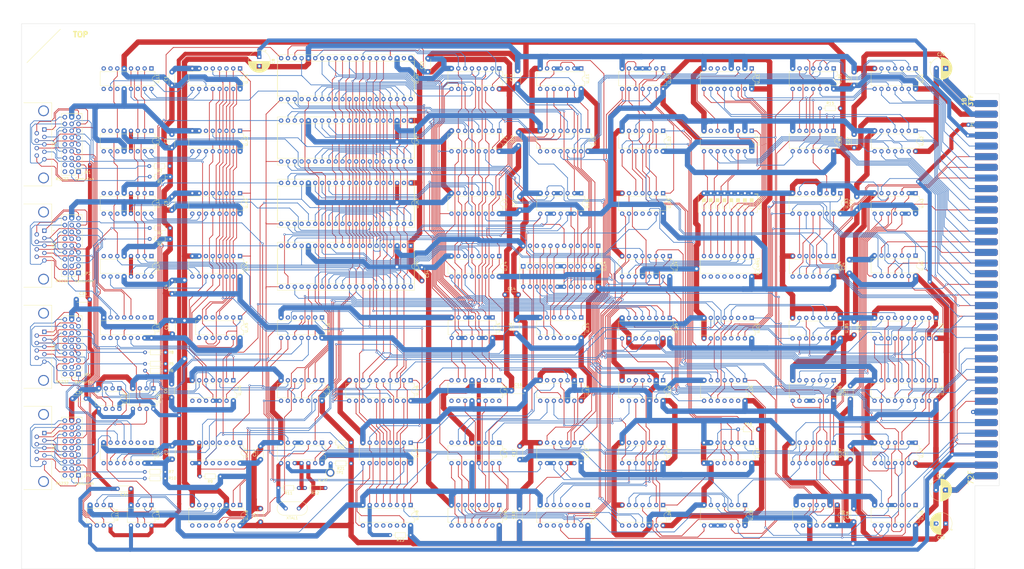
<source format=kicad_pcb>
(kicad_pcb (version 20211014) (generator pcbnew)
  (layers (0 "F.Cu" signal) (1 "In1.Cu" power) (2 "In2.Cu" power) (31 "B.Cu" signal) (34 "B.Paste" user) (35 "F.Paste" user) (36 "B.SilkS" user "B.Silkscreen") (37 "F.SilkS" user "F.Silkscreen") (38 "B.Mask" user) (39 "F.Mask" user) (44 "Edge.Cuts" user))
  (net 0 "")
  (net 1 "Net-(R21-Pad2)")
  (net 2 "+5V")
  (net 3 "Net-(P4-Pad5)")
  (net 4 "Net-(R11-Pad1)")
  (net 5 "Net-(R11-Pad2)")
  (net 6 "Net-(R12-Pad1)")
  (net 7 "Net-(R15-Pad1)")
  (net 8 "Net-(R16-Pad1)")
  (net 9 "Net-(R20-Pad2)")
  (net 10 "Net-(R6-Pad2)")
  (net 11 "Net-(R10-Pad2)")
  (net 12 "Net-(R8-Pad2)")
  (net 13 "Net-(P3-Pad5)")
  (net 14 "Net-(P3-Pad9)")
  (net 15 "Net-(P5-Pad9)")
  (net 16 "Net-(P4-Pad9)")
  (net 17 "Net-(R9-Pad2)")
  (net 18 "Net-(P5-Pad5)")
  (net 19 "/RTS2_TTL")
  (net 20 "/RTS3_TTL")
  (net 21 "GND")
  (net 22 "-12V")
  (net 23 "/~{RTS_{3}}")
  (net 24 "/~{RTS_{2}}")
  (net 25 "+12V")
  (net 26 "/TX_{3}_TTL")
  (net 27 "/TX_{2}_TTL")
  (net 28 "/~{TX_{2}}")
  (net 29 "/~{TX_{3}}")
  (net 30 "/RTS0_TTL")
  (net 31 "/RTS1_TTL")
  (net 32 "/~{RTS_{1}}")
  (net 33 "/~{RTS_{0}}")
  (net 34 "/TX_{0}_TTL")
  (net 35 "/TX_{1}_TTL")
  (net 36 "/~{TX_{1}}")
  (net 37 "/~{TX_{0}}")
  (net 39 "/~{ReadRxB_{0}}")
  (net 40 "/Data.OutD_{7}")
  (net 41 "/Data.OutD_{6}")
  (net 42 "/Data.OutD_{5}")
  (net 43 "/Data.OutD_{4}")
  (net 44 "/Data.OutD_{3}")
  (net 45 "/Data.OutD_{2}")
  (net 46 "/Data.OutD_{1}")
  (net 47 "/Data.OutD_{0}")
  (net 48 "/ParityF_{0}")
  (net 49 "/FrameF_{0}")
  (net 50 "/OverrunF_{0}")
  (net 51 "Net-(U_H1-Pad17)")
  (net 52 "Net-(U_F5-Pad1)")
  (net 53 "/RX_{0}_IN")
  (net 54 "/Reset")
  (net 55 "Net-(U_E3-Pad1)")
  (net 56 "/~{LoadTxB_{0}}")
  (net 58 "/TX_{0}_OUT")
  (net 59 "/Data.InBD_{0}")
  (net 60 "/Data.InBD_{1}")
  (net 61 "/Data.InBD_{2}")
  (net 62 "/Data.InBD_{3}")
  (net 63 "/Data.InBD_{4}")
  (net 64 "/Data.InBD_{5}")
  (net 65 "/Data.InBD_{6}")
  (net 66 "/Data.InBD_{7}")
  (net 67 "/LoadCR_{0}")
  (net 69 "/~{ReadRxB_{1}}")
  (net 70 "/ParityF_{1}")
  (net 71 "/FrameF_{1}")
  (net 72 "/OverrunF_{1}")
  (net 73 "Net-(U_H2-Pad17)")
  (net 74 "Net-(U_F5-Pad12)")
  (net 75 "/RX_{1}_IN")
  (net 76 "Net-(U_E3-Pad4)")
  (net 77 "/~{LoadTxB_{1}}")
  (net 79 "/TX_{1}_OUT")
  (net 80 "/LoadCR_{1}")
  (net 82 "/~{ReadRxB_{2}}")
  (net 83 "/ParityF_{2}")
  (net 84 "/FrameF_{2}")
  (net 85 "/OverrunF_{2}")
  (net 86 "Net-(U_H3-Pad17)")
  (net 87 "Net-(U_F5-Pad4)")
  (net 88 "/RX_{2}_IN")
  (net 89 "Net-(U_E3-Pad10)")
  (net 90 "/~{LoadTxB_{2}}")
  (net 92 "/TX_{2}_OUT")
  (net 93 "/LoadCR_{2}")
  (net 95 "/~{ReadRxB_{3}}")
  (net 96 "/ParityF_{3}")
  (net 97 "/FrameF_{3}")
  (net 98 "/OverrunF_{3}")
  (net 99 "Net-(U_H4-Pad17)")
  (net 100 "Net-(U_F5-Pad10)")
  (net 101 "/RX_{3}_IN")
  (net 102 "Net-(U_E3-Pad12)")
  (net 103 "/~{LoadTxB_{3}}")
  (net 105 "/TX_{3}_OUT")
  (net 106 "/LoadCR_{3}")
  (net 107 "/~{LoadCR_{0}}")
  (net 108 "/~{LoadCR_{1}}")
  (net 109 "/~{LoadCR_{2}}")
  (net 110 "/~{LoadCR_{3}}")
  (net 111 "/~{LoadRTS}")
  (net 113 "/~{LoadIPL}")
  (net 114 "/~{LoadCBR}")
  (net 115 "/~{ForceTXEInt}")
  (net 116 "/~{InterruptsOFF}")
  (net 117 "/~{InterruptsON}")
  (net 118 "/~{ForceReset}")
  (net 119 "/~{DirectWrite}")
  (net 120 "/SysA_{3}")
  (net 121 "/SysA_{2}")
  (net 122 "/SysA_{1}")
  (net 123 "/SysA_{0}")
  (net 124 "/~{CommonRead}")
  (net 125 "Net-(R_C4RN1-Pad4)")
  (net 126 "Net-(R_C4RN1-Pad3)")
  (net 127 "Net-(R_C4RN1-Pad2)")
  (net 128 "Net-(R_C4RN1-Pad1)")
  (net 129 "/~{StatusOut}")
  (net 130 "/~{Reset}")
  (net 133 "/LoadIPL")
  (net 135 "Net-(U_A4-Pad5)")
  (net 136 "Net-(U_A4-Pad1)")
  (net 137 "Net-(U_A4-Pad12)")
  (net 138 "Net-(U_A4-Pad9)")
  (net 139 "Net-(U_C7-Pad1)")
  (net 140 "Sys.Clock")
  (net 141 "/Phase1")
  (net 142 "/Phase2")
  (net 144 "/Phase3")
  (net 148 "/LevelAllow")
  (net 149 "Net-(U_B3-Pad10)")
  (net 150 "Net-(U_B3-Pad12)")
  (net 151 "Net-(U_B3-Pad13)")
  (net 152 "Net-(U_B3-Pad15)")
  (net 153 "/MMIO_HSel")
  (net 155 "/DirectAddressed")
  (net 157 "Net-(U_A2-Pad4)")
  (net 158 "Net-(U_A2-Pad2)")
  (net 159 "Net-(U_A1-Pad8)")
  (net 160 "Net-(U_A1-Pad10)")
  (net 161 "Sys.~{D_{1}}")
  (net 162 "/Data.InD_{1}")
  (net 163 "Sys.~{D_{0}}")
  (net 164 "/Data.InD_{0}")
  (net 165 "/~{SysDataOutEN}")
  (net 166 "/Data.InD_{3}")
  (net 167 "Sys.~{D_{3}}")
  (net 168 "/Data.InD_{2}")
  (net 169 "Sys.~{D_{2}}")
  (net 170 "Sys.~{D_{6}}")
  (net 171 "/Data.InD_{6}")
  (net 172 "Sys.~{D_{5}}")
  (net 173 "/Data.InD_{5}")
  (net 174 "/Data.InD_{4}")
  (net 175 "Sys.~{D_{4}}")
  (net 176 "/Data.InD_{7}")
  (net 177 "Sys.~{D_{7}}")
  (net 178 "Net-(R_C4RN1-Pad8)")
  (net 179 "Net-(U_B2-Pad8)")
  (net 182 "Net-(R_C4RN1-Pad7)")
  (net 183 "Net-(U_A2-Pad8)")
  (net 184 "Net-(R_C4RN1-Pad6)")
  (net 185 "Net-(U_A2-Pad10)")
  (net 186 "Net-(U_A2-Pad12)")
  (net 187 "Net-(R_C4RN1-Pad5)")
  (net 188 "Net-(U_A2-Pad6)")
  (net 190 "/MUX0.~{TxBE_LCH}")
  (net 191 "/MUX1.~{TxBE_LCH}")
  (net 192 "/~{CauseHold}")
  (net 193 "/MUX2.~{TxBE_LCH}")
  (net 194 "/MUX3.~{TxBE_LCH}")
  (net 196 "/MUX3.~{TxBE_INT}")
  (net 197 "/MUX2.~{TxBE_INT}")
  (net 200 "/MUX1.~{TxBE_INT}")
  (net 201 "/MUX0.~{TxBE_INT}")
  (net 202 "/MUX3.~{RxD_INT}")
  (net 203 "/MUX2.~{RxD_INT}")
  (net 204 "/MUX1.~{RxD_INT}")
  (net 205 "/MUX0.~{RxD_INT}")
  (net 206 "/~{IntEnabled}")
  (net 207 "Net-(U_D5-Pad2)")
  (net 208 "Net-(U_D5-Pad4)")
  (net 209 "Net-(U_D5-Pad6)")
  (net 210 "Net-(U_E7-Pad12)")
  (net 212 "/RxD_{0}")
  (net 213 "/RxD_{1}")
  (net 214 "/RxD_{2}")
  (net 215 "/RxD_{3}")
  (net 220 "/~{ReadSR_{3}}")
  (net 221 "/CTS_{3}_TTL")
  (net 222 "/TxBE_{3}")
  (net 223 "/~{ReadSR_{2}}")
  (net 224 "/CTS_{2}_TTL")
  (net 225 "/TxBE_{2}")
  (net 226 "/~{ReadSR_{1}}")
  (net 227 "/CTS_{1}_TTL")
  (net 228 "/TxBE_{1}")
  (net 229 "/~{ReadSR_{0}}")
  (net 230 "/CTS_{0}_TTL")
  (net 231 "/TxBE_{0}")
  (net 232 "/MUXClock")
  (net 233 "Net-(U_H7-Pad9)")
  (net 234 "Net-(U_H7-Pad10)")
  (net 239 "Net-(U_H7-Pad15)")
  (net 244 "Net-(U_K1-Pad1)")
  (net 245 "Net-(U_K1-Pad2)")
  (net 246 "Net-(U_K1-Pad3)")
  (net 248 "Net-(U_K1-Pad9)")
  (net 249 "Net-(U_K1-Pad10)")
  (net 250 "Net-(U_K1-Pad11)")
  (net 251 "Net-(U_K1-Pad13)")
  (net 252 "Net-(U_K1-Pad14)")
  (net 253 "Net-(U_K1-Pad15)")
  (net 255 "Net-(U_K2-Pad9)")
  (net 256 "Net-(U_K2-Pad10)")
  (net 257 "Net-(U_K2-Pad11)")
  (net 262 "Net-(U_D7-Pad2)")
  (net 263 "Net-(U_D7-Pad12)")
  (net 264 "Net-(U_D7-Pad9)")
  (net 265 "Net-(U_D7-Pad5)")
  (net 269 "Net-(U_K4-Pad9)")
  (net 270 "Net-(U_K4-Pad10)")
  (net 271 "Net-(U_K4-Pad11)")
  (net 272 "Net-(U_J7-Pad6)")
  (net 275 "Net-(U_J6-Pad6)")
  (net 288 "Net-(U_J6-Pad8)")
  (net 289 "/~{RTS_REG_EN}")
  (net 303 "Net-(U_K3-Pad9)")
  (net 304 "Net-(U_K3-Pad10)")
  (net 305 "Net-(U_K3-Pad11)")
  (net 315 "/~{CTS_{0}}")
  (net 316 "/~{RX_{0}}")
  (net 317 "/~{CTS_{1}}")
  (net 318 "/~{RX_{1}}")
  (net 320 "Net-(U_K6-Pad1)")
  (net 321 "Net-(U_J5-Pad11)")
  (net 325 "/~{DirectRead}")
  (net 329 "/~{CTS_{2}}")
  (net 330 "/~{RX_{2}}")
  (net 331 "/~{CTS_{3}}")
  (net 332 "/~{RX_{3}}")
  (net 334 "Net-(U_J6-Pad1)")
  (net 335 "Net-(U_J6-Pad13)")
  (net 350 "Sys.~{A_{0}}")
  (net 351 "Sys.~{A_{1}}")
  (net 352 "Sys.~{A_{2}}")
  (net 353 "Sys.~{A_{5}}")
  (net 354 "Sys.~{A_{4}}")
  (net 355 "Sys.~{A_{3}}")
  (net 356 "Sys.~{A_{6}}")
  (net 357 "Sys.~{A_{7}}")
  (net 358 "Sys.~{A_{8}}")
  (net 359 "Sys.~{A_{11}}")
  (net 360 "Sys.~{A_{10}}")
  (net 361 "Sys.~{A_{9}}")
  (net 362 "Net-(U_A3-Pad1)")
  (net 363 "Sys.~{DRDY}")
  (net 364 "/INT_Request")
  (net 365 "Sys.~{INTRQ}")
  (net 366 "Sys.INT_OUT")
  (net 367 "/~{INT_INH}")
  (net 368 "/~{INT_Request}")
  (net 369 "Sys.~{APRE}")
  (net 370 "Net-(U_A3-Pad12)")
  (net 371 "/INR_OUT")
  (net 372 "Sys.~{INR_{3}}")
  (net 373 "Sys.~{INR_{2}}")
  (net 374 "Sys.~{INR_{1}}")
  (net 375 "Sys.~{INR_{0}}")
  (net 376 "Net-(U_A7-Pad1)")
  (net 377 "/INTACK")
  (net 378 "Net-(U_A7-Pad9)")
  (net 379 "/~{SelfReset}")
  (net 380 "Sys.~{Reset}")
  (net 383 "Sys.~{INTACK}")
  (net 384 "/~{INTACK}")
  (net 385 "Net-(U_A8-Pad9)")
  (net 386 "Sys.INT_IN")
  (net 387 "Net-(U_B1-Pad6)")
  (net 388 "/~{CommonAddressed}")
  (net 389 "/CausePending")
  (net 390 "Sys.~{A_{12}}")
  (net 391 "Sys.~{A_{13}}")
  (net 392 "Sys.~{A_{14}}")
  (net 393 "Sys.~{A_{15}}")
  (net 394 "Sys.~{RDIN}")
  (net 395 "/Read")
  (net 396 "Sys.~{WTIN}")
  (net 397 "/Write")
  (net 398 "Sys.~{CPL_{0}}")
  (net 399 "Sys.~{CPL_{1}}")
  (net 400 "Sys.~{CPL_{2}}")
  (net 401 "Sys.~{CPL_{3}}")
  (net 402 "/~{TX_{3}_EIA}")
  (net 405 "/~{TX_{1}_EIA}")
  (net 406 "/~{TX_{0}_EIA}")
  (net 407 "Net-(U_E5-Pad8)")
  (net 408 "/~{DirectAddressed}")
  (net 409 "Net-(U_B6-Pad5)")
  (net 410 "Net-(U_B6-Pad12)")
  (net 411 "Net-(U_B6-Pad10)")
  (net 412 "/INT_Pending")
  (net 413 "/~{CREndStrobe}")
  (net 416 "/ForceTXEInt")
  (net 417 "Net-(U_C6-Pad6)")
  (net 418 "Net-(U_C6-Pad8)")
  (net 422 "/~{INTHandled}")
  (net 423 "Net-(U_C8-Pad3)")
  (net 424 "Net-(U_C8-Pad6)")
  (net 425 "Net-(U_C8-Pad8)")
  (net 426 "Net-(U_C8-Pad10)")
  (net 429 "/~{TX_{2}_EIA}")
  (net 430 "Net-(U_D1-Pad10)")
  (net 431 "Net-(U_D2-Pad13)")
  (net 432 "/CommonRead")
  (net 433 "Net-(U_D2-Pad6)")
  (net 436 "Net-(U_D6-Pad4)")
  (net 439 "Net-(U_D6-Pad10)")
  (net 440 "Net-(U_D7-Pad6)")
  (net 441 "Net-(U_D7-Pad8)")
  (net 443 "Net-(U_E1-Pad1)")
  (net 446 "Net-(U_E6-Pad1)")
  (net 449 "Net-(U_E6-Pad13)")
  (net 451 "Net-(P1-Pad30)")
  (net 465 "Net-(R7-Pad2)")
  (net 466 "Net-(R5-Pad2)")
  (net 467 "Net-(R13-Pad2)")
  (net 468 "Net-(U_H6-Pad2)")
  (net 469 "Net-(U_H6-Pad5)")
  (net 470 "Net-(U_H6-Pad6)")
  (net 471 "Net-(U_H6-Pad9)")
  (net 472 "Net-(U_H6-Pad11)")
  (net 473 "Net-(U_H6-Pad12)")
  (net 474 "Net-(U_H6-Pad15)")
  (net 475 "Net-(U_H6-Pad16)")
  (net 476 "Net-(U_H6-Pad19)")
  (net 478 "Net-(JP2-Pad5)")
  (net 479 "Net-(R3-Pad2)")
  (net 480 "Net-(JP1-Pad5)")
  (net 481 "Net-(JP1-Pad2)")
  (net 482 "Net-(JP1-Pad1)")
  (net 483 "Net-(JP1-Pad4)")
  (net 484 "Net-(JP1-Pad7)")
  (net 488 "Net-(JP1-Pad16)")
  (net 489 "Net-(JP1-Pad10)")
  (net 490 "Net-(JP1-Pad12)")
  (net 491 "Net-(JP1-Pad13)")
  (net 492 "Net-(JP1-Pad22)")
  (net 493 "Net-(JP1-Pad25)")
  (net 494 "Net-(P5-Pad1)")
  (net 495 "Net-(P5-Pad2)")
  (net 496 "Net-(P5-Pad3)")
  (net 497 "Net-(P5-Pad4)")
  (net 498 "Net-(P5-Pad6)")
  (net 499 "Net-(P5-Pad7)")
  (net 500 "Net-(P5-Pad8)")
  (net 501 "Net-(P4-Pad1)")
  (net 502 "Net-(JP3-Pad12)")
  (net 503 "Net-(P4-Pad3)")
  (net 504 "Net-(P4-Pad4)")
  (net 505 "Net-(P4-Pad6)")
  (net 506 "Net-(P4-Pad7)")
  (net 507 "Net-(P4-Pad8)")
  (net 508 "Net-(P3-Pad1)")
  (net 509 "Net-(JP2-Pad12)")
  (net 510 "Net-(P3-Pad3)")
  (net 511 "Net-(P3-Pad4)")
  (net 512 "Net-(P3-Pad6)")
  (net 513 "Net-(JP2-Pad16)")
  (net 514 "Net-(P3-Pad8)")
  (footprint "Capacitor_THT:C_Disc_D4.3mm_W1.9mm_P5.00mm" (layer "F.Cu") (at 209.042 69.429 90)
    (fp_text reference "C12")
    (fp_text value "100nF")
  )
  (footprint "Package_DIP:DIP-14_W7.62mm" (layer "F.Cu") (at 232.380555 156.754285 -90)
    (fp_text reference "U_E6")
    (fp_text value "74LS74")
  )
  (footprint "Resistor_THT:R_Axial_DIN0204_L3.6mm_D1.6mm_P7.62mm_Horizontal" (layer "F.Cu") (at 146.7104 179.9336 180)
    (fp_text reference "R20")
    (fp_text value "4.7K")
  )
  (footprint "Capacitor_THT:C_Disc_D4.3mm_W1.9mm_P5.00mm" (layer "F.Cu") (at 80.000555 93.385714 90)
    (fp_text reference "C3")
    (fp_text value "100nF")
  )
  (footprint "Package_DIP:DIP-14_W7.62mm" (layer "F.Cu") (at 262.881666 203.2 -90)
    (fp_text reference "U_D8")
    (fp_text value "74LS74")
  )
  (footprint "Package_DIP:DIP-14_W7.62mm" (layer "F.Cu") (at 293.382777 203.2 -90)
    (fp_text reference "U_C8")
    (fp_text value "74LS00")
  )
  (footprint "Package_DIP:DIP-8_W7.62mm" (layer "F.Cu") (at 72.375 203.2 -90)
    (fp_text reference "U_L8")
    (fp_text value "SN75150")
  )
  (footprint "Package_DIP:DIP-14_W7.62mm" (layer "F.Cu") (at 232.380555 40.64 -90)
    (fp_text reference "U_E1")
    (fp_text value "74LS20")
  )
  (footprint "Package_DIP:DIP-14_W7.62mm" (layer "F.Cu") (at 102.876111 156.754285 -90)
    (fp_text reference "U_K6")
    (fp_text value "74LS04")
  )
  (footprint "Connector_PinHeader_2.54mm:PinHeader_3x09_P2.54mm_Vertical" (layer "F.Cu") (at 45.2137 192.1206 180)
    (fp_text reference "JP4")
    (fp_text value "Jumper_3x9_Bridged12")
  )
  (footprint "Resistor_THT:R_Axial_DIN0204_L3.6mm_D1.6mm_P7.62mm_Horizontal" (layer "F.Cu") (at 77.5208 190.8556 180)
    (fp_text reference "R7")
    (fp_text value "1K")
  )
  (footprint "Package_DIP:DIP-16_W7.62mm" (layer "F.Cu") (at 295.882777 40.64 -90)
    (fp_text reference "U_C1")
    (fp_text value "74LS85")
  )
  (footprint "Resistor_THT:R_Axial_DIN0204_L3.6mm_D1.6mm_P7.62mm_Horizontal" (layer "F.Cu") (at 77.6224 150.622 180)
    (fp_text reference "R5")
    (fp_text value "180")
  )
  (footprint "Capacitor_THT:C_Disc_D4.3mm_W1.9mm_P5.00mm" (layer "F.Cu") (at 208.7372 46.482 90)
    (fp_text reference "C11")
    (fp_text value "100nF")
  )
  (footprint "Capacitor_THT:C_Disc_D4.3mm_W1.9mm_P5.00mm" (layer "F.Cu") (at 203.9766 124.8664)
    (fp_text reference "C14")
    (fp_text value "100nF")
  )
  (footprint "Package_DIP:DIP-16_W7.62mm" (layer "F.Cu") (at 201.879444 63.862857 -90)
    (fp_text reference "U_F2")
    (fp_text value "74LS367")
  )
  (footprint "Connector_Dsub:DSUB-9_Male_Horizontal_P2.77x2.84mm_EdgePinOffset4.94mm_Housed_MountingHolesOffset7.48mm" (layer "F.Cu") (at 32.512 63.373 -90)
    (fp_text reference "P2")
    (fp_text value "DB9_Male")
  )
  (footprint "Package_DIP:DIP-16_W7.62mm" (layer "F.Cu") (at 201.879444 87.085714 -90)
    (fp_text reference "U_F3")
    (fp_text value "74LS367")
  )
  (footprint "Capacitor_THT:C_Disc_D4.3mm_W1.9mm_P5.00mm" (layer "F.Cu") (at 175.3108 41.91 90)
    (fp_text reference "C33")
    (fp_text value "100nF")
  )
  (footprint "Package_DIP:DIP-16_W7.62mm" (layer "F.Cu") (at 201.879444 179.977142 -90)
    (fp_text reference "U_F7")
    (fp_text value "74LS75")
  )
  (footprint "Package_DIP:DIP-16_W7.62mm" (layer "F.Cu") (at 201.879444 110.5 -90)
    (fp_text reference "U_F4")
    (fp_text value "74LS367")
  )
  (footprint "Package_DIP:DIP-16_W7.62mm" (layer "F.Cu") (at 234.880555 63.862857 -90)
    (fp_text reference "U_E2")
    (fp_text value "74LS42")
  )
  (footprint "Package_DIP:DIP-16_W7.62mm" (layer "F.Cu") (at 201.879444 40.64 -90)
    (fp_text reference "U_F1")
    (fp_text value "74LS367")
  )
  (footprint "Button_Switch_THT:SW_DIP_SPSTx08_Slide_6.7x21.88mm_W7.62mm_P2.54mm_LowProfile" (layer "F.Cu") (at 295.882777 87.085714 -90)
    (fp_text reference "SW_C3")
    (fp_text value "SW_DIP_x08")
  )
  (footprint "Package_DIP:DIP-14_W7.62mm" (layer "F.Cu") (at 356.885 110.308571 -90)
    (fp_text reference "U_A4")
    (fp_text value "74LS38")
  )
  (footprint "Capacitor_THT:C_Disc_D4.3mm_W1.9mm_P5.00mm" (layer "F.Cu") (at 173.0756 119.6848 90)
    (fp_text reference "C34")
    (fp_text value "100nF")
  )
  (footprint "Capacitor_THT:C_Disc_D4.3mm_W1.9mm_P5.00mm" (layer "F.Cu") (at 333.883 209.5 90)
    (fp_text reference "C28")
    (fp_text value "100nF")
  )
  (footprint "Resistor_THT:R_Axial_DIN0204_L3.6mm_D1.6mm_P7.62mm_Horizontal" (layer "F.Cu") (at 321.31 55.499)
    (fp_text reference "R15")
    (fp_text value "1K")
  )
  (footprint "Capacitor_THT:C_Disc_D4.3mm_W1.9mm_P5.00mm" (layer "F.Cu") (at 44.3884 126.6444)
    (fp_text reference "C35")
    (fp_text value "100nF")
  )
  (footprint "Package_DIP:DIP-16_W7.62mm" (layer "F.Cu") (at 105.376111 179.977142 -90)
    (fp_text reference "U_K7")
    (fp_text value "74LS161")
  )
  (footprint "Package_DIP:DIP-16_W7.62mm" (layer "F.Cu") (at 72.375 110.5 -90)
    (fp_text reference "U_L4")
    (fp_text value "74LS75")
  )
  (footprint "Package_DIP:DIP-16_W7.62mm" (layer "F.Cu") (at 72.375 63.862857 -90)
    (fp_text reference "U_L2")
    (fp_text value "74LS75")
  )
  (footprint "Capacitor_THT:C_Disc_D4.3mm_W1.9mm_P5.00mm" (layer "F.Cu") (at 113.001666 209.5 90)
    (fp_text reference "C9")
    (fp_text value "100nF")
  )
  (footprint "Resistor_THT:R_Axial_DIN0204_L3.6mm_D1.6mm_P7.62mm_Horizontal" (layer "F.Cu") (at 77.5208 193.294 180)
    (fp_text reference "R10")
    (fp_text value "180")
  )
  (footprint "Package_DIP:DIP-14_W7.62mm" (layer "F.Cu") (at 356.885 87.085714 -90)
    (fp_text reference "U_A3")
    (fp_text value "74LS38")
  )
  (footprint "Package_DIP:DIP-16_W7.62mm" (layer "F.Cu") (at 328.883888 133.531428 -90)
    (fp_text reference "U_B5")
    (fp_text value "74LS367")
  )
  (footprint "Connector_PCBEdge:BUS_EE200" (layer "F.Cu") (at 379 50 90)
    (fp_text reference "P1")
    (fp_text value "Conn_02x36_Top_Bottom")
  )
  (footprint "Capacitor_THT:C_Disc_D4.3mm_W1.9mm_P5.00mm" (layer "F.Cu") (at 332.232 116.84 90)
    (fp_text reference "C24")
    (fp_text value "100nF")
  )
  (footprint "Package_DIP:DIP-8_W7.62mm" (layer "F.Cu") (at 73.1012 159.766 -90)
    (fp_text reference "U_L6")
    (fp_text value "SN75150")
  )
  (footprint "Package_DIP:DIP-14_W7.62mm" (layer "F.Cu") (at 356.885 40.64 -90)
    (fp_text reference "U_A1")
    (fp_text value "74LS04")
  )
  (footprint "Capacitor_THT:C_Disc_D4.3mm_W1.9mm_P5.00mm" (layer "F.Cu") (at 113.001666 186.277142 90)
    (fp_text reference "C32")
    (fp_text value "100nF")
  )
  (footprint "Package_DIP:DIP-8_W7.62mm" (layer "F.Cu") (at 57.14 203.2 -90)
    (fp_text reference "U_LL8")
    (fp_text value "SN75150")
  )
  (footprint "Package_DIP:DIP-16_W7.62mm" (layer "F.Cu") (at 105.376111 87.085714 -90)
    (fp_text reference "U_K3")
    (fp_text value "74LS151")
  )
  (footprint "Package_DIP:DIP-14_W7.62mm" (layer "F.Cu") (at 293.382777 156.754285 -90)
    (fp_text reference "U_C6")
    (fp_text value "74LS00")
  )
  (footprint "Capacitor_THT:C_Disc_D4.3mm_W1.9mm_P5.00mm" (layer "F.Cu") (at 334.009444 139.831428 90)
    (fp_text reference "C25")
    (fp_text value "100nF")
  )
  (footprint "Package_DIP:DIP-16_W7.62mm" (layer "F.Cu") (at 201.879444 156.754285 -90)
    (fp_text reference "U_F6")
    (fp_text value "74LS75")
  )
  (footprint "Package_DIP:DIP-14_W7.62mm" (layer "F.Cu") (at 232.380555 133.36 -90)
    (fp_text reference "U_E5")
    (fp_text value "74LS04")
  )
  (footprint "Package_DIP:DIP-16_W7.62mm" (layer "F.Cu") (at 201.879444 203.2 -90)
    (fp_text reference "U_F8")
    (fp_text value "74LS148")
  )
  (footprint "Resistor_THT:R_Axial_DIN0204_L3.6mm_D1.6mm_P7.62mm_Horizontal" (layer "F.Cu") (at 77.6224 146.3548 180)
    (fp_text reference "R8")
    (fp_text value "1K")
  )
  (footprint "Connector_PinHeader_2.54mm:PinHeader_1x12_P2.54mm_Vertical" (layer "F.Cu") (at 210.790555 114.295 90)
    (fp_text reference "U_EB4" hide)
    (fp_text value "КР1533ИД3")
  )
  (footprint "Package_DIP:DIP-16_W7.62mm" (layer "F.Cu") (at 72.375 40.64 -90)
    (fp_text reference "U_L1")
    (fp_text value "74LS75")
  )
  (footprint "Capacitor_THT:C_Disc_D4.3mm_W1.9mm_P5.00mm" (layer "F.Cu") (at 209.423 209.5 90)
    (fp_text reference "C18")
    (fp_text value "100nF")
  )
  (footprint "Package_DIP:DIP-14_W7.62mm" (layer "F.Cu") (at 262.881666 87.085714 -90)
    (fp_text reference "U_D3")
    (fp_text value "74LS04")
  )
  (footprint "Capacitor_THT:C_Disc_D4.3mm_W1.9mm_P5.00mm" (layer "F.Cu") (at 209.504999 186.277142 90)
    (fp_text reference "C17")
    (fp_text value "100nF")
  )
  (footprint "Package_DIP:DIP-16_W7.62mm" (layer "F.Cu") (at 295.882777 133.531428 -90)
    (fp_text reference "U_C5")
    (fp_text value "74LS195")
  )
  (footprint "Package_DIP:DIP-20_W7.62mm" (layer "F.Cu") (at 364.485 133.531428 -90)
    (fp_text reference "U_A5")
    (fp_text value "74LS240")
  )
  (footprint "Connector_Dsub:DSUB-9_Male_Horizontal_P2.77x2.84mm_EdgePinOffset4.94mm_Housed_MountingHolesOffset7.48mm" (layer "F.Cu") (at 32.512 138.726332 -90)
    (fp_text reference "P4")
    (fp_text value "DB9_Male")
  )
  (footprint "Package_DIP:DIP-16_W7.62mm" (layer "F.Cu") (at 265.381666 133.531428 -90)
    (fp_text reference "U_D5")
    (fp_text value "74LS367")
  )
  (footprint "Package_DIP:DIP-14_W7.62mm" (layer "F.Cu") (at 326.383888 179.977142 -90)
    (fp_text reference "U_B7")
    (fp_text value "74LS20")
  )
  (footprint "Capacitor_THT:C_Disc_D4.3mm_W1.9mm_P5.00mm" (layer "F.Cu") (at 206.4512 160.6296)
    (fp_text reference "C16")
    (fp_text value "100nF")
  )
  (footprint "Package_DIP:DIP-14_W7.62mm" (layer "F.Cu") (at 327.66 203.2 -90)
    (fp_text reference "U_B8")
    (fp_text value "74LS74")
  )
  (footprint "Package_DIP:DIP-14_W7.62mm" (layer "F.Cu") (at 262.881666 63.862857 -90)
    (fp_text reference "U_D2")
    (fp_text value "74LS02")
  )
  (footprint "Package_DIP:DIP-14_W7.62mm" (layer "F.Cu") (at 135.877222 133.36 -90)
    (fp_text reference "U_J5")
    (fp_text value "74LS04")
  )
  (footprint "Package_DIP:DIP-14_W7.62mm" (layer "F.Cu") (at 356.885 203.2 -90)
    (fp_text reference "U_A8")
    (fp_text value "74LS04")
  )
  (footprint "Package_DIP:DIP-24_W15.24mm" (layer "F.Cu") (at 238.730555 106.675 -90)
    (fp_text reference "U_E4")
    (fp_text value "74LS154")
  )
  (footprint "Package_DIP:DIP-14_W7.62mm" (layer "F.Cu") (at 262.881666 179.977142 -90)
    (fp_text reference "U_D7")
    (fp_text value "74LS08")
  )
  (footprint "Package_DIP:DIP-14_W7.62mm" (layer "F.Cu") (at 262.881666 40.64 -90)
    (fp_text reference "U_D1")
    (fp_text value "74LS10")
  )
  (footprint "Resistor_THT:R_Axial_DIN0204_L3.6mm_D1.6mm_P7.62mm_Horizontal" (layer "F.Cu") (at 79.3496 80.9244 180)
    (fp_text reference "R1")
    (fp_text value "180")
  )
  (footprint "Capacitor_THT:CP_Radial_D8.0mm_P3.50mm" (layer "F.Cu") (at 364.49 197.612)
    (fp_text reference "C29")
    (fp_text value "1000uF")
  )
  (footprint "Resistor_THT:R_Axial_DIN0204_L3.6mm_D1.6mm_P7.62mm_Horizontal" (layer "F.Cu") (at 146.7104 187.706 180)
    (fp_text reference "R21")
    (fp_text value "4.7K")
  )
  (footprint "Package_DIP:DIP-16_W7.62mm" (layer "F.Cu") (at 328.883888 87.085714 -90)
    (fp_text reference "U_B3")
    (fp_text value "74LS85")
  )
  (footprint "Capacitor_THT:C_Disc_D4.3mm_W1.9mm_P5.00mm" (layer "F.Cu") (at 334.009444 70.162857 90)
    (fp_text reference "C22")
    (fp_text value "100nF")
  )
  (footprint "Capacitor_THT:C_Disc_D4.3mm_W1.9mm_P5.00mm" (layer "F.Cu") (at 209.504999 93.385714 90)
    (fp_text reference "C13")
    (fp_text value "100nF")
  )
  (footprint "Package_DIP:DIP-16_W7.62mm" (layer "F.Cu") (at 265.381666 110.5 -90)
    (fp_text reference "U_D4")
    (fp_text value "74LS367")
  )
  (footprint "Capacitor_THT:C_Disc_D4.3mm_W1.9mm_P5.00mm" (layer "F.Cu") (at 80.0608 124.5616 90)
    (fp_text reference "C4")
    (fp_text value "100nF")
  )
  (footprint "Connector_PinHeader_2.54mm:PinHeader_3x09_P2.54mm_Vertical" (layer "F.Cu") (at 45.2137 154.431332 180)
    (fp_text reference "JP3")
    (fp_text value "Jumper_3x9_Bridged12")
  )
  (footprint "Capacitor_THT:CP_Radial_D8.0mm_P3.50mm" (layer "F.Cu") (at 368.123851 210.1088 180)
    (fp_text reference "C10")
    (fp_text value "1000uF")
  )
  (footprint "TestPoint:TestPoint_Plated_Hole_D2.0mm" (layer "F.Cu") (at 138.9888 191.1604)
    (fp_text reference "TP1")
    (fp_text value "TestPoint")
  )
  (footprint "Package_DIP:DIP-20_W7.62mm" (layer "F.Cu") (at 168.878333 156.754285 -90)
    (fp_text reference "U_H6")
    (fp_text value "74LS273")
  )
  (footprint "Package_DIP:DIP-14_W7.62mm" (layer "F.Cu") (at 356.885 63.862857 -90)
    (fp_text reference "U_A2")
    (fp_text value "74LS04")
  )
  (footprint "Package_DIP:DIP-14_W7.62mm" (layer "F.Cu") (at 262.881666 156.754285 -90)
    (fp_text reference "U_D6")
    (fp_text value "74LS74")
  )
  (footprint "Capacitor_THT:C_Disc_D4.3mm_W1.9mm_P5.00mm" (layer "F.Cu") (at 80.137 186.142 90)
    (fp_text reference "C7")
    (fp_text value "100nF")
  )
  (footprint "Package_DIP:DIP-16_W7.62mm" (layer "F.Cu") (at 234.880555 203.2 -90)
    (fp_text reference "U_E8")
    (fp_text value "74LS42")
  )
  (footprint "Capacitor_THT:CP_Radial_D8.0mm_P3.50mm" (layer "F.Cu") (at 112.522 36.2712 -90)
    (fp_text reference "C8")
    (fp_text value "1000uF")
  )
  (footprint "Capacitor_THT:C_Disc_D4.3mm_W1.9mm_P5.00mm" (layer "F.Cu") (at 80.137 139.533 90)
    (fp_text reference "C5")
    (fp_text value "100nF")
  )
  (footprint "Resistor_THT:R_Axial_DIN0204_L3.6mm_D1.6mm_P7.62mm_Horizontal" (layer "F.Cu") (at 137.16 196.85 180)
    (fp_text reference "R12")
    (fp_text value "330")
  )
  (footprint "Crystal:Crystal_HC18-U_Vertical" (layer "F.Cu") (at 127.254 204.47 180)
    (fp_text reference "XTAL1")
    (fp_text value "Crystal")
  )
  (footprint "Connector_Dsub:DSUB-9_Male_Horizontal_P2.77x2.84mm_EdgePinOffset4.94mm_Housed_MountingHolesOffset7.48mm" (layer "F.Cu") (at 32.512 101.049666 -90)
    (fp_text reference "P3")
    (fp_text value "DB9_Male")
  )
  (footprint "Package_DIP:DIP-40_W15.24mm_Socket" (layer "F.Cu") (at 168.927222 106.675 -90)
    (fp_text reference "U_H4")
    (fp_text value "IM6402")
  )
  (footprint "Resistor_THT:R_Axial_DIN0204_L3.6mm_D1.6mm_P7.62mm_Horizontal" (layer "F.Cu") (at 168.8592 214.376 180)
    (fp_text reference "R13")
    (fp_text value "1K")
  )
  (footprint "Package_DIP:DIP-20_W7.62mm" (layer "F.Cu") (at 364.485 156.754285 -90)
    (fp_text reference "U_A6")
    (fp_text value "74LS240")
  )
  (footprint "Package_DIP:DIP-16_W7.62mm" (layer "F.Cu") (at 295.882777 63.862857 -90)
    (fp_text reference "U_C2")
    (fp_text value "74LS85")
  )
  (footprint "Capacitor_THT:C_Disc_D4.3mm_W1.9mm_P5.00mm" (layer "F.Cu") (at 42.966 163.566)
    (fp_text reference "C36")
    (fp_text value "100nF")
  )
  (footprint "Package_DIP:DIP-14_W7.62mm" (layer "F.Cu") (at 326.383888 63.862857 -90)
    (fp_text reference "U_B2")
    (fp_text value "SN7425")
  )
  (footprint "Resistor_THT:R_Axial_DIN0204_L3.6mm_D1.6mm_P7.62mm_Horizontal" (layer "F.Cu") (at 79.1972 76.9874 180)
    (fp_text reference "R2")
    (fp_text value "1K")
  )
  (footprint "Connector_PinHeader_2.54mm:PinHeader_3x09_P2.54mm_Vertical" (layer "F.Cu") (at 45.2137 79.078 180)
    (fp_text reference "JP1")
    (fp_text value "Jumper_3x9_Bridged12")
  )
  (footprint "Resistor_THT:R_Axial_DIN0204_L3.6mm_D1.6mm_P7.62mm_Horizontal" (layer "F.Cu") (at 79.3496 104.14 180)
    (fp_text reference "R3")
    (fp_text value "180")
  )
  (footprint "Capacitor_THT:C_Disc_D4.3mm_W1.9mm_P5.00mm" (layer "F.Cu") (at 332.613 163.79 90)
    (fp_text reference "C26")
    (fp_text value "100nF")
  )
  (footprint "Package_DIP:DIP-16_W7.62mm" (layer "F.Cu") (at 105.376111 40.64 -90)
    (fp_text reference "U_K1")
    (fp_text value "74LS151")
  )
  (footprint "Resistor_THT:R_Axial_DIN0204_L3.6mm_D1.6mm_P7.62mm_Horizontal" (layer "F.Cu") (at 77.6224 153.162 180)
    (fp_text reference "R6")
    (fp_text value "1K")
  )
  (footprint "Capacitor_THT:C_Disc_D4.3mm_W1.9mm_P5.00mm" (layer "F.Cu") (at 208.28 139.279 90)
    (fp_text reference "C15")
    (fp_text value "100nF")
  )
  (footprint "Package_DIP:DIP-14_W7.62mm" (layer "F.Cu") (at 232.380555 87.085714 -90)
    (fp_text reference "U_E3")
    (fp_text value "74LS08")
  )
  (footprint "Capacitor_THT:C_Disc_D4.3mm_W1.9mm_P5.00mm" (layer "F.Cu") (at 332.613 186.277142 90)
    (fp_text reference "C27")
    (fp_text value "100nF")
  )
  (footprint "Package_DIP:DIP-14_W7.62mm" (layer "F.Cu") (at 326.383888 156.754285 -90)
    (fp_text reference "U_B6")
    (fp_text value "74LS00")
  )
  (footprint "Package_DIP:DIP-16_W7.62mm" (layer "F.Cu") (at 72.375 179.977142 -90)
    (fp_text reference "U_L7")
    (fp_text value "SN75154")
  )
  (footprint "Package_DIP:DIP-14_W7.62mm" (layer "F.Cu") (at 135.877222 179.977142 -90)
    (fp_text reference "U_J7")
    (fp_text value "74LS37")
  )
  (footprint "Package_DIP:DIP-14_W7.62mm" (layer "F.Cu") (at 232.380555 179.977142 -90)
    (fp_text reference "U_E7")
    (fp_text value "74LS37")
  )
  (footprint "Package_DIP:DIP-40_W15.24mm_Socket" (layer "F.Cu") (at 168.927222 60.037857 -90)
    (fp_text reference "U_H2")
    (fp_text value "IM6402")
  )
  (footprint "Connector_PinHeader_2.54mm:PinHeader_3x09_P2.54mm_Vertical" (layer "F.Cu") (at 45.2137 116.754666 180)
    (fp_text reference "JP2")
    (fp_text value "Jumper_3x9_Bridged12")
  )
  (footprint "Resistor_THT:R_Axial_DIN0204_L3.6mm_D1.6mm_P7.62mm_Horizontal" (layer "F.Cu") (at 290.83 175.006)
    (fp_text reference "R16")
    (fp_text value "1K")
  )
  (footprint "Capacitor_THT:CP_Radial_D8.0mm_P3.50mm" (layer "F.Cu") (at 364.615349 40.64)
    (fp_text reference "C20")
    (fp_text value "1000uF")
  )
  (footprint "Package_DIP:DIP-14_W7.62mm" (layer "F.Cu") (at 105.376111 133.36 -90)
    (fp_text reference "U_K5")
    (fp_text value "74LS393")
  )
  (footprint "Package_DIP:DIP-16_W7.62mm" (layer "F.Cu") (at 168.878333 203.2 -90)
    (fp_text reference "U_H8")
    (fp_text value "74LS161")
  )
  (footprint "Package_DIP:DIP-16_W7.62mm" (layer "F.Cu") (at 105.376111 110.5 -90)
    (fp_text reference "U_K4")
    (fp_text value "74LS151")
  )
  (footprint "Package_DIP:DIP-40_W15.24mm_Socket" (layer "F.Cu") (at 168.927222 36.815 -90)
    (fp_text reference "U_H1")
    (fp_text value "IM6402")
  )
  (footprint "Resistor_THT:R_Axial_DIN0204_L3.6mm_D1.6mm_P7.62mm_Horizontal" (layer "F.Cu") (at 79.3496 100.076 180)
    (fp_text reference "R4")
    (fp_text value "1K")
  )
  (footprint "Resistor_THT:R_Axial_DIN0204_L3.6mm_D1.6mm_P7.62mm_Horizontal" (layer "F.Cu") (at 98.044 192.532 180)
    (fp_text reference "R9")
    (fp_text value "1K")
  )
  (footprint "Package_DIP:DIP-14_W7.62mm" (layer "F.Cu") (at 199.379444 133.36 -90)
    (fp_text reference "U_F5")
    (fp_text value "74LS08")
  )
  (footprint "Package_DIP:DIP-16_W7.62mm" (layer "F.Cu") (at 295.882777 110.5 -90)
    (fp_text reference "R_C4RN1")
    (fp_text value "1K")
  )
  (footprint "Capacitor_THT:C_Disc_D4.3mm_W1.9mm_P5.00mm" (layer "F.Cu") (at 80.000555 46.94 90)
    (fp_text reference "C1")
    (fp_text value "100nF")
  )
  (footprint "Package_DIP:DIP-40_W15.24mm_Socket" (layer "F.Cu") (at 168.927222 83.260714 -90)
    (fp_text reference "U_H3")
    (fp_text value "IM6402")
  )
  (footprint "Capacitor_THT:C_Disc_D4.3mm_W1.9mm_P5.00mm" (layer "F.Cu") (at 64.755 197.1548 180)
    (fp_text reference "C31")
    (fp_text value "100nF")
  )
  (footprint "Capacitor_THT:C_Disc_D4.3mm_W1.9mm_P5.00mm" (layer "F.Cu") (at 334.009444 46.94 90)
    (fp_text reference "C21")
    (fp_text value "100nF")
  )
  (footprint "Package_DIP:DIP-16_W7.62mm" (layer "F.Cu") (at 72.375 133.36 -90)
    (fp_text reference "U_L5")
    (fp_text value "SN75154")
  )
  (footprint "Package_DIP:DIP-14_W7.62mm" (layer "F.Cu") (at 326.383888 110.5 -90)
    (fp_text reference "U_B4")
    (fp_text value "74LS04")
  )
  (footprint "Connector_Dsub:DSUB-9_Male_Horizontal_P2.77x2.84mm_EdgePinOffset4.94mm_Housed_MountingHolesOffset7.48mm" (layer "F.Cu") (at 32.512 176.403 -90)
    (fp_text reference "P5")
    (fp_text value "DB9_Male")
  )
  (footprint "Package_DIP:DIP-16_W7.62mm" (layer "F.Cu") (at 72.375 87.085714 -90)
    (fp_text reference "U_L3")
    (fp_text value "74LS75")
  )
  (footprint "Package_DIP:DIP-16_W7.62mm" (layer "F.Cu") (at 295.882777 179.977142 -90)
    (fp_text reference "U_C7")
    (fp_text value "74LS161")
  )
  (footprint "Capacitor_THT:C_Disc_D4.3mm_W1.9mm_P5.00mm" (layer "F.Cu") (at 79.883 163.155 90)
    (fp_text reference "C6")
    (fp_text value "100nF")
  )
  (footprint "Capacitor_THT:C_Disc_D4.3mm_W1.9mm_P5.00mm" (layer "F.Cu") (at 80.000555 70.162857 90)
    (fp_text reference "C2")
    (fp_text value "100nF")
  )
  (footprint "Package_DIP:DIP-16_W7.62mm" (layer "F.Cu") (at 105.376111 63.862857 -90)
    (fp_text reference "U_K2")
    (fp_text value "74LS151")
  )
  (footprint "Package_DIP:DIP-16_W7.62mm" (layer "F.Cu") (at 105.376111 203.2 -90)
    (fp_text reference "U_K8")
    (fp_text value "74LS259")
  )
  (footprint "Package_DIP:DIP-14_W7.62mm" (layer "F.Cu") (at 326.383888 40.64 -90)
    (fp_text reference "U_B1")
    (fp_text value "74LS30")
  )
  (footprint "Capacitor_THT:C_Disc_D4.3mm_W1.9mm_P5.00mm" (layer "F.Cu") (at 335.026 93.345 90)
    (fp_text reference "C23")
    (fp_text value "100nF")
  )
  (footprint "Package_DIP:DIP-14_W7.62mm" (layer "F.Cu") (at 135.877222 156.754285 -90)
    (fp_text reference "U_J6")
    (fp_text value "74LS04")
  )
  (footprint "Resistor_THT:R_Axial_DIN0204_L3.6mm_D1.6mm_P7.62mm_Horizontal" (layer "F.Cu") (at 127.254 196.85 180)
    (fp_text reference "R11")
    (fp_text value "330")
  )
  (footprint "Package_DIP:DIP-16_W7.62mm" (layer "F.Cu") (at 168.878333 179.977142 -90)
    (fp_text reference "U_H7")
    (fp_text value "74LS161")
  )
  (footprint "Package_DIP:DIP-14_W7.62mm" (layer "F.Cu") (at 356.885 179.977142 -90)
    (fp_text reference "U_A7")
    (fp_text value "74LS00")
  )
  (footprint "Package_DIP:DIP-8_W7.62mm" (layer "F.Cu") (at 60.452 159.766 -90)
    (fp_text reference "U_LL6")
    (fp_text value "SN75150")
  )
  (gr_line (start 38.5 26) (end 26 38.5) (layer "F.SilkS") (width 0.15))
  (gr_poly (pts (xy 379 50) (xy 388 50) (xy 388 196) (xy 379 196) (xy 379 227) (xy 24 227) (xy 24 24) (xy 379 24)) (layer "Edge.Cuts") (width 0.1) (fill none))
  (gr_text "RS232   Centurion" (at 43.8404 119.7864) (layer "F.SilkS") (effects (font (size 1 1))))
  (gr_text "TOP" (at 46 28) (layer "F.SilkS") (effects (font (size 2 2) (thickness 0.5))))
  (gr_text "RS232   Centurion" (at 43.8404 81.8134) (layer "F.SilkS") (effects (font (size 1 1))))
  (gr_text "RS232   Centurion" (at 43.8404 157.3276) (layer "F.SilkS") (effects (font (size 1 1))))
  (gr_text "RS232   Centurion" (at 43.8404 195.1736) (layer "F.SilkS") (effects (font (size 1 1))))
  (segment (start 124.5616 190.6016) (end 138.5316 190.6016) (width 1.5) (layer "B.Cu") (net 1))
  (segment (start 123.177222 189.217222) (end 124.5616 190.6016) (width 1.5) (layer "B.Cu") (net 1))
  (segment (start 139.0904 190.0428) (end 138.5316 190.6016) (width 1.5) (layer "B.Cu") (net 1))
  (segment (start 123.177222 187.597142) (end 123.177222 189.217222) (width 1.5) (layer "B.Cu") (net 1))
  (segment (start 139.0904 187.706) (end 139.0904 190.0428) (width 1.5) (layer "B.Cu") (net 1))
  (segment (start 265.212285 164.374285) (end 267.2588 166.4208) (width 2) (layer "F.Cu") (net 2))
  (segment (start 80.137 139.533) (end 77.7894 139.533) (width 2) (layer "F.Cu") (net 2))
  (segment (start 235.4278 154.564249) (end 235.4278 160.76434) (width 2) (layer "F.Cu") (net 2))
  (segment (start 334.009444 70.162857) (end 335.678343 70.162857) (width 2) (layer "F.Cu") (net 2))
  (segment (start 238.3028 54.182245) (end 232.380555 48.26) (width 2) (layer "F.Cu") (net 2))
  (segment (start 172.212 83.1088) (end 172.212 59.7408) (width 2) (layer "F.Cu") (net 2))
  (segment (start 191.719444 158.444956) (end 189.4332 160.7312) (width 2) (layer "F.Cu") (net 2))
  (segment (start 332.689444 141.151428) (end 334.009444 139.831428) (width 2) (layer "F.Cu") (net 2))
  (segment (start 293.382777 210.82) (end 293.382777 207.2132) (width 2) (layer "F.Cu") (net 2))
  (segment (start 204.0168 37.2912) (end 181.2504 37.2912) (width 2) (layer "F.Cu") (net 2))
  (segment (start 330.131857 70.162857) (end 329.819 69.85) (width 2) (layer "F.Cu") (net 2))
  (segment (start 329.819 57.6326) (end 329.819 56.388) (width 2) (layer "F.Cu") (net 2))
  (segment (start 172.212 101.9048) (end 172.212 83.1088) (width 2) (layer "F.Cu") (net 2))
  (segment (start 146.7104 214.5792) (end 149.3012 217.17) (width 2) (layer "F.Cu") (net 2))
  (segment (start 329.819 69.85) (end 329.819 57.6326) (width 2) (layer "F.Cu") (net 2))
  (segment (start 205.6892 48.26) (end 205.6892 50.8508) (width 2) (layer "F.Cu") (net 2))
  (segment (start 209.042 77.37845) (end 205.6926 80.72785) (width 2) (layer "F.Cu") (net 2))
  (segment (start 330.073 157.607) (end 330.073 142.367) (width 2) (layer "F.Cu") (net 2))
  (segment (start 299.5676 187.2488) (end 299.5676 175.5648) (width 2) (layer "F.Cu") (net 2))
  (segment (start 267.2588 166.4208) (end 267.2588 185.42) (width 2) (layer "F.Cu") (net 2))
  (segment (start 302.5648 58.0644) (end 302.5648 48.4124) (width 2) (layer "F.Cu") (net 2))
  (segment (start 204.9634 139.279) (end 208.28 139.279) (width 2) (layer "F.Cu") (net 2))
  (segment (start 205.6926 93.385714) (end 205.6926 107.5402) (width 2) (layer "F.Cu") (net 2))
  (segment (start 235.25774 160.9344) (end 235.204 160.9344) (width 2) (layer "F.Cu") (net 2))
  (segment (start 204.6732 140.8684) (end 204.6732 154.0256) (width 2) (layer "F.Cu") (net 2))
  (segment (start 299.456 118.12) (end 295.882777 118.12) (width 2) (layer "F.Cu") (net 2))
  (segment (start 332.613 166.624) (end 332.613 163.79) (width 2) (layer "F.Cu") (net 2))
  (segment (start 205.6892 50.8508) (end 205.6892 38.9636) (width 2) (layer "F.Cu") (net 2))
  (segment (start 201.879444 210.82) (end 201.879444 217.424244) (width 2) (layer "F.Cu") (net 2))
  (segment (start 295.882777 187.597142) (end 299.219258 187.597142) (width 2) (layer "F.Cu") (net 2))
  (segment (start 361.841143 71.482857) (end 356.885 71.482857) (width 2) (layer "F.Cu") (net 2))
  (segment (start 330.952 118.12) (end 332.232 116.84) (width 2) (layer "F.Cu") (net 2))
  (segment (start 332.182 209.5) (end 330.962 208.28) (width 2) (layer "F.Cu") (net 2))
  (segment (start 146.7104 184.658) (end 146.7104 179.9336) (width 2) (layer "F.Cu") (net 2))
  (segment (start 235.204 160.9344) (end 232.4642 163.6742) (width 2) (layer "F.Cu") (net 2))
  (segment (start 295.882777 71.482857) (end 295.882777 68.708577) (width 2) (layer "F.Cu") (net 2))
  (segment (start 331.288572 119.325572) (end 330.083 118.12) (width 2) (layer "F.Cu") (net 2))
  (segment (start 296.541741 164.374285) (end 293.382777 164.374285) (width 2) (layer "F.Cu") (net 2))
  (segment (start 205.6926 107.5402) (end 204.6732 108.5596) (width 2) (layer "F.Cu") (net 2))
  (segment (start 172.212 59.7408) (end 172.212 40.099778) (width 2) (layer "F.Cu") (net 2))
  (segment (start 79.3496 70.813812) (end 80.000555 70.162857) (width 2) (layer "F.Cu") (net 2))
  (segment (start 368.3828 129.075256) (end 357.236115 117.928571) (width 2) (layer "F.Cu") (net 2))
  (segment (start 334.009444 46.94) (end 330.0468 46.94) (width 2) (layer "F.Cu") (net 2))
  (segment (start 333.883 209.5) (end 332.182 209.5) (width 2) (layer "F.Cu") (net 2))
  (segment (start 204.6224 124.8664) (end 204.6732 124.8156) (width 2) (layer "F.Cu") (net 2))
  (segment (start 190.5508 176.4284) (end 191.6142 177.4918) (width 2) (layer "F.Cu") (net 2))
  (segment (start 262.881666 53.890466) (end 262.881666 48.26) (width 2) (layer "F.Cu") (net 2))
  (segment (start 172.0596 83.2612) (end 169.015486 83.2612) (width 2) (layer "F.Cu") (net 2))
  (segment (start 326.383888 164.374285) (end 326.383888 161.296112) (width 2) (layer "F.Cu") (net 2))
  (segment (start 327.765 210.715) (end 327.765 203.2) (width 2) (layer "F.Cu") (net 2))
  (segment (start 169.022743 60.0456) (end 169.015 60.037857) (width 2) (layer "F.Cu") (net 2))
  (segment (start 364.49 203.215) (end 364.49 197.612) (width 2) (layer "F.Cu") (net 2))
  (segment (start 235.4278 160.76434) (end 235.25774 160.9344) (width 2) (layer "F.Cu") (net 2))
  (segment (start 172.212 83.1088) (end 172.0596 83.2612) (width 2) (layer "F.Cu") (net 2))
  (segment (start 149.3012 217.17) (end 169.4688 217.17) (width 2) (layer "F.Cu") (net 2))
  (segment (start 77.6018 109.728) (end 77.6018 124.379) (width 2) (layer "F.Cu") (net 2))
  (segment (start 77.0636 62.7888) (end 77.0636 68.9356) (width 2) (layer "F.Cu") (net 2))
  (segment (start 191.6142 177.4918) (end 191.6142 179.977142) (width 2) (layer "F.Cu") (net 2))
  (segment (start 205.6926 93.5702) (end 205.877086 93.385714) (width 2) (layer "F.Cu") (net 2))
  (segment (start 80.0608 124.5616) (end 77.7844 124.5616) (width 2) (layer "F.Cu") (net 2))
  (segment (start 135.877222 186.194778) (end 137.414 184.658) (width 2) (layer "F.Cu") (net 2))
  (segment (start 77.6018 124.379) (end 77.6018 139.7206) (width 2) (layer "F.Cu") (net 2))
  (segment (start 79.3496 80.9244) (end 79.3496 84.1248) (width 2) (layer "F.Cu") (net 2))
  (segment (start 204.6732 108.5596) (end 204.6732 124.8156) (width 2) (layer "F.Cu") (net 2))
  (segment (start 209.55 217.5764) (end 333.6036 217.5764) (width 2) (layer "F.Cu") (net 2))
  (segment (start 364.49 59.7916) (end 364.615349 59.916949) (width 2) (layer "F.Cu") (net 2))
  (segment (start 77.9888 186.142) (end 77.6018 185.755) (width 2) (layer "F.Cu") (net 2))
  (segment (start 338.9376 59.7916) (end 364.49 59.7916) (width 2) (layer "F.Cu") (net 2))
  (segment (start 269.7988 207.2132) (end 269.3924 207.6196) (width 2) (layer "F.Cu") (net 2))
  (segment (start 302.5648 58.0644) (end 302.5648 38.2524) (width 2) (layer "F.Cu") (net 2))
  (segment (start 368.3828 146.325194) (end 368.3828 129.075256) (width 2) (layer "F.Cu") (net 2))
  (segment (start 77.0636 68.9356) (end 78.290857 70.162857) (width 2) (layer "F.Cu") (net 2))
  (segment (start 371.728 188.34) (end 381.25 188.34) (width 2) (layer "F.Cu") (net 2))
  (segment (start 190.5462 176.4284) (end 190.5508 176.4284) (width 2) (layer "F.Cu") (net 2))
  (segment (start 77.1018 91.6812) (end 77.1018 97.8282) (width 2) (layer "F.Cu") (net 2))
  (segment (start 368.3828 141.097) (end 364.649428 141.097) (width 2) (layer "F.Cu") (net 2))
  (segment (start 176.6316 41.91) (end 175.3108 41.91) (width 2) (layer "F.Cu") (net 2))
  (segment (start 79.3496 80.9244) (end 79.3496 70.813812) (width 2) (layer "F.Cu") (net 2))
  (segment (start 326.383888 161.296112) (end 330.073 157.607) (width 2) (layer "F.Cu") (net 2))
  (segment (start 173.0756 119.6848) (end 169.015 115.6242) (width 2) (layer "F.Cu") (net 2))
  (segment (start 232.380555 140.98) (end 232.380555 151.517004) (width 2) (layer "F.Cu") (net 2))
  (segment (start 169.015 105.1018) (end 172.212 101.9048) (width 2) (layer "F.Cu") (net 2))
  (segment (start 135.877222 187.597142) (end 135.877222 186.194778) (width 2) (layer "F.Cu") (net 2))
  (segment (start 356.885 48.26) (end 364.363 48.26) (width 2) (layer "F.Cu") (net 2))
  (segment (start 298.45 175.006) (end 299.0088 175.006) (width 2) (layer "F.Cu") (net 2))
  (segment (start 368.3828 160.476485) (end 368.3828 146.325194) (width 2) (layer "F.Cu") (net 2))
  (segment (start 191.719444 156.754285) (end 191.719444 158.444956) (width 2) (layer "F.Cu") (net 2))
  (segment (start 146.7104 187.706) (end 146.7104 184.658) (width 2) (layer "F.Cu") (net 2))
  (segment (start 335.678343 70.162857) (end 336.5352 69.306) (width 2) (layer "F.Cu") (net 2))
  (segment (start 335.026 98.171) (end 329.67 103.527) (width 2) (layer "F.Cu") (net 2))
  (segment (start 205.6892 38.9636) (end 204.0168 37.2912) (width 2) (layer "F.Cu") (net 2))
  (segment (start 335.026 93.345) (end 335.026 98.171) (width 2) (layer "F.Cu") (net 2))
  (segment (start 111.681666 210.82) (end 145.796 210.82) (width 2) (layer "F.Cu") (net 2))
  (segment (start 373.763 57.66) (end 364.615349 48.512349) (width 2) (layer "F.Cu") (net 2))
  (segment (start 79.3496 107.9802) (end 77.6018 109.728) (width 2) (layer "F.Cu") (net 2))
  (segment (start 79.3496 100.076) (end 79.3496 104.14) (width 2) (layer "F.Cu") (net 2))
  (segment (start 364.363 48.26) (end 364.615349 48.512349) (width 2) (layer "F.Cu") (net 2))
  (segment (start 324.8959 30.8147) (end 329.819 35.7378) (width 2) (layer "F.Cu") (net 2))
  (segment (start 67.3817 30.8147) (end 324.8959 30.8147) (width 2) (layer "F.Cu") (net 2))
  (segment (start 171.9072 60.0456) (end 169.022743 60.0456) (width 2) (layer "F.Cu") (net 2))
  (segment (start 235.1533 127.471244) (end 238.8142 123.810344) (width 2) (layer "F.Cu") (net 2))
  (segment (start 78.290857 70.162857) (end 80.000555 70.162857) (width 2) (layer "F.Cu") (net 2))
  (segment (start 77.670686 93.385714) (end 80.000555 93.385714) (width 2) (layer "F.Cu") (net 2))
  (segment (start 329.819 35.7378) (end 329.819 57.6326) (width 2) (layer "F.Cu") (net 2))
  (segment (start 205.6892 48.26) (end 206.9592 48.26) (width 2) (layer "F.Cu") (net 2))
  (segment (start 296.6212 207.2132) (end 269.7988 207.2132) (width 2) (layer "F.Cu") (net 2))
  (segment (start 181.2504 37.2912) (end 176.6316 41.91) (width 2) (layer "F.Cu") (net 2))
  (segment (start 368.3828 146.325194) (end 368.3828 141.097) (width 2) (layer "F.Cu") (net 2))
  (segment (start 299.5676 167.400144) (end 296.541741 164.374285) (width 2) (layer "F.Cu") (net 2))
  (segment (start 206.9592 48.26) (end 208.7372 46.482) (width 2) (layer "F.Cu") (net 2))
  (segment (start 364.615349 68.708651) (end 361.841143 71.482857) (width 2) (layer "F.Cu") (net 2))
  (segment (start 181.1252 167.0074) (end 190.5462 176.4284) (width 2) (layer "F.Cu") (net 2))
  (segment (start 364.485 164.374285) (end 368.3828 160.476485) (width 2) (layer "F.Cu") (net 2))
  (segment (start 234.880555 71.482857) (end 236.720743 71.482857) (width 2) (layer "F.Cu") (net 2))
  (segment (start 302.5648 38.2524) (end 301.6284 37.316) (width 2) (layer "F.Cu") (net 2))
  (segment (start 302.5648 48.4124) (end 302.4124 48.26) (width 2) (layer "F.Cu") (net 2))
  (segment (start 78.0942 163.155) (end 77.6018 163.6474) (width 2) (layer "F.Cu") (net 2))
  (segment (start 232.380555 151.517004) (end 235.4278 154.564249) (width 2) (layer "F.Cu") (net 2))
  (segment (start 145.796 210.82) (end 146.7104 209.9056) (width 2) (layer "F.Cu") (net 2))
  (segment (start 111.681666 210.82) (end 113.001666 209.5) (width 2) (layer "F.Cu") (net 2))
  (segment (start 333.883 217.297) (end 333.6036 217.5764) (width 2) (layer "F.Cu") (net 2))
  (segment (start 267.2588 185.42) (end 265.081658 187.597142) (width 2) (layer "F.Cu") (net 2))
  (segment (start 329.329142 169.907858) (end 332.613 166.624) (width 2) (layer "F.Cu") (net 2))
  (segment (start 265.081658 187.597142) (end 262.881666 187.597142) (width 2) (layer "F.Cu") (net 2))
  (segment (start 62.215 35.9814) (end 67.3817 30.8147) (width 2) (layer "F.Cu") (net 2))
  (segment (start 238.3028 69.9008) (end 238.3028 54.182245) (width 2) (layer "F.Cu") (net 2))
  (segment (start 331.293 187.597142) (end 332.613 186.277142) (width 2) (layer "F.Cu") (net 2))
  (segment (start 79.883 163.155) (end 78.0942 163.155) (width 2) (layer "F.Cu") (net 2))
  (segment (start 205.6892 50.8508) (end 205.6892 65.8368) (width 2) (layer "F.Cu") (net 2))
  (segment (start 169.015 115.6242) (end 169.015 105.1018) (width 2) (layer "F.Cu") (net 2))
  (segment (start 146.7104 187.706) (end 146.7104 209.9056) (width 2) (layer "F.Cu") (net 2))
  (segment (start 364.615349 46.737651) (end 364.615349 40.64) (width 2) (layer "F.Cu") (net 2))
  (segment (start 105.376111 210.82) (end 111.681666 210.82) (width 2) (layer "F.Cu") (net 2))
  (segment (start 77.6018 163.6474) (end 77.6018 185.755) (width 2) (layer "F.Cu") (net 2))
  (segment (start 199.495 140.8684) (end 199.495 140.98) (width 2) (layer "F.Cu") (net 2))
  (segment (start 329.67 103.527) (end 329.67 118.132) (width 2) (layer "F.Cu") (net 2))
  (segment (start 204.6732 154.0256) (end 206.4512 155.8036) (width 2) (layer "F.Cu") (net 2))
  (segment (start 336.5352 62.194) (end 338.9376 59.7916) (width 2) (layer "F.Cu") (net 2))
  (segment (start 330.962 187.928142) (end 331.293 187.597142) (width 2) (layer "F.Cu") (net 2))
  (segment (start 330.0468 46.94) (end 328.93 48.0568) (width 2) (layer "F.Cu") (net 2))
  (segment (start 168.8592 214.376) (end 168.8592 216.8144) (width 2) (layer "F.Cu") (net 2))
  (segment (start 299.5676 175.5648) (end 299.5676 167.400144) (width 2) (layer "F.Cu") (net 2))
  (segment (start 79.3496 104.14) (end 79.3496 107.9802) (width 2) (layer "F.Cu") (net 2))
  (segment (start 209.042 69.429) (end 209.042 77.37845) (width 2) (layer "F.Cu") (net 2))
  (segment (start 328.883888 94.705714) (end 331.5 92.089602) (width 2) (layer "F.Cu") (net 2))
  (segment (start 302.6156 89.054262) (end 300.6344 91.035462) (width 2) (layer "F.Cu") (net 2))
  (segment (start 77.1018 92.816828) (end 77.670686 93.385714) (width 2) (layer "F.Cu") (net 2))
  (segment (start 204.6732 137.2616) (end 204.6732 138.9888) (width 2) (layer "F.Cu") (net 2))
  (segment (start 77.7894 139.533) (end 77.6018 139.7206) (width 2) (layer "F.Cu") (net 2))
  (segment (start 205.6926 80.72785) (end 205.6926 93.5702) (width 2) (layer "F.Cu") (net 2))
  (segment (start 79.3496 84.1248) (end 77.1018 86.3726) (width 2) (layer "F.Cu") (net 2))
  (segment (start 301.6284 37.316) (end 272.2592 37.316) (width 2) (layer "F.Cu") (net 2))
  (segment (start 169.015486 83.2612) (end 169.015 83.260714) (width 2) (layer "F.Cu") (net 2))
  (segment (start 232.380555 140.98) (end 235.1533 138.207255) (width 2) (layer "F.Cu") (net 2))
  (segment (start 295.3512 68.177) (end 277.1682 68.177) (width 2) (layer "F.Cu") (net 2))
  (segment (start 317.5 210.82) (end 317.5 217.1192) (width 2) (layer "F.Cu") (net 2))
  (segment (start 135.995 168.4562) (end 135.995 164.374285) (width 2) (layer "F.Cu") (net 2))
  (segment (start 172.212 59.7408) (end 171.9072 60.0456) (width 2) (layer "F.Cu") (net 2))
  (segment (start 266.192 210.82) (end 269.3924 207.6196) (width 2) (layer "F.Cu") (net 2))
  (segment (start 146.7104 209.9056) (end 146.7104 214.5792) (width 2) (layer "F.Cu") (net 2))
  (segment (start 331.288572 141.151428) (end 332.689444 141.151428) (width 2) (layer "F.Cu") (net 2))
  (segment (start 331.5 73.69) (end 329.819 72.009) (width 2) (layer "F.Cu") (net 2))
  (segment (start 277.1682 68.177) (end 262.881666 53.890466) (width 2) (layer "F.Cu") (net 2))
  (segment (start 232.4642 163.6742) (end 232.4642 164.374285) (width 2) (layer "F.Cu") (net 2))
  (segment (start 333.883 209.5) (end 333.883 217.297) (width 2) (layer "F.Cu") (net 2))
  (segment (start 137.414 184.658) (end 146.7104 184.658) (width 2) (layer "F.Cu") (net 2))
  (segment (start 209.504999 93.385714) (end 205.6926 93.385714) (width 2) (layer "F.Cu") (net 2))
  (segment (start 364.615349 46.737651) (end 364.615349 59.916949) (width 2) (layer "F.Cu") (net 2))
  (segment (start 169.8752 217.5764) (end 202.0316 217.5764) (width 2) (layer "F.Cu") (net 2))
  (segment (start 205.6892 65.8368) (end 201.879444 69.646556) (width 2) (layer "F.Cu") (net 2))
  (segment (start 329.329142 187.597142) (end 329.329142 169.907858) (width 2) (layer "F.Cu") (net 2))
  (segment (start 238.8142 123.810344) (end 238.8142 114.295) (width 2) (layer "F.Cu") (net 2))
  (segment (start 205.877086 93.385714) (end 209.504999 93.385714) (width 2) (layer "F.Cu") (net 2))
  (segment (start 201.879444 118.12) (end 204.1552 118.12) (width 2) (layer "F.Cu") (net 2))
  (segment (start 62.215 40.64) (end 62.215 35.9814) (width 2) (layer "F.Cu") (net 2))
  (segment (start 77.1018 86.3726) (end 77.1018 91.6812) (width 2) (layer "F.Cu") (net 2))
  (segment (start 203.9766 124.8664) (end 204.6224 124.8664) (width 2) (layer "F.Cu") (net 2))
  (segment (start 209.423 217.4494) (end 209.55 217.5764) (width 2) (layer "F.Cu") (net 2))
  (segment (start 238.8142 123.708744) (end 238.8142 121.915) (width 2) (layer "F.Cu") (net 2))
  (segment (start 211.8212 30.8504) (end 211.836 30.8356) (width 2) (layer "F.Cu") (net 2))
  (segment (start 201.879444 69.646556) (end 201.879444 71.482857) (width 2) (layer "F.Cu") (net 2))
  (segment (start 326.383888 71.482857) (end 329.292857 71.482857) (width 2) (layer "F.Cu") (net 2))
  (segment (start 299.5676 187.2488) (end 299.5676 204.2668) (width 2) (layer "F.Cu") (net 2))
  (segment (start 204.6732 138.9888) (end 204.9634 139.279) (width 2) (layer "F.Cu") (net 2))
  (segment (start 357.628858 188.341) (end 371.602 188.341) (width 2) (layer "F.Cu") (net 2))
  (segment (start 272.2592 37.316) (end 262.881666 46.693534) (width 2) (layer "F.Cu") (net 2))
  (segment (start 364.615349 48.512349) (end 364.615349 46.737651) (width 2) (layer "F.Cu") (net 2))
  (segment (start 262.881666 164.374285) (end 265.212285 164.374285) (width 2) (layer "F.Cu") (net 2))
  (segment (start 329.292857 71.482857) (end 329.819 72.009) (width 2) (layer "F.Cu") (net 2))
  (segment (start 208.7372 46.482) (end 211.8212 43.398) (width 2) (layer "F.Cu") (net 2))
  (segment (start 204.6732 140.8684) (end 199.495 140.8684) (width 2) (layer "F.Cu") (net 2))
  (segment (start 299.219258 187.597142) (end 299.5676 187.2488) (width 2) (layer "F.Cu") (net 2))
  (segment (start 364.485 188.341) (end 364.485 164.374285) (width 2) (layer "F.Cu") (net 2))
  (segment (start 302.5648 58.0644) (end 302.6156 58.1152) (width 2) (layer "F.Cu") (net 2))
  (segment (start 181.1252 162.232) (end 181.1252 167.0074) (width 2) (layer "F.Cu") (net 2))
  (segment (start 204.6732 124.8156) (end 204.6732 137.2616) (width 2) (layer "F.Cu") (net 2))
  (segment (start 204.6732 137.2616) (end 204.6732 140.8684) (width 2) (layer "F.Cu") (net 2))
  (segment (start 330.083 118.12) (end 326.383888 118.12) (width 2) (layer "F.Cu") (net 2))
  (segment (start 328.883888 141.151428) (end 331.288572 141.151428) (width 2) (layer "F.Cu") (net 2))
  (segment (start 172.212 40.099778) (end 168.927222 36.815) (width 2) (layer "F.Cu") (net 2))
  (segment (start 357.628858 188.341) (end 356.885 187.597142) (width 2) (layer "F.Cu") (net 2))
  (segment (start 356.885 210.82) (end 364.49 203.215) (width 2) (layer "F.Cu") (net 2))
  (segment (start 330.962 208.28) (end 330.962 187.928142) (width 2) (layer "F.Cu") (net 2))
  (segment (start 235.1533 138.207255) (end 235.1533 127.471244) (width 2) (layer "F.Cu") (net 2))
  (segment (start 201.879444 48.26) (end 205.6892 48.26) (width 2) (layer "F.Cu") (net 2))
  (segment (start 189.4332 160.7312) (end 182.626 160.7312) (width 2) (layer "F.Cu") (net 2))
  (segment (start 209.423 209.5) (end 209.423 217.4494) (width 2) (layer "F.Cu") (net 2))
  (segment (start 302.6156 58.1152) (end 302.6156 89.054262) (width 2) (layer "F.Cu") (net 2))
  (segment (start 77.6018 139.7206) (end 77.6018 163.6474) (width 2) (layer "F.Cu") (net 2))
  (segment (start 364.49 197.612) (end 364.49 181.864) (width 2) (layer "F.Cu") (net 2))
  (segment (start 300.6344 91.035462) (end 300.6344 116.9416) (width 2) (layer "F.Cu") (net 2))
  (segment (start 236.720743 71.482857) (end 238.3028 69.9008) (width 2) (layer "F.Cu") (net 2))
  (segment (start 300.6344 116.9416) (end 299.456 118.12) (width 2) (layer "F.Cu") (net 2))
  (segment (start 299.0088 175.006) (end 299.5676 175.5648) (width 2) (layer "F.Cu") (net 2))
  (segment (start 329.67 118.132) (end 330.178 118.132) (width 2) (layer "F.Cu") (net 2))
  (segment (start 169.4688 217.17) (end 169.8752 217.5764) (width 2) (layer "F.Cu") (net 2))
  (segment (start 381.25 57.66) (end 373.763 57.66) (width 2) (layer "F.Cu") (net 2))
  (segment (start 299.5676 204.2668) (end 296.6212 207.2132) (width 2) (layer "F.Cu") (net 2))
  (segment (start 80.000555 59.851845) (end 77.0636 62.7888) (width 2) (layer "F.Cu") (net 2))
  (segment (start 262.881666 210.82) (end 266.192 210.82) (width 2) (layer "F.Cu") (net 2))
  (segment (start 336.5352 69.306) (end 336.5352 62.194) (width 2) (layer "F.Cu") (net 2))
  (segment (start 334.009444 70.162857) (end 330.131857 70.162857) (width 2) (layer "F.Cu") (net 2))
  (segment (start 201.879444 217.424244) (end 202.0316 217.5764) (width 2) (layer "F.Cu") (net 2))
  (segment (start 357.236115 117.928571) (end 356.885 117.928571) (width 2) (layer "F.Cu") (net 2))
  (segment (start 80.000555 46.94) (end 80.000555 59.851845) (width 2) (layer "F.Cu") (net 2))
  (segment (start 326.383888 187.597142) (end 329.329142 187.597142) (width 2) (layer "F.Cu") (net 2))
  (segment (start 211.8212 43.398) (end 211.8212 30.8504) (width 2) (layer "F.Cu") (net 2))
  (segment (start 329.329142 187.597142) (end 331.293 187.597142) (width 2) (layer "F.Cu") (net 2))
  (segment (start 302.4124 48.26) (end 295.882777 48.26) (width 2) (layer "F.Cu") (net 2))
  (segment (start 206.4512 155.8036) (end 206.4512 160.6296) (width 2) (layer "F.Cu") (net 2))
  (segment (start 331.5 92.089602) (end 331.5 73.69) (width 2) (layer "F.Cu") (net 2))
  (segment (start 77.1018 97.8282) (end 79.3496 100.076) (width 2) (layer "F.Cu") (net 2))
  (segment (start 329.819 72.009) (end 329.819 69.85) (width 2) (layer "F.Cu") (net 2))
  (segment (start 77.7844 124.5616) (end 77.6018 124.379) (width 2) (layer "F.Cu") (net 2))
  (segment (start 182.626 160.7312) (end 181.1252 162.232) (width 2) (layer "F.Cu") (net 2))
  (segment (start 364.649428 141.097) (end 364.595 141.151428) (width 2) (layer "F.Cu") (net 2))
  (segment (start 329.819 56.388) (end 328.93 55.499) (width 2) (layer "F.Cu") (net 2))
  (segment (start 77.1018 91.6812) (end 77.1018 92.816828) (width 2) (layer "F.Cu") (net 2))
  (segment (start 364.615349 59.916949) (end 364.615349 68.708651) (width 2) (layer "F.Cu") (net 2))
  (segment (start 330.073 142.367) (end 331.288572 141.151428) (width 2) (layer "F.Cu") (net 2))
  (segment (start 146.7104 179.1716) (end 135.995 168.4562) (width 2) (layer "F.Cu") (net 2))
  (segment (start 326.383888 118.12) (end 330.952 118.12) (width 2) (layer "F.Cu") (net 2))
  (segment (start 295.882777 68.708577) (end 295.3512 68.177) (width 2) (layer "F.Cu") (net 2))
  (segment (start 202.0316 217.5764) (end 209.55 217.5764) (width 2) (layer "F.Cu") (net 2))
  (segment (start 80.137 186.142) (end 77.9888 186.142) (width 2) (layer "F.Cu") (net 2))
  (segment (start 262.881666 46.693534) (end 262.881666 48.26) (width 2) (layer "F.Cu") (net 2))
  (segment (start 146.7104 179.9336) (end 146.7104 179.1716) (width 2) (layer "F.Cu") (net 2))
  (segment (start 331.288572 141.151428) (end 331.288572 119.325572) (width 2) (layer "F.Cu") (net 2))
  (segment (start 327.66 210.82) (end 327.765 210.715) (width 2) (layer "F.Cu") (net 2))
  (via (at 333.6036 217.5764) (size 2) (drill 1) (layers "F.Cu" "B.Cu") (net 2))
  (segment (start 115.4684 137.0584) (end 105.376111 126.966111) (width 2) (layer "B.Cu") (net 2))
  (segment (start 295.8759 144.7633) (end 295.882777 144.756423) (width 2) (layer "B.Cu") (net 2))
  (segment (start 76.2 104.14) (end 73.406 106.934) (width 2) (layer "B.Cu") (net 2))
  (segment (start 135.877222 164.374285) (end 135.877222 162.863434) (width 2) (layer "B.Cu") (net 2))
  (segment (start 364.485 167.899) (end 362.712 169.672) (width 2) (layer "B.Cu") (net 2))
  (segment (start 76.5148 140.98) (end 84.80525 140.98) (width 2) (layer "B.Cu") (net 2))
  (segment (start 105.376111 94.705714) (end 105.376111 92.701511) (width 2) (layer "B.Cu") (net 2))
  (segment (start 201.879444 210.82) (end 201.879444 216.915756) (width 2) (layer "B.Cu") (net 2))
  (segment (start 268.8878 103.737) (end 296.9294 103.737) (width 2) (layer "B.Cu") (net 2))
  (segment (start 332.613 170.815) (end 332.3336 171.0944) (width 2) (layer "B.Cu") (net 2))
  (segment (start 262.881666 50.808334) (end 258.2672 55.4228) (width 2) (layer "B.Cu") (net 2))
  (segment (start 172.0596 217.5764) (end 168.8592 214.376) (width 2) (layer "B.Cu") (net 2))
  (segment (start 329.2348 171.0944) (end 326.39 168.2496) (width 2) (layer "B.Cu") (net 2))
  (segment (start 63.6524 43.837) (end 76.897555 43.837) (width 2) (layer "B.Cu") (net 2))
  (segment (start 328.883888 141.151428) (end 328.883888 142.341512) (width 2) (layer "B.Cu") (net 2))
  (segment (start 333.665286 94.705714) (end 335.026 93.345) (width 2) (layer "B.Cu") (net 2))
  (segment (start 191.719444 156.754285) (end 191.719444 160.578556) (width 2) (layer "B.Cu") (net 2))
  (segment (start 206.988143 71.482857) (end 209.042 69.429) (width 2) (layer "B.Cu") (net 2))
  (segment (start 262.1234 91.2322) (end 262.995 92.1038) (width 2) (layer "B.Cu") (net 2))
  (segment (start 364.485 164.374285) (end 364.485 167.899) (width 2) (layer "B.Cu") (net 2))
  (segment (start 300.7868 122.1232) (end 301.4472 122.7836) (width 2) (layer "B.Cu") (net 2))
  (segment (start 213.781 144.78) (end 208.28 139.279) (width 2) (layer "B.Cu") (net 2))
  (segment (start 332.3336 171.0944) (end 329.2348 171.0944) (width 2) (layer "B.Cu") (net 2))
  (segment (start 209.504999 93.385714) (end 212.735086 93.385714) (width 2) (layer "B.Cu") (net 2))
  (segment (start 74.3712 83.7692) (end 77.216 80.9244) (width 2) (layer "B.Cu") (net 2))
  (segment (start 364.49 197.612) (end 364.615349 197.486651) (width 2) (layer "B.Cu") (net 2))
  (segment (start 77.5208 187.2996) (end 78.6784 186.142) (width 2) (layer "B.Cu") (net 2))
  (segment (start 175.3108 41.91) (end 173.8884 41.91) (width 2) (layer "B.Cu") (net 2))
  (segment (start 76.897555 43.837) (end 80.000555 46.94) (width 2) (layer "B.Cu") (net 2))
  (segment (start 233.6766 191.8682) (end 232.380555 190.572155) (width 2) (layer "B.Cu") (net 2))
  (segment (start 232.380555 140.98) (end 232.380555 143.080601) (width 2) (layer "B.Cu") (net 2))
  (segment (start 213.0044 52.5272) (end 231.394 52.5272) (width 2) (layer "B.Cu") (net 2))
  (segment (start 239.913886 94.705714) (end 232.380555 94.705714) (width 2) (layer "B.Cu") (net 2))
  (segment (start 246.7356 55.4228) (end 243.3874 58.771) (width 2) (layer "B.Cu") (net 2))
  (segment (start 98.044 194.9704) (end 96.3676 196.6468) (width 2) (layer "B.Cu") (net 2))
  (segment (start 102.108 167.7416) (end 102.876111 166.973489) (width 2) (layer "B.Cu") (net 2))
  (segment (start 209.423 209.5) (end 209.423 216.8906) (width 2) (layer "B.Cu") (net 2))
  (segment (start 89.42265 145.5974) (end 103.729 145.5974) (width 2) (layer "B.Cu") (net 2))
  (segment (start 72.375 187.597142) (end 77.477258 187.597142) (width 2) (layer "B.Cu") (net 2))
  (segment (start 63.938781 67.818) (end 62.215 66.094219) (width 2) (layer "B.Cu") (net 2))
  (segment (start 62.215 87.085714) (end 62.215 84.9018) (width 2) (layer "B.Cu") (net 2))
  (segment (start 232.380555 143.080601) (end 230.681156 144.78) (width 2) (layer "B.Cu") (net 2))
  (segment (start 364.615349 195.835651) (end 372.111 188.34) (width 2) (layer "B.Cu") (net 2))
  (segment (start 295.882777 144.756423) (end 295.882777 141.151428) (width 2) (layer "B.Cu") (net 2))
  (segment (start 336.804 91.567) (end 335.026 93.345) (width 2) (layer "B.Cu") (net 2))
  (segment (start 341.4268 171.0944) (end 332.3336 171.0944) (width 2) (layer "B.Cu") (net 2))
  (segment (start 226.981056 117.4288) (end 237.6632 117.4288) (width 2) (layer "B.Cu") (net 2))
  (segment (start 301.7353 144.7633) (end 295.8759 144.7633) (width 2) (layer "B.Cu") (net 2))
  (segment (start 332.613 163.79) (end 332.613 170.815) (width 2) (layer "B.Cu") (net 2))
  (segment (start 339.08335 43.837) (end 351.319351 43.837) (width 2) (layer "B.Cu") (net 2))
  (segment (start 262.881666 48.26) (end 262.881666 50.808334) (width 2) (layer "B.Cu") (net 2))
  (segment (start 326.383888 167.696912) (end 326.383888 164.374285) (width 2) (layer "B.Cu") (net 2))
  (segment (start 209.423 216.8906) (end 210.1088 217.5764) (width 2) (layer "B.Cu") (net 2))
  (segment (start 77.5208 193.294) (end 77.5208 187.2996) (width 2) (layer "B.Cu") (net 2))
  (segment (start 201.879444 216.915756) (end 201.2188 217.5764) (width 2) (layer "B.Cu") (net 2))
  (segment (start 162.009344 140.98) (end 135.877222 140.98) (width 2) (layer "B.Cu") (net 2))
  (segment (start 356.885 210.82) (end 356.885 216.2406) (width 2) (layer "B.Cu") (net 2))
  (segment (start 293.382777 164.374285) (end 293.382777 168.2496) (width 2) (layer "B.Cu") (net 2))
  (segment (start 102.876111 166.973489) (end 102.876111 164.374285) (width 2) (layer "B.Cu") (net 2))
  (segment (start 72.375 140.98) (end 76.5148 140.98) (width 2) (layer "B.Cu") (net 2))
  (segment (start 356.885 216.2406) (end 355.5492 217.5764) (width 2) (layer "B.Cu") (net 2))
  (segment (start 108.6104 187.8076) (end 108.820858 187.597142) (width 2) (layer "B.Cu") (net 2))
  (segment (start 243.3828 71.4756) (end 243.375543 71.482857) (width 2) (layer "B.Cu") (net 2))
  (segment (start 173.8884 41.91) (end 168.927222 36.948822) (width 2) (layer "B.Cu") (net 2))
  (segment (start 356.885 94.705714) (end 356.885 93.106) (width 2) (layer "B.Cu") (net 2))
  (segment (start 294.3386 191.8682) (end 295.882777 190.324023) (width 2) (layer "B.Cu") (net 2))
  (segment (start 81.587269 91.799) (end 80.000555 93.385714) (width 2) (layer "B.Cu") (net 2))
  (segment (start 201.2188 217.5764) (end 172.0596 217.5764) (width 2) (layer "B.Cu") (net 2))
  (segment (start 168.878333 164.374285) (end 175.172915 164.374285) (width 2) (layer "B.Cu") (net 2))
  (segment (start 208.7372 46.482) (end 208.7372 48.26) (width 2) (layer "B.Cu") (net 2))
  (segment (start 296.9294 103.737) (end 300.7868 107.5944) (width 2) (layer "B.Cu") (net 2))
  (segment (start 77.478057 70.162857) (end 75.1332 67.818) (width 2) (layer "B.Cu") (net 2))
  (segment (start 295.882777 122.756377) (end 295.882777 118.12) (width 2) (layer "B.Cu") (net 2))
  (segment (start 105.376111 187.597142) (end 108.820858 187.597142) (width 2) (layer "B.Cu") (net 2))
  (segment (start 243.3874 58.771) (end 243.3874 91.2322) (width 2) (layer "B.Cu") (net 2))
  (segment (start 328.883888 94.705714) (end 333.665286 94.705714) (width 2) (layer "B.Cu") (net 2))
  (segment (start 244.0432 217.5764) (end 355.5492 217.5764) (width 2) (layer "B.Cu") (net 2))
  (segment (start 98.044 192.532) (end 108.4072 192.532) (width 2) (layer "B.Cu") (net 2))
  (segment (start 98.044 192.532) (end 98.044 194.9704) (width 2) (layer "B.Cu") (net 2))
  (segment (start 69.835 140.98) (end 72.375 140.98) (width 2) (layer "B.Cu") (net 2))
  (segment (start 274.6756 79.3496) (end 271.975943 76.649943) (width 2) (layer "B.Cu") (net 2))
  (segment (start 258.2672 55.4228) (end 246.7356 55.4228) (width 2) (layer "B.Cu") (net 2))
  (segment (start 293.382777 209.130823) (end 293.382777 210.82) (width 2) (layer "B.Cu") (net 2))
  (segment (start 356.885 45.989) (end 356.885 48.26) (width 2) (layer "B.Cu") (net 2))
  (segment (start 230.681156 144.78) (end 213.781 144.78) (width 2) (layer "B.Cu") (net 2))
  (segment (start 266.3785 144.7633) (end 265.381666 143.766466) (width 2) (layer "B.Cu") (net 2))
  (segment (start 105.376111 71.482857) (end 105.376111 69.358911) (width 2) (layer "B.Cu") (net 2))
  (segment (start 168.8592 214.376) (end 168.878333 214.356867) (width 2) (layer "B.Cu") (net 2))
  (segment (start 302.425 45.555) (end 265.586666 45.555) (width 2) (layer "B.Cu") (net 2))
  (segment (start 356.078 45.182) (end 356.885 45.989) (width 2) (layer "B.Cu") (net 2))
  (segment (start 239.599155 122.7836) (end 274.9804 122.7836) (width 2) (layer "B.Cu") (net 2))
  (segment (start 196.85 160.5788) (end 206.4004 160.5788) (width 2) (layer "B.Cu") (net 2))
  (segment (start 211.797614 186.277142) (end 209.504999 186.277142) (width 2) (layer "B.Cu") (net 2))
  (segment (start 78.6784 186.142) (end 80.137 186.142) (width 2) (layer "B.Cu") (net 2))
  (segment (start 77.5208 195.0212) (end 77.5208 193.294) (width 2) (layer "B.Cu") (net 2))
  (segment (start 342.9982 169.523) (end 341.4268 171.0944) (width 2) (layer "B.Cu") (net 2))
  (segment (start 206.4004 160.5788) (end 206.4512 160.6296) (width 2) (layer "B.Cu") (net 2))
  (segment (start 199.379444 143.368156) (end 197.3374 145.4102) (width 2) (layer "B.Cu") (net 2))
  (segment (start 85.739656 43.837) (end 82.636656 46.94) (width 2) (layer "B.Cu") (net 2))
  (segment (start 230.5179 91.3926) (end 232.380555 93.255255) (width 2) (layer "B.Cu") (net 2))
  (segment (start 105.2576 124.5616) (end 80.0608 124.5616) (width 2) (layer "B.Cu") (net 2))
  (segment (start 105.376111 210.82) (end 108.6104 207.585711) (width 2) (layer "B.Cu") (net 2))
  (segment (start 93.032344 44.6566) (end 92.212744 43.837) (width 2) (layer "B.Cu") (net 2))
  (segment (start 135.877222 187.597142) (end 135.877222 186.342578) (width 2) (layer "B.Cu") (net 2))
  (segment (start 137.676 184.5438) (end 167.5766 184.5438) (width 2) (layer "B.Cu") (net 2))
  (segment (start 201.879444 71.482857) (end 206.988143 71.482857) (width 2) (layer "B.Cu") (net 2))
  (segment (start 79.883 166.497) (end 81.1276 167.7416) (width 2) (layer "B.Cu") (net 2))
  (segment (start 301.7353 144.7633) (end 266.3785 144.7633) (width 2) (layer "B.Cu") (net 2))
  (segment (start 295.91 122.7836) (end 295.882777 122.756377) (width 2) (layer "B.Cu") (net 2))
  (segment (start 316.738 207.9499) (end 294.5637 207.9499) (width 2) (layer "B.Cu") (net 2))
  (segment (start 232.380555 51.540645) (end 232.380555 48.26) (width 2) (layer "B.Cu") (net 2))
  (segment (start 196.85 160.5788) (end 178.9684 160.5788) (width 2) (layer "B.Cu") (net 2))
  (segment (start 239.599155 122.7836) (end 238.730555 121.915) (width 2) (layer "B.Cu") (net 2))
  (segment (start 364.615349 44.528825) (end 364.615349 40.64) (width 2) (layer "B.Cu") (net 2))
  (segment (start 326.383888 75.748912) (end 322.7832 79.3496) (width 2) (layer "B.Cu") (net 2))
  (segment (start 243.3874 91.2322) (end 239.913886 94.705714) (width 2) (layer "B.Cu") (net 2))
  (segment (start 290.068 168.2496) (end 325.8312 168.2496) (width 2) (layer "B.Cu") (net 2))
  (segment (start 135.877222 140.98) (end 135.877222 139.396566) (width 2) (layer "B.Cu") (net 2))
  (segment (start 232.380555 93.255255) (end 232.380555 94.705714) (width 2) (layer "B.Cu") (net 2))
  (segment (start 82.636656 46.94) (end 80.000555 46.94) (width 2) (layer "B.Cu") (net 2))
  (segment (start 92.212744 43.837) (end 85.739656 43.837) (width 2) (layer "B.Cu") (net 2))
  (segment (start 326.4621 144.7633) (end 301.7353 144.7633) (width 2) (layer "B.Cu") (net 2))
  (segment (start 275.3868 68.072) (end 271.975943 71.482857) (width 2) (layer "B.Cu") (net 2))
  (segment (start 262.881666 191.809066) (end 262.9408 191.8682) (width 2) (layer "B.Cu") (net 2))
  (segment (start 232.380555 187.597142) (end 232.380555 185.644555) (width 2) (layer "B.Cu") (net 2))
  (segment (start 364.615349 197.486651) (end 364.615349 195.835651) (width 2) (layer "B.Cu") (net 2))
  (segment (start 381.25 57.66) (end 377.746524 57.66) (width 2) (layer "B.Cu") (net 2))
  (segment (start 80.137 140.8938) (end 80.137 139.533) (width 2) (layer "B.Cu") (net 2))
  (segment (start 210.1088 217.5764) (end 244.0432 217.5764) (width 2) (layer "B.Cu") (net 2))
  (segment (start 69.835 187.597142) (end 72.375 187.597142) (width 2) (layer "B.Cu") (net 2))
  (segment (start 332.689444 48.26) (end 334.009444 46.94) (width 2) (layer "B.Cu") (net 2))
  (segment (start 133.539056 137.0584) (end 115.4684 137.0584) (width 2) (layer "B.Cu") (net 2))
  (segment (start 356.885 117.928571) (end 356.885 120) (width 2) (layer "B.Cu") (net 2))
  (segment (start 362.712 169.672) (end 362.563 169.523) (width 2) (layer "B.Cu") (net 2))
  (segment (start 139.2428 159.497856) (end 139.2428 140.98) (width 2) (layer "B.Cu") (net 2))
  (segment (start 271.975943 71.482857) (end 262.881666 71.482857) (width 2) (layer "B.Cu") (net 2))
  (segment (start 262.995 97.8442) (end 268.8878 103.737) (width 2) (layer "B.Cu") (net 2))
  (segment (start 178.9684 160.5788) (end 175.7426 163.8046) (width 2) (layer "B.Cu") (net 2))
  (segment (start 81.842012 68.3214) (end 80.000555 70.162857) (width 2) (layer "B.Cu") (net 2))
  (segment (start 243.375543 71.482857) (end 234.9534 71.482857) (width 2) (layer "B.Cu") (net 2))
  (segment (start 191.7192 160.5788) (end 196.85 160.5788) (width 2) (layer "B.Cu") (net 2))
  (segment (start 269.7954 191.8682) (end 294.3386 191.8682) (width 2) (layer "B.Cu") (net 2))
  (segment (start 62.215 66.094219) (end 62.215 63.862857) (width 2) (layer "B.Cu") (net 2))
  (segment (start 262.881666 166.666466) (end 262.881666 164.374285) (width 2) (layer "B.Cu") (net 2))
  (segment (start 334.009444 46.94) (end 335.98035 46.94) (width 2) (layer "B.Cu") (net 2))
  (segment (start 355.346 91.567) (end 336.804 91.567) (width 2) (layer "B.Cu") (net 2))
  (segment (start 79.1464 196.6468) (end 77.5208 195.0212) (width 2) (layer "B.Cu") (net 2))
  (segment (start 295.882777 190.324023) (end 295.882777 187.597142) (width 2) (layer "B.Cu") (net 2))
  (segment (start 322.7832 79.3496) (end 274.6756 79.3496) (width 2) (layer "B.Cu") (net 2))
  (segment (start 135.877222 186.342578) (end 137.676 184.5438) (width 2) (layer "B.Cu") (net 2))
  (segment (start 265.381666 122.582866) (end 265.5824 122.7836) (width 2) (layer "B.Cu") (net 2))
  (segment (start 62.215 84.9018) (end 63.3476 83.7692) (width 2) (layer "B.Cu") (net 2))
  (segment (start 325.463 45.555) (end 302.425 45.555) (width 2) (layer "B.Cu") (net 2))
  (segment (start 105.376111 143.950289) (end 105.376111 140.98) (width 2) (layer "B.Cu") (net 2))
  (segment (start 326.383888 121.519712) (end 326.383888 118.12) (width 2) (layer "B.Cu") (net 2))
  (segment (start 105.376111 46.194111) (end 103.8386 44.6566) (width 2) (layer "B.Cu") (net 2))
  (segment (start 103.8386 44.6566) (end 93.032344 44.6566) (width 2) (layer "B.Cu") (net 2))
  (segment (start 265.586666 45.555) (end 262.881666 48.26) (width 2) (layer "B.Cu") (net 2))
  (segment (start 201.879444 118.12) (end 226.289856 118.12) (width 2) (layer "B.Cu") (net 2))
  (segment (start 325.8312 168.2496) (end 326.383888 167.696912) (width 2) (layer "B.Cu") (net 2))
  (segment (start 269.7954 191.8682) (end 233.6766 191.8682) (width 2) (layer "B.Cu") (net 2))
  (segment (start 262.995 92.1038) (end 262.995 97.8442) (width 2) (layer "B.Cu") (net 2))
  (segment (start 75.1332 67.818) (end 63.938781 67.818) (width 2) (layer "B.Cu") (net 2))
  (segment (start 325.12 122.7836) (end 326.383888 121.519712) (width 2) (layer "B.Cu") (net 2))
  (segment (start 264.4648 168.2496) (end 262.881666 166.666466) (width 2) (layer "B.Cu") (net 2))
  (segment (start 199.379444 140.98) (end 199.379444 143.368156) (width 2) (layer "B.Cu") (net 2))
  (segment (start 214.7282 91.3926) (end 230.5179 91.3926) (width 2) (layer "B.Cu") (net 2))
  (segment (start 232.380555 190.572155) (end 232.380555 187.597142) (width 2) (layer "B.Cu") (net 2))
  (segment (start 105.376111 92.701511) (end 104.4736 91.799) (width 2) (layer "B.Cu") (net 2))
  (segment (start 326.39 168.2496) (end 325.8312 168.2496) (width 2) (layer "B.Cu") (net 2))
  (segment (start 327.66 210.82) (end 332.563 210.82) (width 2) (layer "B.Cu") (net 2))
  (segment (start 76.5148 140.98) (end 80.0508 140.98) (width 2) (layer "B.Cu") (net 2))
  (segment (start 231.394 52.5272) (end 232.380555 51.540645) (width 2) (layer "B.Cu") (net 2))
  (segment (start 62.215 42.3996) (end 63.6524 43.837) (width 2) (layer "B.Cu") (net 2))
  (segment (start 292.608 122.7836) (end 295.91 122.7836) (width 2) (layer "B.Cu") (net 2))
  (segment (start 212.735086 93.385714) (end 214.7282 91.3926) (width 2) (layer "B.Cu") (net 2))
  (segment (start 191.719444 160.578556) (end 191.7192 160.5788) (width 2) (layer "B.Cu") (net 2))
  (segment (start 295.882777 71.482857) (end 295.882777 68.959177) (width 2) (layer "B.Cu") (net 2))
  (segment (start 232.380555 185.644555) (end 231.5766 184.8406) (width 2) (layer "B.Cu") (net 2))
  (segment (start 292.608 122.7836) (end 301.4472 122.7836) (width 2) (layer "B.Cu") (net 2))
  (segment (start 105.376111 69.358911) (end 104.3386 68.3214) (width 2) (layer "B.Cu") (net 2))
  (segment (start 290.068 168.2496) (end 264.4648 168.2496) (width 2) (layer "B.Cu") (net 2))
  (segment (start 63.8556 106.934) (end 62.215 108.5746) (width 2) (layer "B.Cu") (net 2))
  (segment (start 302.425 45.555) (end 295.882777 45.555) (width 2) (layer "B.Cu") (net 2))
  (segment (start 168.878333 185.845533) (end 168.878333 187.597142) (width 2) (layer "B.Cu") (net 2))
  (segment (start 80.0508 140.98) (end 80.137 140.8938) (width 2) (layer "B.Cu") (net 2))
  (segment (start 208.184999 94.705714) (end 209.504999 93.385714) (width 2) (layer "B.Cu") (net 2))
  (segment (start 213.234156 184.8406) (end 211.797614 186.277142) (width 2) (layer "B.Cu") (net 2))
  (segment (start 168.927222 36.948822) (end 168.927222 36.815) (width 2) (layer "B.Cu") (net 2))
  (segment (start 79.883 163.155) (end 79.883 166.497) (width 2) (layer "B.Cu") (net 2))
  (segment (start 355.727 121.158) (end 336.55 121.158) (width 2) (layer "B.Cu") (net 2))
  (segment (start 237.6632 117.4288) (end 238.730555 116.361445) (width 2) (layer "B.Cu") (net 2))
  (segment (start 243.3874 91.2322) (end 262.1234 91.2322) (width 2) (layer "B.Cu") (net 2))
  (segment (start 104.3386 68.3214) (end 81.842012 68.3214) (width 2) (layer "B.Cu") (net 2))
  (segment (start 271.975943 76.649943) (end 271.975943 71.482857) (width 2) (layer "B.Cu") (net 2))
  (segment (start 372.111 188.34) (end 381.25 188.34) (width 2) (layer "B.Cu") (net 2))
  (segment (start 262.881666 187.597142) (end 262.881666 191.809066) (width 2) (layer "B.Cu") (net 2))
  (segment (start 108.820858 187.597142) (end 111.681666 187.597142) (width 2) (layer "B.Cu") (net 2))
  (segment (start 103.729 145.5974) (end 105.376111 143.950289) (width 2) (layer "B.Cu") (net 2))
  (segment (start 294.9956 68.072) (end 275.3868 68.072) (width 2) (layer "B.Cu") (net 2))
  (segment (start 111.681666 187.597142) (end 113.001666 186.277142) (width 2) (layer "B.Cu") (net 2))
  (segment (start 352.664349 45.182) (end 356.078 45.182) (width 2) (layer "B.Cu") (net 2))
  (segment (start 274.9804 122.7836) (end 292.608 122.7836) (width 2) (layer "B.Cu") (net 2))
  (segment (start 167.5766 184.5438) (end 168.878333 185.845533) (width 2) (layer "B.Cu") (net 2))
  (segment (start 226.289856 118.12) (end 226.981056 117.4288) (width 2) (layer "B.Cu") (net 2))
  (segment (start 317.5 210.82) (end 317.5 208.7119) (width 2) (layer "B.Cu") (net 2))
  (segment (start 210.1088 217.5764) (end 201.2188 217.5764) (width 2) (layer "B.Cu") (net 2))
  (segment (start 231.5766 184.8406) (end 213.234156 184.8406) (width 2) (layer "B.Cu") (net 2))
  (segment (start 73.406 106.934) (end 63.8556 106.934) (width 2) (layer "B.Cu") (net 2))
  (segment (start 168.878333 214.356867) (end 168.878333 210.82) (width 2) (layer "B.Cu") (net 2))
  (segment (start 62.215 108.5746) (end 62.215 110.5) (width 2) (layer "B.Cu") (net 2))
  (segment (start 335.98035 46.94) (end 339.08335 43.837) (width 2) (layer "B.Cu") (net 2))
  (segment (start 238.730555 116.361445) (end 238.730555 114.295) (width 2) (layer "B.Cu") (net 2))
  (segment (start 77.477258 187.597142) (end 77.5208 187.5536) (width 2) (layer "B.Cu") (net 2))
  (segment (start 108.6104 207.585711) (end 108.6104 187.8076) (width 2) (layer "B.Cu") (net 2))
  (segment (start 139.2428 140.98) (end 135.877222 140.98) (width 2) (layer "B.Cu") (net 2))
  (segment (start 166.439544 145.4102) (end 162.009344 140.98) (width 2) (layer "B.Cu") (net 2))
  (segment (start 262.9408 191.8682) (end 269.7954 191.8682) (width 2) (layer "B.Cu") (net 2))
  (segment (start 265.381666 118.12) (end 265.381666 122.582866) (width 2) (layer "B.Cu") (net 2))
  (segment (start 293.382777 168.2496) (end 290.068 168.2496) (width 2) (layer "B.Cu") (net 2))
  (segment (start 105.376111 48.26) (end 105.376111 46.194111) (width 2) (layer "B.Cu") (net 2))
  (segment (start 362.563 169.523) (end 342.9982 169.523) (width 2) (layer "B.Cu") (net 2))
  (segment (start 326.383888 48.26) (end 332.689444 48.26) (width 2) (layer "B.Cu") (net 2))
  (segment (start 326.383888 48.26) (end 326.383888 46.475888) (width 2) (layer "B.Cu") (net 2))
  (segment (start 77.216 80.9244) (end 79.3496 80.9244) (width 2) (layer "B.Cu") (net 2))
  (segment (start 235.0516 217.5764) (end 234.880555 217.405355) (width 2) (layer "B.Cu") (net 2))
  (segment (start 300.7868 107.5944) (end 300.7868 122.1232) (width 2) (layer "B.Cu") (net 2))
  (segment (start 294.5637 207.9499) (end 293.382777 209.130823) (width 2) (layer "B.Cu") (net 2))
  (segment (start 104.4736 91.799) (end 81.587269 91.799) (width 2) (layer "B.Cu") (net 2))
  (segment (start 265.381666 143.766466) (end 265.381666 141.151428) (width 2) (layer "B.Cu") (net 2))
  (segment (start 326.383888 46.475888) (end 325.463 45.555) (width 2) (layer "B.Cu") (net 2))
  (segment (start 135.877222 162.863434) (end 139.2428 159.497856) (width 2) (layer "B.Cu") (net 2))
  (segment (start 105.376111 126.966111) (end 105.376111 118.12) (width 2) (layer "B.Cu") (net 2))
  (segment (start 135.877222 139.396566) (end 133.539056 137.0584) (width 2) (layer "B.Cu") (net 2))
  (segment (start 317.5 208.7119) (end 316.738 207.9499) (width 2) (layer "B.Cu") (net 2))
  (segment (start 295.882777 68.959177) (end 294.9956 68.072) (width 2) (layer "B.Cu") (net 2))
  (segment (start 328.883888 142.341512) (end 326.4621 144.7633) (width 2) (layer "B.Cu") (net 2))
  (segment (start 336.55 121.158) (end 332.232 116.84) (width 2) (layer "B.Cu") (net 2))
  (segment (start 79.3496 104.14) (end 76.2 104.14) (width 2) (layer "B.Cu") (net 2))
  (segment (start 332.563 210.82) (end 333.883 209.5) (width 2) (layer "B.Cu") (net 2))
  (segment (start 175.172915 164.374285) (end 175.7426 163.8046) (width 2) (layer "B.Cu") (net 2))
  (segment (start 81.1276 167.7416) (end 102.108 167.7416) (width 2) (layer "B.Cu") (net 2))
  (segment (start 295.882777 45.555) (end 295.882777 48.26) (width 2) (layer "B.Cu") (net 2))
  (segment (start 351.319351 43.837) (end 352.664349 45.182) (width 2) (layer "B.Cu") (net 2))
  (segment (start 265.5824 122.7836) (end 274.9804 122.7836) (width 2) (layer "B.Cu") (net 2))
  (segment (start 96.3676 196.6468) (end 79.1464 196.6468) (width 2) (layer "B.Cu") (net 2))
  (segment (start 84.80525 140.98) (end 89.42265 145.5974) (width 2) (layer "B.Cu") (net 2))
  (segment (start 63.3476 83.7692) (end 74.3712 83.7692) (width 2) (layer "B.Cu") (net 2))
  (segment (start 356.885 120) (end 355.727 121.158) (width 2) (layer "B.Cu") (net 2))
  (segment (start 208.7372 48.26) (end 213.0044 52.5272) (width 2) (layer "B.Cu") (net 2))
  (segment (start 244.0432 217.5764) (end 235.0516 217.5764) (width 2) (layer "B.Cu") (net 2))
  (segment (start 201.879444 94.705714) (end 208.184999 94.705714) (width 2) (layer "B.Cu") (net 2))
  (segment (start 234.880555 217.405355) (end 234.880555 210.82) (width 2) (layer "B.Cu") (net 2))
  (segment (start 197.3374 145.4102) (end 166.439544 145.4102) (width 2) (layer "B.Cu") (net 2))
  (segment (start 326.383888 71.482857) (end 326.383888 75.748912) (width 2) (layer "B.Cu") (net 2))
  (segment (start 356.885 93.106) (end 355.346 91.567) (width 2) (layer "B.Cu") (net 2))
  (segment (start 327.66 210.82) (end 325.12 210.82) (width 2) (layer "B.Cu") (net 2))
  (segment (start 80.000555 70.162857) (end 77.478057 70.162857) (width 2) (layer "B.Cu") (net 2))
  (segment (start 62.215 40.64) (end 62.215 42.3996) (width 2) (layer "B.Cu") (net 2))
  (segment (start 301.4472 122.7836) (end 325.12 122.7836) (width 2) (layer "B.Cu") (net 2))
  (segment (start 377.746524 57.66) (end 364.615349 44.528825) (width 2) (layer "B.Cu") (net 2))
  (segment (start 28.702 135.4582) (end 35.7886 135.4582) (width 0.25) (layer "B.Cu") (net 3))
  (segment (start 45.2137 154.431332) (end 45.2137 157.2243) (width 0.25) (layer "B.Cu") (net 3))
  (segment (start 35.7886 135.4582) (end 37.1524 134.0944) (width 0.25) (layer "B.Cu") (net 3))
  (segment (start 27.6098 151.2062) (end 27.305 150.9014) (width 0.25) (layer "B.Cu") (net 3))
  (segment (start 32.512 149.806332) (end 31.112132 151.2062) (width 0.25) (layer "B.Cu") (net 3))
  (segment (start 36.3728 157.734) (end 36.068 157.4292) (width 0.25) (layer "B.Cu") (net 3))
  (segment (start 37.1524 134.0944) (end 40.116768 134.0944) (width 0.25) (layer "B.Cu") (net 3))
  (segment (start 27.305 136.8552) (end 28.702 135.4582) (width 0.25) (layer "B.Cu") (net 3))
  (segment (start 36.068 157.4292) (end 36.068 151.892) (width 0.25) (layer "B.Cu") (net 3))
  (segment (start 45.2137 157.2243) (end 44.704 157.734) (width 0.25) (layer "B.Cu") (net 3))
  (segment (start 44.704 157.734) (end 36.3728 157.734) (width 0.25) (layer "B.Cu") (net 3))
  (segment (start 33.9654 149.7894) (end 32.5374 149.7894) (width 0.25) (layer "B.Cu") (net 3))
  (segment (start 27.305 150.9014) (end 27.305 136.8552) (width 0.25) (layer "B.Cu") (net 3))
  (segment (start 36.068 151.892) (end 33.9654 149.7894) (width 0.25) (layer "B.Cu") (net 3))
  (segment (start 31.112132 151.2062) (end 27.6098 151.2062) (width 0.25) (layer "B.Cu") (net 3))
  (segment (start 128.257222 187.597142) (end 128.257222 196.684822) (width 1.5) (layer "F.Cu") (net 4))
  (segment (start 128.257222 196.684822) (end 128.4224 196.85) (width 1.5) (layer "F.Cu") (net 4))
  (segment (start 128.4224 196.85) (end 127.254 196.85) (width 1.5) (layer "F.Cu") (net 4))
  (segment (start 129.54 196.85) (end 128.4224 196.85) (width 1.5) (layer "F.Cu") (net 4))
  (segment (start 125.717222 187.597142) (end 128.257222 187.597142) (width 1.5) (layer "F.Cu") (net 4))
  (segment (start 125.717222 156.754285) (end 125.717222 159.626378) (width 0.25) (layer "F.Cu") (net 5))
  (segment (start 125.717222 159.626378) (end 124.46 160.8836) (width 0.25) (layer "F.Cu") (net 5))
  (segment (start 124.46 160.8836) (end 124.46 167.9498) (width 0.25) (layer "F.Cu") (net 5))
  (segment (start 119.634 196.85) (end 119.634 188.600364) (width 1.5) (layer "F.Cu") (net 5))
  (segment (start 121.92 185.068494) (end 120.637222 186.351272) (width 0.25) (layer "F.Cu") (net 5))
  (segment (start 120.637222 186.351272) (end 120.637222 187.597142) (width 0.25) (layer "F.Cu") (net 5))
  (segment (start 124.46 167.9498) (end 121.92 170.4898) (width 0.25) (layer "F.Cu") (net 5))
  (segment (start 119.634 188.600364) (end 120.637222 187.597142) (width 1.5) (layer "F.Cu") (net 5))
  (segment (start 121.92 170.4898) (end 121.92 185.068494) (width 0.25) (layer "F.Cu") (net 5))
  (segment (start 119.634 201.75) (end 122.354 204.47) (width 1.5) (layer "B.Cu") (net 5))
  (segment (start 119.634 196.85) (end 119.634 201.75) (width 1.5) (layer "B.Cu") (net 5))
  (segment (start 132.6388 194.7672) (end 132.4356 194.564) (width 1.5) (layer "F.Cu") (net 6))
  (segment (start 127.254 204.47) (end 132.6388 199.0852) (width 1.5) (layer "F.Cu") (net 6))
  (segment (start 130.797222 192.925622) (end 130.797222 187.597142) (width 1.5) (layer "F.Cu") (net 6))
  (segment (start 132.4356 194.564) (end 130.797222 192.925622) (width 1.5) (layer "F.Cu") (net 6))
  (segment (start 132.6388 196.85) (end 137.16 196.85) (width 1.5) (layer "F.Cu") (net 6))
  (segment (start 132.6388 199.0852) (end 132.6388 194.7672) (width 1.5) (layer "F.Cu") (net 6))
  (segment (start 323.803888 80.725888) (end 323.803888 87.085714) (width 0.25) (layer "F.Cu") (net 7))
  (segment (start 318.763888 71.482857) (end 318.763888 75.685888) (width 0.25) (layer "F.Cu") (net 7))
  (segment (start 321.303888 66.808112) (end 321.303888 63.862857) (width 0.25) (layer "F.Cu") (net 7))
  (segment (start 318.763888 75.685888) (end 323.803888 80.725888) (width 0.25) (layer "F.Cu") (net 7))
  (segment (start 318.763888 71.482857) (end 318.763888 69.348112) (width 0.25) (layer "F.Cu") (net 7))
  (segment (start 321.303888 63.862857) (end 321.303888 55.505112) (width 0.25) (layer "F.Cu") (net 7))
  (segment (start 318.763888 69.348112) (end 321.303888 66.808112) (width 0.25) (layer "F.Cu") (net 7))
  (segment (start 268.1732 203.2) (end 262.881666 203.2) (width 0.25) (layer "F.Cu") (net 8))
  (segment (start 283.182777 181.891223) (end 279.3492 185.7248) (width 0.25) (layer "F.Cu") (net 8))
  (segment (start 279.3492 185.7248) (end 279.3492 192.024) (width 0.25) (layer "F.Cu") (net 8))
  (segment (start 283.182777 179.977142) (end 283.182777 181.891223) (width 0.25) (layer "F.Cu") (net 8))
  (segment (start 279.3492 192.024) (end 268.1732 203.2) (width 0.25) (layer "F.Cu") (net 8))
  (segment (start 290.802777 179.977142) (end 290.802777 175.033223) (width 0.25) (layer "F.Cu") (net 8))
  (segment (start 283.182777 179.977142) (end 283.182777 176.506423) (width 0.25) (layer "B.Cu") (net 8))
  (segment (start 284.6832 175.006) (end 290.83 175.006) (width 0.25) (layer "B.Cu") (net 8))
  (segment (start 283.182777 176.506423) (end 284.6832 175.006) (width 0.25) (layer "B.Cu") (net 8))
  (segment (start 137.3124 183.0832) (end 139.0904 181.3052) (width 0.25) (layer "F.Cu") (net 9))
  (segment (start 133.337222 185.635978) (end 135.89 183.0832) (width 0.25) (layer "F.Cu") (net 9))
  (segment (start 133.337222 187.597142) (end 133.337222 185.635978) (width 0.25) (layer "F.Cu") (net 9))
  (segment (start 139.0904 181.3052) (end 139.0904 179.9336) (width 0.25) (layer "F.Cu") (net 9))
  (segment (start 135.89 183.0832) (end 137.3124 183.0832) (width 0.25) (layer "F.Cu") (net 9))
  (segment (start 58.5042 205.7734) (end 57.14 204.4092) (width 0.25) (layer "F.Cu") (net 10))
  (segment (start 61.1632 159.766) (end 60.452 159.766) (width 0.25) (layer "F.Cu") (net 10))
  (segment (start 55.88 190.0428) (end 55.88 175.006) (width 0.25) (layer "F.Cu") (net 10))
  (segment (start 72.375 204.6882) (end 71.2898 205.7734) (width 0.25) (layer "F.Cu") (net 10))
  (segment (start 60.1472 194.31) (end 55.88 190.0428) (width 0.25) (layer "F.Cu") (net 10))
  (segment (start 62.992 167.894) (end 62.992 161.5948) (width 0.25) (layer "F.Cu") (net 10))
  (segment (start 71.2898 205.7734) (end 58.5042 205.7734) (width 0.25) (layer "F.Cu") (net 10))
  (segment (start 73.1012 159.766) (end 73.1012 156.2608) (width 0.25) (layer "F.Cu") (net 10))
  (segment (start 55.88 175.006) (end 62.992 167.894) (width 0.25) (layer "F.Cu") (net 10))
  (segment (start 73.1012 156.2608) (end 70.0024 153.162) (width 0.25) (layer "F.Cu") (net 10))
  (segment (start 57.14 204.4092) (end 57.14 203.2) (width 0.25) (layer "F.Cu") (net 10))
  (segment (start 66.802 194.31) (end 60.1472 194.31) (width 0.25) (layer "F.Cu") (net 10))
  (segment (start 72.375 203.2) (end 72.375 199.883) (width 0.25) (layer "F.Cu") (net 10))
  (segment (start 72.375 199.883) (end 66.802 194.31) (width 0.25) (layer "F.Cu") (net 10))
  (segment (start 72.375 203.2) (end 72.375 204.6882) (width 0.25) (layer "F.Cu") (net 10))
  (segment (start 62.992 161.5948) (end 61.1632 159.766) (width 0.25) (layer "F.Cu") (net 10))
  (segment (start 60.452 159.766) (end 60.452 161.9824) (width 0.25) (layer "B.Cu") (net 10))
  (segment (start 73.1012 161.3916) (end 73.1012 159.766) (width 0.25) (layer "B.Cu") (net 10))
  (segment (start 60.666 162.1964) (end 72.2964 162.1964) (width 0.25) (layer "B.Cu") (net 10))
  (segment (start 72.2964 162.1964) (end 73.1012 161.3916) (width 0.25) (layer "B.Cu") (net 10))
  (segment (start 60.452 161.9824) (end 60.666 162.1964) (width 0.25) (layer "B.Cu") (net 10))
  (segment (start 50.8508 193.294) (end 49.1744 194.9704) (width 0.25) (layer "B.Cu") (net 11))
  (segment (start 49.1744 194.9704) (end 43.3324 194.9704) (width 0.25) (layer "B.Cu") (net 11))
  (segment (start 42.6737 194.3117) (end 42.6737 192.1206) (width 0.25) (layer "B.Cu") (net 11))
  (segment (start 69.9008 193.294) (end 50.8508 193.294) (width 0.25) (layer "B.Cu") (net 11))
  (segment (start 43.3324 194.9704) (end 42.6737 194.3117) (width 0.25) (layer "B.Cu") (net 11))
  (segment (start 48.9757 148.6363) (end 46.99 150.622) (width 0.25) (layer "F.Cu") (net 12))
  (segment (start 46.99 150.622) (end 43.943032 150.622) (width 0.25) (layer "F.Cu") (net 12))
  (segment (start 48.9757 146.3548) (end 48.9757 148.6363) (width 0.25) (layer "F.Cu") (net 12))
  (segment (start 43.943032 150.622) (end 42.6737 151.891332) (width 0.25) (layer "F.Cu") (net 12))
  (via (at 48.9757 146.3548) (size 0.8) (drill 0.4) (layers "F.Cu" "B.Cu") (net 12))
  (segment (start 48.9757 146.3548) (end 70.0024 146.3548) (width 0.25) (layer "B.Cu") (net 12))
  (segment (start 35.9212 112.1466) (end 32.4866 112.1466) (width 0.25) (layer "F.Cu") (net 13))
  (segment (start 44.7294 119.8118) (end 37.5666 119.8118) (width 0.25) (layer "F.Cu") (net 13))
  (segment (start 37.5666 119.8118) (end 36.2712 118.5164) (width 0.25) (layer "F.Cu") (net 13))
  (segment (start 36.2712 118.5164) (end 36.2712 112.4966) (width 0.25) (layer "F.Cu") (net 13))
  (segment (start 45.2137 119.3275) (end 44.7294 119.8118) (width 0.25) (layer "F.Cu") (net 13))
  (segment (start 36.2712 112.4966) (end 35.9212 112.1466) (width 0.25) (layer "F.Cu") (net 13))
  (segment (start 45.2137 116.754666) (end 45.2137 119.3275) (width 0.25) (layer "F.Cu") (net 13))
  (segment (start 31.115 113.5634) (end 31.115 113.5182) (width 0.25) (layer "B.Cu") (net 13))
  (segment (start 27.2542 99.2124) (end 27.2542 113.2586) (width 0.25) (layer "B.Cu") (net 13))
  (segment (start 31.115 113.5182) (end 32.4866 112.1466) (width 0.25) (layer "B.Cu") (net 13))
  (segment (start 27.2542 113.2586) (end 27.559 113.5634) (width 0.25) (layer "B.Cu") (net 13))
  (segment (start 40.1337 96.434666) (end 37.829734 96.434666) (width 0.25) (layer "B.Cu") (net 13))
  (segment (start 37.829734 96.434666) (end 36.449 97.8154) (width 0.25) (layer "B.Cu") (net 13))
  (segment (start 27.559 113.5634) (end 31.115 113.5634) (width 0.25) (layer "B.Cu") (net 13))
  (segment (start 36.449 97.8154) (end 28.6512 97.8154) (width 0.25) (layer "B.Cu") (net 13))
  (segment (start 28.6512 97.8154) (end 27.2542 99.2124) (width 0.25) (layer "B.Cu") (net 13))
  (segment (start 38.0492 115.4684) (end 36.7712 114.1904) (width 0.25) (layer "F.Cu") (net 14))
  (segment (start 36.7712 112.289494) (end 35.243306 110.7616) (width 0.25) (layer "F.Cu") (net 14))
  (segment (start 35.243306 110.7616) (end 29.6466 110.7616) (width 0.25) (layer "F.Cu") (net 14))
  (segment (start 36.7712 114.1904) (end 36.7712 112.289494) (width 0.25) (layer "F.Cu") (net 14))
  (segment (start 38.0492 115.4684) (end 43.959966 115.4684) (width 0.25) (layer "F.Cu") (net 14))
  (segment (start 45.2137 114.214666) (end 43.959966 115.4684) (width 0.25) (layer "F.Cu") (net 14))
  (segment (start 36.662853 189.418453) (end 36.662853 187.060347) (width 0.25) (layer "F.Cu") (net 15))
  (segment (start 35.6919 186.089394) (end 29.7101 186.089394) (width 0.25) (layer "F.Cu") (net 15))
  (segment (start 38.091394 190.846994) (end 43.947306 190.846994) (width 0.25) (layer "F.Cu") (net 15))
  (segment (start 38.091394 190.846994) (end 36.662853 189.418453) (width 0.25) (layer "F.Cu") (net 15))
  (segment (start 36.662853 187.060347) (end 35.6919 186.089394) (width 0.25) (layer "F.Cu") (net 15))
  (segment (start 45.2137 189.5806) (end 43.947306 190.846994) (width 0.25) (layer "F.Cu") (net 15))
  (segment (start 37.6936 153.162) (end 36.9316 152.4) (width 0.25) (layer "B.Cu") (net 16))
  (segment (start 45.2137 151.891332) (end 43.943032 153.162) (width 0.25) (layer "B.Cu") (net 16))
  (segment (start 35.984 148.4044) (end 29.6974 148.4044) (width 0.25) (layer "B.Cu") (net 16))
  (segment (start 36.9316 149.352) (end 35.984 148.4044) (width 0.25) (layer "B.Cu") (net 16))
  (segment (start 36.9316 152.4) (end 36.9316 149.352) (width 0.25) (layer "B.Cu") (net 16))
  (segment (start 37.6936 153.162) (end 43.943032 153.162) (width 0.25) (layer "B.Cu") (net 16))
  (segment (start 90.136111 179.977142) (end 90.136111 187.597142) (width 1.5) (layer "F.Cu") (net 17))
  (segment (start 105.376111 181.728511) (end 105.376111 179.977142) (width 0.25) (layer "F.Cu") (net 17))
  (segment (start 107.018689 189.805711) (end 107.696 189.1284) (width 0.25) (layer "F.Cu") (net 17))
  (segment (start 90.136111 192.244111) (end 90.424 192.532) (width 1.5) (layer "F.Cu") (net 17))
  (segment (start 90.136111 189.805711) (end 90.136111 192.244111) (width 1.5) (layer "F.Cu") (net 17))
  (segment (start 90.136111 189.805711) (end 107.018689 189.805711) (width 0.25) (layer "F.Cu") (net 17))
  (segment (start 90.136111 187.597142) (end 90.136111 189.805711) (width 1.5) (layer "F.Cu") (net 17))
  (segment (start 107.696 184.0484) (end 105.376111 181.728511) (width 0.25) (layer "F.Cu") (net 17))
  (segment (start 107.696 189.1284) (end 107.696 184.0484) (width 0.25) (layer "F.Cu") (net 17))
  (segment (start 125.717222 179.977142) (end 125.717222 181.622778) (width 0.25) (layer "B.Cu") (net 17))
  (segment (start 124.5108 182.8292) (end 106.6292 182.8292) (width 0.25) (layer "B.Cu") (net 17))
  (segment (start 125.717222 181.622778) (end 124.5108 182.8292) (width 0.25) (layer "B.Cu") (net 17))
  (segment (start 106.6292 182.8292) (end 105.376111 181.576111) (width 0.25) (layer "B.Cu") (net 17))
  (segment (start 105.376111 181.576111) (end 105.376111 179.977142) (width 0.25) (layer "B.Cu") (net 17))
  (segment (start 125.717222 179.977142) (end 128.257222 179.977142) (width 1.5) (layer "B.Cu") (net 17))
  (segment (start 87.596111 187.597142) (end 90.136111 187.597142) (width 1.5) (layer "B.Cu") (net 17))
  (segment (start 32.5501 190.1317) (end 32.5501 187.474394) (width 0.25) (layer "F.Cu") (net 18))
  (segment (start 44.103006 196.079394) (end 38.497794 196.079394) (width 0.25) (layer "F.Cu") (net 18))
  (segment (start 38.497794 196.079394) (end 32.5501 190.1317) (width 0.25) (layer "F.Cu") (net 18))
  (segment (start 45.2137 192.1206) (end 45.2137 194.9687) (width 0.25) (layer "F.Cu") (net 18))
  (segment (start 45.2137 194.9687) (end 44.103006 196.079394) (width 0.25) (layer "F.Cu") (net 18))
  (segment (start 32.5247 187.491326) (end 31.124832 188.891194) (width 0.25) (layer "B.Cu") (net 18))
  (segment (start 27.3177 174.540194) (end 28.7147 173.143194) (width 0.25) (layer "B.Cu") (net 18))
  (segment (start 28.7147 173.143194) (end 36.356006 173.143194) (width 0.25) (layer "B.Cu") (net 18))
  (segment (start 37.6986 171.8006) (end 40.1337 171.8006) (width 0.25) (layer "B.Cu") (net 18))
  (segment (start 31.124832 188.891194) (end 27.6225 188.891194) (width 0.25) (layer "B.Cu") (net 18))
  (segment (start 27.6225 188.891194) (end 27.3177 188.586394) (width 0.25) (layer "B.Cu") (net 18))
  (segment (start 27.3177 188.586394) (end 27.3177 174.540194) (width 0.25) (layer "B.Cu") (net 18))
  (segment (start 36.356006 173.143194) (end 37.6986 171.8006) (width 0.25) (layer "B.Cu") (net 18))
  (segment (start 92.676111 203.2) (end 92.676111 204.656289) (width 0.25) (layer "B.Cu") (net 19))
  (segment (start 83.307907 205.486) (end 77.719907 199.898) (width 0.25) (layer "B.Cu") (net 19))
  (segment (start 91.8464 205.486) (end 83.307907 205.486) (width 0.25) (layer "B.Cu") (net 19))
  (segment (start 54.6 201.4828) (end 54.6 203.2) (width 0.25) (layer "B.Cu") (net 19))
  (segment (start 77.719907 199.898) (end 56.1848 199.898) (width 0.25) (layer "B.Cu") (net 19))
  (segment (start 92.676111 204.656289) (end 91.8464 205.486) (width 0.25) (layer "B.Cu") (net 19))
  (segment (start 56.1848 199.898) (end 54.6 201.4828) (width 0.25) (layer "B.Cu") (net 19))
  (segment (start 54.102 199.3392) (end 87.7316 199.3392) (width 0.25) (layer "B.Cu") (net 20))
  (segment (start 90.136111 201.743711) (end 90.136111 203.2) (width 0.25) (layer "B.Cu") (net 20))
  (segment (start 52.06 203.2) (end 52.06 201.3812) (width 0.25) (layer "B.Cu") (net 20))
  (segment (start 87.7316 199.3392) (end 90.136111 201.743711) (width 0.25) (layer "B.Cu") (net 20))
  (segment (start 52.06 201.3812) (end 54.102 199.3392) (width 0.25) (layer "B.Cu") (net 20))
  (segment (start 341.645 87.122352) (end 337.723 91.044352) (width 2) (layer "F.Cu") (net 21))
  (segment (start 246.641258 179.977142) (end 247.545 179.977142) (width 2) (layer "F.Cu") (net 21))
  (segment (start 365.76 35.306) (end 368.115349 37.661349) (width 2) (layer "F.Cu") (net 21))
  (segment (start 110.571 204.4398) (end 110.571 201.0458) (width 2) (layer "F.Cu") (net 21))
  (segment (start 311.103888 84.323312) (end 311.103888 87.085714) (width 2) (layer "F.Cu") (net 21))
  (segment (start 337.693 41.91) (end 337.693 36.449) (width 2) (layer "F.Cu") (net 21))
  (segment (start 338.7852 80.0608) (end 335.026 83.82) (width 2) (layer "F.Cu") (net 21))
  (segment (start 211.4512 160.6296) (end 211.4512 179.330941) (width 2) (layer "F.Cu") (net 21))
  (segment (start 312.7248 82.7024) (end 311.103888 84.323312) (width 2) (layer "F.Cu") (net 21))
  (segment (start 274.215 53.274544) (end 278.102777 57.162321) (width 2) (layer "F.Cu") (net 21))
  (segment (start 361.945 138.689) (end 364.49 136.144) (width 1.5) (layer "F.Cu") (net 21))
  (segment (start 211.4512 135.2004) (end 210.5298 134.279) (width 2) (layer "F.Cu") (net 21))
  (segment (start 261.62 144.3736) (end 262.841666 143.151934) (width 2) (layer "F.Cu") (net 21))
  (segment (start 244.5146 87.085714) (end 244.5146 107.4696) (width 2) (layer "F.Cu") (net 21))
  (segment (start 321.263888 84.078688) (end 319.8876 82.7024) (width 2) (layer "F.Cu") (net 21))
  (segment (start 275.8635 106.069953) (end 275.8635 99.1303) (width 2) (layer "F.Cu") (net 21))
  (segment (start 54.878144 155.5496) (end 63.1952 155.5496) (width 2) (layer "F.Cu") (net 21))
  (segment (start 335.588 204.651) (end 335.588 205.579544) (width 2) (layer "F.Cu") (net 21))
  (segment (start 376.915 53.7) (end 368.115349 44.900349) (width 2) (layer "F.Cu") (net 21))
  (segment (start 163.7763 106.745922) (end 163.847222 106.675) (width 1.5) (layer "F.Cu") (net 21))
  (segment (start 87.596111 40.64) (end 84.7852 40.64) (width 2) (layer "F.Cu") (net 21))
  (segment (start 130.827222 36.815) (end 130.827222 38.793978) (width 2) (layer "F.Cu") (net 21))
  (segment (start 341.645 40.64) (end 337.693 40.64) (width 2) (layer "F.Cu") (net 21))
  (segment (start 130.827222 38.793978) (end 129.6416 39.9796) (width 2) (layer "F.Cu") (net 21))
  (segment (start 244.5146 65.6194) (end 244.5146 87.6442) (width 2) (layer "F.Cu") (net 21))
  (segment (start 247.641666 87.085714) (end 244.5146 87.085714) (width 2) (layer "F.Cu") (net 21))
  (segment (start 280.7242 194.5098) (end 280.7242 187.597142) (width 2) (layer "F.Cu") (net 21))
  (segment (start 84.6836 148.7424) (end 84.6836 194.8688) (width 2) (layer "F.Cu") (net 21))
  (segment (start 217.100555 63.862857) (end 209.608143 63.862857) (width 2) (layer "F.Cu") (net 21))
  (segment (start 244.6528 149.9108) (end 247.641666 152.899666) (width 2) (layer "F.Cu") (net 21))
  (segment (start 255.2226 214.271) (end 257.705 211.7886) (width 2) (layer "F.Cu") (net 21))
  (segment (start 250.141666 139.651666) (end 247.019339 136.529339) (width 2) (layer "F.Cu") (net 21))
  (segment (start 208.3816 124.8664) (end 208.28 124.7648) (width 2) (layer "F.Cu") (net 21))
  (segment (start 52.832 157.595744) (end 54.878144 155.5496) (width 2) (layer "F.Cu") (net 21))
  (segment (start 368.115349 212.147651) (end 368.115349 197.737349) (width 2) (layer "F.Cu") (net 21))
  (segment (start 257.705 211.7886) (end 257.705 210.916666) (width 2) (layer "F.Cu") (net 21))
  (segment (start 110.571 201.0458) (end 110.571 204.5) (width 2) (layer "F.Cu") (net 21))
  (segment (start 251.5108 144.3736) (end 261.62 144.3736) (width 2) (layer "F.Cu") (net 21))
  (segment (start 229.7142 154.835) (end 229.7142 156.754285) (width 2) (layer "F.Cu") (net 21))
  (segment (start 337.693 40.64) (end 335.309444 40.64) (width 2) (layer "F.Cu") (net 21))
  (segment (start 211.4512 160.6296) (end 211.4512 135.2004) (width 2) (layer "F.Cu") (net 21))
  (segment (start 184.099444 63.862857) (end 181.1337 66.828601) (width 2) (layer "F.Cu") (net 21))
  (segment (start 335.588 205.579544) (end 337.439 207.430544) (width 2) (layer "F.Cu") (net 21))
  (segment (start 377.549 192.3) (end 372.237 197.612) (width 2) (layer "F.Cu") (net 21))
  (segment (start 308.2544 192.36955) (end 310.832403 194.947553) (width 2) (layer "F.Cu") (net 21))
  (segment (start 307.34 121.3612) (end 307.34 116.078) (width 2) (layer "F.Cu") (net 21))
  (segment (start 275.0312 90.079514) (end 278.025 87.085714) (width 2) (layer "F.Cu") (net 21))
  (segment (start 337.439 207.430544) (end 337.439 213.106) (width 2) (layer "F.Cu") (net 21))
  (segment (start 247.641666 203.2) (end 244.856 203.2) (width 2) (layer "F.Cu") (net 21))
  (segment (start 278.102777 179.977142) (end 277.9742 180.105719) (width 2) (layer "F.Cu") (net 21))
  (segment (start 278.102777 40.64) (end 276.971407 40.64) (width 2) (layer "F.Cu") (net 21))
  (segment (start 245.513 214.271) (end 255.2226 214.271) (width 2) (layer "F.Cu") (net 21))
  (segment (start 210.804999 179.977142) (end 209.504999 181.277142) (width 2) (layer "F.Cu") (net 21))
  (segment (start 338.838 177.170142) (end 341.645 179.977142) (width 2) (layer "F.Cu") (net 21))
  (segment (start 368.115349 197.737349) (end 367.99 197.612) (width 2) (layer "F.Cu") (net 21))
  (segment (start 332.613 181.277142) (end 335.588 184.252142) (width 2) (layer "F.Cu") (net 21))
  (segment (start 113.001666 181.277142) (end 113.001666 182.445266) (width 2) (layer "F.Cu") (net 21))
  (segment (start 100.296111 200.829311) (end 97.4344 197.9676) (width 2) (layer "F.Cu") (net 21))
  (segment (start 247.641666 152.899666) (end 247.641666 156.754285) (width 2) (layer "F.Cu") (net 21))
  (segment (start 210.715 106.675) (end 210.715 98.8602) (width 2) (layer "F.Cu") (net 21))
  (segment (start 163.847222 90.437456) (end 163.7763 90.508378) (width 1.5) (layer "F.Cu") (net 21))
  (segment (start 163.847222 60.037857) (end 163.847222 67.899478) (width 1.5) (layer "F.Cu") (net 21))
  (segment (start 177.1796 35.0412) (end 205.7292 35.0412) (width 2) (layer "F.Cu") (net 21))
  (segment (start 337.693 40.64) (end 337.693 41.91) (width 2) (layer "F.Cu") (net 21))
  (segment (start 209.423 198.6534) (end 209.423 204.5) (width 2) (layer "F.Cu") (net 21))
  (segment (start 42.6737 163.8583) (end 42.6737 171.7006) (width 2) (layer "F.Cu") (net 21))
  (segment (start 308.011286 87.085714) (end 311.103888 87.085714) (width 2) (layer "F.Cu") (net 21))
  (segment (start 110.571 204.5) (end 113.001666 204.5) (width 2) (layer "F.Cu") (net 21))
  (segment (start 246.271143 63.862857) (end 244.5146 65.6194) (width 2) (layer "F.Cu") (net 21))
  (segment (start 262.841666 143.151934) (end 262.841666 141.151428) (width 2) (layer "F.Cu") (net 21))
  (segment (start 341.625 131.45) (end 343.154 129.921) (width 2) (layer "F.Cu") (net 21))
  (segment (start 210.5298 134.279) (end 208.28 134.279) (width 2) (layer "F.Cu") (net 21))
  (segment (start 313.182 149.733) (end 311.143888 151.771112) (width 2) (layer "F.Cu") (net 21))
  (segment (start 208.6864 41.4312) (end 208.7372 41.482) (width 2) (layer "F.Cu") (net 21))
  (segment (start 361.945 141.151428) (end 361.945 138.689) (width 1.5) (layer "F.Cu") (net 21))
  (segment (start 275.314 130.742651) (end 275.314 106.619453) (width 2) (layer "F.Cu") (net 21))
  (segment (start 217.140555 179.977142) (end 213.606742 179.977142) (width 2) (layer "F.Cu") (net 21))
  (segment (start 87.596111 179.977142) (end 84.6836 179.977142) (width 2) (layer "F.Cu") (net 21))
  (segment (start 338.836 35.306) (end 365.76 35.306) (width 2) (layer "F.Cu") (net 21))
  (segment (start 372.237 197.612) (end 367.99 197.612) (width 2) (layer "F.Cu") (net 21))
  (segment (start 107.6452 37.1856) (end 85.8012 37.1856) (width 2) (layer "F.Cu") (net 21))
  (segment (start 244.5146 107.4696) (end 247.545 110.5) (width 2) (layer "F.Cu") (net 21))
  (segment (start 326.343888 145.842112) (end 322.453 149.733) (width 2) (layer "F.Cu") (net 21))
  (segment (start 337.723 91.044352) (end 337.723 99.284) (width 2) (layer "F.Cu") (net 21))
  (segment (start 117.437 159.954507) (end 117.437 168.387537) (width 2) (layer "F.Cu") (net 21))
  (segment (start 142.6418 168.499) (end 151.098333 176.955533) (width 2) (layer "F.Cu") (net 21))
  (segment (start 97.4344 197.9676) (end 87.5792 197.9676) (width 2) (layer "F.Cu") (net 21))
  (segment (start 368.115349 44.900349) (end 368.115349 40.64) (width 2) (layer "F.Cu") (net 21))
  (segment (start 208.6864 37.9984) (end 208.6864 41.4312) (width 2) (layer "F.Cu") (net 21))
  (segment (start 334.009444 54.966156) (end 337.693 51.2826) (width 2) (layer "F.Cu") (net 21))
  (segment (start 213.614 179.9844) (end 213.606742 179.991658) (width 2) (layer "F.Cu") (net 21))
  (segment (start 100.296111 203.2) (end 100.296111 200.829311) (width 2) (layer "F.Cu") (net 21))
  (segment (start 341.645 87.085714) (end 341.645 87.122352) (width 2) (layer "F.Cu") (net 21))
  (segment (start 175.5826 124.8842) (end 175.5826 117.1918) (width 2) (layer "F.Cu") (net 21))
  (segment (start 248.257845 153.515845) (end 244.603755 149.861755) (width 2) (layer "F.Cu") (net 21))
  (segment (start 337.439 213.106) (end 340.211 215.878) (width 2) (layer "F.Cu") (net 21))
  (segment (start 337.723 99.284) (end 334.588 102.419) (width 2) (layer "F.Cu") (net 21))
  (segment (start 258.671845 153.515845) (end 248.257845 153.515845) (width 2) (layer "F.Cu") (net 21))
  (segment (start 244.603755 149.861755) (end 244.603755 136.529339) (width 2) (layer "F.Cu") (net 21))
  (segment (start 260.341666 156.754285) (end 260.341666 155.185666) (width 2) (layer "F.Cu") (net 21))
  (segment (start 325.015 200.785044) (end 325.015 203.2) (width 2) (layer "F.Cu") (net 21))
  (segment (start 334.009444 65.162857) (end 334.009444 54.966156) (width 2) (layer "F.Cu") (net 21))
  (segment (start 129.6416 39.9796) (end 110.4392 39.9796) (width 2) (layer "F.Cu") (net 21))
  (segment (start 87.596111 110.5) (end 84.7244 110.5) (width 2) (layer "F.Cu") (net 21))
  (segment (start 113.001666 182.445266) (end 110.571 184.875932) (width 2) (layer "F.Cu") (net 21))
  (segment (start 381.25 192.3) (end 377.549 192.3) (width 2) (layer "F.Cu") (net 21))
  (segment (start 87.636111 156.754285) (end 84.748915 156.754285) (width 2) (layer "F.Cu") (net 21))
  (segment (start 214.0712 63.7032) (end 214.0712 41.656) (width 2) (layer "F.Cu") (net 21))
  (segment (start 337.693 51.2826) (end 337.693 41.91) (width 2) (layer "F.Cu") (net 21))
  (segment (start 276.971407 40.64) (end 274.215 43.396407) (width 2) (layer "F.Cu") (net 21))
  (segment (start 274.215 43.396407) (end 274.215 53.274544) (width 2) (layer "F.Cu") (net 21))
  (segment (start 326.343888 141.151428) (end 326.343888 139.492112) (width 2) (layer "F.Cu") (net 21))
  (segment (start 326.343888 141.151428) (end 326.343888 145.842112) (width 2) (layer "F.Cu") (net 21))
  (segment (start 312.293 130.048) (end 327.406 130.048) (width 2) (layer "F.Cu") (net 21))
  (segment (start 247.601666 133.531428) (end 244.603755 136.529339) (width 2) (layer "F.Cu") (net 21))
  (segment (start 146.018333 156.754285) (end 142.6418 160.130818) (width 2) (layer "F.Cu") (net 21))
  (segment (start 218.7448 152.9588) (end 227.838 152.9588) (width 2) (layer "F.Cu") (net 21))
  (segment (start 52.832 159.766) (end 52.832 157.595744) (width 2) (layer "F.Cu") (net 21))
  (segment (start 208.9766 124.8664) (end 208.3816 124.8664) (width 2) (layer "F.Cu") (net 21))
  (segment (start 227.838 152.9588) (end 229.7142 154.835) (width 2) (layer "F.Cu") (net 21))
  (segment (start 211.836 90.678) (end 211.797285 90.678) (width 2) (layer "F.Cu") (net 21))
  (segment (start 307.467 110.5) (end 311.143888 110.5) (width 2) (layer "F.Cu") (net 21))
  (segment (start 275.0312 98.298) (end 275.0312 90.079514) (width 2) (layer "F.Cu") (net 21))
  (segment (start 307.34 87.757) (end 308.011286 87.085714) (width 2) (layer "F.Cu") (net 21))
  (segment (start 208.28 134.279) (end 208.28 124.7648) (width 2) (layer "F.Cu") (net 21))
  (segment (start 210.715 98.8602) (end 211.836 97.7392) (width 2) (layer "F.Cu") (net 21))
  (segment (start 110.571 184.875932) (end 110.571 201.0458) (width 2) (layer "F.Cu") (net 21))
  (segment (start 120.637222 156.754285) (end 117.437 159.954507) (width 2) (layer "F.Cu") (net 21))
  (segment (start 328.883888 131.525888) (end 328.883888 133.531428) (width 2) (layer "F.Cu") (net 21))
  (segment (start 211.836 97.7392) (end 211.836 90.678) (width 2) (layer "F.Cu") (net 21))
  (segment (start 85.8012 37.1856) (end 84.6836 38.3032) (width 2) (layer "F.Cu") (net 21))
  (segment (start 181.1337 84.225214) (end 183.9942 87.085714) (width 2) (layer "F.Cu") (net 21))
  (segment (start 326.343888 139.492112) (end 328.883888 136.952112) (width 2) (layer "F.Cu") (net 21))
  (segment (start 307.34 116.078) (end 307.34 110.627) (width 2) (layer "F.Cu") (net 21))
  (segment (start 334.588 134.252872) (end 334.009444 134.831428) (width 2) (layer "F.Cu") (net 21))
  (segment (start 260.341666 156.754285) (end 260.341666 158.504334) (width 2) (layer "F.Cu") (net 21))
  (segment (start 307.34 116.078) (end 307.34 87.757) (width 2) (layer "F.Cu") (net 21))
  (segment (start 322.453 149.733) (end 313.182 149.733) (width 2) (layer "F.Cu") (net 21))
  (segment (start 207.3402 123.825) (end 207.3402 110.0498) (width 2) (layer "F.Cu") (net 21))
  (segment (start 84.7244 110.5) (end 84.6836 110.5408) (width 2) (layer "F.Cu") (net 21))
  (segment (start 309.938058 179.977142) (end 308.2544 181.6608) (width 2) (layer "F.Cu") (net 21))
  (segment (start 175.5826 124.8842) (end 175.5826 194.7884) (width 2) (layer "F.Cu") (net 21))
  (segment (start 311.143888 151.771112) (end 311.143888 156.754285) (width 2) (layer "F.Cu") (net 21))
  (segment (start 42.966 163.566) (end 42.6737 163.8583) (width 2) (layer "F.Cu") (net 21))
  (segment (start 217.140555 156.754285) (end 217.140555 154.563045) (width 2) (layer "F.Cu") (net 21))
  (segment (start 334.588 112.084) (end 334.588 134.252872) (width 2) (layer "F.Cu") (net 21))
  (segment (start 260.341666 155.185666) (end 258.671845 153.515845) (width 2) (layer "F.Cu") (net 21))
  (segment (start 181.1337 66.828601) (end 181.1337 84.225214) (width 2) (layer "F.Cu") (net 21))
  (segment (start 63.1952 155.5496) (end 65.3762 157.7306) (width 2) (layer "F.Cu") (net 21))
  (segment (start 64.755 203.2) (end 64.755 197.1548) (width 2) (layer "F.Cu") (net 21))
  (segment (start 87.596111 87.085714) (end 84.6836 87.085714) (width 2) (layer "F.Cu") (net 21))
  (segment (start 247.641666 63.862857) (end 246.271143 63.862857) (width 2) (layer "F.Cu") (net 21))
  (segment (start 275.8635 99.1303) (end 275.0312 98.298) (width 2) (layer "F.Cu") (net 21))
  (segment (start 335.588 184.252142) (end 335.588 204.651) (width 2) (layer "F.Cu") (net 21))
  (segment (start 117.437 168.387537) (end 120.545 171.495537) (width 2) (layer "F.Cu") (net 21))
  (segment (start 211.797285 90.678) (end 209.504999 88.385714) (width 2) (layer "F.Cu") (net 21))
  (segment (start 214.230857 63.862857) (end 214.0712 63.7032) (width 2) (layer "F.Cu") (net 21))
  (segment (start 321.263888 87.085714) (end 321.263888 84.078688) (width 2) (layer "F.Cu") (net 21))
  (segment (start 213.606742 194.469658) (end 209.423 198.6534) (width 2) (layer "F.Cu") (net 21))
  (segment (start 108.6058 206.405) (end 110.571 204.4398) (width 2) (layer "F.Cu") (net 21))
  (segment (start 319.177509 194.947553) (end 325.015 200.785044) (width 2) (layer "F.Cu") (net 21))
  (segment (start 335.026 83.82) (end 335.026 88.345) (width 2) (layer "F.Cu") (net 21))
  (segment (start 175.5826 117.1918) (end 173.0756 114.6848) (width 2) (layer "F.Cu") (net 21))
  (segment (start 278.142777 203.2) (end 278.142777 197.091223) (width 2) (layer "F.Cu") (net 21))
  (segment (start 364.485 136.139) (end 364.485 133.531428) (width 1.5) (layer "F.Cu") (net 21))
  (segment (start 250.141666 143.004466) (end 251.5108 144.3736) (width 2) (layer "F.Cu") (net 21))
  (segment (start 207.3402 110.0498) (end 210.715 106.675) (width 2) (layer "F.Cu") (net 21))
  (segment (start 278.142777 197.091223) (end 280.7242 194.5098) (width 2) (layer "F.Cu") (net 21))
  (segment (start 250.141666 141.151428) (end 250.141666 139.651666) (width 2) (layer "F.Cu") (net 21))
  (segment (start 308.2544 181.6608) (end 308.2544 192.36955) (width 2) (layer "F.Cu") (net 21))
  (segment (start 87.596111 63.862857) (end 84.777943 63.862857) (width 2) (layer "F.Cu") (net 21))
  (segment (start 163.847222 88.628778) (end 163.847222 90.508378) (width 1.5) (layer "F.Cu") (net 21))
  (segment (start 335.437 204.5) (end 335.588 204.651) (width 2) (layer "F.Cu") (net 21))
  (segment (start 275.314 106.619453) (end 275.8635 106.069953) (width 2) (layer "F.Cu") (net 21))
  (segment (start 337.693 36.449) (end 338.836 35.306) (width 2) (layer "F.Cu") (net 21))
  (segment (start 101.7524 206.405) (end 108.6058 206.405) (width 2) (layer "F.Cu") (net 21))
  (segment (start 244.603755 182.014645) (end 246.641258 179.977142) (width 2) (layer "F.Cu") (net 21))
  (segment (start 247.019339 136.529339) (end 244.603755 136.529339) (width 2) (layer "F.Cu") (net 21))
  (segment (start 87.596111 197.781311) (end 87.596111 203.2) (width 2) (layer "F.Cu") (net 21))
  (segment (start 163.7763 114.5403) (end 163.7763 106.745922) (width 1.5) (layer "F.Cu") (net 21))
  (segment (start 364.49 136.144) (end 364.485 136.139) (width 1.5) (layer "F.Cu") (net 21))
  (segment (start 84.6836 38.3032) (end 84.6836 148.7424) (width 2) (layer "F.Cu") (net 21))
  (segment (start 334.344 111.84) (end 334.588 112.084) (width 2) (layer "F.Cu") (net 21))
  (segment (start 341.625 133.531428) (end 341.625 131.45) (width 2) (layer "F.Cu") (net 21))
  (segment (start 277.9742 180.105719) (end 277.9742 187.597142) (width 2) (layer "F.Cu") (net 21))
  (segment (start 211.4512 179.330941) (end 210.804999 179.977142) (width 2) (layer "F.Cu") (net 21))
  (segment (start 343.154 129.921) (end 362.585 129.921) (width 2) (layer "F.Cu") (net 21))
  (segment (start 278.102777 57.162321) (end 278.102777 63.862857) (width 2) (layer "F.Cu") (net 21))
  (segment (start 65.3762 157.7306) (end 65.3762 159.766) (width 2) (layer "F.Cu") (net 21))
  (segment (start 205.7292 35.0412) (end 208.6864 37.9984) (width 2) (layer "F.Cu") (net 21))
  (segment (start 151.098333 176.955533) (end 151.098333 179.977142) (width 2) (layer "F.Cu") (net 21))
  (segment (start 214.0712 41.656) (end 215.0872 40.64) (width 2) (layer "F.Cu") (net 21))
  (segment (start 341.625 156.754285) (end 338.838 159.541285) (width 2) (layer "F.Cu") (net 21))
  (segment (start 175.6664 133.35) (end 184.035 133.35) (width 2) (layer "F.Cu") (net 21))
  (segment (start 368.115349 37.661349) (end 368.115349 40.64) (width 2) (layer "F.Cu") (net 21))
  (segment (start 100.296111 203.2) (end 100.296111 204.948711) (width 2) (layer "F.Cu") (net 21))
  (segment (start 175.5826 194.7884) (end 183.9942 203.2) (width 2) (layer "F.Cu") (net 21))
  (segment (start 311.143888 179.977142) (end 309.938058 179.977142) (width 2) (layer "F.Cu") (net 21))
  (segment (start 213.606742 179.991658) (end 213.606742 194.469658) (width 2) (layer "F.Cu") (net 21))
  (segment (start 163.847222 83.260714) (end 163.847222 88.628778) (width 1.5) (layer "F.Cu") (net 21))
  (segment (start 244.603755 213.361755) (end 245.513 214.271) (width 2) (layer "F.Cu") (net 21))
  (segment (start 327.406 130.048) (end 328.883888 131.525888) (width 2) (layer "F.Cu") (net 21))
  (segment (start 319.8876 82.7024) (end 312.7248 82.7024) (width 2) (layer "F.Cu") (net 21))
  (segment (start 163.847222 90.508378) (end 163.83 90.5256) (width 1.5) (layer "F.Cu") (net 21))
  (segment (start 142.6418 160.130818) (end 142.6418 168.499) (width 2) (layer "F.Cu") (net 21))
  (segment (start 110.4392 39.9796) (end 107.6452 37.1856) (width 2) (layer "F.Cu") (net 21))
  (segment (start 311.103888 125.125088) (end 307.34 121.3612) (width 2) (layer "F.Cu") (net 21))
  (segment (start 163.847222 67.899478) (end 163.7763 67.9704) (width 1.5) (layer "F.Cu") (net 21))
  (segment (start 381.25 53.7) (end 376.915 53.7) (width 2) (layer "F.Cu") (net 21))
  (segment (start 260.341666 158.504334) (end 257.915 160.931) (width 2) (layer "F.Cu") (net 21))
  (segment (start 338.838 159.541285) (end 338.838 177.170142) (width 2) (layer "F.Cu") (net 21))
  (segment (start 307.34 110.627) (end 307.467 110.5) (width 2) (layer "F.Cu") (net 21))
  (segment (start 244.603755 182.014645) (end 244.603755 213.361755) (width 2) (layer "F.Cu") (net 21))
  (segment (start 84.6836 194.8688) (end 87.596111 197.781311) (width 2) (layer "F.Cu") (net 21))
  (segment (start 278.102777 133.531428) (end 275.314 130.742651) (width 2) (layer "F.Cu") (net 21))
  (segment (start 213.606742 179.977142) (end 210.804999 179.977142) (width 2) (layer "F.Cu") (net 21))
  (segment (start 310.832403 194.947553) (end 319.177509 194.947553) (width 2) (layer "F.Cu") (net 21))
  (segment (start 341.645 63.862857) (end 338.7852 66.722657) (width 2) (layer "F.Cu") (net 21))
  (segment (start 333.883 204.5) (end 335.437 204.5) (width 2) (layer "F.Cu") (net 21))
  (segment (start 332.232 111.84) (end 334.344 111.84) (width 2) (layer "F.Cu") (net 21))
  (segment (start 208.28 124.7648) (end 207.3402 123.825) (width 2) (layer "F.Cu") (net 21))
  (segment (start 100.296111 204.948711) (end 101.7524 206.405) (width 2) (layer "F.Cu") (net 21))
  (segment (start 340.211 215.878) (end 364.385 215.878) (width 2) (layer "F.Cu") (net 21))
  (segment (start 335.309444 40.64) (end 334.009444 41.94) (width 2) (layer "F.Cu") (net 21))
  (segment (start 278.102777 141.151428) (end 278.102777 133.531428) (width 2) (layer "F.Cu") (net 21))
  (segment (start 364.485 131.821) (end 364.485 133.531428) (width 2) (layer "F.Cu") (net 21))
  (segment (start 250.141666 141.151428) (end 250.141666 143.004466) (width 2) (layer "F.Cu") (net 21))
  (segment (start 334.588 102.419) (end 334.588 112.084) (width 2) (layer "F.Cu") (net 21))
  (segment (start 163.847222 88.628778) (end 163.847222 90.437456) (width 1.5) (layer "F.Cu") (net 21))
  (segment (start 217.140555 154.563045) (end 218.7448 152.9588) (width 2) (layer "F.Cu") (net 21))
  (segment (start 175.3108 36.91) (end 177.1796 35.0412) (width 2) (layer "F.Cu") (net 21))
  (segment (start 328.883888 136.952112) (end 328.883888 133.531428) (width 2) (layer "F.Cu") (net 21))
  (segment (start 257.915 160.931) (end 257.915 164.374285) (width 2) (layer "F.Cu") (net 21))
  (segment (start 364.385 215.878) (end 368.115349 212.147651) (width 2) (layer "F.Cu") (net 21))
  (segment (start 362.585 129.921) (end 364.485 131.821) (width 2) (layer "F.Cu") (net 21))
  (segment (start 338.7852 66.722657) (end 338.7852 80.0608) (width 2) (layer "F.Cu") (net 21))
  (segment (start 120.545 171.495537) (end 120.545 179.977142) (width 2) (layer "F.Cu") (net 21))
  (segment (start 184.035 133.35) (end 184.045 133.36) (width 2) (layer "F.Cu") (net 21))
  (segment (start 217.100555 63.862857) (end 214.230857 63.862857) (width 2) (layer "F.Cu") (net 21))
  (segment (start 209.608143 63.862857) (end 209.042 64.429) (width 2) (layer "F.Cu") (net 21))
  (segment (start 215.0872 40.64) (end 217.140555 40.64) (width 2) (layer "F.Cu") (net 21))
  (segment (start 311.103888 133.531428) (end 311.103888 125.125088) (width 2) (layer "F.Cu") (net 21))
  (via (at 163.7763 90.508378) (size 2) (drill 1) (layers "F.Cu" "B.Cu") (net 21))
  (via (at 275.336 115.2441) (size 2) (drill 1) (layers "F.Cu" "B.Cu") (net 21))
  (via (at 84.6836 134.5184) (size 2) (drill 1) (layers "F.Cu" "B.Cu") (net 21))
  (via (at 163.7763 114.5403) (size 2) (drill 1) (layers "F.Cu" "B.Cu") (net 21))
  (via (at 84.6836 148.7424) (size 2) (drill 1) (layers "F.Cu" "B.Cu") (net 21))
  (via (at 163.7763 67.9704) (size 2) (drill 1) (layers "F.Cu" "B.Cu") (net 21))
  (via (at 84.6836 119.4816) (size 2) (drill 1) (layers "F.Cu" "B.Cu") (net 21))
  (segment (start 173.0756 114.6848) (end 172.9311 114.5403) (width 2) (layer "B.Cu") (net 21))
  (segment (start 381.25 192.3) (end 377.422 192.3) (width 2) (layer "B.Cu") (net 21))
  (segment (start 341.625 133.531428) (end 337.112428 133.531428) (width 2) (layer "B.Cu") (net 21))
  (segment (start 302.921546 171.7548) (end 311.045 179.878254) (width 2) (layer "B.Cu") (net 21))
  (segment (start 184.099444 199.643756) (end 184.099444 203.2) (width 2) (layer "B.Cu") (net 21))
  (segment (start 81.300555 87.085714) (end 80.000555 88.385714) (width 2) (layer "B.Cu") (net 21))
  (segment (start 278.102777 179.977142) (end 278.0792 179.953565) (width 2) (layer "B.Cu") (net 21))
  (segment (start 76.9728 181.142) (end 80.137 181.142) (width 2) (layer "B.Cu") (net 21))
  (segment (start 81.300555 40.64) (end 80.000555 41.94) (width 2) (layer "B.Cu") (net 21))
  (segment (start 215.326515 156.754285) (end 211.4512 160.6296) (width 2) (layer "B.Cu") (net 21))
  (segment (start 54.595 136.0274) (end 54.595 133.36) (width 2) (layer "B.Cu") (net 21))
  (segment (start 217.140555 36.249845) (end 217.140555 40.64) (width 2) (layer "B.Cu") (net 21))
  (segment (start 189.0268 198.0692) (end 153.2636 198.0692) (width 2) (layer "B.Cu") (net 21))
  (segment (start 100.296111 203.2) (end 100.296111 204.33137) (width 2) (layer "B.Cu") (net 21))
  (segment (start 256.1336 160.4264) (end 229.9716 160.4264) (width 2) (layer "B.Cu") (net 21))
  (segment (start 54.595 179.977142) (end 54.595 181.4426) (width 2) (layer "B.Cu") (net 21))
  (segment (start 42.6737 55.7259) (end 42.6737 58.758) (width 2) (layer "B.Cu") (net 21))
  (segment (start 229.9716 160.4264) (end 228.346 160.4264) (width 2) (layer "B.Cu") (net 21))
  (segment (start 114.301666 179.977142) (end 113.001666 181.277142) (width 2) (layer "B.Cu") (net 21))
  (segment (start 84.6836 134.5184) (end 88.977711 134.5184) (width 2) (layer "B.Cu") (net 21))
  (segment (start 376.968504 53.7) (end 368.115349 44.846845) (width 2) (layer "B.Cu") (net 21))
  (segment (start 43.8912 130.2512) (end 42.6737 131.4687) (width 2) (layer "B.Cu") (net 21))
  (segment (start 321.691 84.306) (end 321.263888 84.733112) (width 2) (layer "B.Cu") (net 21))
  (segment (start 273.122572 133.531428) (end 278.102777 133.531428) (width 2) (layer "B.Cu") (net 21))
  (segment (start 247.641666 60.765134) (end 247.641666 63.862857) (width 2) (layer "B.Cu") (net 21))
  (segment (start 177.9232 114.6848) (end 173.0756 114.6848) (width 2) (layer "B.Cu") (net 21))
  (segment (start 80.137 134.533) (end 80.0716 134.4676) (width 2) (layer "B.Cu") (net 21))
  (segment (start 163.847222 36.815) (end 163.847222 39.996822) (width 2) (layer "B.Cu") (net 21))
  (segment (start 131.6517 32.2291) (end 205.7111 32.2291) (width 2) (layer "B.Cu") (net 21))
  (segment (start 192.3288 167.4368) (end 194.1068 167.4368) (width 2) (layer "B.Cu") (net 21))
  (segment (start 288.262777 40.64) (end 288.262777 36.298423) (width 2) (layer "B.Cu") (net 21))
  (segment (start 281.0141 60.2095) (end 271.805644 60.2095) (width 2) (layer "B.Cu") (net 21))
  (segment (start 264.538716 159.6798) (end 261.229 159.6798) (width 2) (layer "B.Cu") (net 21))
  (segment (start 333.966457 63.862857) (end 333.9084 63.8048) (width 2) (layer "B.Cu") (net 21))
  (segment (start 90.136111 40.64) (end 87.596111 40.64) (width 2) (layer "B.Cu") (net 21))
  (segment (start 208.869 104.829) (end 210.715 106.675) (width 2) (layer "B.Cu") (net 21))
  (segment (start 335.026 86.995) (end 341.525 86.995) (width 2) (layer "B.Cu") (net 21))
  (segment (start 52.3511 160.2469) (end 52.727 159.871) (width 2) (layer "B.Cu") (net 21))
  (segment (start 288.262777 36.298423) (end 288.3362 36.225) (width 2) (layer "B.Cu") (net 21))
  (segment (start 64.3162 206.861) (end 64.262 206.8068) (width 2) (layer "B.Cu") (net 21))
  (segment (start 175.514 37.1132) (end 180.572644 37.1132) (width 2) (layer "B.Cu") (net 21))
  (segment (start 153.8732 172.0088) (end 178.9176 172.0088) (width 2) (layer "B.Cu") (net 21))
  (segment (start 247.641666 36.2712) (end 247.641666 40.64) (width 2) (layer "B.Cu") (net 21))
  (segment (start 134.2644 90.5256) (end 163.83 90.5256) (width 2) (layer "B.Cu") (net 21))
  (segment (start 55.372 136.8044) (end 54.595 136.0274) (width 2) (layer "B.Cu") (net 21))
  (segment (start 339.979 200.025) (end 341.645 201.691) (width 2) (layer "B.Cu") (net 21))
  (segment (start 52.2732 54.6608) (end 43.7388 54.6608) (width 2) (layer "B.Cu") (net 21))
  (segment (start 293.342777 40.64) (end 293.342777 36.322) (width 2) (layer "B.Cu") (net 21))
  (segment (start 381.25 53.7) (end 376.968504 53.7) (width 2) (layer "B.Cu") (net 21))
  (segment (start 326.343888 87.085714) (end 326.343888 84.860112) (width 2) (layer "B.Cu") (net 21))
  (segment (start 78.067269 90.319) (end 80.000555 88.385714) (width 2) (layer "B.Cu") (net 21))
  (segment (start 84.6836 119.4816) (end 84.6036 119.5616) (width 2) (layer "B.Cu") (net 21))
  (segment (start 54.595 181.4426) (end 56.1132 182.9608) (width 2) (layer "B.Cu") (net 21))
  (segment (start 210.804999 87.085714) (end 209.504999 88.385714) (width 2) (layer "B.Cu") (net 21))
  (segment (start 182.108 110.5) (end 177.9232 114.6848) (width 2) (layer "B.Cu") (net 21))
  (segment (start 165.027 41.1766) (end 168.314486 41.1766) (width 2) (layer "B.Cu") (net 21))
  (segment (start 261.229 159.6798) (end 260.341666 158.792466) (width 2) (layer "B.Cu") (net 21))
  (segment (start 247.641666 179.977142) (end 247.641666 176.893934) (width 2) (layer "B.Cu") (net 21))
  (segment (start 75.154 182.9608) (end 76.9728 181.142) (width 2) (layer "B.Cu") (net 21))
  (segment (start 258.9784 206.6544) (end 271.6276 206.6544) (width 2) (layer "B.Cu") (net 21))
  (segment (start 278.142777 156.754285) (end 267.464231 156.754285) (width 2) (layer "B.Cu") (net 21))
  (segment (start 77.4192 134.4676) (end 75.0824 136.8044) (width 2) (layer "B.Cu") (net 21))
  (segment (start 79.883 158.155) (end 79.883 153.543) (width 2) (layer "B.Cu") (net 21))
  (segment (start 257.801666 171.559934) (end 257.6068 171.7548) (width 2) (layer "B.Cu") (net 21))
  (segment (start 82.32415 207.861) (end 81.32415 206.861) (width 2) (layer "B.Cu") (net 21))
  (segment (start 90.136111 110.5) (end 87.596111 110.5) (width 2) (layer "B.Cu") (net 21))
  (segment (start 213.9742 58.2214) (end 175.929944 58.2214) (width 2) (layer "B.Cu") (net 21))
  (segment (start 168.314486 41.1766) (end 171.522886 44.385) (width 2) (layer "B.Cu") (net 21))
  (segment (start 118.005 152.549) (end 88.990856 152.549) (width 2) (layer "B.Cu") (net 21))
  (segment (start 281.0141 60.2095) (end 279.1345 60.2095) (width 2) (layer "B.Cu") (net 21))
  (segment (start 271.805644 60.2095) (end 270.241344 58.6452) (width 2) (layer "B.Cu") (net 21))
  (segment (start 191.719444 197.611756) (end 191.262 198.0692) (width 2) (layer "B.Cu") (net 21))
  (segment (start 64.755 206.3138) (end 64.262 206.8068) (width 2) (layer "B.Cu") (net 21))
  (segment (start 170.022238 110.2903) (end 170.919538 109.393) (width 2) (layer "B.Cu") (net 21))
  (segment (start 64.755 203.2) (end 64.755 206.3138) (width 2) (layer "B.Cu") (net 21))
  (segment (start 133.8546 214.6842) (end 84.6362 214.6842) (width 2) (layer "B.Cu") (net 21))
  (segment (start 288.3362 36.225) (end 331.246 36.225) (width 2) (layer "B.Cu") (net 21))
  (segment (start 181.2544 37.794956) (end 181.2544 40.6908) (width 2) (layer "B.Cu") (net 21))
  (segment (start 62.215 54.595) (end 62.215 48.26) (width 2) (layer "B.Cu") (net 21))
  (segment (start 219.9132 36.2204) (end 209.7532 36.2204) (width 2) (layer "B.Cu") (net 21))
  (segment (start 175.3108 36.91) (end 175.514 37.1132) (width 2) (layer "B.Cu") (net 21))
  (segment (start 260.301666 118.12) (end 260.301666 116.212266) (width 2) (layer "B.Cu") (net 21))
  (segment (start 54.595 131.7094) (end 53.1368 130.2512) (width 2) (layer "B.Cu") (net 21))
  (segment (start 146.364526 129.7466) (end 121.7134 129.7466) (width 2) (layer "B.Cu") (net 21))
  (segment (start 278.408 60.984) (end 278.384 60.96) (width 2) (layer "B.Cu") (net 21))
  (segment (start 278.102777 87.085714) (end 295.882777 87.085714) (width 2) (layer "B.Cu") (net 21))
  (segment (start 279.1345 60.2095) (end 278.384 60.96) (width 2) (layer "B.Cu") (net 21))
  (segment (start 209.042 64.429) (end 211.6802 67.0672) (width 2) (layer "B.Cu") (net 21))
  (segment (start 334.009444 133.731556) (end 334.009444 134.831428) (width 2) (layer "B.Cu") (net 21))
  (segment (start 165.4083 110.2903) (end 170.022238 110.2903) (width 2) (layer "B.Cu") (net 21))
  (segment (start 334.209572 133.531428) (end 334.009444 133.731556) (width 2) (layer "B.Cu") (net 21))
  (segment (start 52.4764 67.4116) (end 51.3588 66.294) (width 2) (layer "B.Cu") (net 21))
  (segment (start 80.137 181.142) (end 81.301858 179.977142) (width 2) (layer "B.Cu") (net 21))
  (segment (start 51.3588 55.5752) (end 52.2732 54.6608) (width 2) (layer "B.Cu") (net 21))
  (segment (start 267.464231 156.754285) (end 264.538716 159.6798) (width 2) (layer "B.Cu") (net 21))
  (segment (start 311.045 179.878254) (end 311.045 179.977142) (width 2) (layer "B.Cu") (net 21))
  (segment (start 330.4794 200.025) (end 313.1566 200.025) (width 2) (layer "B.Cu") (net 21))
  (segment (start 42.6737 131.4687) (end 42.6737 134.111332) (width 2) (layer "B.Cu") (net 21))
  (segment (start 325.12 203.2) (end 325.12 200.533) (width 2) (layer "B.Cu") (net 21))
  (segment (start 65.4812 157.3276) (end 65.4812 159.766) (width 2) (layer "B.Cu") (net 21))
  (segment (start 293.241177 36.2204) (end 277.622 36.2204) (width 2) (layer "B.Cu") (net 21))
  (segment (start 325.628 200.025) (end 330.4794 200.025) (width 2) (layer "B.Cu") (net 21))
  (segment (start 247.641666 176.893934) (end 252.7808 171.7548) (width 2) (layer "B.Cu") (net 21))
  (segment (start 340.033571 111.8) (end 341.525 110.308571) (width 2) (layer "B.Cu") (net 21))
  (segment (start 278.102777 61.241223) (end 278.102777 63.862857) (width 2) (layer "B.Cu") (net 21))
  (segment (start 209.7532 36.2204) (end 208.8896 35.3568) (width 2) (layer "B.Cu") (net 21))
  (segment (start 130.827222 60.037857) (end 130.827222 65.396822) (width 2) (layer "B.Cu") (net 21))
  (segment (start 229.840555 156.754285) (end 229.840555 160.295355) (width 2) (layer "B.Cu") (net 21))
  (segment (start 328.527 84.306) (end 321.691 84.306) (width 2) (layer "B.Cu") (net 21))
  (segment (start 228.346 160.4264) (end 227.300555 161.471845) (width 2) (layer "B.Cu") (net 21))
  (segment (start 247.692466 36.2204) (end 247.641666 36.2712) (width 2) (layer "B.Cu") (net 21))
  (segment (start 255.7478 115.2446) (end 275.3355 115.2446) (width 2) (layer "B.Cu") (net 21))
  (segment (start 44.3884 129.754) (end 43.8912 130.2512) (width 2) (layer "B.Cu") (net 21))
  (segment (start 80.000555 65.162857) (end 79.9592 65.121502) (width 2) (layer "B.Cu") (net 21))
  (segment (start 80.0608 119.5616) (end 78.5774 121.045) (width 2) (layer "B.Cu") (net 21))
  (segment (start 164.8586 63.919) (end 163.847222 62.907622) (width 2) (layer "B.Cu") (net 21))
  (segment (start 334.009444 63.956644) (end 334.009444 65.162857) (width 2) (layer "B.Cu") (net 21))
  (segment (start 217.140555 87.085714) (end 210.804999 87.085714) (width 2) (layer "B.Cu") (net 21))
  (segment (start 133.4008 67.9704) (end 179.991901 67.9704) (width 2) (layer "B.Cu") (net 21))
  (segment (start 151.098333 200.234467) (end 151.098333 203.2) (width 2) (layer "B.Cu") (net 21))
  (segment (start 332.272 111.8) (end 340.033571 111.8) (width 2) (layer "B.Cu") (net 21))
  (segment (start 43.237453 163.566) (end 46.556553 160.2469) (width 2) (layer "B.Cu") (net 21))
  (segment (start 87.596111 40.64) (end 81.300555 40.64) (width 2) (layer "B.Cu") (net 21))
  (segment (start 44.3884 126.6444) (end 44.3884 129.754) (width 2) (layer "B.Cu") (net 21))
  (segment (start 194.5464 104.829) (end 208.869 104.829) (width 2) (layer "B.Cu") (net 21))
  (segment (start 75.0824 136.8044) (end 55.372 136.8044) (width 2) (layer "B.Cu") (net 21))
  (segment (start 120.637222 179.977142) (end 114.301666 179.977142) (width 2) (layer "B.Cu") (net 21))
  (segment (start 339.726 151.5628) (end 311.2252 151.5628) (width 2) (layer "B.Cu") (net 21))
  (segment (start 252.7808 171.7548) (end 257.6068 171.7548) (width 2) (layer "B.Cu") (net 21))
  (segment (start 42.6737 92.3527) (end 44.7074 90.319) (width 2) (layer "B.Cu") (net 21))
  (segment (start 337.112428 133.531428) (end 334.209572 133.531428) (width 2) (layer "B.Cu") (net 21))
  (segment (start 100.296111 204.33137) (end 96.766481 207.861) (width 2) (layer "B.Cu") (net 21))
  (segment (start 257.801666 164.374285) (end 257.801666 171.559934) (width 2) (layer "B.Cu") (net 21))
  (segment (start 278.0792 179.953565) (end 278.0792 172.4152) (width 2) (layer "B.Cu") (net 21))
  (segment (start 333.9084 63.8556) (end 334.009444 63.956644) (width 2) (layer "B.Cu") (net 21))
  (segment (start 271.6276 206.6544) (end 275.082 203.2) (width 2) (layer "B.Cu") (net 21))
  (segment (start 277.622 36.2204) (end 254.9144 36.2204) (width 2) (layer "B.Cu") (net 21))
  (segment (start 372.11 197.612) (end 367.99 197.612) (width 2) (layer "B.Cu") (net 21))
  (segment (start 194.1068 167.4368) (end 183.4896 167.4368) (width 2) (layer "B.Cu") (net 21))
  (segment (start 70.445456 155.5496) (end 67.2592 155.5496) (width 2) (layer "B.Cu") (net 21))
  (segment (start 288.9504 171.7548) (end 302.921546 171.7548) (width 2) (layer "B.Cu") (net 21))
  (segment (start 333.913 179.977142) (end 332.613 181.277142) (width 2) (layer "B.Cu") (net 21))
  (segment (start 208.7372 35.5092) (end 208.7372 41.482) (width 2) (layer "B.Cu") (net 21))
  (segment (start 177.2554 44.385) (end 181.0004 40.64) (width 2) (layer "B.Cu") (net 21))
  (segment (start 325.12 200.533) (end 325.628 200.025) (width 2) (layer "B.Cu") (net 21))
  (segment (start 87.596111 87.085714) (end 81.300555 87.085714) (width 2) (layer "B.Cu") (net 21))
  (segment (start 341.625 153.4618) (end 339.726 151.5628) (width 2) (layer "B.Cu") (net 21))
  (segment (start 278.102777 36.701177) (end 277.622 36.2204) (width 2) (layer "B.Cu") (net 21))
  (segment (start 280.642777 187.597142) (end 278.102777 187.597142) (width 2) (layer "B.Cu") (net 21))
  (segment (start 67.2592 155.5496) (end 65.4812 157.3276) (width 2) (layer "B.Cu") (net 21))
  (segment (start 145.3388 203.2) (end 133.8546 214.6842) (width 2) (layer "B.Cu") (net 21))
  (segment (start 209.423 204.5) (end 209.423 199.009) (width 2) (layer "B.Cu") (net 21))
  (segment (start 311.103888 87.085714) (end 295.882777 87.085714) (width 2) (layer "B.Cu") (net 21))
  (segment (start 194.1068 167.4368) (end 208.773856 167.4368) (width 2) (layer "B.Cu") (net 21))
  (segment (start 377.422 192.3) (end 372.11 197.612) (width 2) (layer "B.Cu") (net 21))
  (segment (start 257.801666 210.405266) (end 257.7592 210.3628) (width 2) (layer "B.Cu") (net 21))
  (segment (start 332.232 111.84) (end 332.272 111.8) (width 2) (layer "B.Cu") (net 21))
  (segment (start 79.9592 65.121502) (end 79.9592 63.8556) (width 2) (layer "B.Cu") (net 21))
  (segment (start 43.7388 54.6608) (end 42.6737 55.7259) (width 2) (layer "B.Cu") (net 21))
  (segment (start 153.264044 114.5403) (end 151.207544 112.4838) (width 2) (layer "B.Cu") (net 21))
  (segment (start 171.522886 44.385) (end 177.2554 44.385) (width 2) (layer "B.Cu") (net 21))
  (segment (start 368.115349 44.846845) (end 368.115349 40.64) (width 2) (layer "B.Cu") (net 21))
  (segment (start 311.143888 63.862857) (end 311.143888 60.325) (width 2) (layer "B.Cu") (net 21))
  (segment (start 341.625 156.754285) (end 341.625 153.4618) (width 2) (layer "B.Cu") (net 21))
  (segment (start 174.560166 109.393) (end 179.740466 104.2127) (width 2) (layer "B.Cu") (net 21))
  (segment (start 81.301858 179.977142) (end 87.4742 179.977142) (width 2) (layer "B.Cu") (net 21))
  (segment (start 149.977926 133.36) (end 146.364526 129.7466) (width 2) (layer "B.Cu") (net 21))
  (segment (start 180.572644 37.1132) (end 181.2544 37.794956) (width 2) (layer "B.Cu") (net 21))
  (segment (start 330.4794 200.025) (end 339.979 200.025) (width 2) (layer "B.Cu") (net 21))
  (segment (start 62.215 90.3374) (end 62.23 90.3224) (width 2) (layer "B.Cu") (net 21))
  (segment (start 278.102777 40.64) (end 278.102777 36.701177) (width 2) (layer "B.Cu") (net 21))
  (segment (start 255.221666 115.770734) (end 255.7478 115.2446) (width 2) (layer "B.Cu") (net 21))
  (segment (start 333.883 200.025) (end 333.883 204.5) (width 2) (layer "B.Cu") (net 21))
  (segment (start 96.766481 207.861) (end 82.32415 207.861) (width 2) (layer "B.Cu") (net 21))
  (segment (start 163.847222 62.907622) (end 163.847222 60.037857) (width 2) (layer "B.Cu") (net 21))
  (segment (start 70.496256 155.4988) (end 70.445456 155.5496) (width 2) (layer "B.Cu") (net 21))
  (segment (start 51.3588 66.294) (end 51.3588 55.5752) (width 2) (layer "B.Cu") (net 21))
  (segment (start 341.525 86.995) (end 341.525 87.085714) (width 2) (layer "B.Cu") (net 21))
  (segment (start 270.8735 135.7805) (end 273.122572 133.531428) (width 2) (layer "B.Cu") (net 21))
  (segment (start 217.100555 199.726955) (end 217.100555 203.2) (width 2) (layer "B.Cu") (net 21))
  (segment (start 163.847222 108.729222) (end 165.4083 110.2903) (width 2) (layer "B.Cu") (net 21))
  (segment (start 281.0141 60.2095) (end 330.4655 60.2095) (width 2) (layer "B.Cu") (net 21))
  (segment (start 332.337 84.306) (end 335.026 86.995) (width 2) (layer "B.Cu") (net 21))
  (segment (start 153.8732 172.0088) (end 151.098333 174.783667) (width 2) (layer "B.Cu") (net 21))
  (segment (start 130.827222 65.396822) (end 133.4008 67.9704) (width 2) (layer "B.Cu") (net 21))
  (segment (start 293.342777 36.322) (end 293.241177 36.2204) (width 2) (layer "B.Cu") (net 21))
  (segment (start 341.625 156.754285) (end 334.648715 156.754285) (width 2) (layer "B.Cu") (net 21))
  (segment (start 151.098333 174.783667) (end 151.098333 179.977142) (width 2) (layer "B.Cu") (net 21))
  (segment (start 334.648715 156.754285) (end 332.613 158.79) (width 2) (layer "B.Cu") (net 21))
  (segment (start 211.6802 87.085714) (end 217.140555 87.085714) (width 2) (layer "B.Cu") (net 21))
  (segment (start 278.384 60.96) (end 278.102777 61.241223) (width 2) (layer "B.Cu") (net 21))
  (segment (start 80.137 134.533) (end 84.669 134.533) (width 2) (layer "B.Cu") (net 21))
  (segment (start 217.100555 63.862857) (end 217.100555 61.347755) (width 2) (layer "B.Cu") (net 21))
  (segment (start 328.883888 133.531428) (end 337.112428 133.531428) (width 2) (layer "B.Cu") (net 21))
  (segment (start 44.7074 90.319) (end 78.067269 90.319) (width 2) (layer "B.Cu") (net 21))
  (segment (start 189.0268 198.0692) (end 210.3628 198.0692) (width 2) (layer "B.Cu") (net 21))
  (segment (start 254.9144 36.2204) (end 247.692466 36.2204) (width 2) (layer "B.Cu") (net 21))
  (segment (start 88.990856 152.549) (end 87.525 154.014856) (width 2) (layer "B.Cu") (net 21))
  (segment (start 52.727 159.871) (end 52.727 159.766) (width 2) (layer "B.Cu") (net 21))
  (segment (start 209.423 199.009) (end 210.3628 198.0692) (width 2) (layer "B.Cu") (net 21))
  (segment (start 42.966 163.566) (end 43.237453 163.566) (width 2) (layer "B.Cu") (net 21))
  (segment (start 62.215 69.2762) (end 60.3504 67.4116) (width 2) (layer "B.Cu") (net 21))
  (segment (start 90.136111 63.862857) (end 87.596111 63.862857) (width 2) (layer "B.Cu") (net 21))
  (segment (start 87.525 154.014856) (end 87.525 156.754285) (width 2) (layer "B.Cu") (net 21))
  (segment (start 60.3504 67.4116) (end 52.4764 67.4116) (width 2) (layer "B.Cu") (net 21))
  (segment (start 64.262 206.8068) (end 50.6984 206.8068) (width 2) (layer "B.Cu") (net 21))
  (segment (start 248.3104 135.7805) (end 270.8735 135.7805) (width 2) (layer "B.Cu") (net 21))
  (segment (start 331.246 36.225) (end 334.009444 38.988444) (width 2) (layer "B.Cu") (net 21))
  (segment (start 49.52 205.6284) (end 49.52 203.2) (width 2) (layer "B.Cu") (net 21))
  (segment (start 321.263888 84.733112) (end 321.263888 87.085714) (width 2) (layer "B.Cu") (net 21))
  (segment (start 120.637222 130.822778) (end 120.637222 133.36) (width 2) (layer "B.Cu") (net 21))
  (segment (start 183.4896 167.4368) (end 178.9176 172.0088) (width 2) (layer "B.Cu") (net 21))
  (segment (start 334.009444 38.988444) (end 334.009444 41.94) (width 2) (layer "B.Cu") (net 21))
  (segment (start 84.6036 119.5616) (end 80.0608 119.5616) (width 2) (layer "B.Cu") (net 21))
  (segment (start 133.8198 112.4838) (end 130.827222 109.491222) (width 2) (layer "B.Cu") (net 21))
  (segment (start 63.0936 121.045) (end 62.215 120.1664) (width 2) (layer "B.Cu") (net 21))
  (segment (start 153.2636 198.0692) (end 151.098333 200.234467) (width 2) (layer "B.Cu") (net 21))
  (segment (start 217.100555 61.347755) (end 213.9742 58.2214) (width 2) (layer "B.Cu") (net 21))
  (segment (start 211.6802 67.0672) (end 211.6802 87.085714) (width 2) (layer "B.Cu") (net 21))
  (segment (start 46.556553 160.2469) (end 52.3511 160.2469) (width 2) (layer "B.Cu") (net 21))
  (segment (start 210.3628 198.0692) (end 215.4428 198.0692) (width 2) (layer "B.Cu") (net 21))
  (segment (start 311.143888 151.644112) (end 311.143888 156.754285) (width 2) (layer "B.Cu") (net 21))
  (segment (start 163.83 90.5256) (end 180.659558 90.5256) (width 2) (layer "B.Cu") (net 21))
  (segment (start 270.241344 58.6452) (end 249.7616 58.6452) (width 2) (layer "B.Cu") (net 21))
  (segment (start 211.4512 164.759456) (end 211.4512 160.6296) (width 2) (layer "B.Cu") (net 21))
  (segment (start 257.801666 164.374285) (end 257.801666 162.094466) (width 2) (layer "B.Cu") (net 21))
  (segment (start 255.221666 118.12) (end 255.221666 115.770734) (width 2) (layer "B.Cu") (net 21))
  (segment (start 229.840555 160.295355) (end 229.9716 160.4264) (width 2) (layer "B.Cu") (net 21))
  (segment (start 56.1132 182.9608) (end 75.154 182.9608) (width 2) (layer "B.Cu") (net 21))
  (segment (start 257.801666 210.82) (end 257.801666 210.405266) (width 2) (layer "B.Cu") (net 21))
  (segment (start 120.637222 156.754285) (end 120.637222 155.181222) (width 2) (layer "B.Cu") (net 21))
  (segment (start 184.099444 110.5) (end 182.108 110.5) (width 2) (layer "B.Cu") (net 21))
  (segment (start 249.7616 58.6452) (end 247.641666 60.765134) (width 2) (layer "B.Cu") (net 21))
  (segment (start 130.827222 33.053578) (end 131.6517 32.2291) (width 2) (layer "B.Cu") (net 21))
  (segment (start 50.6984 206.8068) (end 49.52 205.6284) (width 2) (layer "B.Cu") (net 21))
  (segment (start 328.527 84.306) (end 332.337 84.306) (width 2) (layer "B.Cu") (net 21))
  (segment (start 191.719444 187.597142) (end 191.719444 197.611756) (width 2) (layer "B.Cu") (net 21))
  (segment (start 191.719444 164.374285) (end 191.719444 166.827444) (width 2) (layer "B.Cu") (net 21))
  (segment (start 278.102777 179.977142) (end 280.642777 179.977142) (width 2) (layer "B.Cu") (net 21))
  (segment (start 130.827222 36.815) (end 130.827222 33.053578) (width 2) (layer "B.Cu") (net 21))
  (segment (start 130.827222 87.088422) (end 134.2644 90.5256) (width 2) (layer "B.Cu") (net 21))
  (segment (start 78.935943 63.862857) (end 78.818249 63.980551) (width 2) (layer "B.Cu") (net 21))
  (segment (start 179.991901 67.9704) (end 184.099444 63.862857) (width 2) (layer "B.Cu") (net 21))
  (segment (start 326.343888 84.860112) (end 326.898 84.306) (width 2) (layer "B.Cu") (net 21))
  (segment (start 288.9504 171.7548) (end 257.6068 171.7548) (width 2) (layer "B.Cu") (net 21))
  (segment (start 121.7134 129.7466) (end 120.637222 130.822778) (width 2) (layer "B.Cu") (net 21))
  (segment (start 62.215 94.705714) (end 62.215 90.3374) (width 2) (layer "B.Cu") (net 21))
  (segment (start 341.645 63.862857) (end 333.966457 63.862857) (width 2) (layer "B.Cu") (net 21))
  (segment (start 170.919538 109.393) (end 174.560166 109.393) (width 2) (layer "B.Cu") (net 21))
  (segment (start 254.9144 36.2204) (end 219.9132 36.2204) (width 2) (layer "B.Cu") (net 21))
  (segment (start 277.4188 171.7548) (end 288.9504 171.7548) (width 2) (layer "B.Cu") (net 21))
  (segment (start 193.9301 104.2127) (end 194.5464 104.829) (width 2) (layer "B.Cu") (net 21))
  (segment (start 219.9132 36.2204) (end 217.17 36.2204) (width 2) (layer "B.Cu") (net 21))
  (segment (start 191.719444 166.827444) (end 192.3288 167.4368) (width 2) (layer "B.Cu") (net 21))
  (segment (start 311.143888 36.328112) (end 311.15 36.322) (width 2) (layer "B.Cu") (net 21))
  (segment (start 257.7592 210.3628) (end 257.7592 207.8736) (width 2) (layer "B.Cu") (net 21))
  (segment (start 208.773856 167.4368) (end 211.4512 164.759456) (width 2) (layer "B.Cu") (net 21))
  (segment (start 62.23 54.61) (end 62.215 54.595) (width 2) (layer "B.Cu") (net 21))
  (segment (start 311.143888 40.64) (end 311.143888 36.328112) (width 2) (layer "B.Cu") (net 21))
  (segment (start 191.262 198.0692) (end 189.0268 198.0692) (width 2) (layer "B.Cu") (net 21))
  (segment (start 341.645 201.691) (end 341.645 203.2) (width 2) (layer "B.Cu") (net 21))
  (segment (start 311.2252 151.5628) (end 311.143888 151.644112) (width 2) (layer "B.Cu") (net 21))
  (segment (start 180.659558 90.5256) (end 184.099444 87.085714) (width 2) (layer "B.Cu") (net 21))
  (segment (start 54.595 133.36) (end 54.595 131.7094) (width 2) (layer "B.Cu") (net 21))
  (segment (start 84.6362 214.6842) (end 82.32415 212.37215) (width 2) (layer "B.Cu") (net 21))
  (segment (start 335.026 86.995) (end 335.026 88.345) (width 2) (layer "B.Cu") (net 21))
  (segment (start 62.215 71.482857) (end 62.215 69.2762) (width 2) (layer "B.Cu") (net 21))
  (segment (start 120.637222 155.181222) (end 118.005 152.549) (width 2) (layer "B.Cu") (net 21))
  (segment (start 217.17 36.2204) (end 217.140555 36.249845) (width 2) (layer "B.Cu") (net 21))
  (segment (start 163.847222 106.675) (end 163.847222 108.729222) (width 2) (layer "B.Cu") (net 21))
  (segment (start 78.818249 63.980551) (end 69.498498 54.6608) (width 2) (layer "B.Cu") (net 21))
  (segment (start 69.498498 54.6608) (end 52.2732 54.6608) (width 2) (layer "B.Cu") (net 21))
  (segment (start 209.199 133.36) (end 208.28 134.279) (width 2) (layer "B.Cu") (net 21))
  (segment (start 151.207544 112.4838) (end 133.8198 112.4838) (width 2) (layer "B.Cu") (net 21))
  (segment (start 79.883 153.543) (end 84.6836 148.7424) (width 2) (layer "B.Cu") (net 21))
  (segment (start 179.740466 104.2127) (end 193.9301 104.2127) (width 2) (layer "B.Cu") (net 21))
  (segment (start 163.847222 39.996822) (end 165.027 41.1766) (width 2) (layer "B.Cu") (net 21))
  (segment (start 163.7763 114.5403) (end 153.264044 114.5403) (width 2) (layer "B.Cu") (net 21))
  (segment (start 334.0608 63.8048) (end 334.0608 63.8556) (width 2) (layer "B.Cu") (net 21))
  (segment (start 313.1566 200.025) (end 312.42 200.7616) (width 2) (layer "B.Cu") (net 21))
  (segment (start 338.47 200.025) (end 333.883 200.025) (width 2) (layer "B.Cu") (net 21))
  (segment (start 78.5774 121.045) (end 63.0936 121.045) (width 2) (layer "B.Cu") (net 21))
  (segment (start 293.342777 63.862857) (end 293.342777 61.231777) (width 2) (layer "B.Cu") (net 21))
  (segment (start 326.898 84.306) (end 328.527 84.306) (width 2) (layer "B.Cu") (net 21))
  (segment (start 53.1368 130.2512) (end 43.8912 130.2512) (width 2) (layer "B.Cu") (net 21))
  (segment (start 181.0004 40.64) (end 184.099444 40.64) (width 2) (layer "B.Cu") (net 21))
  (segment (start 81.32415 206.861) (end 64.3162 206.861) (width 2) (layer "B.Cu") (net 21))
  (segment (start 130.827222 109.491222) (end 130.827222 106.675) (width 2) (layer "B.Cu") (net 21))
  (segment (start 275.3355 115.2446) (end 275.336 115.2441) (width 2) (layer "B.Cu") (net 21))
  (segment (start 79.883 155.4988) (end 70.496256 155.4988) (width 2) (layer "B.Cu") (net 21))
  (segment (start 217.140555 133.36) (end 209.199 133.36) (width 2) (layer "B.Cu") (net 21))
  (segment (start 208.8896 35.3568) (end 208.7372 35.5092) (width 2) (layer "B.Cu") (net 21))
  (segment (start 88.977711 134.5184) (end 90.136111 133.36) (width 2) (layer "B.Cu") (net 21))
  (segment (start 62.215 120.1664) (end 62.215 118.12) (width 2) (layer "B.Cu") (net 21))
  (segment (start 84.669 134.533) (end 84.6836 134.5184) (width 2) (layer "B.Cu") (net 21))
  (segment (start 130.827222 83.260714) (end 130.827222 87.088422) (width 2) (layer "B.Cu") (net 21))
  (segment (start 189.0268 198.0692) (end 185.674 198.0692) (width 2) (layer "B.Cu") (net 21))
  (segment (start 87.596111 87.085714) (end 90.136111 87.085714) (width 2) (layer "B.Cu") (net 21))
  (segment (start 247.601666 135.071766) (end 248.3104 135.7805) (width 2) (layer "B.Cu") (net 21))
  (segment (start 151.098333 203.2) (end 145.3388 203.2) (width 2) (layer "B.Cu") (net 21))
  (segment (start 257.7592 207.8736) (end 258.9784 206.6544) (width 2) (layer "B.Cu") (net 21))
  (segment (start 170.232344 63.919) (end 164.8586 63.919) (width 2) (layer "B.Cu") (net 21))
  (segment (start 288.262777 63.862857) (end 288.262777 61.440777) (width 2) (layer "B.Cu") (net 21))
  (segment (start 175.929944 58.2214) (end 170.232344 63.919) (width 2) (layer "B.Cu") (net 21))
  (segment (start 42.6737 92.3527) (end 42.6737 96.3134) (width 2) (layer "B.Cu") (net 21))
  (segment (start 257.801666 162.094466) (end 256.1336 160.4264) (width 2) (layer "B.Cu") (net 21))
  (segment (start 215.4428 198.0692) (end 217.100555 199.726955) (width 2) (layer "B.Cu") (net 21))
  (segment (start 80.0716 134.4676) (end 77.4192 134.4676) (width 2) (layer "B.Cu") (net 21))
  (segment (start 335.026 87.938428) (end 335.026 88.345) (width 2) (layer "B.Cu") (net 21))
  (segment (start 330.4655 60.2095) (end 334.0608 63.8048) (width 2) (layer "B.Cu") (net 21))
  (segment (start 205.7111 32.2291) (end 209.423 35.941) (width 2) (layer "B.Cu") (net 21))
  (segment (start 185.674 198.0692) (end 184.099444 199.643756) (width 2) (layer "B.Cu") (net 21))
  (segment (start 87.596111 63.862857) (end 78.935943 63.862857) (width 2) (layer "B.Cu") (net 21))
  (segment (start 260.341666 158.792466) (end 260.341666 156.754285) (width 2) (layer "B.Cu") (net 21))
  (segment (start 341.645 179.977142) (end 333.913 179.977142) (width 2) (layer "B.Cu") (net 21))
  (segment (start 217.140555 156.754285) (end 215.326515 156.754285) (width 2) (layer "B.Cu") (net 21))
  (segment (start 278.0792 172.4152) (end 277.4188 171.7548) (width 2) (layer "B.Cu") (net 21))
  (segment (start 172.9311 114.5403) (end 163.7763 114.5403) (width 2) (layer "B.Cu") (net 21))
  (segment (start 247.601666 133.531428) (end 247.601666 135.071766) (width 2) (layer "B.Cu") (net 21))
  (segment (start 275.082 203.2) (end 278.142777 203.2) (width 2) (layer "B.Cu") (net 21))
  (segment (start 184.139444 133.36) (end 149.977926 133.36) (width 2) (layer "B.Cu") (net 21))
  (segment (start 82.32415 212.37215) (end 82.32415 207.861) (width 2) (layer "B.Cu") (net 21))
  (segment (start 312.42 200.7616) (end 312.42 203.2) (width 2) (layer "B.Cu") (net 21))
  (segment (start 227.300555 161.471845) (end 227.300555 164.374285) (width 2) (layer "B.Cu") (net 21))
  (segment (start 59.755 197.1548) (end 57.404 197.1548) (width 1.5) (layer "F.Cu") (net 22))
  (segment (start 370.2304 70.4088) (end 370.2304 65.8368) (width 1.5) (layer "F.Cu") (net 22))
  (segment (start 48.1242 163.4078) (end 47.966 163.566) (width 1.5) (layer "F.Cu") (net 22))
  (segment (start 44.191907 145.542) (end 50.142799 145.542) (width 0.25) (layer "F.Cu") (net 22))
  (segment (start 374.4722 61.595) (end 376.555 61.595) (width 1.5) (layer "F.Cu") (net 22))
  (segment (start 381.25 61.62) (end 376.58 61.62) (width 1.5) (layer "F.Cu") (net 22))
  (segment (start 50.3936 154.377292) (end 48.1242 156.646692) (width 1.5) (layer "F.Cu") (net 22))
  (segment (start 49.4788 106.9852) (end 49.4788 76.454) (width 1.5) (layer "F.Cu") (net 22))
  (segment (start 49.4284 107.0356) (end 49.4284 107.0526) (width 1.5) (layer "F.Cu") (net 22))
  (segment (start 49.4284 107.0356) (end 48.5987 107.8653) (width 1.5) (layer "F.Cu") (net 22))
  (segment (start 381.25 184.38) (end 370.61 184.38) (width 1.5) (layer "F.Cu") (net 22))
  (segment (start 376.58 61.62) (end 376.555 61.595) (width 1.5) (layer "F.Cu") (net 22))
  (segment (start 48.768 107.696) (end 49.4788 106.9852) (width 1.5) (layer "F.Cu") (net 22))
  (segment (start 370.61 184.38) (end 370.5352 184.4548) (width 1.5) (layer "F.Cu") (net 22))
  (segment (start 50.8742 179.8554) (end 50.8742 169.3438) (width 1.5) (layer "F.Cu") (net 22))
  (segment (start 50.8508 180.6956) (end 51.0032 180.6956) (width 0.25) (layer "F.Cu") (net 22))
  (segment (start 50.8742 190.625) (end 50.8742 178.6402) (width 1.5) (layer "F.Cu") (net 22))
  (segment (start 48.6156 107.8484) (end 44.141106 107.8484) (width 0.25) (layer "F.Cu") (net 22))
  (segment (start 357.881999 82.757201) (end 370.2304 70.4088) (width 1.5) (layer "F.Cu") (net 22))
  (segment (start 44.141106 107.8484) (end 42.887372 106.594666) (width 0.25) (layer "F.Cu") (net 22))
  (segment (start 42.921239 144.271332) (end 44.191907 145.542) (width 0.25) (layer "F.Cu") (net 22))
  (segment (start 370.3828 184.3024) (end 370.3828 128.246828) (width 1.5) (layer "F.Cu") (net 22))
  (segment (start 50.142799 145.542) (end 50.3936 145.792801) (width 0.25) (layer "F.Cu") (net 22))
  (segment (start 48.5987 107.8653) (end 48.5987 125.8547) (width 1.5) (layer "F.Cu") (net 22))
  (segment (start 50.3936 145.792801) (end 50.3936 154.377292) (width 1.5) (layer "F.Cu") (net 22))
  (segment (start 370.5352 184.4548) (end 370.3828 184.3024) (width 1.5) (layer "F.Cu") (net 22))
  (segment (start 51.0032 180.6956) (end 51.054 180.6448) (width 0.25) (layer "F.Cu") (net 22))
  (segment (start 49.3884 144.787601) (end 50.3936 145.792801) (width 1.5) (layer "F.Cu") (net 22))
  (segment (start 57.404 197.1548) (end 50.8742 190.625) (width 1.5) (layer "F.Cu") (net 22))
  (segment (start 50.8742 169.3438) (end 52.832 167.386) (width 1.5) (layer "F.Cu") (net 22))
  (segment (start 49.4284 107.0356) (end 48.6156 107.8484) (width 0.25) (layer "F.Cu") (net 22))
  (segment (start 370.3828 128.246828) (end 362.164786 120.028814) (width 1.5) (layer "F.Cu") (net 22))
  (segment (start 48.5987 125.8547) (end 49.3884 126.6444) (width 1.5) (layer "F.Cu") (net 22))
  (segment (start 48.1242 156.646692) (end 48.1242 163.4078) (width 1.5) (layer "F.Cu") (net 22))
  (segment (start 370.2304 65.8368) (end 374.4722 61.595) (width 1.5) (layer "F.Cu") (net 22))
  (segment (start 49.3884 126.6444) (end 49.3884 144.787601) (width 1.5) (layer "F.Cu") (net 22))
  (via (at 362.164786 120.028814) (size 1.5) (drill 0.75) (layers "F.Cu" "B.Cu") (net 22))
  (via (at 376.555 61.595) (size 1.5) (drill 0.75) (layers "F.Cu" "B.Cu") (net 22))
  (via (at 370.5352 184.4548) (size 1.5) (drill 0.75) (layers "F.Cu" "B.Cu") (net 22))
  (via (at 50.8508 180.6956) (size 0.8) (drill 0.4) (layers "F.Cu" "B.Cu") (net 22))
  (via (at 49.4788 76.454) (size 0.8) (drill 0.4) (layers "F.Cu" "B.Cu") (net 22))
  (via (at 357.881999 82.757201) (size 1.5) (drill 0.75) (layers "F.Cu" "B.Cu") (net 22))
  (segment (start 358.720199 83.595401) (end 357.881999 82.757201) (width 1.5) (layer "B.Cu") (net 22))
  (segment (start 49.3602 69.2738) (end 49.3602 76.3354) (width 0.25) (layer "B.Cu") (net 22))
  (segment (start 381.25 184.38) (end 370.61 184.38) (width 1.5) (layer "B.Cu") (net 22))
  (segment (start 43.9387 180.6956) (end 42.6737 181.9606) (width 0.25) (layer "B.Cu") (net 22))
  (segment (start 49.6824 197.1548) (end 59.755 197.1548) (width 1.5) (layer "B.Cu") (net 22))
  (segment (start 52.832 169.048256) (end 54.222344 170.4386) (width 1.5) (layer "B.Cu") (net 22))
  (segment (start 65.4812 169.164) (end 65.4812 167.386) (width 1.5) (layer "B.Cu") (net 22))
  (segment (start 47.7012 210.82) (end 45.9232 209.042) (width 1.5) (layer "B.Cu") (net 22))
  (segment (start 51.9832 219.8264) (end 49.4792 217.3224) (width 1.5) (layer "B.Cu") (net 22))
  (segment (start 50.8508 180.6956) (end 43.9387 180.6956) (width 0.25) (layer "B.Cu") (net 22))
  (segment (start 64.755 219.5218) (end 64.4504 219.8264) (width 1.5) (layer "B.Cu") (net 22))
  (segment (start 49.4792 217.3224) (end 49.52 217.2816) (width 1.5) (layer "B.Cu") (net 22))
  (segment (start 357.6426 219.8264) (end 64.4504 219.8264) (width 1.5) (layer "B.Cu") (net 22))
  (segment (start 64.755 210.82) (end 64.755 219.5218) (width 1.5) (layer "B.Cu") (net 22))
  (segment (start 370.61 184.38) (end 370.5352 184.4548) (width 1.5) (layer "B.Cu") (net 22))
  (segment (start 64.2066 170.4386) (end 65.4812 169.164) (width 1.5) (layer "B.Cu") (net 22))
  (segment (start 42.6737 68.918) (end 43.9261 67.6656) (width 0.25) (layer "B.Cu") (net 22))
  (segment (start 52.832 167.386) (end 52.832 169.048256) (width 1.5) (layer "B.Cu") (net 22))
  (segment (start 49.3602 76.3354) (end 49.4788 76.454) (width 0.25) (layer "B.Cu") (net 22))
  (segment (start 364.623851 210.1088) (end 361.8044 210.1088) (width 1.5) (layer "B.Cu") (net 22))
  (segment (start 64.4504 219.8264) (end 51.9832 219.8264) (width 1.5) (layer "B.Cu") (net 22))
  (segment (start 49.012 163.566) (end 52.832 167.386) (width 1.5) (layer "B.Cu") (net 22))
  (segment (start 43.9261 67.6656) (end 47.752 67.6656) (width 0.25) (layer "B.Cu") (net 22))
  (segment (start 362.164786 120.028814) (end 362.164786 87.039988) (width 1.5) (layer "B.Cu") (net 22))
  (segment (start 49.52 217.2816) (end 49.52 210.82) (width 1.5) (layer "B.Cu") (net 22))
  (segment (start 47.966 163.566) (end 49.012 163.566) (width 1.5) (layer "B.Cu") (net 22))
  (segment (start 49.52 210.82) (end 47.7012 210.82) (width 1.5) (layer "B.Cu") (net 22))
  (segment (start 45.9232 200.914) (end 49.6824 197.1548) (width 1.5) (layer "B.Cu") (net 22))
  (segment (start 54.222344 170.4386) (end 64.2066 170.4386) (width 1.5) (layer "B.Cu") (net 22))
  (segment (start 362.164786 87.039988) (end 358.720199 83.595401) (width 1.5) (layer "B.Cu") (net 22))
  (segment (start 370.5352 184.4548) (end 361.17 193.82) (width 1.5) (layer "B.Cu") (net 22))
  (segment (start 376.555 61.595) (end 381.225 61.595) (width 1.5) (layer "B.Cu") (net 22))
  (segment (start 361.17 193.82) (end 361.17 210.2432) (width 1.5) (layer "B.Cu") (net 22))
  (segment (start 47.752 67.6656) (end 49.3602 69.2738) (width 0.25) (layer "B.Cu") (net 22))
  (segment (start 45.9232 209.042) (end 45.9232 200.914) (width 1.5) (layer "B.Cu") (net 22))
  (segment (start 361.188 216.281) (end 357.6426 219.8264) (width 1.5) (layer "B.Cu") (net 22))
  (segment (start 361.188 208.5848) (end 361.188 216.281) (width 1.5) (layer "B.Cu") (net 22))
  (segment (start 49.0628 207.8228) (end 52.06 210.82) (width 0.25) (layer "F.Cu") (net 23))
  (segment (start 47.1932 188.3156) (end 48.2492 189.3716) (width 0.25) (layer "F.Cu") (net 23))
  (segment (start 48.2492 189.3716) (end 48.2492 198.803482) (width 0.25) (layer "F.Cu") (net 23))
  (segment (start 42.6737 187.0406) (end 43.9487 188.3156) (width 0.25) (layer "F.Cu") (net 23))
  (segment (start 45.6424 205.52312) (end 47.942082 207.8228) (width 0.25) (layer "F.Cu") (net 23))
  (segment (start 47.942082 207.8228) (end 49.0628 207.8228) (width 0.25) (layer "F.Cu") (net 23))
  (segment (start 43.9487 188.3156) (end 47.1932 188.3156) (width 0.25) (layer "F.Cu") (net 23))
  (segment (start 45.6424 201.410282) (end 45.6424 205.52312) (width 0.25) (layer "F.Cu") (net 23))
  (segment (start 48.2492 198.803482) (end 45.6424 201.410282) (width 0.25) (layer "F.Cu") (net 23))
  (segment (start 37.1856 156.718) (end 37.1856 151.3332) (width 0.25) (layer "F.Cu") (net 24))
  (segment (start 53.3494 207.2734) (end 48.099788 207.2734) (width 0.25) (layer "F.Cu") (net 24))
  (segment (start 45.9232 159.4104) (end 45.1612 158.6484) (width 0.25) (layer "F.Cu") (net 24))
  (segment (start 46.1424 205.316013) (end 46.1424 201.617388) (width 0.25) (layer "F.Cu") (net 24))
  (segment (start 48.7492 199.010588) (end 48.7492 169.272493) (width 0.25) (layer "F.Cu") (net 24))
  (segment (start 37.8968 150.622) (end 41.403032 150.622) (width 0.25) (layer "F.Cu") (net 24))
  (segment (start 46.1424 201.617388) (end 48.7492 199.010588) (width 0.25) (layer "F.Cu") (net 24))
  (segment (start 41.403032 150.622) (end 42.6737 149.351332) (width 0.25) (layer "F.Cu") (net 24))
  (segment (start 37.1856 151.3332) (end 37.8968 150.622) (width 0.25) (layer "F.Cu") (net 24))
  (segment (start 39.116 158.6484) (end 37.1856 156.718) (width 0.25) (layer "F.Cu") (net 24))
  (segment (start 48.099788 207.2734) (end 46.1424 205.316013) (width 0.25) (layer "F.Cu") (net 24))
  (segment (start 45.9232 166.446493) (end 45.9232 159.4104) (width 0.25) (layer "F.Cu") (net 24))
  (segment (start 54.6 208.524) (end 53.3494 207.2734) (width 0.25) (layer "F.Cu") (net 24))
  (segment (start 45.1612 158.6484) (end 39.116 158.6484) (width 0.25) (layer "F.Cu") (net 24))
  (segment (start 48.7492 169.272493) (end 45.9232 166.446493) (width 0.25) (layer "F.Cu") (net 24))
  (segment (start 54.6 210.82) (end 54.6 208.524) (width 0.25) (layer "F.Cu") (net 24))
  (segment (start 82.6836 41.5356) (end 82.6836 169.7411) (width 1.5) (layer "F.Cu") (net 25))
  (segment (start 58.5216 214.4268) (end 57.14 213.0452) (width 1.5) (layer "F.Cu") (net 25))
  (segment (start 72.375 210.82) (end 77.216 210.82) (width 1.5) (layer "F.Cu") (net 25))
  (segment (start 82.7024 205.3336) (end 82.7024 202.7428) (width 1.5) (layer "F.Cu") (net 25))
  (segment (start 82.6836 202.724) (end 82.6836 169.7411) (width 1.5) (layer "F.Cu") (net 25))
  (segment (start 72.375 213.2226) (end 71.1708 214.4268) (width 1.5) (layer "F.Cu") (net 25))
  (segment (start 57.14 213.0452) (end 57.14 210.82) (width 1.5) (layer "F.Cu") (net 25))
  (segment (start 82.55 41.402) (end 82.6836 41.5356) (width 1.5) (layer "F.Cu") (net 25))
  (segment (start 112.522 36.2712) (end 111.4364 35.1856) (width 1.5) (layer "F.Cu") (net 25))
  (segment (start 77.216 210.82) (end 82.7024 205.3336) (width 1.5) (layer "F.Cu") (net 25))
  (segment (start 82.55 37.608373) (end 82.55 41.402) (width 1.5) (layer "F.Cu") (net 25))
  (segment (start 71.1708 214.4268) (end 58.5216 214.4268) (width 1.5) (layer "F.Cu") (net 25))
  (segment (start 82.7024 202.7428) (end 82.6836 202.724) (width 1.5) (layer "F.Cu") (net 25))
  (segment (start 72.375 210.82) (end 72.375 213.2226) (width 1.5) (layer "F.Cu") (net 25))
  (segment (start 84.972773 35.1856) (end 82.55 37.608373) (width 1.5) (layer "F.Cu") (net 25))
  (segment (start 111.4364 35.1856) (end 84.972773 35.1856) (width 1.5) (layer "F.Cu") (net 25))
  (segment (start 381.25 65.58) (end 376.349 65.58) (width 1.5) (layer "F.Cu") (net 25))
  (via (at 82.6836 169.7411) (size 1.5) (drill 0.75) (layers "F.Cu" "B.Cu") (net 25))
  (via (at 376.349 65.58) (size 1.5) (drill 0.75) (layers "F.Cu" "B.Cu") (net 25))
  (segment (start 115.9733 30.2291) (end 356.9239 30.2291) (width 1.5) (layer "B.Cu") (net 25))
  (segment (start 360.426 43.521456) (end 369.421 52.516456) (width 1.5) (layer "B.Cu") (net 25))
  (segment (start 61.2854 164.5714) (end 60.452 165.4048) (width 1.5) (layer "B.Cu") (net 25))
  (segment (start 73.1012 167.386) (end 73.1012 165.7398) (width 1.5) (layer "B.Cu") (net 25))
  (segment (start 360.426 33.7312) (end 360.426 43.521456) (width 1.5) (layer "B.Cu") (net 25))
  (segment (start 73.1012 165.7398) (end 71.9328 164.5714) (width 1.5) (layer "B.Cu") (net 25))
  (segment (start 71.9328 164.5714) (end 61.2854 164.5714) (width 1.5) (layer "B.Cu") (net 25))
  (segment (start 112.522 36.2712) (end 112.522 33.6804) (width 1.5) (layer "B.Cu") (net 25))
  (segment (start 381.25 65.58) (end 376.349 65.58) (width 1.5) (layer "B.Cu") (net 25))
  (segment (start 369.421 52.516456) (end 369.421 58.652) (width 1.5) (layer "B.Cu") (net 25))
  (segment (start 369.421 58.652) (end 376.349 65.58) (width 1.5) (layer "B.Cu") (net 25))
  (segment (start 75.4563 169.7411) (end 73.1012 167.386) (width 1.5) (layer "B.Cu") (net 25))
  (segment (start 112.522 33.6804) (end 115.9733 30.2291) (width 1.5) (layer "B.Cu") (net 25))
  (segment (start 82.6836 169.7411) (end 75.4563 169.7411) (width 1.5) (layer "B.Cu") (net 25))
  (segment (start 356.9239 30.2291) (end 360.426 33.7312) (width 1.5) (layer "B.Cu") (net 25))
  (segment (start 60.452 165.4048) (end 60.452 167.386) (width 1.5) (layer "B.Cu") (net 25))
  (segment (start 115.8365 140.5511) (end 118.5672 137.8204) (width 0.25) (layer "F.Cu") (net 26))
  (segment (start 125.5776 137.8204) (end 118.5672 137.8204) (width 0.25) (layer "F.Cu") (net 26))
  (segment (start 125.5776 137.8204) (end 128.257222 135.140778) (width 0.25) (layer "F.Cu") (net 26))
  (segment (start 115.8365 140.5511) (end 115.8365 148.59) (width 0.25) (layer "F.Cu") (net 26))
  (segment (start 128.257222 133.36) (end 128.257222 135.140778) (width 0.25) (layer "F.Cu") (net 26))
  (via (at 115.8365 148.59) (size 0.8) (drill 0.4) (layers "F.Cu" "B.Cu") (net 26))
  (segment (start 84.2264 152.048494) (end 87.380094 148.8948) (width 0.25) (layer "B.Cu") (net 26))
  (segment (start 87.380094 148.8948) (end 115.57 148.8948) (width 0.25) (layer "B.Cu") (net 26))
  (segment (start 75.129107 156.9212) (end 75.8872 157.679294) (width 0.25) (layer "B.Cu") (net 26))
  (segment (start 70.5612 159.766) (end 70.5612 157.3784) (width 0.25) (layer "B.Cu") (net 26))
  (segment (start 115.57 148.8948) (end 115.8365 148.6283) (width 0.25) (layer "B.Cu") (net 26))
  (segment (start 84.2264 156.827788) (end 84.2264 152.048494) (width 0.25) (layer "B.Cu") (net 26))
  (segment (start 81.357788 159.6964) (end 84.2264 156.827788) (width 0.25) (layer "B.Cu") (net 26))
  (segment (start 71.0184 156.9212) (end 75.129107 156.9212) (width 0.25) (layer "B.Cu") (net 26))
  (segment (start 75.8872 157.679294) (end 75.8872 158.492094) (width 0.25) (layer "B.Cu") (net 26))
  (segment (start 70.5612 157.3784) (end 71.0184 156.9212) (width 0.25) (layer "B.Cu") (net 26))
  (segment (start 115.8365 148.6283) (end 115.8365 148.59) (width 0.25) (layer "B.Cu") (net 26))
  (segment (start 77.091506 159.6964) (end 81.357788 159.6964) (width 0.25) (layer "B.Cu") (net 26))
  (segment (start 75.8872 158.492094) (end 77.091506 159.6964) (width 0.25) (layer "B.Cu") (net 26))
  (segment (start 68.871608 163.613608) (end 68.0212 162.7632) (width 0.25) (layer "F.Cu") (net 27))
  (segment (start 68.0212 162.7632) (end 68.0212 159.766) (width 0.25) (layer "F.Cu") (net 27))
  (segment (start 74.459608 163.613608) (end 68.871608 163.613608) (width 0.25) (layer "F.Cu") (net 27))
  (via (at 74.459608 163.613608) (size 0.8) (drill 0.4) (layers "F.Cu" "B.Cu") (net 27))
  (segment (start 74.459608 163.225404) (end 74.459608 163.613608) (width 0.25) (layer "B.Cu") (net 27))
  (segment (start 92.716111 164.374285) (end 90.038226 161.6964) (width 0.25) (layer "B.Cu") (net 27))
  (segment (start 90.038226 161.6964) (end 75.988612 161.6964) (width 0.25) (layer "B.Cu") (net 27))
  (segment (start 75.988612 161.6964) (end 74.459608 163.225404) (width 0.25) (layer "B.Cu") (net 27))
  (segment (start 68.0212 164.5412) (end 66.7512 163.2712) (width 0.25) (layer "F.Cu") (net 28))
  (segment (start 59.3852 144.3736) (end 59.3852 144.2435) (width 0.25) (layer "F.Cu") (net 28))
  (segment (start 66.7512 163.2712) (end 66.7512 151.7396) (width 0.25) (layer "F.Cu") (net 28))
  (segment (start 66.7512 151.7396) (end 59.3852 144.3736) (width 0.25) (layer "F.Cu") (net 28))
  (segment (start 68.0212 167.386) (end 68.0212 164.5412) (width 0.25) (layer "F.Cu") (net 28))
  (via (at 59.3852 144.2435) (size 0.8) (drill 0.4) (layers "F.Cu" "B.Cu") (net 28))
  (segment (start 51.0032 142.9004) (end 52.3463 144.2435) (width 0.25) (layer "B.Cu") (net 28))
  (segment (start 52.3463 144.2435) (end 59.3852 144.2435) (width 0.25) (layer "B.Cu") (net 28))
  (segment (start 43.944368 137.922) (end 48.9712 137.922) (width 0.25) (layer "B.Cu") (net 28))
  (segment (start 42.6737 136.651332) (end 43.944368 137.922) (width 0.25) (layer "B.Cu") (net 28))
  (segment (start 51.0032 139.954) (end 51.0032 142.9004) (width 0.25) (layer "B.Cu") (net 28))
  (segment (start 48.9712 137.922) (end 51.0032 139.954) (width 0.25) (layer "B.Cu") (net 28))
  (segment (start 69.734145 173.089855) (end 70.5612 172.2628) (width 0.25) (layer "F.Cu") (net 29))
  (segment (start 58.891455 173.089855) (end 69.734145 173.089855) (width 0.25) (layer "F.Cu") (net 29))
  (segment (start 70.5612 172.2628) (end 70.5612 167.386) (width 0.25) (layer "F.Cu") (net 29))
  (via (at 58.891455 173.089855) (size 0.8) (drill 0.4) (layers "F.Cu" "B.Cu") (net 29))
  (segment (start 58.8772 173.0756) (end 43.9387 173.0756) (width 0.25) (layer "B.Cu") (net 29))
  (segment (start 58.891455 173.089855) (end 58.8772 173.0756) (width 0.25) (layer "B.Cu") (net 29))
  (segment (start 43.9387 173.0756) (end 42.6737 174.3406) (width 0.25) (layer "B.Cu") (net 29))
  (segment (start 96.1804 206.486) (end 82.893694 206.486) (width 0.25) (layer "B.Cu") (net 30))
  (segment (start 69.835 204.7598) (end 69.835 203.2) (width 0.25) (layer "B.Cu") (net 30))
  (segment (start 70.5612 205.486) (end 69.835 204.7598) (width 0.25) (layer "B.Cu") (net 30))
  (segment (start 97.756111 203.2) (end 97.756111 204.910289) (width 0.25) (layer "B.Cu") (net 30))
  (segment (start 81.893694 205.486) (end 70.5612 205.486) (width 0.25) (layer "B.Cu") (net 30))
  (segment (start 97.756111 204.910289) (end 96.1804 206.486) (width 0.25) (layer "B.Cu") (net 30))
  (segment (start 82.893694 206.486) (end 81.893694 205.486) (width 0.25) (layer "B.Cu") (net 30))
  (segment (start 95.216111 205.672289) (end 94.9024 205.986) (width 0.25) (layer "B.Cu") (net 31))
  (segment (start 83.1008 205.986) (end 77.5128 200.398) (width 0.25) (layer "B.Cu") (net 31))
  (segment (start 67.295 201.5386) (end 67.295 203.2) (width 0.25) (layer "B.Cu") (net 31))
  (segment (start 77.5128 200.398) (end 68.4356 200.398) (width 0.25) (layer "B.Cu") (net 31))
  (segment (start 95.216111 203.2) (end 95.216111 205.672289) (width 0.25) (layer "B.Cu") (net 31))
  (segment (start 68.4356 200.398) (end 67.295 201.5386) (width 0.25) (layer "B.Cu") (net 31))
  (segment (start 94.9024 205.986) (end 83.1008 205.986) (width 0.25) (layer "B.Cu") (net 31))
  (segment (start 51.5186 154.843282) (end 51.5186 145.326811) (width 0.25) (layer "F.Cu") (net 32))
  (segment (start 67.295 208.265) (end 65.8034 206.7734) (width 0.25) (layer "F.Cu") (net 32))
  (segment (start 46.6424 201.824494) (end 49.2492 199.217694) (width 0.25) (layer "F.Cu") (net 32))
  (segment (start 51.5186 145.326811) (end 50.9176 144.725812) (width 0.25) (layer "F.Cu") (net 32))
  (segment (start 50.9176 122.0884) (end 50.578 121.748801) (width 0.25) (layer "F.Cu") (net 32))
  (segment (start 65.8034 206.7734) (end 48.306894 206.7734) (width 0.25) (layer "F.Cu") (net 32))
  (segment (start 49.9987 110.3884) (end 50.578 110.9677) (width 0.25) (layer "F.Cu") (net 32))
  (segment (start 48.306894 206.7734) (end 46.6424 205.108907) (width 0.25) (layer "F.Cu") (net 32))
  (segment (start 67.295 210.82) (end 67.295 208.265) (width 0.25) (layer "F.Cu") (net 32))
  (segment (start 50.578 121.748801) (end 50.578 110.9677) (width 0.25) (layer "F.Cu") (net 32))
  (segment (start 49.2492 157.112682) (end 51.5186 154.843282) (width 0.25) (layer "F.Cu") (net 32))
  (segment (start 49.2492 199.217694) (end 49.2492 157.112682) (width 0.25) (layer "F.Cu") (net 32))
  (segment (start 46.6424 205.108907) (end 46.6424 201.824494) (width 0.25) (layer "F.Cu") (net 32))
  (segment (start 50.9176 144.725812) (end 50.9176 122.0884) (width 0.25) (layer "F.Cu") (net 32))
  (via (at 49.9987 110.3884) (size 0.8) (drill 0.4) (layers "F.Cu" "B.Cu") (net 32))
  (segment (start 43.959966 110.3884) (end 49.9987 110.3884) (width 0.25) (layer "B.Cu") (net 32))
  (segment (start 42.6737 111.674666) (end 43.959966 110.3884) (width 0.25) (layer "B.Cu") (net 32))
  (segment (start 52.0186 145.119704) (end 51.4176 144.518705) (width 0.25) (layer "F.Cu") (net 33))
  (segment (start 51.4176 144.518705) (end 51.4176 121.881294) (width 0.25) (layer "F.Cu") (net 33))
  (segment (start 49.7492 199.4248) (end 49.7492 157.319788) (width 0.25) (layer "F.Cu") (net 33))
  (segment (start 47.1424 202.0316) (end 49.7492 199.4248) (width 0.25) (layer "F.Cu") (net 33))
  (segment (start 67.691 206.2734) (end 48.514 206.2734) (width 0.25) (layer "F.Cu") (net 33))
  (segment (start 48.514 206.2734) (end 47.1424 204.9018) (width 0.25) (layer "F.Cu") (net 33))
  (segment (start 47.1424 204.9018) (end 47.1424 202.0316) (width 0.25) (layer "F.Cu") (net 33))
  (segment (start 51.078 121.541694) (end 51.078 107.232934) (width 0.25) (layer "F.Cu") (net 33))
  (segment (start 43.9359 75.2602) (end 42.6737 73.998) (width 0.25) (layer "F.Cu") (net 33))
  (segment (start 69.835 208.4174) (end 67.691 206.2734) (width 0.25) (layer "F.Cu") (net 33))
  (segment (start 43.9359 75.2602) (end 49.911 75.2602) (width 0.25) (layer "F.Cu") (net 33))
  (segment (start 69.835 210.82) (end 69.835 208.4174) (width 0.25) (layer "F.Cu") (net 33))
  (segment (start 51.4176 121.881294) (end 51.078 121.541694) (width 0.25) (layer "F.Cu") (net 33))
  (segment (start 52.0186 155.050388) (end 52.0186 145.119704) (width 0.25) (layer "F.Cu") (net 33))
  (segment (start 51.078 107.232934) (end 50.6038 106.758734) (width 0.25) (layer "F.Cu") (net 33))
  (segment (start 49.7492 157.319788) (end 52.0186 155.050388) (width 0.25) (layer "F.Cu") (net 33))
  (segment (start 50.6038 106.758734) (end 50.6038 75.953) (width 0.25) (layer "F.Cu") (net 33))
  (segment (start 50.6038 75.953) (end 49.911 75.2602) (width 0.25) (layer "F.Cu") (net 33))
  (segment (start 54.4576 157.734) (end 54.102 158.0896) (width 0.25) (layer "B.Cu") (net 34))
  (segment (start 90.176111 159.353489) (end 90.176111 156.754285) (width 0.25) (layer "B.Cu") (net 34))
  (segment (start 57.5056 157.734) (end 54.4576 157.734) (width 0.25) (layer "B.Cu") (net 34))
  (segment (start 73.781506 163.1964) (end 75.781506 161.1964) (width 0.25) (layer "B.Cu") (net 34))
  (segment (start 54.102 162.56) (end 54.7384 163.1964) (width 0.25) (layer "B.Cu") (net 34))
  (segment (start 75.781506 161.1964) (end 88.3332 161.1964) (width 0.25) (layer "B.Cu") (net 34))
  (segment (start 88.3332 161.1964) (end 90.176111 159.353489) (width 0.25) (layer "B.Cu") (net 34))
  (segment (start 54.102 158.0896) (end 54.102 162.56) (width 0.25) (layer "B.Cu") (net 34))
  (segment (start 54.7384 163.1964) (end 73.781506 163.1964) (width 0.25) (layer "B.Cu") (net 34))
  (segment (start 57.912 159.766) (end 57.912 158.1404) (width 0.25) (layer "B.Cu") (net 34))
  (segment (start 57.912 158.1404) (end 57.5056 157.734) (width 0.25) (layer "B.Cu") (net 34))
  (segment (start 95.256111 155.606511) (end 95.256111 156.754285) (width 0.25) (layer "B.Cu") (net 35))
  (segment (start 88.9 154.5844) (end 89.5604 153.924) (width 0.25) (layer "B.Cu") (net 35))
  (segment (start 88.9 159.922494) (end 88.9 154.5844) (width 0.25) (layer "B.Cu") (net 35))
  (segment (start 88.126094 160.6964) (end 88.9 159.922494) (width 0.25) (layer "B.Cu") (net 35))
  (segment (start 89.5604 153.924) (end 93.5736 153.924) (width 0.25) (layer "B.Cu") (net 35))
  (segment (start 73.574399 162.6964) (end 75.574399 160.6964) (width 0.25) (layer "B.Cu") (net 35))
  (segment (start 93.5736 153.924) (end 95.256111 155.606511) (width 0.25) (layer "B.Cu") (net 35))
  (segment (start 75.574399 160.6964) (end 88.126094 160.6964) (width 0.25) (layer "B.Cu") (net 35))
  (segment (start 55.372 159.766) (end 55.372 161.5948) (width 0.25) (layer "B.Cu") (net 35))
  (segment (start 55.372 161.5948) (end 56.4736 162.6964) (width 0.25) (layer "B.Cu") (net 35))
  (segment (start 56.4736 162.6964) (end 73.574399 162.6964) (width 0.25) (layer "B.Cu") (net 35))
  (segment (start 53.6956 163.4236) (end 55.372 165.1) (width 0.25) (layer "F.Cu") (net 36))
  (segment (start 52.5186 155.257495) (end 50.2492 157.526894) (width 0.25) (layer "F.Cu") (net 36))
  (segment (start 50.2492 157.526894) (end 50.2492 161.4504) (width 0.25) (layer "F.Cu") (net 36))
  (segment (start 55.372 165.1) (end 55.372 167.386) (width 0.25) (layer "F.Cu") (net 36))
  (segment (start 50.2492 161.4504) (end 52.2224 163.4236) (width 0.25) (layer "F.Cu") (net 36))
  (segment (start 51.9176 124.554742) (end 51.9176 144.311598) (width 0.25) (layer "F.Cu") (net 36))
  (segment (start 52.5477 123.924642) (end 51.9176 124.554742) (width 0.25) (layer "F.Cu") (net 36))
  (segment (start 52.5186 144.912597) (end 52.5186 155.257495) (width 0.25) (layer "F.Cu") (net 36))
  (segment (start 52.2224 163.4236) (end 53.6956 163.4236) (width 0.25) (layer "F.Cu") (net 36))
  (segment (start 51.9176 144.311598) (end 52.5186 144.912597) (width 0.25) (layer "F.Cu") (net 36))
  (via (at 52.5477 123.924642) (size 0.8) (drill 0.4) (layers "F.Cu" "B.Cu") (net 36))
  (segment (start 54.1528 107.2388) (end 54.1528 101.9556) (width 0.25) (layer "B.Cu") (net 36))
  (segment (start 52.2732 109.1184) (end 54.1528 107.2388) (width 0.25) (layer "B.Cu") (net 36))
  (segment (start 52.2732 123.650142) (end 52.2732 109.1184) (width 0.25) (layer "B.Cu") (net 36))
  (segment (start 52.4256 100.2284) (end 43.927434 100.2284) (width 0.25) (layer "B.Cu") (net 36))
  (segment (start 52.5477 123.924642) (end 52.2732 123.650142) (width 0.25) (layer "B.Cu") (net 36))
  (segment (start 43.927434 100.2284) (end 42.6737 98.974666) (width 0.25) (layer "B.Cu") (net 36))
  (segment (start 54.1528 101.9556) (end 52.4256 100.2284) (width 0.25) (layer "B.Cu") (net 36))
  (segment (start 53.0186 144.70549) (end 53.0186 155.464602) (width 0.25) (layer "F.Cu") (net 37))
  (segment (start 51.1038 106.551628) (end 51.578 107.025828) (width 0.25) (layer "F.Cu") (net 37))
  (segment (start 51.578 121.334588) (end 53.3227 123.079288) (width 0.25) (layer "F.Cu") (net 37))
  (segment (start 51.578 107.025828) (end 51.578 121.334588) (width 0.25) (layer "F.Cu") (net 37))
  (segment (start 56.0324 162.9156) (end 57.912 164.7952) (width 0.25) (layer "F.Cu") (net 37))
  (segment (start 52.421506 162.9156) (end 56.0324 162.9156) (width 0.25) (layer "F.Cu") (net 37))
  (segment (start 53.3227 123.079288) (end 53.3227 124.3677) (width 0.25) (layer "F.Cu") (net 37))
  (segment (start 50.7492 157.734) (end 50.7492 161.243294) (width 0.25) (layer "F.Cu") (net 37))
  (segment (start 53.0186 155.464602) (end 50.7492 157.734) (width 0.25) (layer "F.Cu") (net 37))
  (segment (start 50.6347 73.7108) (end 51.1038 74.1799) (width 0.25) (layer "F.Cu") (net 37))
  (segment (start 50.7492 161.243294) (end 52.421506 162.9156) (width 0.25) (layer "F.Cu") (net 37))
  (segment (start 57.912 164.7952) (end 57.912 167.386) (width 0.25) (layer "F.Cu") (net 37))
  (segment (start 52.4176 125.2728) (end 52.4176 144.104491) (width 0.25) (layer "F.Cu") (net 37))
  (segment (start 51.1038 74.1799) (end 51.1038 106.551628) (width 0.25) (layer "F.Cu") (net 37))
  (segment (start 52.4176 144.104491) (end 53.0186 144.70549) (width 0.25) (layer "F.Cu") (net 37))
  (segment (start 53.3227 124.3677) (end 52.4176 125.2728) (width 0.25) (layer "F.Cu") (net 37))
  (via (at 50.6347 73.7108) (size 0.8) (drill 0.4) (layers "F.Cu" "B.Cu") (net 37))
  (segment (start 50.6347 73.7108) (end 50.6347 67.514444) (width 0.25) (layer "B.Cu") (net 37))
  (segment (start 49.022 60.0456) (end 43.9261 60.0456) (width 0.25) (layer "B.Cu") (net 37))
  (segment (start 43.9261 60.0456) (end 42.6737 61.298) (width 0.25) (layer "B.Cu") (net 37))
  (segment (start 49.9838 66.863544) (end 49.9838 61.0074) (width 0.25) (layer "B.Cu") (net 37))
  (segment (start 49.9838 61.0074) (end 49.022 60.0456) (width 0.25) (layer "B.Cu") (net 37))
  (segment (start 50.6347 67.514444) (end 49.9838 66.863544) (width 0.25) (layer "B.Cu") (net 37))
  (segment (start 172.1104 33.8791) (end 161.307222 33.8791) (width 0.25) (layer "F.Cu") (net 39))
  (segment (start 126.6952 33.8836) (end 125.747222 34.831578) (width 0.25) (layer "F.Cu") (net 39))
  (segment (start 161.307222 33.8836) (end 126.6952 33.8836) (width 0.25) (layer "F.Cu") (net 39))
  (segment (start 161.307222 36.815) (end 161.307222 33.8836) (width 0.25) (layer "F.Cu") (net 39))
  (segment (start 125.747222 34.831578) (end 125.747222 36.815) (width 0.25) (layer "F.Cu") (net 39))
  (segment (start 161.307222 33.8791) (end 161.307222 36.815) (width 0.25) (layer "F.Cu") (net 39))
  (via (at 172.1104 33.8791) (size 0.8) (drill 0.4) (layers "F.Cu" "B.Cu") (net 39))
  (segment (start 200.5584 37.338) (end 200.5584 42.388507) (width 0.25) (layer "B.Cu") (net 39))
  (segment (start 212.373493 54.2036) (end 228.9048 54.2036) (width 0.25) (layer "B.Cu") (net 39))
  (segment (start 172.1104 33.8791) (end 172.3849 34.1536) (width 0.25) (layer "B.Cu") (net 39))
  (segment (start 232.340555 57.639355) (end 232.340555 63.862857) (width 0.25) (layer "B.Cu") (net 39))
  (segment (start 197.374 34.1536) (end 200.5584 37.338) (width 0.25) (layer "B.Cu") (net 39))
  (segment (start 228.9048 54.2036) (end 232.340555 57.639355) (width 0.25) (layer "B.Cu") (net 39))
  (segment (start 200.5584 42.388507) (end 212.373493 54.2036) (width 0.25) (layer "B.Cu") (net 39))
  (segment (start 172.3849 34.1536) (end 197.374 34.1536) (width 0.25) (layer "B.Cu") (net 39))
  (segment (start 158.767222 56.405222) (end 157.48 55.118) (width 0.25) (layer "F.Cu") (net 40))
  (segment (start 158.767222 83.260714) (end 158.767222 89.492378) (width 0.25) (layer "F.Cu") (net 40))
  (segment (start 261.0104 108.1532) (end 260.301666 108.861934) (width 0.25) (layer "F.Cu") (net 40))
  (segment (start 157.48 101.7016) (end 158.767222 102.988822) (width 0.25) (layer "F.Cu") (net 40))
  (segment (start 157.48 55.118) (end 157.48 45.7962) (width 0.25) (layer "F.Cu") (net 40))
  (segment (start 257.761666 116.126334) (end 260.301666 113.586334) (width 0.25) (layer "F.Cu") (net 40))
  (segment (start 157.48 45.7962) (end 158.767222 44.508978) (width 0.25) (layer "F.Cu") (net 40))
  (segment (start 157.48 90.7796) (end 157.48 101.7016) (width 0.25) (layer "F.Cu") (net 40))
  (segment (start 270.3576 149.0472) (end 270.3576 109.8804) (width 0.25) (layer "F.Cu") (net 40))
  (segment (start 257.761666 118.12) (end 257.761666 116.126334) (width 0.25) (layer "F.Cu") (net 40))
  (segment (start 260.301666 108.861934) (end 260.301666 110.5) (width 0.25) (layer "F.Cu") (net 40))
  (segment (start 157.48 78.0796) (end 158.767222 79.366822) (width 0.25) (layer "F.Cu") (net 40))
  (segment (start 270.3576 109.8804) (end 268.6304 108.1532) (width 0.25) (layer "F.Cu") (net 40))
  (segment (start 158.767222 79.366822) (end 158.767222 83.260714) (width 0.25) (layer "F.Cu") (net 40))
  (segment (start 158.767222 89.492378) (end 157.48 90.7796) (width 0.25) (layer "F.Cu") (net 40))
  (segment (start 158.767222 67.191178) (end 157.48 68.4784) (width 0.25) (layer "F.Cu") (net 40))
  (segment (start 158.767222 44.508978) (end 158.767222 36.815) (width 0.25) (layer "F.Cu") (net 40))
  (segment (start 158.767222 102.988822) (end 158.767222 106.675) (width 0.25) (layer "F.Cu") (net 40))
  (segment (start 268.6304 108.1532) (end 261.0104 108.1532) (width 0.25) (layer "F.Cu") (net 40))
  (segment (start 260.301666 113.586334) (end 260.301666 110.5) (width 0.25) (layer "F.Cu") (net 40))
  (segment (start 158.767222 60.037857) (end 158.767222 67.191178) (width 0.25) (layer "F.Cu") (net 40))
  (segment (start 157.48 68.4784) (end 157.48 78.0796) (width 0.25) (layer "F.Cu") (net 40))
  (segment (start 158.767222 60.037857) (end 158.767222 56.405222) (width 0.25) (layer "F.Cu") (net 40))
  (via (at 270.3576 149.0472) (size 0.8) (drill 0.4) (layers "F.Cu" "B.Cu") (net 40))
  (segment (start 175.12971 110.768) (end 171.489082 110.768) (width 0.25) (layer "B.Cu") (net 40))
  (segment (start 346.705 150.617) (end 346.705 156.754285) (width 0.25) (layer "B.Cu") (net 40))
  (segment (start 312.662576 150.1878) (end 346.2758 150.1878) (width 0.25) (layer "B.Cu") (net 40))
  (segment (start 170.591782 111.6653) (end 162.2621 111.6653) (width 0.25) (layer "B.Cu") (net 40))
  (segment (start 270.3576 149.0472) (end 270.62707 149.0472) (width 0.25) (layer "B.Cu") (net 40))
  (segment (start 346.2758 150.1878) (end 346.705 150.617) (width 0.25) (layer "B.Cu") (net 40))
  (segment (start 270.62707 149.0472) (end 271.03597 148.6383) (width 0.25) (layer "B.Cu") (net 40))
  (segment (start 257.761666 118.12) (end 257.761666 119.783934) (width 0.25) (layer "B.Cu") (net 40))
  (segment (start 179.19371 106.704) (end 175.12971 110.768) (width 0.25) (layer "B.Cu") (net 40))
  (segment (start 242.8494 111.0234) (end 210.324004 111.0234) (width 0.25) (layer "B.Cu") (net 40))
  (segment (start 244.9102 113.0842) (end 242.8494 111.0234) (width 0.25) (layer "B.Cu") (net 40))
  (segment (start 206.004604 106.704) (end 179.19371 106.704) (width 0.25) (layer "B.Cu") (net 40))
  (segment (start 244.9102 119.1294) (end 244.9102 113.0842) (width 0.25) (layer "B.Cu") (net 40))
  (segment (start 171.489082 110.768) (end 170.591782 111.6653) (width 0.25) (layer "B.Cu") (net 40))
  (segment (start 271.03597 148.6383) (end 311.113076 148.6383) (width 0.25) (layer "B.Cu") (net 40))
  (segment (start 162.2621 111.6653) (end 158.767222 108.170422) (width 0.25) (layer "B.Cu") (net 40))
  (segment (start 246.3372 120.5564) (end 244.9102 119.1294) (width 0.25) (layer "B.Cu") (net 40))
  (segment (start 257.761666 119.783934) (end 256.9892 120.5564) (width 0.25) (layer "B.Cu") (net 40))
  (segment (start 311.113076 148.6383) (end 312.662576 150.1878) (width 0.25) (layer "B.Cu") (net 40))
  (segment (start 158.767222 108.170422) (end 158.767222 106.675) (width 0.25) (layer "B.Cu") (net 40))
  (segment (start 256.9892 120.5564) (end 246.3372 120.5564) (width 0.25) (layer "B.Cu") (net 40))
  (segment (start 210.324004 111.0234) (end 206.004604 106.704) (width 0.25) (layer "B.Cu") (net 40))
  (segment (start 240.679255 146.0888) (end 240.679255 132.696651) (width 0.25) (layer "F.Cu") (net 41))
  (segment (start 252.681666 115.491334) (end 255.221666 112.951334) (width 0.25) (layer "F.Cu") (net 41))
  (segment (start 156.227222 89.187578) (end 156.227222 83.260714) (width 0.25) (layer "F.Cu") (net 41))
  (segment (start 156.227222 106.675) (end 156.227222 103.090422) (width 0.25) (layer "F.Cu") (net 41))
  (segment (start 154.94 55.5244) (end 156.227222 56.811622) (width 0.25) (layer "F.Cu") (net 41))
  (segment (start 241.454255 146.8638) (end 240.679255 146.0888) (width 0.25) (layer "F.Cu") (net 41))
  (segment (start 154.9908 90.424) (end 156.227222 89.187578) (width 0.25) (layer "F.Cu") (net 41))
  (segment (start 255.221666 112.951334) (end 255.221666 110.5) (width 0.25) (layer "F.Cu") (net 41))
  (segment (start 240.679255 132.696651) (end 252.681666 120.69424) (width 0.25) (layer "F.Cu") (net 41))
  (segment (start 156.227222 103.090422) (end 154.9908 101.854) (width 0.25) (layer "F.Cu") (net 41))
  (segment (start 156.227222 60.037857) (end 156.227222 66.987978) (width 0.25) (layer "F.Cu") (net 41))
  (segment (start 252.681666 118.12) (end 252.681666 115.491334) (width 0.25) (layer "F.Cu") (net 41))
  (segment (start 156.227222 44.483578) (end 154.94 45.7708) (width 0.25) (layer "F.Cu") (net 41))
  (segment (start 156.227222 36.815) (end 156.227222 44.483578) (width 0.25) (layer "F.Cu") (net 41))
  (segment (start 154.9908 101.854) (end 154.9908 90.424) (width 0.25) (layer "F.Cu") (net 41))
  (segment (start 156.227222 66.987978) (end 154.94 68.2752) (width 0.25) (layer "F.Cu") (net 41))
  (segment (start 252.681666 120.69424) (end 252.681666 118.12) (width 0.25) (layer "F.Cu") (net 41))
  (segment (start 156.227222 79.062022) (end 156.227222 83.260714) (width 0.25) (layer "F.Cu") (net 41))
  (segment (start 154.94 68.2752) (end 154.94 77.7748) (width 0.25) (layer "F.Cu") (net 41))
  (segment (start 154.94 45.7708) (end 154.94 55.5244) (width 0.25) (layer "F.Cu") (net 41))
  (segment (start 154.94 77.7748) (end 156.227222 79.062022) (width 0.25) (layer "F.Cu") (net 41))
  (segment (start 156.227222 56.811622) (end 156.227222 60.037857) (width 0.25) (layer "F.Cu") (net 41))
  (via (at 241.454255 146.8638) (size 0.8) (drill 0.4) (layers "F.Cu" "B.Cu") (net 41))
  (segment (start 212.09 108.3564) (end 212.09 104.8512) (width 0.25) (layer "B.Cu") (net 41))
  (segment (start 311.734396 147.1383) (end 313.283894 148.6878) (width 0.25) (layer "B.Cu") (net 41))
  (segment (start 177.504116 103.7974) (end 157.0606 103.7974) (width 0.25) (layer "B.Cu") (net 41))
  (segment (start 243.7892 107.6452) (end 241.411 110.0234) (width 0.25) (layer "B.Cu") (net 41))
  (segment (start 157.0606 103.7974) (end 156.227222 104.630778) (width 0.25) (layer "B.Cu") (net 41))
  (segment (start 241.411 110.0234) (end 213.757 110.0234) (width 0.25) (layer "B.Cu") (net 41))
  (segment (start 156.227222 104.630778) (end 156.227222 106.675) (width 0.25) (layer "B.Cu") (net 41))
  (segment (start 255.221666 110.5) (end 255.221666 108.714466) (width 0.25) (layer "B.Cu") (net 41))
  (segment (start 213.757 110.0234) (end 212.09 108.3564) (width 0.25) (layer "B.Cu") (net 41))
  (segment (start 241.454255 146.8638) (end 241.728755 147.1383) (width 0.25) (layer "B.Cu") (net 41))
  (segment (start 358.9998 148.6878) (end 361.945 151.633) (width 0.25) (layer "B.Cu") (net 41))
  (segment (start 212.09 104.8512) (end 209.4484 102.2096) (width 0.25) (layer "B.Cu") (net 41))
  (segment (start 361.945 151.633) (end 361.945 156.754285) (width 0.25) (layer "B.Cu") (net 41))
  (segment (start 313.283894 148.6878) (end 358.9998 148.6878) (width 0.25) (layer "B.Cu") (net 41))
  (segment (start 254.1524 107.6452) (end 243.7892 107.6452) (width 0.25) (layer "B.Cu") (net 41))
  (segment (start 209.4484 102.2096) (end 179.091916 102.2096) (width 0.25) (layer "B.Cu") (net 41))
  (segment (start 241.728755 147.1383) (end 311.734396 147.1383) (width 0.25) (layer "B.Cu") (net 41))
  (segment (start 179.091916 102.2096) (end 177.504116 103.7974) (width 0.25) (layer "B.Cu") (net 41))
  (segment (start 255.221666 108.714466) (end 254.1524 107.6452) (width 0.25) (layer "B.Cu") (net 41))
  (segment (start 245.0896 117.2668) (end 250.141666 112.214734) (width 0.25) (layer "F.Cu") (net 42))
  (segment (start 152.4 90.6272) (end 152.4 101.854) (width 0.25) (layer "F.Cu") (net 42))
  (segment (start 152.4508 45.3547) (end 153.687222 44.118278) (width 0.25) (layer "F.Cu") (net 42))
  (segment (start 181.4576 101.251141) (end 181.4576 117.5004) (width 0.25) (layer "F.Cu") (net 42))
  (segment (start 152.4 78.1812) (end 153.687222 79.468422) (width 0.25) (layer "F.Cu") (net 42))
  (segment (start 250.141666 112.214734) (end 250.141666 110.5) (width 0.25) (layer "F.Cu") (net 42))
  (segment (start 153.687222 83.260714) (end 153.687222 89.339978) (width 0.25) (layer "F.Cu") (net 42))
  (segment (start 152.4 101.854) (end 153.687222 103.141222) (width 0.25) (layer "F.Cu") (net 42))
  (segment (start 239.679255 131.862355) (end 239.679255 147.733109) (width 0.25) (layer "F.Cu") (net 42))
  (segment (start 152.4 68.326) (end 152.4 78.1812) (width 0.25) (layer "F.Cu") (net 42))
  (segment (start 179.7587 99.552241) (end 181.4576 101.251141) (width 0.25) (layer "F.Cu") (net 42))
  (segment (start 152.4508 55.4736) (end 153.687222 56.710022) (width 0.25) (layer "F.Cu") (net 42))
  (segment (start 153.687222 79.468422) (end 153.687222 83.260714) (width 0.25) (layer "F.Cu") (net 42))
  (segment (start 179.7587 94.7645) (end 179.7587 99.552241) (width 0.25) (layer "F.Cu") (net 42))
  (segment (start 179.817486 94.705714) (end 179.7587 94.7645) (width 0.25) (layer "F.Cu") (net 42))
  (segment (start 245.0896 126.45201) (end 245.0896 117.2668) (width 0.25) (layer "F.Cu") (net 42))
  (segment (start 153.687222 103.141222) (end 153.687222 106.675) (width 0.25) (layer "F.Cu") (net 42))
  (segment (start 184.099444 48.26) (end 181.4581 50.901344) (width 0.25) (layer "F.Cu") (net 42))
  (segment (start 153.687222 67.038778) (end 152.4 68.326) (width 0.25) (layer "F.Cu") (net 42))
  (segment (start 182.0772 118.12) (end 184.099444 118.12) (width 0.25) (layer "F.Cu") (net 42))
  (segment (start 244.831804 126.709806) (end 245.0896 126.45201) (width 0.25) (layer "F.Cu") (net 42))
  (segment (start 244.831804 126.709806) (end 239.679255 131.862355) (width 0.25) (layer "F.Cu") (net 42))
  (segment (start 239.679255 147.733109) (end 240.029073 148.082927) (width 0.25) (layer "F.Cu") (net 42))
  (segment (start 153.687222 89.339978) (end 152.4 90.6272) (width 0.25) (layer "F.Cu") (net 42))
  (segment (start 179.817486 94.705714) (end 184.099444 94.705714) (width 0.25) (layer "F.Cu") (net 42))
  (segment (start 181.4581 50.901344) (end 181.4581 60.47134) (width 0.25) (layer "F.Cu") (net 42))
  (segment (start 179.7587 78.229967) (end 179.7587 94.7645) (width 0.25) (layer "F.Cu") (net 42))
  (segment (start 179.4842 62.44524) (end 179.4842 77.955467) (width 0.25) (layer "F.Cu") (net 42))
  (segment (start 181.4576 117.5004) (end 182.0772 118.12) (width 0.25) (layer "F.Cu") (net 42))
  (segment (start 152.4508 45.3547) (end 152.4508 55.4736) (width 0.25) (layer "F.Cu") (net 42))
  (segment (start 153.687222 60.037857) (end 153.687222 67.038778) (width 0.25) (layer "F.Cu") (net 42))
  (segment (start 181.4581 60.47134) (end 179.4842 62.44524) (width 0.25) (layer "F.Cu") (net 42))
  (segment (start 153.687222 56.710022) (end 153.687222 60.037857) (width 0.25) (layer "F.Cu") (net 42))
  (segment (start 179.4842 77.955467) (end 179.7587 78.229967) (width 0.25) (layer "F.Cu") (net 42))
  (segment (start 153.687222 44.118278) (end 153.687222 36.815) (width 0.25) (layer "F.Cu") (net 42))
  (via (at 240.029073 148.082927) (size 0.8) (drill 0.4) (layers "F.Cu" "B.Cu") (net 42))
  (via (at 244.831804 126.709806) (size 0.8) (drill 0.4) (layers "F.Cu" "B.Cu") (net 42))
  (via (at 152.4508 45.3547) (size 0.8) (drill 0.4) (layers "F.Cu" "B.Cu") (net 42))
  (via (at 179.4842 71.4756) (size 0.8) (drill 0.4) (layers "F.Cu" "B.Cu") (net 42))
  (segment (start 192.399696 125.238) (end 189.6524 125.238) (width 0.25) (layer "B.Cu") (net 42))
  (segment (start 189.6524 125.238) (end 184.099444 119.685044) (width 0.25) (layer "B.Cu") (net 42))
  (segment (start 179.491457 71.482857) (end 184.099444 71.482857) (width 0.25) (layer "B.Cu") (net 42))
  (segment (start 240.029073 148.082927) (end 240.4737 147.6383) (width 0.25) (layer "B.Cu") (net 42))
  (segment (start 313.076788 149.1878) (end 355.9438 149.1878) (width 0.25) (layer "B.Cu") (net 42))
  (segment (start 179.4842 71.4756) (end 179.491457 71.482857) (width 0.25) (layer "B.Cu") (net 42))
  (segment (start 152.7253 45.6292) (end 167.287012 45.6292) (width 0.25) (layer "B.Cu") (net 42))
  (segment (start 240.4737 147.6383) (end 311.527289 147.6383) (width 0.25) (layer "B.Cu") (net 42))
  (segment (start 244.831804 126.709806) (end 244.54391 126.9977) (width 0.25) (layer "B.Cu") (net 42))
  (segment (start 184.099444 119.685044) (end 184.099444 118.12) (width 0.25) (layer "B.Cu") (net 42))
  (segment (start 241.445286 126.3579) (end 218.974771 126.3579) (width 0.25) (layer "B.Cu") (net 42))
  (segment (start 355.9438 149.1878) (end 356.865 150.109) (width 0.25) (layer "B.Cu") (net 42))
  (segment (start 356.865 150.109) (end 356.865 156.754285) (width 0.25) (layer "B.Cu") (net 42))
  (segment (start 169.917812 48.26) (end 184.099444 48.26) (width 0.25) (layer "B.Cu") (net 42))
  (segment (start 196.169318 125.7728) (end 192.934494 125.7728) (width 0.25) (layer "B.Cu") (net 42))
  (segment (start 242.085086 126.9977) (end 241.445286 126.3579) (width 0.25) (layer "B.Cu") (net 42))
  (segment (start 152.4508 45.3547) (end 152.7253 45.6292) (width 0.25) (layer "B.Cu") (net 42))
  (segment (start 192.934494 125.7728) (end 192.399696 125.238) (width 0.25) (layer "B.Cu") (net 42))
  (segment (start 197.304418 126.9079) (end 196.169318 125.7728) (width 0.25) (layer "B.Cu") (net 42))
  (segment (start 218.974771 126.3579) (end 218.424772 126.9079) (width 0.25) (layer "B.Cu") (net 42))
  (segment (start 218.424772 126.9079) (end 197.304418 126.9079) (width 0.25) (layer "B.Cu") (net 42))
  (segment (start 244.54391 126.9977) (end 242.085086 126.9977) (width 0.25) (layer "B.Cu") (net 42))
  (segment (start 167.287012 45.6292) (end 169.917812 48.26) (width 0.25) (layer "B.Cu") (net 42))
  (segment (start 311.527289 147.6383) (end 313.076788 149.1878) (width 0.25) (layer "B.Cu") (net 42))
  (segment (start 186.639444 40.64) (end 186.639444 43.332644) (width 0.25) (layer "F.Cu") (net 43))
  (segment (start 187.9092 55.4736) (end 186.639444 56.743356) (width 0.25) (layer "F.Cu") (net 43))
  (segment (start 186.639444 107.081656) (end 186.639444 110.5) (width 0.25) (layer "F.Cu") (net 43))
  (segment (start 186.639444 80.873356) (end 186.639444 87.085714) (width 0.25) (layer "F.Cu") (net 43))
  (segment (start 187.9092 91.4908) (end 186.639444 90.221044) (width 0.25) (layer "F.Cu") (net 43))
  (segment (start 187.9092 44.6024) (end 187.9092 55.4736) (width 0.25) (layer "F.Cu") (net 43))
  (segment (start 151.147222 79.214422) (end 151.147222 83.260714) (width 0.25) (layer "F.Cu") (net 43))
  (segment (start 186.639444 43.332644) (end 187.9092 44.6024) (width 0.25) (layer "F.Cu") (net 43))
  (segment (start 151.147222 89.441578) (end 151.147222 83.260714) (width 0.25) (layer "F.Cu") (net 43))
  (segment (start 149.86 90.7288) (end 151.147222 89.441578) (width 0.25) (layer "F.Cu") (net 43))
  (segment (start 151.147222 103.395222) (end 149.86 102.108) (width 0.25) (layer "F.Cu") (net 43))
  (segment (start 151.147222 36.815) (end 151.147222 44.229578) (width 0.25) (layer "F.Cu") (net 43))
  (segment (start 149.86 45.5168) (end 149.86 56.0324) (width 0.25) (layer "F.Cu") (net 43))
  (segment (start 240.179255 147.1378) (end 240.179255 132.489545) (width 0.25) (layer "F.Cu") (net 43))
  (segment (start 247.601666 125.067134) (end 247.601666 118.12) (width 0.25) (layer "F.Cu") (net 43))
  (segment (start 187.8584 105.8627) (end 187.9092 105.8119) (width 0.25) (layer "F.Cu") (net 43))
  (segment (start 241.454255 148.4128) (end 240.179255 147.1378) (width 0.25) (layer "F.Cu") (net 43))
  (segment (start 187.9092 105.8119) (end 187.9092 91.4908) (width 0.25) (layer "F.Cu") (net 43))
  (segment (start 151.147222 44.229578) (end 149.86 45.5168) (width 0.25) (layer "F.Cu") (net 43))
  (segment (start 149.86 102.108) (end 149.86 90.7288) (width 0.25) (layer "F.Cu") (net 43))
  (segment (start 240.179255 132.489545) (end 247.601666 125.067134) (width 0.25) (layer "F.Cu") (net 43))
  (segment (start 186.639444 90.221044) (end 186.639444 87.085714) (width 0.25) (layer "F.Cu") (net 43))
  (segment (start 151.147222 67.038778) (end 149.86 68.326) (width 0.25) (layer "F.Cu") (net 43))
  (segment (start 186.639444 66.548244) (end 187.9092 67.818) (width 0.25) (layer "F.Cu") (net 43))
  (segment (start 149.86 56.0324) (end 151.147222 57.319622) (width 0.25) (layer "F.Cu") (net 43))
  (segment (start 149.86 77.9272) (end 151.147222 79.214422) (width 0.25) (layer "F.Cu") (net 43))
  (segment (start 186.639444 63.862857) (end 186.639444 66.548244) (width 0.25) (layer "F.Cu") (net 43))
  (segment (start 151.147222 60.037857) (end 151.147222 67.038778) (width 0.25) (layer "F.Cu") (net 43))
  (segment (start 187.9092 79.6036) (end 186.639444 80.873356) (width 0.25) (layer "F.Cu") (net 43))
  (segment (start 186.639444 56.743356) (end 186.639444 63.862857) (width 0.25) (layer "F.Cu") (net 43))
  (segment (start 151.147222 57.319622) (end 151.147222 60.037857) (width 0.25) (layer "F.Cu") (net 43))
  (segment (start 151.147222 106.675) (end 151.147222 103.395222) (width 0.25) (layer "F.Cu") (net 43))
  (segment (start 149.86 68.326) (end 149.86 77.9272) (width 0.25) (layer "F.Cu") (net 43))
  (segment (start 187.8584 105.8627) (end 186.639444 107.081656) (width 0.25) (layer "F.Cu") (net 43))
  (segment (start 187.9092 67.818) (end 187.9092 79.6036) (width 0.25) (layer "F.Cu") (net 43))
  (via (at 241.454255 148.4128) (size 0.8) (drill 0.4) (layers "F.Cu" "B.Cu") (net 43))
  (via (at 187.8584 105.8627) (size 0.8) (drill 0.4) (layers "F.Cu" "B.Cu") (net 43))
  (segment (start 312.869682 149.6878) (end 350.8558 149.6878) (width 0.25) (layer "B.Cu") (net 43))
  (segment (start 187.8584 105.8627) (end 193.635556 105.8627) (width 0.25) (layer "B.Cu") (net 43))
  (segment (start 210.53111 110.5234) (end 243.056507 110.5234) (width 0.25) (layer "B.Cu") (net 43))
  (segment (start 241.728755 148.1383) (end 311.320182 148.1383) (width 0.25) (layer "B.Cu") (net 43))
  (segment (start 193.635556 105.8627) (end 193.976856 106.204) (width 0.25) (layer "B.Cu") (net 43))
  (segment (start 171.5008 35.1536) (end 185.3692 35.1536) (width 0.25) (layer "B.Cu") (net 43))
  (segment (start 151.147222 35.085578) (end 151.9936 34.2392) (width 0.25) (layer "B.Cu") (net 43))
  (segment (start 185.3692 35.1536) (end 186.639444 36.423844) (width 0.25) (layer "B.Cu") (net 43))
  (segment (start 351.785 150.617) (end 351.785 156.754285) (width 0.25) (layer "B.Cu") (net 43))
  (segment (start 151.9936 34.2392) (end 170.5864 34.2392) (width 0.25) (layer "B.Cu") (net 43))
  (segment (start 241.454255 148.4128) (end 241.728755 148.1383) (width 0.25) (layer "B.Cu") (net 43))
  (segment (start 151.147222 36.815) (end 151.147222 35.085578) (width 0.25) (layer "B.Cu") (net 43))
  (segment (start 206.21171 106.204) (end 210.53111 110.5234) (width 0.25) (layer "B.Cu") (net 43))
  (segment (start 193.976856 106.204) (end 206.21171 106.204) (width 0.25) (layer "B.Cu") (net 43))
  (segment (start 186.639444 36.423844) (end 186.639444 40.64) (width 0.25) (layer "B.Cu") (net 43))
  (segment (start 247.601666 115.06856) (end 247.601666 118.12) (width 0.25) (layer "B.Cu") (net 43))
  (segment (start 170.5864 34.2392) (end 171.5008 35.1536) (width 0.25) (layer "B.Cu") (net 43))
  (segment (start 243.056507 110.5234) (end 247.601666 115.06856) (width 0.25) (layer "B.Cu") (net 43))
  (segment (start 311.320182 148.1383) (end 312.869682 149.6878) (width 0.25) (layer "B.Cu") (net 43))
  (segment (start 350.8558 149.6878) (end 351.785 150.617) (width 0.25) (layer "B.Cu") (net 43))
  (segment (start 147.32 45.3547) (end 147.32 55.4736) (width 0.25) (layer "F.Cu") (net 44))
  (segment (start 247.736382 126.7227) (end 241.453755 133.005327) (width 0.25) (layer "F.Cu") (net 44))
  (segment (start 147.32 55.4736) (end 148.607222 56.760822) (width 0.25) (layer "F.Cu") (net 44))
  (segment (start 241.453755 133.005327) (end 241.453755 141.1224) (width 0.25) (layer "F.Cu") (net 44))
  (segment (start 190.4492 89.8144) (end 189.179444 91.084156) (width 0.25) (layer "F.Cu") (net 44))
  (segment (start 148.607222 89.441578) (end 147.32 90.7288) (width 0.25) (layer "F.Cu") (net 44))
  (segment (start 264.16 149.86) (end 253.5428 149.86) (width 0.25) (layer "F.Cu") (net 44))
  (segment (start 247.8024 126.7227) (end 247.736382 126.7227) (width 0.25) (layer "F.Cu") (net 44))
  (segment (start 190.4492 81.1784) (end 190.4492 89.8144) (width 0.25) (layer "F.Cu") (net 44))
  (segment (start 148.607222 60.037857) (end 148.607222 66.937178) (width 0.25) (layer "F.Cu") (net 44))
  (segment (start 147.32 90.7288) (end 147.32 101.8032) (width 0.25) (layer "F.Cu") (net 44))
  (segment (start 266.248083 160.303886) (end 266.248083 151.948083) (width 0.25) (layer "F.Cu") (net 44))
  (segment (start 189.179444 71.482857) (end 189.179444 79.908644) (width 0.25) (layer "F.Cu") (net 44))
  (segment (start 189.179444 55.372244) (end 190.4492 56.642) (width 0.25) (layer "F.Cu") (net 44))
  (segment (start 189.179444 105.003844) (end 190.4492 106.2736) (width 0.25) (layer "F.Cu") (net 44))
  (segment (start 148.607222 103.090422) (end 148.607222 106.675) (width 0.25) (layer "F.Cu") (net 44))
  (segment (start 147.3708 78.1812) (end 148.607222 79.417622) (width 0.25) (layer "F.Cu") (net 44))
  (segment (start 189.179444 79.908644) (end 190.4492 81.1784) (width 0.25) (layer "F.Cu") (net 44))
  (segment (start 189.179444 94.705714) (end 189.179444 105.003844) (width 0.25) (layer "F.Cu") (net 44))
  (segment (start 190.4492 66.4972) (end 189.179444 67.766956) (width 0.25) (layer "F.Cu") (net 44))
  (segment (start 189.179444 91.084156) (end 189.179444 94.705714) (width 0.25) (layer "F.Cu") (net 44))
  (segment (start 189.179444 48.26) (end 189.179444 55.372244) (width 0.25) (layer "F.Cu") (net 44))
  (segment (start 266.248083 151.948083) (end 264.16 149.86) (width 0.25) (layer "F.Cu") (net 44))
  (segment (start 147.3708 68.1736) (end 147.3708 78.1812) (width 0.25) (layer "F.Cu") (net 44))
  (segment (start 148.607222 66.937178) (end 147.3708 68.1736) (width 0.25) (layer "F.Cu") (net 44))
  (segment (start 148.607222 56.760822) (end 148.607222 60.037857) (width 0.25) (layer "F.Cu") (net 44))
  (segment (start 190.4492 106.2736) (end 190.4492 112.7252) (width 0.25) (layer "F.Cu") (net 44))
  (segment (start 148.607222 79.417622) (end 148.607222 83.260714) (width 0.25) (layer "F.Cu") (net 44))
  (segment (start 148.607222 83.260714) (end 148.607222 89.441578) (width 0.25) (layer "F.Cu") (net 44))
  (segment (start 190.4492 56.642) (end 190.4492 66.4972) (width 0.25) (layer "F.Cu") (net 44))
  (segment (start 253.5428 149.86) (end 247.601666 143.918866) (width 0.25) (layer "F.Cu") (net 44))
  (segment (start 190.4492 112.7252) (end 189.179444 113.994956) (width 0.25) (layer "F.Cu") (net 44))
  (segment (start 189.179444 113.994956) (end 189.179444 118.12) (width 0.25) (layer "F.Cu") (net 44))
  (segment (start 247.601666 143.918866) (end 247.601666 141.151428) (width 0.25) (layer "F.Cu") (net 44))
  (segment (start 147.32 45.3547) (end 148.607222 44.067478) (width 0.25) (layer "F.Cu") (net 44))
  (segment (start 148.607222 44.067478) (end 148.607222 36.815) (width 0.25) (layer "F.Cu") (net 44))
  (segment (start 147.32 101.8032) (end 148.607222 103.090422) (width 0.25) (layer "F.Cu") (net 44))
  (segment (start 189.179444 67.766956) (end 189.179444 71.482857) (width 0.25) (layer "F.Cu") (net 44))
  (via (at 247.8024 126.7227) (size 0.8) (drill 0.4) (layers "F.Cu" "B.Cu") (net 44))
  (via (at 266.248083 160.303886) (size 0.8) (drill 0.4) (layers "F.Cu" "B.Cu") (net 44))
  (via (at 241.453755 141.1224) (size 0.8) (drill 0.4) (layers "F.Cu" "B.Cu") (net 44))
  (via (at 147.32 45.3547) (size 0.8) (drill 0.4) (layers "F.Cu" "B.Cu") (net 44))
  (segment (start 319.17053 161.552) (end 319.49933 161.2232) (width 0.25) (layer "B.Cu") (net 44))
  (segment (start 266.498997 160.5548) (end 302.467966 160.5548) (width 0.25) (layer "B.Cu") (net 44))
  (segment (start 244.5639 125.8824) (end 243.9486 126.4977) (width 0.25) (layer "B.Cu") (net 44))
  (segment (start 188.7728 46.228) (end 189.179444 46.634644) (width 0.25) (layer "B.Cu") (net 44))
  (segment (start 189.179444 121.310644) (end 189.179444 118.12) (width 0.25) (layer "B.Cu") (net 44))
  (segment (start 182.6768 46.228) (end 188.7728 46.228) (width 0.25) (layer "B.Cu") (net 44))
  (segment (start 147.32 45.3547) (end 148.1231 44.5516) (width 0.25) (layer "B.Cu") (net 44))
  (segment (start 302.467966 160.5548) (end 303.465166 161.552) (width 0.25) (layer "B.Cu") (net 44))
  (segment (start 303.465166 161.552) (end 319.17053 161.552) (width 0.25) (layer "B.Cu") (net 44))
  (segment (start 247.601666 141.151428) (end 241.482783 141.151428) (width 0.25) (layer "B.Cu") (net 44))
  (segment (start 197.511524 126.4079) (end 196.376424 125.2728) (width 0.25) (layer "B.Cu") (net 44))
  (segment (start 351.785 166.1718) (end 351.785 164.374285) (width 0.25) (layer "B.Cu") (net 44))
  (segment (start 148.1231 44.5516) (end 166.916518 44.5516) (width 0.25) (layer "B.Cu") (net 44))
  (segment (start 319.49933 161.2232) (end 335.903094 161.2232) (width 0.25) (layer "B.Cu") (net 44))
  (segment (start 242.292192 126.4977) (end 241.652392 125.8579) (width 0.25) (layer "B.Cu") (net 44))
  (segment (start 189.179444 46.634644) (end 189.179444 48.26) (width 0.25) (layer "B.Cu") (net 44))
  (segment (start 338.600027 163.920133) (end 338.600027 166.351973) (width 0.25) (layer "B.Cu") (net 44))
  (segment (start 181.1448 47.76) (end 182.6768 46.228) (width 0.25) (layer "B.Cu") (net 44))
  (segment (start 339.888054 167.64) (end 350.3168 167.64) (width 0.25) (layer "B.Cu") (net 44))
  (segment (start 218.217665 126.4079) (end 197.511524 126.4079) (width 0.25) (layer "B.Cu") (net 44))
  (segment (start 170.124918 47.76) (end 181.1448 47.76) (width 0.25) (layer "B.Cu") (net 44))
  (segment (start 266.248083 160.303886) (end 266.498997 160.5548) (width 0.25) (layer "B.Cu") (net 44))
  (segment (start 241.652392 125.8579) (end 218.767664 125.8579) (width 0.25) (layer "B.Cu") (net 44))
  (segment (start 350.3168 167.64) (end 351.785 166.1718) (width 0.25) (layer "B.Cu") (net 44))
  (segment (start 335.903094 161.2232) (end 338.600027 163.920133) (width 0.25) (layer "B.Cu") (net 44))
  (segment (start 243.9486 126.4977) (end 242.292192 126.4977) (width 0.25) (layer "B.Cu") (net 44))
  (segment (start 166.916518 44.5516) (end 170.124918 47.76) (width 0.25) (layer "B.Cu") (net 44))
  (segment (start 241.482783 141.151428) (end 241.453755 141.1224) (width 0.25) (layer "B.Cu") (net 44))
  (segment (start 338.600027 166.351973) (end 339.888054 167.64) (width 0.25) (layer "B.Cu") (net 44))
  (segment (start 246.9621 125.8824) (end 244.5639 125.8824) (width 0.25) (layer "B.Cu") (net 44))
  (segment (start 193.1416 125.2728) (end 189.179444 121.310644) (width 0.25) (layer "B.Cu") (net 44))
  (segment (start 196.376424 125.2728) (end 193.1416 125.2728) (width 0.25) (layer "B.Cu") (net 44))
  (segment (start 247.8024 126.7227) (end 246.9621 125.8824) (width 0.25) (layer "B.Cu") (net 44))
  (segment (start 218.767664 125.8579) (end 218.217665 126.4079) (width 0.25) (layer "B.Cu") (net 44))
  (segment (start 146.067222 103.090422) (end 144.8308 101.854) (width 0.25) (layer "F.Cu") (net 45))
  (segment (start 191.719444 105.816156) (end 191.719444 110.5) (width 0.25) (layer "F.Cu") (net 45))
  (segment (start 146.067222 79.519222) (end 144.8308 78.2828) (width 0.25) (layer "F.Cu") (net 45))
  (segment (start 144.8308 68.1228) (end 146.067222 66.886378) (width 0.25) (layer "F.Cu") (net 45))
  (segment (start 192.9892 68.4276) (end 192.9892 80.01) (width 0.25) (layer "F.Cu") (net 45))
  (segment (start 191.719444 90.221044) (end 192.9892 91.4908) (width 0.25) (layer "F.Cu") (net 45))
  (segment (start 191.719444 67.157844) (end 192.9892 68.4276) (width 0.25) (layer "F.Cu") (net 45))
  (segment (start 267.9112 138.367105) (end 266.137294 136.5932) (width 0.25) (layer "F.Cu") (net 45))
  (segment (start 192.9892 104.5464) (end 191.719444 105.816156) (width 0.25) (layer "F.Cu") (net 45))
  (segment (start 256.3288 136.5932) (end 255.221666 135.486066) (width 0.25) (layer "F.Cu") (net 45))
  (segment (start 146.067222 36.815) (end 146.067222 43.873978) (width 0.25) (layer "F.Cu") (net 45))
  (segment (start 144.8308 90.4748) (end 146.067222 89.238378) (width 0.25) (layer "F.Cu") (net 45))
  (segment (start 146.067222 89.238378) (end 146.067222 83.260714) (width 0.25) (layer "F.Cu") (net 45))
  (segment (start 146.067222 83.260714) (end 146.067222 79.519222) (width 0.25) (layer "F.Cu") (net 45))
  (segment (start 192.9892 91.4908) (end 192.9892 104.5464) (width 0.25) (layer "F.Cu") (net 45))
  (segment (start 192.9892 114.2492) (end 191.719444 112.979444) (width 0.25) (layer "F.Cu") (net 45))
  (segment (start 191.719444 87.085714) (end 191.719444 90.221044) (width 0.25) (layer "F.Cu") (net 45))
  (segment (start 266.137294 136.5932) (end 256.3288 136.5932) (width 0.25) (layer "F.Cu") (net 45))
  (segment (start 146.067222 43.873978) (end 144.78 45.1612) (width 0.25) (layer "F.Cu") (net 45))
  (segment (start 191.719444 81.279756) (end 191.719444 87.085714) (width 0.25) (layer "F.Cu") (net 45))
  (segment (start 267.8176 161.3293) (end 267.9112 161.2357) (width 0.25) (layer "F.Cu") (net 45))
  (segment (start 267.9112 161.2357) (end 267.9112 138.367105) (width 0.25) (layer "F.Cu") (net 45))
  (segment (start 144.78 45.1612) (end 144.78 55.626) (width 0.25) (layer "F.Cu") (net 45))
  (segment (start 144.8308 78.2828) (end 144.8308 68.1228) (width 0.25) (layer "F.Cu") (net 45))
  (segment (start 193.582665 127.700421) (end 192.9892 127.106956) (width 0.25) (layer "F.Cu") (net 45))
  (segment (start 146.067222 66.886378) (end 146.067222 60.037857) (width 0.25) (layer "F.Cu") (net 45))
  (segment (start 191.719444 112.979444) (end 191.719444 110.5) (width 0.25) (layer "F.Cu") (net 45))
  (segment (start 191.719444 42.621444) (end 191.719444 40.64) (width 0.25) (layer "F.Cu") (net 45))
  (segment (start 191.719444 56.489356) (end 193.04 55.1688) (width 0.25) (layer "F.Cu") (net 45))
  (segment (start 191.719444 63.862857) (end 191.719444 56.489356) (width 0.25) (layer "F.Cu") (net 45))
  (segment (start 146.067222 56.913222) (end 146.067222 60.037857) (width 0.25) (layer "F.Cu") (net 45))
  (segment (start 193.04 55.1688) (end 193.04 43.942) (width 0.25) (layer "F.Cu") (net 45))
  (segment (start 192.9892 80.01) (end 191.719444 81.279756) (width 0.25) (layer "F.Cu") (net 45))
  (segment (start 144.78 55.626) (end 146.067222 56.913222) (width 0.25) (layer "F.Cu") (net 45))
  (segment (start 191.719444 63.862857) (end 191.719444 67.157844) (width 0.25) (layer "F.Cu") (net 45))
  (segment (start 193.582665 128.0468) (end 193.582665 127.700421) (width 0.25) (layer "F.Cu") (net 45))
  (segment (start 144.8308 101.854) (end 144.8308 90.4748) (width 0.25) (layer "F.Cu") (net 45))
  (segment (start 255.221666 135.486066) (end 255.221666 133.531428) (width 0.25) (layer "F.Cu") (net 45))
  (segment (start 193.04 43.942) (end 191.719444 42.621444) (width 0.25) (layer "F.Cu") (net 45))
  (segment (start 146.067222 106.675) (end 146.067222 103.090422) (width 0.25) (layer "F.Cu") (net 45))
  (segment (start 192.9892 127.106956) (end 192.9892 114.2492) (width 0.25) (layer "F.Cu") (net 45))
  (via (at 193.582665 128.0468) (size 0.8) (drill 0.4) (layers "F.Cu" "B.Cu") (net 45))
  (via (at 267.8176 161.3293) (size 0.8) (drill 0.4) (layers "F.Cu" "B.Cu") (net 45))
  (segment (start 356.865 167.137) (end 356.865 164.374285) (width 0.25) (layer "B.Cu") (net 45))
  (segment (start 335.695988 161.7232) (end 338.100027 164.127239) (width 0.25) (layer "B.Cu") (net 45))
  (segment (start 255.221666 131.117266) (end 255.221666 133.531428) (width 0.25) (layer "B.Cu") (net 45))
  (segment (start 319.377636 162.052) (end 319.706436 161.7232) (width 0.25) (layer "B.Cu") (net 45))
  (segment (start 253.5123 129.4079) (end 255.221666 131.117266) (width 0.25) (layer "B.Cu") (net 45))
  (segment (start 303.25806 162.052) (end 319.377636 162.052) (width 0.25) (layer "B.Cu") (net 45))
  (segment (start 191.719444 40.64) (end 191.719444 42.620956) (width 0.25) (layer "B.Cu") (net 45))
  (segment (start 146.067222 40.403222) (end 146.067222 36.815) (width 0.25) (layer "B.Cu") (net 45))
  (segment (start 167.744942 42.5516) (end 148.2156 42.5516) (width 0.25) (layer "B.Cu") (net 45))
  (segment (start 180.500587 43.1292) (end 177.869788 45.76) (width 0.25) (layer "B.Cu") (net 45))
  (segment (start 267.8176 161.3293) (end 268.0921 161.0548) (width 0.25) (layer "B.Cu") (net 45))
  (segment (start 339.688948 168.148) (end 355.854 168.148) (width 0.25) (layer "B.Cu") (net 45))
  (segment (start 195.2955 129.4079) (end 253.5123 129.4079) (width 0.25) (layer "B.Cu") (net 45))
  (segment (start 148.2156 42.5516) (end 146.067222 40.403222) (width 0.25) (layer "B.Cu") (net 45))
  (segment (start 193.582665 128.0468) (end 193.9344 128.0468) (width 0.25) (layer "B.Cu") (net 45))
  (segment (start 191.2112 43.1292) (end 180.500587 43.1292) (width 0.25) (layer "B.Cu") (net 45))
  (segment (start 268.0921 161.0548) (end 302.26086 161.0548) (width 0.25) (layer "B.Cu") (net 45))
  (segment (start 302.26086 161.0548) (end 303.25806 162.052) (width 0.25) (layer "B.Cu") (net 45))
  (segment (start 338.100027 164.127239) (end 338.100027 166.559079) (width 0.25) (layer "B.Cu") (net 45))
  (segment (start 193.9344 128.0468) (end 195.2955 129.4079) (width 0.25) (layer "B.Cu") (net 45))
  (segment (start 355.854 168.148) (end 356.865 167.137) (width 0.25) (layer "B.Cu") (net 45))
  (segment (start 170.953342 45.76) (end 167.744942 42.5516) (width 0.25) (layer "B.Cu") (net 45))
  (segment (start 319.706436 161.7232) (end 335.695988 161.7232) (width 0.25) (layer "B.Cu") (net 45))
  (segment (start 177.869788 45.76) (end 170.953342 45.76) (width 0.25) (layer "B.Cu") (net 45))
  (segment (start 191.719444 42.620956) (end 191.2112 43.1292) (width 0.25) (layer "B.Cu") (net 45))
  (segment (start 338.100027 166.559079) (end 339.688948 168.148) (width 0.25) (layer "B.Cu") (net 45))
  (segment (start 194.259444 104.445044) (end 195.5292 105.7148) (width 0.25) (layer "F.Cu") (net 46))
  (segment (start 195.58 81.4832) (end 195.58 89.9668) (width 0.25) (layer "F.Cu") (net 46))
  (segment (start 143.527222 83.260714) (end 143.527222 89.238378) (width 0.25) (layer "F.Cu") (net 46))
  (segment (start 142.24 45.3547) (end 142.24 55.6768) (width 0.25) (layer "F.Cu") (net 46))
  (segment (start 143.527222 66.886378) (end 142.24 68.1736) (width 0.25) (layer "F.Cu") (net 46))
  (segment (start 250.141666 134.774866) (end 250.141666 133.531428) (width 0.25) (layer "F.Cu") (net 46))
  (segment (start 143.527222 89.238378) (end 142.2908 90.4748) (width 0.25) (layer "F.Cu") (net 46))
  (segment (start 267.4112 159.4407) (end 267.4112 138.574212) (width 0.25) (layer "F.Cu") (net 46))
  (segment (start 195.5292 112.9284) (end 194.259444 114.198156) (width 0.25) (layer "F.Cu") (net 46))
  (segment (start 252.46 137.0932) (end 250.141666 134.774866) (width 0.25) (layer "F.Cu") (net 46))
  (segment (start 194.259444 71.482857) (end 194.259444 80.162644) (width 0.25) (layer "F.Cu") (net 46))
  (segment (start 267.4112 138.574212) (end 265.930188 137.0932) (width 0.25) (layer "F.Cu") (net 46))
  (segment (start 194.357665 129.630265) (end 194.357665 118.218221) (width 0.25) (layer "F.Cu") (net 46))
  (segment (start 195.5292 56.9468) (end 195.5292 66.9036) (width 0.25) (layer "F.Cu") (net 46))
  (segment (start 142.24 55.6768) (end 143.527222 56.964022) (width 0.25) (layer "F.Cu") (net 46))
  (segment (start 142.24 68.1736) (end 142.24 78.2828) (width 0.25) (layer "F.Cu") (net 46))
  (segment (start 194.259444 68.173356) (end 194.259444 71.482857) (width 0.25) (layer "F.Cu") (net 46))
  (segment (start 194.259444 91.287356) (end 194.259444 94.705714) (width 0.25) (layer "F.Cu") (net 46))
  (segment (start 143.527222 60.037857) (end 143.527222 66.886378) (width 0.25) (layer "F.Cu") (net 46))
  (segment (start 143.527222 56.964022) (end 143.527222 60.037857) (width 0.25) (layer "F.Cu") (net 46))
  (segment (start 142.24 78.2828) (end 143.527222 79.570022) (width 0.25) (layer "F.Cu") (net 46))
  (segment (start 194.259444 55.677044) (end 195.5292 56.9468) (width 0.25) (layer "F.Cu") (net 46))
  (segment (start 142.2908 90.4748) (end 142.2908 102.0064) (width 0.25) (layer "F.Cu") (net 46))
  (segment (start 142.2908 102.0064) (end 143.527222 103.242822) (width 0.25) (layer "F.Cu") (net 46))
  (segment (start 143.527222 79.570022) (end 143.527222 83.260714) (width 0.25) (layer "F.Cu") (net 46))
  (segment (start 142.24 45.3547) (end 143.527222 44.067478) (width 0.25) (layer "F.Cu") (net 46))
  (segment (start 194.259444 80.162644) (end 195.58 81.4832) (width 0.25) (layer "F.Cu") (net 46))
  (segment (start 195.58 89.9668) (end 194.259444 91.287356) (width 0.25) (layer "F.Cu") (net 46))
  (segment (start 194.3608 129.6334) (end 194.357665 129.630265) (width 0.25) (layer "F.Cu") (net 46))
  (segment (start 194.259444 48.26) (end 194.259444 55.677044) (width 0.25) (layer "F.Cu") (net 46))
  (segment (start 143.527222 103.242822) (end 143.527222 106.675) (width 0.25) (layer "F.Cu") (net 46))
  (segment (start 267.1367 159.7152) (end 267.4112 159.4407) (width 0.25) (layer "F.Cu") (net 46))
  (segment (start 195.5292 105.7148) (end 195.5292 112.9284) (width 0.25) (layer "F.Cu") (net 46))
  (segment (start 265.930188 137.0932) (end 252.46 137.0932) (width 0.25) (layer "F.Cu") (net 46))
  (segment (start 194.259444 94.705714) (end 194.259444 104.445044) (width 0.25) (layer "F.Cu") (net 46))
  (segment (start 194.259444 114.198156) (end 194.259444 118.12) (width 0.25) (layer "F.Cu") (net 46))
  (segment (start 143.527222 44.067478) (end 143.527222 36.815) (width 0.25) (layer "F.Cu") (net 46))
  (segment (start 195.5292 66.9036) (end 194.259444 68.173356) (width 0.25) (layer "F.Cu") (net 46))
  (via (at 142.24 45.3547) (size 0.8) (drill 0.4) (layers "F.Cu" "B.Cu") (net 46))
  (via (at 267.1367 159.7152) (size 0.8) (drill 0.4) (layers "F.Cu" "B.Cu") (net 46))
  (via (at 194.3608 129.6334) (size 0.8) (drill 0.4) (layers "F.Cu" "B.Cu") (net 46))
  (segment (start 337.973915 160.7232) (end 341.625 164.374285) (width 0.25) (layer "B.Cu") (net 46))
  (segment (start 248.8307 129.9079) (end 250.141666 131.218866) (width 0.25) (layer "B.Cu") (net 46))
  (segment (start 180.937694 47.26) (end 182.469694 45.728) (width 0.25) (layer "B.Cu") (net 46))
  (segment (start 319.292224 160.7232) (end 337.973915 160.7232) (width 0.25) (layer "B.Cu") (net 46))
  (segment (start 318.963424 161.052) (end 319.292224 160.7232) (width 0.25) (layer "B.Cu") (net 46))
  (segment (start 194.6353 129.9079) (end 248.8307 129.9079) (width 0.25) (layer "B.Cu") (net 46))
  (segment (start 142.24 45.3547) (end 143.5431 44.0516) (width 0.25) (layer "B.Cu") (net 46))
  (segment (start 194.3608 129.6334) (end 194.6353 129.9079) (width 0.25) (layer "B.Cu") (net 46))
  (segment (start 143.5431 44.0516) (end 167.123624 44.0516) (width 0.25) (layer "B.Cu") (net 46))
  (segment (start 191.727444 45.728) (end 194.259444 48.26) (width 0.25) (layer "B.Cu") (net 46))
  (segment (start 250.141666 131.218866) (end 250.141666 133.531428) (width 0.25) (layer "B.Cu") (net 46))
  (segment (start 267.1367 159.7152) (end 267.4763 160.0548) (width 0.25) (layer "B.Cu") (net 46))
  (segment (start 267.4763 160.0548) (end 302.675072 160.0548) (width 0.25) (layer "B.Cu") (net 46))
  (segment (start 167.123624 44.0516) (end 170.332024 47.26) (width 0.25) (layer "B.Cu") (net 46))
  (segment (start 182.469694 45.728) (end 191.727444 45.728) (width 0.25) (layer "B.Cu") (net 46))
  (segment (start 302.675072 160.0548) (end 303.672272 161.052) (width 0.25) (layer "B.Cu") (net 46))
  (segment (start 170.332024 47.26) (end 180.937694 47.26) (width 0.25) (layer "B.Cu") (net 46))
  (segment (start 303.672272 161.052) (end 318.963424 161.052) (width 0.25) (layer "B.Cu") (net 46))
  (segment (start 196.799444 56.693044) (end 196.799444 63.862857) (width 0.25) (layer "F.Cu") (net 47))
  (segment (start 261.3152 136.0932) (end 260.301666 135.079666) (width 0.25) (layer "F.Cu") (net 47))
  (segment (start 196.799444 81.584556) (end 196.799444 87.085714) (width 0.25) (layer "F.Cu") (net 47))
  (segment (start 196.799444 87.085714) (end 196.799444 90.322156) (width 0.25) (layer "F.Cu") (net 47))
  (segment (start 195.4784 55.372) (end 196.799444 56.693044) (width 0.25) (layer "F.Cu") (net 47))
  (segment (start 140.987222 56.964022) (end 140.987222 60.037857) (width 0.25) (layer "F.Cu") (net 47))
  (segment (start 140.97 43.5864) (end 140.987222 43.569178) (width 0.25) (layer "F.Cu") (net 47))
  (segment (start 196.799444 113.131356) (end 196.799444 110.5) (width 0.25) (layer "F.Cu") (net 47))
  (segment (start 196.799444 90.322156) (end 195.5292 91.5924) (width 0.25) (layer "F.Cu") (net 47))
  (segment (start 196.799444 43.636956) (end 195.4784 44.958) (width 0.25) (layer "F.Cu") (net 47))
  (segment (start 195.5292 114.4016) (end 196.799444 113.131356) (width 0.25) (layer "F.Cu") (net 47))
  (segment (start 140.987222 103.344422) (end 139.7508 102.108) (width 0.25) (layer "F.Cu") (net 47))
  (segment (start 268.4112 158.9327) (end 268.4112 138.159999) (width 0.25) (layer "F.Cu") (net 47))
  (segment (start 268.6857 159.2072) (end 268.4112 158.9327) (width 0.25) (layer "F.Cu") (net 47))
  (segment (start 139.7 55.6768) (end 140.987222 56.964022) (width 0.25) (layer "F.Cu") (net 47))
  (segment (start 139.7508 102.108) (end 139.7508 90.4748) (width 0.25) (layer "F.Cu") (net 47))
  (segment (start 140.987222 89.238378) (end 140.987222 83.260714) (width 0.25) (layer "F.Cu") (net 47))
  (segment (start 195.5292 128.54629) (end 195.5292 114.4016) (width 0.25) (layer "F.Cu") (net 47))
  (segment (start 140.987222 83.260714) (end 140.987222 79.773222) (width 0.25) (layer "F.Cu") (net 47))
  (segment (start 139.7508 78.5368) (end 139.7508 68.072) (width 0.25) (layer "F.Cu") (net 47))
  (segment (start 196.799444 104.648244) (end 196.799444 110.5) (width 0.25) (layer "F.Cu") (net 47))
  (segment (start 140.987222 66.835578) (end 140.987222 60.037857) (width 0.25) (layer "F.Cu") (net 47))
  (segment (start 195.543455 128.560545) (end 195.5292 128.54629) (width 0.25) (layer "F.Cu") (net 47))
  (segment (start 140.97 43.5864) (end 139.7 44.8564) (width 0.25) (layer "F.Cu") (net 47))
  (segment (start 139.7508 90.4748) (end 140.987222 89.238378) (width 0.25) (layer "F.Cu") (net 47))
  (segment (start 195.4784 44.958) (end 195.4784 55.372) (width 0.25) (layer "F.Cu") (net 47))
  (segment (start 195.5292 103.378) (end 196.799444 104.648244) (width 0.25) (layer "F.Cu") (net 47))
  (segment (start 260.301666 135.079666) (end 260.301666 133.531428) (width 0.25) (layer "F.Cu") (net 47))
  (segment (start 198.054252 68.768252) (end 198.054252 80.329748) (width 0.25) (layer "F.Cu") (net 47))
  (segment (start 196.799444 67.513444) (end 198.054252 68.768252) (width 0.25) (layer "F.Cu") (net 47))
  (segment (start 139.7 44.8564) (end 139.7 55.6768) (width 0.25) (layer "F.Cu") (net 47))
  (segment (start 140.987222 106.675) (end 140.987222 103.344422) (width 0.25) (layer "F.Cu") (net 47))
  (segment (start 268.4112 138.159999) (end 266.3444 136.0932) (width 0.25) (layer "F.Cu") (net 47))
  (segment (start 196.799444 40.64) (end 196.799444 43.636956) (width 0.25) (layer "F.Cu") (net 47))
  (segment (start 195.5292 91.5924) (end 195.5292 103.378) (width 0.25) (layer "F.Cu") (net 47))
  (segment (start 140.987222 79.773222) (end 139.7508 78.5368) (width 0.25) (layer "F.Cu") (net 47))
  (segment (start 198.054252 80.329748) (end 196.799444 81.584556) (width 0.25) (layer "F.Cu") (net 47))
  (segment (start 140.987222 43.569178) (end 140.987222 36.815) (width 0.25) (layer "F.Cu") (net 47))
  (segment (start 139.7508 68.072) (end 140.987222 66.835578) (width 0.25) (layer "F.Cu") (net 47))
  (segment (start 266.3444 136.0932) (end 261.3152 136.0932) (width 0.25) (layer "F.Cu") (net 47))
  (segment (start 196.799444 63.862857) (end 196.799444 67.513444) (width 0.25) (layer "F.Cu") (net 47))
  (via (at 268.6857 159.2072) (size 0.8) (drill 0.4) (layers "F.Cu" "B.Cu") (net 47))
  (via (at 195.543455 128.560545) (size 0.8) (drill 0.4) (layers "F.Cu" "B.Cu") (net 47))
  (via (at 140.97 43.5864) (size 0.8) (drill 0.4) (layers "F.Cu" "B.Cu") (net 47))
  (segment (start 196.799444 42.773356) (end 196.799444 40.64) (width 0.25) (layer "B.Cu") (net 47))
  (segment (start 269.0333 159.5548) (end 302.882178 159.5548) (width 0.25) (layer "B.Cu") (net 47))
  (segment (start 260.301666 131.015666) (end 260.301666 133.531428) (width 0.25) (layer "B.Cu") (net 47))
  (segment (start 167.33073 43.5516) (end 170.53913 46.76) (width 0.25) (layer "B.Cu") (net 47))
  (segment (start 319.085118 160.2232) (end 342.553915 160.2232) (width 0.25) (layer "B.Cu") (net 47))
  (segment (start 268.6857 159.2072) (end 269.0333 159.5548) (width 0.25) (layer "B.Cu") (net 47))
  (segment (start 342.553915 160.2232) (end 346.705 164.374285) (width 0.25) (layer "B.Cu") (net 47))
  (segment (start 303.879378 160.552) (end 318.756318 160.552) (width 0.25) (layer "B.Cu") (net 47))
  (segment (start 178.284 46.76) (end 180.9148 44.1292) (width 0.25) (layer "B.Cu") (net 47))
  (segment (start 195.89081 128.9079) (end 258.1939 128.9079) (width 0.25) (layer "B.Cu") (net 47))
  (segment (start 195.543455 128.560545) (end 195.89081 128.9079) (width 0.25) (layer "B.Cu") (net 47))
  (segment (start 140.97 43.5864) (end 141.0048 43.5516) (width 0.25) (layer "B.Cu") (net 47))
  (segment (start 302.882178 159.5548) (end 303.879378 160.552) (width 0.25) (layer "B.Cu") (net 47))
  (segment (start 170.53913 46.76) (end 178.284 46.76) (width 0.25) (layer "B.Cu") (net 47))
  (segment (start 141.0048 43.5516) (end 167.33073 43.5516) (width 0.25) (layer "B.Cu") (net 47))
  (segment (start 258.1939 128.9079) (end 260.301666 131.015666) (width 0.25) (layer "B.Cu") (net 47))
  (segment (start 180.9148 44.1292) (end 195.4436 44.1292) (width 0.25) (layer "B.Cu") (net 47))
  (segment (start 318.756318 160.552) (end 319.085118 160.2232) (width 0.25) (layer "B.Cu") (net 47))
  (segment (start 195.4436 44.1292) (end 196.799444 42.773356) (width 0.25) (layer "B.Cu") (net 47))
  (segment (start 178.076894 46.26) (end 170.746236 46.26) (width 0.25) (layer "B.Cu") (net 48))
  (segment (start 170.746236 46.26) (end 167.537836 43.0516) (width 0.25) (layer "B.Cu") (net 48))
  (segment (start 194.259444 40.64) (end 194.259444 42.671756) (width 0.25) (layer "B.Cu") (net 48))
  (segment (start 138.447222 39.387222) (end 138.447222 36.815) (width 0.25) (layer "B.Cu") (net 48))
  (segment (start 194.259444 42.671756) (end 193.302 43.6292) (width 0.25) (layer "B.Cu") (net 48))
  (segment (start 193.302 43.6292) (end 180.707693 43.6292) (width 0.25) (layer "B.Cu") (net 48))
  (segment (start 180.707693 43.6292) (end 178.076894 46.26) (width 0.25) (layer "B.Cu") (net 48))
  (segment (start 167.537836 43.0516) (end 142.1116 43.0516) (width 0.25) (layer "B.Cu") (net 48))
  (segment (start 142.1116 43.0516) (end 138.447222 39.387222) (width 0.25) (layer "B.Cu") (net 48))
  (segment (start 171.852306 50.9016) (end 167.079906 46.1292) (width 0.25) (layer "B.Cu") (net 49))
  (segment (start 139.2964 46.1292) (end 135.907222 42.740022) (width 0.25) (layer "B.Cu") (net 49))
  (segment (start 191.719444 50.190156) (end 191.008 50.9016) (width 0.25) (layer "B.Cu") (net 49))
  (segment (start 191.008 50.9016) (end 171.852306 50.9016) (width 0.25) (layer "B.Cu") (net 49))
  (segment (start 167.079906 46.1292) (end 139.2964 46.1292) (width 0.25) (layer "B.Cu") (net 49))
  (segment (start 191.719444 48.26) (end 191.719444 50.190156) (width 0.25) (layer "B.Cu") (net 49))
  (segment (start 135.907222 42.740022) (end 135.907222 36.815) (width 0.25) (layer "B.Cu") (net 49))
  (segment (start 136.443022 33.7392) (end 133.367222 36.815) (width 0.25) (layer "B.Cu") (net 50))
  (segment (start 189.1792 36.2712) (end 187.5616 34.6536) (width 0.25) (layer "B.Cu") (net 50))
  (segment (start 170.793506 33.7392) (end 136.443022 33.7392) (width 0.25) (layer "B.Cu") (net 50))
  (segment (start 189.1792 40.639756) (end 189.1792 36.2712) (width 0.25) (layer "B.Cu") (net 50))
  (segment (start 189.179444 40.64) (end 189.1792 40.639756) (width 0.25) (layer "B.Cu") (net 50))
  (segment (start 171.707906 34.6536) (end 170.793506 33.7392) (width 0.25) (layer "B.Cu") (net 50))
  (segment (start 187.5616 34.6536) (end 171.707906 34.6536) (width 0.25) (layer "B.Cu") (net 50))
  (segment (start 166.9796 46.736) (end 131.7752 46.736) (width 0.25) (layer "B.Cu") (net 51))
  (segment (start 168.927222 48.683622) (end 166.9796 46.736) (width 0.25) (layer "B.Cu") (net 51))
  (segment (start 95.216111 42.790511) (end 95.7072 43.2816) (width 0.25) (layer "B.Cu") (net 51))
  (segment (start 95.7072 43.2816) (end 128.3208 43.2816) (width 0.25) (layer "B.Cu") (net 51))
  (segment (start 95.216111 40.64) (end 95.216111 42.790511) (width 0.25) (layer "B.Cu") (net 51))
  (segment (start 128.287222 43.248022) (end 128.287222 36.815) (width 0.25) (layer "B.Cu") (net 51))
  (segment (start 128.7018 43.6626) (end 128.287222 43.248022) (width 0.25) (layer "B.Cu") (net 51))
  (segment (start 131.7752 46.736) (end 128.7018 43.6626) (width 0.25) (layer "B.Cu") (net 51))
  (segment (start 128.3208 43.2816) (end 128.7018 43.6626) (width 0.25) (layer "B.Cu") (net 51))
  (segment (start 168.927222 52.055) (end 168.927222 48.683622) (width 0.25) (layer "B.Cu") (net 51))
  (segment (start 196.839444 133.36) (end 196.839444 131.561444) (width 0.25) (layer "F.Cu") (net 52))
  (segment (start 180.4581 46.0921) (end 179.6288 45.2628) (width 0.25) (layer "F.Cu") (net 52))
  (segment (start 123.207222 33.561578) (end 123.207222 36.815) (width 0.25) (layer "F.Cu") (net 52))
  (segment (start 178.7587 99.966453) (end 178.7587 78.644181) (width 0.25) (layer "F.Cu") (net 52))
  (segment (start 178.7587 78.644181) (end 178.1636 78.04908) (width 0.25) (layer "F.Cu") (net 52))
  (segment (start 172.0421 32.1897) (end 124.5791 32.1897) (width 0.25) (layer "F.Cu") (net 52))
  (segment (start 180.4581 60.057128) (end 180.4581 46.0921) (width 0.25) (layer "F.Cu") (net 52))
  (segment (start 180.4576 118.888) (end 180.4576 101.665353) (width 0.25) (layer "F.Cu") (net 52))
  (segment (start 191.9812 130.4116) (end 180.4576 118.888) (width 0.25) (layer "F.Cu") (net 52))
  (segment (start 178.1636 62.351628) (end 180.4581 60.057128) (width 0.25) (layer "F.Cu") (net 52))
  (segment (start 178.1636 78.04908) (end 178.1636 62.351628) (width 0.25) (layer "F.Cu") (net 52))
  (segment (start 196.839444 131.561444) (end 195.6896 130.4116) (width 0.25) (layer "F.Cu") (net 52))
  (segment (start 173.627 33.7746) (end 172.0421 32.1897) (width 0.25) (layer "F.Cu") (net 52))
  (segment (start 173.627 43.7822) (end 173.627 33.7746) (width 0.25) (layer "F.Cu") (net 52))
  (segment (start 179.6288 45.2628) (end 175.1076 45.2628) (width 0.25) (layer "F.Cu") (net 52))
  (segment (start 180.4576 101.665353) (end 178.7587 99.966453) (width 0.25) (layer "F.Cu") (net 52))
  (segment (start 124.5791 32.1897) (end 123.207222 33.561578) (width 0.25) (layer "F.Cu") (net 52))
  (segment (start 175.1076 45.2628) (end 173.627 43.7822) (width 0.25) (layer "F.Cu") (net 52))
  (segment (start 195.6896 130.4116) (end 191.9812 130.4116) (width 0.25) (layer "F.Cu") (net 52))
  (segment (start 199.379444 133.36) (end 196.839444 133.36) (width 1.5) (layer "B.Cu") (net 52))
  (segment (start 63.0428 137.414) (end 73.6092 137.414) (width 0.25) (layer "F.Cu") (net 53))
  (segment (start 75.2268 62.681056) (end 77.8256 60.082256) (width 0.25) (layer "F.Cu") (net 53))
  (segment (start 73.6092 137.414) (end 73.66 137.4648) (width 0.25) (layer "F.Cu") (net 53))
  (segment (start 75.2268 135.898) (end 75.2268 62.681056) (width 0.25) (layer "F.Cu") (net 53))
  (segment (start 62.215 140.98) (end 62.215 138.2418) (width 0.25) (layer "F.Cu") (net 53))
  (segment (start 77.8256 60.082256) (end 77.8256 35.5092) (width 0.25) (layer "F.Cu") (net 53))
  (segment (start 116.669022 32.8168) (end 120.667222 36.815) (width 0.25) (layer "F.Cu") (net 53))
  (segment (start 80.518 32.8168) (end 116.669022 32.8168) (width 0.25) (layer "F.Cu") (net 53))
  (segment (start 77.8256 35.5092) (end 80.518 32.8168) (width 0.25) (layer "F.Cu") (net 53))
  (segment (start 62.215 138.2418) (end 63.0428 137.414) (width 0.25) (layer "F.Cu") (net 53))
  (segment (start 73.66 137.4648) (end 75.2268 135.898) (width 0.25) (layer "F.Cu") (net 53))
  (segment (start 349.265 191.277) (end 349.265 187.597142) (width 0.25) (layer "F.Cu") (net 54))
  (segment (start 115.069743 75.277857) (end 115.062 75.2856) (width 0.25) (layer "F.Cu") (net 54))
  (segment (start 349.265 210.82) (end 349.265 208.011) (width 0.25) (layer "F.Cu") (net 54))
  (segment (start 115.062 121.9285) (end 116.5437 121.9285) (width 0.25) (layer "F.Cu") (net 54))
  (segment (start 115.062 98.044) (end 115.062 98.4504) (width 0.25) (layer "F.Cu") (net 54))
  (segment (start 115.062 169.371293) (end 115.062 122.5804) (width 0.25) (layer "F.Cu") (net 54))
  (segment (start 115.062 98.044) (end 115.062 122.5804) (width 0.25) (layer "F.Cu") (net 54))
  (segment (start 120.667222 121.915) (end 116.5572 121.915) (width 0.25) (layer "F.Cu") (net 54))
  (segment (start 115.062 122.5804) (end 115.062 121.9285) (width 0.25) (layer "F.Cu") (net 54))
  (segment (start 115.062 57.660222) (end 120.667222 52.055) (width 0.25) (layer "F.Cu") (net 54))
  (segment (start 120.667222 75.277857) (end 115.069743 75.277857) (width 0.25) (layer "F.Cu") (net 54))
  (segment (start 115.1128 98.5012) (end 120.666736 98.5012) (width 0.25) (layer "F.Cu") (net 54))
  (segment (start 115.1128 98.5012) (end 115.062 98.4504) (width 0.25) (layer "F.Cu") (net 54))
  (segment (start 116.2692 170.578493) (end 115.062 169.371293) (width 0.25) (layer "F.Cu") (net 54))
  (segment (start 116.5437 183.6037) (end 116.2692 183.3292) (width 0.25) (layer "F.Cu") (net 54))
  (segment (start 350.52 192.532) (end 349.265 191.277) (width 0.25) (layer "F.Cu") (net 54))
  (segment (start 116.5572 121.915) (end 116.5437 121.9285) (width 0.25) (layer "F.Cu") (net 54))
  (segment (start 116.2692 183.3292) (end 116.2692 170.578493) (width 0.25) (layer "F.Cu") (net 54))
  (segment (start 349.265 208.011) (end 350.52 206.756) (width 0.25) (layer "F.Cu") (net 54))
  (segment (start 115.062 75.2856) (end 115.062 57.660222) (width 0.25) (layer "F.Cu") (net 54))
  (segment (start 115.062 75.3364) (end 115.062 98.044) (width 0.25) (layer "F.Cu") (net 54))
  (segment (start 350.52 206.756) (end 350.52 192.532) (width 0.25) (layer "F.Cu") (net 54))
  (via (at 116.5437 183.6037) (size 0.8) (drill 0.4) (layers "F.Cu" "B.Cu") (net 54))
  (segment (start 260.234816 183.9851) (end 314.613393 183.9851) (width 0.25) (layer "B.Cu") (net 54))
  (segment (start 117.852 184.912) (end 123.6472 184.912) (width 0.25) (layer "B.Cu") (net 54))
  (segment (start 314.617893 183.9896) (end 344.1366 183.9896) (width 0.25) (layer "B.Cu") (net 54))
  (segment (start 345.44 185.293) (end 345.44 189.103) (width 0.25) (layer "B.Cu") (net 54))
  (segment (start 348.869 189.611) (end 349.265 189.215) (width 0.25) (layer "B.Cu") (net 54))
  (segment (start 116.5437 183.6037) (end 117.852 184.912) (width 0.25) (layer "B.Cu") (net 54))
  (segment (start 211.687506 183.7356) (end 212.457506 182.9656) (width 0.25) (layer "B.Cu") (net 54))
  (segment (start 345.44 189.103) (end 345.948 189.611) (width 0.25) (layer "B.Cu") (net 54))
  (segment (start 239.631633 182.9656) (end 240.926133 184.2601) (width 0.25) (layer "B.Cu") (net 54))
  (segment (start 314.613393 183.9851) (end 314.617893 183.9896) (width 0.25) (layer "B.Cu") (net 54))
  (segment (start 175.298894 183.1688) (end 175.865694 183.7356) (width 0.25) (layer "B.Cu") (net 54))
  (segment (start 212.457506 182.9656) (end 239.631633 182.9656) (width 0.25) (layer "B.Cu") (net 54))
  (segment (start 344.1366 183.9896) (end 345.44 185.293) (width 0.25) (layer "B.Cu") (net 54))
  (segment (start 345.948 189.611) (end 348.869 189.611) (width 0.25) (layer "B.Cu") (net 54))
  (segment (start 240.926133 184.2601) (end 259.959816 184.2601) (width 0.25) (layer "B.Cu") (net 54))
  (segment (start 259.959816 184.2601) (end 260.234816 183.9851) (width 0.25) (layer "B.Cu") (net 54))
  (segment (start 125.3904 183.1688) (end 175.298894 183.1688) (width 0.25) (layer "B.Cu") (net 54))
  (segment (start 123.6472 184.912) (end 125.3904 183.1688) (width 0.25) (layer "B.Cu") (net 54))
  (segment (start 349.265 189.215) (end 349.265 187.597142) (width 0.25) (layer "B.Cu") (net 54))
  (segment (start 175.865694 183.7356) (end 211.687506 183.7356) (width 0.25) (layer "B.Cu") (net 54))
  (segment (start 226.0092 74.388411) (end 229.840555 78.219766) (width 0.25) (layer "F.Cu") (net 55))
  (segment (start 226.0092 56.6209) (end 226.0092 74.388411) (width 0.25) (layer "F.Cu") (net 55))
  (segment (start 229.840555 78.219766) (end 229.840555 87.085714) (width 0.25) (layer "F.Cu") (net 55))
  (via (at 226.0092 56.6209) (size 0.8) (drill 0.4) (layers "F.Cu" "B.Cu") (net 55))
  (segment (start 123.207222 52.055) (end 123.207222 53.560422) (width 0.25) (layer "B.Cu") (net 55))
  (segment (start 232.380555 87.085714) (end 229.840555 87.085714) (width 1.5) (layer "B.Cu") (net 55))
  (segment (start 225.7347 56.3464) (end 176.6488 56.3464) (width 0.25) (layer "B.Cu") (net 55))
  (segment (start 125.2728 55.626) (end 175.9204 55.626) (width 0.25) (layer "B.Cu") (net 55))
  (segment (start 226.0092 56.6209) (end 225.7347 56.3464) (width 0.25) (layer "B.Cu") (net 55))
  (segment (start 123.207222 53.560422) (end 125.2728 55.626) (width 0.25) (layer "B.Cu") (net 55))
  (segment (start 176.6488 56.3464) (end 175.9284 55.626) (width 0.25) (layer "B.Cu") (net 55))
  (segment (start 236.190555 82.448449) (end 236.190555 106.675) (width 0.25) (layer "F.Cu") (net 56))
  (segment (start 231.0892 77.347094) (end 236.190555 82.448449) (width 0.25) (layer "F.Cu") (net 56))
  (segment (start 231.0892 57.7088) (end 231.0892 77.347094) (width 0.25) (layer "F.Cu") (net 56))
  (segment (start 231.0384 57.658) (end 231.0892 57.7088) (width 0.25) (layer "F.Cu") (net 56))
  (via (at 231.0384 57.658) (size 0.8) (drill 0.4) (layers "F.Cu" "B.Cu") (net 56))
  (segment (start 176.855906 55.8464) (end 176.135506 55.126) (width 0.25) (layer "B.Cu") (net 56))
  (segment (start 176.135506 55.126) (end 127.3686 55.126) (width 0.25) (layer "B.Cu") (net 56))
  (segment (start 127.3686 55.126) (end 125.747222 53.504622) (width 0.25) (layer "B.Cu") (net 56))
  (segment (start 229.2268 55.8464) (end 176.855906 55.8464) (width 0.25) (layer "B.Cu") (net 56))
  (segment (start 231.0384 57.658) (end 229.2268 55.8464) (width 0.25) (layer "B.Cu") (net 56))
  (segment (start 125.747222 53.504622) (end 125.747222 52.055) (width 0.25) (layer "B.Cu") (net 56))
  (segment (start 129.54 56.388) (end 129.54 78.1812) (width 0.25) (layer "F.Cu") (net 58))
  (segment (start 134.6708 81.2292) (end 134.6708 107.033123) (width 0.25) (layer "F.Cu") (net 58))
  (segment (start 129.54 152.658094) (end 129.54 159.8676) (width 0.25) (layer "F.Cu") (net 58))
  (segment (start 130.827222 55.100778) (end 129.54 56.388) (width 0.25) (layer "F.Cu") (net 58))
  (segment (start 128.257222 161.150378) (end 128.257222 164.374285) (width 0.25) (layer "F.Cu") (net 58))
  (segment (start 138.5396 131.575907) (end 138.5396 143.658494) (width 0.25) (layer "F.Cu") (net 58))
  (segment (start 133.2912 79.8496) (end 134.6708 81.2292) (width 0.25) (layer "F.Cu") (net 58))
  (segment (start 138.5396 143.658494) (end 129.54 152.658094) (width 0.25) (layer "F.Cu") (net 58))
  (segment (start 130.827222 52.055) (end 130.827222 55.100778) (width 0.25) (layer "F.Cu") (net 58))
  (segment (start 129.54 159.8676) (end 128.257222 161.150378) (width 0.25) (layer "F.Cu") (net 58))
  (segment (start 134.6708 107.033123) (end 134.62 107.083923) (width 0.25) (layer "F.Cu") (net 58))
  (segment (start 134.62 107.083923) (end 134.62 127.656307) (width 0.25) (layer "F.Cu") (net 58))
  (segment (start 129.54 78.1812) (end 131.2084 79.8496) (width 0.25) (layer "F.Cu") (net 58))
  (segment (start 131.2084 79.8496) (end 133.2912 79.8496) (width 0.25) (layer "F.Cu") (net 58))
  (segment (start 134.62 127.656307) (end 138.5396 131.575907) (width 0.25) (layer "F.Cu") (net 58))
  (segment (start 285.722777 135.663223) (end 281.94 139.446) (width 0.25) (layer "F.Cu") (net 59))
  (segment (start 167.64 78.8924) (end 167.64 91.3384) (width 0.25) (layer "F.Cu") (net 59))
  (segment (start 281.94 139.446) (end 281.94 151.892) (width 0.25) (layer "F.Cu") (net 59))
  (segment (start 166.387222 52.055) (end 166.387222 54.068422) (width 0.25) (layer "F.Cu") (net 59))
  (segment (start 167.64 91.3384) (end 166.387222 92.591178) (width 0.25) (layer "F.Cu") (net 59))
  (segment (start 166.387222 70.594778) (end 166.387222 75.277857) (width 0.25) (layer "F.Cu") (net 59))
  (segment (start 285.722777 133.531428) (end 285.722777 135.663223) (width 0.25) (layer "F.Cu") (net 59))
  (segment (start 126.6444 152.0444) (end 124.46 154.2288) (width 0.25) (layer "F.Cu") (net 59))
  (segment (start 281.94 151.892) (end 283.222777 153.174777) (width 0.25) (layer "F.Cu") (net 59))
  (segment (start 167.64 116.7892) (end 166.387222 118.041978) (width 0.25) (layer "F.Cu") (net 59))
  (segment (start 123.177222 160.489978) (end 123.177222 164.374285) (width 0.25) (layer "F.Cu") (net 59))
  (segment (start 166.387222 92.591178) (end 166.387222 98.500714) (width 0.25) (layer "F.Cu") (net 59))
  (segment (start 129.446588 152.0444) (end 126.6444 152.0444) (width 0.25) (layer "F.Cu") (net 59))
  (segment (start 283.222777 153.174777) (end 283.222777 156.754285) (width 0.25) (layer "F.Cu") (net 59))
  (segment (start 138.0396 143.451388) (end 129.446588 152.0444) (width 0.25) (layer "F.Cu") (net 59))
  (segment (start 163.798333 156.754285) (end 163.798333 154.057267) (width 0.25) (layer "F.Cu") (net 59))
  (segment (start 166.387222 75.277857) (end 166.387222 77.639622) (width 0.25) (layer "F.Cu") (net 59))
  (segment (start 133.367222 127.322022) (end 138.0396 131.9944) (width 0.25) (layer "F.Cu") (net 59))
  (segment (start 163.798333 154.057267) (end 166.387222 151.468378) (width 0.25) (layer "F.Cu") (net 59))
  (segment (start 166.387222 151.468378) (end 166.387222 121.915) (width 0.25) (layer "F.Cu") (net 59))
  (segment (start 167.64 55.3212) (end 167.64 69.342) (width 0.25) (layer "F.Cu") (net 59))
  (segment (start 166.387222 77.639622) (end 167.64 78.8924) (width 0.25) (layer "F.Cu") (net 59))
  (segment (start 167.64 102.4128) (end 167.64 116.7892) (width 0.25) (layer "F.Cu") (net 59))
  (segment (start 166.387222 98.500714) (end 166.387222 101.160022) (width 0.25) (layer "F.Cu") (net 59))
  (segment (start 166.387222 54.068422) (end 167.64 55.3212) (width 0.25) (layer "F.Cu") (net 59))
  (segment (start 124.46 159.2072) (end 123.177222 160.489978) (width 0.25) (layer "F.Cu") (net 59))
  (segment (start 133.367222 121.915) (end 133.367222 127.322022) (width 0.25) (layer "F.Cu") (net 59))
  (segment (start 166.387222 118.041978) (end 166.387222 121.915) (width 0.25) (layer "F.Cu") (net 59))
  (segment (start 166.387222 101.160022) (end 167.64 102.4128) (width 0.25) (layer "F.Cu") (net 59))
  (segment (start 138.0396 131.9944) (end 138.0396 143.451388) (width 0.25) (layer "F.Cu") (net 59))
  (segment (start 167.64 69.342) (end 166.387222 70.594778) (width 0.25) (layer "F.Cu") (net 59))
  (segment (start 124.46 154.2288) (end 124.46 159.2072) (width 0.25) (layer "F.Cu") (net 59))
  (segment (start 166.387222 119.397222) (end 163.4048 116.4148) (width 0.25) (layer "B.Cu") (net 59))
  (segment (start 166.387222 50.461622) (end 163.1616 47.236) (width 0.25) (layer "B.Cu") (net 59))
  (segment (start 135.7456 47.236) (end 133.367222 49.614378) (width 0.25) (layer "B.Cu") (net 59))
  (segment (start 133.367222 73.287178) (end 136.3152 70.3392) (width 0.25) (layer "B.Cu") (net 59))
  (segment (start 283.222777 156.754285) (end 283.222777 154.190777) (width 0.25) (layer "B.Cu") (net 59))
  (segment (start 239.692353 153.67) (end 235.9152 149.892847) (width 0.25) (layer "B.Cu") (net 59))
  (segment (start 136.3152 70.3392) (end 164.1668 70.3392) (width 0.25) (layer "B.Cu") (net 59))
  (segment (start 163.4048 116.4148) (end 135.35 116.4148) (width 0.25) (layer "B.Cu") (net 59))
  (segment (start 166.387222 121.915) (end 166.387222 119.397222) (width 0.25) (layer "B.Cu") (net 59))
  (segment (start 133.367222 98.500714) (end 133.367222 95.080378) (width 0.25) (layer "B.Cu") (net 59))
  (segment (start 166.387222 95.216422) (end 166.387222 98.500714) (width 0.25) (layer "B.Cu") (net 59))
  (segment (start 322.453 128.524) (end 287.655 128.524) (width 0.25) (layer "B.Cu") (net 59))
  (segment (start 283.222777 154.190777) (end 282.702 153.67) (width 0.25) (layer "B.Cu") (net 59))
  (segment (start 323.803888 133.531428) (end 323.803888 129.874888) (width 0.25) (layer "B.Cu") (net 59))
  (segment (start 133.367222 49.614378) (end 133.367222 52.055) (width 0.25) (layer "B.Cu") (net 59))
  (segment (start 323.803888 129.874888) (end 322.453 128.524) (width 0.25) (layer "B.Cu") (net 59))
  (segment (start 285.722777 130.456223) (end 285.722777 133.531428) (width 0.25) (layer "B.Cu") (net 59))
  (segment (start 133.367222 95.080378) (end 135.5024 92.9452) (width 0.25) (layer "B.Cu") (net 59))
  (segment (start 133.367222 75.277857) (end 133.367222 73.287178) (width 0.25) (layer "B.Cu") (net 59))
  (segment (start 235.9152 149.892847) (end 170.659771 149.892847) (width 0.25) (layer "B.Cu") (net 59))
  (segment (start 164.116 92.9452) (end 166.387222 95.216422) (width 0.25) (layer "B.Cu") (net 59))
  (segment (start 135.5024 92.9452) (end 164.116 92.9452) (width 0.25) (layer "B.Cu") (net 59))
  (segment (start 163.1616 47.236) (end 135.7456 47.236) (width 0.25) (layer "B.Cu") (net 59))
  (segment (start 170.659771 149.892847) (end 163.798333 156.754285) (width 0.25) (layer "B.Cu") (net 59))
  (segment (start 282.702 153.67) (end 239.692353 153.67) (width 0.25) (layer "B.Cu") (net 59))
  (segment (start 133.367222 118.397578) (end 133.367222 121.915) (width 0.25) (layer "B.Cu") (net 59))
  (segment (start 287.655 128.524) (end 285.722777 130.456223) (width 0.25) (layer "B.Cu") (net 59))
  (segment (start 166.387222 52.055) (end 166.387222 50.461622) (width 0.25) (layer "B.Cu") (net 59))
  (segment (start 135.35 116.4148) (end 133.367222 118.397578) (width 0.25) (layer "B.Cu") (net 59))
  (segment (start 166.387222 72.559622) (end 166.387222 75.277857) (width 0.25) (layer "B.Cu") (net 59))
  (segment (start 164.1668 70.3392) (end 166.387222 72.559622) (width 0.25) (layer "B.Cu") (net 59))
  (segment (start 108.9705 192.371006) (end 105.376111 195.965395) (width 0.25) (layer "F.Cu") (net 60))
  (segment (start 284.48 158.623) (end 280.682777 162.420223) (width 0.25) (layer "F.Cu") (net 60))
  (segment (start 161.258333 153.888511) (end 163.847222 151.299622) (width 0.25) (layer "F.Cu") (net 60))
  (segment (start 165.1508 116.4336) (end 165.1508 102.616) (width 0.25) (layer "F.Cu") (net 60))
  (segment (start 284.48 139.065) (end 284.48 158.623) (width 0.25) (layer "F.Cu") (net 60))
  (segment (start 280.682777 162.420223) (end 280.682777 164.374285) (width 0.25) (layer "F.Cu") (net 60))
  (segment (start 165.1508 55.7784) (end 165.1508 68.834) (width 0.25) (layer "F.Cu") (net 60))
  (segment (start 163.847222 101.312422) (end 163.847222 98.500714) (width 0.25) (layer "F.Cu") (net 60))
  (segment (start 163.847222 54.474822) (end 165.1508 55.7784) (width 0.25) (layer "F.Cu") (net 60))
  (segment (start 163.847222 70.137578) (end 163.847222 75.277857) (width 0.25) (layer "F.Cu") (net 60))
  (segment (start 108.9705 175.4507) (end 108.9705 192.371006) (width 0.25) (layer "F.Cu") (net 60))
  (segment (start 165.1508 68.834) (end 163.847222 70.137578) (width 0.25) (layer "F.Cu") (net 60))
  (segment (start 165.1508 79.0448) (end 163.847222 77.741222) (width 0.25) (layer "F.Cu") (net 60))
  (segment (start 163.847222 77.741222) (end 163.847222 75.277857) (width 0.25) (layer "F.Cu") (net 60))
  (segment (start 105.376111 195.965395) (end 105.376111 203.2) (width 0.25) (layer "F.Cu") (net 60))
  (segment (start 163.847222 92.489578) (end 165.1508 91.186) (width 0.25) (layer "F.Cu") (net 60))
  (segment (start 165.1508 91.186) (end 165.1508 79.0448) (width 0.25) (layer "F.Cu") (net 60))
  (segment (start 163.847222 52.055) (end 163.847222 54.474822) (width 0.25) (layer "F.Cu") (net 60))
  (segment (start 163.847222 117.737178) (end 165.1508 116.4336) (width 0.25) (layer "F.Cu") (net 60))
  (segment (start 163.847222 121.915) (end 163.847222 151.299622) (width 0.25) (layer "F.Cu") (net 60))
  (segment (start 288.262777 133.531428) (end 288.262777 135.282223) (width 0.25) (layer "F.Cu") (net 60))
  (segment (start 288.262777 135.282223) (end 284.48 139.065) (width 0.25) (layer "F.Cu") (net 60))
  (segment (start 161.258333 156.754285) (end 161.258333 153.888511) (width 0.25) (layer "F.Cu") (net 60))
  (segment (start 165.1508 102.616) (end 163.847222 101.312422) (width 0.25) (layer "F.Cu") (net 60))
  (segment (start 163.847222 98.500714) (end 163.847222 92.489578) (width 0.25) (layer "F.Cu") (net 60))
  (segment (start 163.847222 121.915) (end 163.847222 117.737178) (width 0.25) (layer "F.Cu") (net 60))
  (via (at 108.9705 175.4507) (size 0.8) (drill 0.4) (layers "F.Cu" "B.Cu") (net 60))
  (segment (start 162.0252 116.9148) (end 163.847222 118.736822) (width 0.25) (layer "B.Cu") (net 60))
  (segment (start 163.847222 50.004422) (end 163.847222 52.055) (width 0.25) (layer "B.Cu") (net 60))
  (segment (start 135.907222 52.055) (end 135.907222 49.512778) (width 0.25) (layer "B.Cu") (net 60))
  (segment (start 139.184 167.186706) (end 139.184 162.208306) (width 0.25) (layer "B.Cu") (net 60))
  (segment (start 163.847222 98.500714) (end 163.847222 95.368822) (width 0.25) (layer "B.Cu") (net 60))
  (segment (start 135.907222 95.232778) (end 135.907222 98.500714) (width 0.25) (layer "B.Cu") (net 60))
  (segment (start 163.847222 95.368822) (end 161.9236 93.4452) (width 0.25) (layer "B.Cu") (net 60))
  (segment (start 268.2733 162.1043) (end 268.8228 161.5548) (width 0.25) (layer "B.Cu") (net 60))
  (segment (start 138.152 70.8392) (end 161.6696 70.8392) (width 0.25) (layer "B.Cu") (net 60))
  (segment (start 288.262777 130.837223) (end 288.262777 133.531428) (width 0.25) (layer "B.Cu") (net 60))
  (segment (start 317.746 129.024) (end 290.076 129.024) (width 0.25) (layer "B.Cu") (net 60))
  (segment (start 135.907222 119.108778) (end 138.1012 116.9148) (width 0.25) (layer "B.Cu") (net 60))
  (segment (start 161.6696 70.8392) (end 163.847222 73.016822) (width 0.25) (layer "B.Cu") (net 60))
  (segment (start 138.1012 116.9148) (end 162.0252 116.9148) (width 0.25) (layer "B.Cu") (net 60))
  (segment (start 163.847222 73.016822) (end 163.847222 75.277857) (width 0.25) (layer "B.Cu") (net 60))
  (segment (start 139.184 162.208306) (end 141.126306 160.266) (width 0.25) (layer "B.Cu") (net 60))
  (segment (start 259.5052 161.0548) (end 266.0584 161.0548) (width 0.25) (layer "B.Cu") (net 60))
  (segment (start 257.4544 159.004) (end 259.5052 161.0548) (width 0.25) (layer "B.Cu") (net 60))
  (segment (start 268.8228 161.5548) (end 279.36 161.5548) (width 0.25) (layer "B.Cu") (net 60))
  (segment (start 267.1079 162.1043) (end 268.2733 162.1043) (width 0.25) (layer "B.Cu") (net 60))
  (segment (start 137.6948 93.4452) (end 135.907222 95.232778) (width 0.25) (layer "B.Cu") (net 60))
  (segment (start 161.5788 47.736) (end 163.847222 50.004422) (width 0.25) (layer "B.Cu") (net 60))
  (segment (start 172.728 160.266) (end 180.848 152.146) (width 0.25) (layer "B.Cu") (net 60))
  (segment (start 233.426 152.146) (end 240.284 159.004) (width 0.25) (layer "B.Cu") (net 60))
  (segment (start 318.723888 133.531428) (end 318.723888 130.001888) (width 0.25) (layer "B.Cu") (net 60))
  (segment (start 240.284 159.004) (end 257.4544 159.004) (width 0.25) (layer "B.Cu") (net 60))
  (segment (start 130.920006 175.4507) (end 139.184 167.186706) (width 0.25) (layer "B.Cu") (net 60))
  (segment (start 279.36 161.5548) (end 280.682777 162.877577) (width 0.25) (layer "B.Cu") (net 60))
  (segment (start 135.907222 49.512778) (end 137.684 47.736) (width 0.25) (layer "B.Cu") (net 60))
  (segment (start 318.723888 130.001888) (end 317.746 129.024) (width 0.25) (layer "B.Cu") (net 60))
  (segment (start 135.907222 73.083978) (end 138.152 70.8392) (width 0.25) (layer "B.Cu") (net 60))
  (segment (start 280.682777 162.877577) (end 280.682777 164.374285) (width 0.25) (layer "B.Cu") (net 60))
  (segment (start 108.9705 175.4507) (end 130.920006 175.4507) (width 0.25) (layer "B.Cu") (net 60))
  (segment (start 137.684 47.736) (end 161.5788 47.736) (width 0.25) (layer "B.Cu") (net 60))
  (segment (start 290.076 129.024) (end 288.262777 130.837223) (width 0.25) (layer "B.Cu") (net 60))
  (segment (start 266.0584 161.0548) (end 267.1079 162.1043) (width 0.25) (layer "B.Cu") (net 60))
  (segment (start 163.847222 118.736822) (end 163.847222 121.915) (width 0.25) (layer "B.Cu") (net 60))
  (segment (start 135.907222 75.277857) (end 135.907222 73.083978) (width 0.25) (layer "B.Cu") (net 60))
  (segment (start 135.907222 121.915) (end 135.907222 119.108778) (width 0.25) (layer "B.Cu") (net 60))
  (segment (start 161.258333 156.754285) (end 161.258333 160.254867) (width 0.25) (layer "B.Cu") (net 60))
  (segment (start 180.848 152.146) (end 233.426 152.146) (width 0.25) (layer "B.Cu") (net 60))
  (segment (start 161.9236 93.4452) (end 137.6948 93.4452) (width 0.25) (layer "B.Cu") (net 60))
  (segment (start 141.126306 160.266) (end 172.728 160.266) (width 0.25) (layer "B.Cu") (net 60))
  (segment (start 234.5894 145.1864) (end 234.8639 145.4609) (width 0.25) (layer "F.Cu") (net 61))
  (segment (start 162.6108 110.3884) (end 161.307222 111.691978) (width 0.25) (layer "F.Cu") (net 61))
  (segment (start 162.56 56.2864) (end 162.56 67.0052) (width 0.25) (layer "F.Cu") (net 61))
  (segment (start 161.307222 52.055) (end 161.307222 55.033622) (width 0.25) (layer "F.Cu") (net 61))
  (segment (start 228.6 181.356) (end 227.4316 182.5244) (width 0.25) (layer "F.Cu") (net 61))
  (segment (start 236.2533 168.055712) (end 228.6 175.709012) (width 0.25) (layer "F.Cu") (net 61))
  (segment (start 222.758 182.5244) (end 222.220555 181.986955) (width 0.25) (layer "F.Cu") (net 61))
  (segment (start 161.307222 98.500714) (end 161.307222 101.972822) (width 0.25) (layer "F.Cu") (net 61))
  (segment (start 222.220555 181.986955) (end 222.220555 179.977142) (width 0.25) (layer "F.Cu") (net 61))
  (segment (start 108.196 192.4384) (end 102.836111 197.798289) (width 0.25) (layer "F.Cu") (net 61))
  (segment (start 227.4316 182.5244) (end 222.758 182.5244) (width 0.25) (layer "F.Cu") (net 61))
  (segment (start 236.2533 161.883384) (end 236.2533 168.055712) (width 0.25) (layer "F.Cu") (net 61))
  (segment (start 161.307222 68.257978) (end 161.307222 75.277857) (width 0.25) (layer "F.Cu") (net 61))
  (segment (start 108.196 174.6076) (end 108.196 192.4384) (width 0.25) (layer "F.Cu") (net 61))
  (segment (start 161.307222 121.915) (end 161.307222 147.442678) (width 0.25) (layer "F.Cu") (net 61))
  (segment (start 161.307222 90.711578) (end 161.307222 98.500714) (width 0.25) (layer "F.Cu") (net 61))
  (segment (start 161.307222 78.198422) (end 162.56 79.4512) (width 0.25) (layer "F.Cu") (net 61))
  (segment (start 153.638333 155.111567) (end 153.638333 156.754285) (width 0.25) (layer "F.Cu") (net 61))
  (segment (start 108.204 174.5996) (end 108.196 174.6076) (width 0.25) (layer "F.Cu") (net 61))
  (segment (start 162.56 79.4512) (end 162.56 89.4588) (width 0.25) (layer "F.Cu") (net 61))
  (segment (start 162.6108 103.2764) (end 162.6108 110.3884) (width 0.25) (layer "F.Cu") (net 61))
  (segment (start 236.8028 153.994707) (end 236.8028 161.333884) (width 0.25) (layer "F.Cu") (net 61))
  (segment (start 161.307222 111.691978) (end 161.307222 121.915) (width 0.25) (layer "F.Cu") (net 61))
  (segment (start 234.8639 152.055807) (end 236.8028 153.994707) (width 0.25) (layer "F.Cu") (net 61))
  (segment (start 162.56 67.0052) (end 161.307222 68.257978) (width 0.25) (layer "F.Cu") (net 61))
  (segment (start 234.8639 145.4609) (end 234.8639 152.055807) (width 0.25) (layer "F.Cu") (net 61))
  (segment (start 162.56 89.4588) (end 161.307222 90.711578) (width 0.25) (layer "F.Cu") (net 61))
  (segment (start 102.836111 197.798289) (end 102.836111 203.2) (width 0.25) (layer "F.Cu") (net 61))
  (segment (start 236.8028 161.333884) (end 236.2533 161.883384) (width 0.25) (layer "F.Cu") (net 61))
  (segment (start 153.638333 155.111567) (end 161.307222 147.442678) (width 0.25) (layer "F.Cu") (net 61))
  (segment (start 161.307222 75.277857) (end 161.307222 78.198422) (width 0.25) (layer "F.Cu") (net 61))
  (segment (start 161.307222 55.033622) (end 162.56 56.2864) (width 0.25) (layer "F.Cu") (net 61))
  (segment (start 161.307222 101.972822) (end 162.6108 103.2764) (width 0.25) (layer "F.Cu") (net 61))
  (segment (start 228.6 175.709012) (end 228.6 181.356) (width 0.25) (layer "F.Cu") (net 61))
  (via (at 108.204 174.5996) (size 0.8) (drill 0.4) (layers "F.Cu" "B.Cu") (net 61))
  (via (at 234.5894 145.1864) (size 0.8) (drill 0.4) (layers "F.Cu" "B.Cu") (net 61))
  (via (at 161.2392 147.5107) (size 0.8) (drill 0.4) (layers "F.Cu" "B.Cu") (net 61))
  (segment (start 138.447222 121.915) (end 138.447222 119.210378) (width 0.25) (layer "B.Cu") (net 61))
  (segment (start 138.447222 95.283578) (end 139.7856 93.9452) (width 0.25) (layer "B.Cu") (net 61))
  (segment (start 108.2548 174.5488) (end 131.1148 174.5488) (width 0.25) (layer "B.Cu") (net 61))
  (segment (start 231.9906 147.7852) (end 161.5137 147.7852) (width 0.25) (layer "B.Cu") (net 61))
  (segment (start 307.4683 143.3883) (end 302.01 137.93) (width 0.25) (layer "B.Cu") (net 61))
  (segment (start 140.9192 159.766) (end 152.2984 159.766) (width 0.25) (layer "B.Cu") (net 61))
  (segment (start 153.638333 158.426067) (end 153.638333 156.754285) (width 0.25) (layer "B.Cu") (net 61))
  (segment (start 161.307222 52.055) (end 161.307222 49.902822) (width 0.25) (layer "B.Cu") (net 61))
  (segment (start 161.307222 73.016822) (end 161.307222 75.277857) (width 0.25) (layer "B.Cu") (net 61))
  (segment (start 138.684 162.0012) (end 140.9192 159.766) (width 0.25) (layer "B.Cu") (net 61))
  (segment (start 302.01 137.93) (end 283.964 137.93) (width 0.25) (layer "B.Cu") (net 61))
  (segment (start 131.1148 174.5488) (end 138.684 166.9796) (width 0.25) (layer "B.Cu") (net 61))
  (segment (start 140.486 48.236) (end 138.447222 50.274778) (width 0.25) (layer "B.Cu") (net 61))
  (segment (start 234.5894 145.1864) (end 241.8458 137.93) (width 0.25) (layer "B.Cu") (net 61))
  (segment (start 139.7856 93.9452) (end 159.5788 93.9452) (width 0.25) (layer "B.Cu") (net 61))
  (segment (start 140.2428 117.4148) (end 159.9852 117.4148) (width 0.25) (layer "B.Cu") (net 61))
  (segment (start 108.204 174.5996) (end 108.2548 174.5488) (width 0.25) (layer "B.Cu") (net 61))
  (segment (start 321.263888 141.151428) (end 321.263888 142.294112) (width 0.25) (layer "B.Cu") (net 61))
  (segment (start 152.2984 159.766) (end 153.638333 158.426067) (width 0.25) (layer "B.Cu") (net 61))
  (segment (start 321.263888 142.294112) (end 320.1697 143.3883) (width 0.25) (layer "B.Cu") (net 61))
  (segment (start 138.447222 98.500714) (end 138.447222 95.283578) (width 0.25) (layer "B.Cu") (net 61))
  (segment (start 159.6296 71.3392) (end 161.307222 73.016822) (width 0.25) (layer "B.Cu") (net 61))
  (segment (start 161.307222 49.902822) (end 159.6404 48.236) (width 0.25) (layer "B.Cu") (net 61))
  (segment (start 138.684 166.9796) (end 138.684 162.0012) (width 0.25) (layer "B.Cu") (net 61))
  (segment (start 320.1697 143.3883) (end 307.4683 143.3883) (width 0.25) (layer "B.Cu") (net 61))
  (segment (start 161.5137 147.7852) (end 161.2392 147.5107) (width 0.25) (layer "B.Cu") (net 61))
  (segment (start 138.447222 75.277857) (end 138.447222 73.033178) (width 0.25) (layer "B.Cu") (net 61))
  (segment (start 161.307222 95.673622) (end 161.307222 98.500714) (width 0.25) (layer "B.Cu") (net 61))
  (segment (start 234.5894 145.1864) (end 231.9906 147.7852) (width 0.25) (layer "B.Cu") (net 61))
  (segment (start 138.447222 73.033178) (end 140.1412 71.3392) (width 0.25) (layer "B.Cu") (net 61))
  (segment (start 280.642777 137.93) (end 280.642777 133.531428) (width 0.25) (layer "B.Cu") (net 61))
  (segment (start 161.307222 118.736822) (end 161.307222 121.915) (width 0.25) (layer "B.Cu") (net 61))
  (segment (start 140.1412 71.3392) (end 159.6296 71.3392) (width 0.25) (layer "B.Cu") (net 61))
  (segment (start 159.9852 117.4148) (end 161.307222 118.736822) (width 0.25) (layer "B.Cu") (net 61))
  (segment (start 138.447222 119.210378) (end 140.2428 117.4148) (width 0.25) (layer "B.Cu") (net 61))
  (segment (start 159.5788 93.9452) (end 161.307222 95.673622) (width 0.25) (layer "B.Cu") (net 61))
  (segment (start 241.8458 137.93) (end 283.964 137.93) (width 0.25) (layer "B.Cu") (net 61))
  (segment (start 159.6404 48.236) (end 140.486 48.236) (width 0.25) (layer "B.Cu") (net 61))
  (segment (start 138.447222 50.274778) (end 138.447222 52.055) (width 0.25) (layer "B.Cu") (net 61))
  (segment (start 283.964 137.93) (end 280.642777 137.93) (width 0.25) (layer "B.Cu") (net 61))
  (segment (start 158.767222 55.236822) (end 160.0708 56.5404) (width 0.25) (layer "F.Cu") (net 62))
  (segment (start 158.667013 146.539387) (end 158.767222 146.439178) (width 0.25) (layer "F.Cu") (net 62))
  (segment (start 158.767222 101.363222) (end 158.767222 98.500714) (width 0.25) (layer "F.Cu") (net 62))
  (segment (start 158.767222 146.439178) (end 158.767222 121.915) (width 0.25) (layer "F.Cu") (net 62))
  (segment (start 229.840555 176.203845) (end 229.840555 179.977142) (width 0.25) (layer "F.Cu") (net 62))
  (segment (start 281.1317 137.1555) (end 283.182777 135.104423) (width 0.25) (layer "F.Cu") (net 62))
  (segment (start 160.0708 110.1852) (end 160.0708 102.6668) (width 0.25) (layer "F.Cu") (net 62))
  (segment (start 158.767222 111.488778) (end 160.0708 110.1852) (width 0.25) (layer "F.Cu") (net 62))
  (segment (start 160.02 89.4588) (end 160.02 79.1464) (width 0.25) (layer "F.Cu") (net 62))
  (segment (start 158.767222 90.711578) (end 160.02 89.4588) (width 0.25) (layer "F.Cu") (net 62))
  (segment (start 283.182777 133.531428) (end 283.182777 135.104423) (width 0.25) (layer "F.Cu") (net 62))
  (segment (start 236.6389 140.7668) (end 236.714832 140.842732) (width 0.25) (layer "F.Cu") (net 62))
  (segment (start 151.098333 154.108067) (end 151.098333 156.754285) (width 0.25) (layer "F.Cu") (net 62))
  (segment (start 160.0708 102.6668) (end 158.767222 101.363222) (width 0.25) (layer "F.Cu") (net 62))
  (segment (start 158.767222 121.915) (end 158.767222 111.488778) (width 0.25) (layer "F.Cu") (net 62))
  (segment (start 158.667013 146.539387) (end 151.098333 154.108067) (width 0.25) (layer "F.Cu") (net 62))
  (segment (start 160.0708 56.5404) (end 160.0708 67.1068) (width 0.25) (layer "F.Cu") (net 62))
  (segment (start 158.767222 98.500714) (end 158.767222 90.711578) (width 0.25) (layer "F.Cu") (net 62))
  (segment (start 160.0708 67.1068) (end 158.767222 68.410378) (width 0.25) (layer "F.Cu") (net 62))
  (segment (start 237.8028 151.8492) (end 237.8028 168.2416) (width 0.25) (layer "F.Cu") (net 62))
  (segment (start 160.02 79.1464) (end 158.767222 77.893622) (width 0.25) (layer "F.Cu") (net 62))
  (segment (start 237.8028 168.2416) (end 229.840555 176.203845) (width 0.25) (layer "F.Cu") (net 62))
  (segment (start 158.767222 68.410378) (end 158.767222 75.277857) (width 0.25) (layer "F.Cu") (net 62))
  (segment (start 236.714832 150.761232) (end 237.8028 151.8492) (width 0.25) (layer "F.Cu") (net 62))
  (segment (start 158.767222 52.055) (end 158.767222 55.236822) (width 0.25) (layer "F.Cu") (net 62))
  (segment (start 281.1317 137.1555) (end 279.868277 137.1555) (width 0.25) (layer "F.Cu") (net 62))
  (segment (start 158.767222 77.893622) (end 158.767222 75.277857) (width 0.25) (layer "F.Cu") (net 62))
  (segment (start 236.714832 140.842732) (end 236.714832 150.761232) (width 0.25) (layer "F.Cu") (net 62))
  (via (at 236.6389 140.7668) (size 0.8) (drill 0.4) (layers "F.Cu" "B.Cu") (net 62))
  (via (at 279.868277 137.1555) (size 0.8) (drill 0.4) (layers "F.Cu" "B.Cu") (net 62))
  (via (at 158.667013 146.539387) (size 0.8) (drill 0.4) (layers "F.Cu" "B.Cu") (net 62))
  (segment (start 140.987222 73.287178) (end 140.987222 75.277857) (width 0.25) (layer "B.Cu") (net 62))
  (segment (start 156.8276 94.4452) (end 158.767222 96.384822) (width 0.25) (layer "B.Cu") (net 62))
  (segment (start 158.767222 50.512422) (end 158.767222 52.055) (width 0.25) (layer "B.Cu") (net 62))
  (segment (start 283.182777 134.846777) (end 283.182777 133.531428) (width 0.25) (layer "B.Cu") (net 62))
  (segment (start 314.73 136.93) (end 285.266 136.93) (width 0.25) (layer "B.Cu") (net 62))
  (segment (start 279.868277 137.1555) (end 240.2502 137.1555) (width 0.25) (layer "B.Cu") (net 62))
  (segment (start 142.5876 117.9148) (end 156.98 117.9148) (width 0.25) (layer "B.Cu") (net 62))
  (segment (start 158.767222 73.067622) (end 157.5388 71.8392) (width 0.25) (layer "B.Cu") (net 62))
  (segment (start 142.272 48.736) (end 156.9908 48.736) (width 0.25) (layer "B.Cu") (net 62))
  (segment (start 142.4352 71.8392) (end 140.987222 73.287178) (width 0.25) (layer "B.Cu") (net 62))
  (segment (start 158.767222 75.277857) (end 158.767222 73.067622) (width 0.25) (layer "B.Cu") (net 62))
  (segment (start 158.767222 96.384822) (end 158.767222 98.500714) (width 0.25) (layer "B.Cu") (net 62))
  (segment (start 161.363903 146.539387) (end 162.109716 147.2852) (width 0.25) (layer "B.Cu") (net 62))
  (segment (start 140.987222 119.515178) (end 142.5876 117.9148) (width 0.25) (layer "B.Cu") (net 62))
  (segment (start 316.183888 141.151428) (end 316.183888 138.383888) (width 0.25) (layer "B.Cu") (net 62))
  (segment (start 142.5368 94.4452) (end 156.8276 94.4452) (width 0.25) (layer "B.Cu") (net 62))
  (segment (start 230.1205 147.2852) (end 237.21685 140.18885) (width 0.25) (layer "B.Cu") (net 62))
  (segment (start 316.183888 138.383888) (end 314.73 136.93) (width 0.25) (layer "B.Cu") (net 62))
  (segment (start 157.5388 71.8392) (end 142.4352 71.8392) (width 0.25) (layer "B.Cu") (net 62))
  (segment (start 285.266 136.93) (end 283.182777 134.846777) (width 0.25) (layer "B.Cu") (net 62))
  (segment (start 140.987222 50.020778) (end 142.272 48.736) (width 0.25) (layer "B.Cu") (net 62))
  (segment (start 140.987222 95.994778) (end 142.5368 94.4452) (width 0.25) (layer "B.Cu") (net 62))
  (segment (start 156.9908 48.736) (end 158.767222 50.512422) (width 0.25) (layer "B.Cu") (net 62))
  (segment (start 140.987222 121.915) (end 140.987222 119.515178) (width 0.25) (layer "B.Cu") (net 62))
  (segment (start 156.98 117.9148) (end 158.767222 119.702022) (width 0.25) (layer "B.Cu") (net 62))
  (segment (start 158.667013 146.539387) (end 161.363903 146.539387) (width 0.25) (layer "B.Cu") (net 62))
  (segment (start 237.21685 140.18885) (end 236.6389 140.7668) (width 0.25) (layer "B.Cu") (net 62))
  (segment (start 140.987222 52.055) (end 140.987222 50.020778) (width 0.25) (layer "B.Cu") (net 62))
  (segment (start 140.987222 98.500714) (end 140.987222 95.994778) (width 0.25) (layer "B.Cu") (net 62))
  (segment (start 240.2502 137.1555) (end 237.21685 140.18885) (width 0.25) (layer "B.Cu") (net 62))
  (segment (start 162.109716 147.2852) (end 230.1205 147.2852) (width 0.25) (layer "B.Cu") (net 62))
  (segment (start 158.767222 119.702022) (end 158.767222 121.915) (width 0.25) (layer "B.Cu") (net 62))
  (segment (start 156.227222 68.308778) (end 156.227222 75.277857) (width 0.25) (layer "F.Cu") (net 63))
  (segment (start 156.227222 146.256478) (end 156.227222 121.915) (width 0.25) (layer "F.Cu") (net 63))
  (segment (start 156.227222 77.995222) (end 157.5308 79.2988) (width 0.25) (layer "F.Cu") (net 63))
  (segment (start 156.227222 90.914778) (end 156.227222 98.500714) (width 0.25) (layer "F.Cu") (net 63))
  (segment (start 156.227222 55.287622) (end 157.48 56.5404) (width 0.25) (layer "F.Cu") (net 63))
  (segment (start 157.5308 103.124) (end 156.227222 101.820422) (width 0.25) (layer "F.Cu") (net 63))
  (segment (start 165.1 159.3596) (end 163.798333 160.661267) (width 0.25) (layer "F.Cu") (net 63))
  (segment (start 156.227222 101.820422) (end 156.227222 98.500714) (width 0.25) (layer "F.Cu") (net 63))
  (segment (start 156.21 146.2737) (end 156.227222 146.256478) (width 0.25) (layer "F.Cu") (net 63))
  (segment (start 157.5308 110.49) (end 157.5308 103.124) (width 0.25) (layer "F.Cu") (net 63))
  (segment (start 165.1 154.178) (end 165.1 159.3596) (width 0.25) (layer "F.Cu") (net 63))
  (segment (start 156.227222 121.915) (end 156.227222 111.793578) (width 0.25) (layer "F.Cu") (net 63))
  (segment (start 167.161722 152.116278) (end 165.1 154.178) (width 0.25) (layer "F.Cu") (net 63))
  (segment (start 157.5308 79.2988) (end 157.5308 89.6112) (width 0.25) (layer "F.Cu") (net 63))
  (segment (start 156.227222 75.277857) (end 156.227222 77.995222) (width 0.25) (layer "F.Cu") (net 63))
  (segment (start 156.227222 111.793578) (end 157.5308 110.49) (width 0.25) (layer "F.Cu") (net 63))
  (segment (start 157.5308 89.6112) (end 156.227222 90.914778) (width 0.25) (layer "F.Cu") (net 63))
  (segment (start 163.798333 160.661267) (end 163.798333 164.374285) (width 0.25) (layer "F.Cu") (net 63))
  (segment (start 156.227222 52.055) (end 156.227222 55.287622) (width 0.25) (layer "F.Cu") (net 63))
  (segment (start 167.161722 149.0855) (end 167.161722 152.116278) (width 0.25) (layer "F.Cu") (net 63))
  (segment (start 157.48 67.056) (end 156.227222 68.308778) (width 0.25) (layer "F.Cu") (net 63))
  (segment (start 157.48 56.5404) (end 157.48 67.056) (width 0.25) (layer "F.Cu") (net 63))
  (via (at 156.21 146.2737) (size 0.8) (drill 0.4) (layers "F.Cu" "B.Cu") (net 63))
  (via (at 167.161722 149.0855) (size 0.8) (drill 0.4) (layers "F.Cu" "B.Cu") (net 63))
  (segment (start 145.288 72.3392) (end 143.527222 74.099978) (width 0.25) (layer "B.Cu") (net 63))
  (segment (start 143.527222 74.099978) (end 143.527222 75.277857) (width 0.25) (layer "B.Cu") (net 63))
  (segment (start 252.824294 146.0888) (end 257.761666 141.151428) (width 0.25) (layer "B.Cu") (net 63))
  (segment (start 156.227222 52.055) (end 156.227222 50.817222) (width 0.25) (layer "B.Cu") (net 63))
  (segment (start 156.227222 73.016822) (end 155.5496 72.3392) (width 0.25) (layer "B.Cu") (net 63))
  (segment (start 145.1756 49.236) (end 143.527222 50.884378) (width 0.25) (layer "B.Cu") (net 63))
  (segment (start 143.527222 50.884378) (end 143.527222 52.055) (width 0.25) (layer "B.Cu") (net 63))
  (segment (start 154.6352 118.4148) (end 156.227222 120.006822) (width 0.25) (layer "B.Cu") (net 63))
  (segment (start 159.0218 149.0855) (end 168.9483 149.0855) (width 0.25) (layer "B.Cu") (net 63))
  (segment (start 143.527222 95.943978) (end 144.526 94.9452) (width 0.25) (layer "B.Cu") (net 63))
  (segment (start 168.9483 149.0855) (end 237.930484 149.0855) (width 0.25) (layer "B.Cu") (net 63))
  (segment (start 156.21 146.2737) (end 159.0218 149.0855) (width 0.25) (layer "B.Cu") (net 63))
  (segment (start 143.527222 119.667578) (end 144.78 118.4148) (width 0.25) (layer "B.Cu") (net 63))
  (segment (start 240.927184 146.0888) (end 252.824294 146.0888) (width 0.25) (layer "B.Cu") (net 63))
  (segment (start 144.78 118.4148) (end 154.6352 118.4148) (width 0.25) (layer "B.Cu") (net 63))
  (segment (start 143.527222 121.915) (end 143.527222 119.667578) (width 0.25) (layer "B.Cu") (net 63))
  (segment (start 237.930484 149.0855) (end 240.927184 146.0888) (width 0.25) (layer "B.Cu") (net 63))
  (segment (start 167.161722 149.0855) (end 168.9483 149.0855) (width 0.25) (layer "B.Cu") (net 63))
  (segment (start 156.227222 120.006822) (end 156.227222 121.915) (width 0.25) (layer "B.Cu") (net 63))
  (segment (start 156.227222 75.277857) (end 156.227222 73.016822) (width 0.25) (layer "B.Cu") (net 63))
  (segment (start 144.526 94.9452) (end 154.7876 94.9452) (width 0.25) (layer "B.Cu") (net 63))
  (segment (start 154.7876 94.9452) (end 156.227222 96.384822) (width 0.25) (layer "B.Cu") (net 63))
  (segment (start 154.646 49.236) (end 145.1756 49.236) (width 0.25) (layer "B.Cu") (net 63))
  (segment (start 156.227222 96.384822) (end 156.227222 98.500714) (width 0.25) (layer "B.Cu") (net 63))
  (segment (start 155.5496 72.3392) (end 145.288 72.3392) (width 0.25) (layer "B.Cu") (net 63))
  (segment (start 143.527222 98.500714) (end 143.527222 95.943978) (width 0.25) (layer "B.Cu") (net 63))
  (segment (start 156.227222 50.817222) (end 154.646 49.236) (width 0.25) (layer "B.Cu") (net 63))
  (segment (start 141.9482 129.781) (end 146.067222 125.661978) (width 0.25) (layer "F.Cu") (net 64))
  (segment (start 147.32 114.4211) (end 147.32 103.1748) (width 0.25) (layer "F.Cu") (net 64))
  (segment (start 146.1008 115.6403) (end 146.067222 115.673878) (width 0.25) (layer "F.Cu") (net 64))
  (segment (start 59.675 87.085714) (end 59.675 76.9978) (width 0.25) (layer "F.Cu") (net 64))
  (segment (start 59.675 101.839) (end 58.42 100.584) (width 0.25) (layer "F.Cu") (net 64))
  (segment (start 146.067222 55.541622) (end 147.32 56.7944) (width 0.25) (layer "F.Cu") (net 64))
  (segment (start 58.3692 44.8056) (end 59.675 43.4998) (width 0.25) (layer "F.Cu") (net 64))
  (segment (start 146.067222 90.711578) (end 146.067222 98.500714) (width 0.25) (layer "F.Cu") (net 64))
  (segment (start 146.067222 125.661978) (end 146.067222 121.915) (width 0.25) (layer "F.Cu") (net 64))
  (segment (start 58.42 100.584) (end 58.42 91.7448) (width 0.25) (layer "F.Cu") (net 64))
  (segment (start 58.3692 53.2384) (end 58.3692 44.8056) (width 0.25) (layer "F.Cu") (net 64))
  (segment (start 59.675 66.3598) (end 59.675 63.862857) (width 0.25) (layer "F.Cu") (net 64))
  (segment (start 59.7408 90.424) (end 59.675 90.3582) (width 0.25) (layer "F.Cu") (net 64))
  (segment (start 146.067222 75.277857) (end 146.067222 78.147622) (width 0.25) (layer "F.Cu") (net 64))
  (segment (start 147.3708 79.4512) (end 147.3708 89.408) (width 0.25) (layer "F.Cu") (net 64))
  (segment (start 59.675 90.3582) (end 59.675 87.085714) (width 0.25) (layer "F.Cu") (net 64))
  (segment (start 146.067222 68.207178) (end 146.067222 75.277857) (width 0.25) (layer "F.Cu") (net 64))
  (segment (start 59.675 54.5442) (end 58.3692 53.2384) (width 0.25) (layer "F.Cu") (net 64))
  (segment (start 147.32 56.7944) (end 147.32 66.9544) (width 0.25) (layer "F.Cu") (net 64))
  (segment (start 139.9585 158.0851) (end 141.9477 156.0959) (width 0.25) (layer "F.Cu") (net 64))
  (segment (start 58.42 67.6148) (end 59.675 66.3598) (width 0.25) (layer "F.Cu") (net 64))
  (segment (start 58.42 75.7428) (end 58.42 67.6148) (width 0.25) (layer "F.Cu") (net 64))
  (segment (start 141.9477 156.0959) (end 141.9477 147.5107) (width 0.25) (layer "F.Cu") (net 64))
  (segment (start 147.32 103.1748) (end 146.067222 101.922022) (width 0.25) (layer "F.Cu") (net 64))
  (segment (start 146.067222 101.922022) (end 146.067222 98.500714) (width 0.25) (layer "F.Cu") (net 64))
  (segment (start 146.067222 52.055) (end 146.067222 55.541622) (width 0.25) (layer "F.Cu") (net 64))
  (segment (start 147.3708 89.408) (end 146.067222 90.711578) (width 0.25) (layer "F.Cu") (net 64))
  (segment (start 146.067222 115.673878) (end 146.067222 121.915) (width 0.25) (layer "F.Cu") (net 64))
  (segment (start 139.9585 162.597608) (end 139.9585 158.0851) (width 0.25) (layer "F.Cu") (net 64))
  (segment (start 146.067222 78.147622) (end 147.3708 79.4512) (width 0.25) (layer "F.Cu") (net 64))
  (segment (start 59.675 110.5) (end 59.675 101.839) (width 0.25) (layer "F.Cu") (net 64))
  (segment (start 58.42 91.7448) (end 59.7408 90.424) (width 0.25) (layer "F.Cu") (net 64))
  (segment (start 59.675 76.9978) (end 58.42 75.7428) (width 0.25) (layer "F.Cu") (net 64))
  (segment (start 141.9477 147.5107) (end 141.9482 147.5102) (width 0.25) (layer "F.Cu") (net 64))
  (segment (start 59.675 63.862857) (end 59.675 54.5442) (width 0.25) (layer "F.Cu") (net 64))
  (segment (start 146.1008 115.6403) (end 147.32 114.4211) (width 0.25) (layer "F.Cu") (net 64))
  (segment (start 147.32 66.9544) (end 146.067222 68.207178) (width 0.25) (layer "F.Cu") (net 64))
  (segment (start 59.675 43.4998) (end 59.675 40.64) (width 0.25) (layer "F.Cu") (net 64))
  (segment (start 141.9482 147.5102) (end 141.9482 129.781) (width 0.25) (layer "F.Cu") (net 64))
  (via (at 146.1008 115.6403) (size 0.8) (drill 0.4) (layers "F.Cu" "B.Cu") (net 64))
  (via (at 139.9585 162.597608) (size 0.8) (drill 0.4) (layers "F.Cu" "B.Cu") (net 64))
  (segment (start 192.520282 126.7728) (end 191.985482 126.238) (width 0.25) (layer "B.Cu") (net 64))
  (segment (start 106.269506 114.554) (end 94.957482 114.554) (width 0.25) (layer "B.Cu") (net 64))
  (segment (start 305.938534 141.151428) (end 302.217106 137.43) (width 0.25) (layer "B.Cu") (net 64))
  (segment (start 302.217106 137.43) (end 283.552106 137.43) (width 0.25) (layer "B.Cu") (net 64))
  (segment (start 195.755106 126.7728) (end 192.520282 126.7728) (width 0.25) (layer "B.Cu") (net 64))
  (segment (start 186.990706 126.238) (end 186.455906 126.7728) (width 0.25) (layer "B.Cu") (net 64))
  (segment (start 196.890206 127.9079) (end 195.755106 126.7728) (width 0.25) (layer "B.Cu") (net 64))
  (segment (start 161.258333 162.680733) (end 161.258333 164.374285) (width 0.25) (layer "B.Cu") (net 64))
  (segment (start 148.8708 126.7728) (end 146.067222 123.969222) (width 0.25) (layer "B.Cu") (net 64))
  (segment (start 94.179482 113.776) (end 61.3504 113.776) (width 0.25) (layer "B.Cu") (net 64))
  (segment (start 146.1008 115.6403) (end 107.355806 115.6403) (width 0.25) (layer "B.Cu") (net 64))
  (segment (start 241.670874 127.9977) (end 241.031074 127.3579) (width 0.25) (layer "B.Cu") (net 64))
  (segment (start 191.985482 126.238) (end 186.990706 126.238) (width 0.25) (layer "B.Cu") (net 64))
  (segment (start 281.94 135.817894) (end 281.94 131.0132) (width 0.25) (layer "B.Cu") (net 64))
  (segment (start 278.9245 127.9977) (end 241.670874 127.9977) (width 0.25) (layer "B.Cu") (net 64))
  (segment (start 241.031074 127.3579) (end 219.388984 127.3579) (width 0.25) (layer "B.Cu") (net 64))
  (segment (start 160.1594 161.5818) (end 161.258333 162.680733) (width 0.25) (layer "B.Cu") (net 64))
  (segment (start 219.388984 127.3579) (end 218.838984 127.9079) (width 0.25) (layer "B.Cu") (net 64))
  (segment (start 61.3504 113.776) (end 59.675 112.1006) (width 0.25) (layer "B.Cu") (net 64))
  (segment (start 140.974308 161.5818) (end 160.1594 161.5818) (width 0.25) (layer "B.Cu") (net 64))
  (segment (start 94.957482 114.554) (end 94.179482 113.776) (width 0.25) (layer "B.Cu") (net 64))
  (segment (start 311.103888 141.151428) (end 305.938534 141.151428) (width 0.25) (layer "B.Cu") (net 64))
  (segment (start 283.552106 137.43) (end 281.94 135.817894) (width 0.25) (layer "B.Cu") (net 64))
  (segment (start 107.355806 115.6403) (end 106.269506 114.554) (width 0.25) (layer "B.Cu") (net 64))
  (segment (start 139.9585 162.597608) (end 140.974308 161.5818) (width 0.25) (layer "B.Cu") (net 64))
  (segment (start 281.94 131.0132) (end 278.9245 127.9977) (width 0.25) (layer "B.Cu") (net 64))
  (segment (start 146.067222 123.969222) (end 146.067222 121.915) (width 0.25) (layer "B.Cu") (net 64))
  (segment (start 186.455906 126.7728) (end 148.8708 126.7728) (width 0.25) (layer "B.Cu") (net 64))
  (segment (start 59.675 112.1006) (end 59.675 110.5) (width 0.25) (layer "B.Cu") (net 64))
  (segment (start 218.838984 127.9079) (end 196.890206 127.9079) (width 0.25) (layer "B.Cu") (net 64))
  (segment (start 149.86 89.5096) (end 149.86 79.4004) (width 0.25) (layer "F.Cu") (net 65))
  (segment (start 142.4477 156.303006) (end 142.4477 129.988606) (width 0.25) (layer "F.Cu") (net 65))
  (segment (start 149.86 56.8452) (end 149.86 67.0052) (width 0.25) (layer "F.Cu") (net 65))
  (segment (start 67.295 110.5) (end 67.295 98.4862) (width 0.25) (layer "F.Cu") (net 65))
  (segment (start 148.607222 68.257978) (end 148.607222 75.277857) (width 0.25) (layer "F.Cu") (net 65))
  (segment (start 140.055813 163.647111) (end 140.7668 162.936124) (width 0.25) (layer "F.Cu") (net 65))
  (segment (start 142.4477 129.988606) (end 148.607222 123.829084) (width 0.25) (layer "F.Cu") (net 65))
  (segment (start 67.295 43.195) (end 67.295 40.64) (width 0.25) (layer "F.Cu") (net 65))
  (segment (start 148.607222 121.915) (end 148.607222 115.657522) (width 0.25) (layer "F.Cu") (net 65))
  (segment (start 65.9892 74.168) (end 65.9892 68.0212) (width 0.25) (layer "F.Cu") (net 65))
  (segment (start 149.86 67.0052) (end 148.607222 68.257978) (width 0.25) (layer "F.Cu") (net 65))
  (segment (start 67.295 90.2866) (end 67.295 87.085714) (width 0.25) (layer "F.Cu") (net 65))
  (segment (start 67.295 75.4738) (end 65.9892 74.168) (width 0.25) (layer "F.Cu") (net 65))
  (segment (start 149.86 79.4004) (end 148.607222 78.147622) (width 0.25) (layer "F.Cu") (net 65))
  (segment (start 148.607222 123.829084) (end 148.607222 121.915) (width 0.25) (layer "F.Cu") (net 65))
  (segment (start 148.607222 78.147622) (end 148.607222 75.277857) (width 0.25) (layer "F.Cu") (net 65))
  (segment (start 140.7668 162.936124) (end 140.7668 157.983906) (width 0.25) (layer "F.Cu") (net 65))
  (segment (start 148.607222 52.055) (end 148.607222 55.592422) (width 0.25) (layer "F.Cu") (net 65))
  (segment (start 66.04 97.2312) (end 66.04 91.5416) (width 0.25) (layer "F.Cu") (net 65))
  (segment (start 65.9892 68.0212) (end 67.295 66.7154) (width 0.25) (layer "F.Cu") (net 65))
  (segment (start 66.04 91.5416) (end 67.295 90.2866) (width 0.25) (layer "F.Cu") (net 65))
  (segment (start 149.9108 103.378) (end 148.607222 102.074422) (width 0.25) (layer "F.Cu") (net 65))
  (segment (start 67.295 66.7154) (end 67.295 63.862857) (width 0.25) (layer "F.Cu") (net 65))
  (segment (start 148.607222 115.657522) (end 148.59 115.6403) (width 0.25) (layer "F.Cu") (net 65))
  (segment (start 66.04 51.308) (end 66.04 44.45) (width 0.25) (layer "F.Cu") (net 65))
  (segment (start 67.295 98.4862) (end 66.04 97.2312) (width 0.25) (layer "F.Cu") (net 65))
  (segment (start 149.9108 114.3195) (end 149.9108 103.378) (width 0.25) (layer "F.Cu") (net 65))
  (segment (start 148.607222 90.762378) (end 149.86 89.5096) (width 0.25) (layer "F.Cu") (net 65))
  (segment (start 67.295 87.085714) (end 67.295 75.4738) (width 0.25) (layer "F.Cu") (net 65))
  (segment (start 148.59 115.6403) (end 149.9108 114.3195) (width 0.25) (layer "F.Cu") (net 65))
  (segment (start 67.295 63.862857) (end 67.295 52.563) (width 0.25) (layer "F.Cu") (net 65))
  (segment (start 148.607222 98.500714) (end 148.607222 90.762378) (width 0.25) (layer "F.Cu") (net 65))
  (segment (start 148.607222 102.074422) (end 148.607222 98.500714) (width 0.25) (layer "F.Cu") (net 65))
  (segment (start 66.04 44.45) (end 67.295 43.195) (width 0.25) (layer "F.Cu") (net 65))
  (segment (start 140.7668 157.983906) (end 142.4477 156.303006) (width 0.25) (layer "F.Cu") (net 65))
  (segment (start 139.9585 163.647111) (end 140.055813 163.647111) (width 0.25) (layer "F.Cu") (net 65))
  (segment (start 148.607222 55.592422) (end 149.86 56.8452) (width 0.25) (layer "F.Cu") (net 65))
  (segment (start 67.295 52.563) (end 66.04 51.308) (width 0.25) (layer "F.Cu") (net 65))
  (via (at 139.9585 163.647111) (size 0.8) (drill 0.4) (layers "F.Cu" "B.Cu") (net 65))
  (via (at 148.59 115.6403) (size 0.8) (drill 0.4) (layers "F.Cu" "B.Cu") (net 65))
  (segment (start 312.277 136.43) (end 313.643888 135.063112) (width 0.25) (layer "B.Cu") (net 65))
  (segment (start 141.621124 162.0818) (end 151.345848 162.0818) (width 0.25) (layer "B.Cu") (net 65))
  (segment (start 284.48 130.81) (end 284.48 135.128) (width 0.25) (layer "B.Cu") (net 65))
  (segment (start 285.782 136.43) (end 312.277 136.43) (width 0.25) (layer "B.Cu") (net 65))
  (segment (start 241.23818 126.8579) (end 241.87798 127.4977) (width 0.25) (layer "B.Cu") (net 65))
  (segment (start 151.0124 126.2728) (end 186.2488 126.2728) (width 0.25) (layer "B.Cu") (net 65))
  (segment (start 147.8085 114.8588) (end 107.281412 114.8588) (width 0.25) (layer "B.Cu") (net 65))
  (segment (start 192.727388 126.2728) (end 195.962212 126.2728) (width 0.25) (layer "B.Cu") (net 65))
  (segment (start 218.631878 127.4079) (end 219.181878 126.8579) (width 0.25) (layer "B.Cu") (net 65))
  (segment (start 140.330316 163.372608) (end 141.621124 162.0818) (width 0.25) (layer "B.Cu") (net 65))
  (segment (start 219.181878 126.8579) (end 241.23818 126.8579) (width 0.25) (layer "B.Cu") (net 65))
  (segment (start 192.192589 125.738) (end 192.727388 126.2728) (width 0.25) (layer "B.Cu") (net 65))
  (segment (start 94.386588 113.276) (end 68.4704 113.276) (width 0.25) (layer "B.Cu") (net 65))
  (segment (start 313.643888 135.063112) (end 313.643888 133.531428) (width 0.25) (layer "B.Cu") (net 65))
  (segment (start 107.281412 114.8588) (end 106.476612 114.054) (width 0.25) (layer "B.Cu") (net 65))
  (segment (start 284.48 135.128) (end 285.782 136.43) (width 0.25) (layer "B.Cu") (net 65))
  (segment (start 281.1677 127.4977) (end 284.48 130.81) (width 0.25) (layer "B.Cu") (net 65))
  (segment (start 151.345848 162.0818) (end 153.638333 164.374285) (width 0.25) (layer "B.Cu") (net 65))
  (segment (start 148.59 115.6403) (end 147.8085 114.8588) (width 0.25) (layer "B.Cu") (net 65))
  (segment (start 186.783599 125.738) (end 192.192589 125.738) (width 0.25) (layer "B.Cu") (net 65))
  (segment (start 195.962212 126.2728) (end 197.097312 127.4079) (width 0.25) (layer "B.Cu") (net 65))
  (segment (start 148.607222 123.867622) (end 151.0124 126.2728) (width 0.25) (layer "B.Cu") (net 65))
  (segment (start 139.9585 163.647111) (end 140.233003 163.372608) (width 0.25) (layer "B.Cu") (net 65))
  (segment (start 68.4704 113.276) (end 67.295 112.1006) (width 0.25) (layer "B.Cu") (net 65))
  (segment (start 241.87798 127.4977) (end 281.1677 127.4977) (width 0.25) (layer "B.Cu") (net 65))
  (segment (start 67.295 112.1006) (end 67.295 110.5) (width 0.25) (layer "B.Cu") (net 65))
  (segment (start 186.2488 126.2728) (end 186.783599 125.738) (width 0.25) (layer "B.Cu") (net 65))
  (segment (start 140.233003 163.372608) (end 140.330316 163.372608) (width 0.25) (layer "B.Cu") (net 65))
  (segment (start 197.097312 127.4079) (end 218.631878 127.4079) (width 0.25) (layer "B.Cu") (net 65))
  (segment (start 148.607222 121.915) (end 148.607222 123.867622) (width 0.25) (layer "B.Cu") (net 65))
  (segment (start 106.476612 114.054) (end 95.164588 114.054) (width 0.25) (layer "B.Cu") (net 65))
  (segment (start 95.164588 114.054) (end 94.386588 113.276) (width 0.25) (layer "B.Cu") (net 65))
  (segment (start 152.4 103.3272) (end 152.4 114.4211) (width 0.25) (layer "F.Cu") (net 66))
  (segment (start 149.86 146.7612) (end 149.86 159.3088) (width 0.25) (layer "F.Cu") (net 66))
  (segment (start 151.147222 90.508378) (end 151.147222 98.500714) (width 0.25) (layer "F.Cu") (net 66))
  (segment (start 68.58 44.5008) (end 69.835 43.2458) (width 0.25) (layer "F.Cu") (net 66))
  (segment (start 151.098333 160.547133) (end 149.86 159.3088) (width 0.25) (layer "F.Cu") (net 66))
  (segment (start 151.098333 164.374285) (end 151.098333 160.547133) (width 0.25) (layer "F.Cu") (net 66))
  (segment (start 151.147222 75.277857) (end 151.147222 78.198422) (width 0.25) (layer "F.Cu") (net 66))
  (segment (start 151.147222 98.500714) (end 151.147222 102.074422) (width 0.25) (layer "F.Cu") (net 66))
  (segment (start 152.4 57.3532) (end 152.4 66.9544) (width 0.25) (layer "F.Cu") (net 66))
  (segment (start 152.4 114.4211) (end 151.147222 115.673878) (width 0.25) (layer "F.Cu") (net 66))
  (segment (start 68.58 91.5416) (end 69.835 90.2866) (width 0.25) (layer "F.Cu") (net 66))
  (segment (start 151.147222 56.100422) (end 152.4 57.3532) (width 0.25) (layer "F.Cu") (net 66))
  (segment (start 69.835 63.862857) (end 69.835 52.3598) (width 0.25) (layer "F.Cu") (net 66))
  (segment (start 151.147222 68.207178) (end 151.147222 75.277857) (width 0.25) (layer "F.Cu") (net 66))
  (segment (start 151.147222 52.055) (end 151.147222 56.100422) (width 0.25) (layer "F.Cu") (net 66))
  (segment (start 152.4508 79.502) (end 152.4508 89.2048) (width 0.25) (layer "F.Cu") (net 66))
  (segment (start 151.147222 145.473978) (end 151.147222 121.915) (width 0.25) (layer "F.Cu") (net 66))
  (segment (start 151.147222 78.198422) (end 152.4508 79.502) (width 0.25) (layer "F.Cu") (net 66))
  (segment (start 152.4 66.9544) (end 151.147222 68.207178) (width 0.25) (layer "F.Cu") (net 66))
  (segment (start 151.147222 102.074422) (end 152.4 103.3272) (width 0.25) (layer "F.Cu") (net 66))
  (segment (start 151.13 145.4912) (end 149.86 146.7612) (width 0.25) (layer "F.Cu") (net 66))
  (segment (start 69.835 75.5754) (end 68.5292 74.2696) (width 0.25) (layer "F.Cu") (net 66))
  (segment (start 69.835 43.2458) (end 69.835 40.64) (width 0.25) (layer "F.Cu") (net 66))
  (segment (start 151.13 145.4912) (end 151.147222 145.473978) (width 0.25) (layer "F.Cu") (net 66))
  (segment (start 69.835 87.085714) (end 69.835 75.5754) (width 0.25) (layer "F.Cu") (net 66))
  (segment (start 69.835 90.2866) (end 69.835 87.085714) (width 0.25) (layer "F.Cu") (net 66))
  (segment (start 69.835 110.5) (end 69.835 98.283) (width 0.25) (layer "F.Cu") (net 66))
  (segment (start 68.58 97.028) (end 68.58 91.5416) (width 0.25) (layer "F.Cu") (net 66))
  (segment (start 68.5292 68.58) (end 69.835 67.2742) (width 0.25) (layer "F.Cu") (net 66))
  (segment (start 152.4508 89.2048) (end 151.147222 90.508378) (width 0.25) (layer "F.Cu") (net 66))
  (segment (start 69.835 52.3598) (end 68.58 51.1048) (width 0.25) (layer "F.Cu") (net 66))
  (segment (start 69.835 98.283) (end 68.58 97.028) (width 0.25) (layer "F.Cu") (net 66))
  (segment (start 151.147222 115.673878) (end 151.147222 121.915) (width 0.25) (layer "F.Cu") (net 66))
  (segment (start 68.5292 74.2696) (end 68.5292 68.58) (width 0.25) (layer "F.Cu") (net 66))
  (segment (start 69.835 67.2742) (end 69.835 63.862857) (width 0.25) (layer "F.Cu") (net 66))
  (segment (start 68.58 51.1048) (end 68.58 44.5008) (width 0.25) (layer "F.Cu") (net 66))
  (via (at 151.1808 115.6403) (size 0.8) (drill 0.4) (layers "F.Cu" "B.Cu") (net 66))
  (via (at 151.13 145.4912) (size 0.8) (drill 0.4) (layers "F.Cu" "B.Cu") (net 66))
  (segment (start 95.371694 113.554) (end 94.593694 112.776) (width 0.25) (layer "B.Cu") (net 66))
  (segment (start 151.1808 115.6403) (end 149.8993 114.3588) (width 0.25) (layer "B.Cu") (net 66))
  (segment (start 238.023678 148.2852) (end 240.720078 145.5888) (width 0.25) (layer "B.Cu") (net 66))
  (segment (start 94.593694 112.776) (end 70.866 112.776) (width 0.25) (layer "B.Cu") (net 66))
  (segment (start 151.13 145.4912) (end 156.523516 145.4912) (width 0.25) (layer "B.Cu") (net 66))
  (segment (start 156.523516 145.4912) (end 159.317516 148.2852) (width 0.25) (layer "B.Cu") (net 66))
  (segment (start 149.8993 114.3588) (end 107.488518 114.3588) (width 0.25) (layer "B.Cu") (net 66))
  (segment (start 159.317516 148.2852) (end 238.023678 148.2852) (width 0.25) (layer "B.Cu") (net 66))
  (segment (start 70.866 112.776) (end 69.835 111.745) (width 0.25) (layer "B.Cu") (net 66))
  (segment (start 107.488518 114.3588) (end 106.683718 113.554) (width 0.25) (layer "B.Cu") (net 66))
  (segment (start 106.683718 113.554) (end 95.371694 113.554) (width 0.25) (layer "B.Cu") (net 66))
  (segment (start 240.720078 145.5888) (end 248.244294 145.5888) (width 0.25) (layer "B.Cu") (net 66))
  (segment (start 248.244294 145.5888) (end 252.681666 141.151428) (width 0.25) (layer "B.Cu") (net 66))
  (segment (start 69.835 111.745) (end 69.835 110.5) (width 0.25) (layer "B.Cu") (net 66))
  (segment (start 176.9576 103.892916) (end 173.8615 100.796816) (width 0.25) (layer "F.Cu") (net 67))
  (segment (start 176.9576 122.4089) (end 176.9576 103.892916) (width 0.25) (layer "F.Cu") (net 67))
  (segment (start 173.8615 100.796816) (end 173.8615 54.3515) (width 0.25) (layer "F.Cu") (net 67))
  (segment (start 64.755 48.26) (end 64.755 40.64) (width 0.25) (layer "F.Cu") (net 67))
  (segment (start 184.6455 130.0968) (end 176.9576 122.4089) (width 0.25) (layer "F.Cu") (net 67))
  (via (at 173.8615 54.3515) (size 0.8) (drill 0.4) (layers "F.Cu" "B.Cu") (net 67))
  (via (at 184.6455 130.0968) (size 0.8) (drill 0.4) (layers "F.Cu" "B.Cu") (net 67))
  (segment (start 173.8615 54.3515) (end 173.587 54.626) (width 0.25) (layer "B.Cu") (net 67))
  (segment (start 127 49.7332) (end 126.3396 49.0728) (width 0.25) (layer "B.Cu") (net 67))
  (segment (start 64.7192 51.308) (end 65.8876 52.4764) (width 0.25) (layer "B.Cu") (net 67))
  (segment (start 153.687222 52.055) (end 153.687222 54.523178) (width 0.25) (layer "B.Cu") (net 67))
  (segment (start 184.9566 130.4079) (end 228.6551 130.4079) (width 0.25) (layer "B.Cu") (net 67))
  (segment (start 229.840555 131.593355) (end 229.840555 133.36) (width 0.25) (layer "B.Cu") (net 67))
  (segment (start 112.1156 49.0728) (end 108.712 52.4764) (width 0.25) (layer "B.Cu") (net 67))
  (segment (start 64.755 51.2722) (end 64.755 48.26) (width 0.25) (layer "B.Cu") (net 67))
  (segment (start 127 54.050294) (end 127 49.7332) (width 0.25) (layer "B.Cu") (net 67))
  (segment (start 108.712 52.4764) (end 65.8876 52.4764) (width 0.25) (layer "B.Cu") (net 67))
  (segment (start 126.3396 49.0728) (end 112.1156 49.0728) (width 0.25) (layer "B.Cu") (net 67))
  (segment (start 64.7192 51.308) (end 64.755 51.2722) (width 0.25) (layer "B.Cu") (net 67))
  (segment (start 153.5844 54.626) (end 127.575706 54.626) (width 0.25) (layer "B.Cu") (net 67))
  (segment (start 228.6551 130.4079) (end 229.840555 131.593355) (width 0.25) (layer "B.Cu") (net 67))
  (segment (start 127.575706 54.626) (end 127 54.050294) (width 0.25) (layer "B.Cu") (net 67))
  (segment (start 184.6455 130.0968) (end 184.9566 130.4079) (width 0.25) (layer "B.Cu") (net 67))
  (segment (start 173.587 54.626) (end 153.5844 54.626) (width 0.25) (layer "B.Cu") (net 67))
  (segment (start 153.687222 54.523178) (end 153.5844 54.626) (width 0.25) (layer "B.Cu") (net 67))
  (segment (start 161.2995 57.2103) (end 174.9965 57.2103) (width 0.25) (layer "B.Cu") (net 69))
  (segment (start 161.307222 60.037857) (end 161.307222 57.218022) (width 0.25) (layer "B.Cu") (net 69))
  (segment (start 227.260555 60.331755) (end 227.260555 63.862857) (width 0.25) (layer "B.Cu") (net 69))
  (segment (start 127.0413 57.2103) (end 161.2995 57.2103) (width 0.25) (layer "B.Cu") (net 69))
  (segment (start 174.9965 57.2103) (end 175.3604 56.8464) (width 0.25) (layer "B.Cu") (net 69))
  (segment (start 175.3604 56.8464) (end 223.7752 56.8464) (width 0.25) (layer "B.Cu") (net 69))
  (segment (start 161.307222 57.218022) (end 161.2995 57.2103) (width 0.25) (layer "B.Cu") (net 69))
  (segment (start 125.747222 60.037857) (end 125.747222 58.504378) (width 0.25) (layer "B.Cu") (net 69))
  (segment (start 125.747222 58.504378) (end 127.0413 57.2103) (width 0.25) (layer "B.Cu") (net 69))
  (segment (start 223.7752 56.8464) (end 227.260555 60.331755) (width 0.25) (layer "B.Cu") (net 69))
  (segment (start 177.7492 60.0964) (end 172.5516 65.294) (width 0.25) (layer "B.Cu") (net 70))
  (segment (start 141.4432 65.294) (end 138.43 62.2808) (width 0.25) (layer "B.Cu") (net 70))
  (segment (start 194.259444 61.874644) (end 192.4812 60.0964) (width 0.25) (layer "B.Cu") (net 70))
  (segment (start 172.5516 65.294) (end 141.4432 65.294) (width 0.25) (layer "B.Cu") (net 70))
  (segment (start 192.4812 60.0964) (end 177.7492 60.0964) (width 0.25) (layer "B.Cu") (net 70))
  (segment (start 194.259444 63.862857) (end 194.259444 61.874644) (width 0.25) (layer "B.Cu") (net 70))
  (segment (start 138.447222 62.263578) (end 138.447222 60.037857) (width 0.25) (layer "B.Cu") (net 70))
  (segment (start 138.43 62.2808) (end 138.447222 62.263578) (width 0.25) (layer "B.Cu") (net 70))
  (segment (start 172.758707 65.794) (end 177.956307 60.5964) (width 0.25) (layer "B.Cu") (net 71))
  (segment (start 135.907222 60.037857) (end 135.907222 62.856822) (width 0.25) (layer "B.Cu") (net 71))
  (segment (start 190.4492 66.3956) (end 191.719444 67.665844) (width 0.25) (layer "B.Cu") (net 71))
  (segment (start 135.907222 62.856822) (end 138.8444 65.794) (width 0.25) (layer "B.Cu") (net 71))
  (segment (start 138.8444 65.794) (end 172.758707 65.794) (width 0.25) (layer "B.Cu") (net 71))
  (segment (start 190.4492 62.3316) (end 190.4492 66.3956) (width 0.25) (layer "B.Cu") (net 71))
  (segment (start 191.719444 67.665844) (end 191.719444 71.482857) (width 0.25) (layer "B.Cu") (net 71))
  (segment (start 177.956307 60.5964) (end 188.714 60.5964) (width 0.25) (layer "B.Cu") (net 71))
  (segment (start 188.714 60.5964) (end 190.4492 62.3316) (width 0.25) (layer "B.Cu") (net 71))
  (segment (start 188.3504 61.0964) (end 178.163413 61.0964) (width 0.25) (layer "B.Cu") (net 72))
  (segment (start 137.1092 66.294) (end 133.367222 62.552022) (width 0.25) (layer "B.Cu") (net 72))
  (segment (start 189.179444 63.862857) (end 189.179444 61.925444) (width 0.25) (layer "B.Cu") (net 72))
  (segment (start 133.367222 62.552022) (end 133.367222 60.037857) (width 0.25) (layer "B.Cu") (net 72))
  (segment (start 189.179444 61.925444) (end 188.3504 61.0964) (width 0.25) (layer "B.Cu") (net 72))
  (segment (start 178.163413 61.0964) (end 172.965813 66.294) (width 0.25) (layer "B.Cu") (net 72))
  (segment (start 172.965813 66.294) (end 137.1092 66.294) (width 0.25) (layer "B.Cu") (net 72))
  (segment (start 128.287222 60.037857) (end 128.287222 67.835222) (width 0.25) (layer "B.Cu") (net 73))
  (segment (start 128.287222 67.835222) (end 130.2004 69.7484) (width 0.25) (layer "B.Cu") (net 73))
  (segment (start 130.2004 69.7484) (end 126.8984 66.4464) (width 0.25) (layer "B.Cu") (net 73))
  (segment (start 95.216111 65.904511) (end 95.216111 63.862857) (width 0.25) (layer "B.Cu") (net 73))
  (segment (start 130.2004 69.7484) (end 166.3192 69.7484) (width 0.25) (layer "B.Cu") (net 73))
  (segment (start 166.3192 69.7484) (end 168.927222 72.356422) (width 0.25) (layer "B.Cu") (net 73))
  (segment (start 95.758 66.4464) (end 95.216111 65.904511) (width 0.25) (layer "B.Cu") (net 73))
  (segment (start 126.8984 66.4464) (end 95.758 66.4464) (width 0.25) (layer "B.Cu") (net 73))
  (segment (start 168.927222 72.356422) (end 168.927222 75.277857) (width 0.25) (layer "B.Cu") (net 73))
  (segment (start 177.4952 59.295) (end 177.4952 61.605816) (width 0.25) (layer "F.Cu") (net 74))
  (segment (start 177.7587 79.058394) (end 177.7587 100.380666) (width 0.25) (layer "F.Cu") (net 74))
  (segment (start 194.299444 140.98) (end 194.299444 138.724244) (width 0.25) (layer "F.Cu") (net 74))
  (segment (start 192.5828 131.4704) (end 191.625787 131.4704) (width 0.25) (layer "F.Cu") (net 74))
  (segment (start 174.636 56.4358) (end 177.4952 59.295) (width 0.25) (layer "F.Cu") (net 74))
  (segment (start 177.1636 78.463294) (end 177.7587 79.058394) (width 0.25) (layer "F.Cu") (net 74))
  (segment (start 194.299444 138.724244) (end 193.04 137.4648) (width 0.25) (layer "F.Cu") (net 74))
  (segment (start 193.04 137.4648) (end 193.04 131.9276) (width 0.25) (layer "F.Cu") (net 74))
  (segment (start 177.7587 100.380666) (end 179.4576 102.079566) (width 0.25) (layer "F.Cu") (net 74))
  (segment (start 179.4576 119.302212) (end 191.625787 131.4704) (width 0.25) (layer "F.Cu") (net 74))
  (segment (start 193.04 131.9276) (end 192.5828 131.4704) (width 0.25) (layer "F.Cu") (net 74))
  (segment (start 177.1636 61.937416) (end 177.1636 78.463294) (width 0.25) (layer "F.Cu") (net 74))
  (segment (start 177.4952 61.605816) (end 177.1636 61.937416) (width 0.25) (layer "F.Cu") (net 74))
  (segment (start 179.4576 102.079566) (end 179.4576 119.302212) (width 0.25) (layer "F.Cu") (net 74))
  (via (at 174.636 56.4358) (size 0.8) (drill 0.4) (layers "F.Cu" "B.Cu") (net 74))
  (segment (start 174.3615 56.7103) (end 124.5949 56.7103) (width 0.25) (layer "B.Cu") (net 74))
  (segment (start 124.5949 56.7103) (end 123.207222 58.097978) (width 0.25) (layer "B.Cu") (net 74))
  (segment (start 196.839444 140.98) (end 194.299444 140.98) (width 1.5) (layer "B.Cu") (net 74))
  (segment (start 123.207222 58.097978) (end 123.207222 60.037857) (width 0.25) (layer "B.Cu") (net 74))
  (segment (start 174.636 56.4358) (end 174.3615 56.7103) (width 0.25) (layer "B.Cu") (net 74))
  (segment (start 57.135 138.191) (end 57.135 140.98) (width 0.25) (layer "F.Cu") (net 75))
  (segment (start 74.7268 62.085746) (end 74.7268 135.690894) (width 0.25) (layer "F.Cu") (net 75))
  (segment (start 74.7268 135.690894) (end 73.503694 136.914) (width 0.25) (layer "F.Cu") (net 75))
  (segment (start 58.412 136.914) (end 57.135 138.191) (width 0.25) (layer "F.Cu") (net 75))
  (segment (start 76.991495 59.821051) (end 74.7268 62.085746) (width 0.25) (layer "F.Cu") (net 75))
  (segment (start 73.503694 136.914) (end 58.412 136.914) (width 0.25) (layer "F.Cu") (net 75))
  (via (at 76.991495 59.821051) (size 0.8) (drill 0.4) (layers "F.Cu" "B.Cu") (net 75))
  (segment (start 77.208301 60.037857) (end 120.667222 60.037857) (width 0.25) (layer "B.Cu") (net 75))
  (segment (start 76.991495 59.821051) (end 77.208301 60.037857) (width 0.25) (layer "B.Cu") (net 75))
  (segment (start 204.3176 79.371184) (end 203.521016 78.5746) (width 0.25) (layer "B.Cu") (net 76))
  (segment (start 124.5486 78.5746) (end 123.207222 77.233222) (width 0.25) (layer "B.Cu") (net 76))
  (segment (start 221.0816 90.0176) (end 214.158656 90.0176) (width 0.25) (layer "B.Cu") (net 76))
  (segment (start 214.158656 90.0176) (end 213.345856 90.8304) (width 0.25) (layer "B.Cu") (net 76))
  (segment (start 213.345856 90.8304) (end 207.9752 90.8304) (width 0.25) (layer "B.Cu") (net 76))
  (segment (start 207.9752 90.8304) (end 204.3176 87.1728) (width 0.25) (layer "B.Cu") (net 76))
  (segment (start 203.521016 78.5746) (end 124.5486 78.5746) (width 0.25) (layer "B.Cu") (net 76))
  (segment (start 123.207222 77.233222) (end 123.207222 75.277857) (width 0.25) (layer "B.Cu") (net 76))
  (segment (start 224.760555 87.085714) (end 222.220555 87.085714) (width 1.5) (layer "B.Cu") (net 76))
  (segment (start 204.3176 87.1728) (end 204.3176 79.371184) (width 0.25) (layer "B.Cu") (net 76))
  (segment (start 222.220555 87.085714) (end 222.220555 88.878645) (width 0.25) (layer "B.Cu") (net 76))
  (segment (start 222.220555 88.878645) (end 221.0816 90.0176) (width 0.25) (layer "B.Cu") (net 76))
  (segment (start 208.552797 83.293203) (end 208.616803 83.293203) (width 0.25) (layer "F.Cu") (net 77))
  (segment (start 229.7176 90.932) (end 231.110555 92.324955) (width 0.25) (layer "F.Cu") (net 77))
  (segment (start 216.2556 90.932) (end 229.7176 90.932) (width 0.25) (layer "F.Cu") (net 77))
  (segment (start 231.110555 92.324955) (end 231.110555 106.675) (width 0.25) (layer "F.Cu") (net 77))
  (segment (start 208.616803 83.293203) (end 216.2556 90.932) (width 0.25) (layer "F.Cu") (net 77))
  (via (at 208.552797 83.293203) (size 0.8) (drill 0.4) (layers "F.Cu" "B.Cu") (net 77))
  (segment (start 204.8176 79.558006) (end 204.8176 79.164078) (width 0.25) (layer "B.Cu") (net 77))
  (segment (start 204.8176 79.164078) (end 203.728122 78.0746) (width 0.25) (layer "B.Cu") (net 77))
  (segment (start 203.728122 78.0746) (end 126.741 78.0746) (width 0.25) (layer "B.Cu") (net 77))
  (segment (start 208.552797 83.293203) (end 204.8176 79.558006) (width 0.25) (layer "B.Cu") (net 77))
  (segment (start 126.741 78.0746) (end 125.747222 77.080822) (width 0.25) (layer "B.Cu") (net 77))
  (segment (start 125.747222 77.080822) (end 125.747222 75.277857) (width 0.25) (layer "B.Cu") (net 77))
  (segment (start 137.16 80.6704) (end 135.8392 79.3496) (width 0.25) (layer "F.Cu") (net 79))
  (segment (start 130.797222 156.754285) (end 130.797222 152.107978) (width 0.25) (layer "F.Cu") (net 79))
  (segment (start 137.16 129.4892) (end 137.16 80.6704) (width 0.25) (layer "F.Cu") (net 79))
  (segment (start 130.797222 152.107978) (end 139.0396 143.8656) (width 0.25) (layer "F.Cu") (net 79))
  (segment (start 132.588 79.3496) (end 130.827222 77.588822) (width 0.25) (layer "F.Cu") (net 79))
  (segment (start 130.827222 77.588822) (end 130.827222 75.277857) (width 0.25) (layer "F.Cu") (net 79))
  (segment (start 135.8392 79.3496) (end 132.588 79.3496) (width 0.25) (layer "F.Cu") (net 79))
  (segment (start 139.0396 131.3688) (end 137.16 129.4892) (width 0.25) (layer "F.Cu") (net 79))
  (segment (start 139.0396 143.8656) (end 139.0396 131.3688) (width 0.25) (layer "F.Cu") (net 79))
  (segment (start 228.6 92.3544) (end 228.6 99.314) (width 0.25) (layer "F.Cu") (net 80))
  (segment (start 224.760555 129.823445) (end 224.760555 133.36) (width 0.25) (layer "F.Cu") (net 80))
  (segment (start 227.6776 91.432) (end 228.6 92.3544) (width 0.25) (layer "F.Cu") (net 80))
  (segment (start 229.87 124.714) (end 224.760555 129.823445) (width 0.25) (layer "F.Cu") (net 80))
  (segment (start 229.87 100.584) (end 229.87 124.714) (width 0.25) (layer "F.Cu") (net 80))
  (segment (start 215.596284 91.432) (end 227.6776 91.432) (width 0.25) (layer "F.Cu") (net 80))
  (segment (start 64.755 71.482857) (end 64.755 63.862857) (width 1.5) (layer "F.Cu") (net 80))
  (segment (start 228.6 99.314) (end 229.87 100.584) (width 0.25) (layer "F.Cu") (net 80))
  (segment (start 207.772 81.3816) (end 207.772 83.607716) (width 0.25) (layer "F.Cu") (net 80))
  (segment (start 207.772 83.607716) (end 215.596284 91.432) (width 0.25) (layer "F.Cu") (net 80))
  (via (at 207.772 81.3816) (size 0.8) (drill 0.4) (layers "F.Cu" "B.Cu") (net 80))
  (segment (start 64.755 63.862857) (end 64.755 65.666) (width 0.25) (layer "B.Cu") (net 80))
  (segment (start 64.755 65.666) (end 65.532 66.443) (width 0.25) (layer "B.Cu") (net 80))
  (segment (start 127 71.8312) (end 122.1152 66.9464) (width 0.25) (layer "B.Cu") (net 80))
  (segment (start 153.687222 77.5746) (end 154.2766 77.5746) (width 0.25) (layer "B.Cu") (net 80))
  (segment (start 127.9682 77.5746) (end 127 76.6064) (width 0.25) (layer "B.Cu") (net 80))
  (segment (start 207.742228 81.3816) (end 203.935228 77.5746) (width 0.25) (layer "B.Cu") (net 80))
  (segment (start 203.935228 77.5746) (end 154.2766 77.5746) (width 0.25) (layer "B.Cu") (net 80))
  (segment (start 77.2588 66.9464) (end 122.1152 66.9464) (width 0.25) (layer "B.Cu") (net 80))
  (segment (start 127 76.6064) (end 127 71.8312) (width 0.25) (layer "B.Cu") (net 80))
  (segment (start 65.532 66.443) (end 76.7554 66.443) (width 0.25) (layer "B.Cu") (net 80))
  (segment (start 76.7554 66.443) (end 77.2588 66.9464) (width 0.25) (layer "B.Cu") (net 80))
  (segment (start 154.2766 77.5746) (end 127.9682 77.5746) (width 0.25) (layer "B.Cu") (net 80))
  (segment (start 153.687222 75.277857) (end 153.687222 77.5746) (width 0.25) (layer "B.Cu") (net 80))
  (segment (start 207.772 81.3816) (end 207.742228 81.3816) (width 0.25) (layer "B.Cu") (net 80))
  (segment (start 205.5796 76.97) (end 205.5796 68.685506) (width 0.25) (layer "F.Cu") (net 82))
  (segment (start 222.180555 65.652245) (end 222.180555 63.862857) (width 0.25) (layer "F.Cu") (net 82))
  (segment (start 221.1404 66.6924) (end 222.180555 65.652245) (width 0.25) (layer "F.Cu") (net 82))
  (segment (start 207.572706 66.6924) (end 221.1404 66.6924) (width 0.25) (layer "F.Cu") (net 82))
  (segment (start 202.362153 80.187447) (end 205.5796 76.97) (width 0.25) (layer "F.Cu") (net 82))
  (segment (start 202.362153 80.188153) (end 202.362153 80.187447) (width 0.25) (layer "F.Cu") (net 82))
  (segment (start 205.5796 68.685506) (end 207.572706 66.6924) (width 0.25) (layer "F.Cu") (net 82))
  (via (at 202.362153 80.188153) (size 0.8) (drill 0.4) (layers "F.Cu" "B.Cu") (net 82))
  (segment (start 161.307222 80.246778) (end 161.3408 80.2132) (width 0.25) (layer "B.Cu") (net 82))
  (segment (start 202.362153 80.188153) (end 202.337106 80.2132) (width 0.25) (layer "B.Cu") (net 82))
  (segment (start 161.3408 80.2132) (end 126.4412 80.2132) (width 0.25) (layer "B.Cu") (net 82))
  (segment (start 126.4412 80.2132) (end 125.747222 80.907178) (width 0.25) (layer "B.Cu") (net 82))
  (segment (start 125.747222 80.907178) (end 125.747222 83.260714) (width 0.25) (layer "B.Cu") (net 82))
  (segment (start 202.337106 80.2132) (end 161.3408 80.2132) (width 0.25) (layer "B.Cu") (net 82))
  (segment (start 161.307222 83.260714) (end 161.307222 80.246778) (width 0.25) (layer "B.Cu") (net 82))
  (segment (start 171.5008 87.63) (end 139.8016 87.63) (width 0.25) (layer "B.Cu") (net 83))
  (segment (start 175.4632 83.6676) (end 171.5008 87.63) (width 0.25) (layer "B.Cu") (net 83))
  (segment (start 138.447222 86.275622) (end 138.447222 83.260714) (width 0.25) (layer "B.Cu") (net 83))
  (segment (start 192.9892 83.6676) (end 175.4632 83.6676) (width 0.25) (layer "B.Cu") (net 83))
  (segment (start 139.8016 87.63) (end 138.447222 86.275622) (width 0.25) (layer "B.Cu") (net 83))
  (segment (start 194.259444 84.937844) (end 192.9892 83.6676) (width 0.25) (layer "B.Cu") (net 83))
  (segment (start 194.259444 87.085714) (end 194.259444 84.937844) (width 0.25) (layer "B.Cu") (net 83))
  (segment (start 135.907222 86.783622) (end 137.4728 88.3492) (width 0.25) (layer "B.Cu") (net 84))
  (segment (start 171.496894 88.3492) (end 175.611693 84.2344) (width 0.25) (layer "B.Cu") (net 84))
  (segment (start 175.611693 84.2344) (end 189.3904 84.2344) (width 0.25) (layer "B.Cu") (net 84))
  (segment (start 190.4492 90.7288) (end 191.719444 91.999044) (width 0.25) (layer "B.Cu") (net 84))
  (segment (start 135.907222 83.260714) (end 135.907222 86.783622) (width 0.25) (layer "B.Cu") (net 84))
  (segment (start 137.4728 88.3492) (end 171.496894 88.3492) (width 0.25) (layer "B.Cu") (net 84))
  (segment (start 191.719444 91.999044) (end 191.719444 94.705714) (width 0.25) (layer "B.Cu") (net 84))
  (segment (start 190.4492 85.2932) (end 190.4492 90.7288) (width 0.25) (layer "B.Cu") (net 84))
  (segment (start 189.3904 84.2344) (end 190.4492 85.2932) (width 0.25) (layer "B.Cu") (net 84))
  (segment (start 133.367222 86.377222) (end 133.367222 83.260714) (width 0.25) (layer "B.Cu") (net 85))
  (segment (start 188.7728 84.7344) (end 175.8188 84.7344) (width 0.25) (layer "B.Cu") (net 85))
  (segment (start 135.8392 88.8492) (end 133.367222 86.377222) (width 0.25) (layer "B.Cu") (net 85))
  (segment (start 189.179444 85.141044) (end 188.7728 84.7344) (width 0.25) (layer "B.Cu") (net 85))
  (segment (start 175.8188 84.7344) (end 171.704 88.8492) (width 0.25) (layer "B.Cu") (net 85))
  (segment (start 171.704 88.8492) (end 135.8392 88.8492) (width 0.25) (layer "B.Cu") (net 85))
  (segment (start 189.179444 87.085714) (end 189.179444 85.141044) (width 0.25) (layer "B.Cu") (net 85))
  (segment (start 95.216111 88.408911) (end 95.216111 87.085714) (width 0.25) (layer "B.Cu") (net 86))
  (segment (start 128.287222 89.315622) (end 128.287222 83.260714) (width 0.25) (layer "B.Cu") (net 86))
  (segment (start 128.3128 89.3492) (end 96.1564 89.3492) (width 0.25) (layer "B.Cu") (net 86))
  (segment (start 166.41 92.4452) (end 133.2884 92.4452) (width 0.25) (layer "B.Cu") (net 86))
  (segment (start 96.1564 89.3492) (end 95.216111 88.408911) (width 0.25) (layer "B.Cu") (net 86))
  (segment (start 133.2776 92.456) (end 133.2884 92.4452) (width 0.25) (layer "B.Cu") (net 86))
  (segment (start 131.4196 92.456) (end 133.2776 92.456) (width 0.25) (layer "B.Cu") (net 86))
  (segment (start 128.3208 89.3572) (end 131.4196 92.456) (width 0.25) (layer "B.Cu") (net 86))
  (segment (start 168.927222 94.962422) (end 166.41 92.4452) (width 0.25) (layer "B.Cu") (net 86))
  (segment (start 128.3208 89.3492) (end 128.3208 89.3572) (width 0.25) (layer "B.Cu") (net 86))
  (segment (start 128.3208 89.3492) (end 128.287222 89.315622) (width 0.25) (layer "B.Cu") (net 86))
  (segment (start 168.927222 98.500714) (end 168.927222 94.962422) (width 0.25) (layer "B.Cu") (net 86))
  (segment (start 176.7587 80.2137) (end 176.7587 100.794878) (width 0.25) (layer "F.Cu") (net 87))
  (segment (start 189.219444 131.866244) (end 178.4576 121.1044) (width 0.25) (layer "F.Cu") (net 87))
  (segment (start 178.4576 102.493778) (end 178.4576 121.1044) (width 0.25) (layer "F.Cu") (net 87))
  (segment (start 176.7587 100.794878) (end 178.4576 102.493778) (width 0.25) (layer "F.Cu") (net 87))
  (segment (start 175.9837 79.4387) (end 176.7587 80.2137) (width 0.25) (layer "F.Cu") (net 87))
  (segment (start 189.219444 133.36) (end 189.219444 131.866244) (width 0.25) (layer "F.Cu") (net 87))
  (via (at 175.9837 79.4387) (size 0.8) (drill 0.4) (layers "F.Cu" "B.Cu") (net 87))
  (segment (start 175.7092 79.7132) (end 124.3504 79.7132) (width 0.25) (layer "B.Cu") (net 87))
  (segment (start 124.3504 79.7132) (end 123.207222 80.856378) (width 0.25) (layer "B.Cu") (net 87))
  (segment (start 191.759444 133.36) (end 189.219444 133.36) (width 1.5) (layer "B.Cu") (net 87))
  (segment (start 123.207222 80.856378) (end 123.207222 83.260714) (width 0.25) (layer "B.Cu") (net 87))
  (segment (start 175.9837 79.4387) (end 175.7092 79.7132) (width 0.25) (layer "B.Cu") (net 87))
  (segment (start 76.7763 106.358984) (end 76.7763 107.001016) (width 0.25) (layer "F.Cu") (net 88))
  (segment (start 76.2268 107.550516) (end 76.2268 181.9388) (width 0.25) (layer "F.Cu") (net 88))
  (segment (start 63.9064 183.9976) (end 62.215 185.689) (width 0.25) (layer "F.Cu") (net 88))
  (segment (start 76.2268 181.9388) (end 74.168 183.9976) (width 0.25) (layer "F.Cu") (net 88))
  (segment (start 74.168 183.9976) (end 63.9064 183.9976) (width 0.25) (layer "F.Cu") (net 88))
  (segment (start 75.7268 105.309484) (end 76.7763 106.358984) (width 0.25) (layer "F.Cu") (net 88))
  (segment (start 75.7268 84.8057) (end 75.7268 105.309484) (width 0.25) (layer "F.Cu") (net 88))
  (segment (start 76.5601 83.9724) (end 75.7268 84.8057) (width 0.25) (layer "F.Cu") (net 88))
  (segment (start 62.215 185.689) (end 62.215 187.597142) (width 0.25) (layer "F.Cu") (net 88))
  (segment (start 76.7763 107.001016) (end 76.2268 107.550516) (width 0.25) (layer "F.Cu") (net 88))
  (via (at 76.5601 83.9724) (size 0.8) (drill 0.4) (layers "F.Cu" "B.Cu") (net 88))
  (segment (start 76.5601 83.9724) (end 77.271786 83.260714) (width 0.25) (layer "B.Cu") (net 88))
  (segment (start 77.271786 83.260714) (end 120.667222 83.260714) (width 0.25) (layer "B.Cu") (net 88))
  (segment (start 125.0646 101.8998) (end 123.207222 100.042422) (width 0.25) (layer "B.Cu") (net 89))
  (segment (start 171.146106 101.8998) (end 125.0646 101.8998) (width 0.25) (layer "B.Cu") (net 89))
  (segment (start 222.220555 94.705714) (end 219.680555 94.705714) (width 1.5) (layer "B.Cu") (net 89))
  (segment (start 173.579506 99.4664) (end 171.146106 101.8998) (width 0.25) (layer "B.Cu") (net 89))
  (segment (start 219.680555 97.870245) (end 218.0844 99.4664) (width 0.25) (layer "B.Cu") (net 89))
  (segment (start 123.207222 100.042422) (end 123.207222 98.500714) (width 0.25) (layer "B.Cu") (net 89))
  (segment (start 219.680555 94.705714) (end 219.680555 97.870245) (width 0.25) (layer "B.Cu") (net 89))
  (segment (start 218.0844 99.4664) (end 173.579506 99.4664) (width 0.25) (layer "B.Cu") (net 89))
  (segment (start 224.2695 98.6919) (end 226.030555 100.452955) (width 0.25) (layer "F.Cu") (net 90))
  (segment (start 217.7288 98.6919) (end 224.2695 98.6919) (width 0.25) (layer "F.Cu") (net 90))
  (segment (start 226.030555 100.452955) (end 226.030555 106.675) (width 0.25) (layer "F.Cu") (net 90))
  (via (at 217.7288 98.6919) (size 0.8) (drill 0.4) (layers "F.Cu" "B.Cu") (net 90))
  (segment (start 126.3934 101.3998) (end 125.747222 100.753622) (width 0.25) (layer "B.Cu") (net 90))
  (segment (start 170.939 101.3998) (end 126.3934 101.3998) (width 0.25) (layer "B.Cu") (net 90))
  (segment (start 217.7288 98.6919) (end 217.4543 98.9664) (width 0.25) (layer "B.Cu") (net 90))
  (segment (start 125.747222 100.753622) (end 125.747222 98.500714) (width 0.25) (layer "B.Cu") (net 90))
  (segment (start 173.3724 98.9664) (end 170.939 101.3998) (width 0.25) (layer "B.Cu") (net 90))
  (segment (start 217.4543 98.9664) (end 173.3724 98.9664) (width 0.25) (layer "B.Cu") (net 90))
  (segment (start 114.2875 90.7288) (end 112.8268 92.1895) (width 0.25) (layer "F.Cu") (net 92))
  (segment (start 112.8398 128.101384) (end 112.8398 149.4406) (width 0.25) (layer "F.Cu") (net 92))
  (segment (start 112.8268 128.088384) (end 112.8398 128.101384) (width 0.25) (layer "F.Cu") (net 92))
  (segment (start 100.336111 161.944289) (end 100.336111 164.374285) (width 0.25) (layer "F.Cu") (net 92))
  (segment (start 112.8398 149.4406) (end 100.336111 161.944289) (width 0.25) (layer "F.Cu") (net 92))
  (segment (start 112.8268 92.1895) (end 112.8268 128.088384) (width 0.25) (layer "F.Cu") (net 92))
  (via (at 114.2875 90.7288) (size 0.8) (drill 0.4) (layers "F.Cu" "B.Cu") (net 92))
  (segment (start 114.2875 90.7288) (end 126.7968 90.7288) (width 0.25) (layer "B.Cu") (net 92))
  (segment (start 126.7968 90.7288) (end 130.8608 94.7928) (width 0.25) (layer "B.Cu") (net 92))
  (segment (start 130.827222 94.826378) (end 130.827222 98.500714) (width 0.25) (layer "B.Cu") (net 92))
  (segment (start 130.8608 94.7928) (end 130.827222 94.826378) (width 0.25) (layer "B.Cu") (net 92))
  (segment (start 153.687222 101.820422) (end 154.9908 103.124) (width 0.25) (layer "F.Cu") (net 93))
  (segment (start 154.9908 103.124) (end 154.9908 130.9116) (width 0.25) (layer "F.Cu") (net 93))
  (segment (start 153.687222 98.500714) (end 153.687222 101.820422) (width 0.25) (layer "F.Cu") (net 93))
  (segment (start 64.755 94.705714) (end 64.755 87.085714) (width 1.5) (layer "F.Cu") (net 93))
  (via (at 154.9908 130.9116) (size 0.8) (drill 0.4) (layers "F.Cu" "B.Cu") (net 93))
  (segment (start 123.7996 92.6084) (end 127.0508 95.8596) (width 0.25) (layer "B.Cu") (net 93))
  (segment (start 78.636813 91.694) (end 79.906813 90.424) (width 0.25) (layer "B.Cu") (net 93))
  (segment (start 154.9945 130.9079) (end 154.9908 130.9116) (width 0.25) (layer "B.Cu") (net 93))
  (segment (start 111.8108 92.6084) (end 123.7996 92.6084) (width 0.25) (layer "B.Cu") (net 93))
  (segment (start 128.0668 100.8998) (end 152.9588 100.8998) (width 0.25) (layer "B.Cu") (net 93))
  (segment (start 153.687222 100.171378) (end 153.687222 98.500714) (width 0.25) (layer "B.Cu") (net 93))
  (segment (start 127.0508 95.8596) (end 127.0508 99.6696) (width 0.25) (layer "B.Cu") (net 93))
  (segment (start 64.755 92.5218) (end 65.5828 91.694) (width 0.25) (layer "B.Cu") (net 93))
  (segment (start 127.1524 99.9854) (end 128.0668 100.8998) (width 0.25) (layer "B.Cu") (net 93))
  (segment (start 109.6264 90.424) (end 111.8108 92.6084) (width 0.25) (layer "B.Cu") (net 93))
  (segment (start 152.9588 100.8998) (end 153.687222 100.171378) (width 0.25) (layer "B.Cu") (net 93))
  (segment (start 219.2491 130.9079) (end 154.9945 130.9079) (width 0.25) (layer "B.Cu") (net 93))
  (segment (start 127.1524 99.7712) (end 127.1524 99.9854) (width 0.25) (layer "B.Cu") (net 93))
  (segment (start 219.680555 133.36) (end 219.680555 131.339355) (width 0.25) (layer "B.Cu") (net 93))
  (segment (start 79.906813 90.424) (end 109.6264 90.424) (width 0.25) (layer "B.Cu") (net 93))
  (segment (start 219.680555 131.339355) (end 219.2491 130.9079) (width 0.25) (layer "B.Cu") (net 93))
  (segment (start 127.0508 99.6696) (end 127.1524 99.7712) (width 0.25) (layer "B.Cu") (net 93))
  (segment (start 64.755 94.705714) (end 64.755 92.5218) (width 0.25) (layer "B.Cu") (net 93))
  (segment (start 65.5828 91.694) (end 78.636813 91.694) (width 0.25) (layer "B.Cu") (net 93))
  (segment (start 206.5796 69.099718) (end 207.986918 67.6924) (width 0.25) (layer "F.Cu") (net 95))
  (segment (start 215.368 67.6924) (end 217.100555 69.424955) (width 0.25) (layer "F.Cu") (net 95))
  (segment (start 204.3176 101.1045) (end 204.3176 80.158306) (width 0.25) (layer "F.Cu") (net 95))
  (segment (start 206.5796 77.896306) (end 206.5796 69.099718) (width 0.25) (layer "F.Cu") (net 95))
  (segment (start 202.438 102.9841) (end 204.3176 101.1045) (width 0.25) (layer "F.Cu") (net 95))
  (segment (start 217.100555 69.424955) (end 217.100555 71.482857) (width 0.25) (layer "F.Cu") (net 95))
  (segment (start 204.3176 80.158306) (end 206.5796 77.896306) (width 0.25) (layer "F.Cu") (net 95))
  (segment (start 207.986918 67.6924) (end 215.368 67.6924) (width 0.25) (layer "F.Cu") (net 95))
  (via (at 202.438 102.9841) (size 0.8) (drill 0.4) (layers "F.Cu" "B.Cu") (net 95))
  (segment (start 155.5496 108.712) (end 154.9908 108.1532) (width 0.25) (layer "B.Cu") (net 95))
  (segment (start 161.307222 104.394) (end 161.307222 106.675) (width 0.25) (layer "B.Cu") (net 95))
  (segment (start 126.5936 103.7844) (end 125.747222 104.630778) (width 0.25) (layer "B.Cu") (net 95))
  (segment (start 202.438 102.9841) (end 202.2916 102.8377) (width 0.25) (layer "B.Cu") (net 95))
  (segment (start 158.136306 104.394) (end 157.5308 104.999506) (width 0.25) (layer "B.Cu") (net 95))
  (segment (start 202.2916 102.8377) (end 179.170922 102.8377) (width 0.25) (layer "B.Cu") (net 95))
  (segment (start 154.9908 108.1532) (end 154.9908 103.9876) (width 0.25) (layer "B.Cu") (net 95))
  (segment (start 179.170922 102.8377) (end 177.614622 104.394) (width 0.25) (layer "B.Cu") (net 95))
  (segment (start 162.9156 104.394) (end 158.136306 104.394) (width 0.25) (layer "B.Cu") (net 95))
  (segment (start 154.9908 103.9876) (end 154.7876 103.7844) (width 0.25) (layer "B.Cu") (net 95))
  (segment (start 177.614622 104.394) (end 162.9156 104.394) (width 0.25) (layer "B.Cu") (net 95))
  (segment (start 154.7876 103.7844) (end 126.5936 103.7844) (width 0.25) (layer "B.Cu") (net 95))
  (segment (start 157.1752 108.712) (end 155.5496 108.712) (width 0.25) (layer "B.Cu") (net 95))
  (segment (start 157.5308 104.999506) (end 157.5308 108.3564) (width 0.25) (layer "B.Cu") (net 95))
  (segment (start 157.5308 108.3564) (end 157.1752 108.712) (width 0.25) (layer "B.Cu") (net 95))
  (segment (start 125.747222 104.630778) (end 125.747222 106.675) (width 0.25) (layer "B.Cu") (net 95))
  (segment (start 162.9156 104.394) (end 161.307222 104.394) (width 0.25) (layer "B.Cu") (net 95))
  (segment (start 175.336816 111.268) (end 171.696188 111.268) (width 0.25) (layer "B.Cu") (net 96))
  (segment (start 194.259444 110.5) (end 194.259444 108.712244) (width 0.25) (layer "B.Cu") (net 96))
  (segment (start 170.798888 112.1653) (end 154.2478 112.1653) (width 0.25) (layer "B.Cu") (net 96))
  (segment (start 179.400816 107.204) (end 175.336816 111.268) (width 0.25) (layer "B.Cu") (net 96))
  (segment (start 171.696188 111.268) (end 170.798888 112.1653) (width 0.25) (layer "B.Cu") (net 96))
  (segment (start 192.7512 107.204) (end 179.400816 107.204) (width 0.25) (layer "B.Cu") (net 96))
  (segment (start 194.259444 108.712244) (end 192.7512 107.204) (width 0.25) (layer "B.Cu") (net 96))
  (segment (start 151.4201 109.3376) (end 141.109822 109.3376) (width 0.25) (layer "B.Cu") (net 96))
  (segment (start 154.2478 112.1653) (end 151.4201 109.3376) (width 0.25) (layer "B.Cu") (net 96))
  (segment (start 141.109822 109.3376) (end 138.447222 106.675) (width 0.25) (layer "B.Cu") (net 96))
  (segment (start 136.576843 109.8376) (end 135.907222 109.167979) (width 0.25) (layer "B.Cu") (net 97))
  (segment (start 175.543922 111.768) (end 171.903294 111.768) (width 0.25) (layer "B.Cu") (net 97))
  (segment (start 171.005994 112.6653) (end 154.040694 112.6653) (width 0.25) (layer "B.Cu") (net 97))
  (segment (start 135.907222 109.167979) (end 135.907222 106.675) (width 0.25) (layer "B.Cu") (net 97))
  (segment (start 154.040694 112.6653) (end 151.212994 109.8376) (width 0.25) (layer "B.Cu") (net 97))
  (segment (start 190.4492 108.712) (end 189.4412 107.704) (width 0.25) (layer "B.Cu") (net 97))
  (segment (start 190.4492 113.9952) (end 190.4492 108.712) (width 0.25) (layer "B.Cu") (net 97))
  (segment (start 191.719444 115.265444) (end 190.4492 113.9952) (width 0.25) (layer "B.Cu") (net 97))
  (segment (start 171.903294 111.768) (end 171.005994 112.6653) (width 0.25) (layer "B.Cu") (net 97))
  (segment (start 191.719444 118.12) (end 191.719444 115.265444) (width 0.25) (layer "B.Cu") (net 97))
  (segment (start 151.212994 109.8376) (end 136.576843 109.8376) (width 0.25) (layer "B.Cu") (net 97))
  (segment (start 189.4412 107.704) (end 179.607922 107.704) (width 0.25) (layer "B.Cu") (net 97))
  (segment (start 179.607922 107.704) (end 175.543922 111.768) (width 0.25) (layer "B.Cu") (net 97))
  (segment (start 175.751028 112.268) (end 172.1104 112.268) (width 0.25) (layer "B.Cu") (net 98))
  (segment (start 135.188 111.1088) (end 133.367222 109.288022) (width 0.25) (layer "B.Cu") (net 98))
  (segment (start 187.9092 108.204) (end 179.815028 108.204) (width 0.25) (layer "B.Cu") (net 98))
  (segment (start 189.179444 110.5) (end 189.179444 109.474244) (width 0.25) (layer "B.Cu") (net 98))
  (segment (start 172.1104 112.268) (end 171.2131 113.1653) (width 0.25) (layer "B.Cu") (net 98))
  (segment (start 151.777088 111.1088) (end 135.188 111.1088) (width 0.25) (layer "B.Cu") (net 98))
  (segment (start 153.833588 113.1653) (end 151.777088 111.1088) (width 0.25) (layer "B.Cu") (net 98))
  (segment (start 179.815028 108.204) (end 175.751028 112.268) (width 0.25) (layer "B.Cu") (net 98))
  (segment (start 133.367222 109.288022) (end 133.367222 106.675) (width 0.25) (layer "B.Cu") (net 98))
  (segment (start 171.2131 113.1653) (end 153.833588 113.1653) (width 0.25) (layer "B.Cu") (net 98))
  (segment (start 189.179444 109.474244) (end 187.9092 108.204) (width 0.25) (layer "B.Cu") (net 98))
  (segment (start 150.638 113.8588) (end 128.3208 113.8588) (width 0.25) (layer "B.Cu") (net 99))
  (segment (start 95.5788 113.054) (end 95.216111 112.691311) (width 0.25) (layer "B.Cu") (net 99))
  (segment (start 168.927222 118.889222) (end 165.9528 115.9148) (width 0.25) (layer "B.Cu") (net 99))
  (segment (start 152.694 115.9148) (end 150.638 113.8588) (width 0.25) (layer "B.Cu") (net 99))
  (segment (start 128.287222 113.825222) (end 128.3208 113.8588) (width 0.25) (layer "B.Cu") (net 99))
  (segment (start 165.9528 115.9148) (end 152.694 115.9148) (width 0.25) (layer "B.Cu") (net 99))
  (segment (start 168.927222 121.915) (end 168.927222 118.889222) (width 0.25) (layer "B.Cu") (net 99))
  (segment (start 106.890824 113.054) (end 95.5788 113.054) (width 0.25) (layer "B.Cu") (net 99))
  (segment (start 107.695624 113.8588) (end 106.890824 113.054) (width 0.25) (layer "B.Cu") (net 99))
  (segment (start 95.216111 112.691311) (end 95.216111 110.5) (width 0.25) (layer "B.Cu") (net 99))
  (segment (start 128.3208 113.8588) (end 107.695624 113.8588) (width 0.25) (layer "B.Cu") (net 99))
  (segment (start 128.287222 106.675) (end 128.287222 113.825222) (width 0.25) (layer "B.Cu") (net 99))
  (segment (start 185.42 138.1252) (end 186.679444 139.384644) (width 0.25) (layer "F.Cu") (net 100))
  (segment (start 177.4576 121.725907) (end 185.42 129.688306) (width 0.25) (layer "F.Cu") (net 100))
  (segment (start 177.4576 103.2969) (end 177.4576 121.725907) (width 0.25) (layer "F.Cu") (net 100))
  (segment (start 186.679444 139.384644) (end 186.679444 140.98) (width 0.25) (layer "F.Cu") (net 100))
  (segment (start 185.42 129.688306) (end 185.42 138.1252) (width 0.25) (layer "F.Cu") (net 100))
  (segment (start 177.1831 103.0224) (end 177.4576 103.2969) (width 0.25) (layer "F.Cu") (net 100))
  (via (at 177.1831 103.0224) (size 0.8) (drill 0.4) (layers "F.Cu" "B.Cu") (net 100))
  (segment (start 124.9252 102.9636) (end 123.207222 104.681578) (width 0.25) (layer "B.Cu") (net 100))
  (segment (start 189.219444 140.98) (end 186.679444 140.98) (width 1.5) (layer "B.Cu") (net 100))
  (segment (start 177.1831 103.0224) (end 177.1243 102.9636) (width 0.25) (layer "B.Cu") (net 100))
  (segment (start 123.207222 104.681578) (end 123.207222 106.675) (width 0.25) (layer "B.Cu") (net 100))
  (segment (start 177.1243 102.9636) (end 124.9252 102.9636) (width 0.25) (layer "B.Cu") (net 100))
  (segment (start 75.7268 106.9545) (end 75.7268 181.731694) (width 0.25) (layer "F.Cu") (net 101))
  (segment (start 73.960894 183.4976) (end 75.7268 181.731694) (width 0.25) (layer "F.Cu") (net 101))
  (segment (start 57.135 185.7398) (end 59.3772 183.4976) (width 0.25) (layer "F.Cu") (net 101))
  (segment (start 59.3772 183.4976) (end 73.960894 183.4976) (width 0.25) (layer "F.Cu") (net 101))
  (segment (start 76.0013 106.68) (end 75.7268 106.9545) (width 0.25) (layer "F.Cu") (net 101))
  (segment (start 57.135 187.597142) (end 57.135 185.7398) (width 0.25) (layer "F.Cu") (net 101))
  (via (at 76.0013 106.68) (size 0.8) (drill 0.4) (layers "F.Cu" "B.Cu") (net 101))
  (segment (start 76.0063 106.675) (end 120.667222 106.675) (width 0.25) (layer "B.Cu") (net 101))
  (segment (start 76.0013 106.68) (end 76.0063 106.675) (width 0.25) (layer "B.Cu") (net 101))
  (segment (start 123.207222 118.025622) (end 123.207222 121.915) (width 0.25) (layer "F.Cu") (net 102))
  (segment (start 121.92 102.4636) (end 121.92 116.7384) (width 0.25) (layer "F.Cu") (net 102))
  (segment (start 121.92 116.7384) (end 123.207222 118.025622) (width 0.25) (layer "F.Cu") (net 102))
  (via (at 121.92 102.4636) (size 0.8) (drill 0.4) (layers "F.Cu" "B.Cu") (net 102))
  (segment (start 229.840555 94.705714) (end 227.300555 94.705714) (width 1.5) (layer "B.Cu") (net 102))
  (segment (start 223.52 101.092) (end 227.300555 97.311445) (width 0.25) (layer "B.Cu") (net 102))
  (segment (start 121.92 102.4636) (end 171.289412 102.4636) (width 0.25) (layer "B.Cu") (net 102))
  (segment (start 171.289412 102.4636) (end 172.661012 101.092) (width 0.25) (layer "B.Cu") (net 102))
  (segment (start 172.661012 101.092) (end 223.52 101.092) (width 0.25) (layer "B.Cu") (net 102))
  (segment (start 227.300555 97.311445) (end 227.300555 94.705714) (width 0.25) (layer "B.Cu") (net 102))
  (segment (start 220.950555 109.655845) (end 220.950555 106.675) (width 0.25) (layer "F.Cu") (net 103))
  (segment (start 219.71 110.8964) (end 220.950555 109.655845) (width 0.25) (layer "F.Cu") (net 103))
  (segment (start 219.71 128.1329) (end 219.71 110.8964) (width 0.25) (layer "F.Cu") (net 103))
  (via (at 219.71 128.1329) (size 0.8) (drill 0.4) (layers "F.Cu" "B.Cu") (net 103))
  (segment (start 219.71 128.1329) (end 219.435 128.4079) (width 0.25) (layer "B.Cu") (net 103))
  (segment (start 190.1857 127.8223) (end 148.506088 127.8223) (width 0.25) (layer "B.Cu") (net 103))
  (segment (start 146.913788 126.23) (end 127.1444 126.23) (width 0.25) (layer "B.Cu") (net 103))
  (segment (start 219.435 128.4079) (end 196.6831 128.4079) (width 0.25) (layer "B.Cu") (net 103))
  (segment (start 127.1444 126.23) (end 125.747222 124.832822) (width 0.25) (layer "B.Cu") (net 103))
  (segment (start 148.506088 127.8223) (end 146.913788 126.23) (width 0.25) (layer "B.Cu") (net 103))
  (segment (start 195.5475 127.2723) (end 190.7357 127.2723) (width 0.25) (layer "B.Cu") (net 103))
  (segment (start 125.747222 124.832822) (end 125.747222 121.915) (width 0.25) (layer "B.Cu") (net 103))
  (segment (start 190.7357 127.2723) (end 190.1857 127.8223) (width 0.25) (layer "B.Cu") (net 103))
  (segment (start 196.6831 128.4079) (end 195.5475 127.2723) (width 0.25) (layer "B.Cu") (net 103))
  (segment (start 133.337222 140.98) (end 133.337222 137.706022) (width 0.25) (layer "F.Cu") (net 105))
  (segment (start 130.827222 126.814022) (end 130.827222 121.915) (width 0.25) (layer "F.Cu") (net 105))
  (segment (start 133.337222 137.706022) (end 132.08 136.4488) (width 0.25) (layer "F.Cu") (net 105))
  (segment (start 132.08 128.0668) (end 130.827222 126.814022) (width 0.25) (layer "F.Cu") (net 105))
  (segment (start 132.08 136.4488) (end 132.08 128.0668) (width 0.25) (layer "F.Cu") (net 105))
  (segment (start 153.687222 136.533178) (end 153.687222 121.915) (width 0.25) (layer "F.Cu") (net 106))
  (segment (start 64.755 118.12) (end 64.755 110.5) (width 1.5) (layer "F.Cu") (net 106))
  (segment (start 153.6192 136.6012) (end 153.687222 136.533178) (width 0.25) (layer "F.Cu") (net 106))
  (via (at 153.6192 136.6012) (size 0.8) (drill 0.4) (layers "F.Cu" "B.Cu") (net 106))
  (segment (start 64.755 115.9914) (end 66.4704 114.276) (width 0.25) (layer "B.Cu") (net 106))
  (segment (start 106.0624 115.054) (end 108.966 117.9576) (width 0.25) (layer "B.Cu") (net 106))
  (segment (start 222.220555 140.98) (end 222.220555 138.044955) (width 0.25) (layer "B.Cu") (net 106))
  (segment (start 108.966 117.9576) (end 108.966 128.611456) (width 0.25) (layer "B.Cu") (net 106))
  (segment (start 151.274582 136.6012) (end 153.6192 136.6012) (width 0.25) (layer "B.Cu") (net 106))
  (segment (start 116.037944 135.6834) (end 123.4474 135.6834) (width 0.25) (layer "B.Cu") (net 106))
  (segment (start 220.8276 136.652) (end 222.220555 138.044955) (width 0.25) (layer "B.Cu") (net 106))
  (segment (start 66.4704 114.276) (end 93.972376 114.276) (width 0.25) (layer "B.Cu") (net 106))
  (segment (start 94.750376 115.054) (end 106.0624 115.054) (width 0.25) (layer "B.Cu") (net 106))
  (segment (start 145.794982 131.1216) (end 151.274582 136.6012) (width 0.25) (layer "B.Cu") (net 106))
  (segment (start 153.67 136.652) (end 220.8276 136.652) (width 0.25) (layer "B.Cu") (net 106))
  (segment (start 124.8756 131.1216) (end 145.794982 131.1216) (width 0.25) (layer "B.Cu") (net 106))
  (segment (start 108.966 128.611456) (end 116.037944 135.6834) (width 0.25) (layer "B.Cu") (net 106))
  (segment (start 64.755 118.12) (end 64.755 115.9914) (width 0.25) (layer "B.Cu") (net 106))
  (segment (start 153.67 136.652) (end 153.6192 136.6012) (width 0.25) (layer "B.Cu") (net 106))
  (segment (start 123.4474 135.6834) (end 124.46 134.6708) (width 0.25) (layer "B.Cu") (net 106))
  (segment (start 124.46 131.5372) (end 124.8756 131.1216) (width 0.25) (layer "B.Cu") (net 106))
  (segment (start 93.972376 114.276) (end 94.750376 115.054) (width 0.25) (layer "B.Cu") (net 106))
  (segment (start 124.46 134.6708) (end 124.46 131.5372) (width 0.25) (layer "B.Cu") (net 106))
  (segment (start 238.730555 109.782845) (end 237.4392 111.0742) (width 0.25) (layer "F.Cu") (net 107))
  (segment (start 232.380555 128.299445) (end 232.380555 133.36) (width 0.25) (layer "F.Cu") (net 107))
  (segment (start 238.730555 106.675) (end 238.730555 109.782845) (width 0.25) (layer "F.Cu") (net 107))
  (segment (start 237.4392 111.0742) (end 237.4392 123.2408) (width 0.25) (layer "F.Cu") (net 107))
  (segment (start 237.4392 123.2408) (end 232.380555 128.299445) (width 0.25) (layer "F.Cu") (net 107))
  (segment (start 227.300555 129.696445) (end 227.300555 133.36) (width 0.25) (layer "F.Cu") (net 108))
  (segment (start 233.650555 106.675) (end 233.650555 109.706645) (width 0.25) (layer "F.Cu") (net 108))
  (segment (start 232.41 124.587) (end 227.300555 129.696445) (width 0.25) (layer "F.Cu") (net 108))
  (segment (start 232.41 110.9472) (end 232.41 124.587) (width 0.25) (layer "F.Cu") (net 108))
  (segment (start 233.650555 109.706645) (end 232.41 110.9472) (width 0.25) (layer "F.Cu") (net 108))
  (segment (start 222.220555 129.950445) (end 222.220555 133.36) (width 0.25) (layer "F.Cu") (net 109))
  (segment (start 227.33 124.841) (end 222.220555 129.950445) (width 0.25) (layer "F.Cu") (net 109))
  (segment (start 227.33 110.8964) (end 227.33 124.841) (width 0.25) (layer "F.Cu") (net 109))
  (segment (start 228.570555 109.655845) (end 227.33 110.8964) (width 0.25) (layer "F.Cu") (net 109))
  (segment (start 228.570555 106.675) (end 228.570555 109.655845) (width 0.25) (layer "F.Cu") (net 109))
  (segment (start 220.98 136.017) (end 224.760555 139.797555) (width 0.25) (layer "F.Cu") (net 110))
  (segment (start 223.490555 106.675) (end 223.490555 109.732045) (width 0.25) (layer "F.Cu") (net 110))
  (segment (start 222.25 110.9726) (end 222.25 127.889) (width 0.25) (layer "F.Cu") (net 110))
  (segment (start 220.98 129.159) (end 220.98 136.017) (width 0.25) (layer "F.Cu") (net 110))
  (segment (start 222.25 127.889) (end 220.98 129.159) (width 0.25) (layer "F.Cu") (net 110))
  (segment (start 223.490555 109.732045) (end 222.25 110.9726) (width 0.25) (layer "F.Cu") (net 110))
  (segment (start 224.760555 139.797555) (end 224.760555 140.98) (width 0.25) (layer "F.Cu") (net 110))
  (segment (start 218.410555 109.554245) (end 217.1192 110.8456) (width 0.25) (layer "F.Cu") (net 111))
  (segment (start 218.410555 106.675) (end 218.410555 109.554245) (width 0.25) (layer "F.Cu") (net 111))
  (segment (start 217.1192 127.5842) (end 218.44 128.905) (width 0.25) (layer "F.Cu") (net 111))
  (segment (start 219.680555 138.146555) (end 219.680555 140.98) (width 0.25) (layer "F.Cu") (net 111))
  (segment (start 217.1192 110.8456) (end 217.1192 127.5842) (width 0.25) (layer "F.Cu") (net 111))
  (segment (start 218.44 128.905) (end 218.44 136.906) (width 0.25) (layer "F.Cu") (net 111))
  (segment (start 218.44 136.906) (end 219.680555 138.146555) (width 0.25) (layer "F.Cu") (net 111))
  (segment (start 257.175 100.584) (end 260.341666 97.417334) (width 0.25) (layer "B.Cu") (net 113))
  (segment (start 214.9334 109.5234) (end 241.203894 109.5234) (width 0.25) (layer "B.Cu") (net 113))
  (segment (start 213.330555 107.920555) (end 214.9334 109.5234) (width 0.25) (layer "B.Cu") (net 113))
  (segment (start 213.330555 106.675) (end 213.330555 107.920555) (width 0.25) (layer "B.Cu") (net 113))
  (segment (start 260.341666 97.417334) (end 260.341666 94.705714) (width 0.25) (layer "B.Cu") (net 113))
  (segment (start 241.203894 109.5234) (end 250.143294 100.584) (width 0.25) (layer "B.Cu") (net 113))
  (segment (start 250.143294 100.584) (end 257.175 100.584) (width 0.25) (layer "B.Cu") (net 113))
  (segment (start 168.878333 203.2) (end 168.878333 197.034067) (width 0.25) (layer "F.Cu") (net 114))
  (segment (start 171.3992 185.166) (end 171.3992 179.977142) (width 0.25) (layer "F.Cu") (net 114))
  (segment (start 168.878333 197.034067) (end 171.3992 194.5132) (width 0.25) (layer "F.Cu") (net 114))
  (segment (start 173.1264 137.4265) (end 173.1264 178.2064) (width 0.25) (layer "F.Cu") (net 114))
  (segment (start 210.7692 121.893645) (end 210.7692 114.316355) (width 0.25) (layer "F.Cu") (net 114))
  (segment (start 171.3992 179.977142) (end 168.878333 179.977142) (width 0.25) (layer "F.Cu") (net 114))
  (segment (start 173.1264 178.2064) (end 171.3992 179.9336) (width 0.25) (layer "F.Cu") (net 114))
  (segment (start 171.3992 179.9336) (end 171.3992 185.166) (width 0.25) (layer "F.Cu") (net 114))
  (segment (start 214.037995 126.763595) (end 210.790555 123.516155) (width 0.25) (layer "F.Cu") (net 114))
  (segment (start 210.790555 123.516155) (end 210.790555 121.915) (width 0.25) (layer "F.Cu") (net 114))
  (segment (start 214.037995 167.898695) (end 214.037995 126.763595) (width 0.25) (layer "F.Cu") (net 114))
  (segment (start 171.3992 194.5132) (end 171.3992 185.166) (width 0.25) (layer "F.Cu") (net 114))
  (via (at 173.1264 137.4265) (size 0.8) (drill 0.4) (layers "F.Cu" "B.Cu") (net 114))
  (via (at 214.037995 167.898695) (size 0.8) (drill 0.4) (layers "F.Cu" "B.Cu") (net 114))
  (segment (start 173.1264 137.4265) (end 173.0631 137.3632) (width 0.25) (layer "B.Cu") (net 114))
  (segment (start 214.037995 167.898695) (end 211.948745 169.987945) (width 0.25) (layer "B.Cu") (net 114))
  (segment (start 153.940216 137.3762) (end 138.5954 137.3762) (width 0.25) (layer "B.Cu") (net 114))
  (segment (start 183.376855 169.987945) (end 173.387658 179.977142) (width 0.25) (layer "B.Cu") (net 114))
  (segment (start 135.877222 134.658022) (end 135.877222 133.36) (width 0.25) (layer "B.Cu") (net 114))
  (segment (start 173.0631 137.3632) (end 153.953216 137.3632) (width 0.25) (layer "B.Cu") (net 114))
  (segment (start 173.387658 179.977142) (end 168.878333 179.977142) (width 0.25) (layer "B.Cu") (net 114))
  (segment (start 211.948745 169.987945) (end 183.376855 169.987945) (width 0.25) (layer "B.Cu") (net 114))
  (segment (start 153.953216 137.3632) (end 153.940216 137.3762) (width 0.25) (layer "B.Cu") (net 114))
  (segment (start 138.5954 137.3762) (end 135.877222 134.658022) (width 0.25) (layer "B.Cu") (net 114))
  (segment (start 212.4456 101.8665) (end 212.09 102.2221) (width 0.25) (layer "F.Cu") (net 115))
  (segment (start 213.330555 110.511355) (end 213.330555 121.915) (width 0.25) (layer "F.Cu") (net 115))
  (segment (start 212.09 102.2221) (end 212.09 109.2708) (width 0.25) (layer "F.Cu") (net 115))
  (segment (start 212.09 109.2708) (end 213.330555 110.511355) (width 0.25) (layer "F.Cu") (net 115))
  (via (at 212.4456 101.8665) (size 0.8) (drill 0.4) (layers "F.Cu" "B.Cu") (net 115))
  (segment (start 246.2022 101.9048) (end 250.181666 97.925334) (width 0.25) (layer "B.Cu") (net 115))
  (segment (start 212.4839 101.9048) (end 246.2022 101.9048) (width 0.25) (layer "B.Cu") (net 115))
  (segment (start 212.4456 101.8665) (end 212.4839 101.9048) (width 0.25) (layer "B.Cu") (net 115))
  (segment (start 250.181666 97.925334) (end 250.181666 94.705714) (width 0.25) (layer "B.Cu") (net 115))
  (segment (start 215.870555 121.915) (end 215.870555 114.295) (width 0.25) (layer "F.Cu") (net 116))
  (segment (start 243.449084 125.7227) (end 239.0283 130.143484) (width 0.25) (layer "F.Cu") (net 116))
  (segment (start 239.6156 200.115491) (end 240.231799 200.73169) (width 0.25) (layer "F.Cu") (net 116))
  (segment (start 243.598608 125.7227) (end 243.449084 125.7227) (width 0.25) (layer "F.Cu") (net 116))
  (segment (start 239.6156 149.5124) (end 239.6156 200.115491) (width 0.25) (layer "F.Cu") (net 116))
  (segment (start 239.0283 130.143484) (end 239.0283 148.9251) (width 0.25) (layer "F.Cu") (net 116))
  (segment (start 239.0283 148.9251) (end 239.6156 149.5124) (width 0.25) (layer "F.Cu") (net 116))
  (via (at 243.598608 125.7227) (size 0.8) (drill 0.4) (layers "F.Cu" "B.Cu") (net 116))
  (via (at 240.231799 200.73169) (size 0.8) (drill 0.4) (layers "F.Cu" "B.Cu") (net 116))
  (segment (start 243.598608 125.7227) (end 243.413408 125.9079) (width 0.25) (layer "B.Cu") (net 116))
  (segment (start 241.859998 125.3584) (end 217.7128 125.3584) (width 0.25) (layer "B.Cu") (net 116))
  (segment (start 215.870555 123.516155) (end 215.870555 121.915) (width 0.25) (layer "B.Cu") (net 116))
  (segment (start 255.261666 210.82) (end 255.261666 207.966866) (width 0.25) (layer "B.Cu") (net 116))
  (segment (start 245.967309 206.4672) (end 240.231799 200.73169) (width 0.25) (layer "B.Cu") (net 116))
  (segment (start 242.409498 125.9079) (end 241.859998 125.3584) (width 0.25) (layer "B.Cu") (net 116))
  (segment (start 217.7128 125.3584) (end 215.870555 123.516155) (width 0.25) (layer "B.Cu") (net 116))
  (segment (start 243.413408 125.9079) (end 242.409498 125.9079) (width 0.25) (layer "B.Cu") (net 116))
  (segment (start 253.762 206.4672) (end 245.967309 206.4672) (width 0.25) (layer "B.Cu") (net 116))
  (segment (start 255.261666 207.966866) (end 253.762 206.4672) (width 0.25) (layer "B.Cu") (net 116))
  (segment (start 239.1156 200.7108) (end 239.1156 150.122) (width 0.25) (layer "F.Cu") (net 117))
  (segment (start 242.337924 125.1329) (end 242.730514 125.1329) (width 0.25) (layer "F.Cu") (net 117))
  (segment (start 239.1156 150.122) (end 238.5283 149.5347) (width 0.25) (layer "F.Cu") (net 117))
  (segment (start 218.410555 121.915) (end 218.410555 114.295) (width 0.25) (layer "F.Cu") (net 117))
  (segment (start 238.5283 149.5347) (end 238.5283 128.942524) (width 0.25) (layer "F.Cu") (net 117))
  (segment (start 238.5283 128.942524) (end 242.337924 125.1329) (width 0.25) (layer "F.Cu") (net 117))
  (via (at 242.730514 125.1329) (size 0.8) (drill 0.4) (layers "F.Cu" "B.Cu") (net 117))
  (via (at 239.1156 200.7108) (size 0.8) (drill 0.4) (layers "F.Cu" "B.Cu") (net 117))
  (segment (start 245.372 206.9672) (end 239.1156 200.7108) (width 0.25) (layer "B.Cu") (net 117))
  (segment (start 242.730514 125.1329) (end 242.456014 124.8584) (width 0.25) (layer "B.Cu") (net 117))
  (segment (start 252.721666 210.82) (end 252.721666 208.779666) (width 0.25) (layer "B.Cu") (net 117))
  (segment (start 242.456014 124.8584) (end 220.4132 124.8584) (width 0.25) (layer "B.Cu") (net 117))
  (segment (start 220.4132 124.8584) (end 218.410555 122.855755) (width 0.25) (layer "B.Cu") (net 117))
  (segment (start 252.721666 208.779666) (end 250.9092 206.9672) (width 0.25) (layer "B.Cu") (net 117))
  (segment (start 250.9092 206.9672) (end 245.372 206.9672) (width 0.25) (layer "B.Cu") (net 117))
  (segment (start 218.410555 122.855755) (end 218.410555 121.915) (width 0.25) (layer "B.Cu") (net 117))
  (segment (start 308.4242 160.901) (end 312.2342 160.901) (width 0.25) (layer "F.Cu") (net 118))
  (segment (start 312.2342 160.901) (end 313.683888 162.350688) (width 0.25) (layer "F.Cu") (net 118))
  (segment (start 305.957 158.4338) (end 308.4242 160.901) (width 0.25) (layer "F.Cu") (net 118))
  (segment (start 305.957 125.73) (end 305.957 158.4338) (width 0.25) (layer "F.Cu") (net 118))
  (segment (start 313.683888 162.350688) (end 313.683888 164.374285) (width 0.25) (layer "F.Cu") (net 118))
  (segment (start 220.950555 121.915) (end 220.950555 114.295) (width 0.25) (layer "F.Cu") (net 118))
  (via (at 305.957 125.73) (size 0.8) (drill 0.4) (layers "F.Cu" "B.Cu") (net 118))
  (segment (start 304.5635 125.6617) (end 305.8887 125.6617) (width 0.25) (layer "B.Cu") (net 118))
  (segment (start 303.2602 124.3584) (end 304.5635 125.6617) (width 0.25) (layer "B.Cu") (net 118))
  (segment (start 305.8887 125.6617) (end 305.957 125.73) (width 0.25) (layer "B.Cu") (net 118))
  (segment (start 220.950555 123.262155) (end 222.0468 124.3584) (width 0.25) (layer "B.Cu") (net 118))
  (segment (start 222.0468 124.3584) (end 303.2602 124.3584) (width 0.25) (layer "B.Cu") (net 118))
  (segment (start 220.950555 121.915) (end 220.950555 123.262155) (width 0.25) (layer "B.Cu") (net 118))
  (segment (start 243.0401 118.3894) (end 242.6396 117.9889) (width 0.25) (layer "F.Cu") (net 119))
  (segment (start 226.030555 121.915) (end 226.030555 114.295) (width 0.25) (layer "F.Cu") (net 119))
  (segment (start 242.6396 117.9889) (end 242.6396 58.04871) (width 0.25) (layer "F.Cu") (net 119))
  (segment (start 242.6396 58.04871) (end 248.007155 52.681155) (width 0.25) (layer "F.Cu") (net 119))
  (via (at 243.0401 118.3894) (size 0.8) (drill 0.4) (layers "F.Cu" "B.Cu") (net 119))
  (via (at 248.007155 52.681155) (size 0.8) (drill 0.4) (layers "F.Cu" "B.Cu") (net 119))
  (segment (start 243.0401 118.3894) (end 242.6257 118.8038) (width 0.25) (layer "B.Cu") (net 119))
  (segment (start 257.801666 48.26) (end 257.801666 50.046334) (width 0.25) (layer "B.Cu") (net 119))
  (segment (start 255.166845 52.681155) (end 248.007155 52.681155) (width 0.25) (layer "B.Cu") (net 119))
  (segment (start 226.030555 120.323845) (end 226.030555 121.915) (width 0.25) (layer "B.Cu") (net 119))
  (segment (start 227.5506 118.8038) (end 226.030555 120.323845) (width 0.25) (layer "B.Cu") (net 119))
  (segment (start 242.6257 118.8038) (end 227.5506 118.8038) (width 0.25) (layer "B.Cu") (net 119))
  (segment (start 223.490555 121.915) (end 226.030555 121.915) (width 1.5) (layer "B.Cu") (net 119))
  (segment (start 223.490555 114.295) (end 226.030555 114.295) (width 1.5) (layer "B.Cu") (net 119))
  (segment (start 257.801666 50.046334) (end 255.166845 52.681155) (width 0.25) (layer "B.Cu") (net 119))
  (segment (start 243.1396 116.7746) (end 243.1396 58.644726) (width 0.25) (layer "F.Cu") (net 120))
  (segment (start 248.92 38.989) (end 249.809 38.1) (width 0.25) (layer "F.Cu") (net 120))
  (segment (start 248.92 52.864326) (end 248.92 38.989) (width 0.25) (layer "F.Cu") (net 120))
  (segment (start 243.8146 119.3167) (end 243.8146 117.4496) (width 0.25) (layer "F.Cu") (net 120))
  (segment (start 252.721666 38.726666) (end 252.721666 40.64) (width 0.25) (layer "F.Cu") (net 120))
  (segment (start 321.303888 48.26) (end 321.303888 46.348888) (width 0.25) (layer "F.Cu") (net 120))
  (segment (start 315.341 35.941) (end 260.731 35.941) (width 0.25) (layer "F.Cu") (net 120))
  (segment (start 260.731 35.941) (end 257.801666 38.870334) (width 0.25) (layer "F.Cu") (net 120))
  (segment (start 249.809 38.1) (end 252.095 38.1) (width 0.25) (layer "F.Cu") (net 120))
  (segment (start 257.801666 38.870334) (end 257.801666 40.64) (width 0.25) (layer "F.Cu") (net 120))
  (segment (start 317.5 42.545) (end 317.5 38.1) (width 0.25) (layer "F.Cu") (net 120))
  (segment (start 228.570555 121.915) (end 228.570555 114.295) (width 0.25) (layer "F.Cu") (net 120))
  (segment (start 321.303888 46.348888) (end 317.5 42.545) (width 0.25) (layer "F.Cu") (net 120))
  (segment (start 243.8146 117.4496) (end 243.1396 116.7746) (width 0.25) (layer "F.Cu") (net 120))
  (segment (start 252.095 38.1) (end 252.721666 38.726666) (width 0.25) (layer "F.Cu") (net 120))
  (segment (start 317.5 38.1) (end 315.341 35.941) (width 0.25) (layer "F.Cu") (net 120))
  (segment (start 243.1396 58.644726) (end 248.92 52.864326) (width 0.25) (layer "F.Cu") (net 120))
  (via (at 243.8146 119.3167) (size 0.8) (drill 0.4) (layers "F.Cu" "B.Cu") (net 120))
  (segment (start 228.570555 120.179535) (end 228.570555 121.915) (width 0.25) (layer "B.Cu") (net 120))
  (segment (start 255.261666 40.64) (end 257.801666 40.64) (width 1.5) (layer "B.Cu") (net 120))
  (segment (start 321.303888 48.26) (end 321.303888 50.158888) (width 0.25) (layer "B.Cu") (net 120))
  (segment (start 229.44629 119.3038) (end 228.570555 120.179535) (width 0.25) (layer "B.Cu") (net 120))
  (segment (start 243.8017 119.3038) (end 229.44629 119.3038) (width 0.25) (layer "B.Cu") (net 120))
  (segment (start 322.199 51.054) (end 333.810894 51.054) (width 0.25) (layer "B.Cu") (net 120))
  (segment (start 321.303888 50.158888) (end 322.199 51.054) (width 0.25) (layer "B.Cu") (net 120))
  (segment (start 351.805 46.267195) (end 351.805 48.26) (width 0.25) (layer "B.Cu") (net 120))
  (segment (start 243.8146 119.3167) (end 243.8017 119.3038) (width 0.25) (layer "B.Cu") (net 120))
  (segment (start 333.810894 51.054) (end 339.652894 45.212) (width 0.25) (layer "B.Cu") (net 120))
  (segment (start 339.652894 45.212) (end 350.749807 45.212) (width 0.25) (layer "B.Cu") (net 120))
  (segment (start 350.749807 45.212) (end 351.805 46.267195) (width 0.25) (layer "B.Cu") (net 120))
  (segment (start 255.261666 40.64) (end 252.721666 40.64) (width 1.5) (layer "B.Cu") (net 120))
  (segment (start 231.110555 110.900445) (end 231.110555 121.915) (width 0.25) (layer "F.Cu") (net 121))
  (segment (start 235.190555 99.636339) (end 232.41 102.416894) (width 0.25) (layer "F.Cu") (net 121))
  (segment (start 232.41 109.601) (end 231.110555 110.900445) (width 0.25) (layer "F.Cu") (net 121))
  (segment (start 232.41 102.416894) (end 232.41 109.601) (width 0.25) (layer "F.Cu") (net 121))
  (segment (start 227.260555 71.482857) (end 227.260555 74.93266) (width 0.25) (layer "F.Cu") (net 121))
  (segment (start 235.190555 82.86266) (end 235.190555 99.636339) (width 0.25) (layer "F.Cu") (net 121))
  (segment (start 227.260555 74.93266) (end 235.190555 82.86266) (width 0.25) (layer "F.Cu") (net 121))
  (segment (start 344.185 40.64) (end 344.185 42.066) (width 0.25) (layer "B.Cu") (net 121))
  (segment (start 336.144806 44.831) (end 327.025 44.831) (width 0.25) (layer "B.Cu") (net 121))
  (segment (start 338.513806 42.462) (end 336.144806 44.831) (width 0.25) (layer "B.Cu") (net 121))
  (segment (start 239.76 46.261212) (end 241.841212 44.18) (width 0.25) (layer "B.Cu") (net 121))
  (segment (start 344.185 42.066) (end 343.789 42.462) (width 0.25) (layer "B.Cu") (net 121))
  (segment (start 327.025 44.831) (end 326.374 44.18) (width 0.25) (layer "B.Cu") (net 121))
  (segment (start 227.260555 73.184155) (end 227.260555 71.482857) (width 0.25) (layer "B.Cu") (net 121))
  (segment (start 232.918 74.0664) (end 228.1428 74.0664) (width 0.25) (layer "B.Cu") (net 121))
  (segment (start 241.841212 44.18) (end 242.681 44.18) (width 0.25) (layer "B.Cu") (net 121))
  (segment (start 234.784106 67.675) (end 233.5784 68.880706) (width 0.25) (layer "B.Cu") (net 121))
  (segment (start 242.713 44.18) (end 326.374 44.18) (width 0.25) (layer "B.Cu") (net 121))
  (segment (start 343.789 42.462) (end 338.513806 42.462) (width 0.25) (layer "B.Cu") (net 121))
  (segment (start 326.383888 40.64) (end 326.383888 44.189888) (width 0.25) (layer "B.Cu") (net 121))
  (segment (start 242.713 44.18) (end 242.697 44.196) (width 0.25) (layer "B.Cu") (net 121))
  (segment (start 239.76 65.3448) (end 237.4298 67.675) (width 0.25) (layer "B.Cu") (net 121))
  (segment (start 239.76 46.261212) (end 239.76 65.3448) (width 0.25) (layer "B.Cu") (net 121))
  (segment (start 233.5784 68.880706) (end 233.5784 73.406) (width 0.25) (layer "B.Cu") (net 121))
  (segment (start 237.4298 67.675) (end 234.784106 67.675) (width 0.25) (layer "B.Cu") (net 121))
  (segment (start 228.1428 74.0664) (end 227.260555 73.184155) (width 0.25) (layer "B.Cu") (net 121))
  (segment (start 242.697 44.196) (end 242.681 44.18) (width 0.25) (layer "B.Cu") (net 121))
  (segment (start 233.5784 73.406) (end 232.918 74.0664) (width 0.25) (layer "B.Cu") (net 121))
  (segment (start 326.383888 44.189888) (end 326.374 44.18) (width 0.25) (layer "B.Cu") (net 121))
  (segment (start 318.763888 40.64) (end 318.763888 38.741112) (width 0.25) (layer "F.Cu") (net 122))
  (segment (start 323.843888 38.855888) (end 323.843888 40.64) (width 0.25) (layer "F.Cu") (net 122))
  (segment (start 235.690555 82.655554) (end 235.690555 99.843445) (width 0.25) (layer "F.Cu") (net 122))
  (segment (start 229.800555 76.765554) (end 235.690555 82.655554) (width 0.25) (layer "F.Cu") (net 122))
  (segment (start 234.95 100.584) (end 234.95 109.7534) (width 0.25) (layer "F.Cu") (net 122))
  (segment (start 234.95 109.7534) (end 233.650555 111.052845) (width 0.25) (layer "F.Cu") (net 122))
  (segment (start 229.800555 71.482857) (end 229.800555 76.765554) (width 0.25) (layer "F.Cu") (net 122))
  (segment (start 322.707 37.719) (end 323.843888 38.855888) (width 0.25) (layer "F.Cu") (net 122))
  (segment (start 319.786 37.719) (end 322.707 37.719) (width 0.25) (layer "F.Cu") (net 122))
  (segment (start 233.650555 111.052845) (end 233.650555 121.915) (width 0.25) (layer "F.Cu") (net 122))
  (segment (start 318.763888 38.741112) (end 319.786 37.719) (width 0.25) (layer "F.Cu") (net 122))
  (segment (start 235.690555 99.843445) (end 234.95 100.584) (width 0.25) (layer "F.Cu") (net 122))
  (segment (start 232.156 66.675) (end 229.800555 69.030445) (width 0.25) (layer "B.Cu") (net 122))
  (segment (start 241.427 43.18) (end 238.76 45.847) (width 0.25) (layer "B.Cu") (net 122))
  (segment (start 329.438 39.116) (end 328.422 38.1) (width 0.25) (layer "B.Cu") (net 122))
  (segment (start 323.843888 39.122112) (end 323.843888 40.64) (width 0.25) (layer "B.Cu") (net 122))
  (segment (start 349.265 39.131) (end 348.234 38.1) (width 0.25) (layer "B.Cu") (net 122))
  (segment (start 238.76 45.847) (end 238.76 64.897) (width 0.25) (layer "B.Cu") (net 122))
  (segment (start 349.265 40.64) (end 349.265 39.131) (width 0.25) (layer "B.Cu") (net 122))
  (segment (start 329.438 41.902) (end 329.438 39.116) (width 0.25) (layer "B.Cu") (net 122))
  (segment (start 338.074 39.751) (end 338.074 42.1947) (width 0.25) (layer "B.Cu") (net 122))
  (segment (start 238.76 64.897) (end 236.982 66.675) (width 0.25) (layer "B.Cu") (net 122))
  (segment (start 338.074 42.1947) (end 335.9377 44.331) (width 0.25) (layer "B.Cu") (net 122))
  (segment (start 331.867 44.331) (end 329.438 41.902) (width 0.25) (layer "B.Cu") (net 122))
  (segment (start 318.763888 42.297112) (end 317.881 43.18) (width 0.25) (layer "B.Cu") (net 122))
  (segment (start 339.725 38.1) (end 338.074 39.751) (width 0.25) (layer "B.Cu") (net 122))
  (segment (start 324.866 38.1) (end 323.843888 39.122112) (width 0.25) (layer "B.Cu") (net 122))
  (segment (start 317.881 43.18) (end 241.427 43.18) (width 0.25) (layer "B.Cu") (net 122))
  (segment (start 335.9377 44.331) (end 331.867 44.331) (width 0.25) (layer "B.Cu") (net 122))
  (segment (start 229.800555 69.030445) (end 229.800555 71.482857) (width 0.25) (layer "B.Cu") (net 122))
  (segment (start 348.234 38.1) (end 339.725 38.1) (width 0.25) (layer "B.Cu") (net 122))
  (segment (start 236.982 66.675) (end 232.156 66.675) (width 0.25) (layer "B.Cu") (net 122))
  (segment (start 328.422 38.1) (end 324.866 38.1) (width 0.25) (layer "B.Cu") (net 122))
  (segment (start 318.763888 40.64) (end 318.763888 42.297112) (width 0.25) (layer "B.Cu") (net 122))
  (segment (start 236.190555 110.976645) (end 237.49 109.6772) (width 0.25) (layer "F.Cu") (net 123))
  (segment (start 237.49 83.040787) (end 232.340555 77.891343) (width 0.25) (layer "F.Cu") (net 123))
  (segment (start 232.340555 77.891343) (end 232.340555 71.482857) (width 0.25) (layer "F.Cu") (net 123))
  (segment (start 236.190555 121.915) (end 236.190555 110.976645) (width 0.25) (layer "F.Cu") (net 123))
  (segment (start 237.49 109.6772) (end 237.49 83.040787) (width 0.25) (layer "F.Cu") (net 123))
  (segment (start 232.340555 69.411445) (end 232.340555 71.482857) (width 0.25) (layer "B.Cu") (net 123))
  (segment (start 354.345 40.64) (end 354.345 38.877) (width 0.25) (layer "B.Cu") (net 123))
  (segment (start 241.634106 43.68) (end 320.429 43.68) (width 0.25) (layer "B.Cu") (net 123))
  (segment (start 339.463 37.654893) (end 337.574 39.543894) (width 0.25) (layer "B.Cu") (net 123))
  (segment (start 234.577 67.175) (end 232.340555 69.411445) (width 0.25) (layer "B.Cu") (net 123))
  (segment (start 321.303888 40.64) (end 321.303888 42.805112) (width 0.25) (layer "B.Cu") (net 123))
  (segment (start 354.345 38.877) (end 353.068 37.6) (width 0.25) (layer "B.Cu") (net 123))
  (segment (start 321.303888 42.805112) (end 320.429 43.68) (width 0.25) (layer "B.Cu") (net 123))
  (segment (start 337.574 41.987594) (end 335.730594 43.831) (width 0.25) (layer "B.Cu") (net 123))
  (segment (start 321.303888 38.614112) (end 321.303888 40.64) (width 0.25) (layer "B.Cu") (net 123))
  (segment (start 237.189107 67.175) (end 234.577 67.175) (width 0.25) (layer "B.Cu") (net 123))
  (segment (start 335.730594 43.831) (end 332.074106 43.831) (width 0.25) (layer "B.Cu") (net 123))
  (segment (start 239.26 46.054106) (end 239.26 65.104106) (width 0.25) (layer "B.Cu") (net 123))
  (segment (start 353.068 37.6) (end 339.463 37.6) (width 0.25) (layer "B.Cu") (net 123))
  (segment (start 337.574 39.543894) (end 337.574 41.987594) (width 0.25) (layer "B.Cu") (net 123))
  (segment (start 239.26 65.104106) (end 237.189107 67.175) (width 0.25) (layer "B.Cu") (net 123))
  (segment (start 329.938 41.694894) (end 329.938 38.908894) (width 0.25) (layer "B.Cu") (net 123))
  (segment (start 332.074106 43.831) (end 329.938 41.694894) (width 0.25) (layer "B.Cu") (net 123))
  (segment (start 339.463 37.6) (end 339.463 37.654893) (width 0.25) (layer "B.Cu") (net 123))
  (segment (start 328.629106 37.6) (end 322.318 37.6) (width 0.25) (layer "B.Cu") (net 123))
  (segment (start 322.318 37.6) (end 321.303888 38.614112) (width 0.25) (layer "B.Cu") (net 123))
  (segment (start 241.634106 43.68) (end 239.26 46.054106) (width 0.25) (layer "B.Cu") (net 123))
  (segment (start 329.938 38.908894) (end 328.629106 37.6) (width 0.25) (layer "B.Cu") (net 123))
  (segment (start 322.58 203.2) (end 322.58 204.724) (width 0.25) (layer "F.Cu") (net 124))
  (segment (start 310.055753 196.822553) (end 315.241447 196.822553) (width 0.25) (layer "F.Cu") (net 124))
  (segment (start 257.4544 121.3104) (end 256.54 120.396) (width 0.25) (layer "F.Cu") (net 124))
  (segment (start 269.1857 151.13) (end 269.0368 150.9811) (width 0.25) (layer "F.Cu") (net 124))
  (segment (start 265.381666 110.5) (end 265.381666 111.909934) (width 0.25) (layer "F.Cu") (net 124))
  (segment (start 265.381666 125.122866) (end 265.381666 133.531428) (width 0.25) (layer "F.Cu") (net 124))
  (segment (start 261.5692 121.3104) (end 265.381666 125.122866) (width 0.25) (layer "F.Cu") (net 124))
  (segment (start 298.6532 215.646) (end 306.0272 208.272) (width 0.25) (layer "F.Cu") (net 124))
  (segment (start 321.564 205.74) (end 318.77 205.74) (width 0.25) (layer "F.Cu") (net 124))
  (segment (start 297.470285 156.754285) (end 304.6825 163.9665) (width 0.25) (layer "F.Cu") (net 124))
  (segment (start 250.181666 90.517266) (end 250.181666 87.085714) (width 0.25) (layer "F.Cu") (net 124))
  (segment (start 269.0368 135.5344) (end 267.033828 133.531428) (width 0.25) (layer "F.Cu") (net 124))
  (segment (start 261.5692 121.3104) (end 257.4544 121.3104) (width 0.25) (layer "F.Cu") (net 124))
  (segment (start 318.77 200.351106) (end 318.77 205.74) (width 0.25) (layer "F.Cu") (net 124))
  (segment (start 265.381666 111.909934) (end 261.5692 115.7224) (width 0.25) (layer "F.Cu") (net 124))
  (segment (start 267.033828 133.531428) (end 265.381666 133.531428) (width 0.25) (layer "F.Cu") (net 124))
  (segment (start 315.241447 196.822553) (end 318.77 200.351106) (width 0.25) (layer "F.Cu") (net 124))
  (segment (start 261.5692 115.7224) (end 261.5692 121.3104) (width 0.25) (layer "F.Cu") (net 124))
  (segment (start 316.238 208.272) (end 318.77 205.74) (width 0.25) (layer "F.Cu") (net 124))
  (segment (start 306.0272 208.272) (end 316.238 208.272) (width 0.25) (layer "F.Cu") (net 124))
  (segment (start 251.46 99.4664) (end 251.46 91.7956) (width 0.25) (layer "F.Cu") (net 124))
  (segment (start 224.720555 212.655555) (end 227.711 215.646) (width 0.25) (layer "F.Cu") (net 124))
  (segment (start 224.720555 210.82) (end 224.720555 212.655555) (width 0.25) (layer "F.Cu") (net 124))
  (segment (start 269.0368 150.9811) (end 269.0368 135.5344) (width 0.25) (layer "F.Cu") (net 124))
  (segment (start 293.382777 156.754285) (end 297.470285 156.754285) (width 0.25) (layer "F.Cu") (net 124))
  (segment (start 256.54 104.5464) (end 251.46 99.4664) (width 0.25) (layer "F.Cu") (net 124))
  (segment (start 322.58 204.724) (end 321.564 205.74) (width 0.25) (layer "F.Cu") (net 124))
  (segment (start 251.46 91.7956) (end 250.181666 90.517266) (width 0.25) (layer "F.Cu") (net 124))
  (segment (start 256.54 120.396) (end 256.54 104.5464) (width 0.25) (layer "F.Cu") (net 124))
  (segment (start 227.711 215.646) (end 298.6532 215.646) (width 0.25) (layer "F.Cu") (net 124))
  (segment (start 304.6825 191.4493) (end 310.055753 196.822553) (width 0.25) (layer "F.Cu") (net 124))
  (segment (start 304.6825 163.9665) (end 304.6825 191.4493) (width 0.25) (layer "F.Cu") (net 124))
  (via (at 269.1857 151.13) (size 0.8) (drill 0.4) (layers "F.Cu" "B.Cu") (net 124))
  (segment (start 293.382777 154.343177) (end 293.382777 156.754285) (width 0.25) (layer "B.Cu") (net 124))
  (segment (start 290.5426 151.503) (end 293.382777 154.343177) (width 0.25) (layer "B.Cu") (net 124))
  (segment (start 269.5587 151.503) (end 290.5426 151.503) (width 0.25) (layer "B.Cu") (net 124))
  (segment (start 269.1857 151.13) (end 269.5587 151.503) (width 0.25) (layer "B.Cu") (net 124))
  (segment (start 288.262777 93.245223) (end 290.687 90.821) (width 0.25) (layer "F.Cu") (net 125))
  (segment (start 288.262777 110.5) (end 288.262777 94.705714) (width 0.25) (layer "F.Cu") (net 125))
  (segment (start 299.6932 87.9108) (end 299.6932 69.266265) (width 0.25) (layer "F.Cu") (net 125))
  (segment (start 296.783 90.821) (end 299.6932 87.9108) (width 0.25) (layer "F.Cu") (net 125))
  (segment (start 290.687 90.821) (end 296.783 90.821) (width 0.25) (layer "F.Cu") (net 125))
  (segment (start 295.313894 53.324) (end 280.781 53.324) (width 0.25) (layer "F.Cu") (net 125))
  (segment (start 299.6932 69.266265) (end 299.6898 69.262865) (width 0.25) (layer "F.Cu") (net 125))
  (segment (start 299.6898 57.699906) (end 295.313894 53.324) (width 0.25) (layer "F.Cu") (net 125))
  (segment (start 280.781 53.324) (end 278.102777 50.645777) (width 0.25) (layer "F.Cu") (net 125))
  (segment (start 299.6898 69.262865) (end 299.6898 57.699906) (width 0.25) (layer "F.Cu") (net 125))
  (segment (start 288.262777 94.705714) (end 288.262777 93.245223) (width 0.25) (layer "F.Cu") (net 125))
  (segment (start 278.102777 50.645777) (end 278.102777 48.26) (width 0.25) (layer "F.Cu") (net 125))
  (segment (start 288.262777 111.888823) (end 287.782 112.3696) (width 0.25) (layer "B.Cu") (net 125))
  (segment (start 287.782 112.3696) (end 263.3726 112.3696) (width 0.25) (layer "B.Cu") (net 125))
  (segment (start 262.841666 111.838666) (end 262.841666 110.5) (width 0.25) (layer "B.Cu") (net 125))
  (segment (start 288.262777 110.5) (end 288.262777 111.888823) (width 0.25) (layer "B.Cu") (net 125))
  (segment (start 263.3726 112.3696) (end 262.841666 111.838666) (width 0.25) (layer "B.Cu") (net 125))
  (segment (start 300.1932 88.117906) (end 300.1932 69.059158) (width 0.25) (layer "F.Cu") (net 126))
  (segment (start 290.802777 94.705714) (end 290.802777 93.372223) (width 0.25) (layer "F.Cu") (net 126))
  (segment (start 296.990106 91.321) (end 300.1932 88.117906) (width 0.25) (layer "F.Cu") (net 126))
  (segment (start 300.1898 57.4928) (end 295.521 52.824) (width 0.25) (layer "F.Cu") (net 126))
  (segment (start 285.996 52.824) (end 283.182777 50.010777) (width 0.25) (layer "F.Cu") (net 126))
  (segment (start 292.854 91.321) (end 296.990106 91.321) (width 0.25) (layer "F.Cu") (net 126))
  (segment (start 290.802777 110.5) (end 290.802777 94.705714) (width 0.25) (layer "F.Cu") (net 126))
  (segment (start 283.182777 50.010777) (end 283.182777 48.26) (width 0.25) (layer "F.Cu") (net 126))
  (segment (start 300.1932 69.059158) (end 300.1898 69.055758) (width 0.25) (layer "F.Cu") (net 126))
  (segment (start 290.802777 93.372223) (end 292.854 91.321) (width 0.25) (layer "F.Cu") (net 126))
  (segment (start 295.521 52.824) (end 285.996 52.824) (width 0.25) (layer "F.Cu") (net 126))
  (segment (start 300.1898 69.055758) (end 300.1898 57.4928) (width 0.25) (layer "F.Cu") (net 126))
  (segment (start 290.802777 112.295223) (end 290.2284 112.8696) (width 0.25) (layer "B.Cu") (net 126))
  (segment (start 258.2592 112.8696) (end 257.761666 112.372066) (width 0.25) (layer "B.Cu") (net 126))
  (segment (start 290.802777 110.5) (end 290.802777 112.295223) (width 0.25) (layer "B.Cu") (net 126))
  (segment (start 290.2284 112.8696) (end 258.2592 112.8696) (width 0.25) (layer "B.Cu") (net 126))
  (segment (start 257.761666 112.372066) (end 257.761666 110.5) (width 0.25) (layer "B.Cu") (net 126))
  (segment (start 290.802777 51.153777) (end 290.802777 48.26) (width 0.25) (layer "F.Cu") (net 127))
  (segment (start 294.894 91.821) (end 297.197212 91.821) (width 0.25) (layer "F.Cu") (net 127))
  (segment (start 300.6898 57.1038) (end 295.91 52.324) (width 0.25) (layer "F.Cu") (net 127))
  (segment (start 291.973 52.324) (end 290.802777 51.153777) (width 0.25) (layer "F.Cu") (net 127))
  (segment (start 295.91 52.324) (end 291.973 52.324) (width 0.25) (layer "F.Cu") (net 127))
  (segment (start 297.197212 91.821) (end 300.6932 88.325012) (width 0.25) (layer "F.Cu") (net 127))
  (segment (start 300.6898 68.848651) (end 300.6898 57.1038) (width 0.25) (layer "F.Cu") (net 127))
  (segment (start 293.342777 94.705714) (end 293.342777 93.372223) (width 0.25) (layer "F.Cu") (net 127))
  (segment (start 300.6932 68.852051) (end 300.6898 68.848651) (width 0.25) (layer "F.Cu") (net 127))
  (segment (start 300.6932 88.325012) (end 300.6932 68.852051) (width 0.25) (layer "F.Cu") (net 127))
  (segment (start 293.342777 110.5) (end 293.342777 94.705714) (width 0.25) (layer "F.Cu") (net 127))
  (segment (start 293.342777 93.372223) (end 294.894 91.821) (width 0.25) (layer "F.Cu") (net 127))
  (segment (start 293.342777 112.295223) (end 292.2684 113.3696) (width 0.25) (layer "B.Cu") (net 127))
  (segment (start 292.2684 113.3696) (end 253.73 113.3696) (width 0.25) (layer "B.Cu") (net 127))
  (segment (start 293.342777 110.5) (end 293.342777 112.295223) (width 0.25) (layer "B.Cu") (net 127))
  (segment (start 253.73 113.3696) (end 252.681666 112.321266) (width 0.25) (layer "B.Cu") (net 127))
  (segment (start 252.681666 112.321266) (end 252.681666 110.5) (width 0.25) (layer "B.Cu") (net 127))
  (segment (start 301.1932 88.532118) (end 301.1932 68.644944) (width 0.25) (layer "F.Cu") (net 128))
  (segment (start 292.87 51.824) (end 292.1 51.054) (width 0.25) (layer "F.Cu") (net 128))
  (segment (start 295.882777 94.705714) (end 295.882777 93.842541) (width 0.25) (layer "F.Cu") (net 128))
  (segment (start 301.1898 68.641544) (end 301.1898 56.896694) (width 0.25) (layer "F.Cu") (net 128))
  (segment (start 292.1 45.847) (end 295.882777 42.064223) (width 0.25) (layer "F.Cu") (net 128))
  (segment (start 292.1 51.054) (end 292.1 45.847) (width 0.25) (layer "F.Cu") (net 128))
  (segment (start 296.117106 51.824) (end 292.87 51.824) (width 0.25) (layer "F.Cu") (net 128))
  (segment (start 295.882777 93.842541) (end 301.1932 88.532118) (width 0.25) (layer "F.Cu") (net 128))
  (segment (start 301.1932 68.644944) (end 301.1898 68.641544) (width 0.25) (layer "F.Cu") (net 128))
  (segment (start 295.882777 42.064223) (end 295.882777 40.64) (width 0.25) (layer "F.Cu") (net 128))
  (segment (start 295.882777 110.5) (end 295.882777 94.705714) (width 0.25) (layer "F.Cu") (net 128))
  (segment (start 301.1898 56.896694) (end 296.117106 51.824) (width 0.25) (layer "F.Cu") (net 128))
  (segment (start 252.6524 113.8696) (end 250.1392 116.3828) (width 0.25) (layer "B.Cu") (net 128))
  (segment (start 295.882777 110.5) (end 295.882777 113.438223) (width 0.25) (layer "B.Cu") (net 128))
  (segment (start 295.882777 113.438223) (end 295.4514 113.8696) (width 0.25) (layer "B.Cu") (net 128))
  (segment (start 250.1392 116.3828) (end 250.1392 118.117534) (width 0.25) (layer "B.Cu") (net 128))
  (segment (start 295.4514 113.8696) (end 252.6524 113.8696) (width 0.25) (layer "B.Cu") (net 128))
  (segment (start 269.5448 126.5428) (end 262.841666 119.839666) (width 0.25) (layer "F.Cu") (net 129))
  (segment (start 219.680555 38.535845) (end 219.680555 40.64) (width 0.25) (layer "F.Cu") (net 129))
  (segment (start 269.8113 149.9616) (end 269.5448 149.6951) (width 0.25) (layer "F.Cu") (net 129))
  (segment (start 240.8423 74.793816) (end 240.8423 42.6715) (width 0.25) (layer "F.Cu") (net 129))
  (segment (start 235.8644 37.6936) (end 220.5228 37.6936) (width 0.25) (layer "F.Cu") (net 129))
  (segment (start 220.5228 37.6936) (end 219.680555 38.535845) (width 0.25) (layer "F.Cu") (net 129))
  (segment (start 241.6396 75.591116) (end 240.8423 74.793816) (width 0.25) (layer "F.Cu") (net 129))
  (segment (start 240.8423 42.6715) (end 235.8644 37.6936) (width 0.25) (layer "F.Cu") (net 129))
  (segment (start 269.5448 149.6951) (end 269.5448 126.5428) (width 0.25) (layer "F.Cu") (net 129))
  (segment (start 241.6396 120.8596) (end 241.6396 75.591116) (width 0.25) (layer "F.Cu") (net 129))
  (segment (start 262.841666 119.839666) (end 262.841666 118.12) (width 0.25) (layer "F.Cu") (net 129))
  (segment (start 241.9141 121.1341) (end 241.6396 120.8596) (width 0.25) (layer "F.Cu") (net 129))
  (via (at 269.8113 149.9616) (size 0.8) (drill 0.4) (layers "F.Cu" "B.Cu") (net 129))
  (via (at 241.9141 121.1341) (size 0.8) (drill 0.4) (layers "F.Cu" "B.Cu") (net 129))
  (segment (start 241.9918 121.0564) (end 261.9248 121.0564) (width 0.25) (layer "B.Cu") (net 129))
  (segment (start 318.135 159.052) (end 318.763888 158.423112) (width 0.25) (layer "B.Cu") (net 129))
  (segment (start 308.277 159.052) (end 318.135 159.052) (width 0.25) (layer "B.Cu") (net 129))
  (segment (start 269.8113 149.9616) (end 269.8113 149.971316) (width 0.25) (layer "B.Cu") (net 129))
  (segment (start 269.8113 149.971316) (end 270.842984 151.003) (width 0.25) (layer "B.Cu") (net 129))
  (segment (start 270.842984 151.003) (end 300.228 151.003) (width 0.25) (layer "B.Cu") (net 129))
  (segment (start 318.763888 158.423112) (end 318.763888 156.754285) (width 0.25) (layer "B.Cu") (net 129))
  (segment (start 300.228 151.003) (end 308.277 159.052) (width 0.25) (layer "B.Cu") (net 129))
  (segment (start 262.841666 120.139534) (end 262.841666 118.12) (width 0.25) (layer "B.Cu") (net 129))
  (segment (start 261.9248 121.0564) (end 262.841666 120.139534) (width 0.25) (layer "B.Cu") (net 129))
  (segment (start 241.9141 121.1341) (end 241.9918 121.0564) (width 0.25) (layer "B.Cu") (net 129))
  (segment (start 306.7315 135.6555) (end 306.7315 158.3955) (width 0.25) (layer "F.Cu") (net 130))
  (segment (start 262.881666 181.618334) (end 260.341666 184.158334) (width 0.25) (layer "F.Cu") (net 130))
  (segment (start 323.843888 183.140112) (end 323.843888 179.977142) (width 0.25) (layer "F.Cu") (net 130))
  (segment (start 269.867 214.646) (end 275.9248 208.5882) (width 0.25) (layer "F.Cu") (net 130))
  (segment (start 322.58 184.404) (end 323.843888 183.140112) (width 0.25) (layer "F.Cu") (net 130))
  (segment (start 262.881666 179.977142) (end 262.881666 181.618334) (width 0.25) (layer "F.Cu") (net 130))
  (segment (start 320.802 160.401) (end 322.58 162.179) (width 0.25) (layer "F.Cu") (net 130))
  (segment (start 252.721666 187.597142) (end 252.721666 185.301334) (width 0.25) (layer "F.Cu") (net 130))
  (segment (start 322.58 191.334106) (end 322.58 184.404) (width 0.25) (layer "F.Cu") (net 130))
  (segment (start 252.721666 185.301334) (end 255.27 182.753) (width 0.25) (layer "F.Cu") (net 130))
  (segment (start 260.341666 193.920666) (end 260.341666 187.597142) (width 0.25) (layer "F.Cu") (net 130))
  (segment (start 329.565 215.265) (end 329.578 215.278) (width 0.25) (layer "F.Cu") (net 130))
  (segment (start 255.261666 182.744666) (end 255.261666 179.977142) (width 0.25) (layer "F.Cu") (net 130))
  (segment (start 260.341666 212.521466) (end 262.4662 214.646) (width 0.25) (layer "F.Cu") (net 130))
  (segment (start 322.58 175.006) (end 323.843888 176.269888) (width 0.25) (layer "F.Cu") (net 130))
  (segment (start 260.341666 208.288334) (end 261.62 207.01) (width 0.25) (layer "F.Cu") (net 130))
  (segment (start 323.843888 176.269888) (end 323.843888 179.977142) (width 0.25) (layer "F.Cu") (net 130))
  (segment (start 308.737 160.401) (end 320.802 160.401) (width 0.25) (layer "F.Cu") (net 130))
  (segment (start 260.341666 210.82) (end 260.341666 212.521466) (width 0.25) (layer "F.Cu") (net 130))
  (segment (start 290.842777 209.105577) (end 290.842777 210.82) (width 0.25) (layer "F.Cu") (net 130))
  (segment (start 260.341666 184.158334) (end 260.341666 187.597142) (width 0.25) (layer "F.Cu") (net 130))
  (segment (start 329.565 215.265) (end 329.565 198.319106) (width 0.25) (layer "F.Cu") (net 130))
  (segment (start 260.341666 210.82) (end 260.341666 208.288334) (width 0.25) (layer "F.Cu") (net 130))
  (segment (start 306.7315 158.3955) (end 308.737 160.401) (width 0.25) (layer "F.Cu") (net 130))
  (segment (start 275.9248 208.5882) (end 290.3254 208.5882) (width 0.25) (layer "F.Cu") (net 130))
  (segment (start 261.62 195.199) (end 260.341666 193.920666) (width 0.25) (layer "F.Cu") (net 130))
  (segment (start 262.4662 214.646) (end 269.867 214.646) (width 0.25) (layer "F.Cu") (net 130))
  (segment (start 261.62 207.01) (end 261.62 195.199) (width 0.25) (layer "F.Cu") (net 130))
  (segment (start 255.27 182.753) (end 255.261666 182.744666) (width 0.25) (layer "F.Cu") (net 130))
  (segment (start 329.565 198.319106) (end 322.58 191.334106) (width 0.25) (layer "F.Cu") (net 130))
  (segment (start 290.3254 208.5882) (end 290.842777 209.105577) (width 0.25) (layer "F.Cu") (net 130))
  (segment (start 322.58 162.179) (end 322.58 175.006) (width 0.25) (layer "F.Cu") (net 130))
  (via (at 306.7315 135.6555) (size 0.8) (drill 0.4) (layers "F.Cu" "B.Cu") (net 130))
  (via (at 329.578 215.278) (size 0.8) (drill 0.4) (layers "F.Cu" "B.Cu") (net 130))
  (segment (start 127.3048 213.3092) (end 145.1864 195.4276) (width 0.25) (layer "B.Cu") (net 130))
  (segment (start 260.341666 189.619334) (end 260.341666 187.597142) (width 0.25) (layer "B.Cu") (net 130))
  (segment (start 304.8255 135.6555) (end 302.701428 133.531428) (width 0.25) (layer "B.Cu") (net 130))
  (segment (start 178.7304 184.2356) (end 211.894612 184.2356) (width 0.25) (layer "B.Cu") (net 130))
  (segment (start 306.7315 135.6555) (end 304.8255 135.6555) (width 0.25) (layer "B.Cu") (net 130))
  (segment (start 259.715 190.246) (end 260.341666 189.619334) (width 0.25) (layer "B.Cu") (net 130))
  (segment (start 290.842777 213.271177) (end 290.842777 210.82) (width 0.25) (layer "B.Cu") (net 130))
  (segment (start 167.5384 195.4276) (end 178.7304 184.2356) (width 0.25) (layer "B.Cu") (net 130))
  (segment (start 344.284 215.278) (end 329.578 215.278) (width 0.25) (layer "B.Cu") (net 130))
  (segment (start 233.3512 183.4656) (end 240.1316 190.246) (width 0.25) (layer "B.Cu") (net 130))
  (segment (start 252.721666 190.237666) (end 252.73 190.246) (width 0.25) (layer "B.Cu") (net 130))
  (segment (start 211.894612 184.2356) (end 212.664612 183.4656) (width 0.25) (layer "B.Cu") (net 130))
  (segment (start 346.725 210.82) (end 346.725 212.837) (width 0.25) (layer "B.Cu") (net 130))
  (segment (start 102.836111 212.665711) (end 103.4796 213.3092) (width 0.25) (layer "B.Cu") (net 130))
  (segment (start 212.664612 183.4656) (end 233.3512 183.4656) (width 0.25) (layer "B.Cu") (net 130))
  (segment (start 102.836111 210.82) (end 102.836111 212.665711) (width 0.25) (layer "B.Cu") (net 130))
  (segment (start 240.1316 190.246) (end 254.6096 190.246) (width 0.25) (layer "B.Cu") (net 130))
  (segment (start 302.701428 133.531428) (end 295.882777 133.531428) (width 0.25) (layer "B.Cu") (net 130))
  (segment (start 252.73 190.246) (end 254.6096 190.246) (width 0.25) (layer "B.Cu") (net 130))
  (segment (start 254.6096 190.246) (end 259.715 190.246) (width 0.25) (layer "B.Cu") (net 130))
  (segment (start 252.721666 187.597142) (end 252.721666 190.237666) (width 0.25) (layer "B.Cu") (net 130))
  (segment (start 292.8496 215.278) (end 290.842777 213.271177) (width 0.25) (layer "B.Cu") (net 130))
  (segment (start 103.4796 213.3092) (end 127.3048 213.3092) (width 0.25) (layer "B.Cu") (net 130))
  (segment (start 346.725 212.837) (end 344.284 215.278) (width 0.25) (layer "B.Cu") (net 130))
  (segment (start 145.1864 195.4276) (end 167.5384 195.4276) (width 0.25) (layer "B.Cu") (net 130))
  (segment (start 329.578 215.278) (end 292.8496 215.278) (width 0.25) (layer "B.Cu") (net 130))
  (segment (start 273.939 105.661) (end 273.939 142.5194) (width 0.25) (layer "F.Cu") (net 133))
  (segment (start 280.642777 142.673623) (end 280.642777 141.151428) (width 0.25) (layer "F.Cu") (net 133))
  (segment (start 273.939 142.5194) (end 275.4376 144.018) (width 0.25) (layer "F.Cu") (net 133))
  (segment (start 279.2984 144.018) (end 280.642777 142.673623) (width 0.25) (layer "F.Cu") (net 133))
  (segment (start 275.4376 144.018) (end 279.2984 144.018) (width 0.25) (layer "F.Cu") (net 133))
  (segment (start 274.2135 105.3865) (end 273.939 105.661) (width 0.25) (layer "F.Cu") (net 133))
  (via (at 274.2135 105.3865) (size 0.8) (drill 0.4) (layers "F.Cu" "B.Cu") (net 133))
  (segment (start 261.62 100.1776) (end 261.62 93.0148) (width 0.25) (layer "B.Cu") (net 133))
  (segment (start 261.62 93.0148) (end 261.366 92.7608) (width 0.25) (layer "B.Cu") (net 133))
  (segment (start 266.8289 105.3865) (end 261.62 100.1776) (width 0.25) (layer "B.Cu") (net 133))
  (segment (start 274.2135 105.3865) (end 266.8289 105.3865) (width 0.25) (layer "B.Cu") (net 133))
  (segment (start 261.366 92.7608) (end 258.1242 92.7608) (width 0.25) (layer "B.Cu") (net 133))
  (segment (start 258.1242 92.7608) (end 257.801666 93.083334) (width 0.25) (layer "B.Cu") (net 133))
  (segment (start 257.801666 93.083334) (end 257.801666 94.705714) (width 0.25) (layer "B.Cu") (net 133))
  (segment (start 302.2839 92.174573) (end 302.133 92.325473) (width 0.25) (layer "F.Cu") (net 135))
  (segment (start 289.552 135.771) (end 285.722777 139.600223) (width 0.25) (layer "F.Cu") (net 135))
  (segment (start 285.722777 139.600223) (end 285.722777 141.151428) (width 0.25) (layer "F.Cu") (net 135))
  (segment (start 291.322 135.771) (end 289.552 135.771) (width 0.25) (layer "F.Cu") (net 135))
  (segment (start 291.338 135.787) (end 291.322 135.771) (width 0.25) (layer "F.Cu") (net 135))
  (segment (start 302.133 92.325473) (end 302.133 131.953) (width 0.25) (layer "F.Cu") (net 135))
  (segment (start 302.133 131.953) (end 298.299 135.787) (width 0.25) (layer "F.Cu") (net 135))
  (segment (start 298.299 135.787) (end 291.338 135.787) (width 0.25) (layer "F.Cu") (net 135))
  (via (at 302.2839 92.174573) (size 0.8) (drill 0.4) (layers "F.Cu" "B.Cu") (net 135))
  (segment (start 304.2282 91.0466) (end 304.229016 91.0466) (width 0.25) (layer "B.Cu") (net 135))
  (segment (start 329.565 102.362) (end 323.803888 96.600888) (width 0.25) (layer "B.Cu") (net 135))
  (segment (start 304.504016 90.7716) (end 322.4196 90.7716) (width 0.25) (layer "B.Cu") (net 135))
  (segment (start 342.646 102.362) (end 329.565 102.362) (width 0.25) (layer "B.Cu") (net 135))
  (segment (start 304.229016 91.0466) (end 304.504016 90.7716) (width 0.25) (layer "B.Cu") (net 135))
  (segment (start 322.4196 90.7716) (end 323.803888 92.155888) (width 0.25) (layer "B.Cu") (net 135))
  (segment (start 303.100227 92.174573) (end 304.2282 91.0466) (width 0.25) (layer "B.Cu") (net 135))
  (segment (start 323.803888 92.155888) (end 323.803888 94.705714) (width 0.25) (layer "B.Cu") (net 135))
  (segment (start 346.725 110.308571) (end 346.725 106.441) (width 0.25) (layer "B.Cu") (net 135))
  (segment (start 323.803888 96.600888) (end 323.803888 94.705714) (width 0.25) (layer "B.Cu") (net 135))
  (segment (start 302.2839 92.174573) (end 303.100227 92.174573) (width 0.25) (layer "B.Cu") (net 135))
  (segment (start 346.725 106.441) (end 342.646 102.362) (width 0.25) (layer "B.Cu") (net 135))
  (segment (start 290.846 136.287) (end 290.83 136.271) (width 0.25) (layer "F.Cu") (net 136))
  (segment (start 303.908 91.646489) (end 302.633 92.921489) (width 0.25) (layer "F.Cu") (net 136))
  (segment (start 290.83 136.271) (end 288.262777 138.838223) (width 0.25) (layer "F.Cu") (net 136))
  (segment (start 302.633 132.160106) (end 298.506106 136.287) (width 0.25) (layer "F.Cu") (net 136))
  (segment (start 298.506106 136.287) (end 290.846 136.287) (width 0.25) (layer "F.Cu") (net 136))
  (segment (start 302.633 92.921489) (end 302.633 132.160106) (width 0.25) (layer "F.Cu") (net 136))
  (segment (start 303.908 90.2716) (end 303.908 91.646489) (width 0.25) (layer "F.Cu") (net 136))
  (segment (start 288.262777 138.838223) (end 288.262777 141.151428) (width 0.25) (layer "F.Cu") (net 136))
  (via (at 303.908 90.2716) (size 0.8) (drill 0.4) (layers "F.Cu" "B.Cu") (net 136))
  (segment (start 328.883888 89.200112) (end 328.883888 87.085714) (width 0.25) (layer "B.Cu") (net 136))
  (segment (start 356.885 110.308571) (end 356.885 106.06) (width 0.25) (layer "B.Cu") (net 136))
  (segment (start 303.908 90.2716) (end 327.8124 90.2716) (width 0.25) (layer "B.Cu") (net 136))
  (segment (start 356.885 106.06) (end 352.687 101.862) (width 0.25) (layer "B.Cu") (net 136))
  (segment (start 329.772106 101.862) (end 325.074513 97.164407) (width 0.25) (layer "B.Cu") (net 136))
  (segment (start 352.687 101.862) (end 329.772106 101.862) (width 0.25) (layer "B.Cu") (net 136))
  (segment (start 327.8124 90.2716) (end 328.883888 89.200112) (width 0.25) (layer "B.Cu") (net 136))
  (segment (start 325.074513 97.164407) (end 325.074513 90.327713) (width 0.25) (layer "B.Cu") (net 136))
  (segment (start 290.802777 139.346223) (end 290.802777 141.151428) (width 0.25) (layer "F.Cu") (net 137))
  (segment (start 303.4075 94.742) (end 303.133 95.0165) (width 0.25) (layer "F.Cu") (net 137))
  (segment (start 293.362 136.787) (end 290.802777 139.346223) (width 0.25) (layer "F.Cu") (net 137))
  (segment (start 303.133 132.367212) (end 298.713212 136.787) (width 0.25) (layer "F.Cu") (net 137))
  (segment (start 298.713212 136.787) (end 293.362 136.787) (width 0.25) (layer "F.Cu") (net 137))
  (segment (start 303.133 95.0165) (end 303.133 132.367212) (width 0.25) (layer "F.Cu") (net 137))
  (via (at 303.4075 94.742) (size 0.8) (drill 0.4) (layers "F.Cu" "B.Cu") (net 137))
  (segment (start 329.303 102.862) (end 322.58 96.139) (width 0.25) (layer "B.Cu") (net 137))
  (segment (start 311.103888 93.010112) (end 311.103888 94.705714) (width 0.25) (layer "B.Cu") (net 137))
  (segment (start 349.504 113.284) (end 346.71 113.284) (width 0.25) (layer "B.Cu") (net 137))
  (segment (start 312.8424 91.2716) (end 311.103888 93.010112) (width 0.25) (layer "B.Cu") (net 137))
  (segment (start 342.438894 102.862) (end 329.303 102.862) (width 0.25) (layer "B.Cu") (net 137))
  (segment (start 321.3956 91.2716) (end 312.8424 91.2716) (width 0.25) (layer "B.Cu") (net 137))
  (segment (start 345.44 105.863106) (end 342.438894 102.862) (width 0.25) (layer "B.Cu") (net 137))
  (segment (start 345.44 112.014) (end 345.44 105.863106) (width 0.25) (layer "B.Cu") (net 137))
  (segment (start 322.58 92.456) (end 321.3956 91.2716) (width 0.25) (layer "B.Cu") (net 137))
  (segment (start 346.71 113.284) (end 345.44 112.014) (width 0.25) (layer "B.Cu") (net 137))
  (segment (start 351.805 117.928571) (end 351.805 115.585) (width 0.25) (layer "B.Cu") (net 137))
  (segment (start 322.58 96.139) (end 322.58 92.456) (width 0.25) (layer "B.Cu") (net 137))
  (segment (start 303.4075 94.742) (end 303.443786 94.705714) (width 0.25) (layer "B.Cu") (net 137))
  (segment (start 303.443786 94.705714) (end 311.103888 94.705714) (width 0.25) (layer "B.Cu") (net 137))
  (segment (start 351.805 115.585) (end 349.504 113.284) (width 0.25) (layer "B.Cu") (net 137))
  (segment (start 293.342777 138.711223) (end 293.342777 141.151428) (width 0.25) (layer "F.Cu") (net 138))
  (segment (start 303.9075 100.33) (end 303.633 100.6045) (width 0.25) (layer "F.Cu") (net 138))
  (segment (start 303.633 132.574318) (end 298.920318 137.287) (width 0.25) (layer "F.Cu") (net 138))
  (segment (start 294.767 137.287) (end 293.342777 138.711223) (width 0.25) (layer "F.Cu") (net 138))
  (segment (start 303.633 100.6045) (end 303.633 132.574318) (width 0.25) (layer "F.Cu") (net 138))
  (segment (start 298.920318 137.287) (end 294.767 137.287) (width 0.25) (layer "F.Cu") (net 138))
  (via (at 303.9075 100.33) (size 0.8) (drill 0.4) (layers "F.Cu" "B.Cu") (net 138))
  (segment (start 344.185 115.585) (end 342.9 114.3) (width 0.25) (layer "B.Cu") (net 138))
  (segment (start 316.183888 94.705714) (end 316.183888 100.283888) (width 0.25) (layer "B.Cu") (net 138))
  (segment (start 326.055894 100.322) (end 316.476 100.322) (width 0.25) (layer "B.Cu") (net 138))
  (segment (start 344.185 117.928571) (end 344.185 115.585) (width 0.25) (layer "B.Cu") (net 138))
  (segment (start 303.9155 100.322) (end 316.476 100.322) (width 0.25) (layer "B.Cu") (net 138))
  (segment (start 342.231788 103.362) (end 329.095894 103.362) (width 0.25) (layer "B.Cu") (net 138))
  (segment (start 342.9 104.030212) (end 342.231788 103.362) (width 0.25) (layer "B.Cu") (net 138))
  (segment (start 316.222 100.322) (end 316.476 100.322) (width 0.25) (layer "B.Cu") (net 138))
  (segment (start 342.9 114.3) (end 342.9 104.030212) (width 0.25) (layer "B.Cu") (net 138))
  (segment (start 316.183888 100.283888) (end 316.222 100.322) (width 0.25) (layer "B.Cu") (net 138))
  (segment (start 329.095894 103.362) (end 326.055894 100.322) (width 0.25) (layer "B.Cu") (net 138))
  (segment (start 303.9075 100.33) (end 303.9155 100.322) (width 0.25) (layer "B.Cu") (net 138))
  (segment (start 273.439 66.785584) (end 273.439 168.402) (width 0.25) (layer "F.Cu") (net 139))
  (segment (start 295.882777 175.613777) (end 295.882777 179.977142) (width 0.25) (layer "F.Cu") (net 139))
  (segment (start 275.217 170.18) (end 290.449 170.18) (width 0.25) (layer "F.Cu") (net 139))
  (segment (start 290.449 170.18) (end 295.882777 175.613777) (width 0.25) (layer "F.Cu") (net 139))
  (segment (start 273.439 168.402) (end 275.217 170.18) (width 0.25) (layer "F.Cu") (net 139))
  (segment (start 270.509508 63.856092) (end 273.439 66.785584) (width 0.25) (layer "F.Cu") (net 139))
  (via (at 270.509508 63.856092) (size 0.8) (drill 0.4) (layers "F.Cu" "B.Cu") (net 139))
  (segment (start 270.509508 63.856092) (end 270.502743 63.862857) (width 0.25) (layer "B.Cu") (net 139))
  (segment (start 270.502743 63.862857) (end 262.881666 63.862857) (width 0.25) (layer "B.Cu") (net 139))
  (segment (start 312.42 176.0728) (end 315.9928 172.5) (width 0.25) (layer "B.Cu") (net 140))
  (segment (start 312.42 181.864) (end 312.42 176.0728) (width 0.25) (layer "B.Cu") (net 140))
  (segment (start 311.2989 182.9851) (end 312.42 181.864) (width 0.25) (layer "B.Cu") (net 140))
  (segment (start 315.9928 172.5) (end 381.25 172.5) (width 0.25) (layer "B.Cu") (net 140))
  (segment (start 294.4403 182.9851) (end 311.2989 182.9851) (width 0.25) (layer "B.Cu") (net 140))
  (segment (start 293.342777 181.887577) (end 294.4403 182.9851) (width 0.25) (layer "B.Cu") (net 140))
  (segment (start 293.342777 179.977142) (end 293.342777 181.887577) (width 0.25) (layer "B.Cu") (net 140))
  (segment (start 260.341666 48.26) (end 260.341666 54.78356) (width 0.25) (layer "F.Cu") (net 141))
  (segment (start 288.262777 181.836777) (end 290.802777 184.376777) (width 0.25) (layer "F.Cu") (net 141))
  (segment (start 260.341666 54.78356) (end 272.939 67.380894) (width 0.25) (layer "F.Cu") (net 141))
  (segment (start 290.802777 184.376777) (end 290.802777 187.597142) (width 0.25) (layer "F.Cu") (net 141))
  (segment (start 288.262777 174.343777) (end 288.262777 179.977142) (width 0.25) (layer "F.Cu") (net 141))
  (segment (start 288.262777 179.977142) (end 288.262777 181.836777) (width 0.25) (layer "F.Cu") (net 141))
  (segment (start 272.939 67.380894) (end 272.939 168.609107) (width 0.25) (layer "F.Cu") (net 141))
  (segment (start 284.599 170.68) (end 288.262777 174.343777) (width 0.25) (layer "F.Cu") (net 141))
  (segment (start 275.009893 170.68) (end 284.599 170.68) (width 0.25) (layer "F.Cu") (net 141))
  (segment (start 272.939 168.609107) (end 275.009893 170.68) (width 0.25) (layer "F.Cu") (net 141))
  (segment (start 287.5788 182.6768) (end 259.2324 182.6768) (width 0.25) (layer "B.Cu") (net 141))
  (segment (start 259.2324 182.6768) (end 258.1491 183.7601) (width 0.25) (layer "B.Cu") (net 141))
  (segment (start 136.898 182.6688) (end 135.877222 181.648022) (width 0.25) (layer "B.Cu") (net 141))
  (segment (start 176.0728 183.2356) (end 175.506 182.6688) (width 0.25) (layer "B.Cu") (net 141))
  (segment (start 241.133239 183.7601) (end 239.838738 182.4656) (width 0.25) (layer "B.Cu") (net 141))
  (segment (start 258.1491 183.7601) (end 241.133239 183.7601) (width 0.25) (layer "B.Cu") (net 141))
  (segment (start 175.506 182.6688) (end 136.898 182.6688) (width 0.25) (layer "B.Cu") (net 141))
  (segment (start 288.262777 179.977142) (end 288.262777 181.992823) (width 0.25) (layer "B.Cu") (net 141))
  (segment (start 211.4804 183.2356) (end 176.0728 183.2356) (width 0.25) (layer "B.Cu") (net 141))
  (segment (start 212.2504 182.4656) (end 211.4804 183.2356) (width 0.25) (layer "B.Cu") (net 141))
  (segment (start 288.262777 181.992823) (end 287.5788 182.6768) (width 0.25) (layer "B.Cu") (net 141))
  (segment (start 239.838738 182.4656) (end 212.2504 182.4656) (width 0.25) (layer "B.Cu") (net 141))
  (segment (start 135.877222 181.648022) (end 135.877222 179.977142) (width 0.25) (layer "B.Cu") (net 141))
  (segment (start 288.262777 184.757777) (end 288.262777 187.597142) (width 0.25) (layer "F.Cu") (net 142))
  (segment (start 285.722777 182.217777) (end 288.262777 184.757777) (width 0.25) (layer "F.Cu") (net 142))
  (segment (start 285.722777 179.977142) (end 285.722777 182.217777) (width 0.25) (layer "F.Cu") (net 142))
  (segment (start 284.48 172.974) (end 284.48 183.642) (width 0.25) (layer "F.Cu") (net 144))
  (segment (start 285.722777 184.884777) (end 285.722777 187.597142) (width 0.25) (layer "F.Cu") (net 144))
  (segment (start 274.685 171.18) (end 282.686 171.18) (width 0.25) (layer "F.Cu") (net 144))
  (segment (start 272.439 168.934) (end 274.685 171.18) (width 0.25) (layer "F.Cu") (net 144))
  (segment (start 282.686 171.18) (end 284.48 172.974) (width 0.25) (layer "F.Cu") (net 144))
  (segment (start 272.439 69.1085) (end 272.439 168.934) (width 0.25) (layer "F.Cu") (net 144))
  (segment (start 284.48 183.642) (end 285.722777 184.884777) (width 0.25) (layer "F.Cu") (net 144))
  (segment (start 272.1645 68.834) (end 272.439 69.1085) (width 0.25) (layer "F.Cu") (net 144))
  (via (at 272.1645 68.834) (size 0.8) (drill 0.4) (layers "F.Cu" "B.Cu") (net 144))
  (segment (start 272.1645 68.834) (end 250.952 68.834) (width 0.25) (layer "B.Cu") (net 144))
  (segment (start 250.952 68.834) (end 250.181666 69.604334) (width 0.25) (layer "B.Cu") (net 144))
  (segment (start 250.181666 69.604334) (end 250.181666 71.482857) (width 0.25) (layer "B.Cu") (net 144))
  (segment (start 335.963 159.010894) (end 335.963 103.786363) (width 0.25) (layer "F.Cu") (net 148))
  (segment (start 334.001394 160.9725) (end 335.963 159.010894) (width 0.25) (layer "F.Cu") (net 148))
  (segment (start 339.098 100.651363) (end 339.098 91.613894) (width 0.25) (layer "F.Cu") (net 148))
  (segment (start 339.098 91.613894) (end 340.533893 90.178) (width 0.25) (layer "F.Cu") (net 148))
  (segment (start 329.565 161.798) (end 330.3905 160.9725) (width 0.25) (layer "F.Cu") (net 148))
  (segment (start 325.12 168.783) (end 329.565 164.338) (width 0.25) (layer "F.Cu") (net 148))
  (segment (start 335.963 103.786363) (end 339.098 100.651363) (width 0.25) (layer "F.Cu") (net 148))
  (segment (start 323.843888 184.918112) (end 325.12 183.642) (width 0.25) (layer "F.Cu") (net 148))
  (segment (start 330.3905 160.9725) (end 334.001394 160.9725) (width 0.25) (layer "F.Cu") (net 148))
  (segment (start 323.843888 187.597142) (end 323.843888 184.918112) (width 0.25) (layer "F.Cu") (net 148))
  (segment (start 329.565 164.338) (end 329.565 161.798) (width 0.25) (layer "F.Cu") (net 148))
  (segment (start 325.12 183.642) (end 325.12 168.783) (width 0.25) (layer "F.Cu") (net 148))
  (segment (start 345.694 90.178) (end 346.725 89.147) (width 0.25) (layer "F.Cu") (net 148))
  (segment (start 340.533893 90.178) (end 345.694 90.178) (width 0.25) (layer "F.Cu") (net 148))
  (segment (start 346.725 89.147) (end 346.725 87.085714) (width 0.25) (layer "F.Cu") (net 148))
  (segment (start 346.725 87.085714) (end 346.725 88.631) (width 0.25) (layer "B.Cu") (net 148))
  (segment (start 346.725 88.631) (end 345.694 89.662) (width 0.25) (layer "B.Cu") (net 148))
  (segment (start 345.694 89.662) (end 344.043 89.662) (width 0.25) (layer "B.Cu") (net 148))
  (segment (start 315.595 82.931) (end 313.643888 84.882112) (width 0.25) (layer "B.Cu") (net 148))
  (segment (start 342.9 84.582) (end 341.249 82.931) (width 0.25) (layer "B.Cu") (net 148))
  (segment (start 313.643888 84.882112) (end 313.643888 87.085714) (width 0.25) (layer "B.Cu") (net 148))
  (segment (start 344.043 89.662) (end 342.9 88.519) (width 0.25) (layer "B.Cu") (net 148))
  (segment (start 342.9 88.519) (end 342.9 84.582) (width 0.25) (layer "B.Cu") (net 148))
  (segment (start 341.249 82.931) (end 315.595 82.931) (width 0.25) (layer "B.Cu") (net 148))
  (segment (start 313.683888 110.5) (end 313.683888 94.745714) (width 0.25) (layer "F.Cu") (net 149))
  (segment (start 318.723888 101.900112) (end 318.723888 94.705714) (width 0.25) (layer "F.Cu") (net 150))
  (segment (start 314.96 105.664) (end 318.723888 101.900112) (width 0.25) (layer "F.Cu") (net 150))
  (segment (start 314.96 112.776) (end 314.96 105.664) (width 0.25) (layer "F.Cu") (net 150))
  (segment (start 311.143888 116.592112) (end 314.96 112.776) (width 0.25) (layer "F.Cu") (net 150))
  (segment (start 311.143888 118.12) (end 311.143888 116.592112) (width 0.25) (layer "F.Cu") (net 150))
  (segment (start 321.263888 102.408112) (end 321.263888 94.705714) (width 0.25) (layer "F.Cu") (net 151))
  (segment (start 317.5 113.792) (end 317.5 106.172) (width 0.25) (layer "F.Cu") (net 151))
  (segment (start 316.223888 115.068112) (end 317.5 113.792) (width 0.25) (layer "F.Cu") (net 151))
  (segment (start 316.223888 118.12) (end 316.223888 115.068112) (width 0.25) (layer "F.Cu") (net 151))
  (segment (start 317.5 106.172) (end 321.263888 102.408112) (width 0.25) (layer "F.Cu") (net 151))
  (segment (start 321.303888 118.12) (end 321.303888 115.055888) (width 0.25) (layer "F.Cu") (net 152))
  (segment (start 320.04 113.792) (end 320.04 106.426) (width 0.25) (layer "F.Cu") (net 152))
  (segment (start 326.343888 100.122112) (end 326.343888 94.705714) (width 0.25) (layer "F.Cu") (net 152))
  (segment (start 321.303888 115.055888) (end 320.04 113.792) (width 0.25) (layer "F.Cu") (net 152))
  (segment (start 320.04 106.426) (end 326.343888 100.122112) (width 0.25) (layer "F.Cu") (net 152))
  (segment (start 283.182777 60.297777) (end 275.59 52.705) (width 0.25) (layer "F.Cu") (net 153))
  (segment (start 275.59 52.705) (end 275.59 44.577) (width 0.25) (layer "F.Cu") (net 153))
  (segment (start 283.182777 63.862857) (end 283.182777 60.297777) (width 0.25) (layer "F.Cu") (net 153))
  (segment (start 276.479 43.688) (end 289.56 43.688) (width 0.25) (layer "F.Cu") (net 153))
  (segment (start 275.59 44.577) (end 276.479 43.688) (width 0.25) (layer "F.Cu") (net 153))
  (segment (start 290.802777 42.445223) (end 290.802777 40.64) (width 0.25) (layer "F.Cu") (net 153))
  (segment (start 289.56 43.688) (end 290.802777 42.445223) (width 0.25) (layer "F.Cu") (net 153))
  (segment (start 290.802777 42.009777) (end 290.802777 40.64) (width 0.25) (layer "B.Cu") (net 153))
  (segment (start 316.223888 42.178112) (end 315.722 42.68) (width 0.25) (layer "B.Cu") (net 153))
  (segment (start 316.223888 40.64) (end 316.223888 42.178112) (width 0.25) (layer "B.Cu") (net 153))
  (segment (start 315.722 42.68) (end 291.473 42.68) (width 0.25) (layer "B.Cu") (net 153))
  (segment (start 291.473 42.68) (end 290.802777 42.009777) (width 0.25) (layer "B.Cu") (net 153))
  (segment (start 265.593286 87.085714) (end 266.827 85.852) (width 0.25) (layer "F.Cu") (net 155))
  (segment (start 262.881666 42.680334) (end 262.881666 40.64) (width 0.25) (layer "F.Cu") (net 155))
  (segment (start 255.261666 48.26) (end 255.261666 46.744334) (width 0.25) (layer "F.Cu") (net 155))
  (segment (start 255.261666 46.744334) (end 256.802 45.204) (width 0.25) (layer "F.Cu") (net 155))
  (segment (start 255.261666 50.410666) (end 266.827 61.976) (width 0.25) (layer "F.Cu") (net 155))
  (segment (start 262.881666 87.085714) (end 265.593286 87.085714) (width 0.25) (layer "F.Cu") (net 155))
  (segment (start 260.358 45.204) (end 262.881666 42.680334) (width 0.25) (layer "F.Cu") (net 155))
  (segment (start 256.802 45.204) (end 260.358 45.204) (width 0.25) (layer "F.Cu") (net 155))
  (segment (start 266.827 85.852) (end 266.827 61.976) (width 0.25) (layer "F.Cu") (net 155))
  (segment (start 255.261666 48.26) (end 255.261666 50.410666) (width 0.25) (layer "F.Cu") (net 155))
  (segment (start 282.5416 42.68) (end 263.7108 42.68) (width 0.25) (layer "B.Cu") (net 155))
  (segment (start 283.182777 42.038823) (end 282.5416 42.68) (width 0.25) (layer "B.Cu") (net 155))
  (segment (start 262.881666 41.850866) (end 262.881666 40.64) (width 0.25) (layer "B.Cu") (net 155))
  (segment (start 283.182777 40.64) (end 283.182777 42.038823) (width 0.25) (layer "B.Cu") (net 155))
  (segment (start 263.7108 42.68) (end 262.881666 41.850866) (width 0.25) (layer "B.Cu") (net 155))
  (segment (start 326.383888 63.862857) (end 326.383888 58.565612) (width 0.25) (layer "F.Cu") (net 157))
  (segment (start 326.383888 58.565612) (end 326.39 58.5595) (width 0.25) (layer "F.Cu") (net 157))
  (via (at 326.39 58.5595) (size 0.8) (drill 0.4) (layers "F.Cu" "B.Cu") (net 157))
  (segment (start 347.607 60.071) (end 347.599 60.071) (width 0.25) (layer "B.Cu") (net 157))
  (segment (start 349.265 63.862857) (end 349.265 61.729) (width 0.25) (layer "B.Cu") (net 157))
  (segment (start 280.642777 50.971883) (end 280.642777 48.26) (width 0.25) (layer "B.Cu") (net 157))
  (segment (start 347.599 60.071) (end 346.0875 58.5595) (width 0.25) (layer "B.Cu") (net 157))
  (segment (start 288.230894 58.56) (end 280.642777 50.971883) (width 0.25) (layer "B.Cu") (net 157))
  (segment (start 346.0875 58.5595) (end 326.517 58.5595) (width 0.25) (layer "B.Cu") (net 157))
  (segment (start 326.39 58.5595) (end 326.3895 58.56) (width 0.25) (layer "B.Cu") (net 157))
  (segment (start 349.265 61.729) (end 347.607 60.071) (width 0.25) (layer "B.Cu") (net 157))
  (segment (start 326.3895 58.56) (end 288.230894 58.56) (width 0.25) (layer "B.Cu") (net 157))
  (segment (start 323.843888 57.791112) (end 323.843888 63.862857) (width 0.25) (layer "F.Cu") (net 158))
  (segment (start 323.85 57.785) (end 323.843888 57.791112) (width 0.25) (layer "F.Cu") (net 158))
  (via (at 323.85 57.785) (size 0.8) (drill 0.4) (layers "F.Cu" "B.Cu") (net 158))
  (segment (start 323.85 57.785) (end 351.155 57.785) (width 0.25) (layer "B.Cu") (net 158))
  (segment (start 354.345 60.975) (end 354.345 63.862857) (width 0.25) (layer "B.Cu") (net 158))
  (segment (start 323.85 57.785) (end 288.163 57.785) (width 0.25) (layer "B.Cu") (net 158))
  (segment (start 351.155 57.785) (end 354.345 60.975) (width 0.25) (layer "B.Cu") (net 158))
  (segment (start 285.722777 55.344777) (end 285.722777 48.26) (width 0.25) (layer "B.Cu") (net 158))
  (segment (start 288.163 57.785) (end 285.722777 55.344777) (width 0.25) (layer "B.Cu") (net 158))
  (segment (start 318.763888 63.862857) (end 318.763888 52.457112) (width 0.25) (layer "F.Cu") (net 159))
  (segment (start 318.763888 52.457112) (end 318.77 52.451) (width 0.25) (layer "F.Cu") (net 159))
  (via (at 318.77 52.451) (size 0.8) (drill 0.4) (layers "F.Cu" "B.Cu") (net 159))
  (segment (start 288.262777 50.899777) (end 288.262777 48.26) (width 0.25) (layer "B.Cu") (net 159))
  (segment (start 318.77 52.451) (end 289.814 52.451) (width 0.25) (layer "B.Cu") (net 159))
  (segment (start 318.77 52.451) (end 333.828108 52.451) (width 0.25) (layer "B.Cu") (net 159))
  (segment (start 333.828108 52.451) (end 338.019106 48.26) (width 0.25) (layer "B.Cu") (net 159))
  (segment (start 338.019106 48.26) (end 341.645 48.26) (width 0.25) (layer "B.Cu") (net 159))
  (segment (start 289.814 52.451) (end 288.262777 50.899777) (width 0.25) (layer "B.Cu") (net 159))
  (segment (start 316.223888 51.568112) (end 316.223888 63.862857) (width 0.25) (layer "F.Cu") (net 160))
  (via (at 316.23 51.562) (size 0.8) (drill 0.4) (layers "F.Cu" "B.Cu") (net 160))
  (segment (start 316.23 51.562) (end 334.01 51.562) (width 0.25) (layer "B.Cu") (net 160))
  (segment (start 346.725 48.26) (end 346.725 46.497) (width 0.25) (layer "B.Cu") (net 160))
  (segment (start 293.342777 50.645777) (end 293.342777 48.26) (width 0.25) (layer "B.Cu") (net 160))
  (segment (start 294.259 51.562) (end 293.342777 50.645777) (width 0.25) (layer "B.Cu") (net 160))
  (segment (start 346.725 46.497) (end 345.94 45.712) (width 0.25) (layer "B.Cu") (net 160))
  (segment (start 339.86 45.712) (end 334.01 51.562) (width 0.25) (layer "B.Cu") (net 160))
  (segment (start 316.23 51.562) (end 294.259 51.562) (width 0.25) (layer "B.Cu") (net 160))
  (segment (start 345.94 45.712) (end 339.86 45.712) (width 0.25) (layer "B.Cu") (net 160))
  (segment (start 344.165 156.754285) (end 344.165 150.871) (width 0.25) (layer "F.Cu") (net 161))
  (segment (start 341.625 148.331) (end 341.625 141.151428) (width 0.25) (layer "F.Cu") (net 161))
  (segment (start 344.165 150.871) (end 341.625 148.331) (width 0.25) (layer "F.Cu") (net 161))
  (segment (start 342.138 143.51) (end 341.625 142.997) (width 0.25) (layer "B.Cu") (net 161))
  (segment (start 347.726 143.51) (end 342.138 143.51) (width 0.25) (layer "B.Cu") (net 161))
  (segment (start 348.48 138.184) (end 347.98 138.684) (width 0.25) (layer "B.Cu") (net 161))
  (segment (start 341.625 142.997) (end 341.625 141.151428) (width 0.25) (layer "B.Cu") (net 161))
  (segment (start 371.394 136.86) (end 370.07 138.184) (width 0.25) (layer "B.Cu") (net 161))
  (segment (start 370.07 138.184) (end 348.48 138.184) (width 0.25) (layer "B.Cu") (net 161))
  (segment (start 347.98 143.256) (end 347.726 143.51) (width 0.25) (layer "B.Cu") (net 161))
  (segment (start 347.98 138.684) (end 347.98 143.256) (width 0.25) (layer "B.Cu") (net 161))
  (segment (start 381.25 136.86) (end 371.394 136.86) (width 0.25) (layer "B.Cu") (net 161))
  (segment (start 342.249 136.795) (end 322.977 136.795) (width 0.25) (layer "B.Cu") (net 162))
  (segment (start 344.165 134.879) (end 342.249 136.795) (width 0.25) (layer "B.Cu") (net 162))
  (segment (start 322.977 136.795) (end 321.263888 135.081888) (width 0.25) (layer "B.Cu") (net 162))
  (segment (start 344.165 133.531428) (end 344.165 134.879) (width 0.25) (layer "B.Cu") (net 162))
  (segment (start 321.263888 135.081888) (end 321.263888 133.531428) (width 0.25) (layer "B.Cu") (net 162))
  (segment (start 349.245 156.754285) (end 349.245 151.125) (width 0.25) (layer "F.Cu") (net 163))
  (segment (start 346.705 148.585) (end 346.705 141.151428) (width 0.25) (layer "F.Cu") (net 163))
  (segment (start 349.245 151.125) (end 346.705 148.585) (width 0.25) (layer "F.Cu") (net 163))
  (segment (start 346.705 138.181) (end 346.705 141.151428) (width 0.25) (layer "B.Cu") (net 163))
  (segment (start 374.646894 132.9) (end 369.862894 137.684) (width 0.25) (layer "B.Cu") (net 163))
  (segment (start 369.862894 137.684) (end 347.202 137.684) (width 0.25) (layer "B.Cu") (net 163))
  (segment (start 347.202 137.684) (end 346.705 138.181) (width 0.25) (layer "B.Cu") (net 163))
  (segment (start 381.25 132.9) (end 374.646894 132.9) (width 0.25) (layer "B.Cu") (net 163))
  (segment (start 326.343888 132.126112) (end 326.343888 133.531428) (width 0.25) (layer "B.Cu") (net 164))
  (segment (start 349.245 133.531428) (end 349.245 131.821) (width 0.25) (layer "B.Cu") (net 164))
  (segment (start 349.245 131.821) (end 348.996 131.572) (width 0.25) (layer "B.Cu") (net 164))
  (segment (start 326.898 131.572) (end 326.343888 132.126112) (width 0.25) (layer "B.Cu") (net 164))
  (segment (start 348.996 131.572) (end 326.898 131.572) (width 0.25) (layer "B.Cu") (net 164))
  (segment (start 355.346 183.769) (end 353.06 186.055) (width 0.25) (layer "F.Cu") (net 165))
  (segment (start 353.06 186.055) (end 353.06 213.487) (width 0.25) (layer "F.Cu") (net 165))
  (segment (start 361.945 180.345) (end 358.521 183.769) (width 0.25) (layer "F.Cu") (net 165))
  (segment (start 341.645 212.613) (end 341.645 210.82) (width 0.25) (layer "F.Cu") (net 165))
  (segment (start 352.044 214.503) (end 343.535 214.503) (width 0.25) (layer "F.Cu") (net 165))
  (segment (start 361.945 164.374285) (end 361.945 162.057) (width 0.25) (layer "F.Cu") (net 165))
  (segment (start 343.535 214.503) (end 341.645 212.613) (width 0.25) (layer "F.Cu") (net 165))
  (segment (start 353.06 213.487) (end 352.044 214.503) (width 0.25) (layer "F.Cu") (net 165))
  (segment (start 364.485 159.517) (end 364.485 156.754285) (width 0.25) (layer "F.Cu") (net 165))
  (segment (start 358.521 183.769) (end 355.346 183.769) (width 0.25) (layer "F.Cu") (net 165))
  (segment (start 361.945 164.374285) (end 361.945 180.345) (width 0.25) (layer "F.Cu") (net 165))
  (segment (start 361.945 162.057) (end 364.485 159.517) (width 0.25) (layer "F.Cu") (net 165))
  (segment (start 354.325 133.531428) (end 354.325 135.387) (width 0.25) (layer "B.Cu") (net 166))
  (segment (start 354.325 135.387) (end 353.028 136.684) (width 0.25) (layer "B.Cu") (net 166))
  (segment (start 318.723888 139.111112) (end 318.723888 141.151428) (width 0.25) (layer "B.Cu") (net 166))
  (segment (start 320.54 137.295) (end 318.723888 139.111112) (width 0.25) (layer "B.Cu") (net 166))
  (segment (start 346.787788 136.684) (end 346.176788 137.295) (width 0.25) (layer "B.Cu") (net 166))
  (segment (start 346.176788 137.295) (end 320.54 137.295) (width 0.25) (layer "B.Cu") (net 166))
  (segment (start 353.028 136.684) (end 346.787788 136.684) (width 0.25) (layer "B.Cu") (net 166))
  (segment (start 351.785 148.331) (end 354.33 150.876) (width 0.25) (layer "F.Cu") (net 167))
  (segment (start 351.785 141.151428) (end 351.785 148.331) (width 0.25) (layer "F.Cu") (net 167))
  (segment (start 354.325 150.881) (end 354.325 156.754285) (width 0.25) (layer "F.Cu") (net 167))
  (segment (start 354.33 150.876) (end 354.325 150.881) (width 0.25) (layer "F.Cu") (net 167))
  (segment (start 373.126 146.812) (end 373.126 154.033788) (width 0.25) (layer "B.Cu") (net 167))
  (segment (start 367.369788 159.79) (end 355.116 159.79) (width 0.25) (layer "B.Cu") (net 167))
  (segment (start 355.116 159.79) (end 354.325 158.999) (width 0.25) (layer "B.Cu") (net 167))
  (segment (start 373.126 154.033788) (end 367.369788 159.79) (width 0.25) (layer "B.Cu") (net 167))
  (segment (start 375.158 144.78) (end 373.126 146.812) (width 0.25) (layer "B.Cu") (net 167))
  (segment (start 381.25 144.78) (end 375.158 144.78) (width 0.25) (layer "B.Cu") (net 167))
  (segment (start 354.325 158.999) (end 354.325 156.754285) (width 0.25) (layer "B.Cu") (net 167))
  (segment (start 325.12 137.795) (end 323.803888 139.111112) (width 0.25) (layer "B.Cu") (net 168))
  (segment (start 346.994894 137.184) (end 346.383894 137.795) (width 0.25) (layer "B.Cu") (net 168))
  (segment (start 346.383894 137.795) (end 325.12 137.795) (width 0.25) (layer "B.Cu") (net 168))
  (segment (start 357.354 137.184) (end 346.994894 137.184) (width 0.25) (layer "B.Cu") (net 168))
  (segment (start 323.803888 139.111112) (end 323.803888 141.151428) (width 0.25) (layer "B.Cu") (net 168))
  (segment (start 359.405 135.133) (end 357.354 137.184) (width 0.25) (layer "B.Cu") (net 168))
  (segment (start 359.405 133.531428) (end 359.405 135.133) (width 0.25) (layer "B.Cu") (net 168))
  (segment (start 356.865 148.331) (end 359.41 150.876) (width 0.25) (layer "F.Cu") (net 169))
  (segment (start 359.41 150.876) (end 359.405 150.881) (width 0.25) (layer "F.Cu") (net 169))
  (segment (start 356.865 141.151428) (end 356.865 148.331) (width 0.25) (layer "F.Cu") (net 169))
  (segment (start 359.405 150.881) (end 359.405 156.754285) (width 0.25) (layer "F.Cu") (net 169))
  (segment (start 372.214 140.82) (end 370.078 138.684) (width 0.25) (layer "B.Cu") (net 169))
  (segment (start 356.865 139.197) (end 356.865 141.151428) (width 0.25) (layer "B.Cu") (net 169))
  (segment (start 370.078 138.684) (end 357.378 138.684) (width 0.25) (layer "B.Cu") (net 169))
  (segment (start 381.25 140.82) (end 372.214 140.82) (width 0.25) (layer "B.Cu") (net 169))
  (segment (start 357.378 138.684) (end 356.865 139.197) (width 0.25) (layer "B.Cu") (net 169))
  (segment (start 360.68 160.782) (end 360.68 138.176) (width 0.25) (layer "F.Cu") (net 170))
  (segment (start 361.95 136.906) (end 361.95 136.652) (width 0.25) (layer "F.Cu") (net 170))
  (segment (start 359.405 162.057) (end 360.68 160.782) (width 0.25) (layer "F.Cu") (net 170))
  (segment (start 359.405 164.374285) (end 359.405 162.057) (width 0.25) (layer "F.Cu") (net 170))
  (segment (start 361.95 136.652) (end 361.945 136.647) (width 0.25) (layer "F.Cu") (net 170))
  (segment (start 360.68 138.176) (end 361.95 136.906) (width 0.25) (layer "F.Cu") (net 170))
  (segment (start 361.945 136.647) (end 361.945 133.531428) (width 0.25) (layer "F.Cu") (net 170))
  (segment (start 376.232 156.66) (end 371.602 161.29) (width 0.25) (layer "B.Cu") (net 170))
  (segment (start 371.602 161.29) (end 360.68 161.29) (width 0.25) (layer "B.Cu") (net 170))
  (segment (start 360.68 161.29) (end 359.405 162.565) (width 0.25) (layer "B.Cu") (net 170))
  (segment (start 381.25 156.66) (end 376.232 156.66) (width 0.25) (layer "B.Cu") (net 170))
  (segment (start 359.405 162.565) (end 359.405 164.374285) (width 0.25) (layer "B.Cu") (net 170))
  (segment (start 317.3984 147.4133) (end 317.468191 147.343509) (width 0.25) (layer "F.Cu") (net 171))
  (segment (start 316.183888 136.859888) (end 316.183888 133.531428) (width 0.25) (layer "F.Cu") (net 171))
  (segment (start 317.468191 138.144191) (end 316.183888 136.859888) (width 0.25) (layer "F.Cu") (net 171))
  (segment (start 317.468191 147.343509) (end 317.468191 138.144191) (width 0.25) (layer "F.Cu") (net 171))
  (via (at 317.3984 147.4133) (size 0.8) (drill 0.4) (layers "F.Cu" "B.Cu") (net 171))
  (segment (start 348.137242 147.6878) (end 348.686742 147.1383) (width 0.25) (layer "B.Cu") (net 171))
  (segment (start 355.5785 147.1383) (end 359.405 143.3118) (width 0.25) (layer "B.Cu") (net 171))
  (segment (start 348.686742 147.1383) (end 355.5785 147.1383) (width 0.25) (layer "B.Cu") (net 171))
  (segment (start 359.405 143.3118) (end 359.405 141.151428) (width 0.25) (layer "B.Cu") (net 171))
  (segment (start 317.6729 147.6878) (end 348.137242 147.6878) (width 0.25) (layer "B.Cu") (net 171))
  (segment (start 317.3984 147.4133) (end 317.6729 147.6878) (width 0.25) (layer "B.Cu") (net 171))
  (segment (start 354.325 161.803) (end 354.325 164.374285) (width 0.25) (layer "F.Cu") (net 172))
  (segment (start 355.6 137.16) (end 355.6 160.528) (width 0.25) (layer "F.Cu") (net 172))
  (segment (start 356.865 135.895) (end 355.6 137.16) (width 0.25) (layer "F.Cu") (net 172))
  (segment (start 356.865 133.531428) (end 356.865 135.895) (width 0.25) (layer "F.Cu") (net 172))
  (segment (start 355.6 160.528) (end 354.325 161.803) (width 0.25) (layer "F.Cu") (net 172))
  (segment (start 367.784 160.79) (end 356.1 160.79) (width 0.25) (layer "B.Cu") (net 172))
  (segment (start 356.1 160.79) (end 354.325 162.565) (width 0.25) (layer "B.Cu") (net 172))
  (segment (start 375.874 152.7) (end 367.784 160.79) (width 0.25) (layer "B.Cu") (net 172))
  (segment (start 354.325 162.565) (end 354.325 164.374285) (width 0.25) (layer "B.Cu") (net 172))
  (segment (start 381.25 152.7) (end 375.874 152.7) (width 0.25) (layer "B.Cu") (net 172))
  (segment (start 313.6392 146.9644) (end 313.643888 146.959712) (width 0.25) (layer "F.Cu") (net 173))
  (segment (start 313.643888 146.959712) (end 313.643888 141.151428) (width 0.25) (layer "F.Cu") (net 173))
  (via (at 313.6392 146.9644) (size 0.8) (drill 0.4) (layers "F.Cu" "B.Cu") (net 173))
  (segment (start 350.9985 146.6383) (end 354.325 143.3118) (width 0.25) (layer "B.Cu") (net 173))
  (segment (start 313.9653 146.6383) (end 350.9985 146.6383) (width 0.25) (layer "B.Cu") (net 173))
  (segment (start 354.325 143.3118) (end 354.325 141.151428) (width 0.25) (layer "B.Cu") (net 173))
  (segment (start 313.6392 146.9644) (end 313.9653 146.6383) (width 0.25) (layer "B.Cu") (net 173))
  (segment (start 349.1484 147.9133) (end 349.245 147.8167) (width 0.25) (layer "F.Cu") (net 174))
  (segment (start 349.245 147.8167) (end 349.245 141.151428) (width 0.25) (layer "F.Cu") (net 174))
  (via (at 349.1484 147.9133) (size 0.8) (drill 0.4) (layers "F.Cu" "B.Cu") (net 174))
  (segment (start 311.9415 146.6383) (end 263.7323 146.6383) (width 0.25) (layer "B.Cu") (net 174))
  (segment (start 348.8739 148.1878) (end 313.491 148.1878) (width 0.25) (layer "B.Cu") (net 174))
  (segment (start 349.1484 147.9133) (end 348.8739 148.1878) (width 0.25) (layer "B.Cu") (net 174))
  (segment (start 263.7323 146.6383) (end 260.301666 143.207666) (width 0.25) (layer "B.Cu") (net 174))
  (segment (start 260.301666 143.207666) (end 260.301666 141.151428) (width 0.25) (layer "B.Cu") (net 174))
  (segment (start 313.491 148.1878) (end 311.9415 146.6383) (width 0.25) (layer "B.Cu") (net 174))
  (segment (start 351.79 136.906) (end 351.785 136.901) (width 0.25) (layer "F.Cu") (net 175))
  (segment (start 349.245 161.549) (end 350.52 160.274) (width 0.25) (layer "F.Cu") (net 175))
  (segment (start 349.245 164.374285) (end 349.245 161.549) (width 0.25) (layer "F.Cu") (net 175))
  (segment (start 350.52 138.176) (end 351.79 136.906) (width 0.25) (layer "F.Cu") (net 175))
  (segment (start 351.785 136.901) (end 351.785 133.531428) (width 0.25) (layer "F.Cu") (net 175))
  (segment (start 350.52 160.274) (end 350.52 138.176) (width 0.25) (layer "F.Cu") (net 175))
  (segment (start 381.25 148.74) (end 376.024 148.74) (width 0.25) (layer "B.Cu") (net 175))
  (segment (start 373.888 153.978894) (end 367.576894 160.29) (width 0.25) (layer "B.Cu") (net 175))
  (segment (start 367.576894 160.29) (end 351.52 160.29) (width 0.25) (layer "B.Cu") (net 175))
  (segment (start 376.024 148.74) (end 373.888 150.876) (width 0.25) (layer "B.Cu") (net 175))
  (segment (start 373.888 150.876) (end 373.888 153.978894) (width 0.25) (layer "B.Cu") (net 175))
  (segment (start 351.52 160.29) (end 349.245 162.565) (width 0.25) (layer "B.Cu") (net 175))
  (segment (start 349.245 162.565) (end 349.245 164.374285) (width 0.25) (layer "B.Cu") (net 175))
  (segment (start 331.8897 146.1383) (end 263.939406 146.1383) (width 0.25) (layer "B.Cu") (net 176))
  (segment (start 344.165 139.695) (end 343.408 138.938) (width 0.25) (layer "B.Cu") (net 176))
  (segment (start 261.5692 138.7856) (end 261.2136 138.43) (width 0.25) (layer "B.Cu") (net 176))
  (segment (start 256.794 138.43) (end 255.221666 140.002334) (width 0.25) (layer "B.Cu") (net 176))
  (segment (start 261.2136 138.43) (end 256.794 138.43) (width 0.25) (layer "B.Cu") (net 176))
  (segment (start 339.09 138.938) (end 331.8897 146.1383) (width 0.25) (layer "B.Cu") (net 176))
  (segment (start 263.939406 146.1383) (end 261.5692 143.768094) (width 0.25) (layer "B.Cu") (net 176))
  (segment (start 255.221666 140.002334) (end 255.221666 141.151428) (width 0.25) (layer "B.Cu") (net 176))
  (segment (start 261.5692 143.768094) (end 261.5692 138.7856) (width 0.25) (layer "B.Cu") (net 176))
  (segment (start 343.408 138.938) (end 339.09 138.938) (width 0.25) (layer "B.Cu") (net 176))
  (segment (start 344.165 141.151428) (end 344.165 139.695) (width 0.25) (layer "B.Cu") (net 176))
  (segment (start 344.165 161.295) (end 345.44 160.02) (width 0.25) (layer "F.Cu") (net 177))
  (segment (start 345.44 137.668) (end 346.71 136.398) (width 0.25) (layer "F.Cu") (net 177))
  (segment (start 344.165 164.374285) (end 344.165 161.295) (width 0.25) (layer "F.Cu") (net 177))
  (segment (start 344.17 171.7255) (end 344.165 171.7205) (width 0.25) (layer "F.Cu") (net 177))
  (segment (start 344.165 171.7205) (end 344.165 164.374285) (width 0.25) (layer "F.Cu") (net 177))
  (segment (start 346.71 136.398) (end 346.705 136.393) (width 0.25) (layer "F.Cu") (net 177))
  (segment (start 346.705 136.393) (end 346.705 133.531428) (width 0.25) (layer "F.Cu") (net 177))
  (segment (start 345.44 160.02) (end 345.44 137.668) (width 0.25) (layer "F.Cu") (net 177))
  (via (at 344.17 171.7255) (size 0.8) (drill 0.4) (layers "F.Cu" "B.Cu") (net 177))
  (segment (start 377.606 160.62) (end 381.25 160.62) (width 0.25) (layer "B.Cu") (net 177))
  (segment (start 366.5005 171.7255) (end 377.606 160.62) (width 0.25) (layer "B.Cu") (net 177))
  (segment (start 344.17 171.7255) (end 366.5005 171.7255) (width 0.25) (layer "B.Cu") (net 177))
  (segment (start 279.4 90.17) (end 279.4 81.153) (width 0.25) (layer "F.Cu") (net 178))
  (segment (start 278.102777 110.5) (end 278.102777 94.705714) (width 0.25) (layer "F.Cu") (net 178))
  (segment (start 278.102777 94.705714) (end 278.102777 91.467223) (width 0.25) (layer "F.Cu") (net 178))
  (segment (start 278.102777 79.855777) (end 278.102777 71.482857) (width 0.25) (layer "F.Cu") (net 178))
  (segment (start 279.4 81.153) (end 278.102777 79.855777) (width 0.25) (layer "F.Cu") (net 178))
  (segment (start 278.102777 91.467223) (end 279.4 90.17) (width 0.25) (layer "F.Cu") (net 178))
  (segment (start 290.802777 63.862857) (end 290.802777 66.063577) (width 0.25) (layer "F.Cu") (net 179))
  (segment (start 296.4688 66.802) (end 297.942 68.2752) (width 0.25) (layer "F.Cu") (net 179))
  (segment (start 291.5412 66.802) (end 296.4688 66.802) (width 0.25) (layer "F.Cu") (net 179))
  (segment (start 297.942 68.2752) (end 297.942 76.6572) (width 0.25) (layer "F.Cu") (net 179))
  (segment (start 290.802777 66.063577) (end 291.5412 66.802) (width 0.25) (layer "F.Cu") (net 179))
  (via (at 297.942 76.6572) (size 0.8) (drill 0.4) (layers "F.Cu" "B.Cu") (net 179))
  (segment (start 311.143888 73.412112) (end 311.143888 71.482857) (width 0.25) (layer "B.Cu") (net 179))
  (segment (start 297.942 76.6572) (end 307.8988 76.6572) (width 0.25) (layer "B.Cu") (net 179))
  (segment (start 307.8988 76.6572) (end 311.143888 73.412112) (width 0.25) (layer "B.Cu") (net 179))
  (segment (start 280.642777 110.5) (end 280.642777 94.705714) (width 0.25) (layer "F.Cu") (net 182))
  (segment (start 280.642777 94.705714) (end 280.642777 91.467223) (width 0.25) (layer "F.Cu") (net 182))
  (segment (start 281.94 81.534) (end 283.182777 80.291223) (width 0.25) (layer "F.Cu") (net 182))
  (segment (start 280.642777 91.467223) (end 281.94 90.17) (width 0.25) (layer "F.Cu") (net 182))
  (segment (start 281.94 90.17) (end 281.94 81.534) (width 0.25) (layer "F.Cu") (net 182))
  (segment (start 283.182777 80.291223) (end 283.182777 71.482857) (width 0.25) (layer "F.Cu") (net 182))
  (segment (start 299.3136 75.8444) (end 283.8704 75.8444) (width 0.25) (layer "B.Cu") (net 183))
  (segment (start 338.944857 71.482857) (end 336.018 68.556) (width 0.25) (layer "B.Cu") (net 183))
  (segment (start 329.757318 68.556) (end 328.765318 67.564) (width 0.25) (layer "B.Cu") (net 183))
  (segment (start 328.765318 67.564) (end 307.594 67.564) (width 0.25) (layer "B.Cu") (net 183))
  (segment (start 280.642777 72.616777) (end 280.642777 71.482857) (width 0.25) (layer "B.Cu") (net 183))
  (segment (start 307.594 67.564) (end 299.3136 75.8444) (width 0.25) (layer "B.Cu") (net 183))
  (segment (start 283.8704 75.8444) (end 280.642777 72.616777) (width 0.25) (layer "B.Cu") (net 183))
  (segment (start 341.645 71.482857) (end 338.944857 71.482857) (width 0.25) (layer "B.Cu") (net 183))
  (segment (start 336.018 68.556) (end 329.757318 68.556) (width 0.25) (layer "B.Cu") (net 183))
  (segment (start 283.182777 110.5) (end 283.182777 94.705714) (width 0.25) (layer "F.Cu") (net 184))
  (segment (start 290.802777 78.263317) (end 290.802777 71.482857) (width 0.25) (layer "F.Cu") (net 184))
  (segment (start 283.182777 91.721223) (end 284.48 90.424) (width 0.25) (layer "F.Cu") (net 184))
  (segment (start 284.48 84.586094) (end 290.802777 78.263317) (width 0.25) (layer "F.Cu") (net 184))
  (segment (start 284.48 90.424) (end 284.48 84.586094) (width 0.25) (layer "F.Cu") (net 184))
  (segment (start 283.182777 94.705714) (end 283.182777 91.721223) (width 0.25) (layer "F.Cu") (net 184))
  (segment (start 346.725 71.482857) (end 346.725 69.865) (width 0.25) (layer "B.Cu") (net 185))
  (segment (start 344.916 68.056) (end 329.964424 68.056) (width 0.25) (layer "B.Cu") (net 185))
  (segment (start 346.725 69.865) (end 344.916 68.056) (width 0.25) (layer "B.Cu") (net 185))
  (segment (start 299.106494 75.3444) (end 287.9424 75.3444) (width 0.25) (layer "B.Cu") (net 185))
  (segment (start 287.9424 75.3444) (end 285.722777 73.124777) (width 0.25) (layer "B.Cu") (net 185))
  (segment (start 328.956424 67.048) (end 307.402894 67.048) (width 0.25) (layer "B.Cu") (net 185))
  (segment (start 307.402894 67.048) (end 299.106494 75.3444) (width 0.25) (layer "B.Cu") (net 185))
  (segment (start 329.964424 68.056) (end 328.956424 67.048) (width 0.25) (layer "B.Cu") (net 185))
  (segment (start 285.722777 73.124777) (end 285.722777 71.482857) (width 0.25) (layer "B.Cu") (net 185))
  (segment (start 350.766 68.318) (end 348.788894 68.318) (width 0.25) (layer "B.Cu") (net 186))
  (segment (start 348.026894 67.556) (end 330.17153 67.556) (width 0.25) (layer "B.Cu") (net 186))
  (segment (start 307.195788 66.548) (end 298.899388 74.8444) (width 0.25) (layer "B.Cu") (net 186))
  (segment (start 351.805 69.357) (end 350.766 68.318) (width 0.25) (layer "B.Cu") (net 186))
  (segment (start 298.899388 74.8444) (end 289.9824 74.8444) (width 0.25) (layer "B.Cu") (net 186))
  (segment (start 330.17153 67.556) (end 329.16353 66.548) (width 0.25) (layer "B.Cu") (net 186))
  (segment (start 348.788894 68.318) (end 348.026894 67.556) (width 0.25) (layer "B.Cu") (net 186))
  (segment (start 289.9824 74.8444) (end 288.262777 73.124777) (width 0.25) (layer "B.Cu") (net 186))
  (segment (start 351.805 71.482857) (end 351.805 69.357) (width 0.25) (layer "B.Cu") (net 186))
  (segment (start 288.262777 73.124777) (end 288.262777 71.482857) (width 0.25) (layer "B.Cu") (net 186))
  (segment (start 329.16353 66.548) (end 307.195788 66.548) (width 0.25) (layer "B.Cu") (net 186))
  (segment (start 287.02 90.678) (end 285.722777 91.975223) (width 0.25) (layer "F.Cu") (net 187))
  (segment (start 295.882777 63.862857) (end 297.746057 63.862857) (width 0.25) (layer "F.Cu") (net 187))
  (segment (start 299.1898 77.1366) (end 296.7228 79.6036) (width 0.25) (layer "F.Cu") (net 187))
  (segment (start 287.02 82.7532) (end 287.02 90.678) (width 0.25) (layer "F.Cu") (net 187))
  (segment (start 285.722777 110.5) (end 285.722777 94.705714) (width 0.25) (layer "F.Cu") (net 187))
  (segment (start 285.722777 91.975223) (end 285.722777 94.705714) (width 0.25) (layer "F.Cu") (net 187))
  (segment (start 290.1696 79.6036) (end 287.02 82.7532) (width 0.25) (layer "F.Cu") (net 187))
  (segment (start 296.7228 79.6036) (end 290.1696 79.6036) (width 0.25) (layer "F.Cu") (net 187))
  (segment (start 299.1898 65.3066) (end 299.1898 77.1366) (width 0.25) (layer "F.Cu") (net 187))
  (segment (start 297.746057 63.862857) (end 299.1898 65.3066) (width 0.25) (layer "F.Cu") (net 187))
  (segment (start 293.342777 73.531177) (end 293.342777 71.482857) (width 0.25) (layer "B.Cu") (net 188))
  (segment (start 344.185 63.862857) (end 344.185 65.009) (width 0.25) (layer "B.Cu") (net 188))
  (segment (start 344.185 65.009) (end 342.138 67.056) (width 0.25) (layer "B.Cu") (net 188))
  (segment (start 342.138 67.056) (end 330.378636 67.056) (width 0.25) (layer "B.Cu") (net 188))
  (segment (start 306.988682 66.048) (end 298.692282 74.3444) (width 0.25) (layer "B.Cu") (net 188))
  (segment (start 294.156 74.3444) (end 293.342777 73.531177) (width 0.25) (layer "B.Cu") (net 188))
  (segment (start 330.378636 67.056) (end 329.370636 66.048) (width 0.25) (layer "B.Cu") (net 188))
  (segment (start 329.370636 66.048) (end 306.988682 66.048) (width 0.25) (layer "B.Cu") (net 188))
  (segment (start 298.692282 74.3444) (end 294.156 74.3444) (width 0.25) (layer "B.Cu") (net 188))
  (segment (start 244.003255 162.142745) (end 244.003255 172.6897) (width 0.25) (layer "F.Cu") (net 190))
  (segment (start 252.721666 158.097934) (end 250.2408 160.5788) (width 0.25) (layer "F.Cu") (net 190))
  (segment (start 250.2408 160.5788) (end 245.5672 160.5788) (width 0.25) (layer "F.Cu") (net 190))
  (segment (start 245.5672 160.5788) (end 244.003255 162.142745) (width 0.25) (layer "F.Cu") (net 190))
  (segment (start 252.721666 156.754285) (end 252.721666 158.097934) (width 0.25) (layer "F.Cu") (net 190))
  (via (at 244.003255 172.6897) (size 0.8) (drill 0.4) (layers "F.Cu" "B.Cu") (net 190))
  (segment (start 203.708 172.6184) (end 243.931955 172.6184) (width 0.25) (layer "B.Cu") (net 190))
  (segment (start 243.931955 172.6184) (end 244.003255 172.6897) (width 0.25) (layer "B.Cu") (net 190))
  (segment (start 199.339444 176.986956) (end 203.708 172.6184) (width 0.25) (layer "B.Cu") (net 190))
  (segment (start 199.339444 179.977142) (end 199.339444 176.986956) (width 0.25) (layer "B.Cu") (net 190))
  (segment (start 247.3885 171.9147) (end 250.181666 169.121534) (width 0.25) (layer "B.Cu") (net 191))
  (segment (start 196.799444 179.977142) (end 196.799444 176.224956) (width 0.25) (layer "B.Cu") (net 191))
  (segment (start 201.1097 171.9147) (end 247.3885 171.9147) (width 0.25) (layer "B.Cu") (net 191))
  (segment (start 196.799444 176.224956) (end 201.1097 171.9147) (width 0.25) (layer "B.Cu") (net 191))
  (segment (start 250.181666 169.121534) (end 250.181666 164.374285) (width 0.25) (layer "B.Cu") (net 191))
  (segment (start 194.259444 156.754285) (end 194.259444 187.597142) (width 1.5) (layer "F.Cu") (net 192))
  (segment (start 195.4784 190.8048) (end 194.2592 189.5856) (width 0.25) (layer "B.Cu") (net 192))
  (segment (start 217.140555 189.665845) (end 216.0016 190.8048) (width 0.25) (layer "B.Cu") (net 192))
  (segment (start 217.140555 187.597142) (end 217.140555 189.665845) (width 0.25) (layer "B.Cu") (net 192))
  (segment (start 194.259444 189.585356) (end 194.259444 187.597142) (width 0.25) (layer "B.Cu") (net 192))
  (segment (start 194.2592 189.5856) (end 194.259444 189.585356) (width 0.25) (layer "B.Cu") (net 192))
  (segment (start 216.0016 190.8048) (end 195.4784 190.8048) (width 0.25) (layer "B.Cu") (net 192))
  (segment (start 193.0753 171.4147) (end 217.0021 171.4147) (width 0.25) (layer "B.Cu") (net 193))
  (segment (start 217.0021 171.4147) (end 219.680555 168.736245) (width 0.25) (layer "B.Cu") (net 193))
  (segment (start 189.179444 179.977142) (end 189.179444 175.310556) (width 0.25) (layer "B.Cu") (net 193))
  (segment (start 189.179444 175.310556) (end 193.0753 171.4147) (width 0.25) (layer "B.Cu") (net 193))
  (segment (start 219.680555 168.736245) (end 219.680555 164.374285) (width 0.25) (layer "B.Cu") (net 193))
  (segment (start 190.8321 170.9147) (end 212.1173 170.9147) (width 0.25) (layer "B.Cu") (net 194))
  (segment (start 222.220555 159.084245) (end 222.220555 156.754285) (width 0.25) (layer "B.Cu") (net 194))
  (segment (start 214.9094 161.7218) (end 216.154 160.4772) (width 0.25) (layer "B.Cu") (net 194))
  (segment (start 186.639444 179.977142) (end 186.639444 175.107356) (width 0.25) (layer "B.Cu") (net 194))
  (segment (start 216.154 160.4772) (end 220.8276 160.4772) (width 0.25) (layer "B.Cu") (net 194))
  (segment (start 186.639444 175.107356) (end 190.8321 170.9147) (width 0.25) (layer "B.Cu") (net 194))
  (segment (start 220.8276 160.4772) (end 222.220555 159.084245) (width 0.25) (layer "B.Cu") (net 194))
  (segment (start 212.1173 170.9147) (end 214.9094 168.1226) (width 0.25) (layer "B.Cu") (net 194))
  (segment (start 214.9094 168.1226) (end 214.9094 161.7218) (width 0.25) (layer "B.Cu") (net 194))
  (segment (start 185.3692 194.31) (end 184.0484 192.9892) (width 0.25) (layer "F.Cu") (net 196))
  (segment (start 186.639444 210.82) (end 186.639444 207.772244) (width 0.25) (layer "F.Cu") (net 196))
  (segment (start 186.639444 207.772244) (end 185.3692 206.502) (width 0.25) (layer "F.Cu") (net 196))
  (segment (start 184.099444 192.938156) (end 184.099444 187.597142) (width 0.25) (layer "F.Cu") (net 196))
  (segment (start 185.3692 206.502) (end 185.3692 194.31) (width 0.25) (layer "F.Cu") (net 196))
  (segment (start 184.0484 192.9892) (end 184.099444 192.938156) (width 0.25) (layer "F.Cu") (net 196))
  (segment (start 189.179444 207.213444) (end 187.96 205.994) (width 0.25) (layer "F.Cu") (net 197))
  (segment (start 187.96 193.9036) (end 186.639444 192.583044) (width 0.25) (layer "F.Cu") (net 197))
  (segment (start 186.639444 192.583044) (end 186.639444 187.597142) (width 0.25) (layer "F.Cu") (net 197))
  (segment (start 189.179444 210.82) (end 189.179444 207.213444) (width 0.25) (layer "F.Cu") (net 197))
  (segment (start 187.96 205.994) (end 187.96 193.9036) (width 0.25) (layer "F.Cu") (net 197))
  (segment (start 199.339444 190.703444) (end 204.6304 195.9944) (width 0.25) (layer "F.Cu") (net 200))
  (segment (start 191.719444 208.279756) (end 191.719444 210.82) (width 0.25) (layer "F.Cu") (net 200))
  (segment (start 199.339444 187.597142) (end 199.339444 190.703444) (width 0.25) (layer "F.Cu") (net 200))
  (segment (start 193.0132 206.986) (end 191.719444 208.279756) (width 0.25) (layer "F.Cu") (net 200))
  (segment (start 204.6304 195.9944) (end 204.6304 204.470188) (width 0.25) (layer "F.Cu") (net 200))
  (segment (start 202.114588 206.986) (end 193.0132 206.986) (width 0.25) (layer "F.Cu") (net 200))
  (segment (start 204.6304 204.470188) (end 202.114588 206.986) (width 0.25) (layer "F.Cu") (net 200))
  (segment (start 205.1304 193.548) (end 201.879444 190.297044) (width 0.25) (layer "F.Cu") (net 201))
  (segment (start 195.5104 207.486) (end 202.321695 207.486) (width 0.25) (layer "F.Cu") (net 201))
  (segment (start 194.259444 210.82) (end 194.259444 208.736956) (width 0.25) (layer "F.Cu") (net 201))
  (segment (start 205.1304 204.677294) (end 205.1304 193.548) (width 0.25) (layer "F.Cu") (net 201))
  (segment (start 201.879444 190.297044) (end 201.879444 187.597142) (width 0.25) (layer "F.Cu") (net 201))
  (segment (start 194.259444 208.736956) (end 195.5104 207.486) (width 0.25) (layer "F.Cu") (net 201))
  (segment (start 202.321695 207.486) (end 205.1304 204.677294) (width 0.25) (layer "F.Cu") (net 201))
  (segment (start 187.9092 185.2168) (end 187.9092 191.8716) (width 0.25) (layer "F.Cu") (net 202))
  (segment (start 190.4492 194.4116) (end 190.4492 204.8256) (width 0.25) (layer "F.Cu") (net 202))
  (segment (start 184.099444 156.754285) (end 181.675315 156.754285) (width 0.25) (layer "F.Cu") (net 202))
  (segment (start 190.4492 204.8256) (end 192.1096 206.486) (width 0.25) (layer "F.Cu") (net 202))
  (segment (start 187.9092 191.8716) (end 190.4492 194.4116) (width 0.25) (layer "F.Cu") (net 202))
  (segment (start 181.675315 156.754285) (end 179.7502 158.6794) (width 0.25) (layer "F.Cu") (net 202))
  (segment (start 186.3852 183.6928) (end 187.9092 185.2168) (width 0.25) (layer "F.Cu") (net 202))
  (segment (start 179.7502 180.055) (end 183.388 183.6928) (width 0.25) (layer "F.Cu") (net 202))
  (segment (start 201.879444 205.079356) (end 201.879444 203.2) (width 0.25) (layer "F.Cu") (net 202))
  (segment (start 179.7502 158.6794) (end 179.7502 180.055) (width 0.25) (layer "F.Cu") (net 202))
  (segment (start 192.1096 206.486) (end 200.4728 206.486) (width 0.25) (layer "F.Cu") (net 202))
  (segment (start 183.388 183.6928) (end 186.3852 183.6928) (width 0.25) (layer "F.Cu") (net 202))
  (segment (start 200.4728 206.486) (end 201.879444 205.079356) (width 0.25) (layer "F.Cu") (net 202))
  (segment (start 192.9892 205.4352) (end 192.9892 172.3136) (width 0.25) (layer "F.Cu") (net 203))
  (segment (start 192.9892 172.3136) (end 189.179444 168.503844) (width 0.25) (layer "F.Cu") (net 203))
  (segment (start 199.339444 205.282556) (end 198.636 205.986) (width 0.25) (layer "F.Cu") (net 203))
  (segment (start 193.54 205.986) (end 192.9892 205.4352) (width 0.25) (layer "F.Cu") (net 203))
  (segment (start 199.339444 203.2) (end 199.339444 205.282556) (width 0.25) (layer "F.Cu") (net 203))
  (segment (start 198.636 205.986) (end 193.54 205.986) (width 0.25) (layer "F.Cu") (net 203))
  (segment (start 189.179444 168.503844) (end 189.179444 164.374285) (width 0.25) (layer "F.Cu") (net 203))
  (segment (start 196.799444 203.2) (end 196.799444 192.227444) (width 0.25) (layer "F.Cu") (net 204))
  (segment (start 196.799444 167.995356) (end 196.799444 164.374285) (width 0.25) (layer "F.Cu") (net 204))
  (segment (start 195.5292 169.2656) (end 196.799444 167.995356) (width 0.25) (layer "F.Cu") (net 204))
  (segment (start 196.799444 192.227444) (end 195.5292 190.9572) (width 0.25) (layer "F.Cu") (net 204))
  (segment (start 195.5292 190.9572) (end 195.5292 169.2656) (width 0.25) (layer "F.Cu") (net 204))
  (segment (start 204.9272 168.4528) (end 204.9272 159.802041) (width 0.25) (layer "F.Cu") (net 205))
  (segment (start 194.259444 204.724244) (end 195.0212 205.486) (width 0.25) (layer "F.Cu") (net 205))
  (segment (start 195.0212 205.486) (end 197.3072 205.486) (width 0.25) (layer "F.Cu") (net 205))
  (segment (start 194.259444 203.2) (end 194.259444 204.724244) (width 0.25) (layer "F.Cu") (net 205))
  (segment (start 204.9272 159.802041) (end 201.879444 156.754285) (width 0.25) (layer "F.Cu") (net 205))
  (segment (start 198.0692 204.724) (end 198.0692 175.3108) (width 0.25) (layer "F.Cu") (net 205))
  (segment (start 198.0692 175.3108) (end 204.9272 168.4528) (width 0.25) (layer "F.Cu") (net 205))
  (segment (start 197.3072 205.486) (end 198.0692 204.724) (width 0.25) (layer "F.Cu") (net 205))
  (segment (start 193.1736 205.9752) (end 242.796866 205.9752) (width 0.25) (layer "B.Cu") (net 206))
  (segment (start 191.719444 203.2) (end 191.719444 204.521044) (width 0.25) (layer "B.Cu") (net 206))
  (segment (start 242.796866 205.9752) (end 247.641666 210.82) (width 0.25) (layer "B.Cu") (net 206))
  (segment (start 191.719444 204.521044) (end 193.1736 205.9752) (width 0.25) (layer "B.Cu") (net 206))
  (segment (start 227.5537 206.3924) (end 227.33 206.6161) (width 0.25) (layer "F.Cu") (net 207))
  (segment (start 260.612 128.9892) (end 246.176987 128.9892) (width 0.25) (layer "F.Cu") (net 207))
  (segment (start 227.260555 206.842455) (end 227.260555 210.82) (width 0.25) (layer "F.Cu") (net 207))
  (segment (start 237.455388 206.3924) (end 227.5537 206.3924) (width 0.25) (layer "F.Cu") (net 207))
  (segment (start 246.176987 128.9892) (end 242.228755 132.937433) (width 0.25) (layer "F.Cu") (net 207))
  (segment (start 227.33 206.6161) (end 227.33 207.01) (width 0.25) (layer "F.Cu") (net 207))
  (segment (start 242.228755 132.937433) (end 242.228755 201.619033) (width 0.25) (layer "F.Cu") (net 207))
  (segment (start 227.2284 206.8103) (end 227.260555 206.842455) (width 0.25) (layer "F.Cu") (net 207))
  (segment (start 262.841666 133.531428) (end 262.841666 131.218866) (width 0.25) (layer "F.Cu") (net 207))
  (segment (start 262.841666 131.218866) (end 260.612 128.9892) (width 0.25) (layer "F.Cu") (net 207))
  (segment (start 242.228755 201.619033) (end 237.455388 206.3924) (width 0.25) (layer "F.Cu") (net 207))
  (via (at 227.2284 206.8103) (size 0.8) (drill 0.4) (layers "F.Cu" "B.Cu") (net 207))
  (segment (start 189.179444 205.333844) (end 189.179444 203.2) (width 0.25) (layer "B.Cu") (net 207))
  (segment (start 227.2284 206.8103) (end 226.8933 206.4752) (width 0.25) (layer "B.Cu") (net 207))
  (segment (start 226.8933 206.4752) (end 190.3208 206.4752) (width 0.25) (layer "B.Cu") (net 207))
  (segment (start 190.3208 206.4752) (end 189.179444 205.333844) (width 0.25) (layer "B.Cu") (net 207))
  (segment (start 229.8192 207.1669) (end 229.800555 207.185545) (width 0.25) (layer "F.Cu") (net 208))
  (segment (start 246.384094 129.4892) (end 256.4384 129.4892) (width 0.25) (layer "F.Cu") (net 208))
  (segment (start 229.800555 207.185545) (end 229.800555 210.82) (width 0.25) (layer "F.Cu") (net 208))
  (segment (start 256.4384 129.4892) (end 257.761666 130.812466) (width 0.25) (layer "F.Cu") (net 208))
  (segment (start 237.387994 207.1669) (end 242.728755 201.826139) (width 0.25) (layer "F.Cu") (net 208))
  (segment (start 242.728755 201.826139) (end 242.728755 133.144539) (width 0.25) (layer "F.Cu") (net 208))
  (segment (start 257.761666 130.812466) (end 257.761666 133.531428) (width 0.25) (layer "F.Cu") (net 208))
  (segment (start 229.8192 207.1669) (end 237.387994 207.1669) (width 0.25) (layer "F.Cu") (net 208))
  (segment (start 242.728755 133.144539) (end 246.384094 129.4892) (width 0.25) (layer "F.Cu") (net 208))
  (via (at 229.8192 207.1669) (size 0.8) (drill 0.4) (layers "F.Cu" "B.Cu") (net 208))
  (segment (start 226.457684 207.5848) (end 225.848084 206.9752) (width 0.25) (layer "B.Cu") (net 208))
  (segment (start 188.6364 206.9752) (end 186.639444 204.978244) (width 0.25) (layer "B.Cu") (net 208))
  (segment (start 225.848084 206.9752) (end 188.6364 206.9752) (width 0.25) (layer "B.Cu") (net 208))
  (segment (start 186.639444 204.978244) (end 186.639444 203.2) (width 0.25) (layer "B.Cu") (net 208))
  (segment (start 229.8192 207.1669) (end 229.4013 207.5848) (width 0.25) (layer "B.Cu") (net 208))
  (segment (start 229.4013 207.5848) (end 226.457684 207.5848) (width 0.25) (layer "B.Cu") (net 208))
  (segment (start 236.982 208.28) (end 243.228755 202.033245) (width 0.25) (layer "F.Cu") (net 209))
  (segment (start 251.0028 129.9972) (end 252.681666 131.676066) (width 0.25) (layer "F.Cu") (net 209))
  (segment (start 246.5832 129.9972) (end 251.0028 129.9972) (width 0.25) (layer "F.Cu") (net 209))
  (segment (start 243.228755 202.033245) (end 243.228755 133.351645) (width 0.25) (layer "F.Cu") (net 209))
  (segment (start 233.3752 208.28) (end 236.982 208.28) (width 0.25) (layer "F.Cu") (net 209))
  (segment (start 243.228755 133.351645) (end 246.5832 129.9972) (width 0.25) (layer "F.Cu") (net 209))
  (segment (start 232.340555 210.82) (end 232.340555 209.314645) (width 0.25) (layer "F.Cu") (net 209))
  (segment (start 252.681666 131.676066) (end 252.681666 133.531428) (width 0.25) (layer "F.Cu") (net 209))
  (segment (start 232.340555 209.314645) (end 233.3752 208.28) (width 0.25) (layer "F.Cu") (net 209))
  (segment (start 184.099444 209.194156) (end 185.3184 207.9752) (width 0.25) (layer "B.Cu") (net 209))
  (segment (start 232.340555 209.683755) (end 232.340555 210.82) (width 0.25) (layer "B.Cu") (net 209))
  (segment (start 184.099444 210.82) (end 184.099444 209.194156) (width 0.25) (layer "B.Cu") (net 209))
  (segment (start 226.043471 208.5848) (end 231.2416 208.5848) (width 0.25) (layer "B.Cu") (net 209))
  (segment (start 231.2416 208.5848) (end 232.340555 209.683755) (width 0.25) (layer "B.Cu") (net 209))
  (segment (start 185.3184 207.9752) (end 225.433871 207.9752) (width 0.25) (layer "B.Cu") (net 209))
  (segment (start 225.433871 207.9752) (end 226.043471 208.5848) (width 0.25) (layer "B.Cu") (net 209))
  (segment (start 224.552028 192.871572) (end 227.300555 190.123045) (width 0.25) (layer "F.Cu") (net 210))
  (segment (start 229.840555 187.597142) (end 227.300555 187.597142) (width 1.5) (layer "F.Cu") (net 210))
  (segment (start 196.799444 210.82) (end 196.799444 209.092556) (width 0.25) (layer "F.Cu") (net 210))
  (segment (start 211.3788 206.9592) (end 213.2584 205.0796) (width 0.25) (layer "F.Cu") (net 210))
  (segment (start 213.2584 205.0796) (end 213.2584 199.3392) (width 0.25) (layer "F.Cu") (net 210))
  (segment (start 203.555601 206.9592) (end 211.3788 206.9592) (width 0.25) (layer "F.Cu") (net 210))
  (segment (start 227.300555 190.123045) (end 227.300555 187.597142) (width 0.25) (layer "F.Cu") (net 210))
  (segment (start 202.528801 207.986) (end 203.555601 206.9592) (width 0.25) (layer "F.Cu") (net 210))
  (segment (start 196.799444 209.092556) (end 197.906 207.986) (width 0.25) (layer "F.Cu") (net 210))
  (segment (start 213.2584 199.3392) (end 219.726028 192.871572) (width 0.25) (layer "F.Cu") (net 210))
  (segment (start 197.906 207.986) (end 202.528801 207.986) (width 0.25) (layer "F.Cu") (net 210))
  (segment (start 219.726028 192.871572) (end 224.552028 192.871572) (width 0.25) (layer "F.Cu") (net 210))
  (segment (start 177.6636 78.256187) (end 178.2587 78.851288) (width 0.25) (layer "F.Cu") (net 212))
  (segment (start 199.339444 151.028644) (end 199.339444 156.754285) (width 0.25) (layer "F.Cu") (net 212))
  (segment (start 179.9576 101.87246) (end 179.9576 119.095106) (width 0.25) (layer "F.Cu") (net 212))
  (segment (start 179.6831 46.4855) (end 179.6831 60.125022) (width 0.25) (layer "F.Cu") (net 212))
  (segment (start 195.5292 138.2268) (end 195.5292 147.2184) (width 0.25) (layer "F.Cu") (net 212))
  (segment (start 178.2587 100.17356) (end 179.9576 101.87246) (width 0.25) (layer "F.Cu") (net 212))
  (segment (start 191.774094 130.9116) (end 193.3956 130.9116) (width 0.25) (layer "F.Cu") (net 212))
  (segment (start 194.299444 133.36) (end 194.299444 136.997044) (width 0.25) (layer "F.Cu") (net 212))
  (segment (start 194.299444 136.997044) (end 195.5292 138.2268) (width 0.25) (layer "F.Cu") (net 212))
  (segment (start 178.2587 78.851288) (end 178.2587 100.17356) (width 0.25) (layer "F.Cu") (net 212))
  (segment (start 194.299444 131.815444) (end 194.299444 133.36) (width 0.25) (layer "F.Cu") (net 212))
  (segment (start 177.6636 62.144522) (end 177.6636 78.256187) (width 0.25) (layer "F.Cu") (net 212))
  (segment (start 193.3956 130.9116) (end 194.299444 131.815444) (width 0.25) (layer "F.Cu") (net 212))
  (segment (start 179.9576 119.095106) (end 191.774094 130.9116) (width 0.25) (layer "F.Cu") (net 212))
  (segment (start 195.5292 147.2184) (end 199.339444 151.028644) (width 0.25) (layer "F.Cu") (net 212))
  (segment (start 179.6831 60.125022) (end 177.6636 62.144522) (width 0.25) (layer "F.Cu") (net 212))
  (via (at 179.6831 46.4855) (size 0.8) (drill 0.4) (layers "F.Cu" "B.Cu") (net 212))
  (segment (start 199.339444 42.265356) (end 199.339444 40.64) (width 0.25) (layer "B.Cu") (net 212))
  (segment (start 196.9756 44.6292) (end 199.339444 42.265356) (width 0.25) (layer "B.Cu") (net 212))
  (segment (start 179.6831 46.4855) (end 181.5394 44.6292) (width 0.25) (layer "B.Cu") (net 212))
  (segment (start 181.5394 44.6292) (end 196.9756 44.6292) (width 0.25) (layer "B.Cu") (net 212))
  (segment (start 176.6636 61.246) (end 176.6636 78.6704) (width 0.25) (layer "F.Cu") (net 213))
  (segment (start 177.2587 100.587772) (end 178.9576 102.286672) (width 0.25) (layer "F.Cu") (net 213))
  (segment (start 196.799444 156.754285) (end 196.799444 151.536644) (width 0.25) (layer "F.Cu") (net 213))
  (segment (start 190.5 136.3472) (end 191.759444 137.606644) (width 0.25) (layer "F.Cu") (net 213))
  (segment (start 178.9576 102.286672) (end 178.9576 119.627294) (width 0.25) (layer "F.Cu") (net 213))
  (segment (start 178.9576 119.627294) (end 190.5 131.169694) (width 0.25) (layer "F.Cu") (net 213))
  (segment (start 190.5 131.169694) (end 190.5 136.3472) (width 0.25) (layer "F.Cu") (net 213))
  (segment (start 177.2587 79.2655) (end 177.2587 100.587772) (width 0.25) (layer "F.Cu") (net 213))
  (segment (start 196.799444 151.536644) (end 191.759444 146.496644) (width 0.25) (layer "F.Cu") (net 213))
  (segment (start 191.759444 146.496644) (end 191.759444 140.98) (width 0.25) (layer "F.Cu") (net 213))
  (segment (start 176.6636 78.6704) (end 177.2587 79.2655) (width 0.25) (layer "F.Cu") (net 213))
  (segment (start 176.083945 60.666345) (end 176.6636 61.246) (width 0.25) (layer "F.Cu") (net 213))
  (segment (start 191.759444 137.606644) (end 191.759444 140.98) (width 0.25) (layer "F.Cu") (net 213))
  (via (at 176.083945 60.666345) (size 0.8) (drill 0.4) (layers "F.Cu" "B.Cu") (net 213))
  (segment (start 177.15389 59.5964) (end 197.4676 59.5964) (width 0.25) (layer "B.Cu") (net 213))
  (segment (start 197.4676 59.5964) (end 199.339444 61.468244) (width 0.25) (layer "B.Cu") (net 213))
  (segment (start 176.083945 60.666345) (end 177.15389 59.5964) (width 0.25) (layer "B.Cu") (net 213))
  (segment (start 199.339444 61.468244) (end 199.339444 63.862857) (width 0.25) (layer "B.Cu") (net 213))
  (segment (start 187.96 149.9616) (end 189.179444 151.181044) (width 0.25) (layer "F.Cu") (net 214))
  (segment (start 177.9576 121.5188) (end 186.679444 130.240644) (width 0.25) (layer "F.Cu") (net 214))
  (segment (start 176.2587 100.9731) (end 176.2587 101.001984) (width 0.25) (layer "F.Cu") (net 214))
  (segment (start 177.9576 102.700884) (end 177.9576 121.5188) (width 0.25) (layer "F.Cu") (net 214))
  (segment (start 175.9837 82.8931) (end 175.9837 100.6981) (width 0.25) (layer "F.Cu") (net 214))
  (segment (start 186.679444 130.240644) (end 186.679444 133.36) (width 0.25) (layer "F.Cu") (net 214))
  (segment (start 189.179444 151.181044) (end 189.179444 156.754285) (width 0.25) (layer "F.Cu") (net 214))
  (segment (start 187.96 138.5316) (end 187.96 149.9616) (width 0.25) (layer "F.Cu") (net 214))
  (segment (start 175.9837 100.6981) (end 176.2587 100.9731) (width 0.25) (layer "F.Cu") (net 214))
  (segment (start 186.679444 137.251044) (end 187.96 138.5316) (width 0.25) (layer "F.Cu") (net 214))
  (segment (start 176.2587 101.001984) (end 177.9576 102.700884) (width 0.25) (layer "F.Cu") (net 214))
  (segment (start 186.679444 133.36) (end 186.679444 137.251044) (width 0.25) (layer "F.Cu") (net 214))
  (via (at 175.9837 82.8931) (size 0.8) (drill 0.4) (layers "F.Cu" "B.Cu") (net 214))
  (segment (start 175.9837 82.8931) (end 176.2582 83.1676) (width 0.25) (layer "B.Cu") (net 214))
  (segment (start 199.339444 84.277444) (end 199.339444 87.085714) (width 0.25) (layer "B.Cu") (net 214))
  (segment (start 198.2296 83.1676) (end 199.339444 84.277444) (width 0.25) (layer "B.Cu") (net 214))
  (segment (start 176.2582 83.1676) (end 198.2296 83.1676) (width 0.25) (layer "B.Cu") (net 214))
  (segment (start 202.9585 130.3145) (end 198.0184 125.3744) (width 0.25) (layer "F.Cu") (net 215))
  (segment (start 202.9585 138.0236) (end 202.9585 130.3145) (width 0.25) (layer "F.Cu") (net 215))
  (segment (start 186.639444 151.943044) (end 184.139444 149.443044) (width 0.25) (layer "F.Cu") (net 215))
  (segment (start 184.139444 149.443044) (end 184.139444 140.98) (width 0.25) (layer "F.Cu") (net 215))
  (segment (start 198.0184 115.316) (end 199.339444 113.994956) (width 0.25) (layer "F.Cu") (net 215))
  (segment (start 198.0184 125.3744) (end 198.0184 115.316) (width 0.25) (layer "F.Cu") (net 215))
  (segment (start 199.339444 113.994956) (end 199.339444 110.5) (width 0.25) (layer "F.Cu") (net 215))
  (segment (start 186.639444 156.754285) (end 186.639444 151.943044) (width 0.25) (layer "F.Cu") (net 215))
  (via (at 202.9585 138.0236) (size 0.8) (drill 0.4) (layers "F.Cu" "B.Cu") (net 215))
  (segment (start 202.9585 138.0236) (end 202.9077 137.9728) (width 0.25) (layer "B.Cu") (net 215))
  (segment (start 184.139444 139.689444) (end 184.139444 140.98) (width 0.25) (layer "B.Cu") (net 215))
  (segment (start 202.9077 137.9728) (end 185.7756 137.9728) (width 0.25) (layer "B.Cu") (net 215))
  (segment (start 185.7756 137.9728) (end 184.0992 139.6492) (width 0.25) (layer "B.Cu") (net 215))
  (segment (start 184.0992 139.6492) (end 184.139444 139.689444) (width 0.25) (layer "B.Cu") (net 215))
  (segment (start 219.640555 65.195045) (end 219.640555 63.862857) (width 0.25) (layer "F.Cu") (net 220))
  (segment (start 200.6092 88.7476) (end 200.6092 80.8228) (width 0.25) (layer "F.Cu") (net 220))
  (segment (start 199.339444 118.12) (end 199.339444 116.230156) (width 0.25) (layer "F.Cu") (net 220))
  (segment (start 201.879444 106.578156) (end 198.0692 102.767912) (width 0.25) (layer "F.Cu") (net 220))
  (segment (start 201.879444 113.690156) (end 201.879444 110.5) (width 0.25) (layer "F.Cu") (net 220))
  (segment (start 207.3656 66.1924) (end 218.6432 66.1924) (width 0.25) (layer "F.Cu") (net 220))
  (segment (start 200.6092 80.8228) (end 205.0796 76.3524) (width 0.25) (layer "F.Cu") (net 220))
  (segment (start 198.0692 91.2876) (end 200.6092 88.7476) (width 0.25) (layer "F.Cu") (net 220))
  (segment (start 219.680555 48.26) (end 219.680555 63.822857) (width 0.25) (layer "F.Cu") (net 220))
  (segment (start 198.0692 102.767912) (end 198.0692 91.2876) (width 0.25) (layer "F.Cu") (net 220))
  (segment (start 199.339444 116.230156) (end 201.879444 113.690156) (width 0.25) (layer "F.Cu") (net 220))
  (segment (start 218.6432 66.1924) (end 219.640555 65.195045) (width 0.25) (layer "F.Cu") (net 220))
  (segment (start 201.879444 110.5) (end 201.879444 106.578156) (width 0.25) (layer "F.Cu") (net 220))
  (segment (start 205.0796 76.3524) (end 205.0796 68.4784) (width 0.25) (layer "F.Cu") (net 220))
  (segment (start 205.0796 68.4784) (end 207.3656 66.1924) (width 0.25) (layer "F.Cu") (net 220))
  (segment (start 139.5396 144.072707) (end 133.337222 150.275084) (width 0.25) (layer "F.Cu") (net 221))
  (segment (start 139.5476 127.0045) (end 139.5396 127.0125) (width 0.25) (layer "F.Cu") (net 221))
  (segment (start 190.229577 125.761545) (end 190.222651 125.761545) (width 0.25) (layer "F.Cu") (net 221))
  (segment (start 190.222651 125.761545) (end 186.639444 122.178338) (width 0.25) (layer "F.Cu") (net 221))
  (segment (start 191.857455 128.0478) (end 191.857455 127.389423) (width 0.25) (layer "F.Cu") (net 221))
  (segment (start 191.857455 127.389423) (end 190.229577 125.761545) (width 0.25) (layer "F.Cu") (net 221))
  (segment (start 133.337222 150.275084) (end 133.337222 156.754285) (width 0.25) (layer "F.Cu") (net 221))
  (segment (start 139.5396 127.0125) (end 139.5396 144.072707) (width 0.25) (layer "F.Cu") (net 221))
  (segment (start 186.639444 122.178338) (end 186.639444 118.12) (width 0.25) (layer "F.Cu") (net 221))
  (via (at 139.5476 127.0045) (size 0.8) (drill 0.4) (layers "F.Cu" "B.Cu") (net 221))
  (via (at 191.857455 128.0478) (size 0.8) (drill 0.4) (layers "F.Cu" "B.Cu") (net 221))
  (segment (start 139.5476 127.0045) (end 139.8221 126.73) (width 0.25) (layer "B.Cu") (net 221))
  (segment (start 139.8221 126.73) (end 146.706682 126.73) (width 0.25) (layer "B.Cu") (net 221))
  (segment (start 148.298982 128.3223) (end 191.582955 128.3223) (width 0.25) (layer "B.Cu") (net 221))
  (segment (start 191.582955 128.3223) (end 191.857455 128.0478) (width 0.25) (layer "B.Cu") (net 221))
  (segment (start 146.706682 126.73) (end 148.298982 128.3223) (width 0.25) (layer "B.Cu") (net 221))
  (segment (start 197.2947 100.3175) (end 197.2564 100.3558) (width 0.25) (layer "F.Cu") (net 222))
  (segment (start 196.799444 125.476244) (end 198.12 126.7968) (width 0.25) (layer "F.Cu") (net 222))
  (segment (start 198.12 148.7041) (end 202.3364 152.9205) (width 0.25) (layer "F.Cu") (net 222))
  (segment (start 197.2564 100.3558) (end 197.2564 103.3272) (width 0.25) (layer "F.Cu") (net 222))
  (segment (start 196.799444 114.756956) (end 196.799444 118.12) (width 0.25) (layer "F.Cu") (net 222))
  (segment (start 196.799444 118.12) (end 196.799444 125.476244) (width 0.25) (layer "F.Cu") (net 222))
  (segment (start 198.12 126.7968) (end 198.12 148.7041) (width 0.25) (layer "F.Cu") (net 222))
  (segment (start 197.2564 103.3272) (end 198.0692 104.14) (width 0.25) (layer "F.Cu") (net 222))
  (segment (start 198.0692 104.14) (end 198.0692 113.4872) (width 0.25) (layer "F.Cu") (net 222))
  (segment (start 198.0692 113.4872) (end 196.799444 114.756956) (width 0.25) (layer "F.Cu") (net 222))
  (via (at 197.2947 100.3175) (size 0.8) (drill 0.4) (layers "F.Cu" "B.Cu") (net 222))
  (via (at 202.3364 152.9205) (size 0.8) (drill 0.4) (layers "F.Cu" "B.Cu") (net 222))
  (segment (start 225.5645 152.9205) (end 227.300555 154.656555) (width 0.25) (layer "B.Cu") (net 222))
  (segment (start 227.300555 154.656555) (end 227.300555 156.754285) (width 0.25) (layer "B.Cu") (net 222))
  (segment (start 202.3364 152.9205) (end 225.5645 152.9205) (width 0.25) (layer "B.Cu") (net 222))
  (segment (start 197.2947 100.3175) (end 221.0433 100.3175) (width 0.25) (layer "B.Cu") (net 222))
  (segment (start 224.760555 96.600245) (end 224.760555 94.705714) (width 0.25) (layer "B.Cu") (net 222))
  (segment (start 221.0433 100.3175) (end 224.760555 96.600245) (width 0.25) (layer "B.Cu") (net 222))
  (segment (start 201.879444 87.085714) (end 201.879444 89.102956) (width 0.25) (layer "F.Cu") (net 223))
  (segment (start 224.720555 57.080555) (end 224.720555 63.862857) (width 0.25) (layer "F.Cu") (net 223))
  (segment (start 206.0796 68.892612) (end 206.0796 77.566016) (width 0.25) (layer "F.Cu") (net 223))
  (segment (start 222.220555 54.580555) (end 224.720555 57.080555) (width 0.25) (layer "F.Cu") (net 223))
  (segment (start 201.879444 81.766172) (end 201.879444 87.085714) (width 0.25) (layer "F.Cu") (net 223))
  (segment (start 199.339444 91.642956) (end 199.339444 94.705714) (width 0.25) (layer "F.Cu") (net 223))
  (segment (start 207.779812 67.1924) (end 206.0796 68.892612) (width 0.25) (layer "F.Cu") (net 223))
  (segment (start 223.3328 67.1924) (end 207.779812 67.1924) (width 0.25) (layer "F.Cu") (net 223))
  (segment (start 224.720555 65.804645) (end 223.3328 67.1924) (width 0.25) (layer "F.Cu") (net 223))
  (segment (start 206.0796 77.566016) (end 201.879444 81.766172) (width 0.25) (layer "F.Cu") (net 223))
  (segment (start 224.720555 63.862857) (end 224.720555 65.804645) (width 0.25) (layer "F.Cu") (net 223))
  (segment (start 222.220555 48.26) (end 222.220555 54.580555) (width 0.25) (layer "F.Cu") (net 223))
  (segment (start 201.879444 89.102956) (end 199.339444 91.642956) (width 0.25) (layer "F.Cu") (net 223))
  (segment (start 130.797222 162.775978) (end 130.797222 164.374285) (width 0.25) (layer "F.Cu") (net 224))
  (segment (start 140.597103 127.5045) (end 140.1572 127.944403) (width 0.25) (layer "F.Cu") (net 224))
  (segment (start 140.1572 156.3624) (end 136.0424 160.4772) (width 0.25) (layer "F.Cu") (net 224))
  (segment (start 133.096 160.4772) (end 130.797222 162.775978) (width 0.25) (layer "F.Cu") (net 224))
  (segment (start 140.1572 127.944403) (end 140.1572 156.3624) (width 0.25) (layer "F.Cu") (net 224))
  (segment (start 187.9092 115.5192) (end 185.3692 112.9792) (width 0.25) (layer "F.Cu") (net 224))
  (segment (start 192.720407 127.545269) (end 187.9092 122.734062) (width 0.25) (layer "F.Cu") (net 224))
  (segment (start 136.0424 160.4772) (end 133.096 160.4772) (width 0.25) (layer "F.Cu") (net 224))
  (segment (start 186.639444 105.104956) (end 186.639444 94.705714) (width 0.25) (layer "F.Cu") (net 224))
  (segment (start 185.3692 112.9792) (end 185.3692 106.3752) (width 0.25) (layer "F.Cu") (net 224))
  (segment (start 192.720407 128.6451) (end 192.720407 127.545269) (width 0.25) (layer "F.Cu") (net 224))
  (segment (start 187.9092 122.734062) (end 187.9092 115.5192) (width 0.25) (layer "F.Cu") (net 224))
  (segment (start 185.3692 106.3752) (end 186.639444 105.104956) (width 0.25) (layer "F.Cu") (net 224))
  (via (at 140.597103 127.5045) (size 0.8) (drill 0.4) (layers "F.Cu" "B.Cu") (net 224))
  (via (at 192.720407 128.6451) (size 0.8) (drill 0.4) (layers "F.Cu" "B.Cu") (net 224))
  (segment (start 140.597103 127.5045) (end 146.774076 127.5045) (width 0.25) (layer "B.Cu") (net 224))
  (segment (start 146.774076 127.5045) (end 148.091876 128.8223) (width 0.25) (layer "B.Cu") (net 224))
  (segment (start 192.543207 128.8223) (end 192.720407 128.6451) (width 0.25) (layer "B.Cu") (net 224))
  (segment (start 148.091876 128.8223) (end 192.543207 128.8223) (width 0.25) (layer "B.Cu") (net 224))
  (segment (start 217.140555 96.346245) (end 217.140555 94.705714) (width 0.25) (layer "F.Cu") (net 225))
  (segment (start 224.760555 162.428955) (end 223.6724 161.3408) (width 0.25) (layer "F.Cu") (net 225))
  (segment (start 217.424 161.3408) (end 214.63 158.5468) (width 0.25) (layer "F.Cu") (net 225))
  (segment (start 214.63 98.8568) (end 217.140555 96.346245) (width 0.25) (layer "F.Cu") (net 225))
  (segment (start 223.6724 161.3408) (end 217.424 161.3408) (width 0.25) (layer "F.Cu") (net 225))
  (segment (start 224.760555 164.374285) (end 224.760555 162.428955) (width 0.25) (layer "F.Cu") (net 225))
  (segment (start 214.63 158.5468) (end 214.63 98.8568) (width 0.25) (layer "F.Cu") (net 225))
  (segment (start 215.8492 97.3836) (end 217.140555 96.092245) (width 0.25) (layer "B.Cu") (net 225))
  (segment (start 196.799444 96.774244) (end 197.4088 97.3836) (width 0.25) (layer "B.Cu") (net 225))
  (segment (start 196.799444 94.705714) (end 196.799444 96.774244) (width 0.25) (layer "B.Cu") (net 225))
  (segment (start 217.140555 96.092245) (end 217.140555 94.705714) (width 0.25) (layer "B.Cu") (net 225))
  (segment (start 197.4088 97.3836) (end 215.8492 97.3836) (width 0.25) (layer "B.Cu") (net 225))
  (segment (start 199.339444 71.482857) (end 199.339444 70.027556) (width 0.25) (layer "F.Cu") (net 226))
  (segment (start 201.879444 67.487556) (end 201.879444 63.862857) (width 0.25) (layer "F.Cu") (net 226))
  (segment (start 227.300555 48.26) (end 227.300555 53.945555) (width 0.25) (layer "F.Cu") (net 226))
  (segment (start 227.300555 53.945555) (end 229.800555 56.445555) (width 0.25) (layer "F.Cu") (net 226))
  (segment (start 229.800555 56.445555) (end 229.800555 63.862857) (width 0.25) (layer "F.Cu") (net 226))
  (segment (start 199.339444 70.027556) (end 201.879444 67.487556) (width 0.25) (layer "F.Cu") (net 226))
  (segment (start 229.800555 63.862857) (end 229.800555 65.982445) (width 0.25) (layer "B.Cu") (net 226))
  (segment (start 208.995106 59.5964) (end 203.0904 59.5964) (width 0.25) (layer "B.Cu") (net 226))
  (segment (start 203.0904 59.5964) (end 201.879444 60.807356) (width 0.25) (layer "B.Cu") (net 226))
  (segment (start 201.879444 60.807356) (end 201.879444 63.862857) (width 0.25) (layer "B.Cu") (net 226))
  (segment (start 216.3318 66.929) (end 213.2076 63.8048) (width 0.25) (layer "B.Cu") (net 226))
  (segment (start 228.854 66.929) (end 216.3318 66.929) (width 0.25) (layer "B.Cu") (net 226))
  (segment (start 213.203506 63.8048) (end 208.995106 59.5964) (width 0.25) (layer "B.Cu") (net 226))
  (segment (start 213.2076 63.8048) (end 213.203506 63.8048) (width 0.25) (layer "B.Cu") (net 226))
  (segment (start 229.800555 65.982445) (end 228.854 66.929) (width 0.25) (layer "B.Cu") (net 226))
  (segment (start 102.357906 146.304) (end 100.336111 148.325795) (width 0.25) (layer "F.Cu") (net 227))
  (segment (start 190.015545 126.261545) (end 190.022471 126.261545) (width 0.25) (layer "F.Cu") (net 227))
  (segment (start 100.336111 148.325795) (end 100.336111 156.754285) (width 0.25) (layer "F.Cu") (net 227))
  (segment (start 185.3692 98.6964) (end 181.9576 102.108) (width 0.25) (layer "F.Cu") (net 227))
  (segment (start 190.022471 126.261545) (end 190.5508 126.789874) (width 0.25) (layer "F.Cu") (net 227))
  (segment (start 186.639444 75.285356) (end 185.3692 76.5556) (width 0.25) (layer "F.Cu") (net 227))
  (segment (start 112.0648 140.97) (end 106.7308 146.304) (width 0.25) (layer "F.Cu") (net 227))
  (segment (start 185.3692 76.5556) (end 185.3692 98.6964) (width 0.25) (layer "F.Cu") (net 227))
  (segment (start 185.3692 121.6152) (end 190.015545 126.261545) (width 0.25) (layer "F.Cu") (net 227))
  (segment (start 181.9576 112.3108) (end 185.3692 115.7224) (width 0.25) (layer "F.Cu") (net 227))
  (segment (start 190.5508 126.789874) (end 190.5508 127.8696) (width 0.25) (layer "F.Cu") (net 227))
  (segment (start 112.0648 128.4224) (end 112.0648 140.97) (width 0.25) (layer "F.Cu") (net 227))
  (segment (start 186.639444 71.482857) (end 186.639444 75.285356) (width 0.25) (layer "F.Cu") (net 227))
  (segment (start 185.3692 115.7224) (end 185.3692 121.6152) (width 0.25) (layer "F.Cu") (net 227))
  (segment (start 106.7308 146.304) (end 102.357906 146.304) (width 0.25) (layer "F.Cu") (net 227))
  (segment (start 190.5508 127.8696) (end 192.278 129.5968) (width 0.25) (layer "F.Cu") (net 227))
  (segment (start 181.9576 102.108) (end 181.9576 112.3108) (width 0.25) (layer "F.Cu") (net 227))
  (via (at 112.0648 128.4224) (size 0.8) (drill 0.4) (layers "F.Cu" "B.Cu") (net 227))
  (via (at 192.278 129.5968) (size 0.8) (drill 0.4) (layers "F.Cu" "B.Cu") (net 227))
  (segment (start 112.1156 128.3716) (end 146.93407 128.3716) (width 0.25) (layer "B.Cu") (net 227))
  (segment (start 112.0648 128.4224) (end 112.1156 128.3716) (width 0.25) (layer "B.Cu") (net 227))
  (segment (start 147.88477 129.3223) (end 192.0035 129.3223) (width 0.25) (layer "B.Cu") (net 227))
  (segment (start 192.0035 129.3223) (end 192.278 129.5968) (width 0.25) (layer "B.Cu") (net 227))
  (segment (start 146.93407 128.3716) (end 147.88477 129.3223) (width 0.25) (layer "B.Cu") (net 227))
  (segment (start 235.3639 140.238678) (end 236.5283 139.074278) (width 0.25) (layer "F.Cu") (net 228))
  (segment (start 237.3028 161.9299) (end 237.3028 153.7876) (width 0.25) (layer "F.Cu") (net 228))
  (segment (start 240.6396 90.801034) (end 240.3651 90.526534) (width 0.25) (layer "F.Cu") (net 228))
  (segment (start 237.3028 153.7876) (end 235.3639 151.8487) (width 0.25) (layer "F.Cu") (net 228))
  (segment (start 240.6396 124.0028) (end 240.6396 90.801034) (width 0.25) (layer "F.Cu") (net 228))
  (segment (start 236.5283 139.074278) (end 236.5283 128.114099) (width 0.25) (layer "F.Cu") (net 228))
  (segment (start 236.5283 128.114099) (end 240.6396 124.0028) (width 0.25) (layer "F.Cu") (net 228))
  (segment (start 237.0283 162.2044) (end 237.3028 161.9299) (width 0.25) (layer "F.Cu") (net 228))
  (segment (start 235.3639 151.8487) (end 235.3639 140.238678) (width 0.25) (layer "F.Cu") (net 228))
  (via (at 240.3651 90.526534) (size 0.8) (drill 0.4) (layers "F.Cu" "B.Cu") (net 228))
  (via (at 237.0283 162.2044) (size 0.8) (drill 0.4) (layers "F.Cu" "B.Cu") (net 228))
  (segment (start 218.7876 89.5176) (end 213.95155 89.5176) (width 0.25) (layer "B.Cu") (net 228))
  (segment (start 255.261666 162.907266) (end 255.261666 164.374285) (width 0.25) (layer "B.Cu") (net 228))
  (segment (start 254.1837 161.8293) (end 255.261666 162.907266) (width 0.25) (layer "B.Cu") (net 228))
  (segment (start 226.4664 90.0176) (end 239.856166 90.0176) (width 0.25) (layer "B.Cu") (net 228))
  (segment (start 219.680555 87.085714) (end 219.680555 88.624645) (width 0.25) (layer "B.Cu") (net 228))
  (segment (start 219.680555 88.624645) (end 218.7876 89.5176) (width 0.25) (layer "B.Cu") (net 228))
  (segment (start 213.13875 90.3304) (end 208.182306 90.3304) (width 0.25) (layer "B.Cu") (net 228))
  (segment (start 226.0092 85.3948) (end 226.0092 89.5604) (width 0.25) (layer "B.Cu") (net 228))
  (segment (start 209.3976 80.8228) (end 205.6494 77.0746) (width 0.25) (layer "B.Cu") (net 228))
  (segment (start 208.182306 90.3304) (end 207.1624 89.310494) (width 0.25) (layer "B.Cu") (net 228))
  (segment (start 219.680555 87.085714) (end 219.680555 85.017845) (width 0.25) (layer "B.Cu") (net 228))
  (segment (start 237.4034 161.8293) (end 254.1837 161.8293) (width 0.25) (layer "B.Cu") (net 228))
  (segment (start 207.1624 86.36) (end 209.3976 84.1248) (width 0.25) (layer "B.Cu") (net 228))
  (segment (start 196.799444 74.727044) (end 196.799444 71.482857) (width 0.25) (layer "B.Cu") (net 228))
  (segment (start 239.856166 90.0176) (end 240.3651 90.526534) (width 0.25) (layer "B.Cu") (net 228))
  (segment (start 224.9424 84.328) (end 226.0092 85.3948) (width 0.25) (layer "B.Cu") (net 228))
  (segment (start 209.3976 84.1248) (end 209.3976 80.8228) (width 0.25) (layer "B.Cu") (net 228))
  (segment (start 207.1624 89.310494) (end 207.1624 86.36) (width 0.25) (layer "B.Cu") (net 228))
  (segment (start 219.680555 85.017845) (end 220.3704 84.328) (width 0.25) (layer "B.Cu") (net 228))
  (segment (start 237.0283 162.2044) (end 237.4034 161.8293) (width 0.25) (layer "B.Cu") (net 228))
  (segment (start 226.0092 89.5604) (end 226.4664 90.0176) (width 0.25) (layer "B.Cu") (net 228))
  (segment (start 205.6494 77.0746) (end 199.147 77.0746) (width 0.25) (layer "B.Cu") (net 228))
  (segment (start 213.95155 89.5176) (end 213.13875 90.3304) (width 0.25) (layer "B.Cu") (net 228))
  (segment (start 220.3704 84.328) (end 224.9424 84.328) (width 0.25) (layer "B.Cu") (net 228))
  (segment (start 199.147 77.0746) (end 196.799444 74.727044) (width 0.25) (layer "B.Cu") (net 228))
  (segment (start 201.879444 43.992556) (end 201.879444 40.64) (width 0.25) (layer "F.Cu") (net 229))
  (segment (start 199.339444 48.26) (end 199.339444 46.532556) (width 0.25) (layer "F.Cu") (net 229))
  (segment (start 229.840555 51.151555) (end 234.880555 56.191555) (width 0.25) (layer "F.Cu") (net 229))
  (segment (start 199.339444 46.532556) (end 201.879444 43.992556) (width 0.25) (layer "F.Cu") (net 229))
  (segment (start 234.880555 56.191555) (end 234.880555 63.862857) (width 0.25) (layer "F.Cu") (net 229))
  (segment (start 229.840555 48.26) (end 229.840555 51.151555) (width 0.25) (layer "F.Cu") (net 229))
  (segment (start 202.946 44.069) (end 201.879444 43.002444) (width 0.25) (layer "B.Cu") (net 229))
  (segment (start 227.711 44.069) (end 202.946 44.069) (width 0.25) (layer "B.Cu") (net 229))
  (segment (start 201.879444 43.002444) (end 201.879444 40.64) (width 0.25) (layer "B.Cu") (net 229))
  (segment (start 229.840555 48.26) (end 229.840555 46.198555) (width 0.25) (layer "B.Cu") (net 229))
  (segment (start 229.840555 46.198555) (end 227.711 44.069) (width 0.25) (layer "B.Cu") (net 229))
  (segment (start 178.6636 77.841974) (end 178.6636 62.558734) (width 0.25) (layer "F.Cu") (net 230))
  (segment (start 179.2587 99.759347) (end 179.2587 78.437074) (width 0.25) (layer "F.Cu") (net 230))
  (segment (start 179.2587 78.437074) (end 178.6636 77.841974) (width 0.25) (layer "F.Cu") (net 230))
  (segment (start 125.717222 138.849178) (end 125.717222 140.98) (width 0.25) (layer "F.Cu") (net 230))
  (segment (start 180.9581 60.264234) (end 180.9581 47.5911) (width 0.25) (layer "F.Cu") (net 230))
  (segment (start 189.313251 127.036545) (end 180.9576 118.680894) (width 0.25) (layer "F.Cu") (net 230))
  (segment (start 180.9576 118.680894) (end 180.9576 101.458247) (width 0.25) (layer "F.Cu") (net 230))
  (segment (start 180.9576 101.458247) (end 179.2587 99.759347) (width 0.25) (layer "F.Cu") (net 230))
  (segment (start 189.701455 127.036545) (end 189.313251 127.036545) (width 0.25) (layer "F.Cu") (net 230))
  (segment (start 129.54 125.4252) (end 129.54 135.0264) (width 0.25) (layer "F.Cu") (net 230))
  (segment (start 180.9581 47.5911) (end 182.626 45.9232) (width 0.25) (layer "F.Cu") (net 230))
  (segment (start 182.626 45.9232) (end 186.3344 45.9232) (width 0.25) (layer "F.Cu") (net 230))
  (segment (start 186.639444 46.228244) (end 186.639444 48.26) (width 0.25) (layer "F.Cu") (net 230))
  (segment (start 129.54 135.0264) (end 125.717222 138.849178) (width 0.25) (layer "F.Cu") (net 230))
  (segment (start 178.6636 62.558734) (end 180.9581 60.264234) (width 0.25) (layer "F.Cu") (net 230))
  (segment (start 186.3344 45.9232) (end 186.639444 46.228244) (width 0.25) (layer "F.Cu") (net 230))
  (via (at 129.54 125.4252) (size 0.8) (drill 0.4) (layers "F.Cu" "B.Cu") (net 230))
  (via (at 189.701455 127.036545) (size 0.8) (drill 0.4) (layers "F.Cu" "B.Cu") (net 230))
  (segment (start 129.54 125.4252) (end 129.8448 125.73) (width 0.25) (layer "B.Cu") (net 230))
  (segment (start 148.713194 127.3223) (end 189.4157 127.3223) (width 0.25) (layer "B.Cu") (net 230))
  (segment (start 129.8448 125.73) (end 147.120894 125.73) (width 0.25) (layer "B.Cu") (net 230))
  (segment (start 147.120894 125.73) (end 148.713194 127.3223) (width 0.25) (layer "B.Cu") (net 230))
  (segment (start 189.4157 127.3223) (end 189.701455 127.036545) (width 0.25) (layer "B.Cu") (net 230))
  (segment (start 237.0283 139.281384) (end 237.0283 128.321205) (width 0.25) (layer "F.Cu") (net 231))
  (segment (start 204.0397 60.3709) (end 196.799444 53.130644) (width 0.25) (layer "F.Cu") (net 231))
  (segment (start 236.180345 151.322055) (end 235.8639 151.00561) (width 0.25) (layer "F.Cu") (net 231))
  (segment (start 237.0283 128.321205) (end 241.1396 124.209906) (width 0.25) (layer "F.Cu") (net 231))
  (segment (start 240.8651 89.5096) (end 241.1396 89.7841) (width 0.25) (layer "F.Cu") (net 231))
  (segment (start 235.8639 151.00561) (end 235.8639 140.445784) (width 0.25) (layer "F.Cu") (net 231))
  (segment (start 235.8639 140.445784) (end 237.0283 139.281384) (width 0.25) (layer "F.Cu") (net 231))
  (segment (start 241.1396 124.209906) (end 241.1396 89.7841) (width 0.25) (layer "F.Cu") (net 231))
  (segment (start 196.799444 53.130644) (end 196.799444 48.26) (width 0.25) (layer "F.Cu") (net 231))
  (via (at 240.8651 89.5096) (size 0.8) (drill 0.4) (layers "F.Cu" "B.Cu") (net 231))
  (via (at 204.0397 60.3709) (size 0.8) (drill 0.4) (layers "F.Cu" "B.Cu") (net 231))
  (via (at 236.180345 151.322055) (size 0.8) (drill 0.4) (layers "F.Cu" "B.Cu") (net 231))
  (segment (start 257.801666 155.287266) (end 257.801666 156.754285) (width 0.25) (layer "B.Cu") (net 231))
  (segment (start 213.0552 64.3636) (end 213.0552 72.8472) (width 0.25) (layer "B.Cu") (net 231))
  (segment (start 216.4588 76.2508) (end 222.1992 76.2508) (width 0.25) (layer "B.Cu") (net 231))
  (segment (start 236.180345 151.322055) (end 239.02829 154.17) (width 0.25) (layer "B.Cu") (net 231))
  (segment (start 204.0397 60.3709) (end 209.0625 60.3709) (width 0.25) (layer "B.Cu") (net 231))
  (segment (start 240.8651 89.5096) (end 227.838 89.5096) (width 0.25) (layer "B.Cu") (net 231))
  (segment (start 227.838 89.5096) (end 227.300555 88.972155) (width 0.25) (layer "B.Cu") (net 231))
  (segment (start 227.300555 88.972155) (end 227.300555 87.085714) (width 0.25) (layer "B.Cu") (net 231))
  (segment (start 239.02829 154.17) (end 256.6844 154.17) (width 0.25) (layer "B.Cu") (net 231))
  (segment (start 256.6844 154.17) (end 257.801666 155.287266) (width 0.25) (layer "B.Cu") (net 231))
  (segment (start 209.0625 60.3709) (end 213.0552 64.3636) (width 0.25) (layer "B.Cu") (net 231))
  (segment (start 227.300555 81.352155) (end 227.300555 87.085714) (width 0.25) (layer "B.Cu") (net 231))
  (segment (start 222.1992 76.2508) (end 227.300555 81.352155) (width 0.25) (layer "B.Cu") (net 231))
  (segment (start 213.0552 72.8472) (end 216.4588 76.2508) (width 0.25) (layer "B.Cu") (net 231))
  (segment (start 167.64 184.404) (end 166.338333 183.102333) (width 0.25) (layer "F.Cu") (net 232))
  (segment (start 93.98 103.886) (end 95.216111 102.649889) (width 0.25) (layer "F.Cu") (net 232))
  (segment (start 95.216111 121.344289) (end 95.216111 118.12) (width 0.25) (layer "F.Cu") (net 232))
  (segment (start 95.216111 69.257311) (end 93.9292 67.9704) (width 0.25) (layer "F.Cu") (net 232))
  (segment (start 95.216111 102.649889) (end 95.216111 94.705714) (width 0.25) (layer "F.Cu") (net 232))
  (segment (start 95.216111 94.705714) (end 95.216111 92.168111) (width 0.25) (layer "F.Cu") (net 232))
  (segment (start 102.836111 143.645489) (end 102.836111 140.98) (width 0.25) (layer "F.Cu") (net 232))
  (segment (start 167.64 195.4276) (end 167.64 184.404) (width 0.25) (layer "F.Cu") (net 232))
  (segment (start 93.9292 76.6572) (end 95.216111 75.370289) (width 0.25) (layer "F.Cu") (net 232))
  (segment (start 86.9776 129.5828) (end 95.216111 121.344289) (width 0.25) (layer "F.Cu") (net 232))
  (segment (start 95.216111 52.154689) (end 95.216111 48.26) (width 0.25) (layer "F.Cu") (net 232))
  (segment (start 166.338333 203.2) (end 166.338333 196.729267) (width 0.25) (layer "F.Cu") (net 232))
  (segment (start 95.216111 71.482857) (end 95.216111 69.257311) (width 0.25) (layer "F.Cu") (net 232))
  (segment (start 93.9292 67.9704) (end 93.9292 53.4416) (width 0.25) (layer "F.Cu") (net 232))
  (segment (start 95.216111 118.12) (end 95.216111 114.469311) (width 0.25) (layer "F.Cu") (net 232))
  (segment (start 86.9776 142.802706) (end 86.9776 129.5828) (width 0.25) (layer "F.Cu") (net 232))
  (segment (start 96.52 182.0164) (end 96.52 144.4752) (width 0.25) (layer "F.Cu") (net 232))
  (segment (start 102.0064 144.4752) (end 102.836111 143.645489) (width 0.25) (layer "F.Cu") (net 232))
  (segment (start 93.98 113.2332) (end 93.98 103.886) (width 0.25) (layer "F.Cu") (net 232))
  (segment (start 95.216111 75.370289) (end 95.216111 71.482857) (width 0.25) (layer "F.Cu") (net 232))
  (segment (start 96.52 144.4752) (end 95.504 144.4752) (width 0.25) (layer "F.Cu") (net 232))
  (segment (start 93.9292 53.4416) (end 95.216111 52.154689) (width 0.25) (layer "F.Cu") (net 232))
  (segment (start 95.216111 114.469311) (end 93.98 113.2332) (width 0.25) (layer "F.Cu") (net 232))
  (segment (start 166.338333 183.102333) (end 166.338333 179.977142) (width 0.25) (layer "F.Cu") (net 232))
  (segment (start 92.676111 185.860289) (end 96.52 182.0164) (width 0.25) (layer "F.Cu") (net 232))
  (segment (start 95.504 144.4752) (end 88.650094 144.4752) (width 0.25) (layer "F.Cu") (net 232))
  (segment (start 166.338333 196.729267) (end 167.64 195.4276) (width 0.25) (layer "F.Cu") (net 232))
  (segment (start 88.650094 144.4752) (end 86.9776 142.802706) (width 0.25) (layer "F.Cu") (net 232))
  (segment (start 93.9292 90.8812) (end 93.9292 76.6572) (width 0.25) (layer "F.Cu") (net 232))
  (segment (start 95.216111 92.168111) (end 93.9292 90.8812) (width 0.25) (layer "F.Cu") (net 232))
  (segment (start 92.676111 187.597142) (end 92.676111 185.860289) (width 0.25) (layer "F.Cu") (net 232))
  (segment (start 95.504 144.4752) (end 102.0064 144.4752) (width 0.25) (layer "F.Cu") (net 232))
  (segment (start 92.676111 185.860289) (end 92.676111 187.597142) (width 0.25) (layer "B.Cu") (net 232))
  (segment (start 166.338333 203.2) (end 166.338333 205.454333) (width 0.25) (layer "B.Cu") (net 232))
  (segment (start 166.338333 179.977142) (end 166.338333 181.438467) (width 0.25) (layer "B.Cu") (net 232))
  (segment (start 317.5729 206.5749) (end 320.04 209.042) (width 0.25) (layer "B.Cu") (net 232))
  (segment (start 138.938 176.2252) (end 98.1456 176.2252) (width 0.25) (layer "B.Cu") (net 232))
  (segment (start 225.640977 207.4752) (end 226.250577 208.0848) (width 0.25) (layer "B.Cu") (net 232))
  (segment (start 243.1288 213.2076) (end 267.0556 213.2076) (width 0.25) (layer "B.Cu") (net 232))
  (segment (start 166.338333 181.438467) (end 165.608 182.1688) (width 0.25) (layer "B.Cu") (net 232))
  (segment (start 238.006 208.0848) (end 243.1288 213.2076) (width 0.25) (layer "B.Cu") (net 232))
  (segment (start 96.52 177.8508) (end 96.52 182.0164) (width 0.25) (layer "B.Cu") (net 232))
  (segment (start 98.1456 176.2252) (end 96.52 177.8508) (width 0.25) (layer "B.Cu") (net 232))
  (segment (start 166.338333 205.454333) (end 168.3592 207.4752) (width 0.25) (layer "B.Cu") (net 232))
  (segment (start 144.8816 182.1688) (end 138.938 176.2252) (width 0.25) (layer "B.Cu") (net 232))
  (segment (start 96.52 182.0164) (end 92.676111 185.860289) (width 0.25) (layer "B.Cu") (net 232))
  (segment (start 273.6883 206.5749) (end 317.5729 206.5749) (width 0.25) (layer "B.Cu") (net 232))
  (segment (start 267.0556 213.2076) (end 273.6883 206.5749) (width 0.25) (layer "B.Cu") (net 232))
  (segment (start 320.04 209.042) (end 320.04 210.82) (width 0.25) (layer "B.Cu") (net 232))
  (segment (start 165.608 182.1688) (end 144.8816 182.1688) (width 0.25) (layer "B.Cu") (net 232))
  (segment (start 226.250577 208.0848) (end 238.006 208.0848) (width 0.25) (layer "B.Cu") (net 232))
  (segment (start 168.3592 207.4752) (end 225.640977 207.4752) (width 0.25) (layer "B.Cu") (net 232))
  (segment (start 148.4376 209.7024) (end 149.5552 210.82) (width 0.25) (layer "F.Cu") (net 233))
  (segment (start 115.562 169.164187) (end 115.562 150.122) (width 0.25) (layer "F.Cu") (net 233))
  (segment (start 151.098333 195.002067) (end 148.4376 197.6628) (width 0.25) (layer "F.Cu") (net 233))
  (segment (start 151.098333 187.597142) (end 151.098333 195.002067) (width 0.25) (layer "F.Cu") (net 233))
  (segment (start 115.562 150.122) (end 120.637222 145.046778) (width 0.25) (layer "F.Cu") (net 233))
  (segment (start 117.3187 193.4254) (end 117.3187 170.920887) (width 0.25) (layer "F.Cu") (net 233))
  (segment (start 117.3187 170.920887) (end 115.562 169.164187) (width 0.25) (layer "F.Cu") (net 233))
  (segment (start 148.4376 197.6628) (end 148.4376 209.7024) (width 0.25) (layer "F.Cu") (net 233))
  (segment (start 149.5552 210.82) (end 151.098333 210.82) (width 0.25) (layer "F.Cu") (net 233))
  (segment (start 117.0437 193.7004) (end 117.3187 193.4254) (width 0.25) (layer "F.Cu") (net 233))
  (segment (start 120.637222 145.046778) (end 120.637222 140.98) (width 0.25) (layer "F.Cu") (net 233))
  (via (at 117.0437 193.7004) (size 0.8) (drill 0.4) (layers "F.Cu" "B.Cu") (net 233))
  (segment (start 147.5232 193.6496) (end 151.098333 190.074467) (width 0.25) (layer "B.Cu") (net 233))
  (segment (start 117.0437 193.7004) (end 117.0945 193.6496) (width 0.25) (layer "B.Cu") (net 233))
  (segment (start 117.0945 193.6496) (end 147.5232 193.6496) (width 0.25) (layer "B.Cu") (net 233))
  (segment (start 151.098333 190.074467) (end 151.098333 187.597142) (width 0.25) (layer "B.Cu") (net 233))
  (segment (start 148.9376 205.5796) (end 150.5204 207.1624) (width 0.25) (layer "F.Cu") (net 234))
  (segment (start 153.638333 193.169173) (end 148.9376 197.869906) (width 0.25) (layer "F.Cu") (net 234))
  (segment (start 150.5204 207.1624) (end 164.7444 207.1624) (width 0.25) (layer "F.Cu") (net 234))
  (segment (start 153.638333 187.597142) (end 153.638333 193.169173) (width 0.25) (layer "F.Cu") (net 234))
  (segment (start 166.338333 208.756333) (end 166.338333 210.82) (width 0.25) (layer "F.Cu") (net 234))
  (segment (start 148.9376 197.869906) (end 148.9376 205.5796) (width 0.25) (layer "F.Cu") (net 234))
  (segment (start 164.7444 207.1624) (end 166.338333 208.756333) (width 0.25) (layer "F.Cu") (net 234))
  (segment (start 123.177222 140.98) (end 123.177222 145.046778) (width 0.25) (layer "F.Cu") (net 239))
  (segment (start 97.756111 63.862857) (end 97.756111 54.186689) (width 0.25) (layer "F.Cu") (net 239))
  (segment (start 116.062 152.162) (end 116.062 168.957081) (width 0.25) (layer "F.Cu") (net 239))
  (segment (start 123.177222 145.046778) (end 116.062 152.162) (width 0.25) (layer "F.Cu") (net 239))
  (segment (start 99.0092 45.8724) (end 97.756111 44.619311) (width 0.25) (layer "F.Cu") (net 239))
  (segment (start 97.756111 113.046911) (end 97.756111 110.5) (width 0.25) (layer "F.Cu") (net 239))
  (segment (start 97.756111 44.619311) (end 97.756111 40.64) (width 0.25) (layer "F.Cu") (net 239))
  (segment (start 99.0092 91.8464) (end 97.756111 90.593311) (width 0.25) (layer "F.Cu") (net 239))
  (segment (start 97.756111 104.478689) (end 99.0092 103.2256) (width 0.25) (layer "F.Cu") (net 239))
  (segment (start 118.2345 194.4241) (end 117.8182 194.0078) (width 0.25) (layer "F.Cu") (net 239))
  (segment (start 97.756111 67.987311) (end 97.756111 63.862857) (width 0.25) (layer "F.Cu") (net 239))
  (segment (start 99.0092 114.3) (end 97.756111 113.046911) (width 0.25) (layer "F.Cu") (net 239))
  (segment (start 97.756111 76.945089) (end 99.0092 75.692) (width 0.25) (layer "F.Cu") (net 239))
  (segment (start 117.8182 170.713281) (end 117.8182 194.0078) (width 0.25) (layer "F.Cu") (net 239))
  (segment (start 97.756111 90.593311) (end 97.756111 87.085714) (width 0.25) (layer "F.Cu") (net 239))
  (segment (start 116.062 168.957081) (end 117.8182 170.713281) (width 0.25) (layer "F.Cu") (net 239))
  (segment (start 97.756111 110.5) (end 97.756111 104.478689) (width 0.25) (layer "F.Cu") (net 239))
  (segment (start 99.0092 126.1603) (end 99.0092 114.3) (width 0.25) (layer "F.Cu") (net 239))
  (segment (start 99.0092 52.9336) (end 99.0092 45.8724) (width 0.25) (layer "F.Cu") (net 239))
  (segment (start 99.0092 69.2404) (end 97.756111 67.987311) (width 0.25) (layer "F.Cu") (net 239))
  (segment (start 97.756111 54.186689) (end 99.0092 52.9336) (width 0.25) (layer "F.Cu") (net 239))
  (segment (start 98.9584 126.2111) (end 99.0092 126.1603) (width 0.25) (layer "F.Cu") (net 239))
  (segment (start 99.0092 75.692) (end 99.0092 69.2404) (width 0.25) (layer "F.Cu") (net 239))
  (segment (start 97.756111 87.085714) (end 97.756111 76.945089) (width 0.25) (layer "F.Cu") (net 239))
  (segment (start 99.0092 103.2256) (end 99.0092 91.8464) (width 0.25) (layer "F.Cu") (net 239))
  (via (at 118.2345 194.4241) (size 0.8) (drill 0.4) (layers "F.Cu" "B.Cu") (net 239))
  (via (at 98.9584 126.2111) (size 0.8) (drill 0.4) (layers "F.Cu" "B.Cu") (net 239))
  (segment (start 123.177222 139.179222) (end 123.177222 140.98) (width 0.25) (layer "B.Cu") (net 239))
  (segment (start 102.676556 126.2111) (end 114.898856 138.4334) (width 0.25) (layer "B.Cu") (net 239))
  (segment (start 166.338333 190.785667) (end 166.338333 187.597142) (width 0.25) (layer "B.Cu") (net 239))
  (segment (start 122.4314 138.4334) (end 123.177222 139.179222) (width 0.25) (layer "B.Cu") (net 239))
  (segment (start 162.9744 194.1496) (end 166.338333 190.785667) (width 0.25) (layer "B.Cu") (net 239))
  (segment (start 118.2345 194.4241) (end 118.509 194.1496) (width 0.25) (layer "B.Cu") (net 239))
  (segment (start 118.509 194.1496) (end 162.9744 194.1496) (width 0.25) (layer "B.Cu") (net 239))
  (segment (start 114.898856 138.4334) (end 122.4314 138.4334) (width 0.25) (layer "B.Cu") (net 239))
  (segment (start 98.9584 126.2111) (end 102.676556 126.2111) (width 0.25) (layer "B.Cu") (net 239))
  (segment (start 109.22 129.4892) (end 109.22 110.49) (width 0.25) (layer "F.Cu") (net 244))
  (segment (start 109.22 45.466) (end 105.376111 41.622111) (width 0.25) (layer "F.Cu") (net 244))
  (segment (start 105.376111 41.622111) (end 105.376111 40.64) (width 0.25) (layer "F.Cu") (net 244))
  (segment (start 109.205486 87.085714) (end 109.22 87.0712) (width 0.25) (layer "F.Cu") (net 244))
  (segment (start 109.161943 63.862857) (end 109.22 63.8048) (width 0.25) (layer "F.Cu") (net 244))
  (segment (start 109.21 110.5) (end 109.22 110.49) (width 0.25) (layer "F.Cu") (net 244))
  (segment (start 105.376111 133.333089) (end 109.22 129.4892) (width 0.25) (layer "F.Cu") (net 244))
  (segment (start 105.376111 110.5) (end 109.21 110.5) (width 0.25) (layer "F.Cu") (net 244))
  (segment (start 109.22 110.49) (end 109.22 87.0712) (width 0.25) (layer "F.Cu") (net 244))
  (segment (start 109.22 63.8048) (end 109.22 45.466) (width 0.25) (layer "F.Cu") (net 244))
  (segment (start 105.376111 87.085714) (end 109.205486 87.085714) (width 0.25) (layer "F.Cu") (net 244))
  (segment (start 105.376111 63.862857) (end 109.161943 63.862857) (width 0.25) (layer "F.Cu") (net 244))
  (segment (start 109.22 87.0712) (end 109.22 63.8048) (width 0.25) (layer "F.Cu") (net 244))
  (segment (start 90.136111 140.98) (end 90.136111 138.667089) (width 0.25) (layer "B.Cu") (net 244))
  (segment (start 105.376111 135.060289) (end 105.376111 133.36) (width 0.25) (layer "B.Cu") (net 244))
  (segment (start 92.194 136.6092) (end 103.8272 136.6092) (width 0.25) (layer "B.Cu") (net 244))
  (segment (start 103.8272 136.6092) (end 105.376111 135.060289) (width 0.25) (layer "B.Cu") (net 244))
  (segment (start 90.136111 138.667089) (end 92.194 136.6092) (width 0.25) (layer "B.Cu") (net 244))
  (segment (start 102.836111 55.101089) (end 104.0892 53.848) (width 0.25) (layer "F.Cu") (net 245))
  (segment (start 102.836111 87.085714) (end 102.836111 78.621489) (width 0.25) (layer "F.Cu") (net 245))
  (segment (start 104.0892 103.6828) (end 104.0892 91.5924) (width 0.25) (layer "F.Cu") (net 245))
  (segment (start 102.836111 78.621489) (end 104.0892 77.3684) (width 0.25) (layer "F.Cu") (net 245))
  (segment (start 102.836111 112.640511) (end 104.0892 113.8936) (width 0.25) (layer "F.Cu") (net 245))
  (segment (start 102.836111 110.5) (end 102.836111 104.935889) (width 0.25) (layer "F.Cu") (net 245))
  (segment (start 102.836111 67.530111) (end 102.836111 63.862857) (width 0.25) (layer "F.Cu") (net 245))
  (segment (start 104.0892 68.7832) (end 102.836111 67.530111) (width 0.25) (layer "F.Cu") (net 245))
  (segment (start 104.0892 91.5924) (end 102.8192 90.3224) (width 0.25) (layer "F.Cu") (net 245))
  (segment (start 102.836111 44.263711) (end 102.836111 40.64) (width 0.25) (layer "F.Cu") (net 245))
  (segment (start 102.836111 90.305489) (end 102.836111 87.085714) (width 0.25) (layer "F.Cu") (net 245))
  (segment (start 97.756111 131.042995) (end 97.756111 133.36) (width 0.25) (layer "F.Cu") (net 245))
  (segment (start 102.836111 110.5) (end 102.836111 112.640511) (width 0.25) (layer "F.Cu") (net 245))
  (segment (start 102.836111 104.935889) (end 104.0892 103.6828) (width 0.25) (layer "F.Cu") (net 245))
  (segment (start 104.0892 113.8936) (end 104.0892 124.709906) (width 0.25) (layer "F.Cu") (net 245))
  (segment (start 104.0892 124.709906) (end 97.756111 131.042995) (width 0.25) (layer "F.Cu") (net 245))
  (segment (start 104.0892 53.848) (end 104.0892 45.5168) (width 0.25) (layer "F.Cu") (net 245))
  (segment (start 102.836111 63.862857) (end 102.836111 55.101089) (width 0.25) (layer "F.Cu") (net 245))
  (segment (start 104.0892 77.3684) (end 104.0892 68.7832) (width 0.25) (layer "F.Cu") (net 245))
  (segment (start 102.8192 90.3224) (end 102.836111 90.305489) (width 0.25) (layer "F.Cu") (net 245))
  (segment (start 104.0892 45.5168) (end 102.836111 44.263711) (width 0.25) (layer "F.Cu") (net 245))
  (segment (start 101.5492 45.72) (end 101.5492 53.5432) (width 0.25) (layer "F.Cu") (net 246))
  (segment (start 100.296111 87.085714) (end 100.296111 77.707089) (width 0.25) (layer "F.Cu") (net 246))
  (segment (start 100.296111 77.707089) (end 101.5492 76.454) (width 0.25) (layer "F.Cu") (net 246))
  (segment (start 101.6 125.5268) (end 101.6 114.1984) (width 0.25) (layer "F.Cu") (net 246))
  (segment (start 100.296111 54.796289) (end 100.296111 63.862857) (width 0.25) (layer "F.Cu") (net 246))
  (segment (start 92.676111 133.36) (end 92.676111 130.386689) (width 0.25) (layer "F.Cu") (net 246))
  (segment (start 99.1108 128.016) (end 101.6 125.5268) (width 0.25) (layer "F.Cu") (net 246))
  (segment (start 100.296111 110.5) (end 100.296111 104.631089) (width 0.25) (layer "F.Cu") (net 246))
  (segment (start 101.6 91.7956) (end 100.296111 90.491711) (width 0.25) (layer "F.Cu") (net 246))
  (segment (start 101.5492 76.454) (end 101.5492 69.1388) (width 0.25) (layer "F.Cu") (net 246))
  (segment (start 101.5492 53.5432) (end 100.296111 54.796289) (width 0.25) (layer "F.Cu") (net 246))
  (segment (start 95.0468 128.016) (end 99.1108 128.016) (width 0.25) (layer "F.Cu") (net 246))
  (segment (start 101.6 114.1984) (end 100.2792 112.8776) (width 0.25) (layer "F.Cu") (net 246))
  (segment (start 100.296111 44.466911) (end 101.5492 45.72) (width 0.25) (layer "F.Cu") (net 246))
  (segment (start 100.296111 112.860689) (end 100.296111 110.5) (width 0.25) (layer "F.Cu") (net 246))
  (segment (start 100.296111 90.491711) (end 100.296111 87.085714) (width 0.25) (layer "F.Cu") (net 246))
  (segment (start 100.296111 104.631089) (end 101.6 103.3272) (width 0.25) (layer "F.Cu") (net 246))
  (segment (start 101.6 103.3272) (end 101.6 91.7956) (width 0.25) (layer "F.Cu") (net 246))
  (segment (start 100.2792 112.8776) (end 100.296111 112.860689) (width 0.25) (layer "F.Cu") (net 246))
  (segment (start 100.296111 67.885711) (end 100.296111 63.862857) (width 0.25) (layer "F.Cu") (net 246))
  (segment (start 92.676111 130.386689) (end 95.0468 128.016) (width 0.25) (layer "F.Cu") (net 246))
  (segment (start 101.5492 69.1388) (end 100.296111 67.885711) (width 0.25) (layer "F.Cu") (net 246))
  (segment (start 100.296111 40.64) (end 100.296111 44.466911) (width 0.25) (layer "F.Cu") (net 246))
  (segment (start 87.596111 49.563889) (end 85.6836 51.4764) (width 0.25) (layer "B.Cu") (net 248))
  (segment (start 85.6836 51.4764) (end 74.3364 51.4764) (width 0.25) (layer "B.Cu") (net 248))
  (segment (start 72.375 49.515) (end 72.375 48.26) (width 0.25) (layer "B.Cu") (net 248))
  (segment (start 87.596111 48.26) (end 87.596111 49.563889) (width 0.25) (layer "B.Cu") (net 248))
  (segment (start 74.3364 51.4764) (end 72.375 49.515) (width 0.25) (layer "B.Cu") (net 248))
  (segment (start 90.136111 49.767089) (end 87.9268 51.9764) (width 0.25) (layer "B.Cu") (net 249))
  (segment (start 90.136111 48.26) (end 90.136111 49.767089) (width 0.25) (layer "B.Cu") (net 249))
  (segment (start 87.9268 51.9764) (end 71.9408 51.9764) (width 0.25) (layer "B.Cu") (net 249))
  (segment (start 69.835 49.8706) (end 69.835 48.26) (width 0.25) (layer "B.Cu") (net 249))
  (segment (start 71.9408 51.9764) (end 69.835 49.8706) (width 0.25) (layer "B.Cu") (net 249))
  (segment (start 92.676111 48.26) (end 92.676111 46.244911) (width 0.25) (layer "B.Cu") (net 250))
  (segment (start 91.6432 45.212) (end 86.3092 45.212) (width 0.25) (layer "B.Cu") (net 250))
  (segment (start 82.296 49.2252) (end 77.1652 49.2252) (width 0.25) (layer "B.Cu") (net 250))
  (segment (start 57.135 46.3446) (end 57.135 48.26) (width 0.25) (layer "B.Cu") (net 250))
  (segment (start 86.3092 45.212) (end 82.296 49.2252) (width 0.25) (layer "B.Cu") (net 250))
  (segment (start 92.676111 46.244911) (end 91.6432 45.212) (width 0.25) (layer "B.Cu") (net 250))
  (segment (start 58.2676 45.212) (end 57.135 46.3446) (width 0.25) (layer "B.Cu") (net 250))
  (segment (start 73.152 45.212) (end 58.2676 45.212) (width 0.25) (layer "B.Cu") (net 250))
  (segment (start 77.1652 49.2252) (end 73.152 45.212) (width 0.25) (layer "B.Cu") (net 250))
  (segment (start 97.756111 102.853089) (end 97.756111 94.705714) (width 0.25) (layer "F.Cu") (net 251))
  (segment (start 97.756111 94.705714) (end 97.756111 92.066511) (width 0.25) (layer "F.Cu") (net 251))
  (segment (start 97.756111 92.066511) (end 96.4692 90.7796) (width 0.25) (layer "F.Cu") (net 251))
  (segment (start 97.756111 75.471889) (end 97.756111 71.482857) (width 0.25) (layer "F.Cu") (net 251))
  (segment (start 97.756111 118.12) (end 97.756111 114.266111) (width 0.25) (layer "F.Cu") (net 251))
  (segment (start 97.756111 69.460511) (end 97.756111 71.482857) (width 0.25) (layer "F.Cu") (net 251))
  (segment (start 97.756111 114.266111) (end 96.52 113.03) (width 0.25) (layer "F.Cu") (net 251))
  (segment (start 96.4692 53.7972) (end 96.4692 68.1736) (width 0.25) (layer "F.Cu") (net 251))
  (segment (start 87.4776 142.5956) (end 87.4776 131.572) (width 0.25) (layer "F.Cu") (net 251))
  (segment (start 96.52 113.03) (end 96.52 104.0892) (width 0.25) (layer "F.Cu") (net 251))
  (segment (start 96.4692 76.7588) (end 97.756111 75.471889) (width 0.25) (layer "F.Cu") (net 251))
  (segment (start 97.756111 140.98) (end 97.756111 142.531983) (width 0.25) (layer "F.Cu") (net 251))
  (segment (start 88.8572 143.9752) (end 87.4776 142.5956) (width 0.25) (layer "F.Cu") (net 251))
  (segment (start 96.4692 68.1736) (end 97.756111 69.460511) (width 0.25) (layer "F.Cu") (net 251))
  (segment (start 97.756111 121.293489) (end 97.756111 118.12) (width 0.25) (layer "F.Cu") (net 251))
  (segment (start 97.756111 142.531983) (end 96.312894 143.9752) (width 0.25) (layer "F.Cu") (net 251))
  (segment (start 97.756111 52.510289) (end 96.4692 53.7972) (width 0.25) (layer "F.Cu") (net 251))
  (segment (start 96.52 104.0892) (end 97.756111 102.853089) (width 0.25) (layer "F.Cu") (net 251))
  (segment (start 97.756111 48.26) (end 97.756111 52.510289) (width 0.25) (layer "F.Cu") (net 251))
  (segment (start 87.4776 131.572) (end 97.756111 121.293489) (width 0.25) (layer "F.Cu") (net 251))
  (segment (start 96.312894 143.9752) (end 88.8572 143.9752) (width 0.25) (layer "F.Cu") (net 251))
  (segment (start 96.4692 90.7796) (end 96.4692 76.7588) (width 0.25) (layer "F.Cu") (net 251))
  (segment (start 95.216111 140.98) (end 95.216111 139.412111) (width 0.25) (layer "F.Cu") (net 252))
  (segment (start 100.296111 91.761711) (end 99.0092 90.4748) (width 0.25) (layer "F.Cu") (net 252))
  (segment (start 99.0092 77.3684) (end 100.296111 76.081489) (width 0.25) (layer "F.Cu") (net 252))
  (segment (start 91.3892 135.5852) (end 91.3892 130.3528) (width 0.25) (layer "F.Cu") (net 252))
  (segment (start 99.0092 90.4748) (end 99.0092 77.3684) (width 0.25) (layer "F.Cu") (net 252))
  (segment (start 100.296111 69.257311) (end 99.0092 67.9704) (width 0.25) (layer "F.Cu") (net 252))
  (segment (start 98.903694 127.516) (end 100.296111 126.123583) (width 0.25) (layer "F.Cu") (net 252))
  (segment (start 99.0092 112.8776) (end 99.0092 104.648) (width 0.25) (layer "F.Cu") (net 252))
  (segment (start 94.226 127.516) (end 98.903694 127.516) (width 0.25) (layer "F.Cu") (net 252))
  (segment (start 100.296111 71.482857) (end 100.296111 69.257311) (width 0.25) (layer "F.Cu") (net 252))
  (segment (start 100.296111 53.170689) (end 100.296111 48.26) (width 0.25) (layer "F.Cu") (net 252))
  (segment (start 100.296111 118.12) (end 100.296111 114.164511) (width 0.25) (layer "F.Cu") (net 252))
  (segment (start 100.296111 126.123583) (end 100.296111 118.12) (width 0.25) (layer "F.Cu") (net 252))
  (segment (start 91.3892 130.3528) (end 94.226 127.516) (width 0.25) (layer "F.Cu") (net 252))
  (segment (start 100.296111 76.081489) (end 100.296111 71.482857) (width 0.25) (layer "F.Cu") (net 252))
  (segment (start 95.216111 139.412111) (end 91.3892 135.5852) (width 0.25) (layer "F.Cu") (net 252))
  (segment (start 99.0092 104.648) (end 100.296111 103.361089) (width 0.25) (layer "F.Cu") (net 252))
  (segment (start 99.0092 54.4576) (end 100.296111 53.170689) (width 0.25) (layer "F.Cu") (net 252))
  (segment (start 99.0092 67.9704) (end 99.0092 54.4576) (width 0.25) (layer "F.Cu") (net 252))
  (segment (start 100.296111 114.164511) (end 99.0092 112.8776) (width 0.25) (layer "F.Cu") (net 252))
  (segment (start 100.296111 103.361089) (end 100.296111 94.705714) (width 0.25) (layer "F.Cu") (net 252))
  (segment (start 100.296111 94.705714) (end 100.296111 91.761711) (width 0.25) (layer "F.Cu") (net 252))
  (segment (start 102.836111 69.104911) (end 101.5492 67.818) (width 0.25) (layer "F.Cu") (net 253))
  (segment (start 102.836111 103.411889) (end 102.836111 94.705714) (width 0.25) (layer "F.Cu") (net 253))
  (segment (start 102.836111 71.482857) (end 102.836111 69.104911) (width 0.25) (layer "F.Cu") (net 253))
  (segment (start 102.836111 53.627889) (end 102.836111 48.26) (width 0.25) (layer "F.Cu") (net 253))
  (segment (start 101.6 90.5256) (end 101.6 78.1304) (width 0.25) (layer "F.Cu") (net 253))
  (segment (start 92.676111 142.510911) (end 93.4212 143.256) (width 0.25) (layer "F.Cu") (net 253))
  (segment (start 96.52 131.572) (end 102.836111 125.255889) (width 0.25) (layer "F.Cu") (net 253))
  (segment (start 102.836111 91.761711) (end 101.6 90.5256) (width 0.25) (layer "F.Cu") (net 253))
  (segment (start 101.5492 54.9148) (end 102.836111 53.627889) (width 0.25) (layer "F.Cu") (net 253))
  (segment (start 101.5492 104.6988) (end 102.836111 103.411889) (width 0.25) (layer "F.Cu") (net 253))
  (segment (start 96.52 142.2908) (end 96.52 131.572) (width 0.25) (layer "F.Cu") (net 253))
  (segment (start 93.4212 143.256) (end 95.5548 143.256) (width 0.25) (layer "F.Cu") (net 253))
  (segment (start 102.836111 114.062911) (end 101.5492 112.776) (width 0.25) (layer "F.Cu") (net 253))
  (segment (start 102.836111 118.12) (end 102.836111 114.062911) (width 0.25) (layer "F.Cu") (net 253))
  (segment (start 102.836111 94.705714) (end 102.836111 91.761711) (width 0.25) (layer "F.Cu") (net 253))
  (segment (start 101.6 78.1304) (end 102.836111 76.894289) (width 0.25) (layer "F.Cu") (net 253))
  (segment (start 101.5492 67.818) (end 101.5492 54.9148) (width 0.25) (layer "F.Cu") (net 253))
  (segment (start 102.836111 125.255889) (end 102.836111 118.12) (width 0.25) (layer "F.Cu") (net 253))
  (segment (start 102.836111 76.894289) (end 102.836111 71.482857) (width 0.25) (layer "F.Cu") (net 253))
  (segment (start 101.5492 112.776) (end 101.5492 104.6988) (width 0.25) (layer "F.Cu") (net 253))
  (segment (start 92.676111 140.98) (end 92.676111 142.510911) (width 0.25) (layer "F.Cu") (net 253))
  (segment (start 95.5548 143.256) (end 96.52 142.2908) (width 0.25) (layer "F.Cu") (net 253))
  (segment (start 73.4568 73.7108) (end 86.6648 73.7108) (width 0.25) (layer "B.Cu") (net 255))
  (segment (start 72.375 72.629) (end 73.4568 73.7108) (width 0.25) (layer "B.Cu") (net 255))
  (segment (start 72.375 71.482857) (end 72.375 72.629) (width 0.25) (layer "B.Cu") (net 255))
  (segment (start 86.6648 73.7108) (end 87.596111 72.779489) (width 0.25) (layer "B.Cu") (net 255))
  (segment (start 87.596111 72.779489) (end 87.596111 71.482857) (width 0.25) (layer "B.Cu") (net 255))
  (segment (start 90.136111 72.830289) (end 88.7556 74.2108) (width 0.25) (layer "B.Cu") (net 256))
  (segment (start 71.1628 74.2108) (end 69.835 72.883) (width 0.25) (layer "B.Cu") (net 256))
  (segment (start 90.136111 71.482857) (end 90.136111 72.830289) (width 0.25) (layer "B.Cu") (net 256))
  (segment (start 88.7556 74.2108) (end 71.1628 74.2108) (width 0.25) (layer "B.Cu") (net 256))
  (segment (start 69.835 72.883) (end 69.835 71.482857) (width 0.25) (layer "B.Cu") (net 256))
  (segment (start 57.135 71.482857) (end 57.135 72.883) (width 0.25) (layer "B.Cu") (net 257))
  (segment (start 92.676111 73.287489) (end 92.676111 71.482857) (width 0.25) (layer "B.Cu") (net 257))
  (segment (start 57.135 72.883) (end 58.9628 74.7108) (width 0.25) (layer "B.Cu") (net 257))
  (segment (start 58.9628 74.7108) (end 91.2528 74.7108) (width 0.25) (layer "B.Cu") (net 257))
  (segment (start 91.2528 74.7108) (end 92.676111 73.287489) (width 0.25) (layer "B.Cu") (net 257))
  (segment (start 256.54 195.8848) (end 256.54 185.487884) (width 0.25) (layer "F.Cu") (net 262))
  (segment (start 260.341666 181.686218) (end 260.341666 179.977142) (width 0.25) (layer "F.Cu") (net 262))
  (segment (start 256.54 185.487884) (end 260.341666 181.686218) (width 0.25) (layer "F.Cu") (net 262))
  (via (at 256.54 195.8848) (size 0.8) (drill 0.4) (layers "F.Cu" "B.Cu") (net 262))
  (segment (start 256.4892 195.9356) (end 229.3112 195.9356) (width 0.25) (layer "B.Cu") (net 262))
  (segment (start 256.54 195.8848) (end 256.4892 195.9356) (width 0.25) (layer "B.Cu") (net 262))
  (segment (start 224.720555 200.526245) (end 224.720555 203.2) (width 0.25) (layer "B.Cu") (net 262))
  (segment (start 229.3112 195.9356) (end 224.720555 200.526245) (width 0.25) (layer "B.Cu") (net 262))
  (segment (start 257.801666 194.509366) (end 257.801666 187.597142) (width 0.25) (layer "F.Cu") (net 263))
  (segment (start 257.81 194.5177) (end 257.801666 194.509366) (width 0.25) (layer "F.Cu") (net 263))
  (via (at 257.81 194.5177) (size 0.8) (drill 0.4) (layers "F.Cu" "B.Cu") (net 263))
  (segment (start 229.9716 195.4276) (end 229.9796 195.4356) (width 0.25) (layer "B.Cu") (net 263))
  (segment (start 222.180555 199.002245) (end 225.7552 195.4276) (width 0.25) (layer "B.Cu") (net 263))
  (segment (start 256.2895 194.5177) (end 257.81 194.5177) (width 0.25) (layer "B.Cu") (net 263))
  (segment (start 229.9796 195.4356) (end 255.3716 195.4356) (width 0.25) (layer "B.Cu") (net 263))
  (segment (start 255.3716 195.4356) (end 256.2895 194.5177) (width 0.25) (layer "B.Cu") (net 263))
  (segment (start 222.180555 203.2) (end 222.180555 199.002245) (width 0.25) (layer "B.Cu") (net 263))
  (segment (start 225.7552 195.4276) (end 229.9716 195.4276) (width 0.25) (layer "B.Cu") (net 263))
  (segment (start 250.181666 194.652766) (end 250.181666 187.597142) (width 0.25) (layer "F.Cu") (net 264))
  (segment (start 250.19 194.6611) (end 250.181666 194.652766) (width 0.25) (layer "F.Cu") (net 264))
  (via (at 250.19 194.6611) (size 0.8) (drill 0.4) (layers "F.Cu" "B.Cu") (net 264))
  (segment (start 219.640555 200.627845) (end 225.3408 194.9276) (width 0.25) (layer "B.Cu") (net 264))
  (segment (start 225.3408 194.9276) (end 249.9235 194.9276) (width 0.25) (layer "B.Cu") (net 264))
  (segment (start 219.640555 203.2) (end 219.640555 200.627845) (width 0.25) (layer "B.Cu") (net 264))
  (segment (start 249.9235 194.9276) (end 250.19 194.6611) (width 0.25) (layer "B.Cu") (net 264))
  (segment (start 219.3544 205.8924) (end 237.248282 205.8924) (width 0.25) (layer "F.Cu") (net 265))
  (segment (start 241.454255 201.686427) (end 241.454255 182.9851) (width 0.25) (layer "F.Cu") (net 265))
  (segment (start 217.100555 208.146245) (end 219.3544 205.8924) (width 0.25) (layer "F.Cu") (net 265))
  (segment (start 237.248282 205.8924) (end 241.454255 201.686427) (width 0.25) (layer "F.Cu") (net 265))
  (segment (start 217.100555 210.82) (end 217.100555 208.146245) (width 0.25) (layer "F.Cu") (net 265))
  (via (at 241.454255 182.9851) (size 0.8) (drill 0.4) (layers "F.Cu" "B.Cu") (net 265))
  (segment (start 241.454255 182.9851) (end 251.1517 182.9851) (width 0.25) (layer "B.Cu") (net 265))
  (segment (start 252.721666 181.415134) (end 252.721666 179.977142) (width 0.25) (layer "B.Cu") (net 265))
  (segment (start 251.1517 182.9851) (end 252.721666 181.415134) (width 0.25) (layer "B.Cu") (net 265))
  (segment (start 87.596111 116.755311) (end 87.596111 118.12) (width 0.25) (layer "B.Cu") (net 269))
  (segment (start 86.1168 115.276) (end 87.596111 116.755311) (width 0.25) (layer "B.Cu") (net 269))
  (segment (start 72.375 118.12) (end 72.375 116.855) (width 0.25) (layer "B.Cu") (net 269))
  (segment (start 73.954 115.276) (end 86.1168 115.276) (width 0.25) (layer "B.Cu") (net 269))
  (segment (start 72.375 116.855) (end 73.954 115.276) (width 0.25) (layer "B.Cu") (net 269))
  (segment (start 69.835 116.0422) (end 69.835 118.12) (width 0.25) (layer "B.Cu") (net 270))
  (segment (start 71.1012 114.776) (end 69.835 116.0422) (width 0.25) (layer "B.Cu") (net 270))
  (segment (start 90.136111 116.434511) (end 88.4776 114.776) (width 0.25) (layer "B.Cu") (net 270))
  (segment (start 88.4776 114.776) (end 71.1012 114.776) (width 0.25) (layer "B.Cu") (net 270))
  (segment (start 90.136111 118.12) (end 90.136111 116.434511) (width 0.25) (layer "B.Cu") (net 270))
  (segment (start 58.2596 122.42) (end 90.7368 122.42) (width 0.25) (layer "B.Cu") (net 271))
  (segment (start 92.676111 120.480689) (end 92.676111 118.12) (width 0.25) (layer "B.Cu") (net 271))
  (segment (start 90.7368 122.42) (end 92.676111 120.480689) (width 0.25) (layer "B.Cu") (net 271))
  (segment (start 57.135 121.2954) (end 58.2596 122.42) (width 0.25) (layer "B.Cu") (net 271))
  (segment (start 57.135 118.12) (end 57.135 121.2954) (width 0.25) (layer "B.Cu") (net 271))
  (segment (start 99.06 148.8948) (end 99.06 176.9997) (width 0.25) (layer "F.Cu") (net 272))
  (segment (start 102.836111 135.322711) (end 104.14 136.6266) (width 0.25) (layer "F.Cu") (net 272))
  (segment (start 104.14 143.8148) (end 99.06 148.8948) (width 0.25) (layer "F.Cu") (net 272))
  (segment (start 102.836111 133.36) (end 102.836111 135.322711) (width 0.25) (layer "F.Cu") (net 272))
  (segment (start 100.296111 139.022689) (end 100.8888 138.43) (width 0.25) (layer "F.Cu") (net 272))
  (segment (start 100.296111 140.98) (end 100.296111 139.022689) (width 0.25) (layer "F.Cu") (net 272))
  (segment (start 100.8888 138.43) (end 104.14 138.43) (width 0.25) (layer "F.Cu") (net 272))
  (segment (start 104.14 138.43) (end 104.14 143.8148) (width 0.25) (layer "F.Cu") (net 272))
  (segment (start 104.14 136.6266) (end 104.14 138.43) (width 0.25) (layer "F.Cu") (net 272))
  (via (at 99.06 176.9997) (size 0.8) (drill 0.4) (layers "F.Cu" "B.Cu") (net 272))
  (segment (start 99.06 176.9997) (end 122.0341 176.9997) (width 0.25) (layer "B.Cu") (net 272))
  (segment (start 122.0341 176.9997) (end 123.177222 178.142822) (width 0.25) (layer "B.Cu") (net 272))
  (segment (start 123.177222 178.142822) (end 123.177222 179.977142) (width 0.25) (layer "B.Cu") (net 272))
  (segment (start 108.8136 169.0116) (end 102.836111 174.989089) (width 0.25) (layer "F.Cu") (net 275))
  (segment (start 108.9152 158.6992) (end 108.8136 158.8008) (width 0.25) (layer "F.Cu") (net 275))
  (segment (start 108.8136 158.8008) (end 108.8136 169.0116) (width 0.25) (layer "F.Cu") (net 275))
  (segment (start 102.836111 174.989089) (end 102.836111 179.977142) (width 0.25) (layer "F.Cu") (net 275))
  (via (at 108.9152 158.6992) (size 0.8) (drill 0.4) (layers "F.Cu" "B.Cu") (net 275))
  (segment (start 108.9913 158.7753) (end 114.113016 158.7753) (width 0.25) (layer "B.Cu") (net 275))
  (segment (start 114.113016 158.7753) (end 114.654516 159.3168) (width 0.25) (layer "B.Cu") (net 275))
  (segment (start 108.9152 158.6992) (end 108.9913 158.7753) (width 0.25) (layer "B.Cu") (net 275))
  (segment (start 123.177222 158.559578) (end 123.177222 156.754285) (width 0.25) (layer "B.Cu") (net 275))
  (segment (start 122.42 159.3168) (end 123.177222 158.559578) (width 0.25) (layer "B.Cu") (net 275))
  (segment (start 114.654516 159.3168) (end 122.42 159.3168) (width 0.25) (layer "B.Cu") (net 275))
  (segment (start 115.7692 170.7856) (end 115.7692 205.595694) (width 0.25) (layer "F.Cu") (net 288))
  (segment (start 109.175344 207.78) (end 99.1028 207.78) (width 0.25) (layer "F.Cu") (net 288))
  (segment (start 97.756111 209.126689) (end 97.756111 210.82) (width 0.25) (layer "F.Cu") (net 288))
  (segment (start 115.7692 205.595694) (end 114.550094 206.8148) (width 0.25) (layer "F.Cu") (net 288))
  (segment (start 114.550094 206.8148) (end 110.140544 206.8148) (width 0.25) (layer "F.Cu") (net 288))
  (segment (start 114.2875 164.3888) (end 114.2875 169.3039) (width 0.25) (layer "F.Cu") (net 288))
  (segment (start 110.140544 206.8148) (end 109.175344 207.78) (width 0.25) (layer "F.Cu") (net 288))
  (segment (start 99.1028 207.78) (end 97.756111 209.126689) (width 0.25) (layer "F.Cu") (net 288))
  (segment (start 114.2875 169.3039) (end 115.7692 170.7856) (width 0.25) (layer "F.Cu") (net 288))
  (via (at 114.2875 164.3888) (size 0.8) (drill 0.4) (layers "F.Cu" "B.Cu") (net 288))
  (segment (start 114.2875 164.3888) (end 114.302015 164.374285) (width 0.25) (layer "B.Cu") (net 288))
  (segment (start 114.302015 164.374285) (end 120.637222 164.374285) (width 0.25) (layer "B.Cu") (net 288))
  (segment (start 123.5964 184.0992) (end 121.92 185.7756) (width 0.25) (layer "F.Cu") (net 289))
  (segment (start 130.797222 182.283178) (end 128.9812 184.0992) (width 0.25) (layer "F.Cu") (net 289))
  (segment (start 116.4844 205.5876) (end 114.7572 207.3148) (width 0.25) (layer "F.Cu") (net 289))
  (segment (start 114.7572 207.3148) (end 110.34765 207.3148) (width 0.25) (layer "F.Cu") (net 289))
  (segment (start 121.92 198.882) (end 120.3452 200.4568) (width 0.25) (layer "F.Cu") (net 289))
  (segment (start 110.34765 207.3148) (end 109.38245 208.28) (width 0.25) (layer "F.Cu") (net 289))
  (segment (start 116.4844 202.3872) (end 116.4844 205.5876) (width 0.25) (layer "F.Cu") (net 289))
  (segment (start 118.4148 200.4568) (end 116.4844 202.3872) (width 0.25) (layer "F.Cu") (net 289))
  (segment (start 101.2444 208.28) (end 100.296111 209.228289) (width 0.25) (layer "F.Cu") (net 289))
  (segment (start 121.92 185.7756) (end 121.92 198.882) (width 0.25) (layer "F.Cu") (net 289))
  (segment (start 128.9812 184.0992) (end 123.5964 184.0992) (width 0.25) (layer "F.Cu") (net 289))
  (segment (start 109.38245 208.28) (end 101.2444 208.28) (width 0.25) (layer "F.Cu") (net 289))
  (segment (start 120.3452 200.4568) (end 118.4148 200.4568) (width 0.25) (layer "F.Cu") (net 289))
  (segment (start 130.797222 179.977142) (end 130.797222 182.283178) (width 0.25) (layer "F.Cu") (net 289))
  (segment (start 100.296111 209.228289) (end 100.296111 210.82) (width 0.25) (layer "F.Cu") (net 289))
  (segment (start 87.596111 94.705714) (end 87.596111 95.842689) (width 0.25) (layer "B.Cu") (net 303))
  (segment (start 72.375 95.743) (end 72.375 94.705714) (width 0.25) (layer "B.Cu") (net 303))
  (segment (start 87.596111 95.842689) (end 86.8012 96.6376) (width 0.25) (layer "B.Cu") (net 303))
  (segment (start 73.2696 96.6376) (end 72.375 95.743) (width 0.25) (layer "B.Cu") (net 303))
  (segment (start 86.8012 96.6376) (end 73.2696 96.6376) (width 0.25) (layer "B.Cu") (net 303))
  (segment (start 90.136111 94.705714) (end 90.136111 96.299889) (width 0.25) (layer "B.Cu") (net 304))
  (segment (start 89.2984 97.1376) (end 70.8152 97.1376) (width 0.25) (layer "B.Cu") (net 304))
  (segment (start 69.9008 96.0628) (end 69.835 95.997) (width 0.25) (layer "B.Cu") (net 304))
  (segment (start 90.136111 96.299889) (end 89.2984 97.1376) (width 0.25) (layer "B.Cu") (net 304))
  (segment (start 69.835 95.997) (end 69.835 94.705714) (width 0.25) (layer "B.Cu") (net 304))
  (segment (start 70.8152 97.1376) (end 69.9008 96.2232) (width 0.25) (layer "B.Cu") (net 304))
  (segment (start 69.9008 96.2232) (end 69.9008 96.0628) (width 0.25) (layer "B.Cu") (net 304))
  (segment (start 57.135 96.251) (end 58.5216 97.6376) (width 0.25) (layer "B.Cu") (net 305))
  (segment (start 92.676111 96.350689) (end 92.676111 94.705714) (width 0.25) (layer "B.Cu") (net 305))
  (segment (start 58.5216 97.6376) (end 91.3892 97.6376) (width 0.25) (layer "B.Cu") (net 305))
  (segment (start 57.135 94.705714) (end 57.135 96.251) (width 0.25) (layer "B.Cu") (net 305))
  (segment (start 91.3892 97.6376) (end 92.676111 96.350689) (width 0.25) (layer "B.Cu") (net 305))
  (segment (start 52.1038 106.137416) (end 52.1038 64.5498) (width 0.25) (layer "F.Cu") (net 315))
  (segment (start 64.755 126.4516) (end 61.2648 122.9614) (width 0.25) (layer "F.Cu") (net 315))
  (segment (start 52.1038 64.5498) (end 50.1396 62.5856) (width 0.25) (layer "F.Cu") (net 315))
  (segment (start 50.1396 62.5856) (end 43.9261 62.5856) (width 0.25) (layer "F.Cu") (net 315))
  (segment (start 52.578 106.611616) (end 52.1038 106.137416) (width 0.25) (layer "F.Cu") (net 315))
  (segment (start 52.578 120.4976) (end 52.578 106.611616) (width 0.25) (layer "F.Cu") (net 315))
  (segment (start 55.0418 122.9614) (end 52.578 120.4976) (width 0.25) (layer "F.Cu") (net 315))
  (segment (start 64.755 133.36) (end 64.755 126.4516) (width 0.25) (layer "F.Cu") (net 315))
  (segment (start 43.9261 62.5856) (end 42.6737 63.838) (width 0.25) (layer "F.Cu") (net 315))
  (segment (start 61.2648 122.9614) (end 55.0418 122.9614) (width 0.25) (layer "F.Cu") (net 315))
  (segment (start 52.078 120.704706) (end 52.078 106.818722) (width 0.25) (layer "F.Cu") (net 316))
  (segment (start 62.215 133.36) (end 62.215 124.618706) (width 0.25) (layer "F.Cu") (net 316))
  (segment (start 54.834694 123.4614) (end 52.078 120.704706) (width 0.25) (layer "F.Cu") (net 316))
  (segment (start 52.078 106.818722) (end 51.6038 106.344522) (width 0.25) (layer "F.Cu") (net 316))
  (segment (start 43.9359 72.7202) (end 42.6737 71.458) (width 0.25) (layer "F.Cu") (net 316))
  (segment (start 50.7492 72.7202) (end 43.9359 72.7202) (width 0.25) (layer "F.Cu") (net 316))
  (segment (start 62.215 124.618706) (end 61.057694 123.4614) (width 0.25) (layer "F.Cu") (net 316))
  (segment (start 61.057694 123.4614) (end 54.834694 123.4614) (width 0.25) (layer "F.Cu") (net 316))
  (segment (start 51.6038 106.344522) (end 51.6038 73.5748) (width 0.25) (layer "F.Cu") (net 316))
  (segment (start 51.6038 73.5748) (end 50.7492 72.7202) (width 0.25) (layer "F.Cu") (net 316))
  (segment (start 53.6533 103.9453) (end 53.6533 107.031194) (width 0.25) (layer "B.Cu") (net 317))
  (segment (start 59.675 132.272294) (end 59.675 133.36) (width 0.25) (layer "B.Cu") (net 317))
  (segment (start 43.927434 102.7684) (end 42.6737 101.514666) (width 0.25) (layer "B.Cu") (net 317))
  (segment (start 51.7732 124.370494) (end 59.675 132.272294) (width 0.25) (layer "B.Cu") (net 317))
  (segment (start 52.4764 102.7684) (end 53.6533 103.9453) (width 0.25) (layer "B.Cu") (net 317))
  (segment (start 53.6533 107.031194) (end 51.7732 108.911294) (width 0.25) (layer "B.Cu") (net 317))
  (segment (start 51.7732 108.911294) (end 51.7732 124.370494) (width 0.25) (layer "B.Cu") (net 317))
  (segment (start 43.927434 102.7684) (end 52.4764 102.7684) (width 0.25) (layer "B.Cu") (net 317))
  (segment (start 41.402 110.406366) (end 42.6737 109.134666) (width 0.25) (layer "B.Cu") (net 318))
  (segment (start 50.2412 123.5456) (end 44.1452 123.5456) (width 0.25) (layer "B.Cu") (net 318))
  (segment (start 41.402 120.8024) (end 41.402 110.406366) (width 0.25) (layer "B.Cu") (net 318))
  (segment (start 57.135 130.4394) (end 50.2412 123.5456) (width 0.25) (layer "B.Cu") (net 318))
  (segment (start 44.1452 123.5456) (end 41.402 120.8024) (width 0.25) (layer "B.Cu") (net 318))
  (segment (start 57.135 133.36) (end 57.135 130.4394) (width 0.25) (layer "B.Cu") (net 318))
  (segment (start 102.87 153.403778) (end 102.876111 153.409889) (width 0.25) (layer "F.Cu") (net 320))
  (segment (start 102.87 147.8788) (end 102.87 153.403778) (width 0.25) (layer "F.Cu") (net 320))
  (segment (start 102.876111 153.409889) (end 102.876111 156.754285) (width 0.25) (layer "F.Cu") (net 320))
  (via (at 102.87 147.8788) (size 0.8) (drill 0.4) (layers "F.Cu" "B.Cu") (net 320))
  (segment (start 88.646 147.4724) (end 85.6916 144.518) (width 0.25) (layer "B.Cu") (net 320))
  (segment (start 59.675 143.3934) (end 59.675 140.98) (width 0.25) (layer "B.Cu") (net 320))
  (segment (start 102.87 147.8788) (end 102.4636 147.4724) (width 0.25) (layer "B.Cu") (net 320))
  (segment (start 102.4636 147.4724) (end 88.646 147.4724) (width 0.25) (layer "B.Cu") (net 320))
  (segment (start 85.6916 144.518) (end 60.7996 144.518) (width 0.25) (layer "B.Cu") (net 320))
  (segment (start 60.7996 144.518) (end 59.675 143.3934) (width 0.25) (layer "B.Cu") (net 320))
  (segment (start 88.853106 146.9724) (end 85.898706 144.018) (width 0.25) (layer "B.Cu") (net 321))
  (segment (start 124.452 146.9724) (end 88.853106 146.9724) (width 0.25) (layer "B.Cu") (net 321))
  (segment (start 128.257222 143.167178) (end 124.452 146.9724) (width 0.25) (layer "B.Cu") (net 321))
  (segment (start 128.257222 140.98) (end 128.257222 143.167178) (width 0.25) (layer "B.Cu") (net 321))
  (segment (start 85.898706 144.018) (end 65.6844 144.018) (width 0.25) (layer "B.Cu") (net 321))
  (segment (start 64.755 143.0886) (end 64.755 140.98) (width 0.25) (layer "B.Cu") (net 321))
  (segment (start 65.6844 144.018) (end 64.755 143.0886) (width 0.25) (layer "B.Cu") (net 321))
  (segment (start 242.6891 120.7945) (end 242.1396 120.245) (width 0.25) (layer "F.Cu") (net 325))
  (segment (start 241.7379 74.5744) (end 241.7379 57.8551) (width 0.25) (layer "F.Cu") (net 325))
  (segment (start 242.6891 123.367512) (end 242.6891 120.7945) (width 0.25) (layer "F.Cu") (net 325))
  (segment (start 241.7379 57.8551) (end 247.641666 51.951334) (width 0.25) (layer "F.Cu") (net 325))
  (segment (start 237.489332 150.368) (end 237.5283 150.329032) (width 0.25) (layer "F.Cu") (net 325))
  (segment (start 247.641666 51.951334) (end 247.641666 48.26) (width 0.25) (layer "F.Cu") (net 325))
  (segment (start 242.1396 120.245) (end 242.1396 74.9761) (width 0.25) (layer "F.Cu") (net 325))
  (segment (start 237.5283 128.528312) (end 242.6891 123.367512) (width 0.25) (layer "F.Cu") (net 325))
  (segment (start 242.1396 74.9761) (end 241.7379 74.5744) (width 0.25) (layer "F.Cu") (net 325))
  (segment (start 237.5283 150.329032) (end 237.5283 128.528312) (width 0.25) (layer "F.Cu") (net 325))
  (via (at 241.7379 74.5744) (size 0.8) (drill 0.4) (layers "F.Cu" "B.Cu") (net 325))
  (via (at 237.489332 150.368) (size 0.8) (drill 0.4) (layers "F.Cu" "B.Cu") (net 325))
  (segment (start 241.7379 74.5744) (end 241.7299 74.5664) (width 0.25) (layer "B.Cu") (net 325))
  (segment (start 224.720555 73.539755) (end 224.720555 71.482857) (width 0.25) (layer "B.Cu") (net 325))
  (segment (start 241.7299 74.5664) (end 225.7472 74.5664) (width 0.25) (layer "B.Cu") (net 325))
  (segment (start 238.665326 150.368) (end 240.300326 152.003) (width 0.25) (layer "B.Cu") (net 325))
  (segment (start 286.091492 152.003) (end 290.842777 156.754285) (width 0.25) (layer "B.Cu") (net 325))
  (segment (start 237.489332 150.368) (end 238.665326 150.368) (width 0.25) (layer "B.Cu") (net 325))
  (segment (start 225.7472 74.5664) (end 224.720555 73.539755) (width 0.25) (layer "B.Cu") (net 325))
  (segment (start 240.300326 152.003) (end 286.091492 152.003) (width 0.25) (layer "B.Cu") (net 325))
  (segment (start 64.755 179.977142) (end 64.755 173.2638) (width 0.25) (layer "B.Cu") (net 329))
  (segment (start 47.548612 157.2688) (end 48.2012 156.616212) (width 0.25) (layer "B.Cu") (net 329))
  (segment (start 41.14 161.141506) (end 43.547506 158.734) (width 0.25) (layer "B.Cu") (net 329))
  (segment (start 43.547506 158.734) (end 45.118213 158.734) (width 0.25) (layer "B.Cu") (net 329))
  (segment (start 41.402 142.7988) (end 41.402 140.463032) (width 0.25) (layer "B.Cu") (net 329))
  (segment (start 41.402 140.463032) (end 42.6737 139.191332) (width 0.25) (layer "B.Cu") (net 329))
  (segment (start 64.755 173.2638) (end 63.3048 171.8136) (width 0.25) (layer "B.Cu") (net 329))
  (segment (start 41.14 166.670894) (end 41.14 161.141506) (width 0.25) (layer "B.Cu") (net 329))
  (segment (start 45.118213 158.734) (end 46.583413 157.2688) (width 0.25) (layer "B.Cu") (net 329))
  (segment (start 63.3048 171.8136) (end 51.870706 171.8136) (width 0.25) (layer "B.Cu") (net 329))
  (segment (start 42.980706 168.5116) (end 41.14 166.670894) (width 0.25) (layer "B.Cu") (net 329))
  (segment (start 47.0408 143.002) (end 41.6052 143.002) (width 0.25) (layer "B.Cu") (net 329))
  (segment (start 48.2012 144.1624) (end 47.0408 143.002) (width 0.25) (layer "B.Cu") (net 329))
  (segment (start 51.870706 171.8136) (end 48.568706 168.5116) (width 0.25) (layer "B.Cu") (net 329))
  (segment (start 48.2012 156.616212) (end 48.2012 144.1624) (width 0.25) (layer "B.Cu") (net 329))
  (segment (start 46.583413 157.2688) (end 47.548612 157.2688) (width 0.25) (layer "B.Cu") (net 329))
  (segment (start 48.568706 168.5116) (end 42.980706 168.5116) (width 0.25) (layer "B.Cu") (net 329))
  (segment (start 41.6052 143.002) (end 41.402 142.7988) (width 0.25) (layer "B.Cu") (net 329))
  (segment (start 47.7012 156.409106) (end 47.7012 148.336) (width 0.25) (layer "B.Cu") (net 330))
  (segment (start 43.3404 158.234) (end 44.911107 158.234) (width 0.25) (layer "B.Cu") (net 330))
  (segment (start 48.3616 169.0116) (end 42.7736 169.0116) (width 0.25) (layer "B.Cu") (net 330))
  (segment (start 47.7012 148.336) (end 47.4472 148.082) (width 0.25) (layer "B.Cu") (net 330))
  (segment (start 40.64 166.878) (end 40.64 160.9344) (width 0.25) (layer "B.Cu") (net 330))
  (segment (start 46.376307 156.7688) (end 47.341506 156.7688) (width 0.25) (layer "B.Cu") (net 330))
  (segment (start 61.065694 172.3136) (end 51.6636 172.3136) (width 0.25) (layer "B.Cu") (net 330))
  (segment (start 42.7736 169.0116) (end 40.64 166.878) (width 0.25) (layer "B.Cu") (net 330))
  (segment (start 47.341506 156.7688) (end 47.7012 156.409106) (width 0.25) (layer "B.Cu") (net 330))
  (segment (start 47.4472 148.082) (end 43.944368 148.082) (width 0.25) (layer "B.Cu") (net 330))
  (segment (start 51.6636 172.3136) (end 48.3616 169.0116) (width 0.25) (layer "B.Cu") (net 330))
  (segment (start 62.215 173.462906) (end 61.065694 172.3136) (width 0.25) (layer "B.Cu") (net 330))
  (segment (start 44.911107 158.234) (end 46.376307 156.7688) (width 0.25) (layer "B.Cu") (net 330))
  (segment (start 62.215 179.977142) (end 62.215 173.462906) (width 0.25) (layer "B.Cu") (net 330))
  (segment (start 43.944368 148.082) (end 42.6737 146.811332) (width 0.25) (layer "B.Cu") (net 330))
  (segment (start 40.64 160.9344) (end 43.3404 158.234) (width 0.25) (layer "B.Cu") (net 330))
  (segment (start 59.675 179.977142) (end 59.675 176.8198) (width 0.25) (layer "B.Cu") (net 331))
  (segment (start 59.675 176.8198) (end 58.4708 175.6156) (width 0.25) (layer "B.Cu") (net 331))
  (segment (start 43.9387 175.6156) (end 42.6737 176.8806) (width 0.25) (layer "B.Cu") (net 331))
  (segment (start 58.4708 175.6156) (end 43.9387 175.6156) (width 0.25) (layer "B.Cu") (net 331))
  (segment (start 52.578 178.7144) (end 52.578 183.3372) (width 0.25) (layer "B.Cu") (net 332))
  (segment (start 57.135 178.1406) (end 56.388 177.3936) (width 0.25) (layer "B.Cu") (net 332))
  (segment (start 56.388 177.3936) (end 53.8988 177.3936) (width 0.25) (layer "B.Cu") (net 332))
  (segment (start 43.9487 185.7756) (end 42.6737 184.5006) (width 0.25) (layer "B.Cu") (net 332))
  (segment (start 50.1396 185.7756) (end 43.9487 185.7756) (width 0.25) (layer "B.Cu") (net 332))
  (segment (start 52.578 183.3372) (end 50.1396 185.7756) (width 0.25) (layer "B.Cu") (net 332))
  (segment (start 53.8988 177.3936) (end 52.578 178.7144) (width 0.25) (layer "B.Cu") (net 332))
  (segment (start 57.135 179.977142) (end 57.135 178.1406) (width 0.25) (layer "B.Cu") (net 332))
  (segment (start 89.9668 183.134) (end 91.3892 181.7116) (width 0.25) (layer "B.Cu") (net 334))
  (segment (start 91.3892 173.1424) (end 93.2768 171.2548) (width 0.25) (layer "B.Cu") (net 334))
  (segment (start 61.2314 184.3358) (end 75.723544 184.3358) (width 0.25) (layer "B.Cu") (net 334))
  (segment (start 91.3892 181.7116) (end 91.3892 173.1424) (width 0.25) (layer "B.Cu") (net 334))
  (segment (start 132.08 162.4584) (end 135.877222 158.661178) (width 0.25) (layer "B.Cu") (net 334))
  (segment (start 132.08 168.355294) (end 132.08 162.4584) (width 0.25) (layer "B.Cu") (net 334))
  (segment (start 59.675 185.8922) (end 61.2314 184.3358) (width 0.25) (layer "B.Cu") (net 334))
  (segment (start 93.2768 171.2548) (end 129.180494 171.2548) (width 0.25) (layer "B.Cu") (net 334))
  (segment (start 76.925344 183.134) (end 89.9668 183.134) (width 0.25) (layer "B.Cu") (net 334))
  (segment (start 75.723544 184.3358) (end 76.925344 183.134) (width 0.25) (layer "B.Cu") (net 334))
  (segment (start 129.180494 171.2548) (end 132.08 168.355294) (width 0.25) (layer "B.Cu") (net 334))
  (segment (start 135.877222 158.661178) (end 135.877222 156.754285) (width 0.25) (layer "B.Cu") (net 334))
  (segment (start 59.675 187.597142) (end 59.675 185.8922) (width 0.25) (layer "B.Cu") (net 334))
  (segment (start 65.2526 184.8358) (end 75.93065 184.8358) (width 0.25) (layer "B.Cu") (net 335))
  (segment (start 133.337222 167.805178) (end 133.337222 164.374285) (width 0.25) (layer "B.Cu") (net 335))
  (segment (start 95.9612 171.7548) (end 129.3876 171.7548) (width 0.25) (layer "B.Cu") (net 335))
  (segment (start 64.755 185.3334) (end 65.2526 184.8358) (width 0.25) (layer "B.Cu") (net 335))
  (segment (start 129.3876 171.7548) (end 133.337222 167.805178) (width 0.25) (layer "B.Cu") (net 335))
  (segment (start 77.13245 183.634) (end 92.464 183.634) (width 0.25) (layer "B.Cu") (net 335))
  (segment (start 93.9292 173.7868) (end 95.9612 171.7548) (width 0.25) (layer "B.Cu") (net 335))
  (segment (start 64.755 187.597142) (end 64.755 185.3334) (width 0.25) (layer "B.Cu") (net 335))
  (segment (start 92.464 183.634) (end 93.9292 182.1688) (width 0.25) (layer "B.Cu") (net 335))
  (segment (start 75.93065 184.8358) (end 77.13245 183.634) (width 0.25) (layer "B.Cu") (net 335))
  (segment (start 93.9292 182.1688) (end 93.9292 173.7868) (width 0.25) (layer "B.Cu") (net 335))
  (segment (start 356.885 41.925) (end 356.885 40.64) (width 0.25) (layer "B.Cu") (net 350))
  (segment (start 368.046 53.086) (end 356.885 41.925) (width 0.25) (layer "B.Cu") (net 350))
  (segment (start 376.88 69.54) (end 368.046 60.706) (width 0.25) (layer "B.Cu") (net 350))
  (segment (start 381.25 69.54) (end 376.88 69.54) (width 0.25) (layer "B.Cu") (net 350))
  (segment (start 368.046 60.706) (end 368.046 53.086) (width 0.25) (layer "B.Cu") (net 350))
  (segment (start 351.805 40.64) (end 351.805 41.671) (width 0.25) (layer "B.Cu") (net 351))
  (segment (start 367.546 64.016) (end 377.03 73.5) (width 0.25) (layer "B.Cu") (net 351))
  (segment (start 357.450106 43.307) (end 367.546 53.402894) (width 0.25) (layer "B.Cu") (net 351))
  (segment (start 377.03 73.5) (end 381.25 73.5) (width 0.25) (layer "B.Cu") (net 351))
  (segment (start 367.546 53.402894) (end 367.546 64.016) (width 0.25) (layer "B.Cu") (net 351))
  (segment (start 353.441 43.307) (end 357.450106 43.307) (width 0.25) (layer "B.Cu") (net 351))
  (segment (start 351.805 41.671) (end 353.441 43.307) (width 0.25) (layer "B.Cu") (net 351))
  (segment (start 367.03 53.594) (end 367.03 68.072) (width 0.25) (layer "B.Cu") (net 352))
  (segment (start 367.03 68.072) (end 376.418 77.46) (width 0.25) (layer "B.Cu") (net 352))
  (segment (start 351.781394 42.3545) (end 353.233893 43.807) (width 0.25) (layer "B.Cu") (net 352))
  (segment (start 357.243 43.807) (end 367.03 53.594) (width 0.25) (layer "B.Cu") (net 352))
  (segment (start 346.725 41.895) (end 346.71 41.91) (width 0.25) (layer "B.Cu") (net 352))
  (segment (start 346.725 40.64) (end 346.725 41.895) (width 0.25) (layer "B.Cu") (net 352))
  (segment (start 376.418 77.46) (end 381.25 77.46) (width 0.25) (layer "B.Cu") (net 352))
  (segment (start 346.71 41.91) (end 347.1545 42.3545) (width 0.25) (layer "B.Cu") (net 352))
  (segment (start 353.233893 43.807) (end 357.243 43.807) (width 0.25) (layer "B.Cu") (net 352))
  (segment (start 347.1545 42.3545) (end 351.781394 42.3545) (width 0.25) (layer "B.Cu") (net 352))
  (segment (start 381.25 89.34) (end 376.868 89.34) (width 0.25) (layer "B.Cu") (net 353))
  (segment (start 364.728 53.578) (end 347.202 53.578) (width 0.25) (layer "B.Cu") (net 353))
  (segment (start 344.185 50.531) (end 344.185 48.26) (width 0.25) (layer "B.Cu") (net 353))
  (segment (start 365.514 54.364) (end 364.728 53.578) (width 0.25) (layer "B.Cu") (net 353))
  (segment (start 344.17 50.546) (end 344.185 50.531) (width 0.25) (layer "B.Cu") (net 353))
  (segment (start 347.202 53.578) (end 344.17 50.546) (width 0.25) (layer "B.Cu") (net 353))
  (segment (start 365.514 77.986) (end 365.514 54.364) (width 0.25) (layer "B.Cu") (net 353))
  (segment (start 376.868 89.34) (end 365.514 77.986) (width 0.25) (layer "B.Cu") (net 353))
  (segment (start 349.25 50.292) (end 349.265 50.277) (width 0.25) (layer "B.Cu") (net 354))
  (segment (start 364.99 53.078) (end 352.036 53.078) (width 0.25) (layer "B.Cu") (net 354))
  (segment (start 352.036 53.078) (end 349.25 50.292) (width 0.25) (layer "B.Cu") (net 354))
  (segment (start 349.265 50.277) (end 349.265 48.26) (width 0.25) (layer "B.Cu") (net 354))
  (segment (start 376.972 85.38) (end 366.014 74.422) (width 0.25) (layer "B.Cu") (net 354))
  (segment (start 366.014 74.422) (end 366.014 54.102) (width 0.25) (layer "B.Cu") (net 354))
  (segment (start 366.014 54.102) (end 364.99 53.078) (width 0.25) (layer "B.Cu") (net 354))
  (segment (start 381.25 85.38) (end 376.972 85.38) (width 0.25) (layer "B.Cu") (net 354))
  (segment (start 366.53 53.856) (end 366.53 71.382) (width 0.25) (layer "B.Cu") (net 355))
  (segment (start 376.682 81.534) (end 381.136 81.534) (width 0.25) (layer "B.Cu") (net 355))
  (segment (start 354.345 48.26) (end 354.345 49.799) (width 0.25) (layer "B.Cu") (net 355))
  (segment (start 365.252 52.578) (end 366.53 53.856) (width 0.25) (layer "B.Cu") (net 355))
  (segment (start 366.53 71.382) (end 376.682 81.534) (width 0.25) (layer "B.Cu") (net 355))
  (segment (start 357.124 52.578) (end 365.252 52.578) (width 0.25) (layer "B.Cu") (net 355))
  (segment (start 354.345 49.799) (end 357.124 52.578) (width 0.25) (layer "B.Cu") (net 355))
  (segment (start 360.534857 63.862857) (end 356.885 63.862857) (width 0.25) (layer "B.Cu") (net 356))
  (segment (start 365.014 68.342) (end 360.534857 63.862857) (width 0.25) (layer "B.Cu") (net 356))
  (segment (start 381.25 93.3) (end 377.10732 93.3) (width 0.25) (layer "B.Cu") (net 356))
  (segment (start 377.10732 93.3) (end 365.014 81.206681) (width 0.25) (layer "B.Cu") (net 356))
  (segment (start 365.014 81.206681) (end 365.014 68.342) (width 0.25) (layer "B.Cu") (net 356))
  (segment (start 363.282895 67.318) (end 364.514 68.549106) (width 0.25) (layer "B.Cu") (net 357))
  (segment (start 376.66 97.26) (end 381.25 97.26) (width 0.25) (layer "B.Cu") (net 357))
  (segment (start 369.078 85.977787) (end 369.078 89.678) (width 0.25) (layer "B.Cu") (net 357))
  (segment (start 369.078 89.678) (end 376.66 97.26) (width 0.25) (layer "B.Cu") (net 357))
  (segment (start 364.514 68.549106) (end 364.514 81.413787) (width 0.25) (layer "B.Cu") (net 357))
  (segment (start 351.805 65.293) (end 353.83 67.318) (width 0.25) (layer "B.Cu") (net 357))
  (segment (start 364.514 81.413787) (end 369.078 85.977787) (width 0.25) (layer "B.Cu") (net 357))
  (segment (start 351.805 63.862857) (end 351.805 65.293) (width 0.25) (layer "B.Cu") (net 357))
  (segment (start 353.83 67.318) (end 363.282895 67.318) (width 0.25) (layer "B.Cu") (net 357))
  (segment (start 364.014 68.756212) (end 363.075788 67.818) (width 0.25) (layer "B.Cu") (net 358))
  (segment (start 368.578 92.988) (end 368.578 86.184893) (width 0.25) (layer "B.Cu") (net 358))
  (segment (start 364.014 81.620893) (end 364.014 68.756212) (width 0.25) (layer "B.Cu") (net 358))
  (segment (start 381.25 101.22) (end 376.81 101.22) (width 0.25) (layer "B.Cu") (net 358))
  (segment (start 376.81 101.22) (end 368.578 92.988) (width 0.25) (layer "B.Cu") (net 358))
  (segment (start 346.71 65.532) (end 346.725 65.517) (width 0.25) (layer "B.Cu") (net 358))
  (segment (start 368.578 86.184893) (end 364.014 81.620893) (width 0.25) (layer "B.Cu") (net 358))
  (segment (start 348.996 67.818) (end 346.71 65.532) (width 0.25) (layer "B.Cu") (net 358))
  (segment (start 363.075788 67.818) (end 348.996 67.818) (width 0.25) (layer "B.Cu") (net 358))
  (segment (start 346.725 65.517) (end 346.725 63.862857) (width 0.25) (layer "B.Cu") (net 358))
  (segment (start 367.078 86.806212) (end 367.078 102.664) (width 0.25) (layer "B.Cu") (net 359))
  (segment (start 377.514 113.1) (end 381.25 113.1) (width 0.25) (layer "B.Cu") (net 359))
  (segment (start 344.185 71.482857) (end 344.185 73.167) (width 0.25) (layer "B.Cu") (net 359))
  (segment (start 367.078 102.664) (end 377.514 113.1) (width 0.25) (layer "B.Cu") (net 359))
  (segment (start 354.939788 74.668) (end 367.078 86.806212) (width 0.25) (layer "B.Cu") (net 359))
  (segment (start 344.185 73.167) (end 345.686 74.668) (width 0.25) (layer "B.Cu") (net 359))
  (segment (start 345.686 74.668) (end 354.939788 74.668) (width 0.25) (layer "B.Cu") (net 359))
  (segment (start 350.266 74.168) (end 349.265 73.167) (width 0.25) (layer "B.Cu") (net 360))
  (segment (start 367.578 86.599106) (end 355.146894 74.168) (width 0.25) (layer "B.Cu") (net 360))
  (segment (start 349.265 73.167) (end 349.265 71.482857) (width 0.25) (layer "B.Cu") (net 360))
  (segment (start 355.146894 74.168) (end 350.266 74.168) (width 0.25) (layer "B.Cu") (net 360))
  (segment (start 367.578 99.608) (end 367.578 86.599106) (width 0.25) (layer "B.Cu") (net 360))
  (segment (start 377.11 109.14) (end 367.578 99.608) (width 0.25) (layer "B.Cu") (net 360))
  (segment (start 381.25 109.14) (end 377.11 109.14) (width 0.25) (layer "B.Cu") (net 360))
  (segment (start 368.078 96.044) (end 377.214 105.18) (width 0.25) (layer "B.Cu") (net 361))
  (segment (start 377.214 105.18) (end 381.25 105.18) (width 0.25) (layer "B.Cu") (net 361))
  (segment (start 368.078 86.392) (end 368.078 96.044) (width 0.25) (layer "B.Cu") (net 361))
  (segment (start 354.345 72.659) (end 368.078 86.392) (width 0.25) (layer "B.Cu") (net 361))
  (segment (start 354.345 71.482857) (end 354.345 72.659) (width 0.25) (layer "B.Cu") (net 361))
  (segment (start 347.98 93.472) (end 350.766 90.686) (width 0.25) (layer "F.Cu") (net 362))
  (segment (start 347.98 98.044) (end 347.98 93.472) (width 0.25) (layer "F.Cu") (net 362))
  (segment (start 337.963 104.614788) (end 342.357788 100.22) (width 0.25) (layer "F.Cu") (net 362))
  (segment (start 337.963 152.9383) (end 337.963 104.614788) (width 0.25) (layer "F.Cu") (net 362))
  (segment (start 350.766 90.686) (end 352.552 90.686) (width 0.25) (layer "F.Cu") (net 362))
  (segment (start 342.357788 100.22) (end 345.804 100.22) (width 0.25) (layer "F.Cu") (net 362))
  (segment (start 352.552 90.686) (end 354.345 88.893) (width 0.25) (layer "F.Cu") (net 362))
  (segment (start 354.345 88.893) (end 354.345 87.085714) (width 0.25) (layer "F.Cu") (net 362))
  (segment (start 338.2375 153.2128) (end 337.963 152.9383) (width 0.25) (layer "F.Cu") (net 362))
  (segment (start 345.804 100.22) (end 347.98 98.044) (width 0.25) (layer "F.Cu") (net 362))
  (via (at 338.2375 153.2128) (size 0.8) (drill 0.4) (layers "F.Cu" "B.Cu") (net 362))
  (segment (start 313.683888 153.676112) (end 313.683888 156.754285) (width 0.25) (layer "B.Cu") (net 362))
  (segment (start 338.2375 153.2128) (end 338.1867 153.2636) (width 0.25) (layer "B.Cu") (net 362))
  (segment (start 356.885 87.085714) (end 354.345 87.085714) (width 1.5) (layer "B.Cu") (net 362))
  (segment (start 314.0964 153.2636) (end 313.683888 153.676112) (width 0.25) (layer "B.Cu") (net 362))
  (segment (start 338.1867 153.2636) (end 314.0964 153.2636) (width 0.25) (layer "B.Cu") (net 362))
  (segment (start 351.805 85.583) (end 352.4504 84.9376) (width 0.25) (layer "F.Cu") (net 363))
  (segment (start 361.9252 84.9376) (end 365.4428 81.42) (width 0.25) (layer "F.Cu") (net 363))
  (segment (start 351.805 87.085714) (end 351.805 85.583) (width 0.25) (layer "F.Cu") (net 363))
  (segment (start 365.4428 81.42) (end 381.25 81.42) (width 0.25) (layer "F.Cu") (net 363))
  (segment (start 352.4504 84.9376) (end 361.9252 84.9376) (width 0.25) (layer "F.Cu") (net 363))
  (segment (start 341.645 185.913) (end 343.916 183.642) (width 0.25) (layer "F.Cu") (net 364))
  (segment (start 340.741 90.678) (end 347.726 90.678) (width 0.25) (layer "F.Cu") (net 364))
  (segment (start 343.916 183.642) (end 344.932 183.642) (width 0.25) (layer "F.Cu") (net 364))
  (segment (start 334.2085 161.4725) (end 336.463 159.218) (width 0.25) (layer "F.Cu") (net 364))
  (segment (start 347.726 90.678) (end 349.265 89.139) (width 0.25) (layer "F.Cu") (net 364))
  (segment (start 326.383888 168.226218) (end 330.065 164.545106) (width 0.25) (layer "F.Cu") (net 364))
  (segment (start 336.463 103.99347) (end 339.598 100.85847) (width 0.25) (layer "F.Cu") (net 364))
  (segment (start 341.645 187.597142) (end 341.645 185.913) (width 0.25) (layer "F.Cu") (net 364))
  (segment (start 326.383888 179.977142) (end 326.383888 168.226218) (width 0.25) (layer "F.Cu") (net 364))
  (segment (start 330.065 164.545106) (end 330.065 162.005106) (width 0.25) (layer "F.Cu") (net 364))
  (segment (start 336.463 159.218) (end 336.463 103.99347) (width 0.25) (layer "F.Cu") (net 364))
  (segment (start 344.932 183.642) (end 346.725 181.849) (width 0.25) (layer "F.Cu") (net 364))
  (segment (start 339.598 91.821) (end 340.741 90.678) (width 0.25) (layer "F.Cu") (net 364))
  (segment (start 339.598 100.85847) (end 339.598 91.821) (width 0.25) (layer "F.Cu") (net 364))
  (segment (start 330.065 162.005106) (end 330.597606 161.4725) (width 0.25) (layer "F.Cu") (net 364))
  (segment (start 346.725 181.849) (end 346.725 179.977142) (width 0.25) (layer "F.Cu") (net 364))
  (segment (start 349.265 89.139) (end 349.265 87.085714) (width 0.25) (layer "F.Cu") (net 364))
  (segment (start 330.597606 161.4725) (end 334.2085 161.4725) (width 0.25) (layer "F.Cu") (net 364))
  (segment (start 346.725 179.977142) (end 346.725 177.561) (width 0.25) (layer "B.Cu") (net 364))
  (segment (start 346.725 177.561) (end 345.948 176.784) (width 0.25) (layer "B.Cu") (net 364))
  (segment (start 326.383888 177.806112) (end 326.383888 179.977142) (width 0.25) (layer "B.Cu") (net 364))
  (segment (start 327.406 176.784) (end 326.383888 177.806112) (width 0.25) (layer "B.Cu") (net 364))
  (segment (start 345.948 176.784) (end 327.406 176.784) (width 0.25) (layer "B.Cu") (net 364))
  (segment (start 364.313894 117.879706) (end 364.313894 118.26791) (width 0.25) (layer "F.Cu") (net 365))
  (segment (start 372.0084 152.5524) (end 376.174 156.718) (width 0.25) (layer "F.Cu") (net 365))
  (segment (start 376.232 156.66) (end 381.25 156.66) (width 0.25) (layer "F.Cu") (net 365))
  (segment (start 372.0084 125.962416) (end 372.0084 152.5524) (width 0.25) (layer "F.Cu") (net 365))
  (segment (start 364.313894 118.26791) (end 372.0084 125.962416) (width 0.25) (layer "F.Cu") (net 365))
  (segment (start 376.174 156.718) (end 376.232 156.66) (width 0.25) (layer "F.Cu") (net 365))
  (via (at 364.313894 117.879706) (size 0.8) (drill 0.4) (layers "F.Cu" "B.Cu") (net 365))
  (segment (start 364.313894 117.879706) (end 364.236 117.801812) (width 0.25) (layer "B.Cu") (net 365))
  (segment (start 364.236 87.520212) (end 358.347989 81.632201) (width 0.25) (layer "B.Cu") (net 365))
  (segment (start 364.236 117.801812) (end 364.236 87.520212) (width 0.25) (layer "B.Cu") (net 365))
  (segment (start 358.347989 81.632201) (end 347.272199 81.632201) (width 0.25) (layer "B.Cu") (net 365))
  (segment (start 347.272199 81.632201) (end 344.185 84.7194) (width 0.25) (layer "B.Cu") (net 365))
  (segment (start 344.185 84.7194) (end 344.185 87.085714) (width 0.25) (layer "B.Cu") (net 365))
  (segment (start 372.698 180.42) (end 381.25 180.42) (width 0.25) (layer "F.Cu") (net 366))
  (segment (start 360.5276 115.2144) (end 360.553278 115.2144) (width 0.25) (layer "F.Cu") (net 366))
  (segment (start 371.5084 179.2304) (end 372.698 180.42) (width 0.25) (layer "F.Cu") (net 366))
  (segment (start 360.553278 115.2144) (end 371.5084 126.169522) (width 0.25) (layer "F.Cu") (net 366))
  (segment (start 371.5084 126.169522) (end 371.5084 179.2304) (width 0.25) (layer "F.Cu") (net 366))
  (via (at 360.5276 115.2144) (size 0.8) (drill 0.4) (layers "F.Cu" "B.Cu") (net 366))
  (segment (start 346.3196 101.362) (end 341.645 96.6874) (width 0.25) (layer "B.Cu") (net 366))
  (segment (start 352.894106 101.362) (end 346.3196 101.362) (width 0.25) (layer "B.Cu") (net 366))
  (segment (start 360.5276 108.995494) (end 352.894106 101.362) (width 0.25) (layer "B.Cu") (net 366))
  (segment (start 341.645 96.6874) (end 341.645 94.705714) (width 0.25) (layer "B.Cu") (net 366))
  (segment (start 360.5276 115.2144) (end 360.5276 108.995494) (width 0.25) (layer "B.Cu") (net 366))
  (segment (start 348.615 213.106) (end 347.98 212.471) (width 0.25) (layer "F.Cu") (net 367))
  (segment (start 344.185 96.978576) (end 344.185 94.705714) (width 0.25) (layer "F.Cu") (net 367))
  (segment (start 339.098 207.145) (end 336.963 205.01) (width 0.25) (layer "F.Cu") (net 367))
  (segment (start 318.763888 179.977142) (end 318.763888 182.632112) (width 0.25) (layer "F.Cu") (net 367))
  (segment (start 346.972 207.145) (end 339.098 207.145) (width 0.25) (layer "F.Cu") (net 367))
  (segment (start 336.963 173.7535) (end 336.963 104.200576) (width 0.25) (layer "F.Cu") (net 367))
  (segment (start 336.963 205.01) (end 336.963 174.3915) (width 0.25) (layer "F.Cu") (net 367))
  (segment (start 351.805 210.82) (end 351.805 212.456) (width 0.25) (layer "F.Cu") (net 367))
  (segment (start 316.223888 185.172112) (end 316.223888 187.597142) (width 0.25) (layer "F.Cu") (net 367))
  (segment (start 347.98 208.153) (end 346.972 207.145) (width 0.25) (layer "F.Cu") (net 367))
  (segment (start 347.98 212.471) (end 347.98 208.153) (width 0.25) (layer "F.Cu") (net 367))
  (segment (start 351.805 212.456) (end 351.155 213.106) (width 0.25) (layer "F.Cu") (net 367))
  (segment (start 318.763888 182.632112) (end 316.223888 185.172112) (width 0.25) (layer "F.Cu") (net 367))
  (segment (start 336.963 104.200576) (end 344.185 96.978576) (width 0.25) (layer "F.Cu") (net 367))
  (segment (start 351.155 213.106) (end 348.615 213.106) (width 0.25) (layer "F.Cu") (net 367))
  (via (at 336.6885 174.117) (size 0.8) (drill 0.4) (layers "F.Cu" "B.Cu") (net 367))
  (segment (start 320.675 174.117) (end 318.763888 176.028112) (width 0.25) (layer "B.Cu") (net 367))
  (segment (start 318.763888 176.028112) (end 318.763888 179.977142) (width 0.25) (layer "B.Cu") (net 367))
  (segment (start 336.6885 174.117) (end 320.675 174.117) (width 0.25) (layer "B.Cu") (net 367))
  (segment (start 346.725 98.591894) (end 345.596894 99.72) (width 0.25) (layer "F.Cu") (net 368))
  (segment (start 339.598 190.5) (end 346.202 190.5) (width 0.25) (layer "F.Cu") (net 368))
  (segment (start 345.596894 99.72) (end 342.150682 99.72) (width 0.25) (layer "F.Cu") (net 368))
  (segment (start 259.08 194.818) (end 260.341666 196.079666) (width 0.25) (layer "F.Cu") (net 368))
  (segment (start 346.202 190.5) (end 346.725 189.977) (width 0.25) (layer "F.Cu") (net 368))
  (segment (start 337.463 104.407682) (end 337.463 188.365) (width 0.25) (layer "F.Cu") (net 368))
  (segment (start 346.725 94.705714) (end 346.725 98.591894) (width 0.25) (layer "F.Cu") (net 368))
  (segment (start 337.463 188.365) (end 339.598 190.5) (width 0.25) (layer "F.Cu") (net 368))
  (segment (start 259.08 184.0439) (end 259.08 194.818) (width 0.25) (layer "F.Cu") (net 368))
  (segment (start 346.725 189.977) (end 346.725 187.597142) (width 0.25) (layer "F.Cu") (net 368))
  (segment (start 260.341666 196.079666) (end 260.341666 203.2) (width 0.25) (layer "F.Cu") (net 368))
  (segment (start 259.6388 183.4851) (end 259.08 184.0439) (width 0.25) (layer "F.Cu") (net 368))
  (segment (start 342.150682 99.72) (end 337.463 104.407682) (width 0.25) (layer "F.Cu") (net 368))
  (via (at 259.6388 183.4851) (size 0.8) (drill 0.4) (layers "F.Cu" "B.Cu") (net 368))
  (segment (start 346.725 187.597142) (end 346.725 185.308) (width 0.25) (layer "B.Cu") (net 368))
  (segment (start 346.725 185.308) (end 344.9066 183.4896) (width 0.25) (layer "B.Cu") (net 368))
  (segment (start 344.9066 183.4896) (end 314.825 183.4896) (width 0.25) (layer "B.Cu") (net 368))
  (segment (start 259.6388 183.4851) (end 314.825 183.4851) (width 0.25) (layer "B.Cu") (net 368))
  (segment (start 313.683888 183.394112) (end 313.683888 179.977142) (width 0.25) (layer "B.Cu") (net 368))
  (segment (start 362.204 91.186) (end 351.028 91.186) (width 0.25) (layer "F.Cu") (net 369))
  (segment (start 349.265 92.949) (end 349.265 94.705714) (width 0.25) (layer "F.Cu") (net 369))
  (segment (start 364.318 93.3) (end 362.204 91.186) (width 0.25) (layer "F.Cu") (net 369))
  (segment (start 381.25 93.3) (end 364.318 93.3) (width 0.25) (layer "F.Cu") (net 369))
  (segment (start 351.028 91.186) (end 349.265 92.949) (width 0.25) (layer "F.Cu") (net 369))
  (segment (start 339.0905 151.2575) (end 338.463 150.63) (width 0.25) (layer "F.Cu") (net 370))
  (segment (start 338.463 150.63) (end 338.463 104.821894) (width 0.25) (layer "F.Cu") (net 370))
  (segment (start 351.805 98.537) (end 351.805 94.705714) (width 0.25) (layer "F.Cu") (net 370))
  (segment (start 342.564894 100.72) (end 349.622 100.72) (width 0.25) (layer "F.Cu") (net 370))
  (segment (start 339.0905 153.9743) (end 339.0905 151.2575) (width 0.25) (layer "F.Cu") (net 370))
  (segment (start 338.9884 154.0764) (end 339.0905 153.9743) (width 0.25) (layer "F.Cu") (net 370))
  (segment (start 349.622 100.72) (end 351.805 98.537) (width 0.25) (layer "F.Cu") (net 370))
  (segment (start 338.463 104.821894) (end 342.564894 100.72) (width 0.25) (layer "F.Cu") (net 370))
  (via (at 338.9884 154.0764) (size 0.8) (drill 0.4) (layers "F.Cu" "B.Cu") (net 370))
  (segment (start 354.345 94.705714) (end 351.805 94.705714) (width 1.5) (layer "B.Cu") (net 370))
  (segment (start 338.9884 154.0764) (end 321.9196 154.0764) (width 0.25) (layer "B.Cu") (net 370))
  (segment (start 321.303888 154.692112) (end 321.303888 156.754285) (width 0.25) (layer "B.Cu") (net 370))
  (segment (start 321.9196 154.0764) (end 321.303888 154.692112) (width 0.25) (layer "B.Cu") (net 370))
  (segment (start 346.725 114.823) (end 346.725 117.928571) (width 0.25) (layer "F.Cu") (net 371))
  (segment (start 367.0078 136.0392) (end 367.0078 129.6448) (width 0.25) (layer "F.Cu") (net 371))
  (segment (start 349.265 110.308571) (end 349.265 112.253) (width 0.25) (layer "F.Cu") (net 371))
  (segment (start 363.22 159.512) (end 363.22 139.827) (width 0.25) (layer "F.Cu") (net 371))
  (segment (start 363.22 139.827) (end 367.0078 136.0392) (width 0.25) (layer "F.Cu") (net 371))
  (segment (start 351.805 176.007) (end 360.68 167.132) (width 0.25) (layer "F.Cu") (net 371))
  (segment (start 354.345 120.919) (end 354.345 117.928571) (width 0.25) (layer "F.Cu") (net 371))
  (segment (start 360.553 123.19) (end 356.616 123.19) (width 0.25) (layer "F.Cu") (net 371))
  (segment (start 346.71 114.808) (end 346.725 114.823) (width 0.25) (layer "F.Cu") (net 371))
  (segment (start 367.0078 129.6448) (end 360.553 123.19) (width 0.25) (layer "F.Cu") (net 371))
  (segment (start 356.616 123.19) (end 354.345 120.919) (width 0.25) (layer "F.Cu") (net 371))
  (segment (start 360.68 167.132) (end 360.68 162.052) (width 0.25) (layer "F.Cu") (net 371))
  (segment (start 349.265 112.253) (end 346.71 114.808) (width 0.25) (layer "F.Cu") (net 371))
  (segment (start 360.68 162.052) (end 363.22 159.512) (width 0.25) (layer "F.Cu") (net 371))
  (segment (start 351.805 179.977142) (end 351.805 176.007) (width 0.25) (layer "F.Cu") (net 371))
  (segment (start 354.345 112.507) (end 354.345 117.928571) (width 0.25) (layer "B.Cu") (net 371))
  (segment (start 350.52 113.284) (end 354.33 113.284) (width 0.25) (layer "B.Cu") (net 371))
  (segment (start 354.345 110.308571) (end 354.345 112.507) (width 0.25) (layer "B.Cu") (net 371))
  (segment (start 354.33 113.284) (end 354.345 113.269) (width 0.25) (layer "B.Cu") (net 371))
  (segment (start 349.265 112.029) (end 350.52 113.284) (width 0.25) (layer "B.Cu") (net 371))
  (segment (start 349.265 110.308571) (end 349.265 112.029) (width 0.25) (layer "B.Cu") (net 371))
  (segment (start 354.345 113.269) (end 354.345 112.507) (width 0.25) (layer "B.Cu") (net 371))
  (segment (start 364.49 106.934) (end 352.806 106.934) (width 0.25) (layer "F.Cu") (net 372))
  (segment (start 352.806 106.934) (end 351.805 107.935) (width 0.25) (layer "F.Cu") (net 372))
  (segment (start 351.805 107.935) (end 351.805 110.308571) (width 0.25) (layer "F.Cu") (net 372))
  (segment (start 366.696 109.14) (end 364.49 106.934) (width 0.25) (layer "F.Cu") (net 372))
  (segment (start 381.25 109.14) (end 366.696 109.14) (width 0.25) (layer "F.Cu") (net 372))
  (segment (start 344.185 107.427) (end 344.185 110.308571) (width 0.25) (layer "F.Cu") (net 373))
  (segment (start 381.25 105.18) (end 346.432 105.18) (width 0.25) (layer "F.Cu") (net 373))
  (segment (start 346.432 105.18) (end 344.185 107.427) (width 0.25) (layer "F.Cu") (net 373))
  (segment (start 338.963 117.221) (end 339.670571 117.928571) (width 0.25) (layer "F.Cu") (net 374))
  (segment (start 381.25 101.22) (end 342.772 101.22) (width 0.25) (layer "F.Cu") (net 374))
  (segment (start 338.963 105.029) (end 338.963 117.221) (width 0.25) (layer "F.Cu") (net 374))
  (segment (start 342.772 101.22) (end 338.963 105.029) (width 0.25) (layer "F.Cu") (net 374))
  (segment (start 339.670571 117.928571) (end 341.645 117.928571) (width 0.25) (layer "F.Cu") (net 374))
  (segment (start 352.228 113.1) (end 349.265 116.063) (width 0.25) (layer "F.Cu") (net 375))
  (segment (start 381.25 113.1) (end 352.228 113.1) (width 0.25) (layer "F.Cu") (net 375))
  (segment (start 349.265 116.063) (end 349.265 117.928571) (width 0.25) (layer "F.Cu") (net 375))
  (segment (start 344.185 179.977142) (end 344.185 181.625) (width 0.25) (layer "B.Cu") (net 376))
  (segment (start 354.345 181.595) (end 354.345 179.977142) (width 0.25) (layer "B.Cu") (net 376))
  (segment (start 344.185 181.625) (end 344.932 182.372) (width 0.25) (layer "B.Cu") (net 376))
  (segment (start 344.932 182.372) (end 353.568 182.372) (width 0.25) (layer "B.Cu") (net 376))
  (segment (start 353.568 182.372) (end 354.345 181.595) (width 0.25) (layer "B.Cu") (net 376))
  (segment (start 356.885 179.977142) (end 354.345 179.977142) (width 1.5) (layer "B.Cu") (net 376))
  (segment (start 349.265 179.977142) (end 349.265 182.865) (width 0.25) (layer "F.Cu") (net 377))
  (segment (start 349.265 182.865) (end 347.98 184.15) (width 0.25) (layer "F.Cu") (net 377))
  (segment (start 346.725 200.899) (end 346.725 203.2) (width 0.25) (layer "F.Cu") (net 377))
  (segment (start 347.98 199.644) (end 346.725 200.899) (width 0.25) (layer "F.Cu") (net 377))
  (segment (start 347.98 184.15) (end 347.98 199.644) (width 0.25) (layer "F.Cu") (net 377))
  (segment (start 319.3589 206.0749) (end 284.5609 206.0749) (width 0.25) (layer "B.Cu") (net 377))
  (segment (start 346.725 203.2) (end 349.265 203.2) (width 1.5) (layer "B.Cu") (net 377))
  (segment (start 346.725 205.344) (end 345.059 207.01) (width 0.25) (layer "B.Cu") (net 377))
  (segment (start 284.5609 206.0749) (end 283.222777 204.736777) (width 0.25) (layer "B.Cu") (net 377))
  (segment (start 283.222777 204.736777) (end 283.222777 203.2) (width 0.25) (layer "B.Cu") (net 377))
  (segment (start 320.294 207.01) (end 319.3589 206.0749) (width 0.25) (layer "B.Cu") (net 377))
  (segment (start 346.725 203.2) (end 346.725 205.344) (width 0.25) (layer "B.Cu") (net 377))
  (segment (start 345.059 207.01) (end 320.294 207.01) (width 0.25) (layer "B.Cu") (net 377))
  (segment (start 344.185 185.181) (end 344.185 187.597142) (width 0.25) (layer "B.Cu") (net 378))
  (segment (start 312.2074 184.4896) (end 343.4936 184.4896) (width 0.25) (layer "B.Cu") (net 378))
  (segment (start 311.143888 187.597142) (end 311.143888 185.553112) (width 0.25) (layer "B.Cu") (net 378))
  (segment (start 311.143888 185.553112) (end 312.2074 184.4896) (width 0.25) (layer "B.Cu") (net 378))
  (segment (start 343.4936 184.4896) (end 344.185 185.181) (width 0.25) (layer "B.Cu") (net 378))
  (segment (start 345.44 174.752) (end 349.25 174.752) (width 0.25) (layer "F.Cu") (net 379))
  (segment (start 350.52 176.022) (end 350.52 182.753) (width 0.25) (layer "F.Cu") (net 379))
  (segment (start 349.25 174.752) (end 350.52 176.022) (width 0.25) (layer "F.Cu") (net 379))
  (segment (start 340.4875 169.7995) (end 345.44 174.752) (width 0.25) (layer "F.Cu") (net 379))
  (segment (start 350.52 182.753) (end 351.805 184.038) (width 0.25) (layer "F.Cu") (net 379))
  (segment (start 340.4875 168.9225) (end 340.4875 169.7995) (width 0.25) (layer "F.Cu") (net 379))
  (segment (start 351.805 184.038) (end 351.805 187.597142) (width 0.25) (layer "F.Cu") (net 379))
  (via (at 340.4875 168.9225) (size 0.8) (drill 0.4) (layers "F.Cu" "B.Cu") (net 379))
  (segment (start 337.600027 164.334345) (end 335.488882 162.2232) (width 0.25) (layer "B.Cu") (net 379))
  (segment (start 312.42 212.471) (end 312.42 210.82) (width 0.25) (layer "B.Cu") (net 379))
  (segment (start 351.805 187.597142) (end 351.805 191.247) (width 0.25) (layer "B.Cu") (net 379))
  (segment (start 323.843888 162.870912) (end 323.843888 164.374285) (width 0.25) (layer "B.Cu") (net 379))
  (segment (start 347.98 207.899) (end 338.201 207.899) (width 0.25) (layer "B.Cu") (net 379))
  (segment (start 350.52 205.359) (end 347.98 207.899) (width 0.25) (layer "B.Cu") (net 379))
  (segment (start 350.52 192.532) (end 350.52 205.359) (width 0.25) (layer "B.Cu") (net 379))
  (segment (start 351.805 191.247) (end 350.52 192.532) (width 0.25) (layer "B.Cu") (net 379))
  (segment (start 339.589 168.9225) (end 337.600027 166.933527) (width 0.25) (layer "B.Cu") (net 379))
  (segment (start 337.600027 166.933527) (end 337.600027 164.334345) (width 0.25) (layer "B.Cu") (net 379))
  (segment (start 335.488882 162.2232) (end 324.4916 162.2232) (width 0.25) (layer "B.Cu") (net 379))
  (segment (start 313.952 214.003) (end 312.42 212.471) (width 0.25) (layer "B.Cu") (net 379))
  (segment (start 324.4916 162.2232) (end 323.843888 162.870912) (width 0.25) (layer "B.Cu") (net 379))
  (segment (start 332.097 214.003) (end 313.952 214.003) (width 0.25) (layer "B.Cu") (net 379))
  (segment (start 338.201 207.899) (end 332.097 214.003) (width 0.25) (layer "B.Cu") (net 379))
  (segment (start 340.4875 168.9225) (end 339.589 168.9225) (width 0.25) (layer "B.Cu") (net 379))
  (segment (start 372.942 176.46) (end 365.506 183.896) (width 0.25) (layer "B.Cu") (net 380))
  (segment (start 365.506 183.896) (end 355.6 183.896) (width 0.25) (layer "B.Cu") (net 380))
  (segment (start 354.345 185.151) (end 354.345 187.597142) (width 0.25) (layer "B.Cu") (net 380))
  (segment (start 355.6 183.896) (end 354.345 185.151) (width 0.25) (layer "B.Cu") (net 380))
  (segment (start 381.25 176.46) (end 372.942 176.46) (width 0.25) (layer "B.Cu") (net 380))
  (segment (start 381.25 164.58) (end 375.678 164.58) (width 0.25) (layer "F.Cu") (net 383))
  (segment (start 372.364 167.894) (end 372.364 178.816) (width 0.25) (layer "F.Cu") (net 383))
  (segment (start 375.678 164.58) (end 372.364 167.894) (width 0.25) (layer "F.Cu") (net 383))
  (via (at 372.364 178.816) (size 0.8) (drill 0.4) (layers "F.Cu" "B.Cu") (net 383))
  (segment (start 351.805 199.375) (end 351.805 203.2) (width 0.25) (layer "B.Cu") (net 383))
  (segment (start 372.364 178.816) (end 351.805 199.375) (width 0.25) (layer "B.Cu") (net 383))
  (segment (start 344.185 203.2) (end 344.185 197.881) (width 0.25) (layer "B.Cu") (net 384))
  (segment (start 321.303888 191.001888) (end 321.303888 187.597142) (width 0.25) (layer "B.Cu") (net 384))
  (segment (start 344.185 197.881) (end 340.106 193.802) (width 0.25) (layer "B.Cu") (net 384))
  (segment (start 296.418 193.802) (end 290.842777 199.377223) (width 0.25) (layer "B.Cu") (net 384))
  (segment (start 321.31 193.802) (end 321.31 191.008) (width 0.25) (layer "B.Cu") (net 384))
  (segment (start 290.842777 199.377223) (end 290.842777 203.2) (width 0.25) (layer "B.Cu") (net 384))
  (segment (start 321.31 191.008) (end 321.303888 191.001888) (width 0.25) (layer "B.Cu") (net 384))
  (segment (start 296.418 193.802) (end 340.106 193.802) (width 0.25) (layer "B.Cu") (net 384))
  (segment (start 300.99 166.878) (end 294.386 160.274) (width 0.25) (layer "F.Cu") (net 385))
  (segment (start 288.302777 159.016777) (end 288.302777 156.754285) (width 0.25) (layer "F.Cu") (net 385))
  (segment (start 289.56 160.274) (end 288.302777 159.016777) (width 0.25) (layer "F.Cu") (net 385))
  (segment (start 300.977792 211.518992) (end 300.99 211.506784) (width 0.25) (layer "F.Cu") (net 385))
  (segment (start 294.386 160.274) (end 289.56 160.274) (width 0.25) (layer "F.Cu") (net 385))
  (segment (start 300.99 211.506784) (end 300.99 166.878) (width 0.25) (layer "F.Cu") (net 385))
  (via (at 300.977792 211.518992) (size 0.8) (drill 0.4) (layers "F.Cu" "B.Cu") (net 385))
  (segment (start 344.185 212.583) (end 344.185 210.82) (width 0.25) (layer "B.Cu") (net 385))
  (segment (start 303.9618 214.503) (end 342.265 214.503) (width 0.25) (layer "B.Cu") (net 385))
  (segment (start 300.977792 211.518992) (end 303.9618 214.503) (width 0.25) (layer "B.Cu") (net 385))
  (segment (start 342.265 214.503) (end 344.185 212.583) (width 0.25) (layer "B.Cu") (net 385))
  (segment (start 360.045 203.835) (end 354.345 209.535) (width 0.25) (layer "B.Cu") (net 386))
  (segment (start 381.25 180.42) (end 372.411 180.42) (width 0.25) (layer "B.Cu") (net 386))
  (segment (start 372.411 180.42) (end 360.045 192.786) (width 0.25) (layer "B.Cu") (net 386))
  (segment (start 354.345 209.535) (end 354.345 210.82) (width 0.25) (layer "B.Cu") (net 386))
  (segment (start 360.045 192.786) (end 360.045 203.835) (width 0.25) (layer "B.Cu") (net 386))
  (segment (start 313.683888 63.862857) (end 313.683888 53.092112) (width 0.25) (layer "F.Cu") (net 387))
  (segment (start 313.683888 43.173888) (end 313.683888 40.64) (width 0.25) (layer "F.Cu") (net 387))
  (segment (start 313.683888 53.092112) (end 314.96 51.816) (width 0.25) (layer "F.Cu") (net 387))
  (segment (start 314.96 51.816) (end 314.96 44.45) (width 0.25) (layer "F.Cu") (net 387))
  (segment (start 314.96 44.45) (end 313.683888 43.173888) (width 0.25) (layer "F.Cu") (net 387))
  (segment (start 304.673 60.6915) (end 304.673 58.42) (width 0.25) (layer "F.Cu") (net 388))
  (segment (start 304.6825 60.701) (end 304.673 60.6915) (width 0.25) (layer "F.Cu") (net 388))
  (segment (start 304.408 159.2775) (end 304.6825 159.003) (width 0.25) (layer "F.Cu") (net 388))
  (segment (start 304.6825 66.3099) (end 304.6825 60.701) (width 0.25) (layer "F.Cu") (net 388))
  (segment (start 304.673 58.42) (end 311.143888 51.949112) (width 0.25) (layer "F.Cu") (net 388))
  (segment (start 311.143888 51.949112) (end 311.143888 48.26) (width 0.25) (layer "F.Cu") (net 388))
  (segment (start 304.6825 159.003) (end 304.6825 66.3099) (width 0.25) (layer "F.Cu") (net 388))
  (via (at 304.6825 66.3099) (size 0.8) (drill 0.4) (layers "F.Cu" "B.Cu") (net 388))
  (via (at 304.408 159.2775) (size 0.8) (drill 0.4) (layers "F.Cu" "B.Cu") (net 388))
  (segment (start 308.069894 159.552) (end 318.342105 159.552) (width 0.25) (layer "B.Cu") (net 388))
  (segment (start 304.408 159.2775) (end 304.8339 158.8516) (width 0.25) (layer "B.Cu") (net 388))
  (segment (start 307.369494 158.8516) (end 308.069894 159.552) (width 0.25) (layer "B.Cu") (net 388))
  (segment (start 304.6825 66.3099) (end 275.9615 66.3099) (width 0.25) (layer "B.Cu") (net 388))
  (segment (start 322.9958 159.2232) (end 323.843888 158.375112) (width 0.25) (layer "B.Cu") (net 388))
  (segment (start 269.6718 60.0202) (end 254.4318 60.0202) (width 0.25) (layer "B.Cu") (net 388))
  (segment (start 252.721666 61.730334) (end 252.721666 63.862857) (width 0.25) (layer "B.Cu") (net 388))
  (segment (start 304.8339 158.8516) (end 307.369494 158.8516) (width 0.25) (layer "B.Cu") (net 388))
  (segment (start 254.4318 60.0202) (end 252.721666 61.730334) (width 0.25) (layer "B.Cu") (net 388))
  (segment (start 323.843888 158.375112) (end 323.843888 156.754285) (width 0.25) (layer "B.Cu") (net 388))
  (segment (start 318.342105 159.552) (end 318.670904 159.2232) (width 0.25) (layer "B.Cu") (net 388))
  (segment (start 275.9615 66.3099) (end 269.6718 60.0202) (width 0.25) (layer "B.Cu") (net 388))
  (segment (start 318.670904 159.2232) (end 322.9958 159.2232) (width 0.25) (layer "B.Cu") (net 388))
  (segment (start 317.5 65.151) (end 315.087 67.564) (width 0.25) (layer "F.Cu") (net 389))
  (segment (start 317.5 51.435) (end 317.5 65.151) (width 0.25) (layer "F.Cu") (net 389))
  (segment (start 309.88 67.564) (end 305.1825 72.2615) (width 0.25) (layer "F.Cu") (net 389))
  (segment (start 310.262859 196.322553) (end 315.448553 196.322553) (width 0.25) (layer "F.Cu") (net 389))
  (segment (start 305.1825 72.2615) (end 305.1825 191.242194) (width 0.25) (layer "F.Cu") (net 389))
  (segment (start 318.763888 48.26) (end 318.763888 50.171112) (width 0.25) (layer "F.Cu") (net 389))
  (segment (start 315.448553 196.322553) (end 320.04 200.914) (width 0.25) (layer "F.Cu") (net 389))
  (segment (start 320.04 200.914) (end 320.04 203.2) (width 0.25) (layer "F.Cu") (net 389))
  (segment (start 318.763888 50.171112) (end 317.5 51.435) (width 0.25) (layer "F.Cu") (net 389))
  (segment (start 305.1825 191.242194) (end 310.262859 196.322553) (width 0.25) (layer "F.Cu") (net 389))
  (segment (start 315.087 67.564) (end 309.88 67.564) (width 0.25) (layer "F.Cu") (net 389))
  (segment (start 284.923894 198.763) (end 287.02 200.859106) (width 0.25) (layer "B.Cu") (net 389))
  (segment (start 320.04 204.851) (end 320.04 203.2) (width 0.25) (layer "B.Cu") (net 389))
  (segment (start 251.96 198.763) (end 284.923894 198.763) (width 0.25) (layer "B.Cu") (net 389))
  (segment (start 319.3161 205.5749) (end 320.04 204.851) (width 0.25) (layer "B.Cu") (net 389))
  (segment (start 250.181666 203.2) (end 250.181666 200.541334) (width 0.25) (layer "B.Cu") (net 389))
  (segment (start 250.181666 200.541334) (end 251.96 198.763) (width 0.25) (layer "B.Cu") (net 389))
  (segment (start 287.435006 205.5749) (end 319.3161 205.5749) (width 0.25) (layer "B.Cu") (net 389))
  (segment (start 287.02 205.159894) (end 287.435006 205.5749) (width 0.25) (layer "B.Cu") (net 389))
  (segment (start 287.02 200.859106) (end 287.02 205.159894) (width 0.25) (layer "B.Cu") (net 389))
  (segment (start 313.683888 71.482857) (end 313.683888 69.856112) (width 0.25) (layer "B.Cu") (net 390))
  (segment (start 313.683888 69.856112) (end 315.476 68.064) (width 0.25) (layer "B.Cu") (net 390))
  (segment (start 335.662212 75.168) (end 354.732682 75.168) (width 0.25) (layer "B.Cu") (net 390))
  (segment (start 366.578 106.228) (end 377.41 117.06) (width 0.25) (layer "B.Cu") (net 390))
  (segment (start 377.41 117.06) (end 381.25 117.06) (width 0.25) (layer "B.Cu") (net 390))
  (segment (start 354.732682 75.168) (end 366.578 87.013318) (width 0.25) (layer "B.Cu") (net 390))
  (segment (start 328.558212 68.064) (end 335.662212 75.168) (width 0.25) (layer "B.Cu") (net 390))
  (segment (start 366.578 87.013318) (end 366.578 106.228) (width 0.25) (layer "B.Cu") (net 390))
  (segment (start 315.476 68.064) (end 328.558212 68.064) (width 0.25) (layer "B.Cu") (net 390))
  (segment (start 366.078 110.046) (end 366.078 87.220424) (width 0.25) (layer "B.Cu") (net 391))
  (segment (start 317.643 68.564) (end 316.223888 69.983112) (width 0.25) (layer "B.Cu") (net 391))
  (segment (start 366.078 87.220424) (end 354.525576 75.668) (width 0.25) (layer "B.Cu") (net 391))
  (segment (start 354.525576 75.668) (end 335.455106 75.668) (width 0.25) (layer "B.Cu") (net 391))
  (segment (start 328.351106 68.564) (end 317.643 68.564) (width 0.25) (layer "B.Cu") (net 391))
  (segment (start 316.223888 69.983112) (end 316.223888 71.482857) (width 0.25) (layer "B.Cu") (net 391))
  (segment (start 377.052 121.02) (end 366.078 110.046) (width 0.25) (layer "B.Cu") (net 391))
  (segment (start 335.455106 75.668) (end 328.351106 68.564) (width 0.25) (layer "B.Cu") (net 391))
  (segment (start 381.25 121.02) (end 377.052 121.02) (width 0.25) (layer "B.Cu") (net 391))
  (segment (start 381.25 124.98) (end 377.202 124.98) (width 0.25) (layer "B.Cu") (net 392))
  (segment (start 365.578 113.356) (end 365.578 87.448) (width 0.25) (layer "B.Cu") (net 392))
  (segment (start 365.578 87.448) (end 354.298 76.168) (width 0.25) (layer "B.Cu") (net 392))
  (segment (start 321.303888 70.364112) (end 321.303888 71.482857) (width 0.25) (layer "B.Cu") (net 392))
  (segment (start 354.298 76.168) (end 335.248 76.168) (width 0.25) (layer "B.Cu") (net 392))
  (segment (start 322.604 69.064) (end 321.303888 70.364112) (width 0.25) (layer "B.Cu") (net 392))
  (segment (start 328.144 69.064) (end 322.604 69.064) (width 0.25) (layer "B.Cu") (net 392))
  (segment (start 335.248 76.168) (end 328.144 69.064) (width 0.25) (layer "B.Cu") (net 392))
  (segment (start 377.202 124.98) (end 365.578 113.356) (width 0.25) (layer "B.Cu") (net 392))
  (segment (start 324.4916 69.564) (end 323.843888 70.211712) (width 0.25) (layer "B.Cu") (net 393))
  (segment (start 323.843888 70.211712) (end 323.843888 71.482857) (width 0.25) (layer "B.Cu") (net 393))
  (segment (start 381.25 128.94) (end 377.352 128.94) (width 0.25) (layer "B.Cu") (net 393))
  (segment (start 365.078 87.655106) (end 354.090894 76.668) (width 0.25) (layer "B.Cu") (net 393))
  (segment (start 327.936894 69.564) (end 324.4916 69.564) (width 0.25) (layer "B.Cu") (net 393))
  (segment (start 365.078 116.666) (end 365.078 87.655106) (width 0.25) (layer "B.Cu") (net 393))
  (segment (start 354.090894 76.668) (end 335.040894 76.668) (width 0.25) (layer "B.Cu") (net 393))
  (segment (start 377.352 128.94) (end 365.078 116.666) (width 0.25) (layer "B.Cu") (net 393))
  (segment (start 335.040894 76.668) (end 327.936894 69.564) (width 0.25) (layer "B.Cu") (net 393))
  (segment (start 334.056893 90.813) (end 332.875 91.994894) (width 0.25) (layer "F.Cu") (net 394))
  (segment (start 361.510988 83.9376) (end 339.332093 83.9376) (width 0.25) (layer "F.Cu") (net 394))
  (segment (start 338.201 87.914702) (end 335.302702 90.813) (width 0.25) (layer "F.Cu") (net 394))
  (segment (start 326.383888 102.622112) (end 326.383888 110.5) (width 0.25) (layer "F.Cu") (net 394))
  (segment (start 338.201 85.068694) (end 338.201 87.914702) (width 0.25) (layer "F.Cu") (net 394))
  (segment (start 332.875 96.131) (end 326.383888 102.622112) (width 0.25) (layer "F.Cu") (net 394))
  (segment (start 371.948587 73.5) (end 361.510988 83.9376) (width 0.25) (layer "F.Cu") (net 394))
  (segment (start 335.302702 90.813) (end 334.056893 90.813) (width 0.25) (layer "F.Cu") (net 394))
  (segment (start 381.25 73.5) (end 371.948587 73.5) (width 0.25) (layer "F.Cu") (net 394))
  (segment (start 332.875 91.994894) (end 332.875 96.131) (width 0.25) (layer "F.Cu") (net 394))
  (segment (start 339.332093 83.9376) (end 338.201 85.068694) (width 0.25) (layer "F.Cu") (net 394))
  (segment (start 255.261666 78.858666) (end 255.261666 71.482857) (width 0.25) (layer "F.Cu") (net 395))
  (segment (start 255.261666 69.079666) (end 254 67.818) (width 0.25) (layer "F.Cu") (net 395))
  (segment (start 257.801666 81.398666) (end 255.261666 78.858666) (width 0.25) (layer "F.Cu") (net 395))
  (segment (start 250.181666 53.077666) (end 250.181666 48.26) (width 0.25) (layer "F.Cu") (net 395))
  (segment (start 255.261666 71.482857) (end 255.261666 69.079666) (width 0.25) (layer "F.Cu") (net 395))
  (segment (start 254 56.896) (end 250.181666 53.077666) (width 0.25) (layer "F.Cu") (net 395))
  (segment (start 257.801666 87.085714) (end 257.801666 81.398666) (width 0.25) (layer "F.Cu") (net 395))
  (segment (start 254 67.818) (end 254 56.896) (width 0.25) (layer "F.Cu") (net 395))
  (segment (start 265.6332 89.3572) (end 269.367 93.091) (width 0.25) (layer "B.Cu") (net 395))
  (segment (start 269.367 93.091) (end 269.367 100.473) (width 0.25) (layer "B.Cu") (net 395))
  (segment (start 257.801666 87.085714) (end 257.801666 88.637666) (width 0.25) (layer "B.Cu") (net 395))
  (segment (start 269.367 100.473) (end 270.756 101.862) (width 0.25) (layer "B.Cu") (net 395))
  (segment (start 270.756 101.862) (end 319.794 101.862) (width 0.25) (layer "B.Cu") (net 395))
  (segment (start 319.794 101.862) (end 323.843888 105.911888) (width 0.25) (layer "B.Cu") (net 395))
  (segment (start 323.843888 105.911888) (end 323.843888 110.5) (width 0.25) (layer "B.Cu") (net 395))
  (segment (start 258.5212 89.3572) (end 265.6332 89.3572) (width 0.25) (layer "B.Cu") (net 395))
  (segment (start 257.801666 88.637666) (end 258.5212 89.3572) (width 0.25) (layer "B.Cu") (net 395))
  (segment (start 322.334 113.292) (end 327.525 113.292) (width 0.25) (layer "F.Cu") (net 396))
  (segment (start 328.295 112.522) (end 328.295 101.584) (width 0.25) (layer "F.Cu") (net 396))
  (segment (start 338.701 88.121808) (end 338.701 85.2758) (width 0.25) (layer "F.Cu") (net 396))
  (segment (start 321.303888 110.5) (end 321.303888 112.261888) (width 0.25) (layer "F.Cu") (net 396))
  (segment (start 338.701 85.2758) (end 339.5392 84.4376) (width 0.25) (layer "F.Cu") (net 396))
  (segment (start 333.375 96.504) (end 333.375 92.202) (width 0.25) (layer "F.Cu") (net 396))
  (segment (start 328.295 101.584) (end 333.375 96.504) (width 0.25) (layer "F.Cu") (net 396))
  (segment (start 321.303888 112.261888) (end 322.334 113.292) (width 0.25) (layer "F.Cu") (net 396))
  (segment (start 335.509808 91.313) (end 338.701 88.121808) (width 0.25) (layer "F.Cu") (net 396))
  (segment (start 339.5392 84.4376) (end 361.718094 84.4376) (width 0.25) (layer "F.Cu") (net 396))
  (segment (start 361.718094 84.4376) (end 368.695694 77.46) (width 0.25) (layer "F.Cu") (net 396))
  (segment (start 368.695694 77.46) (end 381.25 77.46) (width 0.25) (layer "F.Cu") (net 396))
  (segment (start 333.375 92.202) (end 334.264 91.313) (width 0.25) (layer "F.Cu") (net 396))
  (segment (start 327.525 113.292) (end 328.295 112.522) (width 0.25) (layer "F.Cu") (net 396))
  (segment (start 334.264 91.313) (end 335.509808 91.313) (width 0.25) (layer "F.Cu") (net 396))
  (segment (start 259.08 44.704) (end 255.778 44.704) (width 0.25) (layer "F.Cu") (net 397))
  (segment (start 260.341666 40.64) (end 260.341666 43.442334) (width 0.25) (layer "F.Cu") (net 397))
  (segment (start 254 55.372) (end 259.08 60.452) (width 0.25) (layer "F.Cu") (net 397))
  (segment (start 259.08 60.452) (end 259.08 68.072) (width 0.25) (layer "F.Cu") (net 397))
  (segment (start 257.801666 69.350334) (end 257.801666 71.482857) (width 0.25) (layer "F.Cu") (net 397))
  (segment (start 260.341666 43.442334) (end 259.08 44.704) (width 0.25) (layer "F.Cu") (net 397))
  (segment (start 259.08 68.072) (end 257.801666 69.350334) (width 0.25) (layer "F.Cu") (net 397))
  (segment (start 254 46.482) (end 254 55.372) (width 0.25) (layer "F.Cu") (net 397))
  (segment (start 255.778 44.704) (end 254 46.482) (width 0.25) (layer "F.Cu") (net 397))
  (segment (start 270.548894 102.362) (end 314.198 102.362) (width 0.25) (layer "B.Cu") (net 397))
  (segment (start 265.426094 89.8572) (end 268.867 93.298106) (width 0.25) (layer "B.Cu") (net 397))
  (segment (start 257.801666 71.482857) (end 257.801666 79.129334) (width 0.25) (layer "B.Cu") (net 397))
  (segment (start 256.9892 89.8572) (end 265.426094 89.8572) (width 0.25) (layer "B.Cu") (net 397))
  (segment (start 257.801666 79.129334) (end 256.54 80.391) (width 0.25) (layer "B.Cu") (net 397))
  (segment (start 318.763888 106.927888) (end 318.763888 110.5) (width 0.25) (layer "B.Cu") (net 397))
  (segment (start 256.54 80.391) (end 256.54 89.408) (width 0.25) (layer "B.Cu") (net 397))
  (segment (start 268.867 100.680106) (end 270.548894 102.362) (width 0.25) (layer "B.Cu") (net 397))
  (segment (start 314.198 102.362) (end 318.763888 106.927888) (width 0.25) (layer "B.Cu") (net 397))
  (segment (start 268.867 93.298106) (end 268.867 100.680106) (width 0.25) (layer "B.Cu") (net 397))
  (segment (start 256.54 89.408) (end 256.9892 89.8572) (width 0.25) (layer "B.Cu") (net 397))
  (segment (start 381.25 121.02) (end 368.438 121.02) (width 0.25) (layer "F.Cu") (net 398))
  (segment (start 368.438 121.02) (end 368.387345 121.070655) (width 0.25) (layer "F.Cu") (net 398))
  (via (at 368.387345 121.070655) (size 0.8) (drill 0.4) (layers "F.Cu" "B.Cu") (net 398))
  (segment (start 316.223888 112.769888) (end 317.246 113.792) (width 0.25) (layer "B.Cu") (net 398))
  (segment (start 316.223888 110.5) (end 316.223888 112.769888) (width 0.25) (layer "B.Cu") (net 398))
  (segment (start 335.148212 122.533) (end 366.925 122.533) (width 0.25) (layer "B.Cu") (net 398))
  (segment (start 329.954606 117.339394) (end 335.148212 122.533) (width 0.25) (layer "B.Cu") (net 398))
  (segment (start 328.8284 113.792) (end 329.954606 114.918206) (width 0.25) (layer "B.Cu") (net 398))
  (segment (start 317.246 113.792) (end 328.8284 113.792) (width 0.25) (layer "B.Cu") (net 398))
  (segment (start 366.925 122.533) (end 368.387345 121.070655) (width 0.25) (layer "B.Cu") (net 398))
  (segment (start 329.954606 114.918206) (end 329.954606 117.339394) (width 0.25) (layer "B.Cu") (net 398))
  (segment (start 381.25 124.98) (end 372.122 124.98) (width 0.25) (layer "F.Cu") (net 399))
  (segment (start 372.122 124.98) (end 372.11 124.968) (width 0.25) (layer "F.Cu") (net 399))
  (via (at 372.11 124.968) (size 0.8) (drill 0.4) (layers "F.Cu" "B.Cu") (net 399))
  (segment (start 372.11 124.968) (end 372.098 124.98) (width 0.25) (layer "B.Cu") (net 399))
  (segment (start 336.888106 124.98) (end 329.454606 117.5465) (width 0.25) (layer "B.Cu") (net 399))
  (segment (start 329.454606 115.125312) (end 328.629294 114.3) (width 0.25) (layer "B.Cu") (net 399))
  (segment (start 329.454606 117.5465) (end 329.454606 115.125312) (width 0.25) (layer "B.Cu") (net 399))
  (segment (start 313.683888 115.068112) (end 313.683888 118.12) (width 0.25) (layer "B.Cu") (net 399))
  (segment (start 328.629294 114.3) (end 314.452 114.3) (width 0.25) (layer "B.Cu") (net 399))
  (segment (start 314.452 114.3) (end 313.683888 115.068112) (width 0.25) (layer "B.Cu") (net 399))
  (segment (start 372.098 124.98) (end 336.888106 124.98) (width 0.25) (layer "B.Cu") (net 399))
  (segment (start 372.8308 128.94) (end 381.25 128.94) (width 0.25) (layer "F.Cu") (net 400))
  (segment (start 372.8212 128.9304) (end 372.8308 128.94) (width 0.25) (layer "F.Cu") (net 400))
  (via (at 372.8212 128.9304) (size 0.8) (drill 0.4) (layers "F.Cu" "B.Cu") (net 400))
  (segment (start 318.763888 116.076112) (end 318.763888 118.12) (width 0.25) (layer "B.Cu") (net 400))
  (segment (start 336.681 125.48) (end 328.954606 117.753606) (width 0.25) (layer "B.Cu") (net 400))
  (segment (start 328.954606 117.753606) (end 328.954606 115.332418) (width 0.25) (layer "B.Cu") (net 400))
  (segment (start 369.3708 125.48) (end 336.681 125.48) (width 0.25) (layer "B.Cu") (net 400))
  (segment (start 328.422188 114.8) (end 320.04 114.8) (width 0.25) (layer "B.Cu") (net 400))
  (segment (start 372.8212 128.9304) (end 369.3708 125.48) (width 0.25) (layer "B.Cu") (net 400))
  (segment (start 328.954606 115.332418) (end 328.422188 114.8) (width 0.25) (layer "B.Cu") (net 400))
  (segment (start 320.04 114.8) (end 318.763888 116.076112) (width 0.25) (layer "B.Cu") (net 400))
  (segment (start 372.7829 132.8928) (end 375.2088 132.8928) (width 0.25) (layer "F.Cu") (net 401))
  (segment (start 375.216 132.9) (end 381.25 132.9) (width 0.25) (layer "F.Cu") (net 401))
  (segment (start 375.2088 132.8928) (end 375.216 132.9) (width 0.25) (layer "F.Cu") (net 401))
  (via (at 372.7829 132.8928) (size 0.8) (drill 0.4) (layers "F.Cu" "B.Cu") (net 401))
  (segment (start 328.0504 115.3) (end 325.0344 115.3) (width 0.25) (layer "B.Cu") (net 401))
  (segment (start 325.0344 115.3) (end 323.843888 116.490512) (width 0.25) (layer "B.Cu") (net 401))
  (segment (start 323.843888 116.490512) (end 323.843888 118.12) (width 0.25) (layer "B.Cu") (net 401))
  (segment (start 328.454606 115.704206) (end 328.0504 115.3) (width 0.25) (layer "B.Cu") (net 401))
  (segment (start 328.454606 117.960712) (end 328.454606 115.704206) (width 0.25) (layer "B.Cu") (net 401))
  (segment (start 336.477894 125.984) (end 328.454606 117.960712) (width 0.25) (layer "B.Cu") (net 401))
  (segment (start 372.7829 132.8928) (end 365.8741 125.984) (width 0.25) (layer "B.Cu") (net 401))
  (segment (start 365.8741 125.984) (end 336.477894 125.984) (width 0.25) (layer "B.Cu") (net 401))
  (segment (start 48.2492 169.4796) (end 48.2492 176.8456) (width 0.25) (layer "F.Cu") (net 402))
  (segment (start 48.2492 176.8456) (end 46.9392 178.1556) (width 0.25) (layer "F.Cu") (net 402))
  (segment (start 45.1487 166.3791) (end 48.2492 169.4796) (width 0.25) (layer "F.Cu") (net 402))
  (segment (start 44.943745 159.526255) (end 45.1487 159.73121) (width 0.25) (layer "F.Cu") (net 402))
  (segment (start 46.9392 178.1556) (end 44.191906 178.1556) (width 0.25) (layer "F.Cu") (net 402))
  (segment (start 44.191906 178.1556) (end 42.926906 179.4206) (width 0.25) (layer "F.Cu") (net 402))
  (segment (start 45.1487 159.73121) (end 45.1487 166.3791) (width 0.25) (layer "F.Cu") (net 402))
  (segment (start 130.797222 140.98) (end 130.797222 133.36) (width 0.25) (layer "F.Cu") (net 402))
  (via (at 44.943745 159.526255) (size 0.8) (drill 0.4) (layers "F.Cu" "B.Cu") (net 402))
  (segment (start 71.225694 161.6964) (end 71.8312 161.090894) (width 0.25) (layer "B.Cu") (net 402))
  (segment (start 62.7888 160.5788) (end 63.9064 161.6964) (width 0.25) (layer "B.Cu") (net 402))
  (segment (start 71.8312 161.090894) (end 71.8312 157.8356) (width 0.25) (layer "B.Cu") (net 402))
  (segment (start 72.2376 157.4292) (end 74.93 157.4292) (width 0.25) (layer "B.Cu") (net 402))
  (segment (start 74.93 157.4292) (end 75.3872 157.8864) (width 0.25) (layer "B.Cu") (net 402))
  (segment (start 84.7264 157.034894) (end 84.7264 152.2556) (width 0.25) (layer "B.Cu") (net 402))
  (segment (start 45.724129 158.83519) (end 50.07391 158.83519) (width 0.25) (layer "B.Cu") (net 402))
  (segment (start 81.564894 160.1964) (end 84.7264 157.034894) (width 0.25) (layer "B.Cu") (net 402))
  (segment (start 44.943745 159.526255) (end 45.033064 159.526255) (width 0.25) (layer "B.Cu") (net 402))
  (segment (start 63.9064 161.6964) (end 71.225694 161.6964) (width 0.25) (layer "B.Cu") (net 402))
  (segment (start 128.6336 149.3948) (end 130.797222 147.231178) (width 0.25) (layer "B.Cu") (net 402))
  (segment (start 76.8844 160.1964) (end 81.564894 160.1964) (width 0.25) (layer "B.Cu") (net 402))
  (segment (start 84.7264 152.2556) (end 87.5872 149.3948) (width 0.25) (layer "B.Cu") (net 402))
  (segment (start 61.3664 157.1752) (end 62.7888 158.5976) (width 0.25) (layer "B.Cu") (net 402))
  (segment (start 51.7339 157.1752) (end 61.3664 157.1752) (width 0.25) (layer "B.Cu") (net 402))
  (segment (start 75.3872 157.8864) (end 75.3872 158.6992) (width 0.25) (layer "B.Cu") (net 402))
  (segment (start 45.033064 159.526255) (end 45.724129 158.83519) (width 0.25) (layer "B.Cu") (net 402))
  (segment (start 62.7888 158.5976) (end 62.7888 160.5788) (width 0.25) (layer "B.Cu") (net 402))
  (segment (start 87.5872 149.3948) (end 128.6336 149.3948) (width 0.25) (layer "B.Cu") (net 402))
  (segment (start 50.07391 158.83519) (end 51.7339 157.1752) (width 0.25) (layer "B.Cu") (net 402))
  (segment (start 130.797222 147.231178) (end 130.797222 140.98) (width 0.25) (layer "B.Cu") (net 402))
  (segment (start 71.8312 157.8356) (end 72.2376 157.4292) (width 0.25) (layer "B.Cu") (net 402))
  (segment (start 75.3872 158.6992) (end 76.8844 160.1964) (width 0.25) (layer "B.Cu") (net 402))
  (segment (start 113.7875 159.5458) (end 113.792 159.5503) (width 0.25) (layer "F.Cu") (net 405))
  (segment (start 113.7875 105.9005) (end 113.7875 159.5458) (width 0.25) (layer "F.Cu") (net 405))
  (via (at 113.7875 105.9005) (size 0.8) (drill 0.4) (layers "F.Cu" "B.Cu") (net 405))
  (via (at 113.792 159.5503) (size 0.8) (drill 0.4) (layers "F.Cu" "B.Cu") (net 405))
  (segment (start 113.792 159.5503) (end 98.2347 159.5503) (width 0.25) (layer "B.Cu") (net 405))
  (segment (start 127 159.8168) (end 114.0585 159.8168) (width 0.25) (layer "B.Cu") (net 405))
  (segment (start 114.0585 159.8168) (end 113.792 159.5503) (width 0.25) (layer "B.Cu") (net 405))
  (segment (start 128.257222 158.559578) (end 127 159.8168) (width 0.25) (layer "B.Cu") (net 405))
  (segment (start 41.402 102.782966) (end 42.6737 104.054666) (width 0.25) (layer "B.Cu") (net 405))
  (segment (start 128.257222 156.754285) (end 128.257222 158.559578) (width 0.25) (layer "B.Cu") (net 405))
  (segment (start 98.2347 159.5503) (end 97.79 159.1056) (width 0.25) (layer "B.Cu") (net 405))
  (segment (start 41.6052 97.6884) (end 41.402 97.8916) (width 0.25) (layer "B.Cu") (net 405))
  (segment (start 106.0246 98.1376) (end 53.5352 98.1376) (width 0.25) (layer "B.Cu") (net 405))
  (segment (start 53.086 97.6884) (end 41.6052 97.6884) (width 0.25) (layer "B.Cu") (net 405))
  (segment (start 113.7875 105.9005) (end 106.0246 98.1376) (width 0.25) (layer "B.Cu") (net 405))
  (segment (start 53.5352 98.1376) (end 53.086 97.6884) (width 0.25) (layer "B.Cu") (net 405))
  (segment (start 97.796111 159.099489) (end 97.796111 156.754285) (width 0.25) (layer "B.Cu") (net 405))
  (segment (start 97.79 159.1056) (end 97.796111 159.099489) (width 0.25) (layer "B.Cu") (net 405))
  (segment (start 41.402 97.8916) (end 41.402 102.782966) (width 0.25) (layer "B.Cu") (net 405))
  (segment (start 91.4146 121.8692) (end 91.4146 75.477592) (width 0.25) (layer "F.Cu") (net 406))
  (segment (start 86.4616 145.0594) (end 86.4616 126.8222) (width 0.25) (layer "F.Cu") (net 406))
  (segment (start 86.4616 126.8222) (end 91.4146 121.8692) (width 0.25) (layer "F.Cu") (net 406))
  (segment (start 92.716111 156.754285) (end 92.716111 151.313911) (width 0.25) (layer "F.Cu") (net 406))
  (segment (start 86.4616 145.0594) (end 92.716111 151.313911) (width 0.25) (layer "F.Cu") (net 406))
  (segment (start 91.4146 75.477592) (end 91.426657 75.465535) (width 0.25) (layer "F.Cu") (net 406))
  (via (at 91.426657 75.465535) (size 0.8) (drill 0.4) (layers "F.Cu" "B.Cu") (net 406))
  (segment (start 125.717222 162.242422) (end 123.7996 160.3248) (width 0.25) (layer "B.Cu") (net 406))
  (segment (start 92.716111 159.060911) (end 92.716111 156.754285) (width 0.25) (layer "B.Cu") (net 406))
  (segment (start 43.9769 65.0748) (end 42.6737 66.378) (width 0.25) (layer "B.Cu") (net 406))
  (segment (start 123.7996 160.3248) (end 93.98 160.3248) (width 0.25) (layer "B.Cu") (net 406))
  (segment (start 125.717222 164.374285) (end 125.717222 162.242422) (width 0.25) (layer "B.Cu") (net 406))
  (segment (start 91.171922 75.2108) (end 50.6744 75.2108) (width 0.25) (layer "B.Cu") (net 406))
  (segment (start 49.8602 74.3966) (end 49.8602 67.4878) (width 0.25) (layer "B.Cu") (net 406))
  (segment (start 93.98 160.3248) (end 92.716111 159.060911) (width 0.25) (layer "B.Cu") (net 406))
  (segment (start 47.4472 65.0748) (end 43.9769 65.0748) (width 0.25) (layer "B.Cu") (net 406))
  (segment (start 91.426657 75.465535) (end 91.171922 75.2108) (width 0.25) (layer "B.Cu") (net 406))
  (segment (start 50.6744 75.2108) (end 49.8602 74.3966) (width 0.25) (layer "B.Cu") (net 406))
  (segment (start 49.8602 67.4878) (end 47.4472 65.0748) (width 0.25) (layer "B.Cu") (net 406))
  (segment (start 133.337222 179.977142) (end 133.337222 171.310378) (width 0.25) (layer "F.Cu") (net 407))
  (segment (start 133.337222 171.310378) (end 134.62 170.0276) (width 0.25) (layer "F.Cu") (net 407))
  (segment (start 141.1732 156.053506) (end 141.1732 143.3576) (width 0.25) (layer "F.Cu") (net 407))
  (segment (start 134.62 162.606706) (end 141.1732 156.053506) (width 0.25) (layer "F.Cu") (net 407))
  (segment (start 134.62 170.0276) (end 134.62 162.606706) (width 0.25) (layer "F.Cu") (net 407))
  (via (at 141.1732 143.3576) (size 0.8) (drill 0.4) (layers "F.Cu" "B.Cu") (net 407))
  (segment (start 165.87 146.7852) (end 162.4504 143.3656) (width 0.25) (layer "B.Cu") (net 407))
  (segment (start 162.4504 143.3656) (end 141.1812 143.3656) (width 0.25) (layer "B.Cu") (net 407))
  (segment (start 201.906 146.7852) (end 165.87 146.7852) (width 0.25) (layer "B.Cu") (net 407))
  (segment (start 217.140555 138.502155) (end 215.7904 137.152) (width 0.25) (layer "B.Cu") (net 407))
  (segment (start 205.9512 137.152) (end 203.6064 139.4968) (width 0.25) (layer "B.Cu") (net 407))
  (segment (start 141.1812 143.3656) (end 141.1732 143.3576) (width 0.25) (layer "B.Cu") (net 407))
  (segment (start 215.7904 137.152) (end 205.9512 137.152) (width 0.25) (layer "B.Cu") (net 407))
  (segment (start 217.140555 140.98) (end 217.140555 138.502155) (width 0.25) (layer "B.Cu") (net 407))
  (segment (start 203.6064 145.0848) (end 201.906 146.7852) (width 0.25) (layer "B.Cu") (net 407))
  (segment (start 203.6064 139.4968) (end 203.6064 145.0848) (width 0.25) (layer "B.Cu") (net 407))
  (segment (start 268.986 90.805) (end 261.874 90.805) (width 0.25) (layer "F.Cu") (net 408))
  (segment (start 260.341666 89.272666) (end 260.341666 87.085714) (width 0.25) (layer "F.Cu") (net 408))
  (segment (start 257.801666 67.572334) (end 256.54 68.834) (width 0.25) (layer "F.Cu") (net 408))
  (segment (start 260.341666 81.017666) (end 260.341666 87.085714) (width 0.25) (layer "F.Cu") (net 408))
  (segment (start 256.54 77.216) (end 260.341666 81.017666) (width 0.25) (layer "F.Cu") (net 408))
  (segment (start 271.939 93.821) (end 271.939 93.758) (width 0.25) (layer "F.Cu") (net 408))
  (segment (start 256.54 68.834) (end 256.54 77.216) (width 0.25) (layer "F.Cu") (net 408))
  (segment (start 257.801666 63.862857) (end 257.801666 67.572334) (width 0.25) (layer "F.Cu") (net 408))
  (segment (start 271.907 93.853) (end 271.939 93.821) (width 0.25) (layer "F.Cu") (net 408))
  (segment (start 271.6645 158.75) (end 271.939 158.4755) (width 0.25) (layer "F.Cu") (net 408))
  (segment (start 271.939 158.4755) (end 271.939 93.885) (width 0.25) (layer "F.Cu") (net 408))
  (segment (start 261.874 90.805) (end 260.341666 89.272666) (width 0.25) (layer "F.Cu") (net 408))
  (segment (start 271.939 93.885) (end 271.907 93.853) (width 0.25) (layer "F.Cu") (net 408))
  (segment (start 271.939 93.758) (end 268.986 90.805) (width 0.25) (layer "F.Cu") (net 408))
  (via (at 271.6645 158.75) (size 0.8) (drill 0.4) (layers "F.Cu" "B.Cu") (net 408))
  (segment (start 318.878011 159.7232) (end 325.0612 159.7232) (width 0.25) (layer "B.Cu") (net 408))
  (segment (start 326.383888 158.400512) (end 326.383888 156.754285) (width 0.25) (layer "B.Cu") (net 408))
  (segment (start 271.6645 158.75) (end 271.9693 159.0548) (width 0.25) (layer "B.Cu") (net 408))
  (segment (start 318.549212 160.052) (end 318.878011 159.7232) (width 0.25) (layer "B.Cu") (net 408))
  (segment (start 271.9693 159.0548) (end 303.089284 159.0548) (width 0.25) (layer "B.Cu") (net 408))
  (segment (start 325.0612 159.7232) (end 326.383888 158.400512) (width 0.25) (layer "B.Cu") (net 408))
  (segment (start 303.089284 159.0548) (end 304.086484 160.052) (width 0.25) (layer "B.Cu") (net 408))
  (segment (start 304.086484 160.052) (end 318.549212 160.052) (width 0.25) (layer "B.Cu") (net 408))
  (segment (start 258.5894 91.305) (end 268.778894 91.305) (width 0.25) (layer "F.Cu") (net 409))
  (segment (start 252.721666 71.482857) (end 252.721666 77.766466) (width 0.25) (layer "F.Cu") (net 409))
  (segment (start 256.54 89.2556) (end 258.5894 91.305) (width 0.25) (layer "F.Cu") (net 409))
  (segment (start 268.778894 91.305) (end 271.1645 93.690606) (width 0.25) (layer "F.Cu") (net 409))
  (segment (start 256.54 81.5848) (end 256.54 89.2556) (width 0.25) (layer "F.Cu") (net 409))
  (segment (start 252.721666 77.766466) (end 256.54 81.5848) (width 0.25) (layer "F.Cu") (net 409))
  (segment (start 271.1645 93.690606) (end 271.1645 150.2285) (width 0.25) (layer "F.Cu") (net 409))
  (via (at 271.1645 150.2285) (size 0.8) (drill 0.4) (layers "F.Cu" "B.Cu") (net 409))
  (segment (start 316.223888 156.754285) (end 316.223888 158.121112) (width 0.25) (layer "B.Cu") (net 409))
  (segment (start 316.223888 158.121112) (end 315.793 158.552) (width 0.25) (layer "B.Cu") (net 409))
  (segment (start 308.484106 158.552) (end 300.435106 150.503) (width 0.25) (layer "B.Cu") (net 409))
  (segment (start 271.399 150.463) (end 271.399 150.503) (width 0.25) (layer "B.Cu") (net 409))
  (segment (start 300.435106 150.503) (end 271.399 150.503) (width 0.25) (layer "B.Cu") (net 409))
  (segment (start 315.793 158.552) (end 308.484106 158.552) (width 0.25) (layer "B.Cu") (net 409))
  (segment (start 271.1645 150.2285) (end 271.399 150.463) (width 0.25) (layer "B.Cu") (net 409))
  (segment (start 312.039 166.878) (end 311.143888 165.982888) (width 0.25) (layer "F.Cu") (net 410))
  (segment (start 321.303888 164.374285) (end 321.303888 175.266112) (width 0.25) (layer "F.Cu") (net 410))
  (segment (start 326.39 200.2155) (end 326.39 205.8416) (width 0.25) (layer "F.Cu") (net 410))
  (segment (start 321.303888 175.266112) (end 320.04 176.53) (width 0.25) (layer "F.Cu") (net 410))
  (segment (start 311.143888 165.982888) (end 311.143888 164.374285) (width 0.25) (layer "F.Cu") (net 410))
  (segment (start 320.04 193.8655) (end 326.39 200.2155) (width 0.25) (layer "F.Cu") (net 410))
  (segment (start 322.58 209.6516) (end 322.58 210.82) (width 0.25) (layer "F.Cu") (net 410))
  (segment (start 326.39 205.8416) (end 322.58 209.6516) (width 0.25) (layer "F.Cu") (net 410))
  (segment (start 321.31 166.878) (end 312.039 166.878) (width 0.25) (layer "F.Cu") (net 410))
  (segment (start 320.04 176.53) (end 320.04 193.8655) (width 0.25) (layer "F.Cu") (net 410))
  (segment (start 318.763888 164.374285) (end 316.223888 164.374285) (width 1.5) (layer "B.Cu") (net 411))
  (segment (start 313.683888 184.918112) (end 316.223888 182.378112) (width 0.25) (layer "F.Cu") (net 412))
  (segment (start 316.223888 182.378112) (end 316.223888 179.977142) (width 0.25) (layer "F.Cu") (net 412))
  (segment (start 313.683888 187.597142) (end 313.683888 184.918112) (width 0.25) (layer "F.Cu") (net 412))
  (segment (start 309.9308 193.2432) (end 228.573719 193.2432) (width 0.25) (layer "B.Cu") (net 412))
  (segment (start 224.760555 189.430036) (end 224.760555 187.597142) (width 0.25) (layer "B.Cu") (net 412))
  (segment (start 313.683888 189.490112) (end 309.9308 193.2432) (width 0.25) (layer "B.Cu") (net 412))
  (segment (start 228.573719 193.2432) (end 224.760555 189.430036) (width 0.25) (layer "B.Cu") (net 412))
  (segment (start 313.683888 187.597142) (end 313.683888 189.490112) (width 0.25) (layer "B.Cu") (net 412))
  (segment (start 288.302777 212.356777) (end 288.302777 210.82) (width 0.25) (layer "F.Cu") (net 413))
  (segment (start 317.5 203.2) (end 317.5 204.978) (width 0.25) (layer "F.Cu") (net 413))
  (segment (start 317.5 204.978) (end 314.706 207.772) (width 0.25) (layer "F.Cu") (net 413))
  (segment (start 289.687 213.741) (end 288.302777 212.356777) (width 0.25) (layer "F.Cu") (net 413))
  (segment (start 299.851094 213.741) (end 289.687 213.741) (width 0.25) (layer "F.Cu") (net 413))
  (segment (start 314.706 207.772) (end 305.820093 207.772) (width 0.25) (layer "F.Cu") (net 413))
  (segment (start 305.820093 207.772) (end 299.851094 213.741) (width 0.25) (layer "F.Cu") (net 413))
  (segment (start 238.3028 174.054897) (end 238.3028 150.0632) (width 0.25) (layer "F.Cu") (net 416))
  (segment (start 248.92 95.984048) (end 247.641666 94.705714) (width 0.25) (layer "F.Cu") (net 416))
  (segment (start 283.222777 162.293223) (end 285.762777 159.753223) (width 0.25) (layer "F.Cu") (net 416))
  (segment (start 285.762777 159.753223) (end 285.762777 156.754285) (width 0.25) (layer "F.Cu") (net 416))
  (segment (start 238.0283 128.735418) (end 244.5896 122.174118) (width 0.25) (layer "F.Cu") (net 416))
  (segment (start 248.92 112.729294) (end 248.92 95.984048) (width 0.25) (layer "F.Cu") (net 416))
  (segment (start 238.0283 149.7887) (end 238.0283 128.735418) (width 0.25) (layer "F.Cu") (net 416))
  (segment (start 244.5896 117.059694) (end 248.92 112.729294) (width 0.25) (layer "F.Cu") (net 416))
  (segment (start 238.3028 150.0632) (end 238.0283 149.7887) (width 0.25) (layer "F.Cu") (net 416))
  (segment (start 283.222777 164.374285) (end 283.222777 162.293223) (width 0.25) (layer "F.Cu") (net 416))
  (segment (start 232.380555 179.977142) (end 238.3028 174.054897) (width 0.25) (layer "F.Cu") (net 416))
  (segment (start 244.5896 122.174118) (end 244.5896 117.059694) (width 0.25) (layer "F.Cu") (net 416))
  (via (at 238.260869 151.1425) (size 0.8) (drill 0.4) (layers "F.Cu" "B.Cu") (net 416))
  (segment (start 224.760555 181.580555) (end 224.760555 179.977142) (width 0.25) (layer "B.Cu") (net 416))
  (segment (start 285.762777 153.987577) (end 285.762777 156.754285) (width 0.25) (layer "B.Cu") (net 416))
  (segment (start 284.2782 152.503) (end 285.762777 153.987577) (width 0.25) (layer "B.Cu") (net 416))
  (segment (start 232.380555 181.545845) (end 231.9608 181.9656) (width 0.25) (layer "B.Cu") (net 416))
  (segment (start 239.7266 152.503) (end 284.2782 152.503) (width 0.25) (layer "B.Cu") (net 416))
  (segment (start 238.3661 151.1425) (end 239.7266 152.503) (width 0.25) (layer "B.Cu") (net 416))
  (segment (start 232.380555 179.977142) (end 232.380555 181.545845) (width 0.25) (layer "B.Cu") (net 416))
  (segment (start 225.1456 181.9656) (end 224.760555 181.580555) (width 0.25) (layer "B.Cu") (net 416))
  (segment (start 238.260869 151.1425) (end 238.3661 151.1425) (width 0.25) (layer "B.Cu") (net 416))
  (segment (start 231.9608 181.9656) (end 225.1456 181.9656) (width 0.25) (layer "B.Cu") (net 416))
  (segment (start 280.0604 154.2338) (end 263.5962 154.2338) (width 0.25) (layer "B.Cu") (net 417))
  (segment (start 263.5962 154.2338) (end 262.881666 154.948334) (width 0.25) (layer "B.Cu") (net 417))
  (segment (start 262.881666 154.948334) (end 262.881666 156.754285) (width 0.25) (layer "B.Cu") (net 417))
  (segment (start 280.682777 156.754285) (end 280.682777 154.856177) (width 0.25) (layer "B.Cu") (net 417))
  (segment (start 280.682777 154.856177) (end 280.0604 154.2338) (width 0.25) (layer "B.Cu") (net 417))
  (segment (start 268.670779 164.374285) (end 278.142777 164.374285) (width 0.25) (layer "B.Cu") (net 418))
  (segment (start 261.1012 161.5548) (end 265.851294 161.5548) (width 0.25) (layer "B.Cu") (net 418))
  (segment (start 260.341666 164.374285) (end 260.341666 162.314334) (width 0.25) (layer "B.Cu") (net 418))
  (segment (start 265.851294 161.5548) (end 268.670779 164.374285) (width 0.25) (layer "B.Cu") (net 418))
  (segment (start 260.341666 162.314334) (end 261.1012 161.5548) (width 0.25) (layer "B.Cu") (net 418))
  (segment (start 293.382777 203.2) (end 293.382777 205.092223) (width 0.25) (layer "F.Cu") (net 422))
  (segment (start 293.382777 205.092223) (end 292.6368 205.8382) (width 0.25) (layer "F.Cu") (net 422))
  (segment (start 285.762777 204.990777) (end 285.762777 203.2) (width 0.25) (layer "F.Cu") (net 422))
  (segment (start 292.6368 205.8382) (end 286.6102 205.8382) (width 0.25) (layer "F.Cu") (net 422))
  (segment (start 286.6102 205.8382) (end 285.762777 204.990777) (width 0.25) (layer "F.Cu") (net 422))
  (segment (start 285.762777 203.2) (end 285.762777 200.308989) (width 0.25) (layer "B.Cu") (net 422))
  (segment (start 254 199.263) (end 252.721666 200.541334) (width 0.25) (layer "B.Cu") (net 422))
  (segment (start 284.716788 199.263) (end 254 199.263) (width 0.25) (layer "B.Cu") (net 422))
  (segment (start 285.762777 200.308989) (end 284.716788 199.263) (width 0.25) (layer "B.Cu") (net 422))
  (segment (start 252.721666 200.541334) (end 252.721666 203.2) (width 0.25) (layer "B.Cu") (net 422))
  (segment (start 288.302777 201.434777) (end 280.6112 193.7432) (width 0.25) (layer "B.Cu") (net 423))
  (segment (start 219.680555 187.597142) (end 222.220555 187.597142) (width 1.5) (layer "B.Cu") (net 423))
  (segment (start 222.220555 189.962555) (end 222.220555 187.597142) (width 0.25) (layer "B.Cu") (net 423))
  (segment (start 288.302777 203.2) (end 288.302777 201.434777) (width 0.25) (layer "B.Cu") (net 423))
  (segment (start 280.6112 193.7432) (end 226.0012 193.7432) (width 0.25) (layer "B.Cu") (net 423))
  (segment (start 226.0012 193.7432) (end 222.220555 189.962555) (width 0.25) (layer "B.Cu") (net 423))
  (segment (start 279.773 199.763) (end 258.453 199.763) (width 0.25) (layer "B.Cu") (net 424))
  (segment (start 280.682777 200.672777) (end 279.773 199.763) (width 0.25) (layer "B.Cu") (net 424))
  (segment (start 258.453 199.763) (end 257.801666 200.414334) (width 0.25) (layer "B.Cu") (net 424))
  (segment (start 257.801666 200.414334) (end 257.801666 203.2) (width 0.25) (layer "B.Cu") (net 424))
  (segment (start 280.682777 203.2) (end 280.682777 200.672777) (width 0.25) (layer "B.Cu") (net 424))
  (segment (start 255.261666 205.376066) (end 255.261666 203.2) (width 0.25) (layer "F.Cu") (net 425))
  (segment (start 259.08 209.1944) (end 255.261666 205.376066) (width 0.25) (layer "F.Cu") (net 425))
  (segment (start 261.7296 215.146) (end 259.08 212.4964) (width 0.25) (layer "F.Cu") (net 425))
  (segment (start 278.142777 212.839223) (end 275.836 215.146) (width 0.25) (layer "F.Cu") (net 425))
  (segment (start 278.142777 210.82) (end 278.142777 212.839223) (width 0.25) (layer "F.Cu") (net 425))
  (segment (start 259.08 212.4964) (end 259.08 209.1944) (width 0.25) (layer "F.Cu") (net 425))
  (segment (start 275.836 215.146) (end 261.7296 215.146) (width 0.25) (layer "F.Cu") (net 425))
  (segment (start 280.682777 210.82) (end 283.222777 210.82) (width 1.5) (layer "B.Cu") (net 426))
  (segment (start 285.762777 210.82) (end 283.222777 210.82) (width 1.5) (layer "B.Cu") (net 426))
  (segment (start 91.44 158.1912) (end 95.256111 162.007311) (width 0.25) (layer "F.Cu") (net 429))
  (segment (start 88.1888 148.1203) (end 88.392 148.1203) (width 0.25) (layer "F.Cu") (net 429))
  (segment (start 91.44 151.1683) (end 91.44 158.1912) (width 0.25) (layer "F.Cu") (net 429))
  (segment (start 88.392 148.1203) (end 91.44 151.1683) (width 0.25) (layer "F.Cu") (net 429))
  (segment (start 95.256111 162.007311) (end 95.256111 164.374285) (width 0.25) (layer "F.Cu") (net 429))
  (via (at 88.1888 148.1203) (size 0.8) (drill 0.4) (layers "F.Cu" "B.Cu") (net 429))
  (segment (start 43.943032 140.462) (end 42.6737 141.731332) (width 0.25) (layer "B.Cu") (net 429))
  (segment (start 49.5808 140.462) (end 43.943032 140.462) (width 0.25) (layer "B.Cu") (net 429))
  (segment (start 50.5032 143.107506) (end 50.5032 141.3844) (width 0.25) (layer "B.Cu") (net 429))
  (segment (start 52.413694 145.018) (end 50.5032 143.107506) (width 0.25) (layer "B.Cu") (net 429))
  (segment (start 50.5032 141.3844) (end 49.5808 140.462) (width 0.25) (layer "B.Cu") (net 429))
  (segment (start 85.0865 145.018) (end 52.413694 145.018) (width 0.25) (layer "B.Cu") (net 429))
  (segment (start 88.1888 148.1203) (end 85.0865 145.018) (width 0.25) (layer "B.Cu") (net 429))
  (segment (start 97.796111 164.374285) (end 95.256111 164.374285) (width 1.5) (layer "B.Cu") (net 429))
  (segment (start 250.181666 40.64) (end 250.181666 43.044666) (width 0.25) (layer "F.Cu") (net 430))
  (segment (start 252.721666 45.584666) (end 252.721666 48.26) (width 0.25) (layer "F.Cu") (net 430))
  (segment (start 250.181666 43.044666) (end 252.721666 45.584666) (width 0.25) (layer "F.Cu") (net 430))
  (segment (start 260.341666 71.482857) (end 260.341666 63.862857) (width 0.25) (layer "F.Cu") (net 431))
  (segment (start 252.721666 87.085714) (end 252.721666 82.033666) (width 0.25) (layer "F.Cu") (net 432))
  (segment (start 252.721666 82.033666) (end 247.641666 76.953666) (width 0.25) (layer "F.Cu") (net 432))
  (segment (start 247.641666 76.953666) (end 247.641666 71.482857) (width 0.25) (layer "F.Cu") (net 432))
  (segment (start 253.365 67.564) (end 249.174 67.564) (width 0.25) (layer "B.Cu") (net 432))
  (segment (start 255.261666 65.667334) (end 253.365 67.564) (width 0.25) (layer "B.Cu") (net 432))
  (segment (start 255.261666 63.862857) (end 255.261666 65.667334) (width 0.25) (layer "B.Cu") (net 432))
  (segment (start 247.641666 69.096334) (end 247.641666 71.482857) (width 0.25) (layer "B.Cu") (net 432))
  (segment (start 249.174 67.564) (end 247.641666 69.096334) (width 0.25) (layer "B.Cu") (net 432))
  (segment (start 250.181666 66.666666) (end 251.46 67.945) (width 0.25) (layer "F.Cu") (net 433))
  (segment (start 250.181666 63.862857) (end 250.181666 66.666666) (width 0.25) (layer "F.Cu") (net 433))
  (segment (start 251.46 78.105) (end 255.261666 81.906666) (width 0.25) (layer "F.Cu") (net 433))
  (segment (start 251.46 67.945) (end 251.46 78.105) (width 0.25) (layer "F.Cu") (net 433))
  (segment (start 255.261666 81.906666) (end 255.261666 87.085714) (width 0.25) (layer "F.Cu") (net 433))
  (segment (start 257.801666 175.251666) (end 257.801666 179.977142) (width 0.25) (layer "F.Cu") (net 436))
  (segment (start 256.54 161.036) (end 256.54 173.99) (width 0.25) (layer "F.Cu") (net 436))
  (segment (start 255.261666 156.754285) (end 255.261666 159.757666) (width 0.25) (layer "F.Cu") (net 436))
  (segment (start 255.261666 159.757666) (end 256.54 161.036) (width 0.25) (layer "F.Cu") (net 436))
  (segment (start 256.54 173.99) (end 257.801666 175.251666) (width 0.25) (layer "F.Cu") (net 436))
  (segment (start 255.261666 187.597142) (end 255.261666 184.158334) (width 0.25) (layer "F.Cu") (net 439))
  (segment (start 255.261666 184.158334) (end 256.54 182.88) (width 0.25) (layer "F.Cu") (net 439))
  (segment (start 256.54 182.88) (end 256.54 175.895) (width 0.25) (layer "F.Cu") (net 439))
  (segment (start 256.54 175.895) (end 252.721666 172.076666) (width 0.25) (layer "F.Cu") (net 439))
  (segment (start 252.721666 172.076666) (end 252.721666 164.374285) (width 0.25) (layer "F.Cu") (net 439))
  (segment (start 226.0092 160.4772) (end 224.7392 159.2072) (width 0.25) (layer "F.Cu") (net 440))
  (segment (start 224.7392 159.2072) (end 224.760555 159.185845) (width 0.25) (layer "F.Cu") (net 440))
  (segment (start 224.760555 159.185845) (end 224.760555 156.754285) (width 0.25) (layer "F.Cu") (net 440))
  (segment (start 226.0092 173.4187) (end 226.0092 160.4772) (width 0.25) (layer "F.Cu") (net 440))
  (via (at 226.0092 173.4187) (size 0.8) (drill 0.4) (layers "F.Cu" "B.Cu") (net 440))
  (segment (start 242.0735 182.4851) (end 233.1212 173.5328) (width 0.25) (layer "B.Cu") (net 440))
  (segment (start 250.181666 181.415134) (end 249.1117 182.4851) (width 0.25) (layer "B.Cu") (net 440))
  (segment (start 249.1117 182.4851) (end 242.0735 182.4851) (width 0.25) (layer "B.Cu") (net 440))
  (segment (start 226.1233 173.5328) (end 226.0092 173.4187) (width 0.25) (layer "B.Cu") (net 440))
  (segment (start 233.1212 173.5328) (end 226.1233 173.5328) (width 0.25) (layer "B.Cu") (net 440))
  (segment (start 250.181666 179.977142) (end 250.181666 181.415134) (width 0.25) (layer "B.Cu") (net 440))
  (segment (start 247.0404 171.1402) (end 247.0404 171.1452) (width 0.25) (layer "F.Cu") (net 441))
  (segment (start 247.641666 185.783934) (end 247.641666 187.597142) (width 0.25) (layer "F.Cu") (net 441))
  (segment (start 248.92 173.0248) (end 248.92 184.5056) (width 0.25) (layer "F.Cu") (net 441))
  (segment (start 248.92 184.5056) (end 247.641666 185.783934) (width 0.25) (layer "F.Cu") (net 441))
  (segment (start 247.0404 171.1452) (end 248.92 173.0248) (width 0.25) (layer "F.Cu") (net 441))
  (via (at 247.0404 171.1402) (size 0.8) (drill 0.4) (layers "F.Cu" "B.Cu") (net 441))
  (segment (start 223.769 171.1402) (end 222.220555 169.591755) (width 0.25) (layer "B.Cu") (net 441))
  (segment (start 222.220555 169.591755) (end 222.220555 164.374285) (width 0.25) (layer "B.Cu") (net 441))
  (segment (start 247.0404 171.1402) (end 223.769 171.1402) (width 0.25) (layer "B.Cu") (net 441))
  (segment (start 228.854 38.354) (end 229.840555 39.340555) (width 0.25) (layer "F.Cu") (net 443))
  (segment (start 217.140555 48.26) (end 217.140555 46.384445) (width 0.25) (layer "F.Cu") (net 443))
  (segment (start 224.760555 38.891445) (end 225.298 38.354) (width 0.25) (layer "F.Cu") (net 443))
  (segment (start 217.140555 46.384445) (end 219.329 44.196) (width 0.25) (layer "F.Cu") (net 443))
  (segment (start 224.760555 40.64) (end 224.760555 38.891445) (width 0.25) (layer "F.Cu") (net 443))
  (segment (start 225.298 38.354) (end 228.854 38.354) (width 0.25) (layer "F.Cu") (net 443))
  (segment (start 222.220555 42.701445) (end 222.220555 40.64) (width 0.25) (layer "F.Cu") (net 443))
  (segment (start 219.329 44.196) (end 220.726 44.196) (width 0.25) (layer "F.Cu") (net 443))
  (segment (start 220.726 44.196) (end 222.220555 42.701445) (width 0.25) (layer "F.Cu") (net 443))
  (segment (start 229.840555 39.340555) (end 229.840555 40.64) (width 0.25) (layer "F.Cu") (net 443))
  (segment (start 222.220555 40.64) (end 224.760555 40.64) (width 1.5) (layer "B.Cu") (net 443))
  (segment (start 232.380555 40.64) (end 229.840555 40.64) (width 1.5) (layer "B.Cu") (net 443))
  (segment (start 227.300555 176.301351) (end 231.0892 172.512706) (width 0.25) (layer "F.Cu") (net 446))
  (segment (start 232.380555 159.846245) (end 232.380555 156.754285) (width 0.25) (layer "F.Cu") (net 446))
  (segment (start 227.300555 179.977142) (end 227.300555 176.301351) (width 0.25) (layer "F.Cu") (net 446))
  (segment (start 231.0892 161.1376) (end 232.380555 159.846245) (width 0.25) (layer "F.Cu") (net 446))
  (segment (start 231.0892 172.512706) (end 231.0892 161.1376) (width 0.25) (layer "F.Cu") (net 446))
  (segment (start 219.680555 179.977142) (end 219.680555 177.372245) (width 0.25) (layer "F.Cu") (net 449))
  (segment (start 228.7016 174.1932) (end 229.840555 173.054245) (width 0.25) (layer "F.Cu") (net 449))
  (segment (start 219.680555 177.372245) (end 222.8596 174.1932) (width 0.25) (layer "F.Cu") (net 449))
  (segment (start 222.8596 174.1932) (end 228.7016 174.1932) (width 0.25) (layer "F.Cu") (net 449))
  (segment (start 229.840555 173.054245) (end 229.840555 164.374285) (width 0.25) (layer "F.Cu") (net 449))
  (segment (start 378.3076 168.5544) (end 378.322 168.54) (width 1.5) (layer "F.Cu") (net 451))
  (segment (start 378.322 168.54) (end 381.25 168.54) (width 1.5) (layer "F.Cu") (net 451))
  (via (at 378.3076 168.5544) (size 1.5) (drill 0.75) (layers "F.Cu" "B.Cu") (net 451))
  (segment (start 378.3076 168.5544) (end 378.322 168.54) (width 1.5) (layer "B.Cu") (net 451))
  (segment (start 378.322 168.54) (end 381.25 168.54) (width 1.5) (layer "B.Cu") (net 451))
  (segment (start 69.9008 190.8556) (end 43.9487 190.8556) (width 0.25) (layer "B.Cu") (net 465))
  (segment (start 43.9487 190.8556) (end 42.6737 189.5806) (width 0.25) (layer "B.Cu") (net 465))
  (segment (start 48.9757 154.204202) (end 48.9757 150.7236) (width 0.25) (layer "F.Cu") (net 466))
  (segment (start 46.258702 156.9212) (end 48.9757 154.204202) (width 0.25) (layer "F.Cu") (net 466))
  (segment (start 42.6737 154.431332) (end 42.6737 156.3641) (width 0.25) (layer "F.Cu") (net 466))
  (segment (start 43.2308 156.9212) (end 46.258702 156.9212) (width 0.25) (layer "F.Cu") (net 466))
  (segment (start 42.6737 156.3641) (end 43.2308 156.9212) (width 0.25) (layer "F.Cu") (net 466))
  (via (at 48.9757 150.7236) (size 0.8) (drill 0.4) (layers "F.Cu" "B.Cu") (net 466))
  (segment (start 48.9757 150.7236) (end 49.0773 150.622) (width 0.25) (layer "B.Cu") (net 466))
  (segment (start 49.0773 150.622) (end 70.0024 150.622) (width 0.25) (layer "B.Cu") (net 466))
  (segment (start 153.638333 203.2) (end 153.638333 196.678467) (width 0.25) (layer "F.Cu") (net 467))
  (segment (start 153.638333 182.848333) (end 153.638333 179.977142) (width 0.25) (layer "F.Cu") (net 467))
  (segment (start 154.8892 195.4276) (end 154.8892 184.0992) (width 0.25) (layer "F.Cu") (net 467))
  (segment (start 172.199151 157.924351) (end 171.029085 156.754285) (width 0.25) (layer "F.Cu") (net 467))
  (segment (start 171.029085 156.754285) (end 168.878333 156.754285) (width 0.25) (layer "F.Cu") (net 467))
  (segment (start 154.8892 184.0992) (end 153.638333 182.848333) (width 0.25) (layer "F.Cu") (net 467))
  (segment (start 172.199151 173.6583) (end 172.199151 157.924351) (width 0.25) (layer "F.Cu") (net 467))
  (segment (start 153.638333 196.678467) (end 154.8892 195.4276) (width 0.25) (layer "F.Cu") (net 467))
  (via (at 172.199151 173.6583) (size 0.8) (drill 0.4) (layers "F.Cu" "B.Cu") (net 467))
  (segment (start 157.8625 173.6583) (end 172.199151 173.6583) (width 0.25) (layer "B.Cu") (net 467))
  (segment (start 153.638333 177.882467) (end 157.8625 173.6583) (width 0.25) (layer "B.Cu") (net 467))
  (segment (start 153.638333 179.977142) (end 153.638333 177.882467) (width 0.25) (layer "B.Cu") (net 467))
  (segment (start 153.638333 210.82) (end 153.638333 203.2) (width 1.5) (layer "B.Cu") (net 467))
  (segment (start 153.638333 210.82) (end 153.638333 213.328333) (width 1.5) (layer "B.Cu") (net 467))
  (segment (start 154.686 214.376) (end 161.2392 214.376) (width 1.5) (layer "B.Cu") (net 467))
  (segment (start 153.638333 213.328333) (end 154.686 214.376) (width 1.5) (layer "B.Cu") (net 467))
  (segment (start 166.338333 159.226333) (end 167.64 160.528) (width 0.25) (layer "F.Cu") (net 468))
  (segment (start 163.798333 196.526067) (end 165.0492 195.2752) (width 0.25) (layer "F.Cu") (net 468))
  (segment (start 163.798333 203.2) (end 163.798333 196.526067) (width 0.25) (layer "F.Cu") (net 468))
  (segment (start 165.0492 195.2752) (end 165.0492 176.6824) (width 0.25) (layer "F.Cu") (net 468))
  (segment (start 165.0492 176.6824) (end 167.64 174.0916) (width 0.25) (layer "F.Cu") (net 468))
  (segment (start 166.338333 156.754285) (end 166.338333 159.226333) (width 0.25) (layer "F.Cu") (net 468))
  (segment (start 167.64 174.0916) (end 167.64 160.528) (width 0.25) (layer "F.Cu") (net 468))
  (segment (start 162.56 162.7378) (end 162.56 195.2244) (width 0.25) (layer "F.Cu") (net 469))
  (segment (start 158.718333 158.896133) (end 162.56 162.7378) (width 0.25) (layer "F.Cu") (net 469))
  (segment (start 162.56 195.2244) (end 161.258333 196.526067) (width 0.25) (layer "F.Cu") (net 469))
  (segment (start 161.258333 196.526067) (end 161.258333 203.2) (width 0.25) (layer "F.Cu") (net 469))
  (segment (start 158.718333 156.754285) (end 158.718333 158.896133) (width 0.25) (layer "F.Cu") (net 469))
  (segment (start 158.718333 203.2) (end 158.718333 196.526067) (width 0.25) (layer "F.Cu") (net 470))
  (segment (start 160.02 175.9204) (end 157.4292 173.3296) (width 0.25) (layer "F.Cu") (net 470))
  (segment (start 157.4292 173.3296) (end 157.4292 160.6296) (width 0.25) (layer "F.Cu") (net 470))
  (segment (start 160.02 195.2244) (end 160.02 175.9204) (width 0.25) (layer "F.Cu") (net 470))
  (segment (start 157.4292 160.6296) (end 156.178333 159.378733) (width 0.25) (layer "F.Cu") (net 470))
  (segment (start 158.718333 196.526067) (end 160.02 195.2244) (width 0.25) (layer "F.Cu") (net 470))
  (segment (start 156.178333 159.378733) (end 156.178333 156.754285) (width 0.25) (layer "F.Cu") (net 470))
  (segment (start 156.178333 196.678467) (end 157.48 195.3768) (width 0.25) (layer "F.Cu") (net 471))
  (segment (start 149.8092 168.8084) (end 149.8092 160.5788) (width 0.25) (layer "F.Cu") (net 471))
  (segment (start 148.558333 159.327933) (end 148.558333 156.754285) (width 0.25) (layer "F.Cu") (net 471))
  (segment (start 149.8092 168.8084) (end 157.4292 176.4284) (width 0.25) (layer "F.Cu") (net 471))
  (segment (start 149.8092 160.5788) (end 148.558333 159.327933) (width 0.25) (layer "F.Cu") (net 471))
  (segment (start 156.178333 203.2) (end 156.178333 196.678467) (width 0.25) (layer "F.Cu") (net 471))
  (segment (start 157.48 195.3768) (end 157.48 187.237108) (width 0.25) (layer "F.Cu") (net 471))
  (segment (start 157.4292 187.186308) (end 157.4292 176.4284) (width 0.25) (layer "F.Cu") (net 471))
  (segment (start 157.48 187.237108) (end 157.4292 187.186308) (width 0.25) (layer "F.Cu") (net 471))
  (segment (start 142.9477 138.760085) (end 143.557085 138.1507) (width 0.25) (layer "F.Cu") (net 472))
  (segment (start 140.005013 164.696614) (end 141.2668 163.434827) (width 0.25) (layer "F.Cu") (net 472))
  (segment (start 142.9477 156.510112) (end 142.9477 138.760085) (width 0.25) (layer "F.Cu") (net 472))
  (segment (start 141.2668 158.191012) (end 142.9477 156.510112) (width 0.25) (layer "F.Cu") (net 472))
  (segment (start 139.9585 164.696614) (end 140.005013 164.696614) (width 0.25) (layer "F.Cu") (net 472))
  (segment (start 141.2668 163.434827) (end 141.2668 158.191012) (width 0.25) (layer "F.Cu") (net 472))
  (via (at 139.9585 164.696614) (size 0.8) (drill 0.4) (layers "F.Cu" "B.Cu") (net 472))
  (via (at 143.557085 138.1507) (size 0.8) (drill 0.4) (layers "F.Cu" "B.Cu") (net 472))
  (segment (start 143.557085 138.1507) (end 143.282585 137.8762) (width 0.25) (layer "B.Cu") (net 472))
  (segment (start 140.280829 164.374285) (end 146.018333 164.374285) (width 0.25) (layer "B.Cu") (net 472))
  (segment (start 139.9585 164.696614) (end 140.280829 164.374285) (width 0.25) (layer "B.Cu") (net 472))
  (segment (start 133.337222 134.912022) (end 133.337222 133.36) (width 0.25) (layer "B.Cu") (net 472))
  (segment (start 143.282585 137.8762) (end 136.3014 137.8762) (width 0.25) (layer "B.Cu") (net 472))
  (segment (start 136.3014 137.8762) (end 133.337222 134.912022) (width 0.25) (layer "B.Cu") (net 472))
  (segment (start 156.178333 176.752333) (end 156.178333 179.977142) (width 0.25) (layer "F.Cu") (net 473))
  (segment (start 148.558333 169.132333) (end 148.558333 164.374285) (width 0.25) (layer "F.Cu") (net 473))
  (segment (start 148.558333 169.132333) (end 156.178333 176.752333) (width 0.25) (layer "F.Cu") (net 473))
  (segment (start 158.718333 176.396733) (end 158.718333 179.977142) (width 0.25) (layer "F.Cu") (net 474))
  (segment (start 156.178333 164.374285) (end 156.178333 173.856733) (width 0.25) (layer "F.Cu") (net 474))
  (segment (start 156.178333 173.856733) (end 158.718333 176.396733) (width 0.25) (layer "F.Cu") (net 474))
  (segment (start 158.718333 173.094733) (end 161.258333 175.634733) (width 0.25) (layer "F.Cu") (net 475))
  (segment (start 158.718333 164.374285) (end 158.718333 173.094733) (width 0.25) (layer "F.Cu") (net 475))
  (segment (start 161.258333 179.977142) (end 161.258333 175.634733) (width 0.25) (layer "F.Cu") (net 475))
  (segment (start 163.798333 179.977142) (end 163.798333 176.358467) (width 0.25) (layer "F.Cu") (net 476))
  (segment (start 166.338333 164.374285) (end 166.338333 173.818467) (width 0.25) (layer "F.Cu") (net 476))
  (segment (start 163.798333 176.358467) (end 166.338333 173.818467) (width 0.25) (layer "F.Cu") (net 476))
  (segment (start 57.3995 100.1268) (end 57.5056 100.1268) (width 0.25) (layer "F.Cu") (net 478))
  (segment (start 52.8788 104.4956) (end 53.0307 104.4956) (width 0.25) (layer "F.Cu") (net 478))
  (segment (start 53.0307 104.4956) (end 57.3995 100.1268) (width 0.25) (layer "F.Cu") (net 478))
  (via (at 57.5056 100.1268) (size 0.8) (drill 0.4) (layers "F.Cu" "B.Cu") (net 478))
  (via (at 52.8788 104.4956) (size 0.8) (drill 0.4) (layers "F.Cu" "B.Cu") (net 478))
  (segment (start 52.8788 104.4956) (end 52.8788 104.4996) (width 0.25) (layer "B.Cu") (net 478))
  (segment (start 57.5564 100.076) (end 71.7296 100.076) (width 0.25) (layer "B.Cu") (net 478))
  (segment (start 57.5056 100.1268) (end 57.5564 100.076) (width 0.25) (layer "B.Cu") (net 478))
  (segment (start 50.7732 111.1264) (end 48.909934 112.989666) (width 0.25) (layer "B.Cu") (net 478))
  (segment (start 52.8788 104.4996) (end 50.7732 106.6052) (width 0.25) (layer "B.Cu") (net 478))
  (segment (start 48.909934 112.989666) (end 43.8987 112.989666) (width 0.25) (layer "B.Cu") (net 478))
  (segment (start 50.7732 106.6052) (end 50.7732 111.1264) (width 0.25) (layer "B.Cu") (net 478))
  (segment (start 43.8987 112.989666) (end 42.6737 114.214666) (width 0.25) (layer "B.Cu") (net 478))
  (segment (start 54.5552 104.14) (end 54.9273 104.14) (width 0.25) (layer "F.Cu") (net 479))
  (segment (start 52.8788 105.8164) (end 54.5552 104.14) (width 0.25) (layer "F.Cu") (net 479))
  (via (at 52.8788 105.8164) (size 0.8) (drill 0.4) (layers "F.Cu" "B.Cu") (net 479))
  (via (at 54.9273 104.14) (size 0.8) (drill 0.4) (layers "F.Cu" "B.Cu") (net 479))
  (segment (start 54.9273 104.14) (end 71.7296 104.14) (width 0.25) (layer "B.Cu") (net 479))
  (segment (start 42.6737 118.6705) (end 42.6737 116.754666) (width 0.25) (layer "B.Cu") (net 479))
  (segment (start 52.8788 105.8164) (end 51.2732 107.422) (width 0.25) (layer "B.Cu") (net 479))
  (segment (start 43.7388 119.7356) (end 50.4952 119.7356) (width 0.25) (layer "B.Cu") (net 479))
  (segment (start 43.7388 119.7356) (end 42.6737 118.6705) (width 0.25) (layer "B.Cu") (net 479))
  (segment (start 51.2732 107.422) (end 51.2732 118.9576) (width 0.25) (layer "B.Cu") (net 479))
  (segment (start 51.2732 118.9576) (end 50.4952 119.7356) (width 0.25) (layer "B.Cu") (net 479))
  (segment (start 71.5772 76.9874) (end 67.3862 76.9874) (width 0.25) (layer "B.Cu") (net 480))
  (segment (start 43.9613 77.8256) (end 42.6737 76.538) (width 0.25) (layer "B.Cu") (net 480))
  (segment (start 67.3862 76.9874) (end 66.548 77.8256) (width 0.25) (layer "B.Cu") (net 480))
  (segment (start 66.548 77.8256) (end 43.9613 77.8256) (width 0.25) (layer "B.Cu") (net 480))
  (segment (start 42.6737 81.1293) (end 42.6737 79.078) (width 0.25) (layer "B.Cu") (net 481))
  (segment (start 43.9166 82.3722) (end 42.6737 81.1293) (width 0.25) (layer "B.Cu") (net 481))
  (segment (start 66.2432 82.3722) (end 67.691 80.9244) (width 0.25) (layer "B.Cu") (net 481))
  (segment (start 67.691 80.9244) (end 71.7296 80.9244) (width 0.25) (layer "B.Cu") (net 481))
  (segment (start 43.9166 82.3722) (end 66.2432 82.3722) (width 0.25) (layer "B.Cu") (net 481))
  (segment (start 39.4208 82.1182) (end 37.33 80.0274) (width 0.25) (layer "F.Cu") (net 482))
  (segment (start 45.2137 81.7355) (end 44.831 82.1182) (width 0.25) (layer "F.Cu") (net 482))
  (segment (start 37.33 80.0274) (end 37.33 75.8364) (width 0.25) (layer "F.Cu") (net 482))
  (segment (start 37.33 75.8364) (end 35.9466 74.453) (width 0.25) (layer "F.Cu") (net 482))
  (segment (start 45.2137 79.078) (end 45.2137 81.7355) (width 0.25) (layer "F.Cu") (net 482))
  (segment (start 35.9466 74.453) (end 32.512 74.453) (width 0.25) (layer "F.Cu") (net 482))
  (segment (start 44.831 82.1182) (end 39.4208 82.1182) (width 0.25) (layer "F.Cu") (net 482))
  (segment (start 27.5844 75.8698) (end 27.2796 75.565) (width 0.25) (layer "B.Cu") (net 482))
  (segment (start 36.703 60.1218) (end 38.0668 58.758) (width 0.25) (layer "B.Cu") (net 482))
  (segment (start 27.2796 75.565) (end 27.2796 61.5188) (width 0.25) (layer "B.Cu") (net 482))
  (segment (start 32.512 74.453) (end 31.1404 75.8246) (width 0.25) (layer "B.Cu") (net 482))
  (segment (start 38.0668 58.758) (end 40.1337 58.758) (width 0.25) (layer "B.Cu") (net 482))
  (segment (start 28.6766 60.1218) (end 36.703 60.1218) (width 0.25) (layer "B.Cu") (net 482))
  (segment (start 31.1404 75.8246) (end 31.1404 75.8698) (width 0.25) (layer "B.Cu") (net 482))
  (segment (start 27.2796 61.5188) (end 28.6766 60.1218) (width 0.25) (layer "B.Cu") (net 482))
  (segment (start 31.1404 75.8698) (end 27.5844 75.8698) (width 0.25) (layer "B.Cu") (net 482))
  (segment (start 29.672 73.068) (end 29.672 75.3412) (width 0.25) (layer "F.Cu") (net 483))
  (segment (start 39.213694 82.6182) (end 47.1758 82.6182) (width 0.25) (layer "F.Cu") (net 483))
  (segment (start 48.0568 81.7372) (end 48.0568 77.2668) (width 0.25) (layer "F.Cu") (net 483))
  (segment (start 36.1188 77.0636) (end 36.83 77.7748) (width 0.25) (layer "F.Cu") (net 483))
  (segment (start 36.83 77.7748) (end 36.83 80.234506) (width 0.25) (layer "F.Cu") (net 483))
  (segment (start 48.0568 77.2668) (end 47.328 76.538) (width 0.25) (layer "F.Cu") (net 483))
  (segment (start 31.3944 77.0636) (end 36.1188 77.0636) (width 0.25) (layer "F.Cu") (net 483))
  (segment (start 47.1758 82.6182) (end 48.0568 81.7372) (width 0.25) (layer "F.Cu") (net 483))
  (segment (start 36.83 80.234506) (end 39.213694 82.6182) (width 0.25) (layer "F.Cu") (net 483))
  (segment (start 29.672 75.3412) (end 31.3944 77.0636) (width 0.25) (layer "F.Cu") (net 483))
  (segment (start 47.328 76.538) (end 45.2137 76.538) (width 0.25) (layer "F.Cu") (net 483))
  (segment (start 35.869 71.683) (end 32.512 71.683) (width 0.25) (layer "B.Cu") (net 484))
  (segment (start 37.9984 75.2348) (end 36.6348 73.8712) (width 0.25) (layer "B.Cu") (net 484))
  (segment (start 36.6348 73.8712) (end 36.6348 72.4488) (width 0.25) (layer "B.Cu") (net 484))
  (segment (start 45.2137 73.998) (end 43.9769 75.2348) (width 0.25) (layer "B.Cu") (net 484))
  (segment (start 36.6348 72.4488) (end 35.869 71.683) (width 0.25) (layer "B.Cu") (net 484))
  (segment (start 37.9984 75.2348) (end 43.9769 75.2348) (width 0.25) (layer "B.Cu") (net 484))
  (segment (start 38.3286 65.1002) (end 35.9008 67.528) (width 0.25) (layer "F.Cu") (net 488))
  (segment (start 35.9008 67.528) (end 29.672 67.528) (width 0.25) (layer "F.Cu") (net 488))
  (segment (start 38.3286 65.1002) (end 43.9359 65.1002) (width 0.25) (layer "F.Cu") (net 488))
  (segment (start 45.2137 66.378) (end 43.9359 65.1002) (width 0.25) (layer "F.Cu") (net 488))
  (segment (start 35.538694 67.5386) (end 36.584 68.583906) (width 0.25) (layer "B.Cu") (net 488))
  (segment (start 37.468706 73.998) (end 40.089 73.998) (width 0.25) (layer "B.Cu") (net 488))
  (segment (start 36.584 68.583906) (end 36.584 70.717507) (width 0.25) (layer "B.Cu") (net 488))
  (segment (start 36.584 70.717507) (end 37.1348 71.268306) (width 0.25) (layer "B.Cu") (net 488))
  (segment (start 37.1348 73.664094) (end 37.468706 73.998) (width 0.25) (layer "B.Cu") (net 488))
  (segment (start 29.6826 67.5386) (end 35.538694 67.5386) (width 0.25) (layer "B.Cu") (net 488))
  (segment (start 37.1348 71.268306) (end 37.1348 73.664094) (width 0.25) (layer "B.Cu") (net 488))
  (segment (start 45.2137 71.458) (end 43.9359 70.1802) (width 0.25) (layer "F.Cu") (net 489))
  (segment (start 36.1026 70.298) (end 36.2204 70.1802) (width 0.25) (layer "F.Cu") (net 489))
  (segment (start 29.672 70.298) (end 36.1026 70.298) (width 0.25) (layer "F.Cu") (net 489))
  (segment (start 36.2204 70.1802) (end 43.9359 70.1802) (width 0.25) (layer "F.Cu") (net 489))
  (segment (start 37.584 64.27) (end 38.016 63.838) (width 0.25) (layer "B.Cu") (net 489))
  (segment (start 38.016 63.838) (end 40.245669 63.838) (width 0.25) (layer "B.Cu") (net 489))
  (segment (start 44.047869 70.1802) (end 38.1 70.1802) (width 0.25) (layer "B.Cu") (net 489))
  (segment (start 38.1 70.1802) (end 37.584 69.6642) (width 0.25) (layer "B.Cu") (net 489))
  (segment (start 37.584 69.6642) (end 37.584 64.27) (width 0.25) (layer "B.Cu") (net 489))
  (segment (start 45.325669 71.458) (end 44.047869 70.1802) (width 0.25) (layer "B.Cu") (net 489))
  (segment (start 43.9359 62.5602) (end 45.2137 63.838) (width 0.25) (layer "B.Cu") (net 490))
  (segment (start 38.1762 62.5602) (end 43.9359 62.5602) (width 0.25) (layer "B.Cu") (net 490))
  (segment (start 38.0316 71.458) (end 37.084 70.5104) (width 0.25) (layer "B.Cu") (net 490))
  (segment (start 37.084 63.6524) (end 38.1762 62.5602) (width 0.25) (layer "B.Cu") (net 490))
  (segment (start 32.512 66.143) (end 37.0412 66.143) (width 0.25) (layer "B.Cu") (net 490))
  (segment (start 40.575693 71.458) (end 38.0316 71.458) (width 0.25) (layer "B.Cu") (net 490))
  (segment (start 37.084 70.5104) (end 37.084 63.6524) (width 0.25) (layer "B.Cu") (net 490))
  (segment (start 36.0398 68.913) (end 32.512 68.913) (width 0.25) (layer "F.Cu") (net 491))
  (segment (start 37.3126 67.6402) (end 43.9359 67.6402) (width 0.25) (layer "F.Cu") (net 491))
  (segment (start 37.3126 67.6402) (end 36.0398 68.913) (width 0.25) (layer "F.Cu") (net 491))
  (segment (start 45.2137 68.918) (end 43.9359 67.6402) (width 0.25) (layer "F.Cu") (net 491))
  (segment (start 30.3812 68.913) (end 32.512 68.913) (width 0.25) (layer "B.Cu") (net 491))
  (segment (start 27.7796 68.1656) (end 28.5242 68.9102) (width 0.25) (layer "B.Cu") (net 491))
  (segment (start 29.0244 61.298) (end 27.7796 62.5428) (width 0.25) (layer "B.Cu") (net 491))
  (segment (start 30.3784 68.9102) (end 30.3812 68.913) (width 0.25) (layer "B.Cu") (net 491))
  (segment (start 27.7796 62.5428) (end 27.7796 68.1656) (width 0.25) (layer "B.Cu") (net 491))
  (segment (start 28.5242 68.9102) (end 30.3784 68.9102) (width 0.25) (layer "B.Cu") (net 491))
  (segment (start 40.1337 61.298) (end 29.0244 61.298) (width 0.25) (layer "B.Cu") (net 491))
  (segment (start 36.1696 57.2008) (end 37.7364 55.634) (width 0.25) (layer "F.Cu") (net 492))
  (segment (start 34.8488 60.4012) (end 36.1696 59.0804) (width 0.25) (layer "F.Cu") (net 492))
  (segment (start 36.1696 59.0804) (end 36.1696 57.2008) (width 0.25) (layer "F.Cu") (net 492))
  (segment (start 30.734 60.4012) (end 34.8488 60.4012) (width 0.25) (layer "F.Cu") (net 492))
  (segment (start 29.672 64.758) (end 29.672 61.5744) (width 0.25) (layer "F.Cu") (net 492))
  (segment (start 47.7696 61.298) (end 45.2137 61.298) (width 0.25) (layer "F.Cu") (net 492))
  (segment (start 29.6164 61.5188) (end 30.734 60.4012) (width 0.25) (layer "F.Cu") (net 492))
  (segment (start 47.8616 55.634) (end 48.6156 56.388) (width 0.25) (layer "F.Cu") (net 492))
  (segment (start 37.7364 55.634) (end 47.8616 55.634) (width 0.25) (layer "F.Cu") (net 492))
  (segment (start 29.672 61.5744) (end 29.6164 61.5188) (width 0.25) (layer "F.Cu") (net 492))
  (segment (start 48.6156 56.388) (end 48.6156 60.452) (width 0.25) (layer "F.Cu") (net 492))
  (segment (start 48.6156 60.452) (end 47.7696 61.298) (width 0.25) (layer "F.Cu") (net 492))
  (segment (start 35.4838 63.373) (end 32.512 63.373) (width 0.25) (layer "F.Cu") (net 493))
  (segment (start 37.943506 56.134) (end 36.6696 57.407906) (width 0.25) (layer "F.Cu") (net 493))
  (segment (start 36.6696 62.1872) (end 35.4838 63.373) (width 0.25) (layer "F.Cu") (net 493))
  (segment (start 45.2137 56.5421) (end 44.8056 56.134) (width 0.25) (layer "F.Cu") (net 493))
  (segment (start 45.2137 58.758) (end 45.2137 56.5421) (width 0.25) (layer "F.Cu") (net 493))
  (segment (start 44.8056 56.134) (end 37.943506 56.134) (width 0.25) (layer "F.Cu") (net 493))
  (segment (start 36.6696 57.407906) (end 36.6696 62.1872) (width 0.25) (layer "F.Cu") (net 493))
  (segment (start 38.3032 173.0756) (end 43.9387 173.0756) (width 0.25) (layer "F.Cu") (net 494))
  (segment (start 34.984406 176.394394) (end 38.3032 173.0756) (width 0.25) (layer "F.Cu") (net 494))
  (segment (start 43.9387 173.0756) (end 45.2137 171.8006) (width 0.25) (layer "F.Cu") (net 494))
  (segment (start 32.5501 176.394394) (end 34.984406 176.394394) (width 0.25) (layer "F.Cu") (net 494))
  (segment (start 43.4848 178.1556) (end 36.884894 178.1556) (width 0.25) (layer "F.Cu") (net 495))
  (segment (start 35.8761 179.164394) (end 32.5501 179.164394) (width 0.25) (layer "F.Cu") (net 495))
  (segment (start 36.884894 178.1556) (end 35.8761 179.164394) (width 0.25) (layer "F.Cu") (net 495))
  (segment (start 44.7598 176.8806) (end 43.4848 178.1556) (width 0.25) (layer "F.Cu") (net 495))
  (segment (start 40.1337 184.5006) (end 37.6378 184.5006) (width 0.25) (layer "B.Cu") (net 495))
  (segment (start 36.8888 183.7516) (end 36.8888 180.1956) (width 0.25) (layer "B.Cu") (net 495))
  (segment (start 35.857594 179.164394) (end 32.5501 179.164394) (width 0.25) (layer "B.Cu") (net 495))
  (segment (start 37.6378 184.5006) (end 36.8888 183.7516) (width 0.25) (layer "B.Cu") (net 495))
  (segment (start 36.8888 180.1956) (end 35.857594 179.164394) (width 0.25) (layer "B.Cu") (net 495))
  (segment (start 45.2137 181.9606) (end 43.9387 183.2356) (width 0.25) (layer "F.Cu") (net 496))
  (segment (start 37.379106 183.2356) (end 36.0779 181.934394) (width 0.25) (layer "F.Cu") (net 496))
  (segment (start 36.0779 181.934394) (end 32.5501 181.934394) (width 0.25) (layer "F.Cu") (net 496))
  (segment (start 43.9387 183.2356) (end 43.8912 183.2356) (width 0.25) (layer "F.Cu") (net 496))
  (segment (start 43.8912 183.2356) (end 37.379106 183.2356) (width 0.25) (layer "F.Cu") (net 496))
  (segment (start 27.8177 175.564194) (end 27.8177 181.186994) (width 0.25) (layer "B.Cu") (net 496))
  (segment (start 30.4193 181.934394) (end 32.5501 181.934394) (width 0.25) (layer "B.Cu") (net 496))
  (segment (start 27.8177 181.186994) (end 28.5623 181.931594) (width 0.25) (layer "B.Cu") (net 496))
  (segment (start 29.0625 174.319394) (end 27.8177 175.564194) (width 0.25) (layer "B.Cu") (net 496))
  (segment (start 30.4165 181.931594) (end 30.4193 181.934394) (width 0.25) (layer "B.Cu") (net 496))
  (segment (start 40.112494 174.319394) (end 29.0625 174.319394) (width 0.25) (layer "B.Cu") (net 496))
  (segment (start 28.5623 181.931594) (end 30.4165 181.931594) (width 0.25) (layer "B.Cu") (net 496))
  (segment (start 35.107 184.713) (end 32.512 184.713) (width 0.25) (layer "B.Cu") (net 497))
  (segment (start 38.7096 188.3156) (end 43.9387 188.3156) (width 0.25) (layer "B.Cu") (net 497))
  (segment (start 38.7096 188.3156) (end 35.107 184.713) (width 0.25) (layer "B.Cu") (net 497))
  (segment (start 45.2137 187.0406) (end 43.9387 188.3156) (width 0.25) (layer "B.Cu") (net 497))
  (segment (start 43.9387 175.6156) (end 38.027894 175.6156) (width 0.25) (layer "F.Cu") (net 498))
  (segment (start 45.2137 174.3406) (end 43.9387 175.6156) (width 0.25) (layer "F.Cu") (net 498))
  (segment (start 38.027894 175.6156) (end 35.8641 177.779394) (width 0.25) (layer "F.Cu") (net 498))
  (segment (start 35.8641 177.779394) (end 29.7101 177.779394) (width 0.25) (layer "F.Cu") (net 498))
  (segment (start 36.085106 180.6956) (end 35.9389 180.549394) (width 0.25) (layer "F.Cu") (net 499))
  (segment (start 35.9389 180.549394) (end 29.7101 180.549394) (width 0.25) (layer "F.Cu") (net 499))
  (segment (start 36.085106 180.6956) (end 43.9387 180.6956) (width 0.25) (layer "F.Cu") (net 499))
  (segment (start 45.2137 179.4206) (end 43.9387 180.6956) (width 0.25) (layer "F.Cu") (net 499))
  (segment (start 35.576794 180.559994) (end 29.7207 180.559994) (width 0.25) (layer "B.Cu") (net 499))
  (segment (start 36.3888 181.372) (end 35.576794 180.559994) (width 0.25) (layer "B.Cu") (net 499))
  (segment (start 38.141706 187.0406) (end 36.3888 185.287694) (width 0.25) (layer "B.Cu") (net 499))
  (segment (start 36.3888 185.287694) (end 36.3888 181.372) (width 0.25) (layer "B.Cu") (net 499))
  (segment (start 40.1337 187.0406) (end 38.141706 187.0406) (width 0.25) (layer "B.Cu") (net 499))
  (segment (start 38.596906 185.7756) (end 36.1407 183.319394) (width 0.25) (layer "F.Cu") (net 500))
  (segment (start 45.2137 184.5006) (end 43.9387 185.7756) (width 0.25) (layer "F.Cu") (net 500))
  (segment (start 43.8404 185.7756) (end 38.596906 185.7756) (width 0.25) (layer "F.Cu") (net 500))
  (segment (start 36.1407 183.319394) (end 29.7101 183.319394) (width 0.25) (layer "F.Cu") (net 500))
  (segment (start 43.9387 185.7756) (end 43.8404 185.7756) (width 0.25) (layer "F.Cu") (net 500))
  (segment (start 43.940094 183.226994) (end 38.091394 183.226994) (width 0.25) (layer "B.Cu") (net 500))
  (segment (start 38.091394 183.226994) (end 37.3888 182.5244) (width 0.25) (layer "B.Cu") (net 500))
  (segment (start 37.3888 177.4952) (end 37.999206 176.884794) (width 0.25) (layer "B.Cu") (net 500))
  (segment (start 37.999206 176.884794) (end 39.320006 176.884794) (width 0.25) (layer "B.Cu") (net 500))
  (segment (start 45.2137 184.5006) (end 43.940094 183.226994) (width 0.25) (layer "B.Cu") (net 500))
  (segment (start 37.3888 182.5244) (end 37.3888 177.4952) (width 0.25) (layer "B.Cu") (net 500))
  (segment (start 44.5008 131.4704) (end 39.8526 131.4704) (width 0.25) (layer "F.Cu") (net 501))
  (segment (start 45.2137 134.111332) (end 45.2137 132.1833) (width 0.25) (layer "F.Cu") (net 501))
  (segment (start 39.8526 131.4704) (end 36.576 134.747) (width 0.25) (layer "F.Cu") (net 501))
  (segment (start 36.576 134.747) (end 36.576 137.9474) (width 0.25) (layer "F.Cu") (net 501))
  (segment (start 36.576 137.9474) (end 35.814 138.7094) (width 0.25) (layer "F.Cu") (net 501))
  (segment (start 35.814 138.7094) (end 32.5374 138.7094) (width 0.25) (layer "F.Cu") (net 501))
  (segment (start 45.2137 132.1833) (end 44.5008 131.4704) (width 0.25) (layer "F.Cu") (net 501))
  (segment (start 37.9476 137.922) (end 37.576 138.2936) (width 0.25) (layer "F.Cu") (net 502))
  (segment (start 35.965 141.4794) (end 32.5374 141.4794) (width 0.25) (layer "F.Cu") (net 502))
  (segment (start 45.2137 139.191332) (end 43.944368 137.922) (width 0.25) (layer "F.Cu") (net 502))
  (segment (start 37.576 139.8684) (end 35.965 141.4794) (width 0.25) (layer "F.Cu") (net 502))
  (segment (start 43.944368 137.922) (end 37.9476 137.922) (width 0.25) (layer "F.Cu") (net 502))
  (segment (start 37.576 138.2936) (end 37.576 139.8684) (width 0.25) (layer "F.Cu") (net 502))
  (segment (start 34.8756 141.4794) (end 32.5374 141.4794) (width 0.25) (layer "B.Cu") (net 502))
  (segment (start 40.1337 146.811332) (end 38.099332 146.811332) (width 0.25) (layer "B.Cu") (net 502))
  (segment (start 37.076 143.6798) (end 34.8756 141.4794) (width 0.25) (layer "B.Cu") (net 502))
  (segment (start 38.099332 146.811332) (end 37.076 145.788) (width 0.25) (layer "B.Cu") (net 502))
  (segment (start 37.076 145.788) (end 37.076 143.6798) (width 0.25) (layer "B.Cu") (net 502))
  (segment (start 36.0652 144.2494) (end 32.5374 144.2494) (width 0.25) (layer "F.Cu") (net 503))
  (segment (start 43.944368 143.002) (end 43.942 143.002) (width 0.25) (layer "F.Cu") (net 503))
  (segment (start 43.942 143.002) (end 37.3126 143.002) (width 0.25) (layer "F.Cu") (net 503))
  (segment (start 37.3126 143.002) (end 36.0652 144.2494) (width 0.25) (layer "F.Cu") (net 503))
  (segment (start 45.2137 144.271332) (end 43.944368 143.002) (width 0.25) (layer "F.Cu") (net 503))
  (segment (start 27.805 143.502) (end 28.5496 144.2466) (width 0.25) (layer "B.Cu") (net 503))
  (segment (start 28.5496 144.2466) (end 30.4038 144.2466) (width 0.25) (layer "B.Cu") (net 503))
  (segment (start 29.0068 136.652) (end 27.805 137.8538) (width 0.25) (layer "B.Cu") (net 503))
  (segment (start 40.1337 136.651332) (end 29.032868 136.651332) (width 0.25) (layer "B.Cu") (net 503))
  (segment (start 27.805 137.8538) (end 27.805 143.502) (width 0.25) (layer "B.Cu") (net 503))
  (segment (start 30.4038 144.2466) (end 30.4066 144.2494) (width 0.25) (layer "B.Cu") (net 503))
  (segment (start 30.4066 144.2494) (end 32.5374 144.2494) (width 0.25) (layer "B.Cu") (net 503))
  (segment (start 35.869 147.0194) (end 32.5374 147.0194) (width 0.25) (layer "F.Cu") (net 504))
  (segment (start 43.944368 148.082) (end 43.8912 148.082) (width 0.25) (layer "F.Cu") (net 504))
  (segment (start 45.2137 149.351332) (end 43.944368 148.082) (width 0.25) (layer "F.Cu") (net 504))
  (segment (start 36.9316 148.082) (end 35.869 147.0194) (width 0.25) (layer "F.Cu") (net 504))
  (segment (start 43.8912 148.082) (end 36.9316 148.082) (width 0.25) (layer "F.Cu") (net 504))
  (segment (start 38.2524 135.382) (end 37.076 136.5584) (width 0.25) (layer "F.Cu") (net 505))
  (segment (start 38.2524 135.382) (end 43.944368 135.382) (width 0.25) (layer "F.Cu") (net 505))
  (segment (start 37.076 139.0476) (end 36.0292 140.0944) (width 0.25) (layer "F.Cu") (net 505))
  (segment (start 45.2137 136.651332) (end 43.944368 135.382) (width 0.25) (layer "F.Cu") (net 505))
  (segment (start 37.076 136.5584) (end 37.076 139.0476) (width 0.25) (layer "F.Cu") (net 505))
  (segment (start 36.0292 140.0944) (end 29.6974 140.0944) (width 0.25) (layer "F.Cu") (net 505))
  (segment (start 43.942 140.462) (end 37.689506 140.462) (width 0.25) (layer "F.Cu") (net 506))
  (segment (start 45.2137 141.731332) (end 43.944368 140.462) (width 0.25) (layer "F.Cu") (net 506))
  (segment (start 43.944368 140.462) (end 43.942 140.462) (width 0.25) (layer "F.Cu") (net 506))
  (segment (start 35.287106 142.8644) (end 29.6974 142.8644) (width 0.25) (layer "F.Cu") (net 506))
  (segment (start 37.689506 140.462) (end 35.287106 142.8644) (width 0.25) (layer "F.Cu") (net 506))
  (segment (start 29.708 142.875) (end 35.564094 142.875) (width 0.25) (layer "B.Cu") (net 506))
  (segment (start 36.576 143.886906) (end 36.576 148.1328) (width 0.25) (layer "B.Cu") (net 506))
  (segment (start 35.564094 142.875) (end 36.576 143.886906) (width 0.25) (layer "B.Cu") (net 506))
  (segment (start 36.576 148.1328) (end 37.7776 149.3344) (width 0.25) (layer "B.Cu") (net 506))
  (segment (start 37.7776 149.3344) (end 40.116768 149.3344) (width 0.25) (layer "B.Cu") (net 506))
  (segment (start 43.4848 145.542) (end 36.2204 145.542) (width 0.25) (layer "F.Cu") (net 507))
  (segment (start 36.128 145.6344) (end 29.6974 145.6344) (width 0.25) (layer "F.Cu") (net 507))
  (segment (start 44.754132 146.811332) (end 43.4848 145.542) (width 0.25) (layer "F.Cu") (net 507))
  (segment (start 36.2204 145.542) (end 36.128 145.6344) (width 0.25) (layer "F.Cu") (net 507))
  (segment (start 43.4848 145.542) (end 38.3032 145.542) (width 0.25) (layer "B.Cu") (net 507))
  (segment (start 37.592 144.8308) (end 37.592 140.1064) (width 0.25) (layer "B.Cu") (net 507))
  (segment (start 37.592 140.1064) (end 38.4986 139.1998) (width 0.25) (layer "B.Cu") (net 507))
  (segment (start 38.4986 139.1998) (end 40.125232 139.1998) (width 0.25) (layer "B.Cu") (net 507))
  (segment (start 43.944368 145.542) (end 43.4848 145.542) (width 0.25) (layer "B.Cu") (net 507))
  (segment (start 38.3032 145.542) (end 37.592 144.8308) (width 0.25) (layer "B.Cu") (net 507))
  (segment (start 45.2137 146.811332) (end 43.944368 145.542) (width 0.25) (layer "B.Cu") (net 507))
  (segment (start 39.8018 93.8276) (end 35.187 98.4424) (width 0.25) (layer "F.Cu") (net 508))
  (segment (start 44.45 93.8276) (end 39.8018 93.8276) (width 0.25) (layer "F.Cu") (net 508))
  (segment (start 35.187 98.4424) (end 35.1108 98.4424) (width 0.25) (layer "F.Cu") (net 508))
  (segment (start 35.1108 98.4424) (end 32.4866 101.0666) (width 0.25) (layer "F.Cu") (net 508))
  (segment (start 45.230634 94.608234) (end 44.45 93.8276) (width 0.25) (layer "F.Cu") (net 508))
  (segment (start 45.230634 96.4516) (end 45.230634 94.608234) (width 0.25) (layer "F.Cu") (net 508))
  (segment (start 43.952834 100.2538) (end 38.0238 100.2538) (width 0.25) (layer "F.Cu") (net 509))
  (segment (start 38.0238 100.2538) (end 34.441 103.8366) (width 0.25) (layer "F.Cu") (net 509))
  (segment (start 34.441 103.8366) (end 32.4866 103.8366) (width 0.25) (layer "F.Cu") (net 509))
  (segment (start 45.230634 101.5316) (end 43.952834 100.2538) (width 0.25) (layer "F.Cu") (net 509))
  (segment (start 36.7204 107.7896) (end 38.0824 109.1516) (width 0.25) (layer "B.Cu") (net 509))
  (segment (start 38.0824 109.1516) (end 40.1398 109.1516) (width 0.25) (layer "B.Cu") (net 509))
  (segment (start 32.4866 103.8366) (end 34.8248 103.8366) (width 0.25) (layer "B.Cu") (net 509))
  (segment (start 36.7204 105.7322) (end 36.7204 107.7896) (width 0.25) (layer "B.Cu") (net 509))
  (segment (start 34.8248 103.8366) (end 36.7204 105.7322) (width 0.25) (layer "B.Cu") (net 509))
  (segment (start 37.2872 105.3338) (end 36.0144 106.6066) (width 0.25) (layer "F.Cu") (net 510))
  (segment (start 43.952834 105.3338) (end 37.2872 105.3338) (width 0.25) (layer "F.Cu") (net 510))
  (segment (start 36.0144 106.6066) (end 32.4866 106.6066) (width 0.25) (layer "F.Cu") (net 510))
  (segment (start 45.2137 106.594666) (end 43.952834 105.3338) (width 0.25) (layer "F.Cu") (net 510))
  (segment (start 30.3558 106.6066) (end 32.4866 106.6066) (width 0.25) (layer "B.Cu") (net 510))
  (segment (start 28.4988 106.6038) (end 30.353 106.6038) (width 0.25) (layer "B.Cu") (net 510))
  (segment (start 28.999 98.9916) (end 27.7542 100.2364) (width 0.25) (layer "B.Cu") (net 510))
  (segment (start 27.7542 105.8592) (end 28.4988 106.6038) (width 0.25) (layer "B.Cu") (net 510))
  (segment (start 27.7542 100.2364) (end 27.7542 105.8592) (width 0.25) (layer "B.Cu") (net 510))
  (segment (start 40.116766 98.9916) (end 28.999 98.9916) (width 0.25) (layer "B.Cu") (net 510))
  (segment (start 30.353 106.6038) (end 30.3558 106.6066) (width 0.25) (layer "B.Cu") (net 510))
  (segment (start 45.230634 111.6916) (end 43.952834 110.4138) (width 0.25) (layer "F.Cu") (net 511))
  (segment (start 35.8182 109.3766) (end 32.4866 109.3766) (width 0.25) (layer "F.Cu") (net 511))
  (segment (start 36.8554 110.4138) (end 35.8182 109.3766) (width 0.25) (layer "F.Cu") (net 511))
  (segment (start 43.952834 110.4138) (end 36.8554 110.4138) (width 0.25) (layer "F.Cu") (net 511))
  (segment (start 45.2137 98.974666) (end 47.888134 98.974666) (width 0.25) (layer "F.Cu") (net 512))
  (segment (start 30.8864 97.9424) (end 29.672 99.1568) (width 0.25) (layer "F.Cu") (net 512))
  (segment (start 47.6584 93.3276) (end 39.594694 93.3276) (width 0.25) (layer "F.Cu") (net 512))
  (segment (start 34.979894 97.9424) (end 30.8864 97.9424) (width 0.25) (layer "F.Cu") (net 512))
  (segment (start 47.888134 98.974666) (end 48.3108 98.552) (width 0.25) (layer "F.Cu") (net 512))
  (segment (start 48.3108 98.552) (end 48.3108 93.98) (width 0.25) (layer "F.Cu") (net 512))
  (segment (start 48.3108 93.98) (end 47.6584 93.3276) (width 0.25) (layer "F.Cu") (net 512))
  (segment (start 39.594694 93.3276) (end 34.979894 97.9424) (width 0.25) (layer "F.Cu") (net 512))
  (segment (start 29.672 99.1568) (end 29.672 102.434666) (width 0.25) (layer "F.Cu") (net 512))
  (segment (start 38.3032 102.7938) (end 35.8754 105.2216) (width 0.25) (layer "F.Cu") (net 513))
  (segment (start 45.230634 104.0716) (end 43.952834 102.7938) (width 0.25) (layer "F.Cu") (net 513))
  (segment (start 43.952834 102.7938) (end 38.3032 102.7938) (width 0.25) (layer "F.Cu") (net 513))
  (segment (start 35.8754 105.2216) (end 29.6466 105.2216) (width 0.25) (layer "F.Cu") (net 513))
  (segment (start 38.725866 111.674666) (end 40.1337 111.674666) (width 0.25) (layer "B.Cu") (net 513))
  (segment (start 36.2204 109.1692) (end 38.725866 111.674666) (width 0.25) (layer "B.Cu") (net 513))
  (segment (start 35.513294 105.2322) (end 36.2204 105.939306) (width 0.25) (layer "B.Cu") (net 513))
  (segment (start 29.6572 105.2322) (end 35.513294 105.2322) (width 0.25) (layer "B.Cu") (net 513))
  (segment (start 36.2204 105.939306) (end 36.2204 109.1692) (width 0.25) (layer "B.Cu") (net 513))
  (segment (start 36.195 107.8738) (end 36.0772 107.9916) (width 0.25) (layer "F.Cu") (net 514))
  (segment (start 36.0772 107.9916) (end 29.6466 107.9916) (width 0.25) (layer "F.Cu") (net 514))
  (segment (start 44.720266 109.134666) (end 43.4594 107.8738) (width 0.25) (layer "F.Cu") (net 514))
  (segment (start 43.4594 107.8738) (end 36.195 107.8738) (width 0.25) (layer "F.Cu") (net 514))
  (segment (start 43.946269 107.8484) (end 37.9984 107.8484) (width 0.25) (layer "B.Cu") (net 514))
  (segment (start 37.4396 107.2896) (end 37.4396 102.4128) (width 0.25) (layer "B.Cu") (net 514))
  (segment (start 45.224069 109.1262) (end 43.946269 107.8484) (width 0.25) (layer "B.Cu") (net 514))
  (segment (start 37.4396 102.4128) (end 38.3462 101.5062) (width 0.25) (layer "B.Cu") (net 514))
  (segment (start 37.9984 107.8484) (end 37.4396 107.2896) (width 0.25) (layer "B.Cu") (net 514))
  (segment (start 38.3462 101.5062) (end 40.144069 101.5062) (width 0.25) (layer "B.Cu") (net 514))
)
</source>
